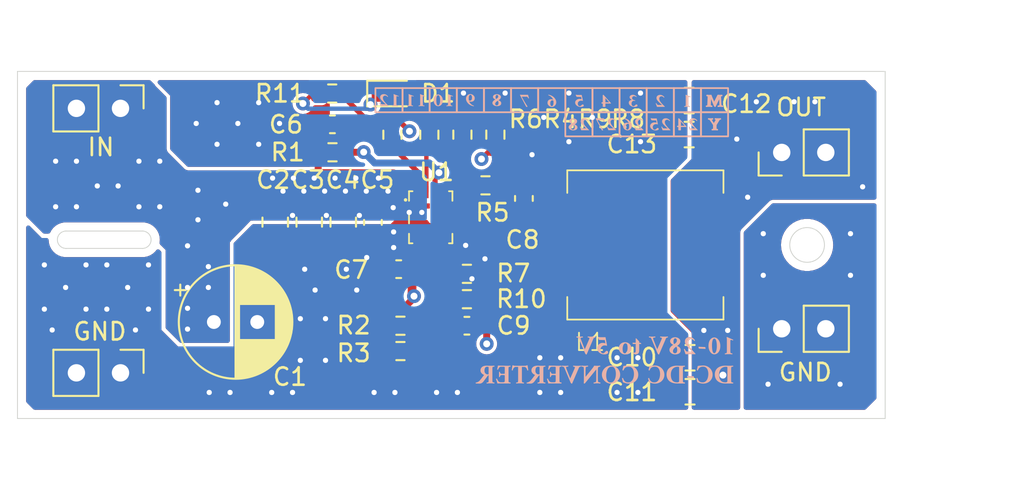
<source format=kicad_pcb>
(kicad_pcb (version 20240108) (generator "pcbnew") (generator_version "8.0")
  (layers (0 "F.Cu" signal) (1 "In1.Cu" signal) (2 "In2.Cu" signal) (31 "B.Cu" signal) (34 "B.Paste" user) (35 "F.Paste" user) (36 "B.SilkS" user "B.Silkscreen") (37 "F.SilkS" user "F.Silkscreen") (38 "B.Mask" user) (39 "F.Mask" user) (44 "Edge.Cuts" user))
  (net 0 "")
  (net 1 "GND")
  (net 2 "+24V")
  (net 3 "Net-(U1-EN)")
  (net 4 "VCC")
  (net 5 "Net-(C8-Pad2)")
  (net 6 "Net-(U1-SW)")
  (net 7 "+5V")
  (net 8 "Net-(U1-FB)")
  (net 9 "Net-(U1-VSEL1)")
  (net 10 "Net-(U1-VSEL2)")
  (net 11 "Net-(U1-ILIM)")
  (net 12 "Net-(U1-BST)")
  (net 13 "Net-(U1-PG)")
  (net 14 "Net-(U1-MODE)")
  (net 15 "Net-(D1-K)")
  (footprint "Capacitor_SMD:C_0805_2012Metric" (layer "F.Cu") (at 88.704999 53.64 180)
    (property "Reference" "C13")
    (property "Value" "22u")
  )
  (footprint "Fiducial:Fiducial_0.5mm_Mask1mm" (layer "F.Cu") (at 59 68.5)
    (property "Reference" "REF**" (hide yes))
    (property "Value" "Fiducial_0.5mm_Mask1mm")
  )
  (footprint "Resistor_SMD:R_0603_1608Metric" (layer "F.Cu") (at 68.1375 51.275)
    (property "Reference" "R11")
    (property "Value" "1k")
  )
  (footprint "Capacitor_SMD:C_0805_2012Metric" (layer "F.Cu") (at 68.7725 58.684999 -90)
    (property "Reference" "C4")
    (property "Value" "10u")
  )
  (footprint "Capacitor_SMD:C_0805_2012Metric" (layer "F.Cu") (at 88.754999 68.46 180)
    (property "Reference" "C11")
    (property "Value" "22u")
  )
  (footprint "Resistor_SMD:R_0603_1608Metric" (layer "F.Cu") (at 77.5375 53.645 -90)
    (property "Reference" "R8")
    (property "Value" "0")
  )
  (footprint "Resistor_SMD:R_0603_1608Metric" (layer "F.Cu") (at 73.7325 53.65 90)
    (property "Reference" "R4")
    (property "Value" "51k")
  )
  (footprint "Capacitor_SMD:C_0603_1608Metric" (layer "F.Cu") (at 68.1475 53.05 180)
    (property "Reference" "C6")
    (property "Value" "1n")
  )
  (footprint "Resistor_SMD:R_0603_1608Metric" (layer "F.Cu") (at 72.0675 64.655)
    (property "Reference" "R2")
    (property "Value" "10k")
  )
  (footprint "Resistor_SMD:R_0603_1608Metric" (layer "F.Cu") (at 68.1525 54.66)
    (property "Reference" "R1")
    (property "Value" "300k")
  )
  (footprint "Connector_PinHeader_2.54mm:PinHeader_1x02_P2.54mm_Vertical" (layer "F.Cu") (at 94.0375 64.83 90)
    (property "Reference" "J4" (hide yes))
    (property "Value" "Conn_01x02_Pin")
  )
  (footprint "Connector_PinHeader_2.54mm:PinHeader_1x02_P2.54mm_Vertical" (layer "F.Cu") (at 94.0375 54.67 90)
    (property "Reference" "J3" (hide yes))
    (property "Value" "Conn_01x02_Pin")
  )
  (footprint "Resistor_SMD:R_0603_1608Metric" (layer "F.Cu") (at 75.8975 63.125 180)
    (property "Reference" "R10")
    (property "Value" "100k")
  )
  (footprint "Capacitor_THT:CP_Radial_D6.3mm_P2.50mm" (layer "F.Cu") (at 61.3175 64.44)
    (property "Reference" "C1")
    (property "Value" "100u")
  )
  (footprint "LED_SMD:LED_0603_1608Metric" (layer "F.Cu") (at 71.6375 51.275)
    (property "Reference" "D1")
    (property "Value" "LED")
  )
  (footprint "Capacitor_SMD:C_0603_1608Metric" (layer "F.Cu") (at 79.1825 57.32 90)
    (property "Reference" "C8")
    (property "Value" "1u")
  )
  (footprint "Connector_PinHeader_2.54mm:PinHeader_1x02_P2.54mm_Vertical" (layer "F.Cu") (at 55.9375 67.37 -90)
    (property "Reference" "J2" (hide yes))
    (property "Value" "Conn_01x02_Pin")
  )
  (footprint "Resistor_SMD:R_0603_1608Metric" (layer "F.Cu") (at 72.0675 66.115)
    (property "Reference" "R3")
    (property "Value" "10k")
  )
  (footprint "Resistor_SMD:R_0603_1608Metric" (layer "F.Cu") (at 75.8975 61.665)
    (property "Reference" "R7")
    (property "Value" "11k")
  )
  (footprint "Resistor_SMD:R_0603_1608Metric" (layer "F.Cu") (at 71.605 53.65 90)
    (property "Reference" "R6")
    (property "Value" "10k")
  )
  (footprint "Capacitor_SMD:C_0603_1608Metric" (layer "F.Cu") (at 75.8975 64.655 180)
    (property "Reference" "C9")
    (property "Value" "22p")
  )
  (footprint "Capacitor_SMD:C_0805_2012Metric" (layer "F.Cu") (at 66.8125 58.685001 -90)
    (property "Reference" "C3")
    (property "Value" "10u")
  )
  (footprint "Connector_PinHeader_2.54mm:PinHeader_1x02_P2.54mm_Vertical" (layer "F.Cu") (at 55.9375 52.13 -90)
    (property "Reference" "J1" (hide yes))
    (property "Value" "Conn_01x02_Pin")
  )
  (footprint "Capacitor_SMD:C_0805_2012Metric" (layer "F.Cu") (at 88.754999 66.5 180)
    (property "Reference" "C10")
    (property "Value" "22u")
  )
  (footprint "Capacitor_SMD:C_0805_2012Metric" (layer "F.Cu") (at 88.705 51.68 180)
    (property "Reference" "C12")
    (property "Value" "22u")
  )
  (footprint "Capacitor_SMD:C_0603_1608Metric" (layer "F.Cu") (at 70.4825 58.7 -90)
    (property "Reference" "C5")
    (property "Value" "100n")
  )
  (footprint "Capacitor_SMD:C_0805_2012Metric" (layer "F.Cu") (at 64.8525 58.685001 -90)
    (property "Reference" "C2")
    (property "Value" "10u")
  )
  (footprint "Fiducial:Fiducial_0.5mm_Mask1mm" (layer "F.Cu") (at 98 51.5)
    (property "Reference" "REF**" (hide yes))
    (property "Value" "Fiducial_0.5mm_Mask1mm")
  )
  (footprint "Resistor_SMD:R_0603_1608Metric" (layer "F.Cu") (at 76.9675 56.565)
    (property "Reference" "R5")
    (property "Value" "0")
  )
  (footprint "HK:QFN-13_HK" (layer "F.Cu") (at 73.8125 58.405)
    (property "Reference" "U1")
    (property "Value" "MP2491C")
  )
  (footprint "Capacitor_SMD:C_0603_1608Metric" (layer "F.Cu") (at 71.9675 61.395 180)
    (property "Reference" "C7")
    (property "Value" "2u2")
  )
  (footprint "Resistor_SMD:R_0603_1608Metric" (layer "F.Cu") (at 75.6375 53.645 90)
    (property "Reference" "R9")
    (property "Value" "0")
  )
  (footprint "HK:Inductor_IHLP3232DZER4R7M11_HK" (layer "F.Cu") (at 86.1805 60)
    (property "Reference" "L1")
    (property "Value" "4u7")
  )
  (gr_poly (pts (xy 87.821156 52.353289) (xy 86.257999 52.353289) (xy 86.257999 50.962595) (xy 87.821156 50.962595)) (stroke (width 0.1)) (fill none) (layer "B.SilkS"))
  (gr_poly (pts (xy 84.962607 52.698893) (xy 84.973365 52.700515) (xy 84.984473 52.702482) (xy 84.99593 52.704794) (xy 85.007736 52.70745) (xy 85.01989 52.71045) (xy 85.032394 52.713796) (xy 85.045246 52.717486) (xy 85.058352 52.721572) (xy 85.071613 52.726108) (xy 85.085029 52.731093) (xy 85.098599 52.736526) (xy 85.112325 52.742408) (xy 85.126205 52.748739) (xy 85.14024 52.755519) (xy 85.15443 52.762747) (xy 85.161395 52.76655) (xy 85.168331 52.770509) (xy 85.175238 52.774623) (xy 85.182116 52.778892) (xy 85.188965 52.783316) (xy 85.195785 52.787895) (xy 85.202576 52.79263) (xy 85.209337 52.79752) (xy 85.222773 52.807765) (xy 85.236092 52.818631) (xy 85.249294 52.830118) (xy 85.262379 52.842226) (xy 85.271315 52.850693) (xy 85.280136 52.85954) (xy 85.28884 52.868766) (xy 85.297427 52.878372) (xy 85.305898 52.888358) (xy 85.314254 52.898724) (xy 85.322493 52.90947) (xy 85.330616 52.920595) (xy 85.338504 52.932049) (xy 85.346044 52.943778) (xy 85.353236 52.955782) (xy 85.360079 52.968063) (xy 85.366574 52.98062) (xy 85.37272 52.993452) (xy 85.378518 53.006561) (xy 85.383968 53.019945) (xy 85.386373 53.026595) (xy 85.388622 53.033295) (xy 85.390716 53.040048) (xy 85.392654 53.046853) (xy 85.394438 53.053709) (xy 85.396067 53.060617) (xy 85.39754 53.067576) (xy 85.398858 53.074588) (xy 85.400021 53.081651) (xy 85.401029 53.088765) (xy 85.401882 53.095932) (xy 85.40258 53.10315) (xy 85.403122 53.11042) (xy 85.40351 53.117742) (xy 85.403742 53.125115) (xy 85.40382 53.13254) (xy 85.403689 53.141202) (xy 85.403296 53.149804) (xy 85.402642 53.158346) (xy 85.401726 53.166827) (xy 85.400548 53.175248) (xy 85.399108 53.183609) (xy 85.397407 53.191909) (xy 85.395444 53.200149) (xy 85.393219 53.208329) (xy 85.390733 53.216448) (xy 85.387985 53.224508) (xy 85.384975 53.232506) (xy 85.381703 53.240445) (xy 85.37817 53.248323) (xy 85.374376 53.256141) (xy 85.370319 53.263899) (xy 85.365895 53.271397) (xy 85.361306 53.278715) (xy 85.356553 53.285851) (xy 85.351634 53.292806) (xy 85.34655 53.299579) (xy 85.341302 53.306172) (xy 85.335889 53.312584) (xy 85.330311 53.318814) (xy 85.324568 53.324863) (xy 85.31866 53.330732) (xy 85.312587 53.336419) (xy 85.30635 53.341925) (xy 85.299947 53.34725) (xy 85.29338 53.352394) (xy 85.286648 53.357357) (xy 85.279751 53.362139) (xy 85.272578 53.366684) (xy 85.265328 53.370935) (xy 85.258 53.374893) (xy 85.250594 53.378558) (xy 85.243111 53.38193) (xy 85.23555 53.385009) (xy 85.227912 53.387794) (xy 85.220196 53.390286) (xy 85.212402 53.392485) (xy 85.204531 53.394391) (xy 85.196582 53.396003) (xy 85.188556 53.397323) (xy 85.180452 53.398349) (xy 85.17227 53.399082) (xy 85.164011 53.399521) (xy 85.155674 53.399668) (xy 85.147634 53.399547) (xy 85.139643 53.399185) (xy 85.1317 53.398581) (xy 85.123805 53.397736) (xy 85.115959 53.396649) (xy 85.108161 53.395321) (xy 85.100411 53.393752) (xy 85.092709 53.39194) (xy 85.085056 53.389888) (xy 85.077452 53.387594) (xy 85.069896 53.385058) (xy 85.062388 53.382281) (xy 85.054928 53.379262) (xy 85.047517 53.376002) (xy 85.040155 53.372501) (xy 85.032841 53.368757) (xy 85.025635 53.364679) (xy 85.018593 53.360445) (xy 85.011716 53.356056) (xy 85.005004 53.351511) (xy 84.998457 53.346812) (xy 84.992075 53.341957) (xy 84.985857 53.336947) (xy 84.979804 53.331781) (xy 84.973916 53.326461) (xy 84.968192 53.320985) (xy 84.962634 53.315353) (xy 84.95724 53.309567) (xy 84.952011 53.303625) (xy 84.946947 53.297528) (xy 84.942047 53.291276) (xy 84.937313 53.284868) (xy 84.932806 53.27834) (xy 84.92859 53.271726) (xy 84.924665 53.265025) (xy 84.921031 53.258238) (xy 84.917687 53.251365) (xy 84.914634 53.244406) (xy 84.911872 53.23736) (xy 84.909401 53.230228) (xy 84.90722 53.22301) (xy 84.90533 53.215706) (xy 84.903731 53.208315) (xy 84.902423 53.200839) (xy 84.901848 53.196566) (xy 85.05891 53.196566) (xy 85.059007 53.205557) (xy 85.059298 53.214315) (xy 85.059783 53.22284) (xy 85.060461 53.231132) (xy 85.061333 53.239191) (xy 85.0624 53.247018) (xy 85.06366 53.254611) (xy 85.065114 53.261972) (xy 85.066762 53.269099) (xy 85.068604 53.275994) (xy 85.07064 53.282656) (xy 85.07287 53.289085) (xy 85.075293 53.295281) (xy 85.077911 53.301244) (xy 85.080723 53.306974) (xy 85.083729 53.312472) (xy 85.086725 53.31755) (xy 85.089819 53.322301) (xy 85.093009 53.326724) (xy 85.096296 53.330819) (xy 85.09968 53.334587) (xy 85.10316 53.338028) (xy 85.106737 53.34114) (xy 85.110412 53.343925) (xy 85.114183 53.346383) (xy 85.11805 53.348512) (xy 85.122015 53.350315) (xy 85.126077 53.351789) (xy 85.130235 53.352936) (xy 85.13449 53.353755) (xy 85.138842 53.354247) (xy 85.143291 53.35441) (xy 85.148035 53.35429) (xy 85.152653 53.353927) (xy 85.157144 53.353324) (xy 85.16151 53.352479) (xy 85.16575 53.351392) (xy 85.169865 53.350064) (xy 85.173853 53.348494) (xy 85.177715 53.346683) (xy 85.181452 53.34463) (xy 85.185062 53.342336) (xy 85.188547 53.3398) (xy 85.191906 53.337023) (xy 85.195139 53.334005) (xy 85.198246 53.330745) (xy 85.201227 53.327243) (xy 85.204082 53.3235) (xy 85.206817 53.319576) (xy 85.209455 53.315531) (xy 85.211998 53.311365) (xy 85.214445 53.307079) (xy 85.216796 53.302672) (xy 85.219052 53.298144) (xy 85.221211 53.293496) (xy 85.223275 53.288727) (xy 85.225243 53.283837) (xy 85.227116 53.278827) (xy 85.228892 53.273696) (xy 85.230573 53.268444) (xy 85.232158 53.263071) (xy 85.233648 53.257578) (xy 85.235041 53.251964) (xy 85.23634 53.246229) (xy 85.238378 53.234655) (xy 85.240145 53.223115) (xy 85.24164 53.21161) (xy 85.242863 53.200139) (xy 85.243814 53.188702) (xy 85.244493 53.1773) (xy 85.244901 53.165933) (xy 85.245037 53.1546) (xy 85.244956 53.14294) (xy 85.244712 53.130038) (xy 85.244306 53.115896) (xy 85.24374 53.100512) (xy 85.243099 53.092578) (xy 85.242377 53.084783) (xy 85.241573 53.077125) (xy 85.240689 53.069605) (xy 85.239724 53.062222) (xy 85.238677 53.054978) (xy 85.237549 53.047872) (xy 85.23634 53.040903) (xy 85.236332 53.040892) (xy 85.234611 53.039404) (xy 85.232861 53.037976) (xy 85.231082 53.036609) (xy 85.229274 53.035302) (xy 85.227437 53.034056) (xy 85.22557 53.03287) (xy 85.223675 53.031745) (xy 85.221751 53.030681) (xy 85.219798 53.029677) (xy 85.217816 53.028733) (xy 85.215804 53.027851) (xy 85.213764 53.027028) (xy 85.211694 53.026266) (xy 85.209596 53.025565) (xy 85.207468 53.024924) (xy 85.205311 53.024344) (xy 85.200772 53.023313) (xy 85.196467 53.022419) (xy 85.192395 53.021663) (xy 85.188557 53.021045) (xy 85.184951 53.020564) (xy 85.181579 53.02022) (xy 85.178439 53.020014) (xy 85.175533 53.019945) (xy 85.170179 53.020045) (xy 85.164969 53.020342) (xy 85.159905 53.020838) (xy 85.154987 53.021532) (xy 85.150213 53.022425) (xy 85.145585 53.023516) (xy 85.141103 53.024806) (xy 85.136765 53.026294) (xy 85.132573 53.02798) (xy 85.128527 53.029864) (xy 85.124625 53.031947) (xy 85.120869 53.034228) (xy 85.117258 53.036708) (xy 85.113792 53.039385) (xy 85.110471 53.042262) (xy 85.107296 53.045336) (xy 85.104097 53.048437) (xy 85.101014 53.051667) (xy 85.098047 53.055027) (xy 85.095197 53.058515) (xy 85.092463 53.062133) (xy 85.089845 53.065881) (xy 85.087344 53.069757) (xy 85.084959 53.073763) (xy 85.08269 53.077898) (xy 85.080538 53.082163) (xy 85.078503 53.086556) (xy 85.076584 53.091079) (xy 85.074781 53.095732) (xy 85.073095 53.100513) (xy 85.071525 53.105424) (xy 85.070072 53.110464) (xy 85.067457 53.120503) (xy 85.06519 53.130748) (xy 85.063272 53.141201) (xy 85.061702 53.15186) (xy 85.060481 53.162726) (xy 85.059608 53.173799) (xy 85.059085 53.185079) (xy 85.05891 53.196566) (xy 84.901848 53.196566) (xy 84.901405 53.193276) (xy 84.900678 53.185626) (xy 84.900242 53.177891) (xy 84.900097 53.170069) (xy 84.900218 53.160397) (xy 84.900581 53.150975) (xy 84.901187 53.141804) (xy 84.902035 53.132882) (xy 84.903126 53.124211) (xy 84.904459 53.115789) (xy 84.906034 53.107618) (xy 84.907851 53.099697) (xy 84.909911 53.092026) (xy 84.912213 53.084605) (xy 84.914758 53.077434) (xy 84.917545 53.070513) (xy 84.920575 53.063843) (xy 84.923847 53.057423) (xy 84.927361 53.051252) (xy 84.931118 53.045332) (xy 84.935072 53.039503) (xy 84.939182 53.033881) (xy 84.943446 53.028466) (xy 84.947866 53.023258) (xy 84.952441 53.018257) (xy 84.957171 53.013462) (xy 84.962057 53.008874) (xy 84.967097 53.004493) (xy 84.972293 53.00032) (xy 84.977643 52.996352) (xy 84.983149 52.992592) (xy 84.98881 52.989039) (xy 84.994626 52.985692) (xy 85.000597 52.982552) (xy 85.006723 52.979619) (xy 85.013004 52.976893) (xy 85.019247 52.974352) (xy 85.025568 52.971975) (xy 85.031966 52.969762) (xy 85.038441 52.967713) (xy 85.044994 52.965828) (xy 85.051625 52.964107) (xy 85.058333 52.96255) (xy 85.065119 52.961157) (xy 85.071982 52.959927) (xy 85.078922 52.958862) (xy 85.08594 52.957961) (xy 85.093035 52.957223) (xy 85.100207 52.956649) (xy 85.107457 52.95624) (xy 85.114784 52.955994) (xy 85.122189 52.955912) (xy 85.122158 52.955942) (xy 85.127818 52.956063) (xy 85.133633 52.956424) (xy 85.139604 52.957025) (xy 85.145731 52.957868) (xy 85.152013 52.958951) (xy 85.158449 52.960275) (xy 85.165041 52.961839) (xy 85.171787 52.963644) (xy 85.17826 52.965646) (xy 85.184656 52.967785) (xy 85.190975 52.970063) (xy 85.197217 52.972478) (xy 85.203382 52.975031) (xy 85.20947 52.977722) (xy 85.215482 52.98055) (xy 85.221416 52.983515) (xy 85.2177 52.973364) (xy 85.213683 52.963335) (xy 85.209366 52.953426) (xy 85.204748 52.943637) (xy 85.19983 52.93397) (xy 85.194611 52.924423) (xy 85.189091 52.914997) (xy 85.183271 52.905692) (xy 85.177151 52.896507) (xy 85.17073 52.887444) (xy 85.164008 52.878501) (xy 85.156985 52.869678) (xy 85.149662 52.860977) (xy 85.142039 52.852396) (xy 85.134114 52.843936) (xy 85.125889 52.835596) (xy 85.117179 52.827278) (xy 85.108111 52.819157) (xy 85.098685 52.811236) (xy 85.0889 52.803512) (xy 85.078756 52.795987) (xy 85.068254 52.788661) (xy 85.057393 52.781533) (xy 85.046173 52.774603) (xy 85.034595 52.767872) (xy 85.022658 52.761339) (xy 85.010362 52.755005) (xy 84.997707 52.74887) (xy 84.984694 52.742933) (xy 84.971321 52.737194) (xy 84.95759 52.731654) (xy 84.9435 52.726313) (xy 84.943219 52.72521) (xy 84.942975 52.724117) (xy 84.942768 52.723032) (xy 84.942599 52.721956) (xy 84.942468 52.72089) (xy 84.942374 52.719832) (xy 84.942318 52.718784) (xy 84.942299 52.717744) (xy 84.942318 52.716714) (xy 84.942374 52.715692) (xy 84.942468 52.71468) (xy 84.942599 52.713676) (xy 84.942768 52.712682) (xy 84.942975 52.711697) (xy 84.943219 52.710721) (xy 84.9435 52.709753) (xy 84.943686 52.708799) (xy 84.943919 52.70787) (xy 84.9442 52.706968) (xy 84.944529 52.706092) (xy 84.944905 52.705242) (xy 84.94533 52.704418) (xy 84.945802 52.70362) (xy 84.946321 52.702849) (xy 84.946889 52.702103) (xy 84.947504 52.701384) (xy 84.948167 52.700691) (xy 84.948878 52.700023) (xy 84.949636 52.699382) (xy 84.950442 52.698767) (xy 84.951296 52.698178) (xy 84.952198 52.697615)) (stroke (width -0.000001)) (fill solid) (layer "B.SilkS"))
  (gr_poly (pts (xy 76.099317 51.307031) (xy 76.107324 51.307393) (xy 76.115293 51.307997) (xy 76.123223 51.308842) (xy 76.131114 51.309928) (xy 76.138966 51.311257) (xy 76.146779 51.312826) (xy 76.154553 51.314637) (xy 76.162289 51.31669) (xy 76.169985 51.318984) (xy 76.177643 51.32152) (xy 76.185261 51.324297) (xy 76.192841 51.327316) (xy 76.200382 51.330576) (xy 76.207884 51.334077) (xy 76.215347 51.33782) (xy 76.222554 51.341769) (xy 76.229596 51.34589) (xy 76.236473 51.350184) (xy 76.243185 51.35465) (xy 76.249732 51.359289) (xy 76.256115 51.364101) (xy 76.262333 51.369085) (xy 76.268386 51.374242) (xy 76.274274 51.379571) (xy 76.279997 51.385073) (xy 76.285556 51.390747) (xy 76.29095 51.396594) (xy 76.296179 51.402614) (xy 76.301244 51.408807) (xy 76.306144 51.415172) (xy 76.310879 51.421709) (xy 76.315386 51.428238) (xy 76.319602 51.434852) (xy 76.323528 51.441553) (xy 76.327163 51.44834) (xy 76.330507 51.455213) (xy 76.33356 51.462172) (xy 76.336323 51.469218) (xy 76.338794 51.47635) (xy 76.340975 51.483568) (xy 76.342865 51.490872) (xy 76.344464 51.498262) (xy 76.345773 51.505739) (xy 76.34679 51.513302) (xy 76.347517 51.520951) (xy 76.347953 51.528687) (xy 76.348099 51.536509) (xy 76.347978 51.546186) (xy 76.347614 51.555621) (xy 76.347008 51.564814) (xy 76.34616 51.573766) (xy 76.345069 51.582477) (xy 76.343736 51.590946) (xy 76.342161 51.599173) (xy 76.340343 51.607159) (xy 76.338283 51.614903) (xy 76.335981 51.622406) (xy 76.333436 51.629667) (xy 76.330649 51.636686) (xy 76.327619 51.643464) (xy 76.324348 51.65) (xy 76.320834 51.656295) (xy 76.317078 51.662348) (xy 76.313123 51.668044) (xy 76.309013 51.673541) (xy 76.304747 51.678841) (xy 76.300327 51.683942) (xy 76.295752 51.688844) (xy 76.291021 51.693549) (xy 76.286136 51.698055) (xy 76.281095 51.702363) (xy 76.275899 51.706472) (xy 76.270548 51.710384) (xy 76.265043 51.714097) (xy 76.259382 51.717612) (xy 76.253566 51.720928) (xy 76.247595 51.724047) (xy 76.241469 51.726967) (xy 76.235187 51.729689) (xy 76.2288 51.732095) (xy 76.222354 51.734346) (xy 76.21585 51.736442) (xy 76.209287 51.738383) (xy 76.202667 51.740168) (xy 76.195988 51.741798) (xy 76.189251 51.743273) (xy 76.182456 51.744592) (xy 76.175603 51.745757) (xy 76.168691 51.746766) (xy 76.161721 51.747619) (xy 76.154693 51.748318) (xy 76.147607 51.748861) (xy 76.140463 51.749249) (xy 76.13326 51.749482) (xy 76.125999 51.74956) (xy 76.119797 51.749456) (xy 76.113594 51.749146) (xy 76.107391 51.748628) (xy 76.101188 51.747904) (xy 76.094985 51.746973) (xy 76.088782 51.745834) (xy 76.082579 51.744489) (xy 76.076375 51.742937) (xy 76.070172 51.741178) (xy 76.063969 51.739212) (xy 76.057766 51.737039) (xy 76.051562 51.734659) (xy 76.045359 51.732072) (xy 76.039155 51.729278) (xy 76.032952 51.726278) (xy 76.026749 51.72307) (xy 76.030465 51.733225) (xy 76.034482 51.743267) (xy 76.0388 51.753197) (xy 76.043418 51.763015) (xy 76.048337 51.772721) (xy 76.053557 51.782314) (xy 76.059076 51.791796) (xy 76.064897 51.801166) (xy 76.071018 51.810424) (xy 76.07744 51.819569) (xy 76.084162 51.828603) (xy 76.091184 51.837525) (xy 76.098508 51.846334) (xy 76.106131 51.855032) (xy 76.114055 51.863618) (xy 76.12228 51.872092) (xy 76.130839 51.880276) (xy 76.139767 51.88827) (xy 76.149063 51.896075) (xy 76.158727 51.90369) (xy 76.16876 51.911115) (xy 76.179161 51.918351) (xy 76.189931 51.925397) (xy 76.201069 51.932253) (xy 76.212575 51.93892) (xy 76.22445 51.945396) (xy 76.236693 51.951683) (xy 76.249304 51.957781) (xy 76.262284 51.963688) (xy 76.275632 51.969406) (xy 76.289348 51.974934) (xy 76.303432 51.980273) (xy 76.303402 51.980265) (xy 76.303706 51.982201) (xy 76.30397 51.984136) (xy 76.304194 51.986069) (xy 76.304377 51.988001) (xy 76.304519 51.989932) (xy 76.304621 51.991861) (xy 76.304682 51.993788) (xy 76.304703 51.995714) (xy 76.304516 51.996661) (xy 76.304282 51.997592) (xy 76.304001 51.998507) (xy 76.303671 51.999407) (xy 76.303294 52.00029) (xy 76.30287 52.001157) (xy 76.302397 52.002009) (xy 76.301877 52.002844) (xy 76.301309 52.003664) (xy 76.300694 52.004467) (xy 76.300031 52.005255) (xy 76.29932 52.006027) (xy 76.298562 52.006783) (xy 76.297756 52.007523) (xy 76.296902 52.008247) (xy 76.296001 52.008955) (xy 76.285592 52.007437) (xy 76.274833 52.005643) (xy 76.263725 52.003573) (xy 76.252268 52.001227) (xy 76.240462 51.998605) (xy 76.228307 51.995708) (xy 76.215803 51.992534) (xy 76.202949 51.989084) (xy 76.189864 51.984998) (xy 76.176661 51.980462) (xy 76.163342 51.975478) (xy 76.149907 51.970044) (xy 76.136356 51.964162) (xy 76.122688 51.957831) (xy 76.108905 51.951052) (xy 76.095005 51.943823) (xy 76.080813 51.93582) (xy 76.066777 51.927264) (xy 76.052897 51.918157) (xy 76.039171 51.908498) (xy 76.025601 51.898287) (xy 76.012186 51.887525) (xy 75.998926 51.87621) (xy 75.985821 51.864344) (xy 75.976882 51.855634) (xy 75.96806 51.846614) (xy 75.959354 51.837284) (xy 75.950765 51.827643) (xy 75.942292 51.817691) (xy 75.933936 51.80743) (xy 75.925695 51.796857) (xy 75.917572 51.785975) (xy 75.909703 51.774541) (xy 75.902222 51.762866) (xy 75.895128 51.750949) (xy 75.888421 51.73879) (xy 75.882101 51.726389) (xy 75.876168 51.713747) (xy 75.870622 51.700862) (xy 75.865463 51.687735) (xy 75.862908 51.680952) (xy 75.860518 51.674126) (xy 75.858293 51.667257) (xy 75.856233 51.660345) (xy 75.854337 51.65339) (xy 75.852606 51.646391) (xy 75.851041 51.63935) (xy 75.849639 51.632265) (xy 75.848403 51.625138) (xy 75.847331 51.617967) (xy 75.846425 51.610753) (xy 75.845683 51.603496) (xy 75.845106 51.596196) (xy 75.844694 51.588853) (xy 75.844447 51.581467) (xy 75.844364 51.574038) (xy 75.844495 51.565247) (xy 75.844888 51.556533) (xy 75.845233 51.55197) (xy 76.003151 51.55197) (xy 76.003232 51.565148) (xy 76.003477 51.579292) (xy 76.003883 51.594403) (xy 76.004452 51.61048) (xy 76.004808 51.618345) (xy 76.005326 51.625934) (xy 76.006008 51.633247) (xy 76.006852 51.640284) (xy 76.007858 51.647044) (xy 76.009027 51.653529) (xy 76.010358 51.659738) (xy 76.011852 51.665671) (xy 76.011913 51.665674) (xy 76.013489 51.667023) (xy 76.015113 51.66833) (xy 76.016785 51.669595) (xy 76.018506 51.670819) (xy 76.020276 51.672) (xy 76.022094 51.67314) (xy 76.02396 51.674237) (xy 76.025875 51.675293) (xy 76.027838 51.676307) (xy 76.029849 51.677279) (xy 76.031909 51.67821) (xy 76.034017 51.679098) (xy 76.036174 51.679945) (xy 76.038379 51.68075) (xy 76.040633 51.681513) (xy 76.042934 51.682234) (xy 76.047473 51.683265) (xy 76.051778 51.684159) (xy 76.05585 51.684915) (xy 76.059689 51.685533) (xy 76.063295 51.686014) (xy 76.066668 51.686358) (xy 76.069808 51.686564) (xy 76.072716 51.686632) (xy 76.077926 51.686538) (xy 76.083009 51.686253) (xy 76.087967 51.685779) (xy 76.092799 51.685115) (xy 76.097505 51.684261) (xy 76.102085 51.683217) (xy 76.106539 51.681984) (xy 76.110867 51.680561) (xy 76.11507 51.678948) (xy 76.119146 51.677145) (xy 76.123096 51.675153) (xy 76.12692 51.672971) (xy 76.130618 51.670599) (xy 76.13419 51.668037) (xy 76.137637 51.665286) (xy 76.140957 51.662344) (xy 76.144156 51.65911) (xy 76.147239 51.655755) (xy 76.150205 51.65228) (xy 76.153055 51.648684) (xy 76.155788 51.644967) (xy 76.158405 51.641129) (xy 76.160906 51.63717) (xy 76.16329 51.633091) (xy 76.165558 51.628891) (xy 76.16771 51.624571) (xy 76.169745 51.620129) (xy 76.171664 51.615568) (xy 76.173467 51.610885) (xy 76.175153 51.606082) (xy 76.176723 51.601158) (xy 76.178177 51.596113) (xy 76.180793 51.585835) (xy 76.183061 51.575418) (xy 76.184979 51.564862) (xy 76.186549 51.554168) (xy 76.187769 51.543337) (xy 76.188641 51.532366) (xy 76.189164 51.521258) (xy 76.189339 51.510012) (xy 76.189242 51.501026) (xy 76.188951 51.492281) (xy 76.188466 51.483778) (xy 76.187787 51.475517) (xy 76.186915 51.467496) (xy 76.185848 51.459717) (xy 76.184588 51.45218) (xy 76.183134 51.444884) (xy 76.181485 51.43783) (xy 76.179643 51.431016) (xy 76.177607 51.424445) (xy 76.175378 51.418115) (xy 76.172954 51.412026) (xy 76.170337 51.406179) (xy 76.167525 51.400573) (xy 76.16452 51.395209) (xy 76.161379 51.389996) (xy 76.158161 51.385119) (xy 76.154865 51.380579) (xy 76.151491 51.376375) (xy 76.14804 51.372508) (xy 76.144511 51.368976) (xy 76.140905 51.365781) (xy 76.137221 51.362922) (xy 76.13346 51.3604) (xy 76.129621 51.358214) (xy 76.125705 51.356364) (xy 76.121711 51.35485) (xy 76.119685 51.35422) (xy 76.11764 51.353673) (xy 76.115575 51.353211) (xy 76.113491 51.352832) (xy 76.109265 51.352328) (xy 76.104961 51.35216) (xy 76.100218 51.35228) (xy 76.0956 51.352643) (xy 76.091108 51.353246) (xy 76.086742 51.354092) (xy 76.082502 51.355178) (xy 76.078388 51.356507) (xy 76.0744 51.358076) (xy 76.070538 51.359887) (xy 76.066801 51.36194) (xy 76.06319 51.364234) (xy 76.059706 51.36677) (xy 76.056347 51.369547) (xy 76.053114 51.372566) (xy 76.050007 51.375826) (xy 76.047026 51.379327) (xy 76.04417 51.38307) (xy 76.041433 51.386994) (xy 76.038803 51.391039) (xy 76.036279 51.395205) (xy 76.033861 51.399491) (xy 76.03155 51.403898) (xy 76.029345 51.408426) (xy 76.027247 51.413074) (xy 76.025255 51.417843) (xy 76.02337 51.422733) (xy 76.021591 51.427743) (xy 76.019918 51.432874) (xy 76.018351 51.438126) (xy 76.016891 51.443499) (xy 76.015538 51.448992) (xy 76.01429 51.454606) (xy 76.013149 51.460341) (xy 76.010806 51.471915) (xy 76.008775 51.483455) (xy 76.007057 51.49496) (xy 76.005651 51.506431) (xy 76.004557 51.517868) (xy 76.003776 51.52927) (xy 76.003307 51.540637) (xy 76.003151 51.55197) (xy 75.845233 51.55197) (xy 75.845542 51.547897) (xy 75.846458 51.539338) (xy 75.847635 51.530857) (xy 75.849075 51.522453) (xy 75.850776 51.514127) (xy 75.852739 51.505878) (xy 75.854963 51.497706) (xy 75.85745 51.489613) (xy 75.860198 51.481596) (xy 75.863208 51.473658) (xy 75.866479 51.465797) (xy 75.870013 51.458013) (xy 75.873808 51.450307) (xy 75.877865 51.442679) (xy 75.88214 51.43518) (xy 75.886589 51.427863) (xy 75.891213 51.420727) (xy 75.896011 51.413772) (xy 75.900983 51.406999) (xy 75.90613 51.400406) (xy 75.911452 51.393994) (xy 75.916947 51.387764) (xy 75.922617 51.381714) (xy 75.928462 51.375846) (xy 75.934481 51.370159) (xy 75.940675 51.364653) (xy 75.947043 51.359328) (xy 75.953585 51.354184) (xy 75.960302 51.349221) (xy 75.967194 51.344439) (xy 75.974221 51.339894) (xy 75.981346 51.335643) (xy 75.988568 51.331684) (xy 75.995887 51.328019) (xy 76.003302 51.324648) (xy 76.010815 51.321569) (xy 76.018424 51.318784) (xy 76.026131 51.316292) (xy 76.033934 51.314093) (xy 76.041834 51.312187) (xy 76.049831 51.310574) (xy 76.057925 51.309255) (xy 76.066116 51.308229) (xy 76.074404 51.307496) (xy 76.082789 51.307056) (xy 76.09127 51.30691)) (stroke (width -0.000001)) (fill solid) (layer "B.SilkS"))
  (gr_poly (pts (xy 82.464939 66.955601) (xy 82.465483 66.956579) (xy 82.465989 66.957681) (xy 82.466458 66.958907) (xy 82.466889 66.960256) (xy 82.467283 66.961729) (xy 82.467639 66.963326) (xy 82.467957 66.965047) (xy 82.468239 66.966891) (xy 82.468482 66.968859) (xy 82.468857 66.973166) (xy 82.469082 66.977968) (xy 82.469157 66.983266) (xy 82.469314 66.985794) (xy 82.469411 66.988222) (xy 82.469446 66.990552) (xy 82.469421 66.992781) (xy 82.469334 66.994912) (xy 82.469187 66.996943) (xy 82.468978 66.998874) (xy 82.468708 67.000706) (xy 82.468378 67.002439) (xy 82.467986 67.004072) (xy 82.467534 67.005606) (xy 82.467021 67.007041) (xy 82.466446 67.008376) (xy 82.465811 67.009611) (xy 82.465115 67.010748) (xy 82.464358 67.011784) (xy 82.461438 67.011859) (xy 82.458222 67.012085) (xy 82.454708 67.01246) (xy 82.450896 67.012985) (xy 82.446787 67.01366) (xy 82.442381 67.014485) (xy 82.437678 67.015459) (xy 82.432677 67.016583) (xy 82.427158 67.01787) (xy 82.421689 67.019354) (xy 82.416269 67.021037) (xy 82.410898 67.022917) (xy 82.405577 67.024996) (xy 82.400304 67.027273) (xy 82.395081 67.029749) (xy 82.389906 67.032422) (xy 82.387182 67.033652) (xy 82.384557 67.03497) (xy 82.382031 67.036374) (xy 82.379605 67.037865) (xy 82.377277 67.039442) (xy 82.375049 67.041107) (xy 82.372919 67.042858) (xy 82.370889 67.044696) (xy 82.368958 67.04662) (xy 82.367126 67.048631) (xy 82.365394 67.050729) (xy 82.36376 67.052914) (xy 82.362226 67.055185) (xy 82.360791 67.057543) (xy 82.359455 67.059988) (xy 82.358218 67.06252) (xy 82.352475 67.075097) (xy 82.346336 67.089059) (xy 82.339801 67.104405) (xy 82.332869 67.121136) (xy 82.31861 67.155593) (xy 82.30435 67.189259) (xy 81.966906 67.973462) (xy 81.966137 67.974449) (xy 81.965404 67.975424) (xy 81.964709 67.976386) (xy 81.964049 67.977336) (xy 81.963427 67.978272) (xy 81.962841 67.979195) (xy 81.962292 67.980106) (xy 81.96178 67.981003) (xy 81.961304 67.981888) (xy 81.960866 67.98276) (xy 81.960464 67.983619) (xy 81.960099 67.984465) (xy 81.95977 67.985298) (xy 81.959479 67.986119) (xy 81.959224 67.986926) (xy 81.959006 67.987721) (xy 81.958579 67.988677) (xy 81.95809 67.989572) (xy 81.957539 67.990405) (xy 81.956926 67.991176) (xy 81.956251 67.991885) (xy 81.955515 67.992533) (xy 81.954716 67.993119) (xy 81.953856 67.993643) (xy 81.952934 67.994106) (xy 81.95195 67.994507) (xy 81.950904 67.994846) (xy 81.949796 67.995124) (xy 81.948627 67.99534) (xy 81.947395 67.995494) (xy 81.946102 67.995587) (xy 81.944746 67.995617) (xy 81.942927 67.995537) (xy 81.941033 67.995296) (xy 81.939065 67.994893) (xy 81.937023 67.99433) (xy 81.934907 67.993606) (xy 81.932716 67.992721) (xy 81.930451 67.991675) (xy 81.928112 67.990468) (xy 81.925699 67.9891) (xy 81.923211 67.987571) (xy 81.920649 67.985881) (xy 81.918013 67.98403) (xy 81.915302 67.982019) (xy 81.912518 67.979846) (xy 81.909659 67.977513) (xy 81.906725 67.975018) (xy 81.903618 67.972253) (xy 81.900635 67.969501) (xy 81.897775 67.96676) (xy 81.895039 67.964032) (xy 81.892428 67.961316) (xy 81.88994 67.958612) (xy 81.887576 67.95592) (xy 81.885336 67.953241) (xy 81.88322 67.950574) (xy 81.881227 67.947919) (xy 81.879359 67.945276) (xy 81.877614 67.942646) (xy 81.875993 67.940028) (xy 81.874497 67.937422) (xy 81.873123 67.934829) (xy 81.871874 67.932248) (xy 81.829101 67.828879) (xy 81.789496 67.734219) (xy 81.715037 67.558369) (xy 81.695929 67.514998) (xy 81.676621 67.47044) (xy 81.657114 67.424695) (xy 81.637408 67.377766) (xy 81.550276 67.167065) (xy 81.54176 67.148353) (xy 81.533639 67.130233) (xy 81.525915 67.112708) (xy 81.518588 67.095776) (xy 81.514975 67.087608) (xy 81.511263 67.079736) (xy 81.507451 67.072161) (xy 81.503541 67.064884) (xy 81.499531 67.057904) (xy 81.495422 67.051221) (xy 81.491214 67.044835) (xy 81.486906 67.038747) (xy 81.485668 67.037198) (xy 81.484331 67.03571) (xy 81.482895 67.034284) (xy 81.48136 67.032919) (xy 81.479726 67.031615) (xy 81.477992 67.030372) (xy 81.47616 67.02919) (xy 81.474229 67.02807) (xy 81.472199 67.027011) (xy 81.47007 67.026013) (xy 81.467842 67.025077) (xy 81.465515 67.024201) (xy 81.463089 67.023388) (xy 81.460564 67.022635) (xy 81.457941 67.021943) (xy 81.455218 67.021313) (xy 81.449672 67.019813) (xy 81.444126 67.01846) (xy 81.438581 67.017253) (xy 81.433036 67.016192) (xy 81.427491 67.015278) (xy 81.421946 67.014511) (xy 81.416401 67.013891) (xy 81.410857 67.013417) (xy 81.400558 67.012716) (xy 81.391845 67.012215) (xy 81.384717 67.011915) (xy 81.381748 67.01184) (xy 81.379176 67.011815) (xy 81.378407 67.010775) (xy 81.377701 67.009637) (xy 81.377058 67.008399) (xy 81.376477 67.007063) (xy 81.375958 67.005627) (xy 81.375502 67.004092) (xy 81.375109 67.002458) (xy 81.374778 67.000725) (xy 81.374509 66.998894) (xy 81.374303 66.996963) (xy 81.374159 66.994932) (xy 81.374078 66.992803) (xy 81.374059 66.990575) (xy 81.374102 66.988248) (xy 81.374208 66.985822) (xy 81.374377 66.983296) (xy 81.374395 66.980582) (xy 81.374452 66.977991) (xy 81.374545 66.975525) (xy 81.374676 66.973184) (xy 81.374845 66.970966) (xy 81.375051 66.968873) (xy 81.375295 66.966905) (xy 81.375576 66.96506) (xy 81.375895 66.96334) (xy 81.376251 66.961744) (xy 81.376644 66.960272) (xy 81.377076 66.958924) (xy 81.377544 66.957701) (xy 81.37805 66.956602) (xy 81.378594 66.955628) (xy 81.379176 66.954777) (xy 81.390909 66.955204) (xy 81.402345 66.955734) (xy 81.413484 66.956368) (xy 81.424326 66.957104) (xy 81.434871 66.957944) (xy 81.445119 66.958887) (xy 81.45507 66.959932) (xy 81.464724 66.961079) (xy 81.474055 66.961828) (xy 81.483831 66.962477) (xy 81.504722 66.963476) (xy 81.527396 66.964076) (xy 81.551855 66.964276) (xy 81.577799 66.964176) (xy 81.601761 66.963875) (xy 81.623742 66.963375) (xy 81.643744 66.962674) (xy 81.737215 66.954777) (xy 81.737791 66.955632) (xy 81.738343 66.95661) (xy 81.73887 66.957712) (xy 81.739373 66.958937) (xy 81.739852 66.960287) (xy 81.740307 66.96176) (xy 81.740737 66.963357) (xy 81.741143 66.965077) (xy 81.741882 66.968889) (xy 81.742525 66.973197) (xy 81.74307 66.977999) (xy 81.743517 66.983296) (xy 81.743493 66.985824) (xy 81.743419 66.988253) (xy 81.743296 66.990582) (xy 81.743123 66.992812) (xy 81.742902 66.994942) (xy 81.742631 66.996973) (xy 81.742311 66.998905) (xy 81.741941 67.000737) (xy 81.741523 67.00247) (xy 81.741055 67.004103) (xy 81.740538 67.005637) (xy 81.739972 67.007071) (xy 81.739357 67.008406) (xy 81.738692 67.009642) (xy 81.737978 67.010778) (xy 81.737215 67.011815) (xy 81.734146 67.011865) (xy 81.730483 67.012015) (xy 81.721373 67.012615) (xy 81.709887 67.013614) (xy 81.696024 67.015012) (xy 81.688549 67.015883) (xy 81.681173 67.016903) (xy 81.673896 67.018069) (xy 81.666718 67.019382) (xy 81.659639 67.020843) (xy 81.652659 67.02245) (xy 81.645777 67.024204) (xy 81.638995 67.026105) (xy 81.635733 67.027119) (xy 81.632682 67.028184) (xy 81.629842 67.029297) (xy 81.627211 67.030461) (xy 81.625975 67.031061) (xy 81.624792 67.031673) (xy 81.623661 67.032298) (xy 81.622583 67.032936) (xy 81.621557 67.033585) (xy 81.620584 67.034248) (xy 81.619663 67.034922) (xy 81.618795 67.035609) (xy 81.61798 67.036308) (xy 81.617217 67.03702) (xy 81.616507 67.037744) (xy 81.61585 67.03848) (xy 81.615245 67.039229) (xy 81.614693 67.03999) (xy 81.614193 67.040764) (xy 81.613746 67.04155) (xy 81.613351 67.042348) (xy 81.61301 67.043159) (xy 81.61272 67.043982) (xy 81.612484 67.044818) (xy 81.6123 67.045665) (xy 81.612168 67.046526) (xy 81.612089 67.047398) (xy 81.612063 67.048283) (xy 81.612112 67.051489) (xy 81.612261 67.054769) (xy 81.612508 67.058124) (xy 81.612855 67.061552) (xy 81.6133 67.065056) (xy 81.613844 67.068633) (xy 81.61523 67.07601) (xy 81.617012 67.083685) (xy 81.619189 67.091656) (xy 81.621762 67.099923) (xy 81.624731 67.108487) (xy 81.630276 67.124923) (xy 81.635821 67.140964) (xy 81.641365 67.156609) (xy 81.64691 67.171857) (xy 81.647925 67.175099) (xy 81.649386 67.179282) (xy 81.653645 67.19047) (xy 81.659686 67.205421) (xy 81.667509 67.224133) (xy 81.685337 67.270075) (xy 81.707121 67.325528) (xy 81.730096 67.385334) (xy 81.754652 67.447514) (xy 81.802184 67.566334) (xy 81.838625 67.655057) (xy 81.851294 67.689908) (xy 81.867133 67.656636) (xy 81.874958 67.637924) (xy 81.884168 67.616635) (xy 81.894763 67.592771) (xy 81.906744 67.566334) (xy 81.919123 67.537128) (xy 81.932491 67.506533) (xy 81.946848 67.474551) (xy 81.962195 67.441182) (xy 81.992697 67.371476) (xy 82.023985 67.30177) (xy 82.053291 67.232856) (xy 82.081015 67.16869) (xy 82.088047 67.152846) (xy 82.09488 67.137003) (xy 82.101513 67.121161) (xy 82.107947 67.105321) (xy 82.110546 67.097226) (xy 82.112798 67.089578) (xy 82.114704 67.082375) (xy 82.116264 67.075618) (xy 82.116914 67.072406) (xy 82.117477 67.069306) (xy 82.117953 67.066317) (xy 82.118343 67.06344) (xy 82.118646 67.060674) (xy 82.118863 67.058019) (xy 82.118993 67.055476) (xy 82.119036 67.053044) (xy 82.118962 67.050709) (xy 82.118869 67.049573) (xy 82.118739 67.04846) (xy 82.118572 67.047368) (xy 82.118368 67.046298) (xy 82.118127 67.04525) (xy 82.117848 67.044224) (xy 82.117533 67.043219) (xy 82.11718 67.042236) (xy 82.11679 67.041275) (xy 82.116363 67.040335) (xy 82.115899 67.039417) (xy 82.115398 67.038521) (xy 82.114859 67.037647) (xy 82.114284 67.036794) (xy 82.113671 67.035964) (xy 82.113022 67.035155) (xy 82.112335 67.034367) (xy 82.111611 67.033602) (xy 82.11085 67.032858) (xy 82.110052 67.032136) (xy 82.109216 67.031436) (xy 82.108344 67.030757) (xy 82.107434 67.0301) (xy 82.106487 67.029465) (xy 82.104483 67.028261) (xy 82.102329 67.027143) (xy 82.100027 67.026112) (xy 82.097447 67.024957) (xy 82.094854 67.023864) (xy 82.092249 67.022831) (xy 82.089632 67.021861) (xy 82.087002 67.020952) (xy 82.08436 67.020105) (xy 82.081705 67.019319) (xy 82.079039 67.018594) (xy 82.076359 67.017932) (xy 82.073668 67.017331) (xy 82.070964 67.016791) (xy 82.068247 67.016314) (xy 82.065518 67.015898) (xy 82.062777 67.015543) (xy 82.060023 67.01525) (xy 82.057257 67.015019) (xy 82.051536 67.014271) (xy 82.046262 67.013622) (xy 82.041434 67.013072) (xy 82.037052 67.012623) (xy 82.033116 67.012273) (xy 82.029627 67.012023) (xy 82.026583 67.011872) (xy 82.023985 67.011822) (xy 82.023217 67.010783) (xy 82.022511 67.009644) (xy 82.021868 67.008407) (xy 82.021287 67.00707) (xy 82.020768 67.005635) (xy 82.020312 67.0041) (xy 82.019919 67.002466) (xy 82.019587 67.000733) (xy 82.019319 66.998901) (xy 82.019113 66.99697) (xy 82.018969 66.99494) (xy 82.018888 66.992811) (xy 82.018869 66.990583) (xy 82.018912 66.988255) (xy 82.019018 66.985829) (xy 82.019186 66.983304) (xy 82.019205 66.980589) (xy 82.019261 66.977999) (xy 82.019355 66.975533) (xy 82.019486 66.973191) (xy 82.019655 66.970974) (xy 82.019861 66.968881) (xy 82.020105 66.966912) (xy 82.020386 66.965068) (xy 82.020704 66.963347) (xy 82.02106 66.961751) (xy 82.021454 66.96028) (xy 82.021885 66.958932) (xy 82.022354 66.957709) (xy 82.02286 66.95661) (xy 82.023404 66.955635) (xy 82.023985 66.954785) (xy 82.047354 66.957042) (xy 82.073099 66.959111) (xy 82.101219 66.960991) (xy 82.131716 66.962681) (xy 82.161817 66.963382) (xy 82.190333 66.963883) (xy 82.217265 66.964184) (xy 82.242613 66.964284) (xy 82.242564 66.964246) (xy 82.26801 66.964145) (xy 82.295239 66.963845) (xy 82.32425 66.963344) (xy 82.355044 66.962643) (xy 82.38564 66.960987) (xy 82.414058 66.959119) (xy 82.440297 66.957039) (xy 82.464358 66.954747)) (stroke (width -0.000001)) (fill solid) (layer "B.SilkS"))
  (gr_poly (pts (xy 80.005363 52.353289) (xy 78.442207 52.353289) (xy 78.442207 50.962595) (xy 80.005363 50.962595)) (stroke (width 0.1)) (fill none) (layer "B.SilkS"))
  (gr_poly (pts (xy 77.017745 66.95628) (xy 77.05141 66.956481) (xy 77.084282 66.957081) (xy 77.116364 66.95808) (xy 77.147655 66.959477) (xy 77.177062 66.960178) (xy 77.205082 66.960679) (xy 77.231716 66.960979) (xy 77.256965 66.961079) (xy 77.366279 66.961079) (xy 77.395884 66.960178) (xy 77.424499 66.959078) (xy 77.452123 66.957778) (xy 77.478759 66.95628) (xy 77.479335 66.957135) (xy 77.479886 66.958113) (xy 77.480414 66.959215) (xy 77.480917 66.96044) (xy 77.481396 66.96179) (xy 77.48185 66.963263) (xy 77.482281 66.96486) (xy 77.482687 66.96658) (xy 77.483426 66.970392) (xy 77.484068 66.9747) (xy 77.484613 66.979502) (xy 77.485061 66.984799) (xy 77.485036 66.987518) (xy 77.484962 66.990126) (xy 77.484839 66.992622) (xy 77.484667 66.995006) (xy 77.484445 66.997278) (xy 77.484174 66.999439) (xy 77.483854 67.001487) (xy 77.483485 67.003424) (xy 77.483066 67.00525) (xy 77.482599 67.006963) (xy 77.482082 67.008565) (xy 77.481516 67.010055) (xy 77.4809 67.011433) (xy 77.480236 67.012699) (xy 77.479522 67.013854) (xy 77.478759 67.014897) (xy 77.472519 67.014997) (xy 77.464894 67.015298) (xy 77.455883 67.015798) (xy 77.445487 67.016499) (xy 77.439969 67.016926) (xy 77.434499 67.017456) (xy 77.429079 67.01809) (xy 77.423709 67.018826) (xy 77.418387 67.019666) (xy 77.413115 67.020608) (xy 77.407891 67.021654) (xy 77.402717 67.022801) (xy 77.400215 67.02342) (xy 77.397848 67.024088) (xy 77.395617 67.024805) (xy 77.393522 67.025572) (xy 77.391562 67.026389) (xy 77.390633 67.026815) (xy 77.389738 67.027255) (xy 77.388876 67.027706) (xy 77.388049 67.02817) (xy 77.387255 67.028647) (xy 77.386496 67.029135) (xy 77.38577 67.029637) (xy 77.385078 67.03015) (xy 77.384421 67.030676) (xy 77.383797 67.031214) (xy 77.383207 67.031765) (xy 77.382651 67.032328) (xy 77.382128 67.032904) (xy 77.38164 67.033491) (xy 77.381186 67.034092) (xy 77.380765 67.034704) (xy 77.380379 67.035329) (xy 77.380026 67.035966) (xy 77.379708 67.036616) (xy 77.379423 67.037278) (xy 77.379172 67.037953) (xy 77.378955 67.03864) (xy 77.377799 67.04166) (xy 77.376705 67.04478) (xy 77.374702 67.051316) (xy 77.372946 67.058247) (xy 77.371436 67.065574) (xy 77.370174 67.073298) (xy 77.369158 67.081417) (xy 77.368388 67.089932) (xy 77.367866 67.098843) (xy 77.367167 67.117258) (xy 77.366667 67.137655) (xy 77.366367 67.160033) (xy 77.366267 67.184392) (xy 77.366267 67.753132) (xy 77.366367 67.776895) (xy 77.366667 67.799074) (xy 77.367167 67.819669) (xy 77.367866 67.838681) (xy 77.368387 67.847595) (xy 77.369155 67.856112) (xy 77.369632 67.860221) (xy 77.370171 67.864232) (xy 77.370771 67.868143) (xy 77.371433 67.871955) (xy 77.372157 67.875669) (xy 77.372943 67.879282) (xy 77.373791 67.882797) (xy 77.3747 67.886213) (xy 77.375671 67.889529) (xy 77.376704 67.892747) (xy 77.377799 67.895865) (xy 77.378955 67.898884) (xy 77.379419 67.900063) (xy 77.380019 67.901217) (xy 77.380754 67.902346) (xy 77.381627 67.903449) (xy 77.382635 67.904527) (xy 77.38378 67.90558) (xy 77.38506 67.906608) (xy 77.386477 67.907611) (xy 77.38803 67.908588) (xy 77.38972 67.90954) (xy 77.391545 67.910467) (xy 77.393507 67.911368) (xy 77.395605 67.912245) (xy 77.39784 67.913096) (xy 77.40021 67.913922) (xy 77.402717 67.914723) (xy 77.40789 67.916251) (xy 77.413112 67.917681) (xy 77.418384 67.919015) (xy 77.423706 67.92025) (xy 77.429077 67.921389) (xy 77.434497 67.922431) (xy 77.439967 67.923375) (xy 77.445487 67.924222) (xy 77.455886 67.925018) (xy 77.464897 67.925817) (xy 77.472521 67.926617) (xy 77.475813 67.927018) (xy 77.478759 67.927418) (xy 77.479522 67.928458) (xy 77.480236 67.929596) (xy 77.4809 67.930834) (xy 77.481516 67.93217) (xy 77.482082 67.933606) (xy 77.482599 67.935141) (xy 77.483066 67.936775) (xy 77.483485 67.938508) (xy 77.483854 67.94034) (xy 77.484174 67.942271) (xy 77.484445 67.944301) (xy 77.484667 67.94643) (xy 77.484839 67.948658) (xy 77.484962 67.950985) (xy 77.485036 67.953412) (xy 77.485061 67.955937) (xy 77.48486 67.958465) (xy 77.484633 67.960894) (xy 77.484381 67.963223) (xy 77.484103 67.965453) (xy 77.483799 67.967583) (xy 77.48347 67.969614) (xy 77.483115 67.971546) (xy 77.482734 67.973378) (xy 77.482327 67.97511) (xy 77.481895 67.976744) (xy 77.481437 67.978278) (xy 77.480953 67.979712) (xy 77.480443 67.981047) (xy 77.479908 67.982283) (xy 77.479346 67.983419) (xy 77.478759 67.984456) (xy 77.4548 67.982198) (xy 77.428859 67.98013) (xy 77.400937 67.97825) (xy 77.371032 67.976559) (xy 77.340931 67.975162) (xy 77.312415 67.974163) (xy 77.285483 67.973563) (xy 77.260135 67.973363) (xy 77.234688 67.973563) (xy 77.20746 67.974163) (xy 77.178449 67.975162) (xy 77.147655 67.976559) (xy 77.116466 67.978216) (xy 77.087851 67.980084) (xy 77.061809 67.982164) (xy 77.038341 67.984456) (xy 77.03776 67.983416) (xy 77.037216 67.982278) (xy 77.03671 67.98104) (xy 77.036241 67.979704) (xy 77.03581 67.978268) (xy 77.035416 67.976733) (xy 77.03506 67.975099) (xy 77.034741 67.973366) (xy 77.03446 67.971534) (xy 77.034216 67.969603) (xy 77.033842 67.965444) (xy 77.033617 67.960889) (xy 77.033542 67.955937) (xy 77.033384 67.953409) (xy 77.033288 67.95098) (xy 77.033252 67.948651) (xy 77.033278 67.946421) (xy 77.033364 67.944291) (xy 77.033512 67.94226) (xy 77.033721 67.940328) (xy 77.03399 67.938496) (xy 77.034321 67.936763) (xy 77.034712 67.93513) (xy 77.035165 67.933596) (xy 77.035678 67.932162) (xy 77.036252 67.930827) (xy 77.036888 67.929591) (xy 77.037584 67.928455) (xy 77.038341 67.927418) (xy 77.040941 67.92702) (xy 77.043986 67.926622) (xy 77.051413 67.925823) (xy 77.060622 67.925023) (xy 77.071613 67.924222) (xy 77.077134 67.923375) (xy 77.082605 67.922431) (xy 77.088027 67.921389) (xy 77.0934 67.92025) (xy 77.098723 67.919015) (xy 77.103996 67.917681) (xy 77.10922 67.916251) (xy 77.114394 67.914723) (xy 77.116709 67.913918) (xy 77.118914 67.913089) (xy 77.121007 67.912234) (xy 77.12299 67.911356) (xy 77.124863 67.910452) (xy 77.126624 67.909524) (xy 77.128275 67.908571) (xy 77.129816 67.907593) (xy 77.131246 67.906591) (xy 77.132565 67.905564) (xy 77.133773 67.904513) (xy 77.134336 67.903978) (xy 77.134871 67.903436) (xy 77.135378 67.902889) (xy 77.135858 67.902335) (xy 77.13631 67.901776) (xy 77.136735 67.90121) (xy 77.137132 67.900638) (xy 77.137501 67.900059) (xy 77.137842 67.899475) (xy 77.138156 67.898884) (xy 77.140033 67.893561) (xy 77.141713 67.887892) (xy 77.143196 67.881877) (xy 77.144482 67.875516) (xy 77.145571 67.868808) (xy 77.146462 67.861754) (xy 77.147157 67.854354) (xy 77.147655 67.846608) (xy 77.148354 67.830169) (xy 77.148853 67.812541) (xy 77.149153 67.793725) (xy 77.149253 67.773724) (xy 77.149253 67.5155) (xy 77.127075 67.5155) (xy 77.125886 67.515549) (xy 77.124697 67.515698) (xy 77.123509 67.515945) (xy 77.12232 67.516292) (xy 77.121132 67.516738) (xy 77.119944 67.517282) (xy 77.118755 67.517926) (xy 77.117567 67.518669) (xy 77.116379 67.51951) (xy 77.115191 67.520451) (xy 77.114004 67.521491) (xy 77.112816 67.522629) (xy 77.111628 67.523866) (xy 77.110441 67.525203) (xy 77.109253 67.526638) (xy 77.108066 67.528172) (xy 77.098567 67.539265) (xy 76.848258 67.875126) (xy 76.844577 67.880071) (xy 76.84066 67.885004) (xy 76.836508 67.889924) (xy 76.832121 67.894832) (xy 76.827498 67.899727) (xy 76.822641 67.90461) (xy 76.817548 67.909481) (xy 76.81222 67.914339) (xy 76.806657 67.919184) (xy 76.800858 67.924018) (xy 76.794825 67.928839) (xy 76.788556 67.933647) (xy 76.782051 67.938443) (xy 76.775312 67.943226) (xy 76.768337 67.947997) (xy 76.761127 67.952756) (xy 76.75349 67.957359) (xy 76.745631 67.961666) (xy 76.737549 67.965675) (xy 76.729244 67.969388) (xy 76.720717 67.972804) (xy 76.711966 67.975922) (xy 76.702993 67.978744) (xy 76.693797 67.981268) (xy 76.684379 67.983496) (xy 76.674737 67.985427) (xy 76.664873 67.98706) (xy 76.654786 67.988397) (xy 76.644476 67.989436) (xy 76.633943 67.990179) (xy 76.623187 67.990624) (xy 76.612209 67.990773) (xy 76.587651 67.990573) (xy 76.56151 67.989973) (xy 76.533786 67.988974) (xy 76.504478 67.987576) (xy 76.449826 67.985981) (xy 76.427845 67.98518) (xy 76.409427 67.984379) (xy 76.409227 67.983909) (xy 76.409027 67.98329) (xy 76.408626 67.981606) (xy 76.408226 67.979328) (xy 76.407825 67.976455) (xy 76.407425 67.972989) (xy 76.407025 67.968929) (xy 76.406626 67.964275) (xy 76.406227 67.959027) (xy 76.405876 67.956116) (xy 76.405598 67.95333) (xy 76.405394 67.950668) (xy 76.405264 67.948129) (xy 76.405207 67.945715) (xy 76.405223 67.943425) (xy 76.405313 67.941259) (xy 76.405477 67.939217) (xy 76.405713 67.937299) (xy 76.406024 67.935506) (xy 76.406407 67.933836) (xy 76.406864 67.932291) (xy 76.407395 67.930869) (xy 76.407999 67.929572) (xy 76.408676 67.928399) (xy 76.409043 67.927859) (xy 76.409427 67.92735) (xy 76.411529 67.927251) (xy 76.414671 67.926956) (xy 76.424076 67.925775) (xy 76.437641 67.923806) (xy 76.455368 67.921048) (xy 76.460387 67.919964) (xy 76.465543 67.918694) (xy 76.470835 67.917239) (xy 76.476262 67.915598) (xy 76.487526 67.911759) (xy 76.499334 67.907178) (xy 76.511686 67.901856) (xy 76.524582 67.895791) (xy 76.538023 67.888984) (xy 76.552009 67.881436) (xy 76.559139 67.877314) (xy 76.566268 67.87287) (xy 76.573398 67.868104) (xy 76.580527 67.863017) (xy 76.587656 67.857608) (xy 76.594786 67.851877) (xy 76.601915 67.845824) (xy 76.609044 67.839449) (xy 76.616173 67.832753) (xy 76.623302 67.825736) (xy 76.630431 67.818396) (xy 76.63756 67.810735) (xy 76.644689 67.802752) (xy 76.651818 67.794448) (xy 76.658947 67.785822) (xy 76.666076 67.776875) (xy 76.699348 67.737263) (xy 76.735786 67.690126) (xy 76.781726 67.631116) (xy 76.83401 67.562204) (xy 76.889457 67.488537) (xy 76.882229 67.486359) (xy 76.874802 67.483785) (xy 76.867178 67.480815) (xy 76.859356 67.477448) (xy 76.851336 67.473685) (xy 76.843118 67.469526) (xy 76.834702 67.46497) (xy 76.826087 67.460019) (xy 76.817027 67.454301) (xy 76.808066 67.448236) (xy 76.799204 67.441824) (xy 76.790441 67.435066) (xy 76.781777 67.427961) (xy 76.773212 67.42051) (xy 76.764745 67.412712) (xy 76.756378 67.404568) (xy 76.752269 67.400188) (xy 76.74826 67.395757) (xy 76.74435 67.391277) (xy 76.740538 67.386747) (xy 76.736826 67.382168) (xy 76.733212 67.377539) (xy 76.729698 67.37286) (xy 76.726282 67.368132) (xy 76.722965 67.363355) (xy 76.719748 67.358527) (xy 76.716629 67.353651) (xy 76.713609 67.348725) (xy 76.710688 67.343749) (xy 76.707865 67.338724) (xy 76.705142 67.33365) (xy 76.702518 67.328526) (xy 76.699832 67.323162) (xy 76.69732 67.31776) (xy 76.694981 67.312321) (xy 76.692815 67.306844) (xy 76.690822 67.30133) (xy 76.689003 67.295779) (xy 76.687357 67.290191) (xy 76.685884 67.284566) (xy 76.684584 67.278903) (xy 76.683458 67.273203) (xy 76.682505 67.267466) (xy 76.681725 67.261692) (xy 76.681119 67.255881) (xy 76.680986 67.254086) (xy 76.910022 67.254086) (xy 76.910115 67.261365) (xy 76.910393 67.268545) (xy 76.910857 67.275625) (xy 76.911507 67.282606) (xy 76.912342 67.289488) (xy 76.913363 67.296271) (xy 76.91457 67.302955) (xy 76.915962 67.309539) (xy 76.91754 67.316025) (xy 76.919303 67.322411) (xy 76.921253 67.328698) (xy 76.923388 67.334886) (xy 76.925708 67.340975) (xy 76.928214 67.346965) (xy 76.930906 67.352855) (xy 76.933784 67.358647) (xy 76.936815 67.364309) (xy 76.939971 67.36981) (xy 76.94325 67.37515) (xy 76.946653 67.380329) (xy 76.950181 67.385348) (xy 76.953831 67.390205) (xy 76.957606 67.394902) (xy 76.961505 67.399438) (xy 76.965527 67.403814) (xy 76.969674 67.408028) (xy 76.973944 67.412082) (xy 76.978338 67.415974) (xy 76.982856 67.419706) (xy 76.987498 67.423277) (xy 76.992264 67.426687) (xy 76.997154 67.429936) (xy 77.00193 67.433006) (xy 77.006757 67.435877) (xy 77.011633 67.438551) (xy 77.016559 67.441027) (xy 77.021534 67.443304) (xy 77.026558 67.445384) (xy 77.031633 67.447266) (xy 77.036756 67.448949) (xy 77.04193 67.450435) (xy 77.047153 67.451723) (xy 77.052425 67.452812) (xy 77.057747 67.453704) (xy 77.063119 67.454397) (xy 77.06854 67.454892) (xy 77.074011 67.455189) (xy 77.079532 67.455288) (xy 77.149242 67.455288) (xy 77.149242 67.068745) (xy 77.148814 67.064092) (xy 77.148284 67.059637) (xy 77.147651 67.05538) (xy 77.146915 67.051322) (xy 77.146076 67.047461) (xy 77.145134 67.043799) (xy 77.144624 67.042042) (xy 77.144088 67.040334) (xy 77.143527 67.038676) (xy 77.14294 67.037068) (xy 77.142085 67.035529) (xy 77.141107 67.034077) (xy 77.140006 67.03271) (xy 77.13878 67.03143) (xy 77.137431 67.030237) (xy 77.135958 67.02913) (xy 77.134361 67.028109) (xy 77.13264 67.027175) (xy 77.130796 67.026327) (xy 77.128828 67.025565) (xy 77.126736 67.02489) (xy 77.124521 67.024301) (xy 77.122181 67.023798) (xy 77.119718 67.023382) (xy 77.117132 67.023052) (xy 77.114421 67.022809) (xy 77.108456 67.02206) (xy 77.102441 67.021411) (xy 77.096376 67.020862) (xy 77.090262 67.020412) (xy 77.084099 67.020062) (xy 77.077886 67.019812) (xy 77.071623 67.019662) (xy 77.065311 67.019612) (xy 77.057507 67.019742) (xy 77.049938 67.020132) (xy 77.042605 67.020782) (xy 77.035507 67.021692) (xy 77.028644 67.022862) (xy 77.022016 67.024292) (xy 77.015623 67.025981) (xy 77.009465 67.027931) (xy 77.003543 67.030141) (xy 76.997856 67.03261) (xy 76.992404 67.035339) (xy 76.987187 67.038328) (xy 76.982205 67.041578) (xy 76.977458 67.045086) (xy 76.972946 67.048855) (xy 76.968669 67.052884) (xy 76.964591 67.057123) (xy 76.960673 67.061522) (xy 76.956916 67.066083) (xy 76.95332 67.070804) (xy 76.949886 67.075686) (xy 76.946612 67.080729) (xy 76.943499 67.085933) (xy 76.940548 67.091298) (xy 76.937757 67.096824) (xy 76.935127 67.10251) (xy 76.932658 67.108358) (xy 76.930351 67.114366) (xy 76.928204 67.120536) (xy 76.926218 67.126867) (xy 76.924393 67.133359) (xy 76.922729 67.140012) (xy 76.91976 67.153229) (xy 76.917186 67.166745) (xy 76.915009 67.180558) (xy 76.913227 67.194668) (xy 76.911842 67.209075) (xy 76.910852 67.223779) (xy 76.910258 67.23878) (xy 76.91006 67.254079) (xy 76.910022 67.254086) (xy 76.680986 67.254086) (xy 76.680686 67.250032) (xy 76.680426 67.244147) (xy 76.680339 67.238225) (xy 76.680512 67.226665) (xy 76.681032 67.215353) (xy 76.681899 67.204289) (xy 76.683112 67.193471) (xy 76.684671 67.182901) (xy 76.686577 67.172579) (xy 76.68883 67.162504) (xy 76.691429 67.152676) (xy 76.694375 67.143096) (xy 76.697667 67.133764) (xy 76.701306 67.124678) (xy 76.705292 67.115841) (xy 76.709624 67.107251) (xy 76.714303 67.098908) (xy 76.719328 67.090814) (xy 76.7247 67.082967) (xy 76.730369 67.07517) (xy 76.736286 67.06762) (xy 76.74245 67.060318) (xy 76.748862 67.053264) (xy 76.755521 67.046457) (xy 76.762427 67.039897) (xy 76.769581 67.033585) (xy 76.776983 67.027521) (xy 76.784632 67.021704) (xy 76.792528 67.016135) (xy 76.800672 67.010813) (xy 76.809063 67.005739) (xy 76.817702 67.000913) (xy 76.826589 66.996334) (xy 76.835722 66.992003) (xy 76.845104 66.98792) (xy 76.854689 66.984084) (xy 76.864436 66.980495) (xy 76.874343 66.977154) (xy 76.884412 66.974061) (xy 76.894641 66.971215) (xy 76.905032 66.968616) (xy 76.915583 66.966265) (xy 76.926296 66.964162) (xy 76.937169 66.962306) (xy 76.948203 66.960697) (xy 76.959398 66.959336) (xy 76.970754 66.958222) (xy 76.982271 66.957356) (xy 76.993949 66.956737) (xy 77.005788 66.956366) (xy 77.017787 66.956242)) (stroke (width -0.000001)) (fill solid) (layer "B.SilkS"))
  (gr_poly (pts (xy 88.675337 53.185601) (xy 88.675275 53.185641) (xy 88.675313 53.185515)) (stroke (width -0.000001)) (fill solid) (layer "B.SilkS"))
  (gr_poly (pts (xy 85.81092 52.701074) (xy 85.817162 52.701255) (xy 85.823327 52.701557) (xy 85.829415 52.701979) (xy 85.835425 52.702523) (xy 85.841357 52.703186) (xy 85.847212 52.703971) (xy 85.852989 52.704876) (xy 85.858689 52.705902) (xy 85.864311 52.707049) (xy 85.869855 52.708316) (xy 85.875322 52.709704) (xy 85.880711 52.711213) (xy 85.886022 52.712842) (xy 85.891256 52.714592) (xy 85.896412 52.716463) (xy 85.906493 52.720172) (xy 85.916265 52.724122) (xy 85.925726 52.728313) (xy 85.934876 52.732746) (xy 85.939336 52.735053) (xy 85.943717 52.73742) (xy 85.948021 52.739848) (xy 85.952248 52.742336) (xy 85.956397 52.744885) (xy 85.960469 52.747494) (xy 85.964463 52.750164) (xy 85.96838 52.752894) (xy 85.975959 52.758431) (xy 85.98319 52.764003) (xy 85.986675 52.766802) (xy 85.990072 52.769609) (xy 85.993383 52.772425) (xy 85.996606 52.77525) (xy 85.999742 52.778083) (xy 86.002791 52.780925) (xy 86.005752 52.783775) (xy 86.008627 52.786634) (xy 86.011414 52.789501) (xy 86.014114 52.792377) (xy 86.016727 52.795262) (xy 86.019253 52.798155) (xy 86.024032 52.803572) (xy 86.028421 52.808781) (xy 86.032419 52.813783) (xy 86.034271 52.816206) (xy 86.036026 52.818578) (xy 86.037683 52.820897) (xy 86.039242 52.823165) (xy 86.040704 52.825381) (xy 86.042069 52.827545) (xy 86.043335 52.829658) (xy 86.044505 52.831718) (xy 86.045576 52.833727) (xy 86.046551 52.835684) (xy 86.046512 52.837188) (xy 86.046394 52.838657) (xy 86.046199 52.840091) (xy 86.045926 52.84149) (xy 86.045574 52.842854) (xy 86.045144 52.844183) (xy 86.044636 52.845477) (xy 86.04405 52.846737) (xy 86.043386 52.847961) (xy 86.042644 52.849151) (xy 86.041823 52.850305) (xy 86.040924 52.851425) (xy 86.039948 52.85251) (xy 86.038893 52.85356) (xy 86.03776 52.854575) (xy 86.036549 52.855555) (xy 86.035181 52.856354) (xy 86.033861 52.857101) (xy 86.032589 52.857797) (xy 86.031366 52.858442) (xy 86.03019 52.859034) (xy 86.029062 52.859576) (xy 86.027983 52.860066) (xy 86.026951 52.860504) (xy 86.025967 52.860891) (xy 86.025031 52.861226) (xy 86.024143 52.86151) (xy 86.023303 52.861742) (xy 86.02251 52.861922) (xy 86.021766 52.862051) (xy 86.021069 52.862128) (xy 86.02042 52.862154) (xy 86.019006 52.860827) (xy 86.017243 52.859051) (xy 86.01513 52.856827) (xy 86.012669 52.854154) (xy 86.006698 52.847463) (xy 85.999332 52.838976) (xy 85.997117 52.836635) (xy 85.994815 52.834303) (xy 85.989948 52.829663) (xy 85.984733 52.825059) (xy 85.979168 52.820488) (xy 85.973254 52.815951) (xy 85.966991 52.811449) (xy 85.96038 52.80698) (xy 85.953419 52.802546) (xy 85.949648 52.800407) (xy 85.94578 52.798407) (xy 85.941816 52.796545) (xy 85.937754 52.79482) (xy 85.933596 52.793234) (xy 85.929341 52.791785) (xy 85.924988 52.790475) (xy 85.920539 52.789302) (xy 85.915992 52.788267) (xy 85.911349 52.787371) (xy 85.906609 52.786612) (xy 85.901771 52.785991) (xy 85.896837 52.785508) (xy 85.891805 52.785163) (xy 85.886676 52.784957) (xy 85.881451 52.784888) (xy 85.877283 52.784952) (xy 85.873154 52.785146) (xy 85.869063 52.78547) (xy 85.865011 52.785923) (xy 85.860998 52.786505) (xy 85.857024 52.787216) (xy 85.853088 52.788057) (xy 85.849191 52.789027) (xy 85.845332 52.790127) (xy 85.841513 52.791356) (xy 85.837732 52.792715) (xy 85.833989 52.794202) (xy 85.830286 52.795819) (xy 85.826621 52.797566) (xy 85.822995 52.799442) (xy 85.819408 52.801447) (xy 85.815731 52.803565) (xy 85.812141 52.805777) (xy 85.808637 52.808084) (xy 85.805221 52.810486) (xy 85.801891 52.812983) (xy 85.798649 52.815574) (xy 85.795493 52.818261) (xy 85.792425 52.821042) (xy 85.789444 52.823919) (xy 85.78655 52.82689) (xy 85.783743 52.829956) (xy 85.781023 52.833117) (xy 85.77839 52.836372) (xy 85.775844 52.839723) (xy 85.773386 52.843168) (xy 85.771015 52.846709) (xy 85.76876 52.850188) (xy 85.766651 52.853729) (xy 85.764687 52.857329) (xy 85.762868 52.86099) (xy 85.761195 52.864711) (xy 85.759668 52.868493) (xy 85.758285 52.872335) (xy 85.757049 52.876237) (xy 85.755957 52.8802) (xy 85.755011 52.884223) (xy 85.754211 52.888306) (xy 85.753556 52.89245) (xy 85.753047 52.896654) (xy 85.752683 52.900918) (xy 85.752465 52.905243) (xy 85.752392 52.909628) (xy 85.752605 52.918923) (xy 85.753244 52.928598) (xy 85.75431 52.938653) (xy 85.755802 52.949087) (xy 85.75772 52.959901) (xy 85.760065 52.971094) (xy 85.762836 52.982667) (xy 85.766033 52.99462) (xy 85.767851 53.000596) (xy 85.769892 53.006658) (xy 85.772156 53.012807) (xy 85.774642 53.019042) (xy 85.777351 53.025363) (xy 85.780284 53.031771) (xy 85.783439 53.038265) (xy 85.786817 53.044845) (xy 85.790417 53.051511) (xy 85.794241 53.058264) (xy 85.802557 53.072028) (xy 85.811765 53.086137) (xy 85.821865 53.100592) (xy 85.832391 53.114995) (xy 85.842879 53.128949) (xy 85.853328 53.142455) (xy 85.863739 53.155512) (xy 85.874111 53.16812) (xy 85.884444 53.18028) (xy 85.894739 53.191991) (xy 85.904995 53.203253) (xy 85.914942 53.214221) (xy 85.924928 53.225051) (xy 85.934952 53.235744) (xy 85.945014 53.246299) (xy 85.955115 53.256717) (xy 85.965253 53.266996) (xy 85.97543 53.277138) (xy 85.985645 53.287142) (xy 86.028136 53.328538) (xy 86.073734 53.373244) (xy 86.073168 53.375474) (xy 86.072578 53.377867) (xy 86.071966 53.380423) (xy 86.071331 53.383143) (xy 86.07102 53.383826) (xy 86.07069 53.3845) (xy 86.070339 53.385166) (xy 86.069968 53.385824) (xy 86.069576 53.386472) (xy 86.069164 53.387112) (xy 86.068732 53.387744) (xy 86.06828 53.388367) (xy 86.067808 53.388981) (xy 86.067315 53.389587) (xy 86.066802 53.390184) (xy 86.066268 53.390773) (xy 86.065714 53.391353) (xy 86.06514 53.391925) (xy 86.064545 53.392488) (xy 86.06393 53.393042) (xy 85.622219 53.393042) (xy 85.620538 53.388073) (xy 85.617909 53.380897) (xy 85.614332 53.371513) (xy 85.609806 53.359923) (xy 85.604767 53.346264) (xy 85.599571 53.331776) (xy 85.594221 53.31646) (xy 85.588718 53.300314) (xy 85.576612 53.267747) (xy 85.565136 53.236285) (xy 85.559953 53.22111) (xy 85.555538 53.207591) (xy 85.553618 53.201452) (xy 85.55189 53.195726) (xy 85.550353 53.190413) (xy 85.549038 53.185626) (xy 85.549649 53.185237) (xy 85.550302 53.18485) (xy 85.550974 53.18448) (xy 85.551665 53.184128) (xy 85.552374 53.183793) (xy 85.553101 53.183475) (xy 85.553848 53.183174) (xy 85.554613 53.182891) (xy 85.555397 53.182624) (xy 85.5562 53.182375) (xy 85.557022 53.182144) (xy 85.557862 53.181929) (xy 85.558721 53.181731) (xy 85.5596 53.181551) (xy 85.560497 53.181388) (xy 85.561413 53.181242) (xy 85.562941 53.180985) (xy 85.564474 53.180762) (xy 85.566014 53.180573) (xy 85.56756 53.180418) (xy 85.569113 53.180298) (xy 85.570672 53.180212) (xy 85.572238 53.180161) (xy 85.573811 53.180144) (xy 85.575633 53.180169) (xy 85.577356 53.180247) (xy 85.578182 53.180305) (xy 85.578982 53.180376) (xy 85.579758 53.18046) (xy 85.58051 53.180556) (xy 85.581237 53.180666) (xy 85.581939 53.180788) (xy 85.582617 53.180924) (xy 85.58327 53.181072) (xy 85.583899 53.181233) (xy 85.584503 53.181407) (xy 85.585083 53.181594) (xy 85.585638 53.181794) (xy 85.586169 53.182007) (xy 85.586675 53.182232) (xy 85.587156 53.182471) (xy 85.587613 53.182722) (xy 85.588046 53.182986) (xy 85.588453 53.183263) (xy 85.588837 53.183553) (xy 85.589196 53.183856) (xy 85.58953 53.184172) (xy 85.58984 53.184501) (xy 85.590125 53.184842) (xy 85.590385 53.185197) (xy 85.590622 53.185564) (xy 85.590833 53.185944) (xy 85.59102 53.186337) (xy 85.591183 53.186743) (xy 85.601728 53.206608) (xy 85.613522 53.228682) (xy 85.615107 53.231419) (xy 85.616761 53.234113) (xy 85.618482 53.236764) (xy 85.620271 53.239373) (xy 85.622127 53.241938) (xy 85.624052 53.24446) (xy 85.626044 53.246939) (xy 85.628103 53.249375) (xy 85.630231 53.251768) (xy 85.632426 53.254118) (xy 85.634689 53.256425) (xy 85.63702 53.258689) (xy 85.639419 53.26091) (xy 85.641885 53.263087) (xy 85.64442 53.265222) (xy 85.647022 53.267313) (xy 85.649571 53.269184) (xy 85.652255 53.270934) (xy 85.655074 53.272564) (xy 85.65803 53.274072) (xy 85.661121 53.27546) (xy 85.664349 53.276728) (xy 85.667712 53.277874) (xy 85.67121 53.2789) (xy 85.674845 53.279806) (xy 85.678615 53.28059) (xy 85.682521 53.281254) (xy 85.686563 53.281797) (xy 85.690741 53.28222) (xy 85.695055 53.282521) (xy 85.699505 53.282702) (xy 85.70409 53.282763) (xy 85.91254 53.282763) (xy 85.897108 53.269742) (xy 85.881832 53.256617) (xy 85.86671 53.243389) (xy 85.851744 53.230057) (xy 85.836932 53.21662) (xy 85.822277 53.20308) (xy 85.807776 53.189436) (xy 85.79343 53.175688) (xy 85.764814 53.148365) (xy 85.737285 53.121595) (xy 85.710841 53.095378) (xy 85.685482 53.069716) (xy 85.675208 53.058642) (xy 85.665476 53.047499) (xy 85.656287 53.036288) (xy 85.647641 53.025007) (xy 85.639537 53.013658) (xy 85.635689 53.007957) (xy 85.631976 53.002239) (xy 85.628399 52.996505) (xy 85.624957 52.990752) (xy 85.621651 52.984983) (xy 85.618481 52.979197) (xy 85.615475 52.973254) (xy 85.612663 52.967295) (xy 85.610045 52.961318) (xy 85.607621 52.955324) (xy 85.605392 52.949313) (xy 85.603356 52.943285) (xy 85.601514 52.93724) (xy 85.599866 52.931177) (xy 85.598412 52.925097) (xy 85.597152 52.919) (xy 85.596085 52.912886) (xy 85.595213 52.906754) (xy 85.594535 52.900605) (xy 85.59405 52.894439) (xy 85.593759 52.888256) (xy 85.593662 52.882056) (xy 85.593774 52.874817) (xy 85.594108 52.867724) (xy 85.594666 52.860778) (xy 85.595446 52.853979) (xy 85.596449 52.847326) (xy 85.597676 52.84082) (xy 85.599125 52.83446) (xy 85.600798 52.828246) (xy 85.602693 52.82218) (xy 85.604811 52.816259) (xy 85.607153 52.810486) (xy 85.609717 52.804858) (xy 85.612504 52.799378) (xy 85.615514 52.794044) (xy 85.618748 52.788856) (xy 85.622204 52.783816) (xy 85.625848 52.778788) (xy 85.629647 52.773916) (xy 85.633601 52.769199) (xy 85.637711 52.764637) (xy 85.641975 52.760231) (xy 85.646395 52.755979) (xy 85.65097 52.751883) (xy 85.655701 52.747941) (xy 85.660586 52.744155) (xy 85.665627 52.740524) (xy 85.670823 52.737048) (xy 85.676174 52.733727) (xy 85.68168 52.730561) (xy 85.687342 52.727551) (xy 85.693159 52.724695) (xy 85.699131 52.721995) (xy 85.70507 52.719454) (xy 85.711095 52.717077) (xy 85.717208 52.714864) (xy 85.723408 52.712815) (xy 85.729695 52.71093) (xy 85.736069 52.709209) (xy 85.74253 52.707652) (xy 85.749079 52.706259) (xy 85.755714 52.705029) (xy 85.762436 52.703964) (xy 85.769246 52.703062) (xy 85.776143 52.702325) (xy 85.783126 52.701751) (xy 85.790197 52.701342) (xy 85.797355 52.701096) (xy 85.8046 52.701014)) (stroke (width -0.000001)) (fill solid) (layer "B.SilkS"))
  (gr_poly (pts (xy 82.015598 52.709212) (xy 82.022718 52.709289) (xy 82.029808 52.709522) (xy 82.03687 52.70991) (xy 82.043902 52.710453) (xy 82.050906 52.711152) (xy 82.05788 52.712006) (xy 82.064826 52.713015) (xy 82.071742 52.714179) (xy 82.078629 52.715498) (xy 82.085488 52.716973) (xy 82.092317 52.718603) (xy 82.099117 52.720388) (xy 82.105888 52.722329) (xy 82.11263 52.724425) (xy 82.119342 52.726676) (xy 82.126026 52.729082) (xy 82.132622 52.731627) (xy 82.139073 52.734293) (xy 82.145379 52.73708) (xy 82.151539 52.739986) (xy 82.157554 52.743014) (xy 82.163423 52.746162) (xy 82.169147 52.749431) (xy 82.174725 52.752821) (xy 82.180158 52.756331) (xy 82.185446 52.759962) (xy 82.190588 52.763713) (xy 82.195584 52.767585) (xy 82.200435 52.771578) (xy 82.205141 52.775692) (xy 82.209701 52.779926) (xy 82.214115 52.784281) (xy 82.218321 52.788745) (xy 82.222256 52.793304) (xy 82.225919 52.797957) (xy 82.229311 52.802705) (xy 82.232432 52.807548) (xy 82.235282 52.812486) (xy 82.23786 52.817518) (xy 82.240167 52.822645) (xy 82.242202 52.827867) (xy 82.243966 52.833183) (xy 82.245459 52.838594) (xy 82.24668 52.8441) (xy 82.24763 52.849701) (xy 82.248309 52.855396) (xy 82.248716 52.861186) (xy 82.248852 52.867071) (xy 82.248755 52.873362) (xy 82.248464 52.87954) (xy 82.247979 52.885606) (xy 82.247301 52.89156) (xy 82.246429 52.897403) (xy 82.245362 52.903132) (xy 82.244102 52.90875) (xy 82.242648 52.914256) (xy 82.241 52.91965) (xy 82.239158 52.924932) (xy 82.237122 52.930102) (xy 82.234892 52.93516) (xy 82.232469 52.940106) (xy 82.229851 52.94494) (xy 82.227039 52.949662) (xy 82.224033 52.954272) (xy 82.220903 52.958778) (xy 82.217714 52.96319) (xy 82.214468 52.967506) (xy 82.211163 52.971728) (xy 82.2078 52.975855) (xy 82.204379 52.979887) (xy 82.200899 52.983824) (xy 82.197362 52.987666) (xy 82.193766 52.991414) (xy 82.190112 52.995066) (xy 82.1864 52.998624) (xy 82.18263 53.002087) (xy 82.178801 53.005455) (xy 82.174914 53.008728) (xy 82.170969 53.011906) (xy 82.166965 53.01499) (xy 82.151537 53.026652) (xy 82.137503 53.037346) (xy 82.124861 53.047072) (xy 82.113613 53.05583) (xy 82.113241 53.056108) (xy 82.112889 53.05638) (xy 82.112555 53.056645) (xy 82.112241 53.056903) (xy 82.111946 53.057154) (xy 82.11167 53.057399) (xy 82.111413 53.057637) (xy 82.111175 53.057869) (xy 82.110957 53.058094) (xy 82.110757 53.058312) (xy 82.110577 53.058523) (xy 82.110416 53.058728) (xy 82.110274 53.058927) (xy 82.110151 53.059118) (xy 82.110047 53.059303) (xy 82.109962 53.059481) (xy 82.109897 53.059653) (xy 82.10985 53.059818) (xy 82.109823 53.059976) (xy 82.109815 53.060128) (xy 82.109826 53.060273) (xy 82.109856 53.060412) (xy 82.109905 53.060543) (xy 82.109974 53.060668) (xy 82.110061 53.060787) (xy 82.110168 53.060899) (xy 82.110294 53.061004) (xy 82.110439 53.061102) (xy 82.110603 53.061194) (xy 82.110786 53.06128) (xy 82.110988 53.061358) (xy 82.11121 53.06143) (xy 82.120207 53.064102) (xy 82.129204 53.067154) (xy 82.138201 53.070585) (xy 82.147197 53.074396) (xy 82.156192 53.078587) (xy 82.165188 53.083158) (xy 82.174183 53.088109) (xy 82.183178 53.093439) (xy 82.187626 53.096241) (xy 82.191976 53.09913) (xy 82.19623 53.102104) (xy 82.200387 53.105165) (xy 82.204447 53.108313) (xy 82.208411 53.111546) (xy 82.212277 53.114866) (xy 82.216047 53.118273) (xy 82.21972 53.121765) (xy 82.223297 53.125344) (xy 82.226776 53.129009) (xy 82.230159 53.132761) (xy 82.233446 53.136599) (xy 82.236636 53.140523) (xy 82.239729 53.144534) (xy 82.242725 53.14863) (xy 82.245581 53.152818) (xy 82.248253 53.1571) (xy 82.250741 53.161477) (xy 82.253044 53.165948) (xy 82.255162 53.170515) (xy 82.257097 53.175176) (xy 82.258847 53.179932) (xy 82.260413 53.184782) (xy 82.261795 53.189728) (xy 82.262992 53.194768) (xy 82.264005 53.199903) (xy 82.264834 53.205133) (xy 82.265479 53.210457) (xy 82.265939 53.215877) (xy 82.266216 53.221391) (xy 82.266308 53.227) (xy 82.266167 53.234899) (xy 82.265746 53.242592) (xy 82.265043 53.250077) (xy 82.264059 53.257356) (xy 82.262794 53.264427) (xy 82.261248 53.271292) (xy 82.259421 53.27795) (xy 82.257313 53.2844) (xy 82.254923 53.290644) (xy 82.252253 53.296681) (xy 82.249301 53.30251) (xy 82.246069 53.308133) (xy 82.242555 53.313549) (xy 82.23876 53.318758) (xy 82.234685 53.32376) (xy 82.230328 53.328554) (xy 82.225597 53.333164) (xy 82.220711 53.337609) (xy 82.21567 53.341891) (xy 82.210475 53.346009) (xy 82.205124 53.349963) (xy 82.199619 53.353753) (xy 82.193958 53.357379) (xy 82.188143 53.360842) (xy 82.182172 53.36414) (xy 82.176047 53.367275) (xy 82.169766 53.370246) (xy 82.16333 53.373053) (xy 82.156739 53.375696) (xy 82.149993 53.378176) (xy 82.143092 53.380491) (xy 82.136036 53.382643) (xy 82.121707 53.386264) (xy 82.107263 53.389402) (xy 82.092702 53.392058) (xy 82.078026 53.39423) (xy 82.063234 53.39592) (xy 82.048325 53.397127) (xy 82.033302 53.397851) (xy 82.018162 53.398093) (xy 82.010115 53.398006) (xy 82.002106 53.397748) (xy 81.994137 53.397316) (xy 81.986207 53.396713) (xy 81.978316 53.395937) (xy 81.970463 53.394988) (xy 81.96265 53.393867) (xy 81.954876 53.392573) (xy 81.947141 53.391107) (xy 81.939444 53.389468) (xy 81.931787 53.387657) (xy 81.924169 53.385673) (xy 81.916589 53.383517) (xy 81.909049 53.381188) (xy 81.901547 53.378687) (xy 81.894085 53.376013) (xy 81.886729 53.373041) (xy 81.879548 53.369922) (xy 81.872541 53.366657) (xy 81.865708 53.363246) (xy 81.85905 53.359688) (xy 81.852566 53.355983) (xy 81.846256 53.352133) (xy 81.840121 53.348135) (xy 81.83416 53.343992) (xy 81.828373 53.339701) (xy 81.822761 53.335265) (xy 81.817324 53.330682) (xy 81.812061 53.325952) (xy 81.806972 53.321076) (xy 81.802057 53.316054) (xy 81.797317 53.310885) (xy 81.79266 53.305581) (xy 81.788304 53.300156) (xy 81.784248 53.294611) (xy 81.780492 53.288944) (xy 81.777036 53.283157) (xy 81.773882 53.27725) (xy 81.771027 53.271221) (xy 81.768473 53.265072) (xy 81.768246 53.264441) (xy 81.917721 53.264441) (xy 81.917813 53.268956) (xy 81.918089 53.273393) (xy 81.91855 53.277753) (xy 81.919194 53.282035) (xy 81.920023 53.28624) (xy 81.921036 53.290366) (xy 81.922234 53.294416) (xy 81.923615 53.298387) (xy 81.925181 53.30228) (xy 81.926932 53.306096) (xy 81.928866 53.309835) (xy 81.930985 53.313495) (xy 81.933288 53.317078) (xy 81.935775 53.320583) (xy 81.938447 53.324011) (xy 81.941303 53.32736) (xy 81.944181 53.330435) (xy 81.947234 53.333311) (xy 81.950462 53.335989) (xy 81.953864 53.338468) (xy 81.957441 53.340749) (xy 81.961193 53.342832) (xy 81.965119 53.344717) (xy 81.969219 53.346403) (xy 81.973494 53.347891) (xy 81.977944 53.34918) (xy 81.982568 53.350271) (xy 81.987366 53.351164) (xy 81.992339 53.351858) (xy 81.997487 53.352354) (xy 82.002808 53.352652) (xy 82.008305 53.352751) (xy 82.008266 53.35277) (xy 82.012711 53.352697) (xy 82.017048 53.352477) (xy 82.021279 53.35211) (xy 82.025404 53.351597) (xy 82.029422 53.350937) (xy 82.033333 53.350131) (xy 82.037138 53.349178) (xy 82.040836 53.348078) (xy 82.044428 53.346832) (xy 82.047913 53.345439) (xy 82.051292 53.343899) (xy 82.054563 53.342213) (xy 82.057729 53.34038) (xy 82.060788 53.338401) (xy 82.06374 53.336275) (xy 82.066585 53.334002) (xy 82.06932 53.33148) (xy 82.071958 53.328881) (xy 82.074501 53.326204) (xy 82.076948 53.32345) (xy 82.079299 53.320617) (xy 82.081555 53.317707) (xy 82.083714 53.314719) (xy 82.085778 53.311654) (xy 82.087746 53.308511) (xy 82.089619 53.30529) (xy 82.091395 53.301991) (xy 82.093076 53.298614) (xy 82.094661 53.29516) (xy 82.096151 53.291628) (xy 82.097544 53.288018) (xy 82.098843 53.284331) (xy 82.101187 53.276862) (xy 82.103218 53.269358) (xy 82.104938 53.26182) (xy 82.106344 53.254247) (xy 82.107438 53.24664) (xy 82.10822 53.238999) (xy 82.108688 53.231323) (xy 82.108845 53.223612) (xy 82.108688 53.213489) (xy 82.10822 53.203538) (xy 82.107438 53.193759) (xy 82.106344 53.184153) (xy 82.104938 53.174719) (xy 82.103218 53.165457) (xy 82.101187 53.156368) (xy 82.098843 53.147452) (xy 82.097564 53.143092) (xy 82.096207 53.138845) (xy 82.094773 53.13471) (xy 82.093261 53.130687) (xy 82.091671 53.126777) (xy 82.090004 53.122978) (xy 82.088259 53.119291) (xy 82.086437 53.115716) (xy 82.084537 53.112254) (xy 82.08256 53.108903) (xy 82.080505 53.105664) (xy 82.078372 53.102538) (xy 82.076162 53.099523) (xy 82.073874 53.09662) (xy 82.071508 53.093829) (xy 82.069065 53.091151) (xy 82.068899 53.091017) (xy 82.068724 53.090893) (xy 82.068541 53.090777) (xy 82.068348 53.09067) (xy 82.068148 53.090571) (xy 82.067938 53.090481) (xy 82.067719 53.0904) (xy 82.067492 53.090327) (xy 82.067257 53.090262) (xy 82.067012 53.090206) (xy 82.066759 53.090159) (xy 82.066498 53.090121) (xy 82.066227 53.090091) (xy 82.065948 53.090069) (xy 82.065661 53.090056) (xy 82.065365 53.090052) (xy 82.062962 53.090052) (xy 82.062489 53.090069) (xy 82.061997 53.090121) (xy 82.061484 53.090206) (xy 82.06095 53.090327) (xy 82.060396 53.090481) (xy 82.059822 53.09067) (xy 82.059228 53.090893) (xy 82.058613 53.091151) (xy 82.057977 53.091443) (xy 82.057322 53.091769) (xy 82.056646 53.09213) (xy 82.055949 53.092525) (xy 82.055232 53.092955) (xy 82.054495 53.093419) (xy 82.053737 53.093917) (xy 82.052959 53.09445) (xy 82.045595 53.099353) (xy 82.037144 53.105219) (xy 82.027605 53.112048) (xy 82.016979 53.119841) (xy 82.011397 53.123807) (xy 82.005814 53.12798) (xy 82.000231 53.13236) (xy 81.994647 53.136947) (xy 81.989063 53.141742) (xy 81.983478 53.146744) (xy 81.977894 53.151953) (xy 81.972309 53.15737) (xy 81.969397 53.16015) (xy 81.966553 53.162974) (xy 81.963777 53.165841) (xy 81.961068 53.168751) (xy 81.958427 53.171704) (xy 81.955854 53.174701) (xy 81.953348 53.177741) (xy 81.950911 53.180824) (xy 81.94854 53.18395) (xy 81.946238 53.187119) (xy 81.944004 53.190332) (xy 81.941837 53.193587) (xy 81.939738 53.196886) (xy 81.937707 53.200228) (xy 81.935744 53.203613) (xy 81.933849 53.207041) (xy 81.931897 53.210369) (xy 81.93007 53.213732) (xy 81.928369 53.217129) (xy 81.926794 53.220561) (xy 81.925345 53.224028) (xy 81.924022 53.227529) (xy 81.922825 53.231065) (xy 81.921754 53.234635) (xy 81.920809 53.23824) (xy 81.919989 53.241879) (xy 81.919296 53.245553) (xy 81.918729 53.249262) (xy 81.918288 53.253005) (xy 81.917973 53.256782) (xy 81.917784 53.260594) (xy 81.917721 53.264441) (xy 81.768246 53.264441) (xy 81.76622 53.258802) (xy 81.764266 53.252412) (xy 81.762614 53.245901) (xy 81.761262 53.239269) (xy 81.76021 53.232516) (xy 81.759459 53.225643) (xy 81.759008 53.218649) (xy 81.758858 53.211535) (xy 81.758935 53.206998) (xy 81.759168 53.202496) (xy 81.759556 53.198028) (xy 81.760099 53.193595) (xy 81.760797 53.189197) (xy 81.76165 53.184833) (xy 81.762658 53.180504) (xy 81.763822 53.176209) (xy 81.765141 53.171949) (xy 81.766615 53.167724) (xy 81.768244 53.163532) (xy 81.770028 53.159376) (xy 81.771967 53.155254) (xy 81.774062 53.151167) (xy 81.776312 53.147114) (xy 81.778717 53.143095) (xy 81.781077 53.139119) (xy 81.783505 53.135194) (xy 81.786001 53.131321) (xy 81.788565 53.127499) (xy 81.791196 53.12373) (xy 81.793896 53.120012) (xy 81.796663 53.116346) (xy 81.799499 53.112732) (xy 81.802402 53.109169) (xy 81.805374 53.105659) (xy 81.808413 53.1022) (xy 81.81152 53.098793) (xy 81.814695 53.095438) (xy 81.817938 53.092135) (xy 81.821248 53.088884) (xy 81.824627 53.085684) (xy 81.83145 53.079458) (xy 81.838274 53.073473) (xy 81.845097 53.067729) (xy 81.851921 53.062227) (xy 81.858745 53.056967) (xy 81.865568 53.051948) (xy 81.872392 53.047171) (xy 81.879215 53.042635) (xy 81.885884 53.038113) (xy 81.892243 53.033898) (xy 81.898292 53.029988) (xy 81.904031 53.026385) (xy 81.90946 53.023088) (xy 81.914578 53.020098) (xy 81.919387 53.017414) (xy 81.923885 53.015036) (xy 81.924267 53.014825) (xy 81.924624 53.014616) (xy 81.924957 53.014409) (xy 81.925265 53.014205) (xy 81.925548 53.014003) (xy 81.925807 53.013804) (xy 81.926041 53.013606) (xy 81.92625 53.013411) (xy 81.926435 53.013219) (xy 81.926595 53.013029) (xy 81.92673 53.012841) (xy 81.926841 53.012655) (xy 81.926927 53.012472) (xy 81.926989 53.012292) (xy 81.927026 53.012113) (xy 81.927038 53.011937) (xy 81.927026 53.011763) (xy 81.926989 53.011592) (xy 81.926927 53.011423) (xy 81.926841 53.011256) (xy 81.92673 53.011091) (xy 81.926595 53.010929) (xy 81.926435 53.010769) (xy 81.92625 53.010612) (xy 81.926041 53.010457) (xy 81.925807 53.010304) (xy 81.925548 53.010153) (xy 81.925265 53.010005) (xy 81.924957 53.009859) (xy 81.924624 53.009716) (xy 81.924267 53.009575) (xy 81.923885 53.009436) (xy 81.917416 53.007016) (xy 81.911033 53.004449) (xy 81.904738 53.001737) (xy 81.89853 52.998877) (xy 81.892409 52.995871) (xy 81.886375 52.992719) (xy 81.880428 52.98942) (xy 81.874569 52.985975) (xy 81.868797 52.982383) (xy 81.863112 52.978644) (xy 81.857514 52.974759) (xy 81.852004 52.970727) (xy 81.846581 52.966549) (xy 81.841246 52.962224) (xy 81.835998 52.957753) (xy 81.830837 52.953135) (xy 81.825878 52.948257) (xy 81.821239 52.943285) (xy 81.81692 52.938218) (xy 81.812921 52.933057) (xy 81.809241 52.9278) (xy 81.805882 52.922449) (xy 81.802843 52.917004) (xy 81.800124 52.911463) (xy 81.797724 52.905828) (xy 81.795645 52.900098) (xy 81.793885 52.894273) (xy 81.792446 52.888353) (xy 81.791326 52.882338) (xy 81.790526 52.876229) (xy 81.790046 52.870025) (xy 81.789971 52.867052) (xy 81.941318 52.867052) (xy 81.941376 52.875004) (xy 81.94155 52.882853) (xy 81.941839 52.890598) (xy 81.942244 52.89824) (xy 81.942765 52.905778) (xy 81.943401 52.913213) (xy 81.944152 52.920544) (xy 81.945019 52.927771) (xy 81.945538 52.931198) (xy 81.946165 52.934583) (xy 81.946897 52.937924) (xy 81.947737 52.941222) (xy 81.948683 52.944477) (xy 81.949735 52.947689) (xy 81.950894 52.950858) (xy 81.95216 52.953984) (xy 81.953532 52.957067) (xy 81.955011 52.960107) (xy 81.956596 52.963104) (xy 81.958288 52.966057) (xy 81.960087 52.968968) (xy 81.961992 52.971836) (xy 81.964003 52.97466) (xy 81.966122 52.977442) (xy 81.966584 52.977842) (xy 81.967046 52.978216) (xy 81.967508 52.978564) (xy 81.967971 52.978886) (xy 81.968434 52.979183) (xy 81.968896 52.979453) (xy 81.969359 52.979698) (xy 81.969822 52.979917) (xy 81.970285 52.980111) (xy 81.970747 52.980278) (xy 81.97121 52.98042) (xy 81.971673 52.980536) (xy 81.972135 52.980626) (xy 81.972598 52.98069) (xy 81.97306 52.980729) (xy 81.973522 52.980742) (xy 81.973989 52.980733) (xy 81.974467 52.980707) (xy 81.974954 52.980664) (xy 81.975452 52.980604) (xy 81.97596 52.980527) (xy 81.976478 52.980433) (xy 81.977006 52.980321) (xy 81.977545 52.980192) (xy 81.978093 52.980046) (xy 81.978652 52.979883) (xy 81.979221 52.979702) (xy 81.979801 52.979504) (xy 81.98039 52.979289) (xy 81.98099 52.979057) (xy 81.98222 52.978541) (xy 81.984077 52.977508) (xy 81.984934 52.977044) (xy 81.985745 52.976615) (xy 81.986509 52.97622) (xy 81.987227 52.975859) (xy 81.987897 52.975533) (xy 81.988522 52.975241) (xy 81.992399 52.973153) (xy 81.996586 52.970755) (xy 82.001083 52.968046) (xy 82.00589 52.965028) (xy 82.011008 52.961699) (xy 82.016436 52.958059) (xy 82.022175 52.95411) (xy 82.028225 52.94985) (xy 82.031307 52.947604) (xy 82.03435 52.945279) (xy 82.037355 52.942877) (xy 82.040321 52.940398) (xy 82.043249 52.93784) (xy 82.046137 52.935205) (xy 82.048987 52.932493) (xy 82.051799 52.929703) (xy 82.054571 52.926835) (xy 82.057305 52.92389) (xy 82.060001 52.920867) (xy 82.062657 52.917767) (xy 82.065275 52.914589) (xy 82.067854 52.911333) (xy 82.070394 52.908) (xy 82.072895 52.904589) (xy 82.075299 52.900972) (xy 82.077548 52.897294) (xy 82.079642 52.893556) (xy 82.081581 52.889757) (xy 82.083365 52.885898) (xy 82.084993 52.881979) (xy 82.086467 52.877999) (xy 82.087785 52.873959) (xy 82.088948 52.869858) (xy 82.089956 52.865697) (xy 82.090809 52.861475) (xy 82.091506 52.857193) (xy 82.092049 52.852851) (xy 82.092437 52.848448) (xy 82.092669 52.843984) (xy 82.092747 52.839461) (xy 82.092669 52.835083) (xy 82.092437 52.830784) (xy 82.092049 52.826562) (xy 82.091506 52.822418) (xy 82.090809 52.818351) (xy 82.089956 52.814362) (xy 82.088948 52.81045) (xy 82.087785 52.806617) (xy 82.086467 52.80286) (xy 82.084993 52.799182) (xy 82.083365 52.795581) (xy 82.081581 52.792058) (xy 82.079642 52.788612) (xy 82.077548 52.785245) (xy 82.075299 52.781955) (xy 82.072895 52.778742) (xy 82.07021 52.775668) (xy 82.067428 52.772792) (xy 82.06455 52.770114) (xy 82.061574 52.767634) (xy 82.058501 52.765353) (xy 82.055332 52.76327) (xy 82.052065 52.761386) (xy 82.048702 52.7597) (xy 82.045242 52.758212) (xy 82.041685 52.756922) (xy 82.038031 52.755831) (xy 82.03428 52.754939) (xy 82.030432 52.754244) (xy 82.026487 52.753748) (xy 82.022445 52.753451) (xy 82.018307 52.753351) (xy 82.018261 52.753363) (xy 82.014893 52.753436) (xy 82.011612 52.753656) (xy 82.008418 52.754023) (xy 82.005311 52.754536) (xy 82.002291 52.755196) (xy 81.999359 52.756002) (xy 81.996513 52.756955) (xy 81.993755 52.758055) (xy 81.991085 52.759301) (xy 81.988501 52.760694) (xy 81.986005 52.762234) (xy 81.983596 52.76392) (xy 81.981275 52.765753) (xy 81.97904 52.767732) (xy 81.976894 52.769858) (xy 81.974834 52.772131) (xy 81.972696 52.774372) (xy 81.970637 52.776683) (xy 81.968655 52.779062) (xy 81.966752 52.78151) (xy 81.964927 52.784028) (xy 81.96318 52.786615) (xy 81.961512 52.78927) (xy 81.959922 52.791995) (xy 81.95841 52.794789) (xy 81.956976 52.797652) (xy 81.955621 52.800585) (xy 81.954343 52.803586) (xy 81.953144 52.806656) (xy 81.952023 52.809796) (xy 81.950981 52.813005) (xy 81.950016 52.816283) (xy 81.947977 52.822869) (xy 81.946211 52.829386) (xy 81.944716 52.835835) (xy 81.943493 52.842215) (xy 81.942542 52.848527) (xy 81.941862 52.854771) (xy 81.941624 52.857867) (xy 81.941454 52.860946) (xy 81.941352 52.864008) (xy 81.941318 52.867052) (xy 81.789971 52.867052) (xy 81.789886 52.863726) (xy 81.790017 52.85731) (xy 81.79041 52.851032) (xy 81.791064 52.844891) (xy 81.79198 52.838889) (xy 81.793158 52.833025) (xy 81.794597 52.827299) (xy 81.796298 52.821711) (xy 81.798261 52.816261) (xy 81.800486 52.810948) (xy 81.802972 52.805774) (xy 81.80572 52.800738) (xy 81.80873 52.795839) (xy 81.812002 52.791079) (xy 81.815535 52.786456) (xy 81.81933 52.781971) (xy 81.823387 52.777624) (xy 81.827497 52.773416) (xy 81.831761 52.769345) (xy 81.836181 52.765412) (xy 81.840757 52.761618) (xy 81.845487 52.757961) (xy 81.850373 52.754443) (xy 81.855414 52.751063) (xy 81.860609 52.747821) (xy 81.86596 52.744717) (xy 81.871466 52.741751) (xy 81.877127 52.738923) (xy 81.882943 52.736233) (xy 81.888914 52.733681) (xy 81.89504 52.731268) (xy 81.901321 52.728992) (xy 81.907757 52.726855) (xy 81.920844 52.722716) (xy 81.934047 52.719129) (xy 81.947366 52.716094) (xy 81.960801 52.713611) (xy 81.974352 52.71168) (xy 81.98802 52.7103) (xy 82.001804 52.709472) (xy 82.015705 52.709196)) (stroke (width -0.000001)) (fill solid) (layer "B.SilkS"))
  (gr_poly (pts (xy 81.568523 52.353289) (xy 80.005367 52.353289) (xy 80.005367 50.962595) (xy 81.568523 50.962595)) (stroke (width 0.1)) (fill none) (layer "B.SilkS"))
  (gr_poly (pts (xy 85.027456 65.605452) (xy 85.039908 65.606027) (xy 85.052211 65.606987) (xy 85.064365 65.60833) (xy 85.076371 65.610056) (xy 85.088228 65.612167) (xy 85.099936 65.614661) (xy 85.111496 65.617538) (xy 85.122908 65.6208) (xy 85.134171 65.624445) (xy 85.145285 65.628473) (xy 85.156251 65.632886) (xy 85.167068 65.637681) (xy 85.177737 65.642861) (xy 85.188258 65.648424) (xy 85.198629 65.65437) (xy 85.208605 65.660441) (xy 85.218333 65.666772) (xy 85.227814 65.673362) (xy 85.237046 65.680213) (xy 85.246032 65.687323) (xy 85.25477 65.694693) (xy 85.26326 65.702324) (xy 85.271503 65.710214) (xy 85.279498 65.718364) (xy 85.287246 65.726774) (xy 85.294746 65.735444) (xy 85.301999 65.744374) (xy 85.309004 65.753565) (xy 85.315762 65.763015) (xy 85.322272 65.772726) (xy 85.328535 65.782697) (xy 85.334291 65.792864) (xy 85.339675 65.803168) (xy 85.344689 65.813607) (xy 85.34933 65.824183) (xy 85.353601 65.834895) (xy 85.3575 65.845743) (xy 85.361028 65.856727) (xy 85.364184 65.867847) (xy 85.366969 65.879104) (xy 85.369382 65.890497) (xy 85.371425 65.902025) (xy 85.373096 65.91369) (xy 85.374395 65.925492) (xy 85.375324 65.937429) (xy 85.37588 65.949503) (xy 85.376066 65.961713) (xy 85.375887 65.973725) (xy 85.375348 65.985602) (xy 85.374451 65.997342) (xy 85.373195 66.008945) (xy 85.37158 66.020413) (xy 85.369606 66.031744) (xy 85.367273 66.042939) (xy 85.364582 66.053998) (xy 85.361531 66.06492) (xy 85.358121 66.075707) (xy 85.354353 66.086357) (xy 85.350225 66.09687) (xy 85.345739 66.107248) (xy 85.340893 66.117489) (xy 85.335689 66.127594) (xy 85.330126 66.137563) (xy 85.324241 66.147335) (xy 85.318071 66.156847) (xy 85.311616 66.166099) (xy 85.304877 66.175091) (xy 85.297853 66.183823) (xy 85.290545 66.192295) (xy 85.282952 66.200507) (xy 85.275074 66.208459) (xy 85.266911 66.216151) (xy 85.258464 66.223583) (xy 85.249732 66.230755) (xy 85.240716 66.237667) (xy 85.231415 66.244319) (xy 85.221829 66.250711) (xy 85.211958 66.256843) (xy 85.201803 66.262715) (xy 85.191407 66.268278) (xy 85.180812 66.273482) (xy 85.170019 66.278326) (xy 85.159029 66.282812) (xy 85.14784 66.28694) (xy 85.136453 66.290708) (xy 85.124868 66.294117) (xy 85.113086 66.297168) (xy 85.101105 66.299859) (xy 85.088926 66.302192) (xy 85.076549 66.304166) (xy 85.063974 66.305781) (xy 85.051201 66.307037) (xy 85.03823 66.307934) (xy 85.025061 66.308472) (xy 85.011694 66.308652) (xy 84.998909 66.30846) (xy 84.986298 66.307884) (xy 84.97386 66.306925) (xy 84.961595 66.305582) (xy 84.949504 66.303855) (xy 84.937585 66.301745) (xy 84.92584 66.299251) (xy 84.914267 66.296373) (xy 84.902868 66.293112) (xy 84.891643 66.289467) (xy 84.88059 66.285438) (xy 84.869711 66.281026) (xy 84.859004 66.27623) (xy 84.848471 66.271051) (xy 84.838111 66.265488) (xy 84.827925 66.259541) (xy 84.817956 66.253273) (xy 84.808247 66.246745) (xy 84.798798 66.239956) (xy 84.789608 66.232908) (xy 84.780679 66.2256) (xy 84.772009 66.218032) (xy 84.763599 66.210203) (xy 84.755449 66.202115) (xy 84.747559 66.193767) (xy 84.739929 66.185158) (xy 84.732558 66.17629) (xy 84.725447 66.167162) (xy 84.718596 66.157774) (xy 84.712005 66.148125) (xy 84.705674 66.138217) (xy 84.699602 66.128049) (xy 84.693846 66.117696) (xy 84.688462 66.107232) (xy 84.683448 66.096657) (xy 84.678807 66.08597) (xy 84.674536 66.075172) (xy 84.670637 66.064262) (xy 84.66711 66.053241) (xy 84.663953 66.042108) (xy 84.661168 66.030864) (xy 84.658755 66.019509) (xy 84.656712 66.008042) (xy 84.655041 65.996463) (xy 84.653822 65.985494) (xy 84.870695 65.985494) (xy 84.87077 65.995865) (xy 84.870995 66.006385) (xy 84.87137 66.017053) (xy 84.871894 66.02787) (xy 84.872569 66.038836) (xy 84.873394 66.049949) (xy 84.874369 66.061211) (xy 84.875494 66.072621) (xy 84.876435 66.083634) (xy 84.877673 66.094499) (xy 84.879207 66.105217) (xy 84.881039 66.115786) (xy 84.883167 66.126208) (xy 84.885592 66.136481) (xy 84.888314 66.146606) (xy 84.891333 66.156583) (xy 84.892966 66.161285) (xy 84.894699 66.165889) (xy 84.896531 66.170394) (xy 84.898462 66.1748) (xy 84.900491 66.179107) (xy 84.90262 66.183315) (xy 84.904848 66.187425) (xy 84.907175 66.191435) (xy 84.9096 66.195346) (xy 84.912125 66.199158) (xy 84.914749 66.202872) (xy 84.917472 66.206486) (xy 84.920294 66.210001) (xy 84.923215 66.213417) (xy 84.926235 66.216734) (xy 84.929354 66.219952) (xy 84.932399 66.222829) (xy 84.935593 66.225521) (xy 84.938935 66.228026) (xy 84.942426 66.230347) (xy 84.946065 66.232481) (xy 84.949852 66.23443) (xy 84.953788 66.236193) (xy 84.957873 66.237771) (xy 84.962106 66.239163) (xy 84.966487 66.240369) (xy 84.971017 66.24139) (xy 84.975695 66.242226) (xy 84.980522 66.242875) (xy 84.985497 66.243339) (xy 84.990621 66.243618) (xy 84.995893 66.24371) (xy 85.00119 66.243599) (xy 85.006387 66.243265) (xy 85.011486 66.242708) (xy 85.016485 66.241928) (xy 85.021385 66.240925) (xy 85.026187 66.2397) (xy 85.03089 66.238252) (xy 85.035493 66.236581) (xy 85.039998 66.234687) (xy 85.044404 66.23257) (xy 85.048711 66.230231) (xy 85.052919 66.227669) (xy 85.057028 66.224884) (xy 85.061038 66.221876) (xy 85.064949 66.218645) (xy 85.068762 66.215192) (xy 85.072481 66.211366) (xy 85.076114 66.207417) (xy 85.07966 66.203345) (xy 85.08312 66.199148) (xy 85.086493 66.194829) (xy 85.089779 66.190385) (xy 85.092978 66.185818) (xy 85.096091 66.181127) (xy 85.099117 66.176313) (xy 85.102056 66.171375) (xy 85.104909 66.166313) (xy 85.107675 66.161128) (xy 85.110354 66.155819) (xy 85.112947 66.150386) (xy 85.115453 66.14483) (xy 85.117872 66.13915) (xy 85.122478 66.127169) (xy 85.126787 66.11499) (xy 85.130798 66.102613) (xy 85.134512 66.090037) (xy 85.137928 66.077264) (xy 85.141046 66.064292) (xy 85.143867 66.051123) (xy 85.146391 66.037755) (xy 85.148617 66.023967) (xy 85.150546 66.010328) (xy 85.152179 65.996837) (xy 85.153515 65.983494) (xy 85.154554 65.970299) (xy 85.155296 65.957253) (xy 85.155741 65.944356) (xy 85.155889 65.931607) (xy 85.155689 65.910124) (xy 85.155089 65.888441) (xy 85.154089 65.866559) (xy 85.152689 65.84448) (xy 85.151403 65.833094) (xy 85.149918 65.821906) (xy 85.148235 65.810916) (xy 85.146355 65.800123) (xy 85.144276 65.789528) (xy 85.141999 65.779131) (xy 85.139524 65.768932) (xy 85.13685 65.758931) (xy 85.135222 65.754042) (xy 85.133507 65.749277) (xy 85.131706 65.744635) (xy 85.129818 65.740117) (xy 85.127843 65.735723) (xy 85.125782 65.731453) (xy 85.123635 65.727306) (xy 85.1214 65.723284) (xy 85.119079 65.719385) (xy 85.116672 65.71561) (xy 85.114178 65.711959) (xy 85.111597 65.708432) (xy 85.10893 65.705028) (xy 85.106176 65.701749) (xy 85.103336 65.698593) (xy 85.100408 65.695561) (xy 85.097172 65.692492) (xy 85.093799 65.68962) (xy 85.09029 65.686946) (xy 85.086645 65.684471) (xy 85.082864 65.682193) (xy 85.078947 65.680113) (xy 85.074894 65.678232) (xy 85.070705 65.676548) (xy 85.066379 65.675062) (xy 85.061918 65.673775) (xy 85.05732 65.672685) (xy 85.052586 65.671794) (xy 85.047716 65.6711) (xy 85.04271 65.670605) (xy 85.037568 65.670308) (xy 85.032289 65.670209) (xy 85.032274 65.670232) (xy 85.026978 65.670349) (xy 85.02178 65.670702) (xy 85.016682 65.67129) (xy 85.011683 65.672113) (xy 85.006782 65.673171) (xy 85.001981 65.674464) (xy 84.997278 65.675993) (xy 84.992674 65.677756) (xy 84.98817 65.679755) (xy 84.983764 65.681989) (xy 84.979457 65.684458) (xy 84.975249 65.687162) (xy 84.97114 65.690101) (xy 84.96713 65.693276) (xy 84.963218 65.696685) (xy 84.959406 65.70033) (xy 84.955686 65.703968) (xy 84.952053 65.707754) (xy 84.948507 65.711689) (xy 84.945048 65.715773) (xy 84.941675 65.720006) (xy 84.938389 65.724387) (xy 84.93519 65.728917) (xy 84.932077 65.733596) (xy 84.929051 65.738423) (xy 84.926112 65.743399) (xy 84.923259 65.748523) (xy 84.920493 65.753796) (xy 84.917814 65.759217) (xy 84.915221 65.764787) (xy 84.912715 65.770505) (xy 84.910295 65.776372) (xy 84.905318 65.788377) (xy 84.900687 65.800631) (xy 84.896404 65.813131) (xy 84.892468 65.825879) (xy 84.888879 65.838875) (xy 84.885637 65.852118) (xy 84.882742 65.865608) (xy 84.880194 65.879346) (xy 84.877967 65.892788) (xy 84.876038 65.906181) (xy 84.874405 65.919524) (xy 84.87307 65.932817) (xy 84.872031 65.946061) (xy 84.871289 65.959255) (xy 84.870843 65.972399) (xy 84.870695 65.985494) (xy 84.653822 65.985494) (xy 84.653742 65.984773) (xy 84.652814 65.972971) (xy 84.652257 65.961058) (xy 84.652071 65.949033) (xy 84.65225 65.936835) (xy 84.652789 65.924798) (xy 84.653686 65.912923) (xy 84.654942 65.901208) (xy 84.656557 65.889654) (xy 84.658531 65.878261) (xy 84.660864 65.867029) (xy 84.663556 65.855958) (xy 84.666606 65.845048) (xy 84.670016 65.834299) (xy 84.673784 65.82371) (xy 84.677912 65.813283) (xy 84.682398 65.803017) (xy 84.687244 65.792911) (xy 84.692448 65.782966) (xy 84.698011 65.773183) (xy 84.703896 65.76361) (xy 84.710066 65.754296) (xy 84.716521 65.745243) (xy 84.72326 65.736449) (xy 84.730284 65.727915) (xy 84.737592 65.719641) (xy 84.745185 65.711627) (xy 84.753063 65.703873) (xy 84.761226 65.696378) (xy 84.769673 65.689144) (xy 84.778405 65.68217) (xy 84.787421 65.675455) (xy 84.796722 65.669) (xy 84.806308 65.662806) (xy 84.816179 65.656871) (xy 84.826334 65.651197) (xy 84.836539 65.645634) (xy 84.846955 65.64043) (xy 84.857581 65.635585) (xy 84.868417 65.631099) (xy 84.879463 65.626972) (xy 84.89072 65.623204) (xy 84.902187 65.619795) (xy 84.913865 65.616744) (xy 84.925753 65.614052) (xy 84.937851 65.61172) (xy 84.95016 65.609746) (xy 84.962679 65.608131) (xy 84.975409 65.606875) (xy 84.988349 65.605978) (xy 85.001499 65.605439) (xy 85.014858 65.60526)) (stroke (width -0.000001)) (fill solid) (layer "B.SilkS"))
  (gr_poly (pts (xy 83.131679 52.353289) (xy 81.568523 52.353289) (xy 81.568523 50.962595) (xy 83.131679 50.962595)) (stroke (width 0.1)) (fill none) (layer "B.SilkS"))
  (gr_poly (pts (xy 74.239643 51.328997) (xy 74.246448 51.3291) (xy 74.253214 51.329411) (xy 74.259942 51.329928) (xy 74.26663 51.330653) (xy 74.27328 51.331584) (xy 74.279891 51.332722) (xy 74.286464 51.334068) (xy 74.292997 51.33562) (xy 74.299492 51.337379) (xy 74.305948 51.339345) (xy 74.312365 51.341518) (xy 74.318744 51.343898) (xy 74.325083 51.346484) (xy 74.331384 51.349278) (xy 74.337645 51.352279) (xy 74.343868 51.355486) (xy 74.349873 51.358742) (xy 74.355791 51.362161) (xy 74.361622 51.365744) (xy 74.367365 51.369492) (xy 74.373021 51.373403) (xy 74.37859 51.377477) (xy 74.384071 51.381716) (xy 74.389465 51.386119) (xy 74.394772 51.390685) (xy 74.399992 51.395415) (xy 74.405124 51.400309) (xy 74.410169 51.405367) (xy 74.415127 51.410589) (xy 74.419998 51.415974) (xy 74.424781 51.421524) (xy 74.429478 51.427237) (xy 74.434071 51.433092) (xy 74.438548 51.439068) (xy 74.442909 51.445165) (xy 74.447154 51.451383) (xy 74.451282 51.457722) (xy 74.455295 51.464181) (xy 74.459191 51.470761) (xy 74.462971 51.477462) (xy 74.466635 51.484284) (xy 74.470183 51.491226) (xy 74.473614 51.49829) (xy 74.47693 51.505474) (xy 74.483212 51.520204) (xy 74.489029 51.535418) (xy 74.493972 51.550751) (xy 74.498256 51.566394) (xy 74.501881 51.582348) (xy 74.504847 51.598613) (xy 74.507154 51.615188) (xy 74.508802 51.632073) (xy 74.509791 51.64927) (xy 74.51012 51.666777) (xy 74.509975 51.68004) (xy 74.509539 51.693062) (xy 74.508812 51.705842) (xy 74.507794 51.718381) (xy 74.506486 51.730679) (xy 74.504887 51.742735) (xy 74.502997 51.75455) (xy 74.500816 51.766123) (xy 74.498344 51.777455) (xy 74.495582 51.788546) (xy 74.492529 51.799395) (xy 74.489185 51.810003) (xy 74.48555 51.820369) (xy 74.481624 51.830494) (xy 74.477408 51.840378) (xy 74.4729 51.85002) (xy 74.468149 51.859398) (xy 74.463204 51.868492) (xy 74.458066 51.877301) (xy 74.452734 51.885826) (xy 74.447208 51.894066) (xy 74.441488 51.902022) (xy 74.435574 51.909693) (xy 74.429467 51.917079) (xy 74.423165 51.924181) (xy 74.41667 51.930998) (xy 74.409982 51.937531) (xy 74.403099 51.943779) (xy 74.396023 51.949742) (xy 74.388752 51.955421) (xy 74.381288 51.960816) (xy 74.37363 51.965925) (xy 74.365838 51.970738) (xy 74.357967 51.97524) (xy 74.350019 51.979431) (xy 74.341993 51.983312) (xy 74.33389 51.986882) (xy 74.325709 51.990142) (xy 74.31745 51.993092) (xy 74.309114 51.995731) (xy 74.3007 51.99806) (xy 74.292208 52.000078) (xy 74.283639 52.001786) (xy 74.274992 52.003183) (xy 74.266268 52.00427) (xy 74.257465 52.005046) (xy 74.248585 52.005512) (xy 74.239628 52.005667) (xy 74.23053 52.00549) (xy 74.221539 52.00496) (xy 74.212655 52.004076) (xy 74.203877 52.002838) (xy 74.195206 52.001247) (xy 74.186642 51.999302) (xy 74.178184 51.997004) (xy 74.169834 51.994352) (xy 74.161589 51.991346) (xy 74.153452 51.987987) (xy 74.145421 51.984274) (xy 74.137497 51.980207) (xy 74.12968 51.975787) (xy 74.12197 51.971014) (xy 74.114366 51.965886) (xy 74.106869 51.960406) (xy 74.099522 51.954495) (xy 74.092369 51.948351) (xy 74.08541 51.941974) (xy 74.078644 51.935365) (xy 74.072072 51.928522) (xy 74.065694 51.921446) (xy 74.05951 51.914138) (xy 74.05352 51.906596) (xy 74.047724 51.898821) (xy 74.042121 51.890814) (xy 74.036712 51.882574) (xy 74.031498 51.8741) (xy 74.026477 51.865394) (xy 74.021649 51.856455) (xy 74.017016 51.847283) (xy 74.012577 51.837878) (xy 74.00822 51.828154) (xy 74.004144 51.818301) (xy 74.000349 51.808319) (xy 73.996836 51.798207) (xy 73.993603 51.787966) (xy 73.990652 51.777596) (xy 73.987981 51.767096) (xy 73.985592 51.756467) (xy 73.983484 51.745709) (xy 73.981656 51.734821) (xy 73.98011 51.723804) (xy 73.978846 51.712657) (xy 73.977862 51.701381) (xy 73.977159 51.689976) (xy 73.976737 51.678441) (xy 73.976597 51.666777) (xy 73.976737 51.653384) (xy 73.976874 51.649119) (xy 74.134041 51.649119) (xy 74.134197 51.669902) (xy 74.134666 51.690306) (xy 74.135447 51.710331) (xy 74.136541 51.729976) (xy 74.137947 51.749242) (xy 74.139665 51.768128) (xy 74.141696 51.786635) (xy 74.144039 51.804762) (xy 74.146714 51.821993) (xy 74.148196 51.830286) (xy 74.149776 51.838362) (xy 74.151453 51.846223) (xy 74.153227 51.853868) (xy 74.155098 51.861298) (xy 74.157065 51.868511) (xy 74.15913 51.87551) (xy 74.161292 51.882292) (xy 74.163551 51.888859) (xy 74.165907 51.895211) (xy 74.168359 51.901346) (xy 74.170909 51.907266) (xy 74.173556 51.91297) (xy 74.1763 51.918459) (xy 74.17916 51.923538) (xy 74.182156 51.928288) (xy 74.185287 51.932711) (xy 74.188554 51.936807) (xy 74.191957 51.940575) (xy 74.195495 51.944015) (xy 74.199169 51.947128) (xy 74.202979 51.949913) (xy 74.206924 51.95237) (xy 74.211005 51.9545) (xy 74.215222 51.956302) (xy 74.219574 51.957777) (xy 74.224061 51.958923) (xy 74.228685 51.959743) (xy 74.233444 51.960234) (xy 74.238338 51.960398) (xy 74.242196 51.96026) (xy 74.246014 51.959846) (xy 74.249794 51.959156) (xy 74.253535 51.958191) (xy 74.257238 51.956949) (xy 74.260902 51.955431) (xy 74.264527 51.953638) (xy 74.268113 51.951568) (xy 74.271661 51.949223) (xy 74.27517 51.946602) (xy 74.27864 51.943704) (xy 74.282071 51.940531) (xy 74.285464 51.937082) (xy 74.288818 51.933356) (xy 74.292133 51.929355) (xy 74.29541 51.925078) (xy 74.298628 51.920417) (xy 74.301768 51.915541) (xy 74.304831 51.910449) (xy 74.307816 51.905141) (xy 74.310723 51.899618) (xy 74.313553 51.893879) (xy 74.316305 51.887924) (xy 74.31898 51.881754) (xy 74.324097 51.868766) (xy 74.328904 51.854915) (xy 74.333402 51.840201) (xy 74.337589 51.824625) (xy 74.341077 51.808308) (xy 74.3441 51.791369) (xy 74.346658 51.773811) (xy 74.348751 51.755631) (xy 74.350378 51.736831) (xy 74.35154 51.71741) (xy 74.352238 51.697369) (xy 74.35247 51.676707) (xy 74.352277 51.655715) (xy 74.351695 51.635242) (xy 74.350726 51.615286) (xy 74.349369 51.595847) (xy 74.347625 51.576927) (xy 74.345494 51.558523) (xy 74.342975 51.540637) (xy 74.340069 51.523268) (xy 74.33847 51.514826) (xy 74.336775 51.506607) (xy 74.334982 51.498613) (xy 74.333092 51.490843) (xy 74.331105 51.483298) (xy 74.329022 51.475976) (xy 74.326841 51.468879) (xy 74.324563 51.462005) (xy 74.322188 51.455356) (xy 74.319716 51.448932) (xy 74.317147 51.442731) (xy 74.314482 51.436754) (xy 74.311719 51.431002) (xy 74.308859 51.425474) (xy 74.305902 51.42017) (xy 74.302849 51.415091) (xy 74.299542 51.410146) (xy 74.296139 51.405519) (xy 74.292639 51.401212) (xy 74.289042 51.397224) (xy 74.285348 51.393555) (xy 74.281558 51.390204) (xy 74.277671 51.387173) (xy 74.273686 51.384461) (xy 74.269605 51.382068) (xy 74.265427 51.379994) (xy 74.261153 51.378239) (xy 74.256781 51.376803) (xy 74.252313 51.375687) (xy 74.247748 51.374889) (xy 74.243086 51.37441) (xy 74.238327 51.374251) (xy 74.238274 51.374254) (xy 74.232011 51.374543) (xy 74.228953 51.374905) (xy 74.225943 51.37541) (xy 74.222981 51.37606) (xy 74.220068 51.376855) (xy 74.217204 51.377794) (xy 74.214388 51.378877) (xy 74.21162 51.380105) (xy 74.208901 51.381477) (xy 74.20623 51.382994) (xy 74.203608 51.384655) (xy 74.198509 51.388411) (xy 74.193604 51.392745) (xy 74.188893 51.397656) (xy 74.184375 51.403145) (xy 74.180052 51.409212) (xy 74.175922 51.415857) (xy 74.171987 51.42308) (xy 74.168245 51.43088) (xy 74.164697 51.439258) (xy 74.161343 51.448214) (xy 74.158037 51.457666) (xy 74.154944 51.467531) (xy 74.152065 51.477811) (xy 74.149399 51.488505) (xy 74.144706 51.511134) (xy 74.140867 51.53542) (xy 74.13788 51.561361) (xy 74.135747 51.588958) (xy 74.134467 51.618211) (xy 74.134041 51.649119) (xy 73.976874 51.649119) (xy 73.977159 51.640249) (xy 73.977862 51.627373) (xy 73.978846 51.614756) (xy 73.98011 51.602398) (xy 73.981656 51.590299) (xy 73.983484 51.578458) (xy 73.985592 51.566876) (xy 73.987981 51.555552) (xy 73.990652 51.544488) (xy 73.993603 51.533682) (xy 73.996836 51.523135) (xy 74.000349 51.512847) (xy 74.004144 51.502817) (xy 74.00822 51.493046) (xy 74.012577 51.483534) (xy 74.017016 51.474289) (xy 74.021649 51.46532) (xy 74.026477 51.456628) (xy 74.031498 51.448211) (xy 74.036712 51.440069) (xy 74.042121 51.432204) (xy 74.047724 51.424615) (xy 74.05352 51.417302) (xy 74.05951 51.410265) (xy 74.065694 51.403503) (xy 74.072072 51.397018) (xy 74.078644 51.390809) (xy 74.08541 51.384875) (xy 74.092369 51.379218) (xy 74.099522 51.373836) (xy 74.106869 51.368731) (xy 74.114366 51.363919) (xy 74.121969 51.359417) (xy 74.12968 51.355225) (xy 74.137497 51.351344) (xy 74.145421 51.347774) (xy 74.153451 51.344514) (xy 74.161588 51.341564) (xy 74.169832 51.338925) (xy 74.178183 51.336596) (xy 74.18664 51.334578) (xy 74.195205 51.332871) (xy 74.203876 51.331473) (xy 74.212653 51.330387) (xy 74.221538 51.32961) (xy 74.230529 51.329145) (xy 74.239628 51.328989)) (stroke (width -0.000001)) (fill solid) (layer "B.SilkS"))
  (gr_poly (pts (xy 85.014858 65.60526) (xy 85.014856 65.60526) (xy 85.01486 65.60526)) (stroke (width -0.000001)) (fill solid) (layer "B.SilkS"))
  (gr_poly (pts (xy 86.257992 53.743983) (xy 84.694836 53.743983) (xy 84.694836 52.353289) (xy 86.257992 52.353289)) (stroke (width 0.1)) (fill none) (layer "B.SilkS"))
  (gr_poly (pts (xy 90.947469 53.743983) (xy 89.384313 53.743983) (xy 89.384313 52.353289) (xy 90.947469 52.353289)) (stroke (width 0.1)) (fill none) (layer "B.SilkS"))
  (gr_poly (pts (xy 84.235328 52.696676) (xy 84.24157 52.696857) (xy 84.247735 52.697159) (xy 84.253823 52.697581) (xy 84.259832 52.698124) (xy 84.265765 52.698788) (xy 84.27162 52.699573) (xy 84.277397 52.700478) (xy 84.283097 52.701504) (xy 84.288719 52.70265) (xy 84.294263 52.703918) (xy 84.29973 52.705306) (xy 84.305119 52.706815) (xy 84.31043 52.708444) (xy 84.315664 52.710194) (xy 84.32082 52.712065) (xy 84.330901 52.715773) (xy 84.340673 52.719723) (xy 84.350134 52.723915) (xy 84.359284 52.728348) (xy 84.363743 52.730655) (xy 84.368125 52.733022) (xy 84.372429 52.73545) (xy 84.376656 52.737938) (xy 84.380805 52.740487) (xy 84.384877 52.743096) (xy 84.388871 52.745765) (xy 84.392788 52.748495) (xy 84.400367 52.754033) (xy 84.407598 52.759605) (xy 84.411083 52.762404) (xy 84.41448 52.765211) (xy 84.417791 52.768027) (xy 84.421014 52.770851) (xy 84.42415 52.773685) (xy 84.427199 52.776526) (xy 84.43016 52.779377) (xy 84.433035 52.782235) (xy 84.435822 52.785103) (xy 84.438522 52.787979) (xy 84.441135 52.790864) (xy 84.443661 52.793757) (xy 84.44844 52.799173) (xy 84.452829 52.804383) (xy 84.456827 52.809385) (xy 84.458679 52.811808) (xy 84.460434 52.814179) (xy 84.462091 52.816499) (xy 84.46365 52.818767) (xy 84.465112 52.820983) (xy 84.466477 52.823147) (xy 84.467743 52.825259) (xy 84.468913 52.82732) (xy 84.469984 52.829329) (xy 84.470959 52.831286) (xy 84.47092 52.83279) (xy 84.470802 52.834259) (xy 84.470607 52.835692) (xy 84.470334 52.837092) (xy 84.469982 52.838456) (xy 84.469552 52.839785) (xy 84.469044 52.841079) (xy 84.468458 52.842338) (xy 84.467794 52.843563) (xy 84.467052 52.844752) (xy 84.466231 52.845907) (xy 84.465332 52.847027) (xy 84.464356 52.848111) (xy 84.463301 52.849161) (xy 84.462168 52.850176) (xy 84.460957 52.851156) (xy 84.459589 52.851955) (xy 84.458269 52.852703) (xy 84.456997 52.853399) (xy 84.455774 52.854043) (xy 84.454598 52.854636) (xy 84.45347 52.855177) (xy 84.45239 52.855667) (xy 84.451359 52.856106) (xy 84.450375 52.856492) (xy 84.449439 52.856828) (xy 84.448551 52.857111) (xy 84.447711 52.857343) (xy 84.446918 52.857524) (xy 84.446174 52.857653) (xy 84.445477 52.85773) (xy 84.444828 52.857756) (xy 84.443414 52.856427) (xy 84.441651 52.854651) (xy 84.439538 52.852426) (xy 84.437077 52.849753) (xy 84.431106 52.843062) (xy 84.42374 52.834578) (xy 84.421525 52.832237) (xy 84.419223 52.829904) (xy 84.414356 52.825265) (xy 84.409141 52.82066) (xy 84.403576 52.816089) (xy 84.397662 52.811553) (xy 84.391399 52.80705) (xy 84.384787 52.802582) (xy 84.377827 52.798147) (xy 84.374056 52.796009) (xy 84.370188 52.794009) (xy 84.366224 52.792146) (xy 84.362162 52.790422) (xy 84.358004 52.788835) (xy 84.353749 52.787387) (xy 84.349396 52.786076) (xy 84.344947 52.784904) (xy 84.3404 52.783869) (xy 84.335757 52.782972) (xy 84.331017 52.782214) (xy 84.326179 52.781593) (xy 84.321245 52.78111) (xy 84.316213 52.780765) (xy 84.311084 52.780558) (xy 84.305859 52.780489) (xy 84.301691 52.780554) (xy 84.297562 52.780748) (xy 84.293471 52.781071) (xy 84.289419 52.781523) (xy 84.285406 52.782105) (xy 84.281432 52.782816) (xy 84.277496 52.783657) (xy 84.273599 52.784626) (xy 84.26974 52.785725) (xy 84.265921 52.786953) (xy 84.26214 52.788311) (xy 84.258397 52.789798) (xy 84.254694 52.791414) (xy 84.251029 52.793159) (xy 84.247403 52.795033) (xy 84.243816 52.797037) (xy 84.240139 52.799155) (xy 84.236549 52.801367) (xy 84.233045 52.803674) (xy 84.229629 52.806076) (xy 84.226299 52.808573) (xy 84.223057 52.811165) (xy 84.219901 52.813851) (xy 84.216833 52.816633) (xy 84.213852 52.819509) (xy 84.210958 52.82248) (xy 84.208151 52.825546) (xy 84.205431 52.828707) (xy 84.202798 52.831962) (xy 84.200252 52.835313) (xy 84.197794 52.838758) (xy 84.195423 52.842299) (xy 84.193168 52.845779) (xy 84.191059 52.849319) (xy 84.189095 52.852919) (xy 84.187276 52.85658) (xy 84.185603 52.860302) (xy 84.184076 52.864083) (xy 84.182693 52.867925) (xy 84.181457 52.871827) (xy 84.180365 52.87579) (xy 84.179419 52.879813) (xy 84.178619 52.883896) (xy 84.177964 52.88804) (xy 84.177455 52.892244) (xy 84.177091 52.896509) (xy 84.176872 52.900833) (xy 84.1768 52.905218) (xy 84.177013 52.914513) (xy 84.177652 52.924188) (xy 84.178718 52.934243) (xy 84.180211 52.944677) (xy 84.18213 52.955491) (xy 84.184476 52.966684) (xy 84.187249 52.978257) (xy 84.190449 52.99021) (xy 84.192265 52.996185) (xy 84.194305 53.002247) (xy 84.196568 53.008395) (xy 84.199053 53.01463) (xy 84.201762 53.020951) (xy 84.204694 53.027358) (xy 84.207849 53.033852) (xy 84.211226 53.040432) (xy 84.214827 53.047098) (xy 84.218651 53.053851) (xy 84.226969 53.067615) (xy 84.236178 53.081724) (xy 84.246281 53.096178) (xy 84.256807 53.110581) (xy 84.267295 53.124535) (xy 84.277744 53.138041) (xy 84.288155 53.151098) (xy 84.298526 53.163706) (xy 84.30886 53.175866) (xy 84.319154 53.187577) (xy 84.32941 53.198839) (xy 84.339358 53.209807) (xy 84.349343 53.220637) (xy 84.359367 53.23133) (xy 84.36943 53.241885) (xy 84.37953 53.252303) (xy 84.389669 53.262583) (xy 84.399846 53.272725) (xy 84.410061 53.282728) (xy 84.452552 53.324124) (xy 84.49815 53.36883) (xy 84.497583 53.37106) (xy 84.496994 53.373453) (xy 84.496382 53.37601) (xy 84.495747 53.378729) (xy 84.495436 53.379412) (xy 84.495105 53.380087) (xy 84.494754 53.380753) (xy 84.494383 53.38141) (xy 84.493992 53.382059) (xy 84.49358 53.382699) (xy 84.493148 53.38333) (xy 84.492696 53.383953) (xy 84.492223 53.384568) (xy 84.49173 53.385174) (xy 84.491217 53.385771) (xy 84.490684 53.386359) (xy 84.49013 53.38694) (xy 84.489556 53.387511) (xy 84.488961 53.388074) (xy 84.488346 53.388628) (xy 84.046635 53.388628) (xy 84.044962 53.383659) (xy 84.042338 53.376483) (xy 84.038763 53.3671) (xy 84.034237 53.355509) (xy 84.029189 53.341851) (xy 84.023989 53.327363) (xy 84.018637 53.312046) (xy 84.013134 53.295901) (xy 84.001028 53.263334) (xy 83.989551 53.231871) (xy 83.984369 53.216697) (xy 83.979954 53.203177) (xy 83.978034 53.197038) (xy 83.976306 53.191312) (xy 83.974769 53.186) (xy 83.973451 53.181203) (xy 83.974065 53.180811) (xy 83.974718 53.180425) (xy 83.97539 53.180055) (xy 83.97608 53.179703) (xy 83.976789 53.179368) (xy 83.977517 53.17905) (xy 83.978263 53.178749) (xy 83.979029 53.178466) (xy 83.979813 53.178199) (xy 83.980615 53.17795) (xy 83.981437 53.177719) (xy 83.982278 53.177504) (xy 83.983137 53.177306) (xy 83.984015 53.177126) (xy 83.984912 53.176963) (xy 83.985828 53.176817) (xy 83.987359 53.17656) (xy 83.988895 53.176337) (xy 83.990438 53.176148) (xy 83.991986 53.175993) (xy 83.993541 53.175873) (xy 83.995101 53.175787) (xy 83.996668 53.175736) (xy 83.998241 53.175719) (xy 84.000062 53.175744) (xy 84.001784 53.175822) (xy 84.002609 53.17588) (xy 84.003409 53.175951) (xy 84.004184 53.176034) (xy 84.004935 53.176131) (xy 84.005661 53.176241) (xy 84.006363 53.176363) (xy 84.00704 53.176499) (xy 84.007693 53.176647) (xy 84.008321 53.176808) (xy 84.008925 53.176982) (xy 84.009504 53.177169) (xy 84.010058 53.177369) (xy 84.010588 53.177582) (xy 84.011094 53.177807) (xy 84.011575 53.178046) (xy 84.012032 53.178297) (xy 84.012464 53.178561) (xy 84.012871 53.178838) (xy 84.013254 53.179128) (xy 84.013613 53.179431) (xy 84.013947 53.179747) (xy 84.014256 53.180076) (xy 84.014541 53.180417) (xy 84.014801 53.180772) (xy 84.015037 53.181139) (xy 84.015249 53.181519) (xy 84.015436 53.181912) (xy 84.015598 53.182318) (xy 84.037937 53.224268) (xy 84.03952 53.227007) (xy 84.041172 53.229702) (xy 84.042891 53.232354) (xy 84.044679 53.234963) (xy 84.046535 53.237529) (xy 84.048458 53.240052) (xy 84.05045 53.242531) (xy 84.05251 53.244967) (xy 84.054638 53.24736) (xy 84.056834 53.24971) (xy 84.059098 53.252016) (xy 84.06143 53.254279) (xy 84.06383 53.256499) (xy 84.066298 53.258676) (xy 84.068834 53.260809) (xy 84.071438 53.2629) (xy 84.073987 53.264772) (xy 84.076673 53.266523) (xy 84.079494 53.268154) (xy 84.08245 53.269664) (xy 84.085542 53.271053) (xy 84.08877 53.272321) (xy 84.092133 53.273469) (xy 84.095632 53.274495) (xy 84.099266 53.275401) (xy 84.103036 53.276186) (xy 84.106942 53.276851) (xy 84.110983 53.277394) (xy 84.11516 53.277817) (xy 84.119473 53.278119) (xy 84.123921 53.2783) (xy 84.128506 53.278361) (xy 84.336956 53.278361) (xy 84.321524 53.26534) (xy 84.306247 53.252215) (xy 84.291126 53.238987) (xy 84.276159 53.225654) (xy 84.261348 53.212218) (xy 84.246692 53.198678) (xy 84.232191 53.185034) (xy 84.217846 53.171286) (xy 84.18923 53.143963) (xy 84.1617 53.117194) (xy 84.135256 53.090979) (xy 84.109898 53.065317) (xy 84.099621 53.054244) (xy 84.089887 53.043101) (xy 84.080697 53.031889) (xy 84.07205 53.020609) (xy 84.063946 53.009259) (xy 84.060097 53.003559) (xy 84.056384 52.997841) (xy 84.052807 52.992106) (xy 84.049365 52.986354) (xy 84.046059 52.980585) (xy 84.042889 52.974798) (xy 84.039883 52.968856) (xy 84.037071 52.962897) (xy 84.034453 52.95692) (xy 84.032029 52.950926) (xy 84.0298 52.944915) (xy 84.027764 52.938887) (xy 84.025922 52.932841) (xy 84.024274 52.926779) (xy 84.02282 52.920699) (xy 84.02156 52.914602) (xy 84.020493 52.908487) (xy 84.019621 52.902356) (xy 84.018942 52.896207) (xy 84.018458 52.890041) (xy 84.018167 52.883858) (xy 84.01807 52.877657) (xy 84.018182 52.870418) (xy 84.018516 52.863326) (xy 84.019074 52.85638) (xy 84.019854 52.849581) (xy 84.020857 52.842928) (xy 84.022084 52.836421) (xy 84.023533 52.830061) (xy 84.025206 52.823848) (xy 84.027101 52.817781) (xy 84.029219 52.811861) (xy 84.031561 52.806087) (xy 84.034125 52.80046) (xy 84.036912 52.794979) (xy 84.039922 52.789645) (xy 84.043156 52.784458) (xy 84.046612 52.779417) (xy 84.050256 52.77439) (xy 84.054055 52.769518) (xy 84.058009 52.764801) (xy 84.062118 52.760239) (xy 84.066383 52.755832) (xy 84.070803 52.751581) (xy 84.075378 52.747484) (xy 84.080109 52.743543) (xy 84.084994 52.739757) (xy 84.090035 52.736126) (xy 84.095231 52.73265) (xy 84.100582 52.729329) (xy 84.106088 52.726163) (xy 84.11175 52.723152) (xy 84.117567 52.720297) (xy 84.123539 52.717596) (xy 84.129478 52.715055) (xy 84.135503 52.712679) (xy 84.141616 52.710466) (xy 84.147816 52.708417) (xy 84.154103 52.706532) (xy 84.160477 52.704811) (xy 84.166938 52.703253) (xy 84.173487 52.70186) (xy 84.180122 52.700631) (xy 84.186844 52.699566) (xy 84.193654 52.698664) (xy 84.20055 52.697927) (xy 84.207534 52.697353) (xy 84.214605 52.696943) (xy 84.221763 52.696697) (xy 84.229008 52.696615)) (stroke (width -0.000001)) (fill solid) (layer "B.SilkS"))
  (gr_poly (pts (xy 72.550524 51.309411) (xy 72.552697 51.310187) (xy 72.560764 51.31329) (xy 72.591782 51.325701) (xy 72.613653 51.334047) (xy 72.638314 51.343636) (xy 72.696011 51.366541) (xy 72.759909 51.391368) (xy 72.82753 51.417311) (xy 72.82782 51.417457) (xy 72.828092 51.41762) (xy 72.828345 51.4178) (xy 72.828579 51.417998) (xy 72.828795 51.418212) (xy 72.828991 51.418444) (xy 72.82917 51.418693) (xy 72.829329 51.418959) (xy 72.82947 51.419243) (xy 72.829592 51.419543) (xy 72.829695 51.419861) (xy 72.829779 51.420196) (xy 72.829845 51.420549) (xy 72.829892 51.420918) (xy 72.82992 51.421305) (xy 72.829929 51.421709) (xy 72.829929 51.429407) (xy 72.829866 51.431046) (xy 72.829788 51.431848) (xy 72.829677 51.43264) (xy 72.829536 51.433421) (xy 72.829362 51.434191) (xy 72.829158 51.434951) (xy 72.828921 51.435699) (xy 72.828654 51.436436) (xy 72.828354 51.437163) (xy 72.828024 51.437878) (xy 72.827662 51.438583) (xy 72.827268 51.439277) (xy 72.826843 51.43996) (xy 72.825898 51.441293) (xy 72.824827 51.442582) (xy 72.82363 51.443828) (xy 72.822307 51.44503) (xy 72.820858 51.446189) (xy 72.819282 51.447304) (xy 72.817581 51.448376) (xy 72.815754 51.449404) (xy 72.813801 51.450388) (xy 72.808703 51.44795) (xy 72.803333 51.445617) (xy 72.797692 51.44339) (xy 72.791779 51.441267) (xy 72.785595 51.43925) (xy 72.779139 51.437338) (xy 72.772411 51.435531) (xy 72.765411 51.433829) (xy 72.7583 51.432023) (xy 72.751848 51.430459) (xy 72.746053 51.429135) (xy 72.740917 51.428052) (xy 72.736439 51.42721) (xy 72.732619 51.426608) (xy 72.730955 51.426398) (xy 72.729456 51.426247) (xy 72.728122 51.426157) (xy 72.726952 51.426127) (xy 72.725133 51.42617) (xy 72.724252 51.426224) (xy 72.723391 51.426299) (xy 72.722549 51.426396) (xy 72.721726 51.426515) (xy 72.720922 51.426655) (xy 72.720138 51.426817) (xy 72.719373 51.427) (xy 72.718627 51.427205) (xy 72.717901 51.427432) (xy 72.717193 51.42768) (xy 72.716505 51.427949) (xy 72.715837 51.42824) (xy 72.715187 51.428553) (xy 72.714557 51.428887) (xy 72.713946 51.429243) (xy 72.713354 51.42962) (xy 72.712782 51.430019) (xy 72.712229 51.43044) (xy 72.711695 51.430882) (xy 72.71118 51.431345) (xy 72.710685 51.43183) (xy 72.710209 51.432337) (xy 72.709752 51.432865) (xy 72.709314 51.433415) (xy 72.708896 51.433986) (xy 72.708496 51.434579) (xy 72.708117 51.435194) (xy 72.707756 51.43583) (xy 72.707414 51.436487) (xy 72.707092 51.437166) (xy 72.706329 51.438508) (xy 72.705616 51.440048) (xy 72.704951 51.441786) (xy 72.704336 51.443722) (xy 72.70377 51.445857) (xy 72.703253 51.44819) (xy 72.702785 51.450722) (xy 72.702366 51.453451) (xy 72.701677 51.459506) (xy 72.701184 51.466353) (xy 72.700889 51.473994) (xy 72.70079 51.482428) (xy 72.70079 51.845598) (xy 72.700901 51.845694) (xy 72.700982 51.862251) (xy 72.701227 51.877705) (xy 72.701633 51.892056) (xy 72.702202 51.905302) (xy 72.702388 51.908441) (xy 72.702622 51.911511) (xy 72.702904 51.914512) (xy 72.703233 51.917444) (xy 72.70361 51.920307) (xy 72.704035 51.923101) (xy 72.704507 51.925826) (xy 72.705028 51.928482) (xy 72.705595 51.931069) (xy 72.706211 51.933586) (xy 72.706874 51.936035) (xy 72.707584 51.938414) (xy 72.708343 51.940725) (xy 72.709149 51.942966) (xy 72.710002 51.945138) (xy 72.710903 51.947241) (xy 72.711268 51.948063) (xy 72.711739 51.948867) (xy 72.712316 51.949653) (xy 72.713 51.950422) (xy 72.713791 51.951173) (xy 72.714688 51.951907) (xy 72.715692 51.952623) (xy 72.716803 51.953322) (xy 72.71802 51.954003) (xy 72.719343 51.954666) (xy 72.720773 51.955312) (xy 72.72231 51.955941) (xy 72.723953 51.956552) (xy 72.725703 51.957146) (xy 72.72756 51.957722) (xy 72.729523 51.958281) (xy 72.733575 51.959346) (xy 72.737666 51.960343) (xy 72.741795 51.961271) (xy 72.745964 51.96213) (xy 72.750171 51.96292) (xy 72.754417 51.963642) (xy 72.758701 51.964295) (xy 72.763023 51.96488) (xy 72.77116 51.965432) (xy 72.778215 51.965982) (xy 72.784189 51.966532) (xy 72.786771 51.966807) (xy 72.789082 51.967081) (xy 72.789687 51.967806) (xy 72.790254 51.9686) (xy 72.790781 51.969462) (xy 72.791269 51.970394) (xy 72.791719 51.971394) (xy 72.792129 51.972464) (xy 72.7925 51.973602) (xy 72.792832 51.974809) (xy 72.793125 51.976086) (xy 72.793379 51.977431) (xy 72.793594 51.978845) (xy 72.79377 51.980329) (xy 72.793907 51.981881) (xy 72.794004 51.983502) (xy 72.794063 51.985193) (xy 72.794083 51.986952) (xy 72.793911 51.988702) (xy 72.79372 51.990384) (xy 72.793511 51.991999) (xy 72.793283 51.993545) (xy 72.793036 51.995024) (xy 72.79277 51.996435) (xy 72.792486 51.997779) (xy 72.792183 51.999055) (xy 72.791861 52.000263) (xy 72.79152 52.001403) (xy 72.791161 52.002476) (xy 72.790782 52.00348) (xy 72.790385 52.004418) (xy 72.78997 52.005287) (xy 72.789535 52.006089) (xy 72.789082 52.006823) (xy 72.770471 52.005198) (xy 72.750618 52.003724) (xy 72.729525 52.002399) (xy 72.707191 52.001223) (xy 72.684702 52.000259) (xy 72.663144 51.999572) (xy 72.642517 51.999159) (xy 72.622822 51.999022) (xy 72.603127 51.999159) (xy 72.582499 51.999572) (xy 72.560941 52.000259) (xy 72.538452 52.001223) (xy 72.515653 52.002435) (xy 72.494404 52.003773) (xy 72.474707 52.005235) (xy 72.456562 52.006823) (xy 72.456114 52.006098) (xy 72.455694 52.005305) (xy 72.455304 52.004442) (xy 72.454943 52.00351) (xy 72.45461 52.00251) (xy 72.454307 52.001441) (xy 72.454032 52.000302) (xy 72.453786 51.999095) (xy 72.45357 51.997818) (xy 72.453382 51.996473) (xy 72.453223 51.995059) (xy 72.453093 51.993575) (xy 72.452992 51.992023) (xy 72.452919 51.990402) (xy 72.452862 51.986952) (xy 72.452724 51.985202) (xy 72.452635 51.98352) (xy 72.452596 51.981905) (xy 72.452606 51.980359) (xy 72.452665 51.97888) (xy 72.452773 51.977469) (xy 72.45293 51.976125) (xy 72.453137 51.974849) (xy 72.453393 51.973641) (xy 72.453698 51.972501) (xy 72.454052 51.971429) (xy 72.454455 51.970424) (xy 72.454908 51.969487) (xy 72.45541 51.968617) (xy 72.455961 51.967815) (xy 72.456562 51.967081) (xy 72.460907 51.96653) (xy 72.466492 51.965979) (xy 72.473317 51.96543) (xy 72.48138 51.96488) (xy 72.485704 51.964295) (xy 72.489989 51.963642) (xy 72.494234 51.96292) (xy 72.498441 51.96213) (xy 72.502609 51.961271) (xy 72.506739 51.960343) (xy 72.510829 51.959346) (xy 72.514881 51.958281) (xy 72.516701 51.957717) (xy 72.518434 51.957137) (xy 72.520079 51.95654) (xy 72.521636 51.955926) (xy 72.523106 51.955295) (xy 72.524488 51.954647) (xy 72.525782 51.953982) (xy 72.526989 51.9533) (xy 72.528109 51.952602) (xy 72.529141 51.951886) (xy 72.530085 51.951154) (xy 72.530524 51.950782) (xy 72.530942 51.950405) (xy 72.531337 51.950025) (xy 72.531711 51.949639) (xy 72.532063 51.94925) (xy 72.532392 51.948857) (xy 72.5327 51.948459) (xy 72.532986 51.948057) (xy 72.533251 51.947651) (xy 72.533493 51.947241) (xy 72.534394 51.945138) (xy 72.535247 51.942966) (xy 72.536053 51.940725) (xy 72.536812 51.938414) (xy 72.537522 51.936035) (xy 72.538185 51.933586) (xy 72.538801 51.931069) (xy 72.539369 51.928482) (xy 72.540361 51.923101) (xy 72.541163 51.917444) (xy 72.541774 51.911511) (xy 72.542194 51.905302) (xy 72.542763 51.892056) (xy 72.543169 51.877707) (xy 72.543414 51.862253) (xy 72.543495 51.845694) (xy 72.543495 51.43064) (xy 72.543417 51.418103) (xy 72.543183 51.406428) (xy 72.542792 51.395615) (xy 72.542245 51.385664) (xy 72.541542 51.376575) (xy 72.540682 51.368348) (xy 72.539666 51.360983) (xy 72.538494 51.354479) (xy 72.532192 51.330191) (xy 72.532554 51.329031) (xy 72.532992 51.327769) (xy 72.533504 51.326405) (xy 72.534092 51.324939) (xy 72.534755 51.32337) (xy 72.535492 51.3217) (xy 72.536305 51.319927) (xy 72.537193 51.318053) (xy 72.537665 51.316975) (xy 72.538158 51.315967) (xy 72.538671 51.315029) (xy 72.539204 51.314159) (xy 72.539758 51.31336) (xy 72.540332 51.31263) (xy 72.540627 51.312291) (xy 72.540927 51.311969) (xy 72.541232 51.311665) (xy 72.541542 51.311378) (xy 72.541857 51.311109) (xy 72.542177 51.310857) (xy 72.542502 51.310622) (xy 72.542832 51.310405) (xy 72.543167 51.310205) (xy 72.543508 51.310022) (xy 72.543853 51.309857) (xy 72.544204 51.309709) (xy 72.54456 51.309579) (xy 72.54492 51.309466) (xy 72.545286 51.30937) (xy 72.545657 51.309292) (xy 72.546033 51.309231) (xy 72.546414 51.309188) (xy 72.5468 51.309162) (xy 72.547192 51.309153) (xy 72.549591 51.309153)) (stroke (width -0.000001)) (fill solid) (layer "B.SilkS"))
  (gr_poly (pts (xy 86.522357 52.700289) (xy 86.548725 52.705015) (xy 86.556308 52.706047) (xy 86.564162 52.70694) (xy 86.572287 52.707696) (xy 86.580683 52.708315) (xy 86.58935 52.708796) (xy 86.598289 52.709139) (xy 86.607498 52.709345) (xy 86.616979 52.709414) (xy 86.832868 52.709414) (xy 86.834488 52.719004) (xy 86.836889 52.731215) (xy 86.84007 52.746048) (xy 86.844029 52.763502) (xy 86.852057 52.802416) (xy 86.861401 52.846293) (xy 86.865797 52.86878) (xy 86.870367 52.890993) (xy 86.87511 52.91293) (xy 86.880025 52.934592) (xy 86.888043 52.973227) (xy 86.894917 53.00524) (xy 86.897676 53.017385) (xy 86.899645 53.026217) (xy 86.900826 53.031736) (xy 86.901121 53.033253) (xy 86.901219 53.033942) (xy 86.901205 53.034502) (xy 86.901161 53.035098) (xy 86.901089 53.03573) (xy 86.900988 53.036398) (xy 86.900857 53.037101) (xy 86.900698 53.037839) (xy 86.900293 53.039423) (xy 86.899773 53.04115) (xy 86.899137 53.043018) (xy 86.898386 53.045029) (xy 86.897519 53.047182) (xy 86.897052 53.048115) (xy 86.896575 53.048987) (xy 86.896087 53.0498) (xy 86.895589 53.050552) (xy 86.895081 53.051244) (xy 86.894563 53.051876) (xy 86.894035 53.052447) (xy 86.893767 53.052711) (xy 86.893496 53.052959) (xy 86.893223 53.053192) (xy 86.892948 53.05341) (xy 86.89267 53.053613) (xy 86.892389 53.053801) (xy 86.892106 53.053974) (xy 86.89182 53.054132) (xy 86.891531 53.054275) (xy 86.891241 53.054403) (xy 86.890947 53.054516) (xy 86.890651 53.054613) (xy 86.890353 53.054696) (xy 86.890051 53.054764) (xy 86.889748 53.054817) (xy 86.889442 53.054854) (xy 86.889133 53.054877) (xy 86.888822 53.054884) (xy 86.883085 53.05309) (xy 86.875797 53.051009) (xy 86.866957 53.048641) (xy 86.856564 53.045985) (xy 86.850437 53.044672) (xy 86.843225 53.043534) (xy 86.834927 53.042571) (xy 86.825544 53.041784) (xy 86.815076 53.041172) (xy 86.803522 53.040734) (xy 86.790883 53.040472) (xy 86.777158 53.040385) (xy 86.772799 53.040462) (xy 86.768411 53.040695) (xy 86.763995 53.041083) (xy 86.759549 53.041626) (xy 86.755075 53.042325) (xy 86.750572 53.043179) (xy 86.74604 53.044188) (xy 86.741479 53.045352) (xy 86.736889 53.046671) (xy 86.73227 53.048146) (xy 86.727622 53.049776) (xy 86.722945 53.051561) (xy 86.718239 53.053502) (xy 86.713504 53.055598) (xy 86.708739 53.057849) (xy 86.703946 53.060255) (xy 86.699032 53.062804) (xy 86.694215 53.065482) (xy 86.689494 53.068289) (xy 86.68487 53.071226) (xy 86.680344 53.074292) (xy 86.675913 53.077487) (xy 86.67158 53.080812) (xy 86.667344 53.084266) (xy 86.663205 53.087849) (xy 86.659162 53.091562) (xy 86.655217 53.095404) (xy 86.651368 53.099376) (xy 86.647617 53.103477) (xy 86.643962 53.107707) (xy 86.640405 53.112067) (xy 86.636945 53.116556) (xy 86.63364 53.121028) (xy 86.630547 53.125611) (xy 86.627669 53.130306) (xy 86.625003 53.135114) (xy 86.62255 53.140033) (xy 86.620311 53.145065) (xy 86.618285 53.150209) (xy 86.616472 53.155464) (xy 86.614873 53.160832) (xy 86.613486 53.166312) (xy 86.612313 53.171905) (xy 86.611353 53.177609) (xy 86.610607 53.183425) (xy 86.610073 53.189354) (xy 86.609753 53.195395) (xy 86.609647 53.201548) (xy 86.609758 53.21053) (xy 86.610093 53.219262) (xy 86.61065 53.227744) (xy 86.611431 53.235976) (xy 86.612434 53.243958) (xy 86.61366 53.251689) (xy 86.61511 53.25917) (xy 86.616782 53.266402) (xy 86.618677 53.273383) (xy 86.620796 53.280113) (xy 86.623137 53.286594) (xy 86.625701 53.292825) (xy 86.628489 53.298805) (xy 86.631499 53.304535) (xy 86.634732 53.310015) (xy 86.638188 53.315245) (xy 86.641867 53.320057) (xy 86.645769 53.324559) (xy 86.649894 53.32875) (xy 86.654242 53.332631) (xy 86.658812 53.336202) (xy 86.663605 53.339462) (xy 86.668621 53.342411) (xy 86.67386 53.345051) (xy 86.679322 53.347379) (xy 86.685007 53.349397) (xy 86.690915 53.351105) (xy 86.697046 53.352502) (xy 86.703399 53.353589) (xy 86.709976 53.354365) (xy 86.716775 53.354831) (xy 86.723798 53.354986) (xy 86.72674 53.35493) (xy 86.729672 53.354762) (xy 86.732595 53.354482) (xy 86.735508 53.35409) (xy 86.738411 53.353585) (xy 86.741305 53.352968) (xy 86.744189 53.35224) (xy 86.747064 53.351399) (xy 86.749928 53.350446) (xy 86.752783 53.349381) (xy 86.755629 53.348203) (xy 86.758465 53.346914) (xy 86.761291 53.345513) (xy 86.764107 53.343999) (xy 86.766914 53.342373) (xy 86.769711 53.340636) (xy 86.775216 53.336736) (xy 86.780566 53.332768) (xy 86.785761 53.328731) (xy 86.790802 53.324625) (xy 86.795688 53.320451) (xy 86.800418 53.316208) (xy 86.804994 53.311897) (xy 86.809415 53.307516) (xy 86.813214 53.303619) (xy 86.817168 53.299653) (xy 86.821277 53.295617) (xy 86.825541 53.291512) (xy 86.829961 53.287337) (xy 86.834535 53.283093) (xy 86.839265 53.27878) (xy 86.844151 53.274397) (xy 86.846502 53.272259) (xy 86.8489 53.270258) (xy 86.851348 53.268396) (xy 86.853843 53.266672) (xy 86.856387 53.265085) (xy 86.85898 53.263637) (xy 86.861621 53.262326) (xy 86.864311 53.261153) (xy 86.867049 53.260119) (xy 86.869836 53.259222) (xy 86.872672 53.258463) (xy 86.875556 53.257843) (xy 86.878488 53.25736) (xy 86.88147 53.257015) (xy 86.884499 53.256808) (xy 86.887578 53.256739) (xy 86.891398 53.256817) (xy 86.895101 53.257049) (xy 86.898688 53.257437) (xy 86.902159 53.257981) (xy 86.905513 53.258679) (xy 86.908751 53.259533) (xy 86.911873 53.260542) (xy 86.914878 53.261706) (xy 86.917766 53.263026) (xy 86.920539 53.2645) (xy 86.923195 53.26613) (xy 86.925734 53.267916) (xy 86.928157 53.269856) (xy 86.930464 53.271952) (xy 86.932654 53.274203) (xy 86.934728 53.27661) (xy 86.93668 53.278955) (xy 86.938507 53.2813) (xy 86.940208 53.283646) (xy 86.941783 53.285991) (xy 86.943232 53.288336) (xy 86.944555 53.290682) (xy 86.945752 53.293027) (xy 86.946823 53.295373) (xy 86.947768 53.297718) (xy 86.948587 53.300064) (xy 86.949281 53.302409) (xy 86.949848 53.304755) (xy 86.950289 53.307101) (xy 86.950604 53.309447) (xy 86.950793 53.311793) (xy 86.950856 53.314139) (xy 86.950798 53.316192) (xy 86.950625 53.318486) (xy 86.950335 53.321021) (xy 86.94993 53.323798) (xy 86.94941 53.326816) (xy 86.948774 53.330075) (xy 86.948022 53.333575) (xy 86.947156 53.337317) (xy 86.946542 53.339221) (xy 86.945918 53.341065) (xy 86.945282 53.342848) (xy 86.944635 53.34457) (xy 86.943977 53.346231) (xy 86.943308 53.347831) (xy 86.942627 53.349371) (xy 86.941935 53.35085) (xy 86.941232 53.352268) (xy 86.940518 53.353626) (xy 86.939793 53.354922) (xy 86.939056 53.356158) (xy 86.938307 53.357333) (xy 86.937548 53.358448) (xy 86.936777 53.359502) (xy 86.935994 53.360495) (xy 86.933571 53.362152) (xy 86.930954 53.363809) (xy 86.925139 53.367123) (xy 86.918549 53.370437) (xy 86.911183 53.37375) (xy 86.903042 53.377062) (xy 86.894126 53.380374) (xy 86.884434 53.383685) (xy 86.873967 53.386996) (xy 86.862877 53.390099) (xy 86.851322 53.392788) (xy 86.839302 53.395064) (xy 86.826816 53.396926) (xy 86.813866 53.398374) (xy 86.80045 53.399409) (xy 86.786568 53.400029) (xy 86.772222 53.400236) (xy 86.757681 53.39996) (xy 86.743218 53.399132) (xy 86.728833 53.397752) (xy 86.714525 53.395819) (xy 86.700295 53.393334) (xy 86.686143 53.390297) (xy 86.672068 53.386708) (xy 86.658071 53.382567) (xy 86.65098 53.380164) (xy 86.643977 53.377649) (xy 86.637061 53.375022) (xy 86.630231 53.372283) (xy 86.623489 53.369432) (xy 86.616835 53.366469) (xy 86.610267 53.363394) (xy 86.603786 53.360207) (xy 86.597393 53.356908) (xy 86.591087 53.353497) (xy 86.584868 53.349974) (xy 86.578736 53.346338) (xy 86.572691 53.342591) (xy 86.566734 53.338731) (xy 86.560863 53.334759) (xy 86.55508 53.330675) (xy 86.549414 53.32635) (xy 86.543893 53.32193) (xy 86.538517 53.317415) (xy 86.533287 53.312805) (xy 86.528202 53.308101) (xy 86.523262 53.303302) (xy 86.518468 53.298408) (xy 86.51382 53.293419) (xy 86.509317 53.288335) (xy 86.504959 53.283156) (xy 86.500747 53.277883) (xy 86.49668 53.272515) (xy 86.492759 53.267052) (xy 86.488983 53.261494) (xy 86.485353 53.255841) (xy 86.481869 53.250094) (xy 86.478563 53.244122) (xy 86.475471 53.238073) (xy 86.472593 53.231947) (xy 86.469927 53.225742) (xy 86.467474 53.21946) (xy 86.465235 53.2131) (xy 86.463209 53.206662) (xy 86.461396 53.200146) (xy 86.459797 53.193553) (xy 86.45841 53.186882) (xy 86.457237 53.180133) (xy 86.456277 53.173307) (xy 86.455531 53.166403) (xy 86.454997 53.159421) (xy 86.454677 53.152361) (xy 86.454571 53.145224) (xy 86.454711 53.138092) (xy 86.455133 53.131046) (xy 86.455836 53.124086) (xy 86.456819 53.117212) (xy 86.458084 53.110425) (xy 86.45963 53.103724) (xy 86.461458 53.09711) (xy 86.463566 53.090581) (xy 86.465955 53.084139) (xy 86.468625 53.077783) (xy 86.471577 53.071514) (xy 86.47481 53.065331) (xy 86.478323 53.059234) (xy 86.482118 53.053223) (xy 86.486194 53.047298) (xy 86.490551 53.04146) (xy 86.494975 53.035605) (xy 86.499564 53.029905) (xy 86.504318 53.02436) (xy 86.509236 53.01897) (xy 86.51432 53.013735) (xy 86.519568 53.008656) (xy 86.524981 53.003732) (xy 86.53056 52.998963) (xy 86.536303 52.994349) (xy 86.542211 52.98989) (xy 86.548283 52.985587) (xy 86.554521 52.981439) (xy 86.560923 52.977446) (xy 86.567491 52.973608) (xy 86.574223 52.969926) (xy 86.58112 52.966398) (xy 86.588113 52.962923) (xy 86.595135 52.959672) (xy 86.602186 52.956644) (xy 86.609266 52.953841) (xy 86.616375 52.951263) (xy 86.623514 52.948908) (xy 86.630681 52.946778) (xy 86.637878 52.944872) (xy 86.645105 52.94319) (xy 86.65236 52.941733) (xy 86.659645 52.9405) (xy 86.666959 52.939491) (xy 86.674302 52.938706) (xy 86.681674 52.938145) (xy 86.689076 52.937809) (xy 86.696507 52.937697) (xy 86.69637 52.938063) (xy 86.704808 52.938132) (xy 86.71336 52.938338) (xy 86.722028 52.938681) (xy 86.730812 52.939162) (xy 86.739711 52.93978) (xy 86.748726 52.940536) (xy 86.757856 52.94143) (xy 86.767102 52.942461) (xy 86.775882 52.943556) (xy 86.784235 52.944691) (xy 86.792163 52.945868) (xy 86.799665 52.947085) (xy 86.806742 52.948342) (xy 86.813392 52.949641) (xy 86.819616 52.95098) (xy 86.825414 52.95236) (xy 86.821713 52.934691) (xy 86.817691 52.91565) (xy 86.813016 52.893851) (xy 86.808341 52.870673) (xy 86.806248 52.859911) (xy 86.804318 52.849699) (xy 86.802048 52.840723) (xy 86.80024 52.833683) (xy 86.798896 52.828579) (xy 86.798016 52.825411) (xy 86.766995 52.825411) (xy 86.755443 52.825342) (xy 86.743113 52.825136) (xy 86.730006 52.824793) (xy 86.716123 52.824312) (xy 86.62927 52.822111) (xy 86.605699 52.821311) (xy 86.582126 52.820111) (xy 86.558552 52.818511) (xy 86.534977 52.816511) (xy 86.533675 52.814374) (xy 86.532213 52.811823) (xy 86.530591 52.808857) (xy 86.528809 52.805476) (xy 86.524766 52.797472) (xy 86.520084 52.78781) (xy 86.514608 52.777255) (xy 86.509269 52.766563) (xy 86.504065 52.755731) (xy 86.498997 52.744761) (xy 86.496652 52.739205) (xy 86.494621 52.734093) (xy 86.493722 52.731704) (xy 86.492902 52.729426) (xy 86.492159 52.727259) (xy 86.491495 52.725203) (xy 86.490909 52.723258) (xy 86.490401 52.721424) (xy 86.489971 52.719701) (xy 86.48962 52.718089) (xy 86.489346 52.716588) (xy 86.489151 52.715198) (xy 86.489034 52.713919) (xy 86.488995 52.712752) (xy 86.489019 52.711673) (xy 86.48905 52.711152) (xy 86.489093 52.710645) (xy 86.489148 52.710151) (xy 86.489216 52.70967) (xy 86.489296 52.709202) (xy 86.489388 52.708747) (xy 86.489493 52.708305) (xy 86.489609 52.707875) (xy 86.489739 52.707459) (xy 86.48988 52.707056) (xy 86.490034 52.706666) (xy 86.4902 52.706288) (xy 86.490378 52.705924) (xy 86.490569 52.705572) (xy 86.490772 52.705234) (xy 86.490987 52.704908) (xy 86.491215 52.704596) (xy 86.491455 52.704296) (xy 86.491707 52.70401) (xy 86.491972 52.703736) (xy 86.492249 52.703475) (xy 86.492538 52.703228) (xy 86.49284 52.702993) (xy 86.493154 52.702771) (xy 86.49348 52.702562) (xy 86.493819 52.702366) (xy 86.49417 52.702183) (xy 86.494533 52.702013) (xy 86.494908 52.701856) (xy 86.495296 52.701712) (xy 86.495922 52.701308) (xy 86.496547 52.700921) (xy 86.497172 52.700551) (xy 86.497797 52.700199) (xy 86.498422 52.699864) (xy 86.499047 52.699546) (xy 86.499672 52.699245) (xy 86.500297 52.698962) (xy 86.500923 52.698696) (xy 86.501548 52.698447) (xy 86.502173 52.698215) (xy 86.502798 52.698) (xy 86.503423 52.697803) (xy 86.504048 52.697623) (xy 86.504673 52.697459) (xy 86.505299 52.697314)) (stroke (width -0.000001)) (fill solid) (layer "B.SilkS"))
  (gr_poly (pts (xy 85.640437 65.38194) (xy 85.641842 65.382033) (xy 85.64326 65.382187) (xy 85.644689 65.382403) (xy 85.646131 65.382681) (xy 85.647586 65.38302) (xy 85.649052 65.383421) (xy 85.650531 65.383884) (xy 85.652022 65.384408) (xy 85.653526 65.384994) (xy 85.655042 65.385642) (xy 85.65657 65.386351) (xy 85.65811 65.387122) (xy 85.659663 65.387955) (xy 85.661228 65.38885) (xy 85.662805 65.389806) (xy 85.680729 65.407932) (xy 85.699642 65.427441) (xy 85.719543 65.448333) (xy 85.740435 65.470609) (xy 85.750781 65.481947) (xy 85.761226 65.492988) (xy 85.771771 65.503731) (xy 85.782415 65.514177) (xy 85.793158 65.524326) (xy 85.804 65.534178) (xy 85.814942 65.543733) (xy 85.825983 65.552991) (xy 85.825983 65.635373) (xy 85.894102 65.635373) (xy 85.897617 65.63817) (xy 85.901034 65.641017) (xy 85.904351 65.643912) (xy 85.907569 65.646857) (xy 85.910688 65.649852) (xy 85.913708 65.652895) (xy 85.916629 65.655989) (xy 85.919451 65.659131) (xy 85.922249 65.662002) (xy 85.925096 65.665072) (xy 85.927993 65.66834) (xy 85.930938 65.671805) (xy 85.933933 65.675469) (xy 85.936977 65.679331) (xy 85.94007 65.683391) (xy 85.943212 65.68765) (xy 85.943212 65.698743) (xy 85.942994 65.699519) (xy 85.94274 65.700271) (xy 85.942448 65.700998) (xy 85.94212 65.701701) (xy 85.941754 65.70238) (xy 85.941352 65.703034) (xy 85.940914 65.703665) (xy 85.940438 65.70427) (xy 85.939926 65.704852) (xy 85.939377 65.705409) (xy 85.938791 65.705942) (xy 85.938169 65.70645) (xy 85.93751 65.706935) (xy 85.936814 65.707395) (xy 85.936081 65.70783) (xy 85.935312 65.708241) (xy 85.825991 65.708241) (xy 85.825991 66.082074) (xy 85.825873 66.092631) (xy 85.82552 66.102916) (xy 85.824932 66.112929) (xy 85.824109 66.122669) (xy 85.823051 66.132137) (xy 85.821758 66.141333) (xy 85.820229 66.150257) (xy 85.818466 66.158909) (xy 85.816467 66.167288) (xy 85.814233 66.175395) (xy 85.811763 66.18323) (xy 85.809059 66.190793) (xy 85.806119 66.198083) (xy 85.802944 66.205101) (xy 85.799534 66.211846) (xy 85.795889 66.21832) (xy 85.792065 66.224347) (xy 85.788117 66.230151) (xy 85.784045 66.235733) (xy 85.77985 66.241092) (xy 85.775531 66.246228) (xy 85.771088 66.251142) (xy 85.766521 66.255833) (xy 85.761831 66.260301) (xy 85.757017 66.264547) (xy 85.752078 66.26857) (xy 85.747017 66.27237) (xy 85.741831 66.275948) (xy 85.736522 66.279302) (xy 85.731088 66.282434) (xy 85.725531 66.285343) (xy 85.71985 66.28803) (xy 85.71391 66.290524) (xy 85.70797 66.292857) (xy 85.70203 66.29503) (xy 85.69609 66.297042) (xy 85.690149 66.298892) (xy 85.684209 66.300582) (xy 85.678268 66.302111) (xy 85.672328 66.303479) (xy 85.666387 66.304686) (xy 85.660447 66.305732) (xy 85.654506 66.306617) (xy 85.648565 66.307341) (xy 85.642624 66.307905) (xy 85.636683 66.308307) (xy 85.630741 66.308548) (xy 85.6248 66.308629) (xy 85.619676 66.308561) (xy 85.614602 66.308356) (xy 85.609577 66.308016) (xy 85.604602 66.307539) (xy 85.599677 66.306926) (xy 85.594801 66.306177) (xy 85.589974 66.305291) (xy 85.585197 66.30427) (xy 85.580469 66.303112) (xy 85.575791 66.301818) (xy 85.571163 66.300388) (xy 85.566583 66.298822) (xy 85.562054 66.297119) (xy 85.557573 66.295281) (xy 85.553143 66.293306) (xy 85.548761 66.291196) (xy 85.54022 66.286419) (xy 85.532026 66.281591) (xy 85.524178 66.276714) (xy 85.516677 66.271788) (xy 85.509523 66.266811) (xy 85.502716 66.261785) (xy 85.496255 66.256709) (xy 85.490141 66.251584) (xy 85.484465 66.246627) (xy 85.479335 66.242068) (xy 85.474752 66.237907) (xy 85.470715 66.234143) (xy 85.467226 66.230777) (xy 85.464283 66.227809) (xy 85.463017 66.226474) (xy 85.461888 66.225238) (xy 85.460895 66.224102) (xy 85.460039 66.223065) (xy 85.459651 66.222644) (xy 85.459262 66.222174) (xy 85.458872 66.221654) (xy 85.458482 66.221084) (xy 85.458091 66.220465) (xy 85.457699 66.219797) (xy 85.457306 66.219079) (xy 85.456912 66.218311) (xy 85.456123 66.216628) (xy 85.455331 66.214747) (xy 85.454535 66.212669) (xy 85.453737 66.210393) (xy 85.453156 66.209214) (xy 85.452612 66.20806) (xy 85.452106 66.206931) (xy 85.451637 66.205828) (xy 85.451206 66.20475) (xy 85.450812 66.203697) (xy 85.450456 66.202669) (xy 85.450138 66.201667) (xy 85.449856 66.200689) (xy 85.449613 66.199737) (xy 85.449407 66.19881) (xy 85.449238 66.197909) (xy 85.449107 66.197032) (xy 85.449013 66.196181) (xy 85.448957 66.195355) (xy 85.448938 66.194554) (xy 85.448951 66.193758) (xy 85.448988 66.192962) (xy 85.449051 66.192167) (xy 85.449139 66.191373) (xy 85.449251 66.190579) (xy 85.449389 66.189786) (xy 85.449551 66.188993) (xy 85.449739 66.188201) (xy 85.449951 66.187409) (xy 85.450189 66.186618) (xy 85.450452 66.185828) (xy 85.450739 66.185038) (xy 85.451052 66.184248) (xy 85.451389 66.183459) (xy 85.451751 66.18267) (xy 85.452139 66.181882) (xy 85.452527 66.180919) (xy 85.452916 66.180006) (xy 85.453305 66.179142) (xy 85.453696 66.178327) (xy 85.454087 66.177561) (xy 85.454479 66.176845) (xy 85.454872 66.176177) (xy 85.455265 66.175559) (xy 85.45566 66.17499) (xy 85.456055 66.17447) (xy 85.456451 66.173999) (xy 85.456649 66.173782) (xy 85.456847 66.173578) (xy 85.457046 66.173385) (xy 85.457244 66.173205) (xy 85.457443 66.173038) (xy 85.457642 66.172882) (xy 85.457842 66.172739) (xy 85.458041 66.172608) (xy 85.458241 66.17249) (xy 85.458441 66.172383) (xy 85.459604 66.173399) (xy 85.461511 66.174859) (xy 85.464159 66.176766) (xy 85.467551 66.179118) (xy 85.476561 66.185159) (xy 85.488542 66.192983) (xy 85.491717 66.194901) (xy 85.494904 66.196695) (xy 85.498104 66.198365) (xy 85.501316 66.199912) (xy 85.50454 66.201335) (xy 85.507776 66.202634) (xy 85.511025 66.20381) (xy 85.514286 66.204862) (xy 85.51756 66.20579) (xy 85.520846 66.206594) (xy 85.524145 66.207274) (xy 85.527455 66.207831) (xy 85.530779 66.208264) (xy 85.534114 66.208574) (xy 85.537462 66.208759) (xy 85.540823 66.208821) (xy 85.546083 66.208716) (xy 85.551169 66.2084) (xy 85.556083 66.207874) (xy 85.560823 66.207138) (xy 85.56539 66.206191) (xy 85.569783 66.205033) (xy 85.574004 66.203665) (xy 85.578051 66.202087) (xy 85.581925 66.200299) (xy 85.585626 66.1983) (xy 85.589153 66.196091) (xy 85.592507 66.193671) (xy 85.595689 66.191041) (xy 85.598696 66.188201) (xy 85.601531 66.18515) (xy 85.604193 66.181889) (xy 85.606687 66.178196) (xy 85.609021 66.174242) (xy 85.611193 66.170029) (xy 85.613205 66.165555) (xy 85.615056 66.160821) (xy 85.616745 66.155827) (xy 85.618274 66.150573) (xy 85.619642 66.145059) (xy 85.620849 66.139284) (xy 85.621895 66.13325) (xy 85.62278 66.126956) (xy 85.623505 66.120403) (xy 85.624068 66.113589) (xy 85.62447 66.106515) (xy 85.624712 66.099181) (xy 85.624792 66.091588) (xy 85.624792 65.708203) (xy 85.474291 65.708203) (xy 85.472713 65.707182) (xy 85.471147 65.7061) (xy 85.469594 65.704955) (xy 85.468053 65.703749) (xy 85.466525 65.70248) (xy 85.465009 65.70115) (xy 85.463505 65.699758) (xy 85.462014 65.698304) (xy 85.460535 65.696788) (xy 85.459068 65.695211) (xy 85.457614 65.693571) (xy 85.456172 65.69187) (xy 85.454743 65.690106) (xy 85.453326 65.688281) (xy 85.451921 65.686394) (xy 85.450529 65.684445) (xy 85.449186 65.682292) (xy 85.44793 65.680187) (xy 85.44676 65.678132) (xy 85.445677 65.676127) (xy 85.444681 65.674171) (xy 85.443771 65.672265) (xy 85.442948 65.670408) (xy 85.442212 65.668601) (xy 85.441562 65.666843) (xy 85.440999 65.665135) (xy 85.440523 65.663477) (xy 85.440133 65.661868) (xy 85.43983 65.660308) (xy 85.439613 65.658798) (xy 85.439483 65.657338) (xy 85.43944 65.655927) (xy 85.439452 65.65513) (xy 85.43949 65.654335) (xy 85.439552 65.653539) (xy 85.43964 65.652745) (xy 85.439753 65.651951) (xy 85.43989 65.651158) (xy 85.440053 65.650365) (xy 85.44024 65.649573) (xy 85.440453 65.648782) (xy 85.44069 65.647991) (xy 85.440953 65.6472) (xy 85.441241 65.64641) (xy 85.441553 65.645621) (xy 85.44189 65.644831) (xy 85.442253 65.644043) (xy 85.44264 65.643254) (xy 85.442841 65.642298) (xy 85.443068 65.641404) (xy 85.443191 65.640979) (xy 85.44332 65.640571) (xy 85.443456 65.640177) (xy 85.443598 65.6398) (xy 85.443747 65.639437) (xy 85.443902 65.63909) (xy 85.444063 65.638759) (xy 85.444231 65.638442) (xy 85.444406 65.638142) (xy 85.444586 65.637856) (xy 85.444774 65.637586) (xy 85.444967 65.637332) (xy 85.445167 65.637093) (xy 85.445374 65.636869) (xy 85.445587 65.636661) (xy 85.445806 65.636468) (xy 85.446032 65.636291) (xy 85.446264 65.636129) (xy 85.446503 65.635983) (xy 85.446748 65.635851) (xy 85.447 65.635736) (xy 85.447258 65.635635) (xy 85.447523 65.635551) (xy 85.447794 65.635481) (xy 85.448071 65.635427) (xy 85.448355 65.635389) (xy 85.448645 65.635366) (xy 85.448942 65.635358) (xy 85.624792 65.635358) (xy 85.624784 65.389806) (xy 85.625027 65.38885) (xy 85.625355 65.387955) (xy 85.62577 65.387122) (xy 85.62601 65.386729) (xy 85.626272 65.386351) (xy 85.626555 65.385989) (xy 85.62686 65.385642) (xy 85.627535 65.384994) (xy 85.628297 65.384408) (xy 85.629145 65.383884) (xy 85.630079 65.383421) (xy 85.6311 65.38302) (xy 85.632208 65.382681) (xy 85.633402 65.382403) (xy 85.634682 65.382187) (xy 85.63605 65.382033) (xy 85.637503 65.38194) (xy 85.639044 65.381909)) (stroke (width -0.000001)) (fill solid) (layer "B.SilkS"))
  (gr_poly (pts (xy 87.896604 65.318555) (xy 87.905696 65.318666) (xy 87.91475 65.319001) (xy 87.923767 65.319558) (xy 87.932747 65.320337) (xy 87.94169 65.32134) (xy 87.950595 65.322565) (xy 87.959463 65.324014) (xy 87.968294 65.325685) (xy 87.977088 65.327578) (xy 87.985844 65.329695) (xy 87.994564 65.332034) (xy 88.003246 65.334597) (xy 88.011891 65.337382) (xy 88.020499 65.34039) (xy 88.02907 65.34362) (xy 88.037603 65.347074) (xy 88.046026 65.350724) (xy 88.054262 65.354547) (xy 88.062313 65.358544) (xy 88.070178 65.362715) (xy 88.077858 65.367059) (xy 88.085352 65.371576) (xy 88.09266 65.376266) (xy 88.099783 65.38113) (xy 88.10672 65.386168) (xy 88.113471 65.391378) (xy 88.120037 65.396762) (xy 88.126418 65.40232) (xy 88.132612 65.40805) (xy 88.138622 65.413954) (xy 88.144445 65.420031) (xy 88.150083 65.426282) (xy 88.155456 65.432687) (xy 88.160481 65.439228) (xy 88.16516 65.445906) (xy 88.169492 65.452719) (xy 88.173478 65.459669) (xy 88.177117 65.466755) (xy 88.180409 65.473977) (xy 88.183355 65.481335) (xy 88.185954 65.488829) (xy 88.188207 65.496459) (xy 88.190113 65.504226) (xy 88.191672 65.512129) (xy 88.192885 65.520168) (xy 88.193751 65.528343) (xy 88.194271 65.536654) (xy 88.194445 65.545102) (xy 88.194321 65.554131) (xy 88.193949 65.562999) (xy 88.193331 65.571706) (xy 88.192464 65.580253) (xy 88.19135 65.588638) (xy 88.189988 65.596862) (xy 88.188379 65.604926) (xy 88.186522 65.612828) (xy 88.184418 65.62057) (xy 88.182066 65.62815) (xy 88.179467 65.63557) (xy 88.17662 65.642829) (xy 88.173525 65.649927) (xy 88.170183 65.656864) (xy 88.166593 65.66364) (xy 88.162756 65.670255) (xy 88.158759 65.676721) (xy 88.154688 65.683052) (xy 88.150543 65.689246) (xy 88.146323 65.695304) (xy 88.142029 65.701226) (xy 88.13766 65.707012) (xy 88.133218 65.712662) (xy 88.128701 65.718176) (xy 88.124109 65.723553) (xy 88.119444 65.728795) (xy 88.114703 65.7339) (xy 88.109889 65.738869) (xy 88.105 65.743702) (xy 88.100037 65.748398) (xy 88.094999 65.752958) (xy 88.089888 65.757382) (xy 88.070185 65.774118) (xy 88.052265 65.789466) (xy 88.036126 65.803426) (xy 88.021768 65.815999) (xy 88.021281 65.816388) (xy 88.020819 65.816767) (xy 88.020381 65.817138) (xy 88.019969 65.817499) (xy 88.019581 65.817851) (xy 88.019219 65.818194) (xy 88.018881 65.818528) (xy 88.018568 65.818853) (xy 88.018281 65.819168) (xy 88.018018 65.819475) (xy 88.017781 65.819772) (xy 88.017568 65.82006) (xy 88.017381 65.820339) (xy 88.017218 65.820608) (xy 88.017081 65.820869) (xy 88.016968 65.82112) (xy 88.016881 65.821362) (xy 88.016818 65.821595) (xy 88.016781 65.821819) (xy 88.016768 65.822034) (xy 88.01678 65.822239) (xy 88.016818 65.822436) (xy 88.01688 65.822623) (xy 88.016968 65.822801) (xy 88.01708 65.82297) (xy 88.017218 65.82313) (xy 88.01738 65.82328) (xy 88.017568 65.823422) (xy 88.01778 65.823554) (xy 88.018018 65.823677) (xy 88.01828 65.823791) (xy 88.018568 65.823895) (xy 88.024311 65.825746) (xy 88.030055 65.827732) (xy 88.035798 65.829855) (xy 88.041541 65.832114) (xy 88.047284 65.834508) (xy 88.053028 65.837039) (xy 88.058771 65.839706) (xy 88.064514 65.842509) (xy 88.075999 65.848523) (xy 88.087485 65.855082) (xy 88.098971 65.862185) (xy 88.110456 65.869832) (xy 88.116137 65.873854) (xy 88.121693 65.877999) (xy 88.127126 65.882269) (xy 88.132435 65.886662) (xy 88.13762 65.891179) (xy 88.142682 65.89582) (xy 88.14762 65.900585) (xy 88.152434 65.905474) (xy 88.157124 65.910486) (xy 88.161691 65.915623) (xy 88.166134 65.920883) (xy 88.170454 65.926267) (xy 88.174649 65.931775) (xy 88.178722 65.937406) (xy 88.18267 65.943161) (xy 88.186495 65.94904) (xy 88.19014 65.955049) (xy 88.19355 65.961195) (xy 88.196725 65.967476) (xy 88.199665 65.973894) (xy 88.202369 65.980448) (xy 88.204839 65.987138) (xy 88.207073 65.993964) (xy 88.209072 66.000926) (xy 88.210835 66.008024) (xy 88.212364 66.015259) (xy 88.213657 66.022629) (xy 88.214715 66.030135) (xy 88.215538 66.037778) (xy 88.216126 66.045556) (xy 88.216479 66.05347) (xy 88.216597 66.061521) (xy 88.216417 66.072858) (xy 88.215879 66.083898) (xy 88.214982 66.094641) (xy 88.213725 66.105087) (xy 88.21211 66.115236) (xy 88.210136 66.125088) (xy 88.207804 66.134643) (xy 88.205112 66.143901) (xy 88.202061 66.152862) (xy 88.198652 66.161526) (xy 88.194883 66.169893) (xy 88.190756 66.177963) (xy 88.186269 66.185736) (xy 88.181424 66.193212) (xy 88.176219 66.200391) (xy 88.170656 66.207272) (xy 88.164616 66.213888) (xy 88.158377 66.220269) (xy 88.15194 66.226415) (xy 88.145306 66.232325) (xy 88.138474 66.238) (xy 88.131443 66.24344) (xy 88.124215 66.248645) (xy 88.116789 66.253614) (xy 88.109165 66.258349) (xy 88.101342 66.262848) (xy 88.093322 66.267112) (xy 88.085104 66.27114) (xy 88.076688 66.274933) (xy 88.068075 66.278491) (xy 88.059263 66.281814) (xy 88.050253 66.284901) (xy 88.031961 66.2901) (xy 88.01352 66.294605) (xy 87.994931 66.298417) (xy 87.976192 66.301535) (xy 87.957305 66.303961) (xy 87.93827 66.305694) (xy 87.919085 66.306734) (xy 87.899752 66.30708) (xy 87.889478 66.306956) (xy 87.879254 66.306585) (xy 87.86908 66.305966) (xy 87.858955 66.3051) (xy 87.84888 66.303987) (xy 87.838855 66.302626) (xy 87.828879 66.301017) (xy 87.818953 66.299161) (xy 87.809076 66.297057) (xy 87.799249 66.294706) (xy 87.789472 66.292108) (xy 87.779744 66.289262) (xy 87.770065 66.286168) (xy 87.760436 66.282827) (xy 87.750857 66.279239) (xy 87.741327 66.275403) (xy 87.731934 66.271139) (xy 87.722763 66.266665) (xy 87.713815 66.261981) (xy 87.705089 66.257086) (xy 87.696587 66.251981) (xy 87.688307 66.246666) (xy 87.68025 66.24114) (xy 87.672416 66.235404) (xy 87.664804 66.229457) (xy 87.657415 66.2233) (xy 87.650249 66.216932) (xy 87.643305 66.210354) (xy 87.636584 66.203565) (xy 87.630086 66.196566) (xy 87.623811 66.189356) (xy 87.617758 66.181935) (xy 87.611811 66.174323) (xy 87.606247 66.166537) (xy 87.601067 66.158578) (xy 87.596271 66.150447) (xy 87.591859 66.142142) (xy 87.587831 66.133663) (xy 87.584186 66.125012) (xy 87.580924 66.116187) (xy 87.580668 66.115384) (xy 87.77144 66.115384) (xy 87.771558 66.121864) (xy 87.771911 66.128233) (xy 87.772499 66.13449) (xy 87.773322 66.140636) (xy 87.77438 66.14667) (xy 87.775673 66.152592) (xy 87.777202 66.158403) (xy 87.778965 66.164102) (xy 87.780964 66.16969) (xy 87.783198 66.175167) (xy 87.785668 66.180532) (xy 87.788372 66.185786) (xy 87.791312 66.190928) (xy 87.794487 66.195958) (xy 87.797897 66.200878) (xy 87.801542 66.205686) (xy 87.805218 66.210098) (xy 87.809117 66.214226) (xy 87.813239 66.218069) (xy 87.817583 66.221627) (xy 87.82215 66.224901) (xy 87.82694 66.22789) (xy 87.831953 66.230594) (xy 87.837188 66.233014) (xy 87.842646 66.235149) (xy 87.848327 66.236999) (xy 87.854231 66.238565) (xy 87.860357 66.239846) (xy 87.866706 66.240842) (xy 87.873278 66.241554) (xy 87.880073 66.241981) (xy 87.887091 66.242124) (xy 87.887159 66.242177) (xy 87.892834 66.242072) (xy 87.898373 66.241756) (xy 87.903775 66.24123) (xy 87.909041 66.240493) (xy 87.914171 66.239546) (xy 87.919165 66.238389) (xy 87.924023 66.237021) (xy 87.928745 66.235443) (xy 87.93333 66.233654) (xy 87.93778 66.231656) (xy 87.942093 66.229446) (xy 87.94627 66.227027) (xy 87.950311 66.224397) (xy 87.954217 66.221557) (xy 87.957985 66.218506) (xy 87.961618 66.215245) (xy 87.965122 66.211625) (xy 87.968502 66.207893) (xy 87.971757 66.204049) (xy 87.974889 66.200095) (xy 87.977897 66.196029) (xy 87.980781 66.191851) (xy 87.983542 66.187563) (xy 87.986178 66.183163) (xy 87.98869 66.178651) (xy 87.991079 66.174029) (xy 87.993344 66.169295) (xy 87.995484 66.164449) (xy 87.997501 66.159493) (xy 87.999395 66.154425) (xy 88.001164 66.149246) (xy 88.002809 66.143956) (xy 88.005779 66.133239) (xy 88.008352 66.122473) (xy 88.010529 66.111656) (xy 88.012311 66.10079) (xy 88.013697 66.089874) (xy 88.014686 66.078908) (xy 88.01528 66.067893) (xy 88.015478 66.056828) (xy 88.01528 66.042296) (xy 88.014686 66.028011) (xy 88.013697 66.013974) (xy 88.012311 66.000186) (xy 88.010529 65.986646) (xy 88.008352 65.973354) (xy 88.005779 65.96031) (xy 88.002809 65.947514) (xy 88.001176 65.941256) (xy 87.999443 65.93516) (xy 87.997611 65.929224) (xy 87.99568 65.923449) (xy 87.993651 65.917835) (xy 87.991522 65.912383) (xy 87.989294 65.907091) (xy 87.986967 65.90196) (xy 87.984542 65.896991) (xy 87.982017 65.892182) (xy 87.979393 65.887535) (xy 87.97667 65.883048) (xy 87.973848 65.878723) (xy 87.970927 65.874558) (xy 87.967907 65.870554) (xy 87.964788 65.866712) (xy 87.964582 65.866518) (xy 87.964364 65.866336) (xy 87.964133 65.866167) (xy 87.963889 65.866011) (xy 87.963633 65.865867) (xy 87.963365 65.865735) (xy 87.963083 65.865616) (xy 87.962789 65.86551) (xy 87.962483 65.865416) (xy 87.962164 65.865335) (xy 87.961833 65.865266) (xy 87.961489 65.86521) (xy 87.961133 65.865166) (xy 87.960764 65.865134) (xy 87.960383 65.865116) (xy 87.959989 65.865109) (xy 87.956789 65.865109) (xy 87.956181 65.865134) (xy 87.955548 65.865208) (xy 87.954891 65.865331) (xy 87.95421 65.865503) (xy 87.953504 65.865724) (xy 87.952773 65.865995) (xy 87.952018 65.866315) (xy 87.951239 65.866684) (xy 87.950435 65.867102) (xy 87.949606 65.86757) (xy 87.948753 65.868087) (xy 87.947875 65.868653) (xy 87.946973 65.869269) (xy 87.946047 65.869934) (xy 87.945096 65.870648) (xy 87.94412 65.871411) (xy 87.939591 65.874754) (xy 87.934715 65.878444) (xy 87.923924 65.886861) (xy 87.911746 65.896663) (xy 87.89818 65.907849) (xy 87.891052 65.91354) (xy 87.883923 65.919529) (xy 87.876795 65.925816) (xy 87.869667 65.932401) (xy 87.862538 65.939283) (xy 87.855409 65.946462) (xy 87.84828 65.953939) (xy 87.84115 65.961713) (xy 87.837431 65.965703) (xy 87.833798 65.969756) (xy 87.830252 65.973871) (xy 87.826792 65.978048) (xy 87.823419 65.982286) (xy 87.820133 65.986587) (xy 87.816934 65.99095) (xy 87.813821 65.995375) (xy 87.810795 65.999861) (xy 87.807856 66.00441) (xy 87.805003 66.00902) (xy 87.802237 66.013693) (xy 87.799558 66.018427) (xy 87.796965 66.023224) (xy 87.794459 66.028082) (xy 87.79204 66.033002) (xy 87.789545 66.03778) (xy 87.787212 66.042608) (xy 87.785039 66.047485) (xy 87.783028 66.052411) (xy 87.781177 66.057387) (xy 87.779487 66.062412) (xy 87.777958 66.067487) (xy 87.77659 66.072611) (xy 87.775383 66.077784) (xy 87.774337 66.083007) (xy 87.773452 66.08828) (xy 87.772728 66.093602) (xy 87.772165 66.098973) (xy 87.771762 66.104394) (xy 87.771521 66.109864) (xy 87.77144 66.115384) (xy 87.580668 66.115384) (xy 87.578047 66.107189) (xy 87.575553 66.098018) (xy 87.573443 66.088673) (xy 87.571717 66.079155) (xy 87.570374 66.069464) (xy 87.569415 66.059599) (xy 87.568839 66.049561) (xy 87.568647 66.03935) (xy 87.568746 66.032838) (xy 87.569043 66.026377) (xy 87.569538 66.019965) (xy 87.570232 66.013603) (xy 87.571123 66.007291) (xy 87.572212 66.001028) (xy 87.573499 65.994815) (xy 87.574984 65.988651) (xy 87.576668 65.982537) (xy 87.578549 65.976473) (xy 87.580629 65.970458) (xy 87.582906 65.964493) (xy 87.585381 65.958578) (xy 87.588055 65.952712) (xy 87.590926 65.946896) (xy 87.593996 65.941129) (xy 87.59701 65.935422) (xy 87.600111 65.92979) (xy 87.603299 65.924233) (xy 87.606573 65.91875) (xy 87.609934 65.913341) (xy 87.613381 65.908006) (xy 87.616915 65.902746) (xy 87.620535 65.89756) (xy 87.624242 65.892448) (xy 87.628036 65.887411) (xy 87.631916 65.882448) (xy 87.635883 65.877559) (xy 87.639936 65.872745) (xy 87.644076 65.868004) (xy 87.648303 65.863338) (xy 87.652616 65.858746) (xy 87.661331 65.84981) (xy 87.670045 65.84122) (xy 87.678759 65.832976) (xy 87.687473 65.825079) (xy 87.696186 65.817528) (xy 87.7049 65.810324) (xy 87.713613 65.803467) (xy 87.722326 65.796956) (xy 87.730841 65.790444) (xy 87.73896 65.784378) (xy 87.746683 65.778757) (xy 87.75401 65.773582) (xy 87.76094 65.768854) (xy 87.767475 65.764571) (xy 87.773613 65.760735) (xy 87.779356 65.757344) (xy 87.779834 65.757052) (xy 87.780282 65.756762) (xy 87.780699 65.756476) (xy 87.781085 65.756192) (xy 87.78144 65.755911) (xy 87.781764 65.755634) (xy 87.782057 65.755359) (xy 87.782319 65.755087) (xy 87.782551 65.754818) (xy 87.782751 65.754552) (xy 87.782921 65.754289) (xy 87.78306 65.754029) (xy 87.783168 65.753772) (xy 87.783245 65.753518) (xy 87.783292 65.753267) (xy 87.783307 65.753018) (xy 87.783292 65.752773) (xy 87.783245 65.752531) (xy 87.783168 65.752291) (xy 87.78306 65.752055) (xy 87.782921 65.751821) (xy 87.782751 65.751591) (xy 87.782551 65.751363) (xy 87.782319 65.751139) (xy 87.782057 65.750917) (xy 87.781764 65.750698) (xy 87.78144 65.750482) (xy 87.781085 65.75027) (xy 87.780699 65.75006) (xy 87.780282 65.749853) (xy 87.779834 65.749649) (xy 87.779356 65.749448) (xy 87.771095 65.745975) (xy 87.762945 65.742292) (xy 87.754906 65.738399) (xy 87.746979 65.734296) (xy 87.739163 65.729982) (xy 87.731459 65.725458) (xy 87.723866 65.720723) (xy 87.716384 65.715778) (xy 87.709014 65.710623) (xy 87.701755 65.705257) (xy 87.694608 65.699681) (xy 87.687571 65.693895) (xy 87.680646 65.687898) (xy 87.673833 65.681691) (xy 87.66713 65.675273) (xy 87.66054 65.668645) (xy 87.654209 65.661645) (xy 87.648286 65.654508) (xy 87.642772 65.647236) (xy 87.637666 65.639827) (xy 87.632969 65.632283) (xy 87.628681 65.624602) (xy 87.6248 65.616786) (xy 87.621329 65.608833) (xy 87.618266 65.600745) (xy 87.615611 65.59252) (xy 87.613364 65.58416) (xy 87.611526 65.575663) (xy 87.610097 65.567031) (xy 87.609076 65.558263) (xy 87.608463 65.549359) (xy 87.608367 65.545079) (xy 87.801519 65.545079) (xy 87.801594 65.556489) (xy 87.801819 65.567751) (xy 87.802194 65.578865) (xy 87.802719 65.58983) (xy 87.803393 65.600647) (xy 87.804218 65.611316) (xy 87.805193 65.621836) (xy 87.806318 65.632207) (xy 87.806981 65.637127) (xy 87.807779 65.641985) (xy 87.808714 65.646781) (xy 87.809784 65.651516) (xy 87.810991 65.656188) (xy 87.812334 65.660799) (xy 87.813813 65.665347) (xy 87.815428 65.669834) (xy 87.817179 65.674259) (xy 87.819067 65.678622) (xy 87.82109 65.682922) (xy 87.82325 65.687161) (xy 87.825546 65.691338) (xy 87.827978 65.695453) (xy 87.830546 65.699505) (xy 87.83325 65.703496) (xy 87.833838 65.704077) (xy 87.834426 65.70462) (xy 87.835015 65.705126) (xy 87.835605 65.705594) (xy 87.836196 65.706026) (xy 87.836788 65.706419) (xy 87.83738 65.706775) (xy 87.837974 65.707094) (xy 87.838568 65.707376) (xy 87.839162 65.707619) (xy 87.839758 65.707826) (xy 87.840355 65.707995) (xy 87.840952 65.708126) (xy 87.84155 65.70822) (xy 87.842149 65.708276) (xy 87.842749 65.708295) (xy 87.843353 65.708282) (xy 87.84397 65.708245) (xy 87.844598 65.708182) (xy 87.845238 65.708095) (xy 87.845889 65.707982) (xy 87.846553 65.707845) (xy 87.847228 65.707682) (xy 87.847916 65.707495) (xy 87.848615 65.707282) (xy 87.849325 65.707045) (xy 87.850048 65.706783) (xy 87.850782 65.706496) (xy 87.851529 65.706184) (xy 87.852287 65.705847) (xy 87.853056 65.705485) (xy 87.853838 65.705098) (xy 87.854989 65.704325) (xy 87.856094 65.703601) (xy 87.857152 65.702926) (xy 87.858163 65.702301) (xy 87.859127 65.701726) (xy 87.860045 65.7012) (xy 87.860915 65.700725) (xy 87.861738 65.700299) (xy 87.866691 65.697304) (xy 87.872039 65.693863) (xy 87.877783 65.689977) (xy 87.883923 65.685645) (xy 87.890458 65.680868) (xy 87.89739 65.675644) (xy 87.904716 65.669976) (xy 87.912439 65.663861) (xy 87.916375 65.660638) (xy 87.920261 65.657304) (xy 87.924098 65.653858) (xy 87.927885 65.6503) (xy 87.931622 65.646631) (xy 87.93531 65.64285) (xy 87.938949 65.638958) (xy 87.942538 65.634954) (xy 87.946077 65.630839) (xy 87.949567 65.626613) (xy 87.953008 65.622275) (xy 87.956399 65.617825) (xy 87.959741 65.613264) (xy 87.963033 65.608591) (xy 87.966276 65.603808) (xy 87.969469 65.598912) (xy 87.972539 65.59372) (xy 87.97541 65.588442) (xy 87.978084 65.583077) (xy 87.980559 65.577625) (xy 87.982836 65.572086) (xy 87.984916 65.566461) (xy 87.986797 65.560749) (xy 87.98848 65.554951) (xy 87.989966 65.549066) (xy 87.991253 65.543094) (xy 87.992342 65.537035) (xy 87.993233 65.53089) (xy 87.993926 65.524659) (xy 87.994422 65.518341) (xy 87.994719 65.511936) (xy 87.994818 65.505445) (xy 87.994719 65.499164) (xy 87.994422 65.492996) (xy 87.993926 65.486938) (xy 87.993233 65.480992) (xy 87.992342 65.475156) (xy 87.991253 65.469433) (xy 87.989966 65.46382) (xy 87.98848 65.458319) (xy 87.986797 65.452929) (xy 87.984916 65.44765) (xy 87.982836 65.442483) (xy 87.980559 65.437427) (xy 87.978084 65.432482) (xy 87.97541 65.427649) (xy 87.972539 65.422927) (xy 87.969469 65.418317) (xy 87.96604 65.413904) (xy 87.962487 65.409777) (xy 87.95881 65.405934) (xy 87.95501 65.402375) (xy 87.951086 65.399102) (xy 87.947039 65.396113) (xy 87.942867 65.393408) (xy 87.938572 65.390988) (xy 87.934154 65.388853) (xy 87.929611 65.387003) (xy 87.924945 65.385437) (xy 87.920156 65.384156) (xy 87.915242 65.38316) (xy 87.910205 65.382448) (xy 87.905044 65.382021) (xy 87.899759 65.381879) (xy 87.89974 65.381909) (xy 87.895439 65.382015) (xy 87.89125 65.38233) (xy 87.887172 65.382856) (xy 87.883205 65.383593) (xy 87.879349 65.38454) (xy 87.875605 65.385697) (xy 87.871973 65.387065) (xy 87.868452 65.388643) (xy 87.865042 65.390432) (xy 87.861743 65.392431) (xy 87.858556 65.39464) (xy 87.85548 65.39706) (xy 87.852515 65.39969) (xy 87.849662 65.40253) (xy 87.84692 65.40558) (xy 87.84429 65.408841) (xy 87.841566 65.412059) (xy 87.838942 65.415376) (xy 87.836417 65.418793) (xy 87.833991 65.422308) (xy 87.831664 65.425922) (xy 87.829436 65.429635) (xy 87.827307 65.433448) (xy 87.825278 65.437359) (xy 87.823347 65.441369) (xy 87.821516 65.445478) (xy 87.819784 65.449686) (xy 87.818151 65.453993) (xy 87.816616 65.458399) (xy 87.815181 65.462904) (xy 87.813845 65.467508) (xy 87.812609 65.472211) (xy 87.81001 65.481666) (xy 87.807757 65.491022) (xy 87.805851 65.500279) (xy 87.804292 65.509438) (xy 87.803079 65.518497) (xy 87.802212 65.527457) (xy 87.801693 65.536318) (xy 87.801519 65.545079) (xy 87.608367 65.545079) (xy 87.608259 65.540319) (xy 87.608426 65.531109) (xy 87.608927 65.522098) (xy 87.609763 65.513285) (xy 87.610932 65.50467) (xy 87.612436 65.496253) (xy 87.614273 65.488035) (xy 87.616445 65.480014) (xy 87.618951 65.472192) (xy 87.621791 65.464568) (xy 87.624966 65.457141) (xy 87.628474 65.449913) (xy 87.632317 65.442884) (xy 87.636494 65.436052) (xy 87.641005 65.429418) (xy 87.64585 65.422983) (xy 87.65103 65.416745) (xy 87.656278 65.410703) (xy 87.661724 65.404859) (xy 87.667368 65.399214) (xy 87.67321 65.393767) (xy 87.67925 65.388518) (xy 87.685488 65.383467) (xy 87.691924 65.378615) (xy 87.698558 65.373961) (xy 87.70539 65.369505) (xy 87.71242 65.365247) (xy 87.719648 65.361187) (xy 87.727074 65.357326) (xy 87.734699 65.353662) (xy 87.742521 65.350197) (xy 87.750542 65.34693) (xy 87.75876 65.343862) (xy 87.767097 65.340792) (xy 87.77547 65.33792) (xy 87.78388 65.335247) (xy 87.792327 65.332771) (xy 87.800812 65.330493) (xy 87.809333 65.328414) (xy 87.817892 65.326532) (xy 87.826487 65.324848) (xy 87.83512 65.323363) (xy 87.84379 65.322075) (xy 87.852497 65.320986) (xy 87.861241 65.320094) (xy 87.870022 65.319401) (xy 87.878841 65.318905) (xy 87.887696 65.318608) (xy 87.896589 65.318509)) (stroke (width -0.000001)) (fill solid) (layer "B.SilkS"))
  (gr_poly (pts (xy 78.966002 51.343931) (xy 78.970655 51.344137) (xy 78.98555 51.344961) (xy 79.004784 51.346063) (xy 79.02774 51.347162) (xy 79.039371 51.347643) (xy 79.050693 51.347986) (xy 79.061707 51.348192) (xy 79.072411 51.348261) (xy 79.096046 51.348154) (xy 79.158077 51.348154) (xy 79.177621 51.348223) (xy 79.197785 51.348429) (xy 79.218567 51.348772) (xy 79.239967 51.349253) (xy 79.42112 51.349253) (xy 79.423339 51.358774) (xy 79.426352 51.37078) (xy 79.43016 51.385269) (xy 79.434761 51.402243) (xy 79.45586 51.479513) (xy 79.46074 51.498556) (xy 79.465468 51.515942) (xy 79.467775 51.524014) (xy 79.470045 51.531672) (xy 79.472277 51.538915) (xy 79.474472 51.545744) (xy 79.473988 51.546157) (xy 79.473475 51.546569) (xy 79.472364 51.547394) (xy 79.471139 51.548219) (xy 79.469801 51.549044) (xy 79.468349 51.549869) (xy 79.466783 51.550693) (xy 79.465103 51.551518) (xy 79.46331 51.552344) (xy 79.462226 51.552605) (xy 79.461143 51.552841) (xy 79.460058 51.553052) (xy 79.458974 51.553236) (xy 79.45789 51.553395) (xy 79.456805 51.553528) (xy 79.45572 51.553635) (xy 79.454635 51.553717) (xy 79.453549 51.553773) (xy 79.452463 51.553803) (xy 79.451377 51.553807) (xy 79.450291 51.553786) (xy 79.449204 51.553738) (xy 79.448117 51.553665) (xy 79.44703 51.553567) (xy 79.445942 51.553442) (xy 79.443611 51.553166) (xy 79.441547 51.552891) (xy 79.440615 51.552753) (xy 79.43975 51.552615) (xy 79.438952 51.552478) (xy 79.438221 51.55234) (xy 79.437557 51.552203) (xy 79.436959 51.552065) (xy 79.436429 51.551928) (xy 79.435965 51.551791) (xy 79.435568 51.551653) (xy 79.435239 51.551516) (xy 79.434976 51.551379) (xy 79.43487 51.55131) (xy 79.43478 51.551241) (xy 79.434485 51.5511) (xy 79.434198 51.550949) (xy 79.433919 51.550791) (xy 79.433649 51.550623) (xy 79.433388 51.550447) (xy 79.433135 51.550263) (xy 79.432891 51.550069) (xy 79.432655 51.549867) (xy 79.432428 51.549657) (xy 79.43221 51.549438) (xy 79.432 51.54921) (xy 79.431799 51.548974) (xy 79.431606 51.548729) (xy 79.431422 51.548475) (xy 79.431247 51.548212) (xy 79.43108 51.547941) (xy 79.426687 51.537525) (xy 79.422122 51.527247) (xy 79.417383 51.517106) (xy 79.414949 51.512086) (xy 79.412472 51.507101) (xy 79.411051 51.504506) (xy 79.409581 51.501962) (xy 79.408063 51.49947) (xy 79.406497 51.49703) (xy 79.404883 51.494641) (xy 79.40322 51.492304) (xy 79.401508 51.490019) (xy 79.399749 51.487786) (xy 79.397941 51.485604) (xy 79.396084 51.483475) (xy 79.39418 51.481396) (xy 79.392226 51.47937) (xy 79.390225 51.477395) (xy 79.388175 51.475472) (xy 79.386077 51.473601) (xy 79.38393 51.471781) (xy 79.381561 51.470043) (xy 79.379104 51.468418) (xy 79.376559 51.466904) (xy 79.373928 51.465503) (xy 79.371209 51.464213) (xy 79.368403 51.463036) (xy 79.36551 51.461971) (xy 79.362529 51.461018) (xy 79.359461 51.460177) (xy 79.356306 51.459448) (xy 79.353063 51.458832) (xy 79.349734 51.458327) (xy 79.346316 51.457935) (xy 79.342812 51.457654) (xy 79.33922 51.457486) (xy 79.335541 51.45743) (xy 79.05513 51.45743) (xy 79.072273 51.488823) (xy 79.090189 51.52118) (xy 79.108879 51.554502) (xy 79.128342 51.588789) (xy 79.147653 51.623493) (xy 79.167119 51.658058) (xy 79.186739 51.692485) (xy 79.206512 51.726774) (xy 79.226212 51.75996) (xy 79.2456 51.79218) (xy 79.264677 51.823433) (xy 79.283443 51.85372) (xy 79.300969 51.88256) (xy 79.317564 51.909467) (xy 79.333229 51.934442) (xy 79.347965 51.957484) (xy 79.361383 51.977559) (xy 79.373094 51.994737) (xy 79.383098 52.009018) (xy 79.38746 52.015073) (xy 79.391396 52.020403) (xy 79.391352 52.021618) (xy 79.391297 52.022212) (xy 79.391221 52.022799) (xy 79.391123 52.023377) (xy 79.391003 52.023947) (xy 79.390862 52.024508) (xy 79.390698 52.025062) (xy 79.390513 52.025607) (xy 79.390306 52.026143) (xy 79.390077 52.026672) (xy 79.389826 52.027192) (xy 79.389554 52.027704) (xy 79.389259 52.028207) (xy 79.388943 52.028702) (xy 79.388606 52.029189) (xy 79.387864 52.030138) (xy 79.387036 52.031054) (xy 79.38612 52.031937) (xy 79.385118 52.032786) (xy 79.384027 52.033603) (xy 79.38285 52.034386) (xy 79.381586 52.035136) (xy 79.380234 52.035853) (xy 79.37713 52.037457) (xy 79.374026 52.038921) (xy 79.370923 52.040244) (xy 79.36782 52.041427) (xy 79.366269 52.041965) (xy 79.364718 52.042469) (xy 79.363167 52.042937) (xy 79.361616 52.04337) (xy 79.360066 52.043768) (xy 79.358516 52.044132) (xy 79.356965 52.044459) (xy 79.355415 52.044752) (xy 79.352154 52.045269) (xy 79.349204 52.045716) (xy 79.346566 52.046094) (xy 79.344239 52.046404) (xy 79.342224 52.046644) (xy 79.34052 52.046816) (xy 79.339128 52.046919) (xy 79.338047 52.046953) (xy 79.337322 52.046936) (xy 79.336448 52.046885) (xy 79.335423 52.046799) (xy 79.334248 52.046679) (xy 79.331448 52.046335) (xy 79.328049 52.045855) (xy 79.327131 52.045846) (xy 79.326242 52.04582) (xy 79.325383 52.045778) (xy 79.324553 52.045717) (xy 79.323753 52.04564) (xy 79.322982 52.045546) (xy 79.32224 52.045434) (xy 79.321528 52.045305) (xy 79.320845 52.045159) (xy 79.320192 52.044996) (xy 79.319567 52.044815) (xy 79.318973 52.044617) (xy 79.318407 52.044402) (xy 79.317871 52.04417) (xy 79.317364 52.04392) (xy 79.316887 52.043654) (xy 78.988087 51.42549) (xy 78.964508 51.383539) (xy 78.963297 51.381635) (xy 78.962165 51.379792) (xy 78.961111 51.378009) (xy 78.960134 51.376287) (xy 78.959236 51.374625) (xy 78.958416 51.373025) (xy 78.957674 51.371485) (xy 78.95701 51.370006) (xy 78.956424 51.368588) (xy 78.955916 51.367231) (xy 78.955486 51.365934) (xy 78.955135 51.364698) (xy 78.954861 51.363523) (xy 78.954666 51.362408) (xy 78.954549 51.361354) (xy 78.95451 51.360361) (xy 78.95453 51.359267) (xy 78.954591 51.358131) (xy 78.954693 51.356955) (xy 78.954835 51.355738) (xy 78.955018 51.35448) (xy 78.955242 51.353182) (xy 78.955506 51.351842) (xy 78.95581 51.350462) (xy 78.955968 51.349663) (xy 78.956166 51.348916) (xy 78.956281 51.348561) (xy 78.956406 51.34822) (xy 78.95654 51.347891) (xy 78.956685 51.347575) (xy 78.95684 51.347273) (xy 78.957006 51.346983) (xy 78.957181 51.346705) (xy 78.957367 51.346441) (xy 78.957562 51.34619) (xy 78.957768 51.345951) (xy 78.957984 51.345726) (xy 78.95821 51.345513) (xy 78.958447 51.345313) (xy 78.958693 51.345126) (xy 78.95895 51.344952) (xy 78.959217 51.344791) (xy 78.959494 51.344643) (xy 78.959781 51.344508) (xy 78.960078 51.344385) (xy 78.960386 51.344275) (xy 78.960703 51.344179) (xy 78.961031 51.344095) (xy 78.961369 51.344024) (xy 78.961717 51.343966) (xy 78.962075 51.343921) (xy 78.962444 51.343889) (xy 78.963211 51.343863)) (stroke (width -0.000001)) (fill solid) (layer "B.SilkS"))
  (gr_poly (pts (xy 90.776902 66.956364) (xy 90.905229 66.959561) (xy 90.934638 66.960262) (xy 90.962661 66.960763) (xy 90.989295 66.961063) (xy 91.014543 66.961163) (xy 91.123856 66.961163) (xy 91.153464 66.960262) (xy 91.182079 66.959161) (xy 91.209703 66.957862) (xy 91.236337 66.956364) (xy 91.236912 66.957219) (xy 91.237464 66.958197) (xy 91.237991 66.959299) (xy 91.238494 66.960524) (xy 91.238973 66.961874) (xy 91.239427 66.963347) (xy 91.239857 66.964943) (xy 91.240263 66.966664) (xy 91.241002 66.970476) (xy 91.241644 66.974784) (xy 91.24219 66.979586) (xy 91.242639 66.984883) (xy 91.242614 66.987602) (xy 91.24254 66.99021) (xy 91.242417 66.992706) (xy 91.242245 66.99509) (xy 91.242024 66.997362) (xy 91.241753 66.999523) (xy 91.241433 67.001571) (xy 91.241064 67.003508) (xy 91.240646 67.005334) (xy 91.240178 67.007047) (xy 91.239661 67.008649) (xy 91.239095 67.010139) (xy 91.238479 67.011517) (xy 91.237814 67.012783) (xy 91.2371 67.013938) (xy 91.236337 67.014981) (xy 91.230098 67.015081) (xy 91.222473 67.015382) (xy 91.213462 67.015882) (xy 91.203065 67.016583) (xy 91.197547 67.01701) (xy 91.192079 67.01754) (xy 91.186659 67.018173) (xy 91.181288 67.01891) (xy 91.175966 67.01975) (xy 91.170693 67.020692) (xy 91.165469 67.021737) (xy 91.160294 67.022885) (xy 91.157792 67.023503) (xy 91.155425 67.024171) (xy 91.153193 67.024889) (xy 91.151098 67.025656) (xy 91.149138 67.026473) (xy 91.148209 67.026899) (xy 91.147314 67.027339) (xy 91.146452 67.02779) (xy 91.145625 67.028254) (xy 91.144832 67.028731) (xy 91.144072 67.029219) (xy 91.143347 67.029721) (xy 91.142655 67.030234) (xy 91.141998 67.03076) (xy 91.141374 67.031298) (xy 91.140784 67.031849) (xy 91.140229 67.032412) (xy 91.139707 67.032987) (xy 91.139219 67.033575) (xy 91.138765 67.034175) (xy 91.138345 67.034788) (xy 91.137958 67.035413) (xy 91.137606 67.03605) (xy 91.137288 67.0367) (xy 91.137003 67.037362) (xy 91.136753 67.038037) (xy 91.136537 67.038724) (xy 91.135381 67.041744) (xy 91.134288 67.044864) (xy 91.132285 67.0514) (xy 91.130529 67.058331) (xy 91.129019 67.065658) (xy 91.127755 67.073381) (xy 91.126738 67.081501) (xy 91.125967 67.090016) (xy 91.125443 67.098927) (xy 91.124742 67.117342) (xy 91.124242 67.137739) (xy 91.123941 67.160117) (xy 91.123841 67.184476) (xy 91.123841 67.753216) (xy 91.123941 67.776978) (xy 91.124242 67.799158) (xy 91.124742 67.819753) (xy 91.125443 67.838765) (xy 91.125965 67.847679) (xy 91.126734 67.856196) (xy 91.127211 67.860305) (xy 91.12775 67.864316) (xy 91.12835 67.868227) (xy 91.129013 67.872039) (xy 91.129737 67.875752) (xy 91.130523 67.879366) (xy 91.131371 67.882881) (xy 91.132281 67.886297) (xy 91.133252 67.889613) (xy 91.134285 67.892831) (xy 91.13538 67.895949) (xy 91.136537 67.898968) (xy 91.136999 67.900147) (xy 91.137599 67.901301) (xy 91.138334 67.90243) (xy 91.139206 67.903533) (xy 91.140214 67.904611) (xy 91.141358 67.905664) (xy 91.142639 67.906692) (xy 91.144055 67.907694) (xy 91.145608 67.908672) (xy 91.147298 67.909624) (xy 91.149123 67.910551) (xy 91.151085 67.911452) (xy 91.153183 67.912329) (xy 91.155417 67.91318) (xy 91.157788 67.914006) (xy 91.160294 67.914807) (xy 91.170688 67.917064) (xy 91.181282 67.919133) (xy 91.192074 67.921012) (xy 91.203065 67.922703) (xy 91.213462 67.9235) (xy 91.222473 67.924299) (xy 91.230098 67.925099) (xy 91.233391 67.9255) (xy 91.236337 67.9259) (xy 91.2371 67.92694) (xy 91.237814 67.928078) (xy 91.238479 67.929316) (xy 91.239095 67.930652) (xy 91.239661 67.932088) (xy 91.240178 67.933623) (xy 91.240646 67.935257) (xy 91.241064 67.936989) (xy 91.241433 67.938821) (xy 91.241753 67.940752) (xy 91.242024 67.942782) (xy 91.242245 67.944912) (xy 91.242417 67.94714) (xy 91.24254 67.949467) (xy 91.242614 67.951893) (xy 91.242639 67.954419) (xy 91.242438 67.956947) (xy 91.242212 67.959375) (xy 91.24196 67.961705) (xy 91.241682 67.963935) (xy 91.241378 67.966065) (xy 91.241048 67.968096) (xy 91.240693 67.970027) (xy 91.240312 67.97186) (xy 91.239905 67.973592) (xy 91.239472 67.975226) (xy 91.239013 67.976759) (xy 91.238529 67.978194) (xy 91.23802 67.979529) (xy 91.237484 67.980764) (xy 91.236923 67.981901) (xy 91.236337 67.982937) (xy 90.788003 67.982937) (xy 90.756962 67.982467) (xy 90.726417 67.981056) (xy 90.696366 67.978705) (xy 90.66681 67.975413) (xy 90.637749 67.97118) (xy 90.609183 67.966007) (xy 90.581112 67.959894) (xy 90.553536 67.952839) (xy 90.539786 67.948756) (xy 90.526259 67.944425) (xy 90.512954 67.939846) (xy 90.499872 67.93502) (xy 90.487013 67.929946) (xy 90.474376 67.924624) (xy 90.461963 67.919055) (xy 90.449772 67.913238) (xy 90.437804 67.907174) (xy 90.426058 67.900862) (xy 90.414535 67.894302) (xy 90.403235 67.887495) (xy 90.392158 67.880441) (xy 90.381303 67.873139) (xy 90.37067 67.865589) (xy 90.360261 67.857792) (xy 90.349914 67.849543) (xy 90.339864 67.841034) (xy 90.33011 67.832264) (xy 90.320654 67.823235) (xy 90.311495 67.813947) (xy 90.302633 67.804398) (xy 90.294069 67.794589) (xy 90.285801 67.784521) (xy 90.27783 67.774192) (xy 90.270157 67.763604) (xy 90.26278 67.752756) (xy 90.255701 67.741647) (xy 90.248919 67.730279) (xy 90.242434 67.718651) (xy 90.236246 67.706763) (xy 90.230355 67.694615) (xy 90.2246 67.681997) (xy 90.219216 67.669094) (xy 90.214203 67.655907) (xy 90.209561 67.642434) (xy 90.205291 67.628677) (xy 90.201392 67.614636) (xy 90.197864 67.600309) (xy 90.194708 67.585698) (xy 90.191923 67.570802) (xy 90.189509 67.555621) (xy 90.187466 67.540156) (xy 90.185795 67.524406) (xy 90.184495 67.508372) (xy 90.183567 67.492053) (xy 90.183029 67.47601) (xy 90.429955 67.47601) (xy 90.430308 67.503678) (xy 90.431366 67.530442) (xy 90.43313 67.556303) (xy 90.435599 67.581261) (xy 90.438773 67.605315) (xy 90.442653 67.628466) (xy 90.447239 67.650714) (xy 90.45253 67.672058) (xy 90.458526 67.692498) (xy 90.465228 67.712035) (xy 90.472636 67.730669) (xy 90.480749 67.748399) (xy 90.489568 67.765226) (xy 90.499092 67.781149) (xy 90.509322 67.796168) (xy 90.520257 67.810284) (xy 90.531737 67.823329) (xy 90.543998 67.835532) (xy 90.557038 67.846894) (xy 90.570857 67.857414) (xy 90.585456 67.867092) (xy 90.600835 67.875929) (xy 90.616993 67.883925) (xy 90.633931 67.891079) (xy 90.651649 67.897391) (xy 90.670146 67.902861) (xy 90.689423 67.907491) (xy 90.709479 67.911278) (xy 90.730315 67.914224) (xy 90.751931 67.916328) (xy 90.774326 67.91759) (xy 90.797501 67.918011) (xy 90.805028 67.917863) (xy 90.812555 67.917418) (xy 90.820081 67.916676) (xy 90.827606 67.915637) (xy 90.835131 67.914301) (xy 90.842656 67.912668) (xy 90.850181 67.910739) (xy 90.857705 67.908513) (xy 90.861383 67.907108) (xy 90.864888 67.905666) (xy 90.868219 67.904187) (xy 90.871376 67.902671) (xy 90.87436 67.901117) (xy 90.87717 67.899527) (xy 90.879807 67.897899) (xy 90.88227 67.896234) (xy 90.884559 67.894532) (xy 90.886675 67.892793) (xy 90.888617 67.891017) (xy 90.890385 67.889204) (xy 90.89198 67.887354) (xy 90.892712 67.886415) (xy 90.893401 67.885467) (xy 90.894046 67.884509) (xy 90.894648 67.883542) (xy 90.895207 67.882566) (xy 90.895722 67.881581) (xy 90.89725 67.877843) (xy 90.898681 67.873758) (xy 90.900014 67.869326) (xy 90.90125 67.864547) (xy 90.902388 67.859422) (xy 90.90343 67.853951) (xy 90.904374 67.848133) (xy 90.905221 67.841969) (xy 90.905922 67.829492) (xy 90.906423 67.817411) (xy 90.906723 67.805726) (xy 90.906823 67.794438) (xy 90.906823 67.132207) (xy 90.906777 67.132237) (xy 90.906777 67.068883) (xy 90.906351 67.06423) (xy 90.905821 67.059775) (xy 90.905187 67.055518) (xy 90.90445 67.051459) (xy 90.903611 67.047598) (xy 90.902668 67.043936) (xy 90.902158 67.042179) (xy 90.901623 67.040472) (xy 90.901062 67.038814) (xy 90.900475 67.037205) (xy 90.899621 67.035666) (xy 90.898643 67.034214) (xy 90.897541 67.032848) (xy 90.896315 67.031568) (xy 90.894966 67.030374) (xy 90.893493 67.029267) (xy 90.891896 67.028246) (xy 90.890176 67.027312) (xy 90.888331 67.026464) (xy 90.886363 67.025702) (xy 90.884272 67.025027) (xy 90.882056 67.024438) (xy 90.879717 67.023936) (xy 90.877254 67.023519) (xy 90.874667 67.02319) (xy 90.871957 67.022946) (xy 90.865992 67.022198) (xy 90.859978 67.021549) (xy 90.853913 67.020999) (xy 90.847799 67.02055) (xy 90.841635 67.0202) (xy 90.835422 67.01995) (xy 90.829159 67.019799) (xy 90.822846 67.019749) (xy 90.808501 67.019947) (xy 90.794378 67.020542) (xy 90.780479 67.021532) (xy 90.766802 67.022918) (xy 90.753348 67.0247) (xy 90.740117 67.026879) (xy 90.727108 67.029453) (xy 90.714323 67.032424) (xy 90.70176 67.03579) (xy 90.689421 67.039553) (xy 90.677304 67.043712) (xy 90.66541 67.048267) (xy 90.653739 67.053218) (xy 90.642292 67.058565) (xy 90.631067 67.064308) (xy 90.620065 67.070447) (xy 90.609124 67.076981) (xy 90.59848 67.083911) (xy 90.588133 67.091237) (xy 90.578083 67.09896) (xy 90.568331 67.107078) (xy 90.558875 67.115593) (xy 90.549716 67.124504) (xy 90.540854 67.133812) (xy 90.53229 67.143515) (xy 90.524022 67.153615) (xy 90.516051 67.164111) (xy 90.508377 67.175002) (xy 90.501001 67.18629) (xy 90.493921 67.197975) (xy 90.487138 67.210055) (xy 90.480653 67.222531) (xy 90.474514 67.235403) (xy 90.468771 67.248672) (xy 90.463424 67.262336) (xy 90.458473 67.276397) (xy 90.453918 67.290853) (xy 90.449759 67.305706) (xy 90.445996 67.320954) (xy 90.44263 67.336599) (xy 90.439659 67.35264) (xy 90.437085 67.369076) (xy 90.434906 67.385909) (xy 90.433124 67.403137) (xy 90.431738 67.420761) (xy 90.430748 67.438782) (xy 90.430153 67.457198) (xy 90.429955 67.47601) (xy 90.183029 67.47601) (xy 90.18301 67.475449) (xy 90.182824 67.458562) (xy 90.183115 67.438938) (xy 90.183987 67.419674) (xy 90.185442 67.400769) (xy 90.187478 67.382222) (xy 90.190095 67.364035) (xy 90.193295 67.346206) (xy 90.197076 67.328736) (xy 90.201439 67.311625) (xy 90.206384 67.294873) (xy 90.21191 67.27848) (xy 90.218018 67.262446) (xy 90.224708 67.24677) (xy 90.23198 67.231454) (xy 90.239834 67.216496) (xy 90.24827 67.201897) (xy 90.257287 67.187657) (xy 90.266638 67.173807) (xy 90.276471 67.160378) (xy 90.286787 67.14737) (xy 90.297586 67.134782) (xy 90.308867 67.122616) (xy 90.320631 67.11087) (xy 90.332878 67.099546) (xy 90.345608 67.088642) (xy 90.35882 67.078159) (xy 90.372515 67.068097) (xy 90.386692 67.058455) (xy 90.401353 67.049235) (xy 90.416496 67.040435) (xy 90.432122 67.032056) (xy 90.44823 67.024098) (xy 90.464822 67.01656) (xy 90.481637 67.00927) (xy 90.49881 67.002449) (xy 90.516342 66.9961) (xy 90.534233 66.99022) (xy 90.552483 66.984811) (xy 90.571092 66.979873) (xy 90.590059 66.975404) (xy 90.609385 66.971407) (xy 90.629071 66.967879) (xy 90.649115 66.964822) (xy 90.669518 66.962235) (xy 90.69028 66.960119) (xy 90.711401 66.958473) (xy 90.73288 66.957297) (xy 90.754719 66.956592) (xy 90.776917 66.956357)) (stroke (width -0.000001)) (fill solid) (layer "B.SilkS"))
  (gr_poly (pts (xy 75.315891 52.353289) (xy 73.752735 52.353289) (xy 73.752735 50.962595) (xy 75.315891 50.962595)) (stroke (width 0.1)) (fill none) (layer "B.SilkS"))
  (gr_poly (pts (xy 72.189571 52.353289) (xy 70.626415 52.353289) (xy 70.626415 50.962595) (xy 72.189571 50.962595)) (stroke (width 0.1)) (fill none) (layer "B.SilkS"))
  (gr_poly (pts (xy 88.601849 67.547308) (xy 88.614821 67.547908) (xy 88.631158 67.548907) (xy 88.650862 67.550305) (xy 88.695225 67.552307) (xy 88.74592 67.555104) (xy 88.771958 67.556005) (xy 88.797799 67.557106) (xy 88.823445 67.558405) (xy 88.848894 67.559903) (xy 88.895229 67.561498) (xy 88.932856 67.563099) (xy 88.966127 67.564702) (xy 88.966123 67.564526) (xy 88.968107 67.569007) (xy 88.97009 67.573736) (xy 88.972071 67.578712) (xy 88.974051 67.583935) (xy 88.976031 67.589406) (xy 88.978009 67.595125) (xy 88.979986 67.601091) (xy 88.981962 67.607304) (xy 88.983439 67.613219) (xy 88.984719 67.619084) (xy 88.985802 67.624901) (xy 88.986688 67.630667) (xy 88.987377 67.636385) (xy 88.98787 67.642053) (xy 88.988165 67.647671) (xy 88.988264 67.653241) (xy 88.988253 67.654313) (xy 88.988221 67.655351) (xy 88.988167 67.656356) (xy 88.988091 67.657326) (xy 88.987993 67.658262) (xy 88.987874 67.659164) (xy 88.987733 67.660033) (xy 88.987571 67.660867) (xy 88.987387 67.661667) (xy 88.987181 67.662433) (xy 88.986954 67.663165) (xy 88.986705 67.663863) (xy 88.986434 67.664527) (xy 88.986141 67.665157) (xy 88.985827 67.665753) (xy 88.985492 67.666315) (xy 88.985134 67.666843) (xy 88.984755 67.667336) (xy 88.984355 67.667796) (xy 88.983932 67.668222) (xy 88.983488 67.668613) (xy 88.983023 67.668971) (xy 88.982535 67.669295) (xy 88.982026 67.669584) (xy 88.981496 67.669839) (xy 88.980943 67.670061) (xy 88.980369 67.670248) (xy 88.979774 67.670401) (xy 88.979156 67.670521) (xy 88.978518 67.670606) (xy 88.977857 67.670657) (xy 88.977175 67.670674) (xy 88.834593 67.664372) (xy 88.766074 67.661244) (xy 88.7031 67.65807) (xy 88.647655 67.655273) (xy 88.604879 67.653271) (xy 88.602545 67.64805) (xy 88.600312 67.64268) (xy 88.598181 67.637161) (xy 88.59615 67.631493) (xy 88.594221 67.625677) (xy 88.592393 67.619711) (xy 88.590666 67.613597) (xy 88.589041 67.607335) (xy 88.587189 67.600701) (xy 88.585584 67.594266) (xy 88.584226 67.588027) (xy 88.583115 67.581987) (xy 88.582251 67.576144) (xy 88.581634 67.570499) (xy 88.581264 67.565052) (xy 88.581171 67.562403) (xy 88.58114 67.559804) (xy 88.581153 67.558648) (xy 88.581191 67.557555) (xy 88.581253 67.556523) (xy 88.581341 67.555552) (xy 88.581453 67.554643) (xy 88.581591 67.553796) (xy 88.581753 67.55301) (xy 88.581844 67.55264) (xy 88.581941 67.552286) (xy 88.582044 67.551947) (xy 88.582154 67.551623) (xy 88.582269 67.551315) (xy 88.582391 67.551022) (xy 88.582519 67.550745) (xy 88.582654 67.550483) (xy 88.582794 67.550236) (xy 88.582941 67.550005) (xy 88.583094 67.549789) (xy 88.583254 67.549589) (xy 88.583419 67.549404) (xy 88.583591 67.549234) (xy 88.583769 67.54908) (xy 88.583954 67.548942) (xy 88.584144 67.548818) (xy 88.584341 67.54871) (xy 88.584735 67.548516) (xy 88.585143 67.548335) (xy 88.585564 67.548166) (xy 88.585998 67.548009) (xy 88.586445 67.547866) (xy 88.586905 67.547734) (xy 88.587379 67.547615) (xy 88.587866 67.547509) (xy 88.588367 67.547415) (xy 88.58888 67.547334) (xy 88.589407 67.547265) (xy 88.589947 67.547208) (xy 88.590501 67.547165) (xy 88.591068 67.547133) (xy 88.591648 67.547115) (xy 88.592241 67.547108)) (stroke (width -0.000001)) (fill solid) (layer "B.SilkS"))
  (gr_poly (pts (xy 88.937195 52.701074) (xy 88.943437 52.701255) (xy 88.949602 52.701557) (xy 88.95569 52.701979) (xy 88.9617 52.702523) (xy 88.967632 52.703186) (xy 88.973487 52.703971) (xy 88.979264 52.704876) (xy 88.984964 52.705902) (xy 88.990586 52.707049) (xy 88.99613 52.708316) (xy 89.001597 52.709704) (xy 89.006986 52.711213) (xy 89.012297 52.712842) (xy 89.017531 52.714592) (xy 89.022687 52.716463) (xy 89.032768 52.720172) (xy 89.04254 52.724122) (xy 89.052001 52.728313) (xy 89.061151 52.732746) (xy 89.065611 52.735053) (xy 89.069992 52.73742) (xy 89.074296 52.739848) (xy 89.078523 52.742336) (xy 89.082672 52.744885) (xy 89.086744 52.747494) (xy 89.090738 52.750164) (xy 89.094655 52.752894) (xy 89.102236 52.758431) (xy 89.109468 52.764003) (xy 89.112953 52.766802) (xy 89.116351 52.769609) (xy 89.119661 52.772425) (xy 89.122884 52.77525) (xy 89.126019 52.778083) (xy 89.129068 52.780925) (xy 89.132029 52.783775) (xy 89.134903 52.786634) (xy 89.13769 52.789501) (xy 89.14039 52.792377) (xy 89.143002 52.795262) (xy 89.145528 52.798155) (xy 89.150308 52.803572) (xy 89.154696 52.808781) (xy 89.158694 52.813783) (xy 89.160546 52.816206) (xy 89.162301 52.818578) (xy 89.163958 52.820897) (xy 89.165518 52.823165) (xy 89.166979 52.825381) (xy 89.168344 52.827545) (xy 89.16961 52.829658) (xy 89.17078 52.831718) (xy 89.171851 52.833727) (xy 89.172826 52.835684) (xy 89.172787 52.837188) (xy 89.172669 52.838657) (xy 89.172474 52.840091) (xy 89.172201 52.84149) (xy 89.171849 52.842854) (xy 89.171419 52.844183) (xy 89.170911 52.845477) (xy 89.170325 52.846737) (xy 89.169661 52.847961) (xy 89.168919 52.849151) (xy 89.168098 52.850305) (xy 89.1672 52.851425) (xy 89.166223 52.85251) (xy 89.165168 52.85356) (xy 89.164035 52.854575) (xy 89.162824 52.855555) (xy 89.161456 52.856354) (xy 89.160136 52.857101) (xy 89.158864 52.857797) (xy 89.157641 52.858442) (xy 89.156465 52.859034) (xy 89.155337 52.859576) (xy 89.154258 52.860066) (xy 89.153226 52.860504) (xy 89.152242 52.860891) (xy 89.151306 52.861226) (xy 89.150418 52.86151) (xy 89.149578 52.861742) (xy 89.148785 52.861922) (xy 89.148041 52.862051) (xy 89.147344 52.862128) (xy 89.146695 52.862154) (xy 89.145281 52.860827) (xy 89.143518 52.859051) (xy 89.141405 52.856827) (xy 89.138944 52.854154) (xy 89.132973 52.847463) (xy 89.125607 52.838976) (xy 89.123392 52.836635) (xy 89.12109 52.834303) (xy 89.116223 52.829663) (xy 89.111008 52.825059) (xy 89.105443 52.820488) (xy 89.099529 52.815951) (xy 89.093266 52.811449) (xy 89.086655 52.80698) (xy 89.079694 52.802546) (xy 89.075923 52.800407) (xy 89.072056 52.798407) (xy 89.068091 52.796545) (xy 89.06403 52.79482) (xy 89.059871 52.793234) (xy 89.055616 52.791785) (xy 89.051263 52.790475) (xy 89.046814 52.789302) (xy 89.042268 52.788267) (xy 89.037624 52.787371) (xy 89.032884 52.786612) (xy 89.028046 52.785991) (xy 89.023112 52.785508) (xy 89.01808 52.785163) (xy 89.012951 52.784957) (xy 89.007726 52.784888) (xy 89.003559 52.784952) (xy 88.999432 52.785146) (xy 88.995342 52.78547) (xy 88.991292 52.785923) (xy 88.98728 52.786505) (xy 88.983307 52.787216) (xy 88.979372 52.788057) (xy 88.975476 52.789027) (xy 88.971619 52.790127) (xy 88.9678 52.791356) (xy 88.96402 52.792715) (xy 88.960278 52.794202) (xy 88.956576 52.795819) (xy 88.952911 52.797566) (xy 88.949286 52.799442) (xy 88.945699 52.801447) (xy 88.942021 52.803565) (xy 88.938431 52.805777) (xy 88.934928 52.808084) (xy 88.931511 52.810486) (xy 88.928182 52.812983) (xy 88.924939 52.815574) (xy 88.921784 52.818261) (xy 88.918715 52.821042) (xy 88.915734 52.823919) (xy 88.91284 52.82689) (xy 88.910033 52.829956) (xy 88.907313 52.833117) (xy 88.90468 52.836372) (xy 88.902135 52.839723) (xy 88.899676 52.843168) (xy 88.897305 52.846709) (xy 88.895052 52.850188) (xy 88.892944 52.853729) (xy 88.890982 52.857329) (xy 88.889164 52.86099) (xy 88.887493 52.864711) (xy 88.885966 52.868493) (xy 88.884585 52.872335) (xy 88.883349 52.876237) (xy 88.882259 52.8802) (xy 88.881314 52.884223) (xy 88.880515 52.888306) (xy 88.87986 52.89245) (xy 88.879352 52.896654) (xy 88.878988 52.900918) (xy 88.87877 52.905243) (xy 88.878697 52.909628) (xy 88.87891 52.918923) (xy 88.87955 52.928598) (xy 88.880616 52.938653) (xy 88.882108 52.949087) (xy 88.884026 52.959901) (xy 88.886371 52.971094) (xy 88.889141 52.982667) (xy 88.892339 52.99462) (xy 88.894155 53.000596) (xy 88.896195 53.006658) (xy 88.898458 53.012807) (xy 88.900943 53.019042) (xy 88.903652 53.025363) (xy 88.906584 53.031771) (xy 88.909739 53.038265) (xy 88.913116 53.044845) (xy 88.916717 53.051511) (xy 88.920541 53.058264) (xy 88.928859 53.072028) (xy 88.938068 53.086137) (xy 88.948171 53.100592) (xy 88.958697 53.114995) (xy 88.969185 53.128949) (xy 88.979634 53.142455) (xy 88.990045 53.155512) (xy 89.000416 53.16812) (xy 89.01075 53.18028) (xy 89.021044 53.191991) (xy 89.0313 53.203253) (xy 89.041248 53.214221) (xy 89.051233 53.225051) (xy 89.061257 53.235744) (xy 89.07132 53.246299) (xy 89.08142 53.256717) (xy 89.091559 53.266996) (xy 89.101736 53.277138) (xy 89.111951 53.287142) (xy 89.154442 53.328538) (xy 89.20004 53.373244) (xy 89.199473 53.375474) (xy 89.198884 53.377867) (xy 89.198272 53.380423) (xy 89.197637 53.383143) (xy 89.197326 53.383826) (xy 89.196995 53.3845) (xy 89.196644 53.385166) (xy 89.196273 53.385824) (xy 89.195882 53.386472) (xy 89.19547 53.387112) (xy 89.195038 53.387744) (xy 89.194586 53.388367) (xy 89.194113 53.388981) (xy 89.19362 53.389587) (xy 89.193107 53.390184) (xy 89.192574 53.390773) (xy 89.19202 53.391353) (xy 89.191446 53.391925) (xy 89.190851 53.392488) (xy 89.190236 53.393042) (xy 88.748525 53.393042) (xy 88.746852 53.388073) (xy 88.744228 53.380897) (xy 88.740653 53.371513) (xy 88.736127 53.359923) (xy 88.731079 53.346264) (xy 88.725879 53.331776) (xy 88.720527 53.31646) (xy 88.715024 53.300314) (xy 88.702918 53.267747) (xy 88.691441 53.236285) (xy 88.686258 53.22111) (xy 88.681844 53.207591) (xy 88.679924 53.201452) (xy 88.678196 53.195726) (xy 88.676659 53.190413) (xy 88.675337 53.185601) (xy 88.675909 53.185237) (xy 88.676562 53.18485) (xy 88.677234 53.18448) (xy 88.677924 53.184128) (xy 88.678633 53.183793) (xy 88.679361 53.183475) (xy 88.680108 53.183174) (xy 88.680873 53.182891) (xy 88.681657 53.182624) (xy 88.68246 53.182375) (xy 88.683281 53.182144) (xy 88.684122 53.181929) (xy 88.684981 53.181732) (xy 88.685859 53.181551) (xy 88.686756 53.181388) (xy 88.687673 53.181242) (xy 88.689203 53.180985) (xy 88.69074 53.180762) (xy 88.692282 53.180573) (xy 88.69383 53.180418) (xy 88.695385 53.180298) (xy 88.696945 53.180212) (xy 88.698512 53.180161) (xy 88.700086 53.180144) (xy 88.701908 53.180169) (xy 88.703631 53.180247) (xy 88.704457 53.180305) (xy 88.705257 53.180376) (xy 88.706033 53.18046) (xy 88.706785 53.180556) (xy 88.707512 53.180666) (xy 88.708214 53.180788) (xy 88.708892 53.180924) (xy 88.709545 53.181072) (xy 88.710174 53.181233) (xy 88.710778 53.181407) (xy 88.711358 53.181594) (xy 88.711913 53.181794) (xy 88.712444 53.182007) (xy 88.71295 53.182232) (xy 88.713431 53.182471) (xy 88.713888 53.182722) (xy 88.714321 53.182986) (xy 88.714729 53.183263) (xy 88.715112 53.183553) (xy 88.715471 53.183856) (xy 88.715805 53.184172) (xy 88.716115 53.184501) (xy 88.7164 53.184842) (xy 88.716661 53.185197) (xy 88.716897 53.185564) (xy 88.717108 53.185944) (xy 88.717295 53.186337) (xy 88.717458 53.186743) (xy 88.739797 53.228682) (xy 88.741382 53.231419) (xy 88.743036 53.234113) (xy 88.744757 53.236764) (xy 88.746546 53.239373) (xy 88.748402 53.241938) (xy 88.750327 53.24446) (xy 88.752319 53.246939) (xy 88.754378 53.249375) (xy 88.756506 53.251768) (xy 88.758701 53.254118) (xy 88.760964 53.256425) (xy 88.763295 53.258689) (xy 88.765694 53.26091) (xy 88.76816 53.263087) (xy 88.770695 53.265222) (xy 88.773297 53.267313) (xy 88.775847 53.269184) (xy 88.778532 53.270934) (xy 88.781353 53.272564) (xy 88.784309 53.274072) (xy 88.787401 53.27546) (xy 88.790629 53.276728) (xy 88.793992 53.277874) (xy 88.797491 53.2789) (xy 88.801125 53.279806) (xy 88.804896 53.28059) (xy 88.808801 53.281254) (xy 88.812843 53.281797) (xy 88.81702 53.28222) (xy 88.821332 53.282521) (xy 88.825781 53.282702) (xy 88.830365 53.282763) (xy 89.038815 53.282763) (xy 89.023383 53.269742) (xy 89.008107 53.256617) (xy 88.992985 53.243389) (xy 88.978019 53.230057) (xy 88.963208 53.21662) (xy 88.948552 53.20308) (xy 88.934051 53.189436) (xy 88.919705 53.175688) (xy 88.891089 53.148365) (xy 88.86356 53.121595) (xy 88.837116 53.095378) (xy 88.811757 53.069716) (xy 88.801483 53.058642) (xy 88.791751 53.047499) (xy 88.782562 53.036288) (xy 88.773916 53.025007) (xy 88.765812 53.013658) (xy 88.761964 53.007957) (xy 88.758251 53.002239) (xy 88.754674 52.996505) (xy 88.751232 52.990752) (xy 88.747926 52.984983) (xy 88.744756 52.979197) (xy 88.74175 52.973254) (xy 88.738938 52.967295) (xy 88.73632 52.961318) (xy 88.733897 52.955324) (xy 88.731667 52.949313) (xy 88.729631 52.943285) (xy 88.727789 52.93724) (xy 88.726141 52.931177) (xy 88.724687 52.925097) (xy 88.723427 52.919) (xy 88.72236 52.912886) (xy 88.721488 52.906754) (xy 88.72081 52.900605) (xy 88.720325 52.894439) (xy 88.720034 52.888256) (xy 88.719937 52.882056) (xy 88.720049 52.874817) (xy 88.720383 52.867724) (xy 88.720941 52.860778) (xy 88.721721 52.853979) (xy 88.722725 52.847326) (xy 88.723951 52.84082) (xy 88.7254 52.83446) (xy 88.727073 52.828246) (xy 88.728968 52.82218) (xy 88.731086 52.816259) (xy 88.733428 52.810485) (xy 88.735992 52.804858) (xy 88.738779 52.799378) (xy 88.741789 52.794044) (xy 88.745023 52.788856) (xy 88.748479 52.783816) (xy 88.752123 52.778788) (xy 88.755922 52.773916) (xy 88.759876 52.769199) (xy 88.763986 52.764637) (xy 88.76825 52.760231) (xy 88.77267 52.755979) (xy 88.777245 52.751883) (xy 88.781976 52.747941) (xy 88.786861 52.744155) (xy 88.791902 52.740524) (xy 88.797098 52.737048) (xy 88.802449 52.733727) (xy 88.807956 52.730561) (xy 88.813617 52.727551) (xy 88.819434 52.724695) (xy 88.825406 52.721995) (xy 88.831345 52.719454) (xy 88.83737 52.717077) (xy 88.843483 52.714864) (xy 88.849683 52.712815) (xy 88.85597 52.71093) (xy 88.862344 52.709209) (xy 88.868805 52.707652) (xy 88.875354 52.706259) (xy 88.881989 52.705029) (xy 88.888712 52.703964) (xy 88.895521 52.703062) (xy 88.902418 52.702325) (xy 88.909401 52.701751) (xy 88.916472 52.701342) (xy 88.92363 52.701096) (xy 88.930875 52.701014)) (stroke (width -0.000001)) (fill solid) (layer "B.SilkS"))
  (gr_poly (pts (xy 83.131679 53.743983) (xy 81.568523 53.743983) (xy 81.568523 52.353289) (xy 83.131679 52.353289)) (stroke (width 0.1)) (fill none) (layer "B.SilkS"))
  (gr_poly (pts (xy 87.821149 53.743983) (xy 86.257992 53.743983) (xy 86.257992 52.353289) (xy 87.821149 52.353289)) (stroke (width 0.1)) (fill none) (layer "B.SilkS"))
  (gr_poly (pts (xy 82.410292 53.18395) (xy 82.410213 53.184) (xy 82.410267 53.183859)) (stroke (width -0.000001)) (fill solid) (layer "B.SilkS"))
  (gr_poly (pts (xy 82.672133 52.699438) (xy 82.678376 52.699619) (xy 82.684541 52.69992) (xy 82.690628 52.700343) (xy 82.696638 52.700886) (xy 82.702571 52.70155) (xy 82.708426 52.702334) (xy 82.714203 52.70324) (xy 82.719903 52.704266) (xy 82.725525 52.705412) (xy 82.731069 52.70668) (xy 82.736536 52.708068) (xy 82.741925 52.709576) (xy 82.747236 52.711206) (xy 82.75247 52.712956) (xy 82.757626 52.714827) (xy 82.767707 52.718535) (xy 82.777478 52.722485) (xy 82.786939 52.726676) (xy 82.79609 52.731109) (xy 82.800549 52.733416) (xy 82.804931 52.735784) (xy 82.809235 52.738212) (xy 82.813462 52.7407) (xy 82.817611 52.743249) (xy 82.821682 52.745858) (xy 82.825677 52.748527) (xy 82.829594 52.751257) (xy 82.837175 52.756795) (xy 82.844407 52.762367) (xy 82.847892 52.765165) (xy 82.851289 52.767973) (xy 82.854599 52.770789) (xy 82.857822 52.773613) (xy 82.860958 52.776446) (xy 82.864006 52.779288) (xy 82.866968 52.782138) (xy 82.869842 52.784997) (xy 82.872629 52.787865) (xy 82.875328 52.790741) (xy 82.877941 52.793625) (xy 82.880466 52.796519) (xy 82.885246 52.801935) (xy 82.889635 52.807144) (xy 82.893633 52.812146) (xy 82.895485 52.81457) (xy 82.89724 52.816941) (xy 82.898897 52.819261) (xy 82.900456 52.821528) (xy 82.901918 52.823744) (xy 82.903282 52.825909) (xy 82.904549 52.828021) (xy 82.905718 52.830082) (xy 82.90679 52.83209) (xy 82.907764 52.834048) (xy 82.907725 52.835551) (xy 82.907608 52.83702) (xy 82.907413 52.838454) (xy 82.907139 52.839853) (xy 82.906788 52.841217) (xy 82.906358 52.842547) (xy 82.90585 52.843841) (xy 82.905264 52.8451) (xy 82.9046 52.846325) (xy 82.903857 52.847514) (xy 82.903037 52.848669) (xy 82.902138 52.849788) (xy 82.901161 52.850873) (xy 82.900106 52.851923) (xy 82.898973 52.852938) (xy 82.897762 52.853918) (xy 82.896394 52.854717) (xy 82.895075 52.855465) (xy 82.893803 52.856161) (xy 82.892579 52.856805) (xy 82.891404 52.857398) (xy 82.890276 52.857939) (xy 82.889196 52.858429) (xy 82.888164 52.858867) (xy 82.887181 52.859254) (xy 82.886245 52.859589) (xy 82.885357 52.859873) (xy 82.884516 52.860105) (xy 82.883724 52.860286) (xy 82.882979 52.860415) (xy 82.882283 52.860492) (xy 82.881634 52.860518) (xy 82.88022 52.859189) (xy 82.878457 52.857413) (xy 82.876344 52.855188) (xy 82.873882 52.852515) (xy 82.867912 52.845824) (xy 82.860546 52.83734) (xy 82.858331 52.834999) (xy 82.856028 52.832666) (xy 82.851162 52.828027) (xy 82.845946 52.823422) (xy 82.840382 52.818851) (xy 82.834468 52.814315) (xy 82.828205 52.809812) (xy 82.821593 52.805344) (xy 82.814632 52.800909) (xy 82.810862 52.798771) (xy 82.806994 52.796771) (xy 82.80303 52.794908) (xy 82.798968 52.793184) (xy 82.79481 52.791597) (xy 82.790554 52.790149) (xy 82.786202 52.788838) (xy 82.781753 52.787666) (xy 82.777206 52.786631) (xy 82.772563 52.785734) (xy 82.767822 52.784975) (xy 82.762985 52.784355) (xy 82.75805 52.783872) (xy 82.753019 52.783527) (xy 82.74789 52.78332) (xy 82.742664 52.783251) (xy 82.738498 52.783316) (xy 82.73437 52.78351) (xy 82.730281 52.783833) (xy 82.726231 52.784285) (xy 82.722219 52.784867) (xy 82.718245 52.785578) (xy 82.714311 52.786418) (xy 82.710415 52.787388) (xy 82.706557 52.788487) (xy 82.702739 52.789715) (xy 82.698959 52.791073) (xy 82.695217 52.792559) (xy 82.691514 52.794175) (xy 82.68785 52.795921) (xy 82.684224 52.797795) (xy 82.680637 52.799799) (xy 82.676957 52.801917) (xy 82.673365 52.804129) (xy 82.66986 52.806436) (xy 82.666442 52.808838) (xy 82.663112 52.811335) (xy 82.659869 52.813926) (xy 82.656714 52.816613) (xy 82.653645 52.819394) (xy 82.650665 52.822271) (xy 82.647771 52.825242) (xy 82.644965 52.828308) (xy 82.642246 52.831469) (xy 82.639615 52.834724) (xy 82.637071 52.838075) (xy 82.634614 52.84152) (xy 82.632244 52.845061) (xy 82.629991 52.84854) (xy 82.627883 52.852081) (xy 82.62592 52.855681) (xy 82.624103 52.859342) (xy 82.622431 52.863063) (xy 82.620905 52.866845) (xy 82.619524 52.870687) (xy 82.618288 52.874589) (xy 82.617198 52.878552) (xy 82.616253 52.882575) (xy 82.615453 52.886658) (xy 82.614799 52.890802) (xy 82.61429 52.895006) (xy 82.613927 52.89927) (xy 82.613709 52.903595) (xy 82.613636 52.90798) (xy 82.613849 52.917275) (xy 82.614489 52.92695) (xy 82.615554 52.937005) (xy 82.617046 52.947439) (xy 82.618965 52.958253) (xy 82.621309 52.969446) (xy 82.62408 52.981019) (xy 82.627277 52.992972) (xy 82.629094 52.998947) (xy 82.631134 53.005009) (xy 82.633396 53.011157) (xy 82.635882 53.017392) (xy 82.638591 53.023713) (xy 82.641522 53.03012) (xy 82.644677 53.036614) (xy 82.648055 53.043194) (xy 82.651656 53.04986) (xy 82.65548 53.056612) (xy 82.663797 53.070376) (xy 82.673007 53.084486) (xy 82.683109 53.09894) (xy 82.693638 53.113343) (xy 82.704128 53.127297) (xy 82.714578 53.140802) (xy 82.724989 53.153858) (xy 82.73536 53.166466) (xy 82.745693 53.178625) (xy 82.755986 53.190335) (xy 82.766239 53.201597) (xy 82.776186 53.212565) (xy 82.786172 53.223395) (xy 82.796196 53.234088) (xy 82.806258 53.244643) (xy 82.816359 53.255061) (xy 82.826498 53.265341) (xy 82.836675 53.275483) (xy 82.846889 53.285486) (xy 82.88938 53.326882) (xy 82.934978 53.371588) (xy 82.934412 53.373818) (xy 82.933823 53.376211) (xy 82.93321 53.378768) (xy 82.932575 53.381487) (xy 82.932265 53.38217) (xy 82.931934 53.382845) (xy 82.931583 53.383511) (xy 82.931212 53.384168) (xy 82.93082 53.384817) (xy 82.930409 53.385457) (xy 82.929977 53.386088) (xy 82.929524 53.386711) (xy 82.929052 53.387326) (xy 82.928559 53.387932) (xy 82.928046 53.388529) (xy 82.927512 53.389117) (xy 82.926958 53.389698) (xy 82.926384 53.390269) (xy 82.92579 53.390832) (xy 82.925175 53.391386) (xy 82.483463 53.391386) (xy 82.481791 53.386417) (xy 82.479167 53.379241) (xy 82.475591 53.369858) (xy 82.471065 53.358267) (xy 82.466026 53.344609) (xy 82.460831 53.330121) (xy 82.455481 53.314804) (xy 82.449978 53.298659) (xy 82.437872 53.266092) (xy 82.426395 53.234629) (xy 82.421212 53.219453) (xy 82.416798 53.205932) (xy 82.414878 53.199793) (xy 82.41315 53.194068) (xy 82.411613 53.188757) (xy 82.410292 53.18395) (xy 82.410849 53.183596) (xy 82.411504 53.183209) (xy 82.412177 53.18284) (xy 82.412869 53.182487) (xy 82.413579 53.182152) (xy 82.414308 53.181834) (xy 82.415056 53.181534) (xy 82.415822 53.18125) (xy 82.416607 53.180984) (xy 82.417411 53.180735) (xy 82.418233 53.180503) (xy 82.419074 53.180289) (xy 82.419934 53.180091) (xy 82.420813 53.179911) (xy 82.42171 53.179748) (xy 82.422626 53.179602) (xy 82.424154 53.179344) (xy 82.425688 53.179121) (xy 82.427228 53.178932) (xy 82.428774 53.178778) (xy 82.430326 53.178658) (xy 82.431885 53.178572) (xy 82.433451 53.17852) (xy 82.435024 53.178503) (xy 82.436846 53.178529) (xy 82.43857 53.178606) (xy 82.439395 53.178664) (xy 82.440196 53.178735) (xy 82.440972 53.178819) (xy 82.441723 53.178916) (xy 82.44245 53.179026) (xy 82.443153 53.179148) (xy 82.44383 53.179283) (xy 82.444484 53.179432) (xy 82.445113 53.179593) (xy 82.445717 53.179767) (xy 82.446297 53.179954) (xy 82.446852 53.180154) (xy 82.447382 53.180366) (xy 82.447888 53.180592) (xy 82.44837 53.18083) (xy 82.448827 53.181082) (xy 82.449259 53.181346) (xy 82.449667 53.181623) (xy 82.450051 53.181913) (xy 82.450409 53.182216) (xy 82.450744 53.182532) (xy 82.451053 53.18286) (xy 82.451339 53.183202) (xy 82.451599 53.183556) (xy 82.451835 53.183924) (xy 82.452047 53.184304) (xy 82.452234 53.184697) (xy 82.452396 53.185103) (xy 82.474735 53.227041) (xy 82.476319 53.229779) (xy 82.47797 53.232473) (xy 82.479689 53.235124) (xy 82.481477 53.237732) (xy 82.483333 53.240298) (xy 82.485257 53.24282) (xy 82.487248 53.245299) (xy 82.489308 53.247735) (xy 82.491436 53.250128) (xy 82.493632 53.252478) (xy 82.495896 53.254785) (xy 82.498228 53.257048) (xy 82.500628 53.259269) (xy 82.503096 53.261447) (xy 82.505632 53.263581) (xy 82.508236 53.265673) (xy 82.510786 53.267544) (xy 82.513471 53.269294) (xy 82.516292 53.270923) (xy 82.519248 53.272432) (xy 82.52234 53.27382) (xy 82.525568 53.275087) (xy 82.528931 53.276234) (xy 82.53243 53.27726) (xy 82.536064 53.278165) (xy 82.539834 53.27895) (xy 82.54374 53.279614) (xy 82.547781 53.280157) (xy 82.551958 53.280579) (xy 82.556271 53.280881) (xy 82.56072 53.281062) (xy 82.565304 53.281122) (xy 82.773754 53.281122) (xy 82.758322 53.268102) (xy 82.743045 53.254977) (xy 82.727924 53.241749) (xy 82.712957 53.228416) (xy 82.698146 53.21498) (xy 82.68349 53.20144) (xy 82.668989 53.187796) (xy 82.654644 53.174048) (xy 82.626028 53.146725) (xy 82.598498 53.119956) (xy 82.572054 53.093741) (xy 82.546696 53.068079) (xy 82.536421 53.057005) (xy 82.52669 53.045863) (xy 82.517501 53.034651) (xy 82.508855 53.023371) (xy 82.500751 53.012021) (xy 82.496903 53.006321) (xy 82.49319 53.000603) (xy 82.489613 52.994868) (xy 82.486171 52.989116) (xy 82.482865 52.983347) (xy 82.479694 52.97756) (xy 82.476689 52.971618) (xy 82.473877 52.965658) (xy 82.471259 52.959682) (xy 82.468835 52.953688) (xy 82.466605 52.947677) (xy 82.464569 52.941649) (xy 82.462728 52.935603) (xy 82.46108 52.92954) (xy 82.459625 52.923461) (xy 82.458365 52.917363) (xy 82.457299 52.911249) (xy 82.456427 52.905118) (xy 82.455748 52.898969) (xy 82.455264 52.892803) (xy 82.454973 52.88662) (xy 82.454876 52.880419) (xy 82.454987 52.87318) (xy 82.455322 52.866088) (xy 82.455879 52.859142) (xy 82.45666 52.852342) (xy 82.457663 52.84569) (xy 82.45889 52.839183) (xy 82.460339 52.832823) (xy 82.462011 52.82661) (xy 82.463907 52.820543) (xy 82.466025 52.814623) (xy 82.468366 52.808849) (xy 82.470931 52.803222) (xy 82.473718 52.797741) (xy 82.476728 52.792407) (xy 82.479961 52.78722) (xy 82.483417 52.782179) (xy 82.487061 52.777152) (xy 82.49086 52.77228) (xy 82.494815 52.767563) (xy 82.498924 52.763001) (xy 82.503189 52.758594) (xy 82.507609 52.754343) (xy 82.512184 52.750246) (xy 82.516914 52.746305) (xy 82.5218 52.742519) (xy 82.526841 52.738887) (xy 82.532037 52.735411) (xy 82.537388 52.73209) (xy 82.542894 52.728925) (xy 82.548556 52.725914) (xy 82.554373 52.723059) (xy 82.560345 52.720358) (xy 82.566282 52.717817) (xy 82.572307 52.71544) (xy 82.578418 52.713227) (xy 82.584618 52.711178) (xy 82.590904 52.709293) (xy 82.597278 52.707572) (xy 82.603738 52.706015) (xy 82.610287 52.704622) (xy 82.616922 52.703393) (xy 82.623645 52.702327) (xy 82.630455 52.701426) (xy 82.637352 52.700688) (xy 82.644336 52.700115) (xy 82.651408 52.699705) (xy 82.658567 52.699459) (xy 82.665813 52.699377)) (stroke (width -0.000001)) (fill solid) (layer "B.SilkS"))
  (gr_poly (pts (xy 86.257992 52.353289) (xy 84.694836 52.353289) (xy 84.694836 50.962595) (xy 86.257992 50.962595)) (stroke (width 0.1)) (fill none) (layer "B.SilkS"))
  (gr_poly (pts (xy 76.879047 52.353289) (xy 75.315891 52.353289) (xy 75.315891 50.962595) (xy 76.879047 50.962595)) (stroke (width 0.1)) (fill none) (layer "B.SilkS"))
  (gr_poly (pts (xy 88.109662 52.698778) (xy 88.110579 52.698796) (xy 88.111478 52.698847) (xy 88.112358 52.698933) (xy 88.113218 52.699053) (xy 88.11406 52.699208) (xy 88.114883 52.699397) (xy 88.115687 52.69962) (xy 88.116472 52.699878) (xy 88.117238 52.70017) (xy 88.117986 52.700496) (xy 88.118714 52.700857) (xy 88.119424 52.701252) (xy 88.120115 52.701682) (xy 88.120787 52.702146) (xy 88.12144 52.702644) (xy 88.122075 52.703177) (xy 88.123313 52.704321) (xy 88.124596 52.705532) (xy 88.125923 52.706811) (xy 88.127295 52.708157) (xy 88.130175 52.711052) (xy 88.133237 52.714216) (xy 88.232182 52.824052) (xy 88.335477 52.939406) (xy 88.55013 53.178942) (xy 88.550081 53.181494) (xy 88.550021 53.182725) (xy 88.549936 53.183926) (xy 88.549827 53.185097) (xy 88.549694 53.186238) (xy 88.549536 53.18735) (xy 88.549354 53.188431) (xy 88.549148 53.189483) (xy 88.548918 53.190505) (xy 88.548664 53.191497) (xy 88.548385 53.192459) (xy 88.548082 53.193391) (xy 88.547755 53.194294) (xy 88.547403 53.195166) (xy 88.547028 53.196009) (xy 88.546628 53.196822) (xy 88.546203 53.197605) (xy 88.545755 53.198358) (xy 88.545282 53.199081) (xy 88.544785 53.199774) (xy 88.544264 53.200438) (xy 88.543718 53.201072) (xy 88.543149 53.201675) (xy 88.542555 53.202249) (xy 88.541936 53.202793) (xy 88.541294 53.203308) (xy 88.540627 53.203792) (xy 88.539936 53.204247) (xy 88.53922 53.204671) (xy 88.538481 53.205066) (xy 88.537717 53.205431) (xy 88.230008 53.205431) (xy 88.230008 53.384257) (xy 88.229935 53.385206) (xy 88.229844 53.385667) (xy 88.229717 53.38612) (xy 88.229353 53.386999) (xy 88.228844 53.387844) (xy 88.228189 53.388655) (xy 88.227388 53.38943) (xy 88.226443 53.390172) (xy 88.225351 53.390878) (xy 88.224114 53.39155) (xy 88.222732 53.392187) (xy 88.221204 53.39279) (xy 88.219531 53.393358) (xy 88.217713 53.393891) (xy 88.215749 53.39439) (xy 88.213639 53.394855) (xy 88.211385 53.395285) (xy 88.206247 53.396059) (xy 88.20076 53.396729) (xy 88.194925 53.397296) (xy 88.188741 53.39776) (xy 88.182207 53.398121) (xy 88.175325 53.398379) (xy 88.168093 53.398533) (xy 88.160512 53.398585) (xy 88.151151 53.398497) (xy 88.142293 53.398235) (xy 88.133939 53.397797) (xy 88.126088 53.397185) (xy 88.118741 53.396398) (xy 88.111897 53.395435) (xy 88.105557 53.394298) (xy 88.102576 53.393663) (xy 88.099721 53.392985) (xy 88.077382 53.388586) (xy 88.077382 53.205343) (xy 88.016583 53.205343) (xy 88.011586 53.200945) (xy 88.010823 53.200228) (xy 88.010108 53.199459) (xy 88.009444 53.198638) (xy 88.008828 53.197766) (xy 88.008262 53.196842) (xy 88.007745 53.195867) (xy 88.007277 53.19484) (xy 88.006859 53.193761) (xy 88.00649 53.192631) (xy 88.00617 53.191449) (xy 88.005899 53.190216) (xy 88.005678 53.188931) (xy 88.005506 53.187595) (xy 88.005383 53.186206) (xy 88.005309 53.184767) (xy 88.005284 53.183275) (xy 88.005362 53.177633) (xy 88.00546 53.174929) (xy 88.005596 53.172302) (xy 88.005772 53.169753) (xy 88.005986 53.167282) (xy 88.00624 53.164888) (xy 88.006533 53.162573) (xy 88.006864 53.160335) (xy 88.007235 53.158174) (xy 88.007645 53.156092) (xy 88.008094 53.154087) (xy 88.008582 53.15216) (xy 88.00911 53.150311) (xy 88.009676 53.148539) (xy 88.010282 53.146845) (xy 88.010895 53.145107) (xy 88.01152 53.143482) (xy 88.012155 53.141968) (xy 88.012802 53.140567) (xy 88.01346 53.139277) (xy 88.013794 53.138675) (xy 88.01413 53.1381) (xy 88.014469 53.137553) (xy 88.01481 53.137035) (xy 88.015155 53.136544) (xy 88.015502 53.136082) (xy 88.015852 53.135647) (xy 88.016205 53.135241) (xy 88.016561 53.134863) (xy 88.016919 53.134512) (xy 88.017281 53.13419) (xy 88.017645 53.133896) (xy 88.018012 53.133629) (xy 88.018382 53.133391) (xy 88.018754 53.133181) (xy 88.01913 53.132999) (xy 88.019508 53.132845) (xy 88.01989 53.132718) (xy 88.020274 53.13262) (xy 88.020661 53.13255) (xy 88.020862 53.132529) (xy 88.229878 53.132529) (xy 88.445767 53.132529) (xy 88.229878 52.890784) (xy 88.229878 53.132529) (xy 88.020862 53.132529) (xy 88.021051 53.132508) (xy 88.021443 53.132494) (xy 88.077275 53.132494) (xy 88.077275 52.72848) (xy 88.077329 52.727233) (xy 88.077488 52.725987) (xy 88.077755 52.724742) (xy 88.078128 52.723498) (xy 88.078607 52.722254) (xy 88.079194 52.721011) (xy 88.079886 52.719768) (xy 88.080686 52.718526) (xy 88.081591 52.717284) (xy 88.082604 52.716043) (xy 88.083723 52.714803) (xy 88.084948 52.713563) (xy 88.086281 52.712323) (xy 88.087719 52.711085) (xy 88.089265 52.709847) (xy 88.090917 52.708609) (xy 88.092431 52.70741) (xy 88.093898 52.706289) (xy 88.095319 52.705245) (xy 88.096693 52.704278) (xy 88.09802 52.703389) (xy 88.0993 52.702577) (xy 88.100533 52.701842) (xy 88.10172 52.701185) (xy 88.102859 52.700604) (xy 88.103952 52.700102) (xy 88.104998 52.699676) (xy 88.105997 52.699328) (xy 88.106949 52.699058) (xy 88.107855 52.698864) (xy 88.108713 52.698748) (xy 88.109525 52.69871)) (stroke (width -0.000001)) (fill solid) (layer "B.SilkS"))
  (gr_poly (pts (xy 87.996584 66.956364) (xy 88.124906 66.959561) (xy 88.154314 66.960262) (xy 88.182336 66.960763) (xy 88.208971 66.961063) (xy 88.23422 66.961163) (xy 88.343531 66.961163) (xy 88.373136 66.960262) (xy 88.40175 66.959161) (xy 88.429375 66.957862) (xy 88.456011 66.956364) (xy 88.456587 66.957219) (xy 88.457138 66.958197) (xy 88.457665 66.959299) (xy 88.458169 66.960524) (xy 88.458647 66.961874) (xy 88.459102 66.963347) (xy 88.459532 66.964943) (xy 88.459938 66.966664) (xy 88.460678 66.970476) (xy 88.46132 66.974784) (xy 88.461865 66.979586) (xy 88.462313 66.984883) (xy 88.462288 66.987602) (xy 88.462214 66.99021) (xy 88.462091 66.992706) (xy 88.461919 66.99509) (xy 88.461697 66.997362) (xy 88.461426 66.999523) (xy 88.461106 67.001571) (xy 88.460737 67.003508) (xy 88.460318 67.005334) (xy 88.45985 67.007047) (xy 88.459333 67.008649) (xy 88.458767 67.010139) (xy 88.458152 67.011517) (xy 88.457487 67.012783) (xy 88.456774 67.013938) (xy 88.456011 67.014981) (xy 88.449771 67.015081) (xy 88.442146 67.015382) (xy 88.433135 67.015882) (xy 88.422739 67.016583) (xy 88.41722 67.01701) (xy 88.411751 67.01754) (xy 88.406331 67.018173) (xy 88.40096 67.01891) (xy 88.395639 67.01975) (xy 88.390366 67.020692) (xy 88.385143 67.021737) (xy 88.379969 67.022885) (xy 88.377466 67.023503) (xy 88.3751 67.024171) (xy 88.372869 67.024889) (xy 88.370773 67.025656) (xy 88.368813 67.026473) (xy 88.367884 67.026899) (xy 88.366989 67.027339) (xy 88.366128 67.02779) (xy 88.365301 67.028254) (xy 88.364507 67.028731) (xy 88.363748 67.029219) (xy 88.363022 67.029721) (xy 88.36233 67.030234) (xy 88.361672 67.03076) (xy 88.361048 67.031298) (xy 88.360458 67.031849) (xy 88.359902 67.032412) (xy 88.35938 67.032987) (xy 88.358892 67.033575) (xy 88.358437 67.034175) (xy 88.358017 67.034788) (xy 88.35763 67.035413) (xy 88.357278 67.03605) (xy 88.356959 67.0367) (xy 88.356675 67.037362) (xy 88.356424 67.038037) (xy 88.356207 67.038724) (xy 88.355051 67.041744) (xy 88.353957 67.044864) (xy 88.351954 67.0514) (xy 88.350198 67.058331) (xy 88.348688 67.065658) (xy 88.347425 67.073381) (xy 88.346409 67.081501) (xy 88.34564 67.090016) (xy 88.345117 67.098927) (xy 88.344419 67.117342) (xy 88.343919 67.137739) (xy 88.343619 67.160117) (xy 88.343519 67.184476) (xy 88.343519 67.753216) (xy 88.343619 67.776978) (xy 88.343919 67.799158) (xy 88.344419 67.819753) (xy 88.345117 67.838765) (xy 88.345639 67.847679) (xy 88.346407 67.856196) (xy 88.346884 67.860305) (xy 88.347423 67.864316) (xy 88.348023 67.868227) (xy 88.348685 67.872039) (xy 88.349409 67.875752) (xy 88.350195 67.879366) (xy 88.351042 67.882881) (xy 88.351952 67.886297) (xy 88.352923 67.889613) (xy 88.353956 67.892831) (xy 88.35505 67.895949) (xy 88.356207 67.898968) (xy 88.35667 67.900147) (xy 88.35727 67.901301) (xy 88.358006 67.90243) (xy 88.358878 67.903533) (xy 88.359887 67.904611) (xy 88.361031 67.905664) (xy 88.362312 67.906692) (xy 88.363729 67.907694) (xy 88.365282 67.908672) (xy 88.366971 67.909624) (xy 88.368797 67.910551) (xy 88.370759 67.911452) (xy 88.372857 67.912329) (xy 88.375091 67.91318) (xy 88.377462 67.914006) (xy 88.379969 67.914807) (xy 88.390364 67.917064) (xy 88.400958 67.919133) (xy 88.411749 67.921012) (xy 88.422739 67.922703) (xy 88.433137 67.9235) (xy 88.442149 67.924299) (xy 88.449773 67.925099) (xy 88.453065 67.9255) (xy 88.456011 67.9259) (xy 88.456774 67.92694) (xy 88.457487 67.928078) (xy 88.458152 67.929316) (xy 88.458767 67.930652) (xy 88.459333 67.932088) (xy 88.45985 67.933623) (xy 88.460318 67.935257) (xy 88.460737 67.936989) (xy 88.461106 67.938821) (xy 88.461426 67.940752) (xy 88.461697 67.942782) (xy 88.461919 67.944912) (xy 88.462091 67.94714) (xy 88.462214 67.949467) (xy 88.462288 67.951893) (xy 88.462313 67.954419) (xy 88.462112 67.956947) (xy 88.461885 67.959375) (xy 88.461633 67.961705) (xy 88.461355 67.963935) (xy 88.461051 67.966065) (xy 88.460722 67.968096) (xy 88.460367 67.970027) (xy 88.459986 67.97186) (xy 88.459579 67.973592) (xy 88.459147 67.975226) (xy 88.458688 67.976759) (xy 88.458205 67.978194) (xy 88.457695 67.979529) (xy 88.457159 67.980764) (xy 88.456598 67.981901) (xy 88.456011 67.982937) (xy 88.007666 67.982937) (xy 87.976625 67.982467) (xy 87.946079 67.981056) (xy 87.916028 67.978705) (xy 87.886473 67.975413) (xy 87.857412 67.97118) (xy 87.828846 67.966007) (xy 87.800775 67.959894) (xy 87.773199 67.952839) (xy 87.759448 67.948756) (xy 87.74592 67.944425) (xy 87.732615 67.939846) (xy 87.719533 67.93502) (xy 87.706673 67.929946) (xy 87.694036 67.924624) (xy 87.681623 67.919055) (xy 87.669432 67.913238) (xy 87.657463 67.907174) (xy 87.645718 67.900862) (xy 87.634195 67.894302) (xy 87.622896 67.887495) (xy 87.611818 67.880441) (xy 87.600964 67.873139) (xy 87.590332 67.865589) (xy 87.579924 67.857792) (xy 87.569576 67.849543) (xy 87.559525 67.841034) (xy 87.549772 67.832264) (xy 87.540315 67.823235) (xy 87.531156 67.813947) (xy 87.522294 67.804398) (xy 87.513729 67.794589) (xy 87.505462 67.784521) (xy 87.497491 67.774192) (xy 87.489817 67.763604) (xy 87.482441 67.752756) (xy 87.475361 67.741647) (xy 87.468579 67.730279) (xy 87.462094 67.718651) (xy 87.455905 67.706763) (xy 87.450014 67.694615) (xy 87.444258 67.681997) (xy 87.438874 67.669094) (xy 87.43386 67.655907) (xy 87.429219 67.642434) (xy 87.424948 67.628677) (xy 87.421049 67.614636) (xy 87.417522 67.600309) (xy 87.414365 67.585698) (xy 87.41158 67.570802) (xy 87.409167 67.555621) (xy 87.407124 67.540156) (xy 87.405453 67.524406) (xy 87.404154 67.508372) (xy 87.403226 67.492053) (xy 87.402687 67.47601) (xy 87.649622 67.47601) (xy 87.649975 67.503678) (xy 87.651033 67.530442) (xy 87.652797 67.556303) (xy 87.655266 67.581261) (xy 87.658441 67.605315) (xy 87.662321 67.628466) (xy 87.666907 67.650714) (xy 87.672198 67.672058) (xy 87.678194 67.692498) (xy 87.684896 67.712035) (xy 87.692304 67.730669) (xy 87.700417 67.748399) (xy 87.709235 67.765226) (xy 87.718759 67.781149) (xy 87.728989 67.796168) (xy 87.739923 67.810284) (xy 87.751403 67.823329) (xy 87.763662 67.835532) (xy 87.7767 67.846894) (xy 87.790519 67.857414) (xy 87.805118 67.867092) (xy 87.820496 67.875929) (xy 87.836654 67.883925) (xy 87.853591 67.891079) (xy 87.871309 67.897391) (xy 87.889806 67.902861) (xy 87.909083 67.907491) (xy 87.92914 67.911278) (xy 87.949976 67.914224) (xy 87.971593 67.916328) (xy 87.993988 67.91759) (xy 88.017164 67.918011) (xy 88.024689 67.917863) (xy 88.032213 67.917418) (xy 88.039738 67.916676) (xy 88.047263 67.915637) (xy 88.054788 67.914301) (xy 88.062313 67.912668) (xy 88.069838 67.910739) (xy 88.077364 67.908513) (xy 88.081042 67.907108) (xy 88.084547 67.905666) (xy 88.087878 67.904187) (xy 88.091035 67.902671) (xy 88.094019 67.901117) (xy 88.096829 67.899527) (xy 88.099466 67.897899) (xy 88.101929 67.896234) (xy 88.104219 67.894532) (xy 88.106334 67.892793) (xy 88.108277 67.891017) (xy 88.110046 67.889204) (xy 88.111641 67.887354) (xy 88.112373 67.886415) (xy 88.113062 67.885467) (xy 88.113708 67.884509) (xy 88.11431 67.883542) (xy 88.114869 67.882566) (xy 88.115385 67.881581) (xy 88.116912 67.877843) (xy 88.118341 67.873758) (xy 88.119674 67.869326) (xy 88.12091 67.864547) (xy 88.122048 67.859422) (xy 88.12309 67.853951) (xy 88.124035 67.848133) (xy 88.124884 67.841969) (xy 88.125582 67.829492) (xy 88.126082 67.817411) (xy 88.126382 67.805726) (xy 88.126482 67.794438) (xy 88.126482 67.132207) (xy 88.126448 67.132237) (xy 88.126448 67.068883) (xy 88.12602 67.06423) (xy 88.12549 67.059775) (xy 88.124857 67.055518) (xy 88.124121 67.051459) (xy 88.123282 67.047598) (xy 88.12234 67.043936) (xy 88.12183 67.042179) (xy 88.121294 67.040472) (xy 88.120733 67.038814) (xy 88.120146 67.037205) (xy 88.119291 67.035666) (xy 88.118313 67.034214) (xy 88.117211 67.032848) (xy 88.115986 67.031568) (xy 88.114636 67.030374) (xy 88.113163 67.029267) (xy 88.111567 67.028246) (xy 88.109846 67.027312) (xy 88.108002 67.026464) (xy 88.106034 67.025702) (xy 88.103942 67.025027) (xy 88.101726 67.024438) (xy 88.099387 67.023936) (xy 88.096924 67.023519) (xy 88.094338 67.02319) (xy 88.091627 67.022946) (xy 88.085661 67.022198) (xy 88.079646 67.021549) (xy 88.073582 67.020999) (xy 88.067468 67.02055) (xy 88.061305 67.0202) (xy 88.055092 67.01995) (xy 88.048829 67.019799) (xy 88.042517 67.019749) (xy 88.028172 67.019947) (xy 88.01405 67.020542) (xy 88.000151 67.021532) (xy 87.986474 67.022918) (xy 87.973021 67.0247) (xy 87.95979 67.026879) (xy 87.946781 67.029453) (xy 87.933996 67.032424) (xy 87.921434 67.03579) (xy 87.909094 67.039553) (xy 87.896977 67.043712) (xy 87.885083 67.048267) (xy 87.873412 67.053218) (xy 87.861963 67.058565) (xy 87.850738 67.064308) (xy 87.839735 67.070447) (xy 87.828795 67.076981) (xy 87.818152 67.083911) (xy 87.807805 67.091237) (xy 87.797756 67.09896) (xy 87.788003 67.107078) (xy 87.778548 67.115593) (xy 87.769389 67.124504) (xy 87.760528 67.133812) (xy 87.751963 67.143515) (xy 87.743695 67.153615) (xy 87.735724 67.164111) (xy 87.72805 67.175002) (xy 87.720673 67.18629) (xy 87.713593 67.197975) (xy 87.706809 67.210055) (xy 87.700323 67.222531) (xy 87.694183 67.235403) (xy 87.68844 67.248672) (xy 87.683092 67.262336) (xy 87.678141 67.276397) (xy 87.673586 67.290853) (xy 87.669426 67.305706) (xy 87.665664 67.320954) (xy 87.662297 67.336599) (xy 87.659326 67.35264) (xy 87.656751 67.369076) (xy 87.654573 67.385909) (xy 87.652791 67.403137) (xy 87.651404 67.420761) (xy 87.650414 67.438782) (xy 87.64982 67.457198) (xy 87.649622 67.47601) (xy 87.402687 67.47601) (xy 87.402669 67.475449) (xy 87.402483 67.458562) (xy 87.402774 67.438938) (xy 87.403646 67.419674) (xy 87.4051 67.400769) (xy 87.407136 67.382222) (xy 87.409754 67.364035) (xy 87.412953 67.346206) (xy 87.416734 67.328736) (xy 87.421097 67.311625) (xy 87.426042 67.294873) (xy 87.431568 67.27848) (xy 87.437676 67.262446) (xy 87.444366 67.24677) (xy 87.451637 67.231454) (xy 87.45949 67.216496) (xy 87.467925 67.201897) (xy 87.476942 67.187657) (xy 87.486292 67.173807) (xy 87.496125 67.160378) (xy 87.506441 67.14737) (xy 87.517239 67.134782) (xy 87.528521 67.122616) (xy 87.540285 67.11087) (xy 87.552532 67.099546) (xy 87.565261 67.088642) (xy 87.578474 67.078159) (xy 87.592169 67.068097) (xy 87.606347 67.058455) (xy 87.621007 67.049235) (xy 87.63615 67.040435) (xy 87.651777 67.032056) (xy 87.667885 67.024098) (xy 87.684477 67.01656) (xy 87.701291 67.00927) (xy 87.718464 67.002449) (xy 87.735996 66.9961) (xy 87.753887 66.99022) (xy 87.772136 66.984811) (xy 87.790745 66.979873) (xy 87.809713 66.975404) (xy 87.829039 66.971407) (xy 87.848724 66.967879) (xy 87.868769 66.964822) (xy 87.889172 66.962235) (xy 87.909934 66.960119) (xy 87.931055 66.958473) (xy 87.952535 66.957297) (xy 87.974374 66.956592) (xy 87.996572 66.956357)) (stroke (width -0.000001)) (fill solid) (layer "B.SilkS"))
  (gr_poly (pts (xy 84.214964 66.947011) (xy 84.227564 66.947494) (xy 84.240114 66.948299) (xy 84.252615 66.949425) (xy 84.265067 66.950874) (xy 84.277469 66.952644) (xy 84.289821 66.954736) (xy 84.302123 66.957149) (xy 84.314377 66.959885) (xy 84.32658 66.962942) (xy 84.338734 66.966321) (xy 84.350838 66.970022) (xy 84.362893 66.974044) (xy 84.374898 66.978388) (xy 84.386854 66.983054) (xy 84.39876 66.988042) (xy 84.410561 66.993121) (xy 84.422202 66.998461) (xy 84.433681 67.00406) (xy 84.445 67.00992) (xy 84.456157 67.01604) (xy 84.467154 67.022419) (xy 84.47799 67.029059) (xy 84.488665 67.035959) (xy 84.499179 67.043119) (xy 84.509532 67.050539) (xy 84.519725 67.058219) (xy 84.529756 67.066159) (xy 84.539627 67.07436) (xy 84.549337 67.08282) (xy 84.558885 67.091541) (xy 84.568273 67.100522) (xy 84.577271 67.109527) (xy 84.586046 67.118717) (xy 84.594598 67.128093) (xy 84.602927 67.137655) (xy 84.611033 67.147402) (xy 84.618917 67.157335) (xy 84.626578 67.167453) (xy 84.634017 67.177757) (xy 84.641233 67.188246) (xy 84.648226 67.198921) (xy 84.654996 67.209782) (xy 84.661544 67.220827) (xy 84.667868 67.232059) (xy 84.673971 67.243476) (xy 84.67985 67.255078) (xy 84.685507 67.266865) (xy 84.690688 67.278803) (xy 84.695534 67.290852) (xy 84.700046 67.303012) (xy 84.704224 67.315284) (xy 84.708068 67.327667) (xy 84.711577 67.340162) (xy 84.714753 67.352767) (xy 84.717594 67.365485) (xy 84.7201 67.378314) (xy 84.722273 67.391254) (xy 84.724111 67.404305) (xy 84.725615 67.417468) (xy 84.726785 67.430742) (xy 84.72762 67.444128) (xy 84.728121 67.457625) (xy 84.728289 67.471234) (xy 84.728121 67.484844) (xy 84.72762 67.498342) (xy 84.726785 67.511729) (xy 84.725615 67.525004) (xy 84.724111 67.538168) (xy 84.722273 67.55122) (xy 84.7201 67.56416) (xy 84.717594 67.576989) (xy 84.714753 67.589706) (xy 84.711577 67.602312) (xy 84.708068 67.614806) (xy 84.704224 67.627188) (xy 84.700046 67.639459) (xy 84.695534 67.651619) (xy 84.690688 67.663666) (xy 84.685507 67.675603) (xy 84.67985 67.687206) (xy 84.673971 67.698649) (xy 84.667868 67.709932) (xy 84.661544 67.721053) (xy 84.654996 67.732013) (xy 84.648226 67.742812) (xy 84.641233 67.75345) (xy 84.634017 67.763927) (xy 84.626578 67.774243) (xy 84.618917 67.784398) (xy 84.611033 67.794392) (xy 84.602927 67.804225) (xy 84.594598 67.813897) (xy 84.586046 67.823408) (xy 84.577271 67.832758) (xy 84.568273 67.841946) (xy 84.558885 67.850739) (xy 84.549336 67.859298) (xy 84.539626 67.867621) (xy 84.529756 67.875709) (xy 84.519724 67.883562) (xy 84.509531 67.89118) (xy 84.499178 67.898563) (xy 84.488664 67.905711) (xy 84.477988 67.912623) (xy 84.467152 67.919301) (xy 84.456156 67.925743) (xy 84.444998 67.93195) (xy 84.43368 67.937922) (xy 84.4222 67.943659) (xy 84.41056 67.94916) (xy 84.39876 67.954426) (xy 84.386853 67.959223) (xy 84.374897 67.96371) (xy 84.362891 67.967887) (xy 84.350836 67.971755) (xy 84.338732 67.975314) (xy 84.326577 67.978564) (xy 84.314374 67.981504) (xy 84.302121 67.984134) (xy 84.289818 67.986455) (xy 84.277466 67.988467) (xy 84.265064 67.990169) (xy 84.252613 67.991562) (xy 84.240113 67.992645) (xy 84.227563 67.993419) (xy 84.214963 67.993883) (xy 84.202314 67.994038) (xy 84.18948 67.993883) (xy 84.176719 67.993419) (xy 84.164033 67.992645) (xy 84.151421 67.991562) (xy 84.138883 67.990169) (xy 84.12642 67.988467) (xy 84.114031 67.986455) (xy 84.101715 67.984134) (xy 84.089475 67.981504) (xy 84.077308 67.978564) (xy 84.065216 67.975314) (xy 84.053198 67.971755) (xy 84.041254 67.967887) (xy 84.029385 67.96371) (xy 84.01759 67.959223) (xy 84.005869 67.954426) (xy 83.994073 67.94916) (xy 83.98245 67.943659) (xy 83.971001 67.937922) (xy 83.959726 67.93195) (xy 83.948623 67.925743) (xy 83.937694 67.919301) (xy 83.926938 67.912623) (xy 83.916356 67.905711) (xy 83.905947 67.898563) (xy 83.895711 67.89118) (xy 83.885649 67.883562) (xy 83.87576 67.875709) (xy 83.866045 67.867621) (xy 83.856503 67.859298) (xy 83.847134 67.850739) (xy 83.837938 67.841946) (xy 83.828754 67.832756) (xy 83.819818 67.823405) (xy 83.811129 67.813894) (xy 83.802688 67.804221) (xy 83.794495 67.794387) (xy 83.786549 67.784393) (xy 83.77885 67.774238) (xy 83.771399 67.763921) (xy 83.764196 67.753444) (xy 83.75724 67.742806) (xy 83.750532 67.732008) (xy 83.744072 67.721048) (xy 83.737859 67.709928) (xy 83.731893 67.698647) (xy 83.726175 67.687205) (xy 83.720705 67.675603) (xy 83.715333 67.663665) (xy 83.710307 67.651616) (xy 83.705629 67.639456) (xy 83.701296 67.627184) (xy 83.697311 67.614801) (xy 83.693672 67.602306) (xy 83.690379 67.5897) (xy 83.687434 67.576983) (xy 83.684834 67.564154) (xy 83.682582 67.551214) (xy 83.680676 67.538163) (xy 83.679317 67.526692) (xy 83.923506 67.526692) (xy 83.923704 67.544143) (xy 83.924297 67.561645) (xy 83.925287 67.579196) (xy 83.926673 67.596797) (xy 83.928454 67.614447) (xy 83.930632 67.632146) (xy 83.933205 67.649894) (xy 83.936174 67.667691) (xy 83.93959 67.685314) (xy 83.943501 67.702542) (xy 83.947908 67.719374) (xy 83.952809 67.735811) (xy 83.958205 67.751851) (xy 83.964097 67.767496) (xy 83.970483 67.782744) (xy 83.977365 67.797597) (xy 83.981003 67.804836) (xy 83.984789 67.811902) (xy 83.988724 67.818795) (xy 83.992808 67.825514) (xy 83.99704 67.832061) (xy 84.001421 67.838434) (xy 84.00595 67.844635) (xy 84.010628 67.850662) (xy 84.015455 67.856516) (xy 84.02043 67.862197) (xy 84.025554 67.867704) (xy 84.030827 67.873039) (xy 84.036248 67.8782) (xy 84.041818 67.883188) (xy 84.047536 67.888002) (xy 84.053404 67.892644) (xy 84.059239 67.896863) (xy 84.065261 67.900811) (xy 84.071467 67.904487) (xy 84.07786 67.90789) (xy 84.084438 67.911021) (xy 84.091202 67.91388) (xy 84.098151 67.916466) (xy 84.105287 67.918781) (xy 84.112607 67.920823) (xy 84.120114 67.922593) (xy 84.127806 67.924091) (xy 84.135684 67.925316) (xy 84.143748 67.926269) (xy 84.151998 67.92695) (xy 84.160433 67.927358) (xy 84.169054 67.927495) (xy 84.179841 67.927315) (xy 84.190417 67.926777) (xy 84.200783 67.92588) (xy 84.210938 67.924624) (xy 84.220883 67.923009) (xy 84.230617 67.921035) (xy 84.240141 67.918702) (xy 84.249455 67.91601) (xy 84.258558 67.91296) (xy 84.267451 67.909551) (xy 84.276133 67.905782) (xy 84.284605 67.901655) (xy 84.292867 67.897169) (xy 84.300918 67.892324) (xy 84.308759 67.887121) (xy 84.316389 67.881558) (xy 84.323629 67.875705) (xy 84.330697 67.869628) (xy 84.337591 67.863329) (xy 84.344311 67.856807) (xy 84.350859 67.850062) (xy 84.357233 67.843095) (xy 84.363434 67.835904) (xy 84.369461 67.828491) (xy 84.375316 67.820855) (xy 84.380997 67.812995) (xy 84.386505 67.804913) (xy 84.39184 67.796608) (xy 84.397002 67.78808) (xy 84.40199 67.779329) (xy 84.406805 67.770355) (xy 84.411447 67.761159) (xy 84.420259 67.741949) (xy 84.428476 67.722344) (xy 84.436099 67.702343) (xy 84.443128 67.681946) (xy 84.449563 67.661153) (xy 84.455405 67.639963) (xy 84.460653 67.618377) (xy 84.465307 67.596394) (xy 84.469019 67.573845) (xy 84.472237 67.551346) (xy 84.474959 67.528895) (xy 84.477186 67.506494) (xy 84.478918 67.484142) (xy 84.480156 67.461838) (xy 84.480898 67.439584) (xy 84.481146 67.417378) (xy 84.480948 67.399927) (xy 84.480354 67.382425) (xy 84.479364 67.364874) (xy 84.477979 67.347273) (xy 84.476197 67.329623) (xy 84.47402 67.311924) (xy 84.471446 67.294176) (xy 84.468477 67.276379) (xy 84.465085 67.258756) (xy 84.461247 67.241528) (xy 84.456963 67.224696) (xy 84.452235 67.208259) (xy 84.447061 67.192219) (xy 84.441441 67.176574) (xy 84.435376 67.161326) (xy 84.428865 67.146474) (xy 84.425232 67.139041) (xy 84.421464 67.131793) (xy 84.417558 67.124732) (xy 84.413517 67.117856) (xy 84.40934 67.111166) (xy 84.405027 67.104662) (xy 84.400577 67.098343) (xy 84.395992 67.09221) (xy 84.39127 67.086263) (xy 84.386412 67.080502) (xy 84.381418 67.074926) (xy 84.376288 67.069536) (xy 84.371022 67.064332) (xy 84.36562 67.059313) (xy 84.360081 67.05448) (xy 84.354406 67.049832) (xy 84.348384 67.04542) (xy 84.342201 67.041292) (xy 84.335858 67.037449) (xy 84.329354 67.03389) (xy 84.322688 67.030617) (xy 84.315863 67.027628) (xy 84.308876 67.024923) (xy 84.301728 67.022504) (xy 84.29442 67.020369) (xy 84.28695 67.018518) (xy 84.27932 67.016952) (xy 84.271529 67.015671) (xy 84.263577 67.014675) (xy 84.255464 67.013963) (xy 84.247191 67.013536) (xy 84.238756 67.013394) (xy 84.238771 67.013402) (xy 84.227985 67.013581) (xy 84.217408 67.014119) (xy 84.207043 67.015017) (xy 84.196887 67.016273) (xy 84.186942 67.017888) (xy 84.177208 67.019862) (xy 84.167684 67.022194) (xy 84.15837 67.024886) (xy 84.149267 67.027936) (xy 84.140374 67.031346) (xy 84.131692 67.035114) (xy 84.12322 67.039241) (xy 84.114959 67.043727) (xy 84.106907 67.048572) (xy 84.099067 67.053776) (xy 84.091436 67.059338) (xy 84.084004 67.065199) (xy 84.076757 67.071295) (xy 84.069696 67.077626) (xy 84.062821 67.084192) (xy 84.056131 67.090993) (xy 84.049627 67.098029) (xy 84.043309 67.105301) (xy 84.037176 67.112807) (xy 84.031229 67.120548) (xy 84.025467 67.128525) (xy 84.019891 67.136737) (xy 84.014501 67.145184) (xy 84.009296 67.153866) (xy 84.004277 67.162784) (xy 83.999443 67.171937) (xy 83.994795 67.181325) (xy 83.985636 67.200559) (xy 83.97717 67.220238) (xy 83.969398 67.240362) (xy 83.962319 67.260932) (xy 83.955933 67.281947) (xy 83.950241 67.303408) (xy 83.945241 67.325315) (xy 83.940935 67.347668) (xy 83.93685 67.37022) (xy 83.93331 67.392721) (xy 83.930314 67.415173) (xy 83.927863 67.437575) (xy 83.925957 67.459928) (xy 83.924595 67.482231) (xy 83.923778 67.504486) (xy 83.923506 67.526692) (xy 83.679317 67.526692) (xy 83.679116 67.525) (xy 83.677903 67.511725) (xy 83.677037 67.49834) (xy 83.676517 67.484842) (xy 83.676344 67.471234) (xy 83.676517 67.457627) (xy 83.677037 67.444131) (xy 83.677903 67.430746) (xy 83.679116 67.417472) (xy 83.680676 67.40431) (xy 83.682582 67.391259) (xy 83.684834 67.378319) (xy 83.687434 67.365491) (xy 83.690379 67.352773) (xy 83.693672 67.340167) (xy 83.697311 67.327672) (xy 83.701296 67.315288) (xy 83.705629 67.303016) (xy 83.710307 67.290854) (xy 83.715333 67.278804) (xy 83.720705 67.266865) (xy 83.726175 67.255076) (xy 83.731893 67.243473) (xy 83.737859 67.232055) (xy 83.744072 67.220823) (xy 83.750532 67.209777) (xy 83.75724 67.198916) (xy 83.764196 67.188241) (xy 83.771399 67.177751) (xy 83.77885 67.167448) (xy 83.786549 67.157329) (xy 83.794495 67.147397) (xy 83.802688 67.137651) (xy 83.811129 67.12809) (xy 83.819818 67.118715) (xy 83.828754 67.109525) (xy 83.837938 67.100522) (xy 83.847135 67.091544) (xy 83.856505 67.082825) (xy 83.866048 67.074366) (xy 83.875765 67.066167) (xy 83.885654 67.058227) (xy 83.895717 67.050548) (xy 83.905953 67.043128) (xy 83.916362 67.035968) (xy 83.926944 67.029067) (xy 83.937699 67.022427) (xy 83.948628 67.016046) (xy 83.95973 67.009925) (xy 83.971005 67.004064) (xy 83.982453 66.998464) (xy 83.994074 66.993123) (xy 84.005869 66.988042) (xy 84.01759 66.983054) (xy 84.029385 66.978388) (xy 84.041254 66.974044) (xy 84.053197 66.970022) (xy 84.065215 66.966321) (xy 84.077307 66.962942) (xy 84.089473 66.959885) (xy 84.101714 66.957149) (xy 84.114029 66.954736) (xy 84.126418 66.952644) (xy 84.138882 66.950874) (xy 84.151419 66.949425) (xy 84.164032 66.948299) (xy 84.176718 66.947494) (xy 84.189479 66.947011) (xy 84.202314 66.946851)) (stroke (width -0.000001)) (fill solid) (layer "B.SilkS"))
  (gr_poly (pts (xy 82.877133 66.954619) (xy 82.877838 66.956153) (xy 82.878482 66.957787) (xy 82.879063 66.95952) (xy 82.879581 66.961352) (xy 82.880037 66.963283) (xy 82.880431 66.965312) (xy 82.880762 66.967441) (xy 82.881031 66.969669) (xy 82.881237 66.971996) (xy 82.881381 66.974422) (xy 82.881462 66.976946) (xy 82.881481 66.97957) (xy 82.881437 66.982292) (xy 82.881331 66.985114) (xy 82.881163 66.988034) (xy 82.880388 66.993232) (xy 82.88002 66.995571) (xy 82.879663 66.997737) (xy 82.879319 66.99973) (xy 82.878988 67.001549) (xy 82.878669 67.003195) (xy 82.878363 67.004668) (xy 82.878069 67.005967) (xy 82.877788 67.007094) (xy 82.877519 67.008047) (xy 82.877263 67.008826) (xy 82.87702 67.009433) (xy 82.876902 67.009671) (xy 82.876788 67.009866) (xy 82.876678 67.010018) (xy 82.87657 67.010126) (xy 82.876466 67.010191) (xy 82.876364 67.010213) (xy 82.873714 67.010263) (xy 82.87052 67.010413) (xy 82.862499 67.011013) (xy 82.8523 67.012012) (xy 82.839922 67.013409) (xy 82.832818 67.013908) (xy 82.825762 67.014604) (xy 82.818757 67.015496) (xy 82.811801 67.016585) (xy 82.804894 67.017871) (xy 82.798038 67.019353) (xy 82.79123 67.021032) (xy 82.784472 67.022908) (xy 82.781182 67.023731) (xy 82.778053 67.024617) (xy 82.775085 67.025564) (xy 82.772279 67.026573) (xy 82.769634 67.027644) (xy 82.767151 67.028777) (xy 82.764829 67.029971) (xy 82.763729 67.030592) (xy 82.762669 67.031228) (xy 82.761649 67.031879) (xy 82.76067 67.032546) (xy 82.759731 67.033229) (xy 82.758833 67.033926) (xy 82.757975 67.03464) (xy 82.757157 67.035369) (xy 82.756379 67.036113) (xy 82.755642 67.036873) (xy 82.754946 67.037648) (xy 82.75429 67.038438) (xy 82.753674 67.039245) (xy 82.753098 67.040066) (xy 82.752563 67.040903) (xy 82.752068 67.041756) (xy 82.751614 67.042624) (xy 82.7512 67.043507) (xy 82.750425 67.044993) (xy 82.749674 67.046676) (xy 82.748947 67.048557) (xy 82.748244 67.050637) (xy 82.746911 67.05539) (xy 82.745675 67.060936) (xy 82.744537 67.067273) (xy 82.743495 67.074403) (xy 82.74255 67.082325) (xy 82.741702 67.091038) (xy 82.740202 67.109654) (xy 82.738902 67.12906) (xy 82.737802 67.149258) (xy 82.736903 67.170247) (xy 82.735503 67.190148) (xy 82.734503 67.208664) (xy 82.734153 67.217402) (xy 82.733902 67.225793) (xy 82.733752 67.233838) (xy 82.733702 67.241536) (xy 82.733702 67.567891) (xy 82.733752 67.572475) (xy 82.733902 67.576711) (xy 82.734015 67.578699) (xy 82.734153 67.5806) (xy 82.734315 67.582414) (xy 82.734503 67.58414) (xy 82.734715 67.58578) (xy 82.734953 67.587333) (xy 82.735215 67.588799) (xy 82.735503 67.590178) (xy 82.735815 67.59147) (xy 82.736153 67.592674) (xy 82.736515 67.593792) (xy 82.736903 67.594822) (xy 82.809777 67.504912) (xy 82.885821 67.412633) (xy 82.961865 67.320743) (xy 83.034739 67.23203) (xy 83.068599 67.188757) (xy 83.10048 67.147664) (xy 83.130383 67.108751) (xy 83.158308 67.072018) (xy 83.170908 67.054245) (xy 83.182567 67.037363) (xy 83.193286 67.021372) (xy 83.203063 67.006272) (xy 83.2119 66.992063) (xy 83.219797 66.978746) (xy 83.226752 66.96632) (xy 83.232767 66.954785) (xy 83.25158 66.957042) (xy 83.27158 66.959111) (xy 83.292769 66.960991) (xy 83.315145 66.962681) (xy 83.337819 66.963382) (xy 83.359898 66.963883) (xy 83.381384 66.964184) (xy 83.402277 66.964284) (xy 83.402243 66.964215) (xy 83.428485 66.964015) (xy 83.453339 66.963415) (xy 83.476805 66.962416) (xy 83.498884 66.961018) (xy 83.519181 66.958861) (xy 83.538885 66.957092) (xy 83.557995 66.955711) (xy 83.576513 66.954716) (xy 83.576907 66.955156) (xy 83.577288 66.955682) (xy 83.577657 66.956295) (xy 83.578013 66.956995) (xy 83.578357 66.957781) (xy 83.578688 66.958655) (xy 83.579007 66.959614) (xy 83.579313 66.960661) (xy 83.579607 66.961794) (xy 83.579888 66.963013) (xy 83.580413 66.965712) (xy 83.580888 66.968758) (xy 83.581312 66.97215) (xy 83.581287 66.97569) (xy 83.581212 66.97918) (xy 83.581087 66.982622) (xy 83.580912 66.986013) (xy 83.580687 66.989355) (xy 83.580412 66.992647) (xy 83.580088 66.995889) (xy 83.579714 66.999081) (xy 83.579326 67.000615) (xy 83.578937 67.002051) (xy 83.578547 67.003387) (xy 83.578157 67.004624) (xy 83.577765 67.005763) (xy 83.57757 67.006295) (xy 83.577373 67.006802) (xy 83.577177 67.007285) (xy 83.576981 67.007743) (xy 83.576784 67.008176) (xy 83.576587 67.008585) (xy 83.57639 67.008968) (xy 83.576193 67.009327) (xy 83.575995 67.009662) (xy 83.575798 67.009971) (xy 83.5756 67.010256) (xy 83.575402 67.010516) (xy 83.575204 67.010751) (xy 83.575005 67.010961) (xy 83.574807 67.011147) (xy 83.574608 67.011308) (xy 83.574409 67.011444) (xy 83.57421 67.011556) (xy 83.574011 67.011642) (xy 83.573811 67.011704) (xy 83.573612 67.011741) (xy 83.573412 67.011754) (xy 83.570863 67.011829) (xy 83.567967 67.012054) (xy 83.564724 67.012429) (xy 83.561135 67.012954) (xy 83.557199 67.013629) (xy 83.552916 67.014454) (xy 83.548286 67.015429) (xy 83.54331 67.016553) (xy 83.537792 67.0174) (xy 83.532322 67.018344) (xy 83.526902 67.019385) (xy 83.521531 67.020524) (xy 83.51621 67.02176) (xy 83.510937 67.023093) (xy 83.505714 67.024523) (xy 83.50054 67.026051) (xy 83.497825 67.026862) (xy 83.495234 67.027711) (xy 83.492767 67.028596) (xy 83.490425 67.029519) (xy 83.488208 67.030478) (xy 83.486114 67.031475) (xy 83.484145 67.032509) (xy 83.482301 67.033581) (xy 83.48058 67.034689) (xy 83.478985 67.035834) (xy 83.477513 67.037016) (xy 83.476824 67.037622) (xy 83.476166 67.038236) (xy 83.475539 67.03886) (xy 83.474943 67.039493) (xy 83.474378 67.040135) (xy 83.473845 67.040786) (xy 83.473342 67.041447) (xy 83.472871 67.042117) (xy 83.47243 67.042796) (xy 83.472021 67.043484) (xy 83.470074 67.046337) (xy 83.468201 67.049351) (xy 83.466403 67.052526) (xy 83.46468 67.055861) (xy 83.463032 67.059358) (xy 83.461459 67.063015) (xy 83.459961 67.066833) (xy 83.458537 67.070812) (xy 83.457188 67.074952) (xy 83.455914 67.079252) (xy 83.454715 67.083714) (xy 83.453591 67.088336) (xy 83.452542 67.093119) (xy 83.451567 67.098063) (xy 83.449842 67.108433) (xy 83.448366 67.118957) (xy 83.447086 67.129133) (xy 83.446003 67.138962) (xy 83.445116 67.148443) (xy 83.444427 67.157577) (xy 83.443935 67.166364) (xy 83.443639 67.174804) (xy 83.44354 67.182896) (xy 83.44354 67.731045) (xy 83.443639 67.742184) (xy 83.443935 67.753423) (xy 83.444427 67.76476) (xy 83.445116 67.776197) (xy 83.446003 67.787733) (xy 83.447086 67.799368) (xy 83.448366 67.811101) (xy 83.449842 67.822934) (xy 83.451083 67.833973) (xy 83.452422 67.844121) (xy 83.453858 67.853379) (xy 83.455393 67.861745) (xy 83.456197 67.865595) (xy 83.457025 67.869221) (xy 83.457878 67.872625) (xy 83.458756 67.875807) (xy 83.459658 67.878765) (xy 83.460584 67.881501) (xy 83.461535 67.884013) (xy 83.462511 67.886304) (xy 83.463384 67.888067) (xy 83.464418 67.889794) (xy 83.465612 67.891483) (xy 83.466968 67.893136) (xy 83.468484 67.894751) (xy 83.470161 67.896329) (xy 83.471999 67.897869) (xy 83.473998 67.899373) (xy 83.476158 67.900839) (xy 83.478479 67.902268) (xy 83.480961 67.90366) (xy 83.483603 67.905015) (xy 83.486407 67.906332) (xy 83.489371 67.907612) (xy 83.492497 67.908856) (xy 83.495783 67.910061) (xy 83.502168 67.911982) (xy 83.508652 67.913806) (xy 83.515236 67.915535) (xy 83.521919 67.917167) (xy 83.528701 67.918703) (xy 83.535582 67.920143) (xy 83.542563 67.921487) (xy 83.549642 67.922734) (xy 83.556106 67.923858) (xy 83.562024 67.924832) (xy 83.567397 67.925657) (xy 83.572225 67.926332) (xy 83.576508 67.926857) (xy 83.580245 67.927232) (xy 83.583437 67.927458) (xy 83.586084 67.927533) (xy 83.58629 67.927626) (xy 83.586509 67.927904) (xy 83.58674 67.928368) (xy 83.586983 67.929018) (xy 83.587508 67.930874) (xy 83.588083 67.933472) (xy 83.588708 67.936813) (xy 83.589383 67.940897) (xy 83.590108 67.945722) (xy 83.590883 67.951291) (xy 83.591041 67.95402) (xy 83.591137 67.956662) (xy 83.591173 67.959218) (xy 83.591147 67.961688) (xy 83.591061 67.96407) (xy 83.590913 67.966366) (xy 83.590705 67.968576) (xy 83.590435 67.970699) (xy 83.590104 67.972735) (xy 83.589713 67.974685) (xy 83.58926 67.976548) (xy 83.588747 67.978324) (xy 83.588173 67.980014) (xy 83.587537 67.981617) (xy 83.586841 67.983133) (xy 83.586084 67.984562) (xy 83.560045 67.982906) (xy 83.535787 67.981038) (xy 83.51331 67.978958) (xy 83.492613 67.976666) (xy 83.482117 67.975542) (xy 83.471225 67.974568) (xy 83.459938 67.973743) (xy 83.448255 67.973068) (xy 83.436175 67.972543) (xy 83.4237 67.972167) (xy 83.410829 67.971942) (xy 83.397562 67.971867) (xy 83.384911 67.971942) (xy 83.37231 67.972167) (xy 83.35976 67.972543) (xy 83.347258 67.973068) (xy 83.334807 67.973743) (xy 83.322405 67.974568) (xy 83.310053 67.975542) (xy 83.29775 67.976666) (xy 83.273393 67.978923) (xy 83.249432 67.980992) (xy 83.225868 67.982872) (xy 83.2027 67.984562) (xy 83.202312 67.983529) (xy 83.20195 67.982409) (xy 83.201612 67.981203) (xy 83.2013 67.979909) (xy 83.20075 67.977062) (xy 83.2003 67.973869) (xy 83.199949 67.970329) (xy 83.199699 67.966443) (xy 83.199549 67.96221) (xy 83.199499 67.957631) (xy 83.199337 67.955094) (xy 83.199248 67.952632) (xy 83.199234 67.950244) (xy 83.199294 67.94793) (xy 83.199428 67.945691) (xy 83.199636 67.943526) (xy 83.199919 67.941434) (xy 83.200275 67.939417) (xy 83.200706 67.937475) (xy 83.201211 67.935606) (xy 83.201791 67.933812) (xy 83.202444 67.932092) (xy 83.203172 67.930446) (xy 83.203974 67.928874) (xy 83.20485 67.927377) (xy 83.205801 67.925953) (xy 83.207731 67.925903) (xy 83.210354 67.925753) (xy 83.21768 67.925153) (xy 83.227779 67.924154) (xy 83.240652 67.922757) (xy 83.24778 67.921493) (xy 83.254909 67.92008) (xy 83.262037 67.91852) (xy 83.269165 67.916812) (xy 83.276294 67.914955) (xy 83.283423 67.912951) (xy 83.290552 67.910798) (xy 83.297682 67.908497) (xy 83.301163 67.907292) (xy 83.304471 67.906048) (xy 83.307605 67.904768) (xy 83.310566 67.903451) (xy 83.313352 67.902096) (xy 83.315965 67.900704) (xy 83.318404 67.899275) (xy 83.320669 67.897809) (xy 83.32276 67.896305) (xy 83.324678 67.894765) (xy 83.325572 67.89398) (xy 83.326422 67.893187) (xy 83.327229 67.892384) (xy 83.327992 67.891572) (xy 83.328712 67.89075) (xy 83.329388 67.889919) (xy 83.330021 67.889079) (xy 83.33061 67.88823) (xy 83.331156 67.887371) (xy 83.331658 67.886503) (xy 83.332117 67.885626) (xy 83.332533 67.884739) (xy 83.334124 67.879961) (xy 83.335713 67.874341) (xy 83.3373 67.86788) (xy 83.338884 67.860576) (xy 83.340467 67.852431) (xy 83.342047 67.843445) (xy 83.343625 67.833618) (xy 83.345201 67.822949) (xy 83.346327 67.811539) (xy 83.347301 67.800277) (xy 83.348126 67.789163) (xy 83.348801 67.778198) (xy 83.349326 67.767381) (xy 83.349701 67.756712) (xy 83.349925 67.746193) (xy 83.35 67.735821) (xy 83.35 67.175) (xy 82.719428 67.949734) (xy 82.716284 67.95362) (xy 82.71319 67.957357) (xy 82.710145 67.960947) (xy 82.70715 67.964387) (xy 82.704205 67.96768) (xy 82.701309 67.970824) (xy 82.698463 67.973819) (xy 82.695666 67.976666) (xy 82.694088 67.977816) (xy 82.692522 67.978892) (xy 82.690969 67.979894) (xy 82.689428 67.980822) (xy 82.6879 67.981675) (xy 82.686384 67.982454) (xy 82.68488 67.983159) (xy 82.683389 67.98379) (xy 82.68191 67.984347) (xy 82.680443 67.984829) (xy 82.678989 67.985237) (xy 82.677547 67.985571) (xy 82.676118 67.985831) (xy 82.674701 67.986016) (xy 82.673296 67.986128) (xy 82.671904 67.986165) (xy 82.669527 67.986065) (xy 82.665567 67.985764) (xy 82.660023 67.985263) (xy 82.652895 67.984562) (xy 82.650776 67.984356) (xy 82.648767 67.984137) (xy 82.646869 67.983905) (xy 82.645083 67.983661) (xy 82.643407 67.983405) (xy 82.641842 67.983136) (xy 82.640388 67.982855) (xy 82.639045 67.982561) (xy 82.637813 67.982254) (xy 82.636692 67.981936) (xy 82.635682 67.981605) (xy 82.634783 67.981261) (xy 82.633995 67.980905) (xy 82.633318 67.980537) (xy 82.633021 67.980348) (xy 82.632751 67.980157) (xy 82.63251 67.979962) (xy 82.632296 67.979764) (xy 82.633195 67.950651) (xy 82.634295 67.923521) (xy 82.635595 67.898371) (xy 82.637095 67.875203) (xy 82.637794 67.851539) (xy 82.638293 67.824905) (xy 82.638593 67.7953) (xy 82.638693 67.762723) (xy 82.638693 67.236752) (xy 82.638593 67.221804) (xy 82.638293 67.205466) (xy 82.637794 67.187741) (xy 82.637095 67.168629) (xy 82.636196 67.148431) (xy 82.635096 67.129023) (xy 82.633796 67.110408) (xy 82.632296 67.092587) (xy 82.631145 67.084247) (xy 82.63004 67.076648) (xy 82.628982 67.069793) (xy 82.627971 67.063679) (xy 82.627007 67.058309) (xy 82.626089 67.05368) (xy 82.625219 67.049794) (xy 82.624396 67.046651) (xy 82.623517 67.044513) (xy 82.622466 67.042462) (xy 82.621241 67.040498) (xy 82.619842 67.038621) (xy 82.618271 67.036831) (xy 82.616526 67.035129) (xy 82.614608 67.033513) (xy 82.612516 67.031985) (xy 82.610252 67.030544) (xy 82.607813 67.029189) (xy 82.605202 67.027922) (xy 82.602417 67.026742) (xy 82.599459 67.025649) (xy 82.596328 67.024643) (xy 82.593023 67.023724) (xy 82.589545 67.022893) (xy 82.582044 67.021017) (xy 82.574592 67.019338) (xy 82.56719 67.017855) (xy 82.559838 67.01657) (xy 82.552536 67.015481) (xy 82.545282 67.014589) (xy 82.538079 67.013893) (xy 82.530924 67.013394) (xy 82.51804 67.012693) (xy 82.507937 67.012192) (xy 82.500614 67.011892) (xy 82.497996 67.011817) (xy 82.496073 67.011792) (xy 82.495123 67.010184) (xy 82.494246 67.008526) (xy 82.493444 67.006818) (xy 82.492716 67.005061) (xy 82.492063 67.003255) (xy 82.491484 67.001399) (xy 82.490978 66.999493) (xy 82.490548 66.997538) (xy 82.490191 66.995534) (xy 82.489908 66.99348) (xy 82.4897 66.991376) (xy 82.489566 66.989223) (xy 82.489506 66.98702) (xy 82.48952 66.984768) (xy 82.489609 66.982466) (xy 82.489771 66.980115) (xy 82.489821 66.97518) (xy 82.489884 66.972881) (xy 82.489972 66.970695) (xy 82.490084 66.96862) (xy 82.490222 66.966657) (xy 82.490384 66.964806) (xy 82.490572 66.963067) (xy 82.490784 66.96144) (xy 82.491022 66.959925) (xy 82.491285 66.958521) (xy 82.491572 66.95723) (xy 82.491885 66.956051) (xy 82.492222 66.954983) (xy 82.492584 66.954027) (xy 82.492972 66.953183) (xy 82.516141 66.95414) (xy 82.539705 66.95551) (xy 82.563665 66.957292) (xy 82.588023 66.959485) (xy 82.600328 66.960609) (xy 82.612682 66.961583) (xy 82.625085 66.962408) (xy 82.637536 66.963083) (xy 82.650037 66.963608) (xy 82.662587 66.963983) (xy 82.675186 66.964209) (xy 82.687834 66.964284) (xy 82.701103 66.964209) (xy 82.713975 66.963983) (xy 82.726452 66.963608) (xy 82.738532 66.963083) (xy 82.750216 66.962408) (xy 82.761504 66.961583) (xy 82.772396 66.960609) (xy 82.782893 66.959485) (xy 82.793019 66.958358) (xy 82.803589 66.957327) (xy 82.826066 66.955559) (xy 82.850324 66.954177) (xy 82.876364 66.953183)) (stroke (width -0.000001)) (fill solid) (layer "B.SilkS"))
  (gr_poly (pts (xy 87.099785 53.186191) (xy 87.099774 53.186198) (xy 87.099751 53.186068)) (stroke (width -0.000001)) (fill solid) (layer "B.SilkS"))
  (gr_poly (pts (xy 90.154145 65.331197) (xy 90.162834 65.331345) (xy 90.171473 65.331791) (xy 90.180063 65.332533) (xy 90.188603 65.333573) (xy 90.197094 65.334909) (xy 90.205535 65.336543) (xy 90.213927 65.338474) (xy 90.22227 65.340701) (xy 90.230563 65.343226) (xy 90.238806 65.346047) (xy 90.247 65.349166) (xy 90.255144 65.352582) (xy 90.263239 65.356294) (xy 90.271284 65.360304) (xy 90.279279 65.36461) (xy 90.287225 65.369214) (xy 90.294892 65.373885) (xy 90.302449 65.378791) (xy 90.309893 65.383933) (xy 90.317227 65.38931) (xy 90.324449 65.394922) (xy 90.331559 65.40077) (xy 90.338559 65.406853) (xy 90.345447 65.413171) (xy 90.352223 65.419724) (xy 90.358888 65.426513) (xy 90.365442 65.433537) (xy 90.371884 65.440797) (xy 90.378215 65.448292) (xy 90.384434 65.456022) (xy 90.390542 65.463987) (xy 90.396539 65.472188) (xy 90.408123 65.489169) (xy 90.419114 65.506842) (xy 90.42951 65.525209) (xy 90.439312 65.54427) (xy 90.44852 65.564023) (xy 90.457134 65.584471) (xy 90.465154 65.605612) (xy 90.472581 65.627446) (xy 90.478892 65.64945) (xy 90.484362 65.671901) (xy 90.488991 65.694797) (xy 90.492779 65.71814) (xy 90.495725 65.741928) (xy 90.497829 65.766163) (xy 90.499092 65.790843) (xy 90.499513 65.815968) (xy 90.499327 65.835004) (xy 90.49877 65.853693) (xy 90.497841 65.872036) (xy 90.496542 65.890032) (xy 90.49487 65.907681) (xy 90.492828 65.924984) (xy 90.490414 65.941941) (xy 90.487629 65.95855) (xy 90.484472 65.974814) (xy 90.480945 65.99073) (xy 90.477046 66.006301) (xy 90.472775 66.021524) (xy 90.468134 66.036402) (xy 90.463121 66.050932) (xy 90.457737 66.065116) (xy 90.451981 66.078954) (xy 90.445917 66.092414) (xy 90.439604 66.105465) (xy 90.433044 66.118109) (xy 90.426237 66.130343) (xy 90.419182 66.14217) (xy 90.411879 66.153587) (xy 90.404329 66.164597) (xy 90.396531 66.175198) (xy 90.388486 66.18539) (xy 90.380193 66.195174) (xy 90.371653 66.204549) (xy 90.362866 66.213516) (xy 90.353831 66.222074) (xy 90.344548 66.230224) (xy 90.335019 66.237965) (xy 90.325242 66.245297) (xy 90.315292 66.252203) (xy 90.305242 66.258663) (xy 90.295094 66.264678) (xy 90.284846 66.270247) (xy 90.274499 66.27537) (xy 90.264053 66.280049) (xy 90.253508 66.284281) (xy 90.242864 66.288069) (xy 90.23212 66.29141) (xy 90.221278 66.294307) (xy 90.210337 66.296757) (xy 90.199296 66.298762) (xy 90.188157 66.300322) (xy 90.176919 66.301436) (xy 90.165581 66.302104) (xy 90.154145 66.302327) (xy 90.142529 66.302073) (xy 90.131049 66.301312) (xy 90.119705 66.300043) (xy 90.108497 66.298267) (xy 90.097426 66.295984) (xy 90.086491 66.293193) (xy 90.075692 66.289895) (xy 90.065029 66.286089) (xy 90.054502 66.281776) (xy 90.044112 66.276955) (xy 90.033858 66.271627) (xy 90.023739 66.265792) (xy 90.013757 66.25945) (xy 90.003911 66.2526) (xy 89.994201 66.245243) (xy 89.984628 66.237378) (xy 89.975246 66.228894) (xy 89.966111 66.220076) (xy 89.957225 66.210923) (xy 89.948586 66.201436) (xy 89.940194 66.191616) (xy 89.932051 66.18146) (xy 89.924154 66.170971) (xy 89.916506 66.160148) (xy 89.909105 66.14899) (xy 89.901951 66.137498) (xy 89.895045 66.125672) (xy 89.888387 66.113511) (xy 89.881976 66.101017) (xy 89.875812 66.088188) (xy 89.869897 66.075025) (xy 89.864228 66.061528) (xy 89.858666 66.047572) (xy 89.853462 66.033431) (xy 89.848617 66.019104) (xy 89.844131 66.004592) (xy 89.840004 65.989894) (xy 89.836236 65.975011) (xy 89.832826 65.959942) (xy 89.829776 65.944688) (xy 89.827084 65.929248) (xy 89.824751 65.913622) (xy 89.822778 65.897811) (xy 89.821163 65.881814) (xy 89.819907 65.865631) (xy 89.819009 65.849263) (xy 89.818471 65.832708) (xy 89.818292 65.815968) (xy 89.818471 65.796746) (xy 89.818646 65.790608) (xy 90.019471 65.790608) (xy 90.019669 65.820437) (xy 90.020263 65.849721) (xy 90.021254 65.878461) (xy 90.02264 65.906656) (xy 90.024422 65.934307) (xy 90.0266 65.961413) (xy 90.029174 65.987973) (xy 90.032144 66.013989) (xy 90.035558 66.038717) (xy 90.039469 66.062207) (xy 90.043875 66.084461) (xy 90.048777 66.105477) (xy 90.051413 66.115521) (xy 90.054173 66.125256) (xy 90.057057 66.134682) (xy 90.060065 66.143798) (xy 90.063197 66.152604) (xy 90.066452 66.161101) (xy 90.069832 66.169289) (xy 90.073335 66.177167) (xy 90.076985 66.184458) (xy 90.080808 66.191278) (xy 90.084805 66.197628) (xy 90.088976 66.203507) (xy 90.09332 66.208916) (xy 90.097837 66.213855) (xy 90.102527 66.218323) (xy 90.107391 66.22232) (xy 90.109888 66.224143) (xy 90.112429 66.225848) (xy 90.115012 66.227435) (xy 90.117639 66.228905) (xy 90.12031 66.230257) (xy 90.123023 66.231492) (xy 90.12578 66.232609) (xy 90.128581 66.233608) (xy 90.131424 66.23449) (xy 90.134311 66.235254) (xy 90.137242 66.235901) (xy 90.140215 66.23643) (xy 90.143232 66.236841) (xy 90.146292 66.237135) (xy 90.152543 66.23737) (xy 90.157468 66.237172) (xy 90.162343 66.236578) (xy 90.16717 66.235588) (xy 90.171946 66.234202) (xy 90.176674 66.232419) (xy 90.181352 66.230241) (xy 90.18598 66.227667) (xy 90.190559 66.224696) (xy 90.195089 66.221329) (xy 90.199569 66.217567) (xy 90.204 66.213408) (xy 90.208381 66.208853) (xy 90.212713 66.203902) (xy 90.216995 66.198555) (xy 90.221228 66.192812) (xy 90.225411 66.186673) (xy 90.22952 66.179984) (xy 90.233531 66.172985) (xy 90.237442 66.165677) (xy 90.241254 66.158059) (xy 90.248582 66.141895) (xy 90.255514 66.124493) (xy 90.26205 66.105853) (xy 90.26819 66.085975) (xy 90.273935 66.064861) (xy 90.279282 66.042508) (xy 90.283738 66.019091) (xy 90.287599 65.994783) (xy 90.290867 65.969584) (xy 90.293541 65.943494) (xy 90.295621 65.916512) (xy 90.297106 65.888639) (xy 90.297998 65.859875) (xy 90.298295 65.83022) (xy 90.298047 65.800096) (xy 90.297305 65.770714) (xy 90.296068 65.742074) (xy 90.294335 65.714177) (xy 90.292108 65.687022) (xy 90.289386 65.66061) (xy 90.286168 65.63494) (xy 90.282456 65.610013) (xy 90.278246 65.5861) (xy 90.275956 65.574626) (xy 90.273541 65.563474) (xy 90.271004 65.552644) (xy 90.268342 65.542136) (xy 90.265557 65.531949) (xy 90.262648 65.522084) (xy 90.259615 65.512541) (xy 90.256459 65.50332) (xy 90.253179 65.494421) (xy 90.249775 65.485844) (xy 90.246248 65.477589) (xy 90.242597 65.469655) (xy 90.238823 65.462044) (xy 90.234925 65.454755) (xy 90.230705 65.447657) (xy 90.22636 65.441017) (xy 90.221892 65.434834) (xy 90.2173 65.42911) (xy 90.212584 65.423844) (xy 90.207744 65.419035) (xy 90.202781 65.414685) (xy 90.197694 65.410792) (xy 90.192483 65.407358) (xy 90.187148 65.404381) (xy 90.18169 65.401863) (xy 90.176108 65.399802) (xy 90.170402 65.398199) (xy 90.164572 65.397054) (xy 90.15862 65.396367) (xy 90.152543 65.396138) (xy 90.152543 65.396131) (xy 90.144548 65.396545) (xy 90.140644 65.397064) (xy 90.136801 65.397789) (xy 90.13302 65.398722) (xy 90.129301 65.399863) (xy 90.125644 65.40121) (xy 90.122049 65.402765) (xy 90.115044 65.406497) (xy 90.108286 65.411058) (xy 90.101776 65.416449) (xy 90.095513 65.422669) (xy 90.089498 65.429717) (xy 90.08373 65.437596) (xy 90.07821 65.446303) (xy 90.072937 65.45584) (xy 90.067912 65.466206) (xy 90.063134 65.477401) (xy 90.058604 65.489425) (xy 90.054322 65.502278) (xy 90.046155 65.530002) (xy 90.039076 65.560103) (xy 90.033086 65.592579) (xy 90.028185 65.627432) (xy 90.024373 65.664661) (xy 90.02165 65.704267) (xy 90.020016 65.746249) (xy 90.019471 65.790608) (xy 89.818646 65.790608) (xy 89.819009 65.777896) (xy 89.819907 65.759417) (xy 89.821163 65.741309) (xy 89.822778 65.723572) (xy 89.824751 65.706207) (xy 89.827084 65.689213) (xy 89.829776 65.672591) (xy 89.832826 65.65634) (xy 89.836236 65.640461) (xy 89.840004 65.624953) (xy 89.844131 65.609816) (xy 89.848617 65.595051) (xy 89.853462 65.580657) (xy 89.858666 65.566634) (xy 89.864228 65.552983) (xy 89.869897 65.539715) (xy 89.875812 65.526842) (xy 89.881976 65.514365) (xy 89.888387 65.502285) (xy 89.895045 65.4906) (xy 89.901951 65.479312) (xy 89.909105 65.46842) (xy 89.916506 65.457924) (xy 89.924154 65.447824) (xy 89.932051 65.43812) (xy 89.940194 65.428813) (xy 89.948586 65.419902) (xy 89.957225 65.411387) (xy 89.966111 65.403268) (xy 89.975246 65.395545) (xy 89.984628 65.388219) (xy 89.994202 65.381313) (xy 90.003912 65.374853) (xy 90.013758 65.368839) (xy 90.02374 65.36327) (xy 90.033859 65.358146) (xy 90.044114 65.353468) (xy 90.054505 65.349235) (xy 90.065032 65.345448) (xy 90.075695 65.342106) (xy 90.086494 65.33921) (xy 90.097429 65.336759) (xy 90.108501 65.334754) (xy 90.119708 65.333194) (xy 90.131051 65.33208) (xy 90.14253 65.331412) (xy 90.154145 65.331189)) (stroke (width -0.000001)) (fill solid) (layer "B.SilkS"))
  (gr_poly (pts (xy 87.039055 51.351743) (xy 87.045297 51.351924) (xy 87.051462 51.352226) (xy 87.057549 51.352649) (xy 87.063558 51.353192) (xy 87.06949 51.353856) (xy 87.075344 51.35464) (xy 87.081121 51.355545) (xy 87.086821 51.356571) (xy 87.092443 51.357718) (xy 87.097987 51.358985) (xy 87.103454 51.360373) (xy 87.108843 51.361882) (xy 87.114155 51.363511) (xy 87.11939 51.365262) (xy 87.124547 51.367132) (xy 87.134628 51.370841) (xy 87.1444 51.374791) (xy 87.153861 51.378982) (xy 87.163011 51.383415) (xy 87.167471 51.385722) (xy 87.171852 51.388089) (xy 87.176156 51.390517) (xy 87.180383 51.393006) (xy 87.184532 51.395554) (xy 87.188604 51.398163) (xy 87.192598 51.400833) (xy 87.196515 51.403563) (xy 87.204094 51.4091) (xy 87.211325 51.414672) (xy 87.21481 51.417471) (xy 87.218207 51.420278) (xy 87.221518 51.423094) (xy 87.224741 51.425919) (xy 87.227877 51.428752) (xy 87.230926 51.431594) (xy 87.233888 51.434444) (xy 87.236762 51.437303) (xy 87.239549 51.44017) (xy 87.242249 51.443046) (xy 87.244862 51.445931) (xy 87.247388 51.448824) (xy 87.252168 51.454241) (xy 87.256556 51.45945) (xy 87.260554 51.464452) (xy 87.262406 51.466875) (xy 87.264161 51.469247) (xy 87.265818 51.471566) (xy 87.267378 51.473834) (xy 87.268839 51.47605) (xy 87.270204 51.478214) (xy 87.271471 51.480327) (xy 87.27264 51.482387) (xy 87.273712 51.484396) (xy 87.274686 51.486353) (xy 87.274647 51.487857) (xy 87.27453 51.489326) (xy 87.274334 51.49076) (xy 87.274061 51.492159) (xy 87.273709 51.493523) (xy 87.273279 51.494852) (xy 87.272771 51.496146) (xy 87.272185 51.497406) (xy 87.271521 51.49863) (xy 87.270779 51.49982) (xy 87.269958 51.500974) (xy 87.26906 51.502094) (xy 87.268083 51.503179) (xy 87.267028 51.504229) (xy 87.265895 51.505244) (xy 87.264684 51.506224) (xy 87.263316 51.507023) (xy 87.261996 51.50777) (xy 87.260724 51.508466) (xy 87.259501 51.509111) (xy 87.258325 51.509704) (xy 87.257197 51.510245) (xy 87.256118 51.510735) (xy 87.255086 51.511173) (xy 87.254102 51.51156) (xy 87.253166 51.511895) (xy 87.252278 51.512179) (xy 87.251438 51.512411) (xy 87.250645 51.512591) (xy 87.249901 51.51272) (xy 87.249204 51.512798) (xy 87.248555 51.512823) (xy 87.247136 51.511495) (xy 87.245369 51.509718) (xy 87.243254 51.507494) (xy 87.24079 51.504821) (xy 87.234818 51.49813) (xy 87.227452 51.489645) (xy 87.225237 51.487304) (xy 87.222935 51.484972) (xy 87.218068 51.480333) (xy 87.212852 51.475728) (xy 87.207288 51.471157) (xy 87.201374 51.46662) (xy 87.195111 51.462118) (xy 87.188499 51.457649) (xy 87.181539 51.453215) (xy 87.177767 51.451077) (xy 87.173898 51.449076) (xy 87.169932 51.447214) (xy 87.16587 51.445489) (xy 87.161711 51.443903) (xy 87.157455 51.442454) (xy 87.153102 51.441144) (xy 87.148653 51.439971) (xy 87.144107 51.438937) (xy 87.139464 51.43804) (xy 87.134724 51.437281) (xy 87.129887 51.43666) (xy 87.124953 51.436177) (xy 87.119922 51.435833) (xy 87.114795 51.435626) (xy 87.10957 51.435557) (xy 87.105404 51.435621) (xy 87.101276 51.435815) (xy 87.097187 51.436138) (xy 87.093137 51.436591) (xy 87.089125 51.437173) (xy 87.085152 51.437884) (xy 87.081217 51.438724) (xy 87.077321 51.439694) (xy 87.073464 51.440793) (xy 87.069645 51.442021) (xy 87.065865 51.443378) (xy 87.062123 51.444865) (xy 87.05842 51.446481) (xy 87.054756 51.448226) (xy 87.05113 51.450101) (xy 87.047543 51.452105) (xy 87.043864 51.454222) (xy 87.040271 51.456434) (xy 87.036766 51.458742) (xy 87.033348 51.461144) (xy 87.030018 51.46364) (xy 87.026775 51.466232) (xy 87.02362 51.468919) (xy 87.020552 51.4717) (xy 87.017571 51.474576) (xy 87.014677 51.477547) (xy 87.011871 51.480613) (xy 87.009152 51.483774) (xy 87.006521 51.48703) (xy 87.003977 51.49038) (xy 87.00152 51.493826) (xy 86.99915 51.497366) (xy 86.996895 51.500846) (xy 86.994786 51.504386) (xy 86.992822 51.507987) (xy 86.991004 51.511648) (xy 86.98933 51.515369) (xy 86.987803 51.519151) (xy 86.98642 51.522993) (xy 86.985184 51.526895) (xy 86.984092 51.530857) (xy 86.983146 51.53488) (xy 86.982346 51.538964) (xy 86.981691 51.543108) (xy 86.981182 51.547312) (xy 86.980818 51.551576) (xy 86.9806 51.555901) (xy 86.980527 51.560286) (xy 86.98074 51.569581) (xy 86.981379 51.579256) (xy 86.982445 51.58931) (xy 86.983937 51.599745) (xy 86.985856 51.610558) (xy 86.9882 51.621752) (xy 86.990971 51.633325) (xy 86.994168 51.645277) (xy 86.995985 51.651253) (xy 86.998025 51.657316) (xy 87.000287 51.663465) (xy 87.002773 51.6697) (xy 87.005482 51.676021) (xy 87.008413 51.682429) (xy 87.011568 51.688922) (xy 87.014946 51.695503) (xy 87.018547 51.702169) (xy 87.022371 51.708922) (xy 87.030688 51.722686) (xy 87.039898 51.736795) (xy 87.05 51.75125) (xy 87.060529 51.765652) (xy 87.071019 51.779606) (xy 87.081469 51.793111) (xy 87.09188 51.806167) (xy 87.102251 51.818775) (xy 87.112584 51.830934) (xy 87.122876 51.842645) (xy 87.13313 51.853907) (xy 87.143077 51.864875) (xy 87.153063 51.875705) (xy 87.163087 51.886398) (xy 87.173149 51.896953) (xy 87.18325 51.90737) (xy 87.193389 51.91765) (xy 87.203565 51.927792) (xy 87.21378 51.937796) (xy 87.256271 51.979192) (xy 87.301869 52.023897) (xy 87.301303 52.026128) (xy 87.300713 52.028521) (xy 87.300101 52.031077) (xy 87.299466 52.033797) (xy 87.299156 52.03448) (xy 87.298825 52.035154) (xy 87.298474 52.03582) (xy 87.298103 52.036477) (xy 87.297711 52.037126) (xy 87.2973 52.037766) (xy 87.296868 52.038398) (xy 87.296415 52.039021) (xy 87.295943 52.039635) (xy 87.29545 52.040241) (xy 87.294937 52.040838) (xy 87.294403 52.041427) (xy 87.293849 52.042007) (xy 87.293275 52.042578) (xy 87.292681 52.043141) (xy 87.292066 52.043696) (xy 86.850354 52.043696) (xy 86.848682 52.038727) (xy 86.846058 52.031551) (xy 86.842482 52.022167) (xy 86.837956 52.010576) (xy 86.832917 51.996918) (xy 86.827722 51.98243) (xy 86.822372 51.967113) (xy 86.816869 51.950968) (xy 86.804763 51.918401) (xy 86.793286 51.886938) (xy 86.788103 51.871764) (xy 86.783688 51.858245) (xy 86.781769 51.852105) (xy 86.78004 51.84638) (xy 86.778504 51.841067) (xy 86.777187 51.836276) (xy 86.777771 51.835906) (xy 86.778425 51.835519) (xy 86.779098 51.835149) (xy 86.77979 51.834797) (xy 86.7805 51.834462) (xy 86.781229 51.834144) (xy 86.781977 51.833843) (xy 86.782743 51.83356) (xy 86.783528 51.833294) (xy 86.784332 51.833045) (xy 86.785155 51.832813) (xy 86.785996 51.832598) (xy 86.786856 51.832401) (xy 86.787734 51.83222) (xy 86.788632 51.832057) (xy 86.789548 51.831911) (xy 86.791076 51.831654) (xy 86.792609 51.831431) (xy 86.794149 51.831242) (xy 86.795695 51.831087) (xy 86.797248 51.830967) (xy 86.798807 51.830881) (xy 86.800373 51.83083) (xy 86.801946 51.830813) (xy 86.803768 51.830838) (xy 86.805492 51.830916) (xy 86.806317 51.830974) (xy 86.807117 51.831045) (xy 86.807893 51.831129) (xy 86.808645 51.831225) (xy 86.809372 51.831335) (xy 86.810074 51.831457) (xy 86.810752 51.831593) (xy 86.811405 51.831741) (xy 86.812034 51.831902) (xy 86.812638 51.832076) (xy 86.813218 51.832263) (xy 86.813773 51.832463) (xy 86.814304 51.832676) (xy 86.81481 51.832901) (xy 86.815291 51.83314) (xy 86.815748 51.833391) (xy 86.816181 51.833655) (xy 86.816589 51.833933) (xy 86.816972 51.834223) (xy 86.817331 51.834525) (xy 86.817665 51.834841) (xy 86.817975 51.83517) (xy 86.81826 51.835511) (xy 86.818521 51.835866) (xy 86.818757 51.836233) (xy 86.818968 51.836613) (xy 86.819155 51.837006) (xy 86.819318 51.837412) (xy 86.841657 51.879351) (xy 86.84324 51.882089) (xy 86.844891 51.884785) (xy 86.846611 51.887437) (xy 86.848399 51.890046) (xy 86.850254 51.892612) (xy 86.852178 51.895134) (xy 86.85417 51.897614) (xy 86.85623 51.90005) (xy 86.858358 51.902443) (xy 86.860554 51.904793) (xy 86.862818 51.907099) (xy 86.86515 51.909362) (xy 86.86755 51.911582) (xy 86.870017 51.913759) (xy 86.872553 51.915892) (xy 86.875157 51.917982) (xy 86.877706 51.919853) (xy 86.88039 51.921603) (xy 86.88321 51.923233) (xy 86.886165 51.924742) (xy 86.889257 51.92613) (xy 86.892484 51.927397) (xy 86.895847 51.928544) (xy 86.899345 51.929569) (xy 86.90298 51.930475) (xy 86.90675 51.931259) (xy 86.910656 51.931923) (xy 86.914698 51.932466) (xy 86.918876 51.932889) (xy 86.92319 51.93319) (xy 86.92764 51.933372) (xy 86.932225 51.933432) (xy 87.140675 51.933432) (xy 87.125243 51.92041) (xy 87.109967 51.907284) (xy 87.094845 51.894054) (xy 87.079879 51.880721) (xy 87.065068 51.867285) (xy 87.050412 51.853746) (xy 87.035911 51.840103) (xy 87.021565 51.826357) (xy 86.992949 51.799034) (xy 86.96542 51.772264) (xy 86.938976 51.746048) (xy 86.913617 51.720385) (xy 86.903343 51.709311) (xy 86.893611 51.698168) (xy 86.884422 51.686957) (xy 86.875776 51.675676) (xy 86.867673 51.664327) (xy 86.863824 51.658626) (xy 86.860111 51.652909) (xy 86.856534 51.647174) (xy 86.853092 51.641422) (xy 86.849786 51.635652) (xy 86.846616 51.629866) (xy 86.84361 51.623924) (xy 86.840798 51.617964) (xy 86.83818 51.611987) (xy 86.835757 51.605993) (xy 86.833527 51.599982) (xy 86.831491 51.593954) (xy 86.829649 51.587909) (xy 86.828001 51.581846) (xy 86.826547 51.575766) (xy 86.825287 51.569669) (xy 86.82422 51.563555) (xy 86.823348 51.557423) (xy 86.82267 51.551274) (xy 86.822185 51.545108) (xy 86.821894 51.538925) (xy 86.821797 51.532725) (xy 86.821909 51.525486) (xy 86.822243 51.518393) (xy 86.822801 51.511448) (xy 86.823581 51.504648) (xy 86.824585 51.497995) (xy 86.825811 51.491489) (xy 86.82726 51.485129) (xy 86.828933 51.478915) (xy 86.830828 51.472849) (xy 86.832946 51.466928) (xy 86.835288 51.461155) (xy 86.837852 51.455527) (xy 86.840639 51.450047) (xy 86.843649 51.444713) (xy 86.846883 51.439525) (xy 86.850339 51.434485) (xy 86.853983 51.429458) (xy 86.857782 51.424585) (xy 86.861736 51.419868) (xy 86.865846 51.415307) (xy 86.87011 51.4109) (xy 86.87453 51.406648) (xy 86.879105 51.402552) (xy 86.883836 51.39861) (xy 86.888721 51.394824) (xy 86.893762 51.391193) (xy 86.898958 51.387717) (xy 86.904309 51.384396) (xy 86.909816 51.38123) (xy 86.915477 51.37822) (xy 86.921294 51.375364) (xy 86.927266 51.372664) (xy 86.933203 51.370123) (xy 86.939228 51.367746) (xy 86.94534 51.365533) (xy 86.951539 51.363484) (xy 86.957825 51.361599) (xy 86.964199 51.359878) (xy 86.97066 51.358321) (xy 86.977208 51.356928) (xy 86.983844 51.355698) (xy 86.990566 51.354633) (xy 86.997376 51.353732) (xy 87.004273 51.352994) (xy 87.011258 51.35242) (xy 87.01833 51.352011) (xy 87.025489 51.351765) (xy 87.032735 51.351683)) (stroke (width -0.000001)) (fill solid) (layer "B.SilkS"))
  (gr_poly (pts (xy 82.203007 51.347079) (xy 82.229374 51.351805) (xy 82.236957 51.352836) (xy 82.244811 51.35373) (xy 82.252935 51.354486) (xy 82.261331 51.355104) (xy 82.269999 51.355585) (xy 82.278937 51.355929) (xy 82.288146 51.356135) (xy 82.297626 51.356203) (xy 82.513515 51.356203) (xy 82.515136 51.365794) (xy 82.517537 51.378005) (xy 82.520718 51.392837) (xy 82.524677 51.410292) (xy 82.532705 51.449205) (xy 82.542049 51.493082) (xy 82.54644 51.51557) (xy 82.551004 51.537782) (xy 82.555744 51.55972) (xy 82.560657 51.581381) (xy 82.568663 51.620017) (xy 82.575535 51.652029) (xy 82.578293 51.664174) (xy 82.580262 51.673006) (xy 82.581443 51.678525) (xy 82.581738 51.680042) (xy 82.581837 51.680731) (xy 82.581822 51.681292) (xy 82.581779 51.681888) (xy 82.581706 51.68252) (xy 82.581605 51.683187) (xy 82.581475 51.68389) (xy 82.581316 51.684629) (xy 82.580911 51.686213) (xy 82.58039 51.687939) (xy 82.579754 51.689808) (xy 82.579003 51.691819) (xy 82.578136 51.693972) (xy 82.577669 51.694905) (xy 82.577192 51.695777) (xy 82.576704 51.696589) (xy 82.576207 51.697341) (xy 82.575699 51.698033) (xy 82.575181 51.698665) (xy 82.574652 51.699237) (xy 82.574384 51.6995) (xy 82.574114 51.699748) (xy 82.573841 51.699981) (xy 82.573565 51.7002) (xy 82.573287 51.700403) (xy 82.573006 51.700591) (xy 82.572723 51.700764) (xy 82.572437 51.700922) (xy 82.572149 51.701065) (xy 82.571858 51.701192) (xy 82.571564 51.701305) (xy 82.571268 51.701403) (xy 82.57097 51.701486) (xy 82.570669 51.701553) (xy 82.570365 51.701606) (xy 82.570059 51.701644) (xy 82.56975 51.701666) (xy 82.569439 51.701674) (xy 82.563702 51.69988) (xy 82.556415 51.697799) (xy 82.547575 51.695431) (xy 82.537182 51.692774) (xy 82.531055 51.691461) (xy 82.523842 51.690324) (xy 82.515545 51.689361) (xy 82.506162 51.688574) (xy 82.495693 51.687961) (xy 82.484139 51.687524) (xy 82.4715 51.687262) (xy 82.457775 51.687174) (xy 82.453416 51.687252) (xy 82.449029 51.687485) (xy 82.444612 51.687873) (xy 82.440167 51.688416) (xy 82.435692 51.689114) (xy 82.431189 51.689968) (xy 82.426657 51.690977) (xy 82.422096 51.692141) (xy 82.417506 51.693461) (xy 82.412887 51.694936) (xy 82.408239 51.696566) (xy 82.403562 51.698351) (xy 82.398856 51.700291) (xy 82.394121 51.702387) (xy 82.389357 51.704638) (xy 82.384563 51.707045) (xy 82.379649 51.709592) (xy 82.374832 51.712269) (xy 82.370111 51.715075) (xy 82.365488 51.718011) (xy 82.360961 51.721075) (xy 82.356531 51.72427) (xy 82.352198 51.727594) (xy 82.347961 51.731047) (xy 82.343822 51.73463) (xy 82.33978 51.738342) (xy 82.335834 51.742184) (xy 82.331986 51.746155) (xy 82.328234 51.750255) (xy 82.32458 51.754486) (xy 82.321022 51.758845) (xy 82.317562 51.763335) (xy 82.314257 51.767806) (xy 82.311165 51.772389) (xy 82.308286 51.777085) (xy 82.30562 51.781892) (xy 82.303168 51.786811) (xy 82.300928 51.791843) (xy 82.298902 51.796987) (xy 82.29709 51.802243) (xy 82.29549 51.80761) (xy 82.294104 51.81309) (xy 82.29293 51.818683) (xy 82.291971 51.824387) (xy 82.291224 51.830203) (xy 82.290691 51.836132) (xy 82.290371 51.842173) (xy 82.290264 51.848326) (xy 82.290376 51.857308) (xy 82.29071 51.86604) (xy 82.291267 51.874522) (xy 82.292048 51.882754) (xy 82.293051 51.890736) (xy 82.294278 51.898467) (xy 82.295727 51.905949) (xy 82.297399 51.91318) (xy 82.299295 51.920161) (xy 82.301413 51.926891) (xy 82.303754 51.933372) (xy 82.306319 51.939603) (xy 82.309106 51.945583) (xy 82.312116 51.951313) (xy 82.315349 51.956793) (xy 82.318806 51.962023) (xy 82.322485 51.966835) (xy 82.326387 51.971337) (xy 82.330511 51.975528) (xy 82.334859 51.979409) (xy 82.339429 51.98298) (xy 82.344223 51.98624) (xy 82.349239 51.98919) (xy 82.354478 51.991829) (xy 82.35994 51.994157) (xy 82.365625 51.996176) (xy 82.371532 51.997883) (xy 82.377663 51.999281) (xy 82.384017 52.000367) (xy 82.390593 52.001144) (xy 82.397393 52.001609) (xy 82.404415 52.001765) (xy 82.407357 52.001708) (xy 82.410289 52.00154) (xy 82.413212 52.00126) (xy 82.416125 52.000868) (xy 82.419029 52.000363) (xy 82.421922 51.999746) (xy 82.424806 51.999018) (xy 82.427681 51.998177) (xy 82.430546 51.997224) (xy 82.433401 51.996159) (xy 82.436246 51.994982) (xy 82.439082 51.993692) (xy 82.441908 51.992291) (xy 82.444725 51.990777) (xy 82.447532 51.989151) (xy 82.450329 51.987414) (xy 82.455833 51.983514) (xy 82.461183 51.979546) (xy 82.466379 51.975509) (xy 82.471419 51.971403) (xy 82.476305 51.967229) (xy 82.481036 51.962986) (xy 82.485612 51.958675) (xy 82.490032 51.954294) (xy 82.493832 51.950397) (xy 82.497786 51.946431) (xy 82.501895 51.942395) (xy 82.506159 51.93829) (xy 82.510578 51.934115) (xy 82.515153 51.929871) (xy 82.519883 51.925558) (xy 82.524769 51.921175) (xy 82.527119 51.919037) (xy 82.529518 51.917037) (xy 82.531965 51.915174) (xy 82.534461 51.91345) (xy 82.537005 51.911863) (xy 82.539597 51.910415) (xy 82.542239 51.909104) (xy 82.544928 51.907932) (xy 82.547667 51.906897) (xy 82.550454 51.906) (xy 82.553289 51.905241) (xy 82.556173 51.904621) (xy 82.559106 51.904138) (xy 82.562087 51.903793) (xy 82.565117 51.903586) (xy 82.568195 51.903517) (xy 82.572015 51.903595) (xy 82.575719 51.903827) (xy 82.579306 51.904215) (xy 82.582776 51.904759) (xy 82.586131 51.905457) (xy 82.589369 51.906311) (xy 82.59249 51.90732) (xy 82.595495 51.908484) (xy 82.598384 51.909804) (xy 82.601156 51.911278) (xy 82.603812 51.912908) (xy 82.606351 51.914694) (xy 82.608774 51.916634) (xy 82.611081 51.91873) (xy 82.613271 51.920981) (xy 82.615345 51.923388) (xy 82.617298 51.925733) (xy 82.619124 51.928078) (xy 82.620825 51.930424) (xy 82.6224 51.932769) (xy 82.623849 51.935115) (xy 82.625172 51.93746) (xy 82.626369 51.939805) (xy 82.62744 51.942151) (xy 82.628386 51.944496) (xy 82.629205 51.946842) (xy 82.629898 51.949188) (xy 82.630465 51.951533) (xy 82.630906 51.953879) (xy 82.631221 51.956225) (xy 82.63141 51.958571) (xy 82.631473 51.960917) (xy 82.631416 51.96297) (xy 82.631242 51.965264) (xy 82.630952 51.9678) (xy 82.630547 51.970576) (xy 82.630027 51.973594) (xy 82.629391 51.976853) (xy 82.62864 51.980353) (xy 82.627773 51.984095) (xy 82.62716 51.985999) (xy 82.626535 51.987843) (xy 82.625899 51.989626) (xy 82.625252 51.991348) (xy 82.624594 51.993009) (xy 82.623925 51.994609) (xy 82.623245 51.996149) (xy 82.622553 51.997628) (xy 82.62185 51.999046) (xy 82.621136 52.000404) (xy 82.62041 52.0017) (xy 82.619673 52.002936) (xy 82.618925 52.004112) (xy 82.618165 52.005226) (xy 82.617394 52.00628) (xy 82.616611 52.007273) (xy 82.614188 52.00893) (xy 82.611572 52.010587) (xy 82.605757 52.013901) (xy 82.599166 52.017215) (xy 82.591801 52.020528) (xy 82.58366 52.02384) (xy 82.574743 52.027152) (xy 82.565051 52.030463) (xy 82.554584 52.033774) (xy 82.543494 52.036877) (xy 82.531939 52.039567) (xy 82.519919 52.041842) (xy 82.507434 52.043704) (xy 82.494483 52.045152) (xy 82.481067 52.046187) (xy 82.467186 52.046808) (xy 82.452839 52.047014) (xy 82.438298 52.046739) (xy 82.423835 52.045911) (xy 82.40945 52.044531) (xy 82.395142 52.0426) (xy 82.380913 52.040117) (xy 82.36676 52.037082) (xy 82.352685 52.033495) (xy 82.338688 52.029356) (xy 82.331597 52.026953) (xy 82.324594 52.024439) (xy 82.317678 52.021812) (xy 82.310849 52.019073) (xy 82.304107 52.016222) (xy 82.297452 52.013259) (xy 82.290884 52.010184) (xy 82.284404 52.006997) (xy 82.27801 52.003698) (xy 82.271704 52.000286) (xy 82.265485 51.996763) (xy 82.259353 51.993128) (xy 82.253309 51.98938) (xy 82.247352 51.985521) (xy 82.241481 51.981549) (xy 82.235699 51.977465) (xy 82.230032 51.97314) (xy 82.224511 51.968719) (xy 82.219135 51.964205) (xy 82.213905 51.959595) (xy 82.20882 51.95489) (xy 82.203881 51.950091) (xy 82.199086 51.945197) (xy 82.194438 51.940208) (xy 82.189935 51.935125) (xy 82.185577 51.929946) (xy 82.181365 51.924673) (xy 82.177298 51.919304) (xy 82.173377 51.913841) (xy 82.169602 51.908284) (xy 82.165972 51.902631) (xy 82.162487 51.896883) (xy 82.159182 51.890912) (xy 82.15609 51.884863) (xy 82.153211 51.878736) (xy 82.150545 51.872532) (xy 82.148093 51.866249) (xy 82.145853 51.859889) (xy 82.143827 51.853452) (xy 82.142014 51.846936) (xy 82.140415 51.840343) (xy 82.139028 51.833672) (xy 82.137855 51.826923) (xy 82.136895 51.820096) (xy 82.136149 51.813192) (xy 82.135616 51.80621) (xy 82.135296 51.799151) (xy 82.135189 51.792013) (xy 82.13533 51.784881) (xy 82.135751 51.777835) (xy 82.136454 51.770875) (xy 82.137438 51.764002) (xy 82.138703 51.757215) (xy 82.140249 51.750514) (xy 82.142076 51.743899) (xy 82.144184 51.737371) (xy 82.146573 51.730929) (xy 82.149244 51.724573) (xy 82.152195 51.718303) (xy 82.155428 51.71212) (xy 82.158942 51.706023) (xy 82.162736 51.700012) (xy 82.166812 51.694088) (xy 82.171169 51.68825) (xy 82.175593 51.682394) (xy 82.180182 51.676694) (xy 82.184936 51.671149) (xy 82.189855 51.665759) (xy 82.194938 51.660525) (xy 82.200186 51.655445) (xy 82.2056 51.650521) (xy 82.211178 51.645752) (xy 82.216921 51.641138) (xy 82.222829 51.63668) (xy 82.228901 51.632377) (xy 82.235139 51.628228) (xy 82.241541 51.624236) (xy 82.248109 51.620398) (xy 82.254841 51.616715) (xy 82.261738 51.613188) (xy 82.268732 51.609712) (xy 82.275755 51.606461) (xy 82.282807 51.603434) (xy 82.289888 51.600631) (xy 82.296998 51.598052) (xy 82.304137 51.595698) (xy 82.311305 51.593568) (xy 82.318502 51.591662) (xy 82.325729 51.58998) (xy 82.332985 51.588522) (xy 82.340269 51.587289) (xy 82.347583 51.58628) (xy 82.354927 51.585495) (xy 82.362299 51.584935) (xy 82.369701 51.584598) (xy 82.377132 51.584486) (xy 82.377018 51.584852) (xy 82.385455 51.584921) (xy 82.394008 51.585127) (xy 82.402676 51.585471) (xy 82.41146 51.585952) (xy 82.420359 51.58657) (xy 82.429374 51.587326) (xy 82.438504 51.58822) (xy 82.44775 51.589251) (xy 82.456532 51.590346) (xy 82.464888 51.591481) (xy 82.472817 51.592657) (xy 82.48032 51.593874) (xy 82.487397 51.595132) (xy 82.494047 51.596431) (xy 82.500271 51.59777) (xy 82.506069 51.59915) (xy 82.502369 51.58148) (xy 82.498346 51.562439) (xy 82.493671 51.54064) (xy 82.488996 51.517463) (xy 82.486904 51.506701) (xy 82.484974 51.496489) (xy 82.482704 51.487512) (xy 82.480896 51.480472) (xy 82.479551 51.475369) (xy 82.478672 51.472201) (xy 82.447651 51.472201) (xy 82.436098 51.472132) (xy 82.423768 51.471926) (xy 82.410661 51.471583) (xy 82.396778 51.471102) (xy 82.309925 51.468901) (xy 82.286355 51.468101) (xy 82.262782 51.466901) (xy 82.239208 51.465301) (xy 82.215633 51.463301) (xy 82.214332 51.461164) (xy 82.21287 51.458612) (xy 82.211248 51.455646) (xy 82.209466 51.452266) (xy 82.205423 51.444262) (xy 82.200741 51.434599) (xy 82.195265 51.424045) (xy 82.189925 51.413352) (xy 82.184722 51.402521) (xy 82.179653 51.39155) (xy 82.177309 51.385995) (xy 82.175277 51.380883) (xy 82.174379 51.378494) (xy 82.173558 51.376216) (xy 82.172816 51.374048) (xy 82.172152 51.371992) (xy 82.171565 51.370047) (xy 82.171058 51.368213) (xy 82.170628 51.36649) (xy 82.170276 51.364878) (xy 82.170003 51.363378) (xy 82.169807 51.361988) (xy 82.16969 51.360709) (xy 82.169651 51.359541) (xy 82.169676 51.358462) (xy 82.169706 51.357942) (xy 82.169749 51.357435) (xy 82.169805 51.356941) (xy 82.169872 51.35646) (xy 82.169952 51.355992) (xy 82.170044 51.355536) (xy 82.170149 51.355094) (xy 82.170266 51.354665) (xy 82.170395 51.354249) (xy 82.170537 51.353845) (xy 82.17069 51.353455) (xy 82.170856 51.353078) (xy 82.171035 51.352713) (xy 82.171225 51.352362) (xy 82.171429 51.352023) (xy 82.171644 51.351698) (xy 82.171872 51.351385) (xy 82.172112 51.351086) (xy 82.172364 51.350799) (xy 82.172628 51.350526) (xy 82.172905 51.350265) (xy 82.173195 51.350017) (xy 82.173496 51.349782) (xy 82.17381 51.349561) (xy 82.174137 51.349352) (xy 82.174475 51.349156) (xy 82.174826 51.348973) (xy 82.175189 51.348803) (xy 82.175565 51.348646) (xy 82.175953 51.348501) (xy 82.176578 51.348097) (xy 82.177203 51.347711) (xy 82.177828 51.347341) (xy 82.178453 51.346989) (xy 82.179079 51.346654) (xy 82.179704 51.346336) (xy 82.180329 51.346035) (xy 82.180954 51.345752) (xy 82.181579 51.345485) (xy 82.182204 51.345236) (xy 82.182829 51.345004) (xy 82.183454 51.34479) (xy 82.18408 51.344592) (xy 82.184705 51.344412) (xy 82.18533 51.344249) (xy 82.185955 51.344103)) (stroke (width -0.000001)) (fill solid) (layer "B.SilkS"))
  (gr_poly (pts (xy 83.302841 65.274976) (xy 83.303384 65.275954) (xy 83.303891 65.277056) (xy 83.304359 65.278281) (xy 83.304791 65.279631) (xy 83.305184 65.281104) (xy 83.30554 65.282701) (xy 83.305859 65.284421) (xy 83.30614 65.286265) (xy 83.306384 65.288233) (xy 83.306759 65.292541) (xy 83.306983 65.297343) (xy 83.307058 65.30264) (xy 83.307216 65.305168) (xy 83.307312 65.307597) (xy 83.307348 65.309926) (xy 83.307322 65.312156) (xy 83.307236 65.314286) (xy 83.307088 65.316317) (xy 83.30688 65.318249) (xy 83.30661 65.320081) (xy 83.306279 65.321814) (xy 83.305888 65.323447) (xy 83.305436 65.324981) (xy 83.304922 65.326415) (xy 83.304348 65.32775) (xy 83.303713 65.328986) (xy 83.303016 65.330122) (xy 83.302259 65.331159) (xy 83.299338 65.331234) (xy 83.29612 65.331459) (xy 83.292605 65.331834) (xy 83.288793 65.332359) (xy 83.284683 65.333034) (xy 83.280276 65.333859) (xy 83.275572 65.334834) (xy 83.270571 65.335958) (xy 83.265052 65.337244) (xy 83.259583 65.338729) (xy 83.254163 65.340411) (xy 83.248792 65.342292) (xy 83.24347 65.344371) (xy 83.238198 65.346648) (xy 83.232975 65.349123) (xy 83.2278 65.351796) (xy 83.225076 65.353027) (xy 83.222451 65.354344) (xy 83.219925 65.355748) (xy 83.217498 65.357239) (xy 83.215171 65.358817) (xy 83.212942 65.360481) (xy 83.210813 65.362232) (xy 83.208783 65.36407) (xy 83.206852 65.365994) (xy 83.20502 65.368006) (xy 83.203288 65.370104) (xy 83.201654 65.372288) (xy 83.20012 65.37456) (xy 83.198685 65.376918) (xy 83.197348 65.379363) (xy 83.196112 65.381894) (xy 83.190369 65.394471) (xy 83.18423 65.408433) (xy 83.177694 65.42378) (xy 83.170763 65.440511) (xy 83.156504 65.474967) (xy 83.142244 65.508634) (xy 82.8048 66.292836) (xy 82.804031 66.293824) (xy 82.803299 66.294799) (xy 82.802603 66.295761) (xy 82.801944 66.29671) (xy 82.801321 66.297646) (xy 82.800736 66.29857) (xy 82.800187 66.29948) (xy 82.799674 66.300378) (xy 82.799199 66.301262) (xy 82.79876 66.302134) (xy 82.798358 66.302993) (xy 82.797993 66.30384) (xy 82.797665 66.304673) (xy 82.797373 66.305493) (xy 82.797118 66.306301) (xy 82.7969 66.307095) (xy 82.796473 66.308052) (xy 82.795984 66.308946) (xy 82.795433 66.309779) (xy 82.79482 66.31055) (xy 82.794146 66.31126) (xy 82.793409 66.311907) (xy 82.792611 66.312493) (xy 82.79175 66.313018) (xy 82.790828 66.31348) (xy 82.789844 66.313881) (xy 82.788798 66.314221) (xy 82.787691 66.314498) (xy 82.786521 66.314714) (xy 82.785289 66.314868) (xy 82.783996 66.314961) (xy 82.782641 66.314992) (xy 82.780821 66.314911) (xy 82.778928 66.31467) (xy 82.77696 66.314268) (xy 82.774917 66.313704) (xy 82.772801 66.31298) (xy 82.77061 66.312095) (xy 82.768346 66.311049) (xy 82.766006 66.309842) (xy 82.763593 66.308474) (xy 82.761105 66.306945) (xy 82.758543 66.305255) (xy 82.755907 66.303405) (xy 82.753197 66.301393) (xy 82.750412 66.29922) (xy 82.747553 66.296887) (xy 82.74462 66.294392) (xy 82.741512 66.291628) (xy 82.738529 66.288875) (xy 82.735669 66.286135) (xy 82.732934 66.283406) (xy 82.730322 66.28069) (xy 82.727834 66.277986) (xy 82.72547 66.275295) (xy 82.72323 66.272615) (xy 82.721114 66.269948) (xy 82.719122 66.267293) (xy 82.717253 66.264651) (xy 82.715509 66.26202) (xy 82.713888 66.259402) (xy 82.712391 66.256797) (xy 82.711018 66.254203) (xy 82.709769 66.251622) (xy 82.666996 66.148253) (xy 82.62739 66.053594) (xy 82.552931 65.877744) (xy 82.533823 65.834372) (xy 82.514516 65.789814) (xy 82.495009 65.74407) (xy 82.475302 65.697141) (xy 82.388171 65.48644) (xy 82.379654 65.467727) (xy 82.371534 65.449608) (xy 82.36381 65.432082) (xy 82.356482 65.415151) (xy 82.352868 65.406982) (xy 82.349154 65.39911) (xy 82.345342 65.391536) (xy 82.34143 65.384258) (xy 82.337419 65.377278) (xy 82.33331 65.370595) (xy 82.329101 65.364209) (xy 82.324793 65.358121) (xy 82.323556 65.356572) (xy 82.322219 65.355085) (xy 82.320784 65.353658) (xy 82.319249 65.352293) (xy 82.317616 65.350989) (xy 82.315883 65.349746) (xy 82.314052 65.348565) (xy 82.312121 65.347445) (xy 82.310092 65.346386) (xy 82.307963 65.345388) (xy 82.305736 65.344451) (xy 82.303409 65.343576) (xy 82.300983 65.342762) (xy 82.298459 65.342009) (xy 82.295835 65.341318) (xy 82.293112 65.340688) (xy 82.287566 65.339188) (xy 82.282021 65.337834) (xy 82.276475 65.336627) (xy 82.27093 65.335567) (xy 82.265385 65.334653) (xy 82.25984 65.333886) (xy 82.254296 65.333265) (xy 82.248751 65.332791) (xy 82.238452 65.33209) (xy 82.229739 65.33159) (xy 82.222612 65.331289) (xy 82.219643 65.331214) (xy 82.21707 65.331189) (xy 82.216302 65.33015) (xy 82.215596 65.329011) (xy 82.214952 65.327774) (xy 82.214371 65.326437) (xy 82.213853 65.325001) (xy 82.213397 65.323467) (xy 82.213003 65.321833) (xy 82.212672 65.3201) (xy 82.212404 65.318268) (xy 82.212197 65.316337) (xy 82.212054 65.314307) (xy 82.211972 65.312178) (xy 82.211953 65.30995) (xy 82.211997 65.307622) (xy 82.212103 65.305196) (xy 82.212271 65.302671) (xy 82.21229 65.299956) (xy 82.212346 65.297366) (xy 82.21244 65.2949) (xy 82.212571 65.292558) (xy 82.21274 65.290341) (xy 82.212946 65.288248) (xy 82.213189 65.286279) (xy 82.21347 65.284434) (xy 82.213789 65.282714) (xy 82.214145 65.281118) (xy 82.214539 65.279646) (xy 82.21497 65.278299) (xy 82.215439 65.277076) (xy 82.215945 65.275977) (xy 82.216489 65.275002) (xy 82.21707 65.274152) (xy 82.228803 65.274579) (xy 82.240239 65.275109) (xy 82.251378 65.275742) (xy 82.26222 65.276479) (xy 82.272765 65.277319) (xy 82.283013 65.278261) (xy 82.292964 65.279306) (xy 82.302618 65.280454) (xy 82.311949 65.281202) (xy 82.321726 65.281851) (xy 82.342616 65.28285) (xy 82.365291 65.28345) (xy 82.38975 65.28365) (xy 82.415693 65.28355) (xy 82.439655 65.28325) (xy 82.461637 65.282749) (xy 82.481638 65.282048) (xy 82.57511 65.274152) (xy 82.575686 65.275006) (xy 82.576237 65.275984) (xy 82.576765 65.277086) (xy 82.577268 65.278312) (xy 82.577747 65.279661) (xy 82.578201 65.281134) (xy 82.578632 65.282731) (xy 82.579038 65.284452) (xy 82.579777 65.288264) (xy 82.580419 65.292571) (xy 82.580964 65.297373) (xy 82.581412 65.302671) (xy 82.581387 65.305199) (xy 82.581313 65.307627) (xy 82.58119 65.309957) (xy 82.581018 65.312186) (xy 82.580796 65.314317) (xy 82.580525 65.316348) (xy 82.580205 65.318279) (xy 82.579836 65.320111) (xy 82.579417 65.321844) (xy 82.57895 65.323477) (xy 82.578433 65.325011) (xy 82.577866 65.326446) (xy 82.577251 65.327781) (xy 82.576587 65.329016) (xy 82.575873 65.330152) (xy 82.57511 65.331189) (xy 82.572041 65.331239) (xy 82.568377 65.331389) (xy 82.559268 65.331989) (xy 82.547782 65.332988) (xy 82.533919 65.334386) (xy 82.526444 65.335258) (xy 82.519068 65.336277) (xy 82.511791 65.337443) (xy 82.504613 65.338757) (xy 82.497534 65.340217) (xy 82.490553 65.341824) (xy 82.483672 65.343578) (xy 82.476889 65.345479) (xy 82.473628 65.346494) (xy 82.470577 65.347558) (xy 82.467736 65.348672) (xy 82.465106 65.349835) (xy 82.46387 65.350435) (xy 82.462686 65.351048) (xy 82.461555 65.351673) (xy 82.460477 65.35231) (xy 82.459451 65.35296) (xy 82.458478 65.353622) (xy 82.457558 65.354297) (xy 82.45669 65.354983) (xy 82.455874 65.355683) (xy 82.455112 65.356394) (xy 82.454402 65.357118) (xy 82.453744 65.357855) (xy 82.453139 65.358604) (xy 82.452587 65.359365) (xy 82.452087 65.360138) (xy 82.45164 65.360924) (xy 82.451246 65.361723) (xy 82.450904 65.362533) (xy 82.450615 65.363356) (xy 82.450378 65.364192) (xy 82.450194 65.36504) (xy 82.450062 65.3659) (xy 82.449984 65.366773) (xy 82.449957 65.367658) (xy 82.450007 65.370864) (xy 82.450155 65.374144) (xy 82.450403 65.377498) (xy 82.450749 65.380927) (xy 82.451194 65.38443) (xy 82.451739 65.388007) (xy 82.453124 65.395385) (xy 82.454906 65.403059) (xy 82.457083 65.41103) (xy 82.459657 65.419298) (xy 82.462626 65.427861) (xy 82.468171 65.444298) (xy 82.473715 65.460339) (xy 82.47926 65.475983) (xy 82.484805 65.491231) (xy 82.48582 65.494474) (xy 82.487281 65.498657) (xy 82.491539 65.509845) (xy 82.49758 65.524795) (xy 82.505404 65.543508) (xy 82.523231 65.58945) (xy 82.545016 65.644902) (xy 82.56799 65.704708) (xy 82.592547 65.766889) (xy 82.640078 65.885709) (xy 82.67652 65.974431) (xy 82.689188 66.009282) (xy 82.705027 65.97601) (xy 82.712852 65.957298) (xy 82.722062 65.936009) (xy 82.732658 65.912146) (xy 82.744639 65.885709) (xy 82.757016 65.856502) (xy 82.770383 65.825908) (xy 82.784741 65.793926) (xy 82.800089 65.760556) (xy 82.830591 65.69085) (xy 82.86188 65.621144) (xy 82.891186 65.55223) (xy 82.918909 65.488065) (xy 82.925942 65.472221) (xy 82.932774 65.456377) (xy 82.939407 65.440535) (xy 82.945841 65.424695) (xy 82.94844 65.416601) (xy 82.950693 65.408952) (xy 82.952599 65.401749) (xy 82.954158 65.394992) (xy 82.954808 65.39178) (xy 82.955371 65.38868) (xy 82.955848 65.385691) (xy 82.956237 65.382814) (xy 82.956541 65.380048) (xy 82.956757 65.377393) (xy 82.956887 65.37485) (xy 82.956931 65.372418) (xy 82.956856 65.370083) (xy 82.956763 65.368948) (xy 82.956634 65.367834) (xy 82.956466 65.366743) (xy 82.956262 65.365673) (xy 82.956021 65.364625) (xy 82.955743 65.363598) (xy 82.955427 65.362593) (xy 82.955074 65.36161) (xy 82.954684 65.360649) (xy 82.954257 65.359709) (xy 82.953793 65.358792) (xy 82.953292 65.357896) (xy 82.952754 65.357021) (xy 82.952178 65.356169) (xy 82.951566 65.355338) (xy 82.950916 65.354529) (xy 82.950229 65.353742) (xy 82.949505 65.352976) (xy 82.948744 65.352232) (xy 82.947946 65.35151) (xy 82.947111 65.35081) (xy 82.946238 65.350131) (xy 82.945329 65.349475) (xy 82.944382 65.34884) (xy 82.942377 65.347635) (xy 82.940224 65.346517) (xy 82.937922 65.345487) (xy 82.935342 65.344332) (xy 82.932749 65.343238) (xy 82.930144 65.342206) (xy 82.927526 65.341235) (xy 82.924897 65.340326) (xy 82.922254 65.339479) (xy 82.9196 65.338693) (xy 82.916933 65.337969) (xy 82.914254 65.337306) (xy 82.911562 65.336705) (xy 82.908858 65.336166) (xy 82.906142 65.335688) (xy 82.903413 65.335272) (xy 82.900671 65.334917) (xy 82.897918 65.334625) (xy 82.895152 65.334394) (xy 82.889431 65.333645) (xy 82.884157 65.332996) (xy 82.879328 65.332447) (xy 82.874947 65.331997) (xy 82.871011 65.331647) (xy 82.867521 65.331397) (xy 82.864477 65.331247) (xy 82.86188 65.331197) (xy 82.861111 65.330157) (xy 82.860405 65.329019) (xy 82.859762 65.327781) (xy 82.859181 65.326445) (xy 82.858663 65.325009) (xy 82.858207 65.323474) (xy 82.857813 65.32184) (xy 82.857482 65.320108) (xy 82.857213 65.318276) (xy 82.857007 65.316345) (xy 82.856863 65.314315) (xy 82.856782 65.312185) (xy 82.856763 65.309957) (xy 82.856807 65.30763) (xy 82.856913 65.305204) (xy 82.857081 65.302678) (xy 82.8571 65.299964) (xy 82.857156 65.297373) (xy 82.857249 65.294908) (xy 82.857381 65.292566) (xy 82.857549 65.290349) (xy 82.857755 65.288255) (xy 82.857999 65.286287) (xy 82.85828 65.284442) (xy 82.858599 65.282722) (xy 82.858955 65.281126) (xy 82.859349 65.279654) (xy 82.85978 65.278307) (xy 82.860248 65.277083) (xy 82.860755 65.275984) (xy 82.861298 65.27501) (xy 82.86188 65.27416) (xy 82.885249 65.276417) (xy 82.910993 65.278485) (xy 82.939113 65.280365) (xy 82.969611 65.282056) (xy 82.999711 65.282757) (xy 83.028228 65.283258) (xy 83.055159 65.283558) (xy 83.080507 65.283658) (xy 83.080469 65.28362) (xy 83.105916 65.28352) (xy 83.133144 65.283219) (xy 83.162155 65.282719) (xy 83.192949 65.282018) (xy 83.223545 65.280361) (xy 83.251962 65.278493) (xy 83.278199 65.276413) (xy 83.302259 65.274121)) (stroke (width -0.000001)) (fill solid) (layer "B.SilkS"))
  (gr_poly (pts (xy 84.694836 53.743983) (xy 83.131679 53.743983) (xy 83.131679 52.353289) (xy 84.694836 52.353289)) (stroke (width 0.1)) (fill none) (layer "B.SilkS"))
  (gr_poly (pts (xy 83.3273 52.697695) (xy 83.331955 52.697901) (xy 83.346844 52.698725) (xy 83.36607 52.699827) (xy 83.389027 52.700926) (xy 83.400663 52.701407) (xy 83.411985 52.70175) (xy 83.422996 52.701956) (xy 83.433697 52.702025) (xy 83.457355 52.701922) (xy 83.519398 52.701922) (xy 83.538939 52.70199) (xy 83.559099 52.702196) (xy 83.57988 52.70254) (xy 83.601284 52.70302) (xy 83.782436 52.70302) (xy 83.784658 52.712537) (xy 83.787673 52.724539) (xy 83.791482 52.739026) (xy 83.796085 52.755999) (xy 83.817173 52.833269) (xy 83.822058 52.852312) (xy 83.826791 52.869698) (xy 83.83137 52.885428) (xy 83.833603 52.892671) (xy 83.835796 52.8995) (xy 83.835312 52.899913) (xy 83.834798 52.900325) (xy 83.833687 52.90115) (xy 83.832463 52.901975) (xy 83.831125 52.9028) (xy 83.829674 52.903625) (xy 83.828108 52.904449) (xy 83.826428 52.905274) (xy 83.824634 52.9061) (xy 83.823552 52.906361) (xy 83.822468 52.906597) (xy 83.821385 52.906808) (xy 83.820301 52.906992) (xy 83.819218 52.907151) (xy 83.818133 52.907284) (xy 83.817049 52.907391) (xy 83.815965 52.907473) (xy 83.81488 52.907529) (xy 83.813795 52.907559) (xy 83.812709 52.907563) (xy 83.811624 52.907542) (xy 83.810538 52.907494) (xy 83.809451 52.907421) (xy 83.808365 52.907323) (xy 83.807278 52.907198) (xy 83.804945 52.906922) (xy 83.80288 52.906647) (xy 83.801948 52.906509) (xy 83.801083 52.906371) (xy 83.800285 52.906234) (xy 83.799554 52.906096) (xy 83.79889 52.905959) (xy 83.798292 52.905821) (xy 83.797762 52.905684) (xy 83.797299 52.905546) (xy 83.796902 52.905409) (xy 83.796573 52.905272) (xy 83.796311 52.905134) (xy 83.796205 52.905066) (xy 83.796116 52.904997) (xy 83.79582 52.904856) (xy 83.795532 52.904705) (xy 83.795253 52.904546) (xy 83.794983 52.904379) (xy 83.794721 52.904203) (xy 83.794468 52.904018) (xy 83.794224 52.903825) (xy 83.793988 52.903623) (xy 83.793761 52.903413) (xy 83.793543 52.903194) (xy 83.793333 52.902966) (xy 83.793132 52.90273) (xy 83.79294 52.902485) (xy 83.792756 52.902231) (xy 83.792582 52.901968) (xy 83.792416 52.901697) (xy 83.78802 52.891281) (xy 83.78345 52.881003) (xy 83.778707 52.870862) (xy 83.773792 52.860857) (xy 83.772372 52.858262) (xy 83.770903 52.855718) (xy 83.769386 52.853226) (xy 83.76782 52.850786) (xy 83.766206 52.848397) (xy 83.764543 52.84606) (xy 83.762832 52.843775) (xy 83.761072 52.841542) (xy 83.759264 52.83936) (xy 83.757407 52.837231) (xy 83.755502 52.835152) (xy 83.753549 52.833126) (xy 83.751547 52.831151) (xy 83.749497 52.829228) (xy 83.747398 52.827357) (xy 83.745251 52.825537) (xy 83.74288 52.823799) (xy 83.740422 52.822173) (xy 83.737876 52.82066) (xy 83.735244 52.819258) (xy 83.732525 52.817969) (xy 83.729718 52.816792) (xy 83.726824 52.815727) (xy 83.723844 52.814774) (xy 83.720775 52.813933) (xy 83.71762 52.813204) (xy 83.714378 52.812588) (xy 83.711048 52.812083) (xy 83.707631 52.811691) (xy 83.704127 52.81141) (xy 83.700536 52.811242) (xy 83.696857 52.811186) (xy 83.416447 52.811186) (xy 83.433588 52.842579) (xy 83.451505 52.874936) (xy 83.470195 52.908258) (xy 83.489658 52.942545) (xy 83.508969 52.977247) (xy 83.528435 53.011811) (xy 83.548055 53.046237) (xy 83.567829 53.080527) (xy 83.587529 53.113712) (xy 83.606916 53.145932) (xy 83.625992 53.177185) (xy 83.644756 53.207472) (xy 83.662281 53.236312) (xy 83.678877 53.263219) (xy 83.694542 53.288194) (xy 83.709278 53.311236) (xy 83.722699 53.331311) (xy 83.73441 53.348489) (xy 83.744412 53.362771) (xy 83.748772 53.368825) (xy 83.752705 53.374155) (xy 83.752661 53.37537) (xy 83.752606 53.375964) (xy 83.75253 53.376551) (xy 83.752432 53.377129) (xy 83.752312 53.377699) (xy 83.75217 53.37826) (xy 83.752007 53.378814) (xy 83.751821 53.379359) (xy 83.751614 53.379895) (xy 83.751385 53.380424) (xy 83.751134 53.380944) (xy 83.750862 53.381456) (xy 83.750567 53.381959) (xy 83.750251 53.382455) (xy 83.749913 53.382941) (xy 83.749172 53.383891) (xy 83.748343 53.384806) (xy 83.747428 53.385689) (xy 83.746425 53.386539) (xy 83.745335 53.387355) (xy 83.744158 53.388138) (xy 83.742894 53.388888) (xy 83.741543 53.389605) (xy 83.738439 53.39121) (xy 83.735335 53.392673) (xy 83.732231 53.393997) (xy 83.729128 53.395179) (xy 83.727577 53.395718) (xy 83.726025 53.396221) (xy 83.724475 53.396689) (xy 83.722924 53.397123) (xy 83.721374 53.397521) (xy 83.719824 53.397884) (xy 83.718274 53.398212) (xy 83.716724 53.398505) (xy 83.713461 53.399021) (xy 83.71051 53.399468) (xy 83.707871 53.399846) (xy 83.705543 53.400156) (xy 83.703528 53.400396) (xy 83.701824 53.400568) (xy 83.700432 53.400671) (xy 83.699352 53.400706) (xy 83.698628 53.400688) (xy 83.697753 53.400637) (xy 83.696728 53.400551) (xy 83.695553 53.400431) (xy 83.692752 53.400088) (xy 83.68935 53.399607) (xy 83.688432 53.399598) (xy 83.687543 53.399573) (xy 83.686684 53.39953) (xy 83.685854 53.39947) (xy 83.685053 53.399392) (xy 83.684282 53.399298) (xy 83.68354 53.399186) (xy 83.682828 53.399057) (xy 83.682145 53.398911) (xy 83.681491 53.398748) (xy 83.680867 53.398567) (xy 83.680272 53.398369) (xy 83.679707 53.398154) (xy 83.679171 53.397922) (xy 83.678665 53.397673) (xy 83.678188 53.397406) (xy 83.349392 52.779242) (xy 83.325809 52.737303) (xy 83.324598 52.735399) (xy 83.323465 52.733555) (xy 83.32241 52.731772) (xy 83.321433 52.73005) (xy 83.320535 52.728389) (xy 83.319714 52.726789) (xy 83.318972 52.725249) (xy 83.318308 52.72377) (xy 83.317722 52.722352) (xy 83.317214 52.720994) (xy 83.316784 52.719698) (xy 83.316432 52.718462) (xy 83.316159 52.717286) (xy 83.315964 52.716172) (xy 83.315846 52.715118) (xy 83.315807 52.714125) (xy 83.315828 52.71303) (xy 83.315889 52.711895) (xy 83.31599 52.710719) (xy 83.316132 52.709502) (xy 83.316315 52.708244) (xy 83.316538 52.706945) (xy 83.316801 52.705606) (xy 83.317104 52.704226) (xy 83.317262 52.703427) (xy 83.31746 52.702679) (xy 83.317574 52.702325) (xy 83.317699 52.701983) (xy 83.317834 52.701655) (xy 83.317978 52.701339) (xy 83.318133 52.701036) (xy 83.318299 52.700746) (xy 83.318474 52.700469) (xy 83.318659 52.700205) (xy 83.318855 52.699953) (xy 83.319061 52.699715) (xy 83.319277 52.699489) (xy 83.319503 52.699277) (xy 83.319739 52.699077) (xy 83.319986 52.69889) (xy 83.320242 52.698716) (xy 83.320509 52.698555) (xy 83.320786 52.698406) (xy 83.321073 52.698271) (xy 83.32137 52.698149) (xy 83.321678 52.698039) (xy 83.321996 52.697942) (xy 83.322324 52.697858) (xy 83.322662 52.697788) (xy 83.32301 52.69773) (xy 83.323368 52.697684) (xy 83.323737 52.697652) (xy 83.324505 52.697626)) (stroke (width -0.000001)) (fill solid) (layer "B.SilkS"))
  (gr_poly (pts (xy 83.757847 51.34722) (xy 83.758764 51.347237) (xy 83.759663 51.347288) (xy 83.760542 51.347374) (xy 83.761403 51.347494) (xy 83.762245 51.347649) (xy 83.763068 51.347838) (xy 83.763872 51.348061) (xy 83.764657 51.348319) (xy 83.765423 51.348611) (xy 83.766171 51.348937) (xy 83.766899 51.349298) (xy 83.767609 51.349693) (xy 83.7683 51.350123) (xy 83.768972 51.350587) (xy 83.769625 51.351085) (xy 83.77026 51.351618) (xy 83.771498 51.352762) (xy 83.772781 51.353973) (xy 83.774108 51.355252) (xy 83.77548 51.356599) (xy 83.77836 51.359494) (xy 83.781422 51.362658) (xy 83.880367 51.472493) (xy 83.983662 51.587847) (xy 84.198315 51.827383) (xy 84.198266 51.829935) (xy 84.198206 51.831166) (xy 84.198121 51.832367) (xy 84.198012 51.833538) (xy 84.197879 51.83468) (xy 84.197721 51.835791) (xy 84.197539 51.836873) (xy 84.197333 51.837924) (xy 84.197103 51.838946) (xy 84.196849 51.839938) (xy 84.19657 51.8409) (xy 84.196268 51.841833) (xy 84.195941 51.842735) (xy 84.19559 51.843608) (xy 84.195214 51.84445) (xy 84.194815 51.845263) (xy 84.194391 51.846046) (xy 84.193943 51.846799) (xy 84.193471 51.847522) (xy 84.192974 51.848216) (xy 84.192454 51.848879) (xy 84.191909 51.849513) (xy 84.19134 51.850117) (xy 84.190747 51.850691) (xy 84.190129 51.851235) (xy 84.189488 51.851749) (xy 84.188822 51.852233) (xy 84.188132 51.852688) (xy 84.187418 51.853113) (xy 84.186679 51.853508) (xy 84.185917 51.853873) (xy 83.878208 51.853873) (xy 83.878208 52.032698) (xy 83.878135 52.033647) (xy 83.878045 52.034108) (xy 83.877917 52.034561) (xy 83.877554 52.035441) (xy 83.877045 52.036286) (xy 83.876391 52.037096) (xy 83.875591 52.037872) (xy 83.874646 52.038613) (xy 83.873556 52.039319) (xy 83.87232 52.039991) (xy 83.870939 52.040628) (xy 83.869413 52.041231) (xy 83.867741 52.041799) (xy 83.865924 52.042333) (xy 83.863961 52.042832) (xy 83.861853 52.043296) (xy 83.8596 52.043726) (xy 83.854462 52.0445) (xy 83.848975 52.04517) (xy 83.84314 52.045738) (xy 83.836956 52.046201) (xy 83.830423 52.046562) (xy 83.82354 52.04682) (xy 83.816309 52.046974) (xy 83.808727 52.047026) (xy 83.799366 52.046938) (xy 83.790508 52.046676) (xy 83.782154 52.046239) (xy 83.774303 52.045626) (xy 83.766956 52.044839) (xy 83.760113 52.043876) (xy 83.753773 52.042739) (xy 83.750791 52.042104) (xy 83.747936 52.041426) (xy 83.725597 52.037028) (xy 83.725597 51.853789) (xy 83.664806 51.853789) (xy 83.659809 51.84939) (xy 83.659046 51.848673) (xy 83.658331 51.847904) (xy 83.657666 51.847083) (xy 83.657051 51.846211) (xy 83.656485 51.845287) (xy 83.655968 51.844312) (xy 83.6555 51.843285) (xy 83.655082 51.842206) (xy 83.654713 51.841076) (xy 83.654393 51.839894) (xy 83.654122 51.838661) (xy 83.653901 51.837376) (xy 83.653729 51.83604) (xy 83.653606 51.834652) (xy 83.653532 51.833212) (xy 83.653507 51.831721) (xy 83.653585 51.826078) (xy 83.653683 51.823374) (xy 83.653819 51.820747) (xy 83.653995 51.818198) (xy 83.654209 51.815727) (xy 83.654463 51.813333) (xy 83.654756 51.811018) (xy 83.655087 51.80878) (xy 83.655458 51.80662) (xy 83.655868 51.804537) (xy 83.656317 51.802532) (xy 83.656805 51.800605) (xy 83.657332 51.798756) (xy 83.657899 51.796984) (xy 83.658504 51.79529) (xy 83.659118 51.793552) (xy 83.659743 51.791927) (xy 83.660378 51.790413) (xy 83.661025 51.789012) (xy 83.661683 51.787722) (xy 83.662017 51.78712) (xy 83.662353 51.786545) (xy 83.662691 51.785999) (xy 83.663033 51.78548) (xy 83.663378 51.78499) (xy 83.663725 51.784527) (xy 83.664075 51.784093) (xy 83.664428 51.783686) (xy 83.664784 51.783308) (xy 83.665142 51.782957) (xy 83.665504 51.782635) (xy 83.665868 51.782341) (xy 83.666235 51.782075) (xy 83.666605 51.781836) (xy 83.666977 51.781626) (xy 83.667353 51.781444) (xy 83.667731 51.78129) (xy 83.668113 51.781164) (xy 83.668497 51.781065) (xy 83.668884 51.780995) (xy 83.669085 51.780974) (xy 83.878109 51.780974) (xy 84.093998 51.780974) (xy 83.878109 51.539229) (xy 83.878109 51.780974) (xy 83.669085 51.780974) (xy 83.669274 51.780953) (xy 83.669666 51.780939) (xy 83.725498 51.780939) (xy 83.725498 51.376925) (xy 83.725551 51.375678) (xy 83.725711 51.374433) (xy 83.725978 51.373187) (xy 83.726351 51.371943) (xy 83.726831 51.370699) (xy 83.727417 51.369456) (xy 83.72811 51.368213) (xy 83.728909 51.366971) (xy 83.729816 51.365729) (xy 83.730829 51.364488) (xy 83.731948 51.363248) (xy 83.733175 51.362008) (xy 83.734508 51.360769) (xy 83.735947 51.35953) (xy 83.737494 51.358292) (xy 83.739147 51.357054) (xy 83.740661 51.355855) (xy 83.742129 51.354734) (xy 83.74355 51.35369) (xy 83.744924 51.352723) (xy 83.746251 51.351834) (xy 83.747531 51.351022) (xy 83.748764 51.350287) (xy 83.74995 51.34963) (xy 83.75109 51.34905) (xy 83.752183 51.348547) (xy 83.753229 51.348122) (xy 83.754228 51.347774) (xy 83.75518 51.347503) (xy 83.756085 51.34731) (xy 83.756944 51.347194) (xy 83.757755 51.347155)) (stroke (width -0.000001)) (fill solid) (layer "B.SilkS"))
  (gr_poly (pts (xy 89.741362 51.369783) (xy 89.758006 51.370689) (xy 89.77479 51.371833) (xy 89.791715 51.373213) (xy 89.808361 51.374087) (xy 89.8243 51.374712) (xy 89.839529 51.375087) (xy 89.854047 51.375212) (xy 89.891438 51.375212) (xy 89.94357 51.373213) (xy 89.954359 51.372775) (xy 89.962865 51.372463) (xy 89.969088 51.372276) (xy 89.973027 51.372214) (xy 89.978726 51.391413) (xy 89.981759 51.401459) (xy 89.985226 51.412387) (xy 89.989126 51.424198) (xy 89.993459 51.436892) (xy 89.995452 51.443146) (xy 89.997483 51.449273) (xy 89.999551 51.455274) (xy 90.001657 51.461148) (xy 90.003801 51.466896) (xy 90.005982 51.472517) (xy 90.008201 51.478013) (xy 90.010457 51.483382) (xy 90.01981 51.506053) (xy 90.029728 51.529612) (xy 90.040211 51.554058) (xy 90.051259 51.57939) (xy 90.072504 51.629667) (xy 90.093183 51.67742) (xy 90.111877 51.719867) (xy 90.127179 51.754229) (xy 90.140782 51.78353) (xy 90.140791 51.783675) (xy 90.140817 51.783835) (xy 90.14086 51.78401) (xy 90.14092 51.7842) (xy 90.140997 51.784404) (xy 90.141091 51.784624) (xy 90.141203 51.784858) (xy 90.141332 51.785106) (xy 90.141478 51.78537) (xy 90.141641 51.785649) (xy 90.142018 51.78625) (xy 90.142465 51.78691) (xy 90.14298 51.78763) (xy 90.143105 51.787872) (xy 90.143232 51.788098) (xy 90.14336 51.788309) (xy 90.14349 51.788504) (xy 90.143622 51.788684) (xy 90.143755 51.788848) (xy 90.14389 51.788996) (xy 90.143958 51.789065) (xy 90.144027 51.789129) (xy 90.144096 51.78919) (xy 90.144165 51.789246) (xy 90.144234 51.789299) (xy 90.144305 51.789348) (xy 90.144375 51.789393) (xy 90.144446 51.789434) (xy 90.144517 51.789471) (xy 90.144589 51.789504) (xy 90.144661 51.789533) (xy 90.144733 51.789559) (xy 90.144806 51.78958) (xy 90.14488 51.789598) (xy 90.144953 51.789612) (xy 90.145027 51.789621) (xy 90.145102 51.789627) (xy 90.145177 51.789629) (xy 90.145331 51.789625) (xy 90.145493 51.789614) (xy 90.145663 51.789594) (xy 90.14584 51.789567) (xy 90.146026 51.789532) (xy 90.146219 51.789489) (xy 90.14642 51.789438) (xy 90.146629 51.78938) (xy 90.14707 51.789239) (xy 90.147543 51.789068) (xy 90.148046 51.788864) (xy 90.14858 51.78863) (xy 90.149777 51.78763) (xy 90.16522 51.756239) (xy 90.180944 51.72472) (xy 90.196951 51.693074) (xy 90.213239 51.661303) (xy 90.273297 51.539015) (xy 90.30022 51.484695) (xy 90.3243 51.436941) (xy 90.334496 51.416032) (xy 90.34356 51.397777) (xy 90.351491 51.382177) (xy 90.358289 51.369231) (xy 90.374435 51.369793) (xy 90.390016 51.370481) (xy 90.40503 51.371293) (xy 90.419476 51.372229) (xy 90.433148 51.373103) (xy 90.446959 51.373728) (xy 90.460911 51.374103) (xy 90.475003 51.374228) (xy 90.475186 51.374144) (xy 90.487228 51.374082) (xy 90.498419 51.373894) (xy 90.508758 51.373582) (xy 90.518247 51.373144) (xy 90.552236 51.371145) (xy 90.560809 51.370645) (xy 90.570655 51.370146) (xy 90.594167 51.369147) (xy 90.594321 51.369328) (xy 90.594483 51.369621) (xy 90.594653 51.370024) (xy 90.59483 51.370537) (xy 90.595209 51.371895) (xy 90.595619 51.373696) (xy 90.59606 51.375938) (xy 90.596532 51.378622) (xy 90.597035 51.381749) (xy 90.597569 51.385317) (xy 90.597697 51.387061) (xy 90.597779 51.388741) (xy 90.597816 51.390357) (xy 90.597807 51.391908) (xy 90.597753 51.393396) (xy 90.597653 51.394819) (xy 90.597509 51.396178) (xy 90.597319 51.397474) (xy 90.597083 51.398705) (xy 90.596802 51.399872) (xy 90.596476 51.400975) (xy 90.596105 51.402013) (xy 90.595688 51.402988) (xy 90.595226 51.403899) (xy 90.594719 51.404745) (xy 90.594167 51.405527) (xy 90.590323 51.405638) (xy 90.58616 51.405971) (xy 90.581679 51.406525) (xy 90.576879 51.407302) (xy 90.571761 51.4083) (xy 90.566324 51.40952) (xy 90.560569 51.410962) (xy 90.554494 51.412627) (xy 90.551449 51.413391) (xy 90.548546 51.414171) (xy 90.545784 51.414967) (xy 90.543164 51.415779) (xy 90.540686 51.416608) (xy 90.538349 51.417452) (xy 90.536154 51.418312) (xy 90.5341 51.419189) (xy 90.532189 51.420081) (xy 90.530418 51.42099) (xy 90.52879 51.421914) (xy 90.527303 51.422854) (xy 90.525957 51.423811) (xy 90.524754 51.424783) (xy 90.523691 51.425771) (xy 90.522771 51.426775) (xy 90.522214 51.427417) (xy 90.521693 51.428066) (xy 90.521207 51.428722) (xy 90.520758 51.429385) (xy 90.520345 51.430055) (xy 90.519967 51.430732) (xy 90.519626 51.431416) (xy 90.51932 51.432106) (xy 90.519051 51.432804) (xy 90.518817 51.433509) (xy 90.51862 51.43422) (xy 90.518458 51.434939) (xy 90.518332 51.435664) (xy 90.518242 51.436397) (xy 90.518188 51.437137) (xy 90.51817 51.437884) (xy 90.517889 51.439395) (xy 90.517645 51.440873) (xy 90.517439 51.442315) (xy 90.517271 51.443722) (xy 90.51714 51.445095) (xy 90.517047 51.446433) (xy 90.516991 51.447736) (xy 90.516972 51.449003) (xy 90.517483 51.457468) (xy 90.51802 51.468711) (xy 90.51917 51.499533) (xy 90.520622 51.538188) (xy 90.522572 51.583414) (xy 90.524924 51.632936) (xy 90.527173 51.684477) (xy 90.531774 51.78554) (xy 90.534125 51.830507) (xy 90.536374 51.86841) (xy 90.536408 51.870604) (xy 90.536511 51.873145) (xy 90.536683 51.876034) (xy 90.536923 51.87927) (xy 90.53761 51.886785) (xy 90.538571 51.895689) (xy 90.53979 51.905227) (xy 90.541146 51.914638) (xy 90.54264 51.923923) (xy 90.54427 51.933081) (xy 90.544868 51.937175) (xy 90.545459 51.940893) (xy 90.546044 51.944235) (xy 90.546622 51.947202) (xy 90.547194 51.949793) (xy 90.547478 51.950947) (xy 90.547759 51.952008) (xy 90.54804 51.952974) (xy 90.548318 51.953846) (xy 90.548596 51.954625) (xy 90.548871 51.955309) (xy 90.549637 51.956808) (xy 90.550517 51.958275) (xy 90.551513 51.959711) (xy 90.552625 51.961115) (xy 90.553851 51.962488) (xy 90.555192 51.963829) (xy 90.556648 51.96514) (xy 90.55822 51.966419) (xy 90.559906 51.967666) (xy 90.561708 51.968882) (xy 90.563625 51.970067) (xy 90.565656 51.97122) (xy 90.567803 51.972342) (xy 90.570065 51.973432) (xy 90.572441 51.974492) (xy 90.574933 51.975519) (xy 90.580031 51.977465) (xy 90.58513 51.979288) (xy 90.590228 51.980988) (xy 90.595326 51.982566) (xy 90.600425 51.984021) (xy 90.605523 51.985353) (xy 90.610621 51.986563) (xy 90.61572 51.98765) (xy 90.620606 51.988353) (xy 90.625067 51.988962) (xy 90.629103 51.989477) (xy 90.632714 51.989899) (xy 90.635901 51.990227) (xy 90.638662 51.990461) (xy 90.640999 51.990602) (xy 90.642911 51.990649) (xy 90.643426 51.992494) (xy 90.643872 51.994499) (xy 90.64425 51.996661) (xy 90.644559 51.998982) (xy 90.644799 52.001461) (xy 90.644971 52.004099) (xy 90.645074 52.006894) (xy 90.645108 52.009848) (xy 90.645095 52.011209) (xy 90.645055 52.012523) (xy 90.644988 52.01379) (xy 90.644895 52.015011) (xy 90.644775 52.016185) (xy 90.644629 52.017312) (xy 90.644456 52.018393) (xy 90.644257 52.019427) (xy 90.64403 52.020414) (xy 90.643778 52.021355) (xy 90.643499 52.022249) (xy 90.643193 52.023096) (xy 90.642861 52.023896) (xy 90.642502 52.02465) (xy 90.642117 52.025358) (xy 90.641705 52.026018) (xy 90.622936 52.024912) (xy 90.605159 52.023693) (xy 90.588375 52.022361) (xy 90.572583 52.020918) (xy 90.564809 52.020215) (xy 90.556787 52.019606) (xy 90.548518 52.019091) (xy 90.540002 52.018669) (xy 90.531238 52.018341) (xy 90.522226 52.018107) (xy 90.503461 52.01792) (xy 90.49443 52.017967) (xy 90.485469 52.018107) (xy 90.47658 52.018341) (xy 90.467762 52.018669) (xy 90.459015 52.019091) (xy 90.450339 52.019606) (xy 90.441735 52.020215) (xy 90.433202 52.020918) (xy 90.416273 52.0224) (xy 90.399487 52.023744) (xy 90.382845 52.024951) (xy 90.366345 52.026018) (xy 90.36606 52.024997) (xy 90.365803 52.023951) (xy 90.365574 52.022882) (xy 90.365373 52.021788) (xy 90.3652 52.020672) (xy 90.365054 52.019531) (xy 90.364937 52.018366) (xy 90.364848 52.017178) (xy 90.364787 52.015966) (xy 90.364754 52.014731) (xy 90.364749 52.013471) (xy 90.364772 52.012188) (xy 90.364904 52.009551) (xy 90.365148 52.006819) (xy 90.365464 52.003886) (xy 90.365811 52.001177) (xy 90.36619 51.998693) (xy 90.3666 51.996433) (xy 90.366817 51.995387) (xy 90.367041 51.994398) (xy 90.367273 51.993464) (xy 90.367513 51.992587) (xy 90.367761 51.991765) (xy 90.368016 51.991) (xy 90.368279 51.990291) (xy 90.36855 51.989638) (xy 90.369577 51.989606) (xy 90.370958 51.989513) (xy 90.374782 51.989137) (xy 90.380022 51.988513) (xy 90.386678 51.987639) (xy 90.401406 51.985387) (xy 90.418401 51.982638) (xy 90.422594 51.981581) (xy 90.426681 51.980465) (xy 90.430662 51.979291) (xy 90.434538 51.978057) (xy 90.438308 51.976764) (xy 90.441973 51.975411) (xy 90.445533 51.974) (xy 90.448987 51.972529) (xy 90.45065 51.971765) (xy 90.452224 51.970984) (xy 90.453708 51.970188) (xy 90.455102 51.969376) (xy 90.456407 51.968548) (xy 90.457623 51.967703) (xy 90.458748 51.966843) (xy 90.459784 51.965966) (xy 90.460731 51.965074) (xy 90.461588 51.964166) (xy 90.462355 51.963241) (xy 90.462705 51.962773) (xy 90.463033 51.962301) (xy 90.463338 51.961825) (xy 90.463621 51.961345) (xy 90.463882 51.96086) (xy 90.46412 51.960372) (xy 90.464336 51.95988) (xy 90.464529 51.959384) (xy 90.4647 51.958884) (xy 90.464848 51.95838) (xy 90.465165 51.956833) (xy 90.465512 51.954717) (xy 90.466301 51.948781) (xy 90.467214 51.940572) (xy 90.468251 51.93009) (xy 90.468793 51.924153) (xy 90.469224 51.918467) (xy 90.469542 51.913035) (xy 90.469748 51.907855) (xy 90.469842 51.902928) (xy 90.469824 51.898253) (xy 90.469693 51.893831) (xy 90.469449 51.889662) (xy 90.467496 51.846461) (xy 90.466046 51.80982) (xy 90.464999 51.776722) (xy 90.463849 51.746149) (xy 90.461652 51.685511) (xy 90.459454 51.610731) (xy 90.457103 51.562726) (xy 90.454854 51.505625) (xy 90.208959 52.022059) (xy 90.20732 52.022527) (xy 90.205786 52.022933) (xy 90.204357 52.023276) (xy 90.203032 52.023557) (xy 90.201813 52.023776) (xy 90.201243 52.023862) (xy 90.2007 52.023933) (xy 90.200182 52.023987) (xy 90.199691 52.024026) (xy 90.199227 52.02405) (xy 90.198789 52.024058) (xy 90.197511 52.024026) (xy 90.196234 52.023931) (xy 90.194958 52.023773) (xy 90.193682 52.023551) (xy 90.192406 52.023267) (xy 90.19113 52.022918) (xy 90.189855 52.022507) (xy 90.18858 52.022033) (xy 90.187306 52.021495) (xy 90.186032 52.020894) (xy 90.184758 52.020229) (xy 90.183485 52.019502) (xy 90.182212 52.018711) (xy 90.180939 52.017857) (xy 90.179667 52.01694) (xy 90.178395 52.015959) (xy 90.175874 52.01367) (xy 90.173426 52.01135) (xy 90.17105 52.008998) (xy 90.168748 52.006614) (xy 90.166518 52.004198) (xy 90.164362 52.001751) (xy 90.162278 51.999271) (xy 90.160268 51.99676) (xy 90.158396 51.994341) (xy 90.156734 51.992108) (xy 90.155982 51.991061) (xy 90.155282 51.99006) (xy 90.154635 51.989106) (xy 90.15404 51.988199) (xy 90.153498 51.987338) (xy 90.153008 51.986523) (xy 90.15257 51.985755) (xy 90.152185 51.985034) (xy 90.151852 51.984358) (xy 90.151571 51.983729) (xy 90.151342 51.983147) (xy 90.151166 51.982611) (xy 89.956258 51.512667) (xy 89.955825 51.511807) (xy 89.955403 51.511003) (xy 89.95499 51.510254) (xy 89.954588 51.509561) (xy 89.954196 51.508923) (xy 89.953815 51.50834) (xy 89.953443 51.507813) (xy 89.953082 51.507342) (xy 89.952905 51.507127) (xy 89.952731 51.506926) (xy 89.952559 51.506739) (xy 89.95239 51.506566) (xy 89.952223 51.506406) (xy 89.952059 51.506261) (xy 89.951898 51.506129) (xy 89.951739 51.506011) (xy 89.951582 51.505907) (xy 89.951428 51.505817) (xy 89.951277 51.505741) (xy 89.951128 51.505679) (xy 89.950982 51.50563) (xy 89.950838 51.505596) (xy 89.950697 51.505575) (xy 89.950559 51.505568) (xy 89.949876 51.505615) (xy 89.949548 51.505674) (xy 89.949228 51.505757) (xy 89.948917 51.505864) (xy 89.948615 51.505994) (xy 89.948321 51.506148) (xy 89.948035 51.506326) (xy 89.94749 51.506752) (xy 89.946979 51.507274) (xy 89.946503 51.50789) (xy 89.946061 51.5086) (xy 89.945653 51.509406) (xy 89.94528 51.510306) (xy 89.944941 51.511301) (xy 89.944636 51.512391) (xy 89.944366 51.513576) (xy 89.94413 51.514855) (xy 89.943928 51.51623) (xy 89.943761 51.517699) (xy 89.943236 51.523139) (xy 89.942861 51.527311) (xy 89.942731 51.528921) (xy 89.942638 51.530214) (xy 89.942582 51.531189) (xy 89.942563 51.531847) (xy 89.931233 51.875464) (xy 89.930952 51.87886) (xy 89.930708 51.882477) (xy 89.930334 51.890373) (xy 89.93011 51.899152) (xy 89.930036 51.908816) (xy 89.930036 51.936095) (xy 89.93007 51.937925) (xy 89.930173 51.939882) (xy 89.930345 51.941965) (xy 89.930585 51.944176) (xy 89.930894 51.946513) (xy 89.931271 51.948977) (xy 89.931718 51.951567) (xy 89.932233 51.954283) (xy 89.932517 51.955538) (xy 89.93282 51.95676) (xy 89.933141 51.95795) (xy 89.933482 51.959107) (xy 89.933841 51.960231) (xy 89.934219 51.961323) (xy 89.934615 51.962383) (xy 89.935031 51.96341) (xy 89.935465 51.964404) (xy 89.935918 51.965366) (xy 89.93639 51.966295) (xy 89.936881 51.967192) (xy 89.93739 51.968056) (xy 89.937918 51.968888) (xy 89.938465 51.969687) (xy 89.939031 51.970454) (xy 89.939647 51.97132) (xy 89.940361 51.972163) (xy 89.941171 51.972983) (xy 89.942079 51.973781) (xy 89.943084 51.974556) (xy 89.944187 51.975308) (xy 89.945386 51.976037) (xy 89.946683 51.976743) (xy 89.948077 51.977426) (xy 89.949568 51.978087) (xy 89.951157 51.978725) (xy 89.952843 51.97934) (xy 89.954626 51.979933) (xy 89.956507 51.980502) (xy 89.958485 51.981049) (xy 89.960561 51.981573) (xy 89.964546 51.982542) (xy 89.968566 51.983449) (xy 89.972621 51.984293) (xy 89.97671 51.985074) (xy 89.980835 51.985793) (xy 89.984995 51.98645) (xy 89.98919 51.987043) (xy 89.993421 51.987574) (xy 89.99751 51.988042) (xy 90.00128 51.988448) (xy 90.004731 51.988791) (xy 90.007864 51.989073) (xy 90.010678 51.989291) (xy 90.013173 51.989448) (xy 90.01535 51.989541) (xy 90.017209 51.989573) (xy 90.017475 51.990362) (xy 90.017724 51.991214) (xy 90.01817 51.993108) (xy 90.018548 51.995255) (xy 90.018857 51.997655) (xy 90.019097 52.000308) (xy 90.019269 52.003213) (xy 90.019372 52.006372) (xy 90.019406 52.009783) (xy 90.019247 52.01139) (xy 90.019072 52.012917) (xy 90.018878 52.014365) (xy 90.018668 52.015733) (xy 90.018441 52.017022) (xy 90.018196 52.018231) (xy 90.017934 52.019361) (xy 90.017655 52.020412) (xy 90.017359 52.021383) (xy 90.017046 52.022274) (xy 90.016715 52.023086) (xy 90.016368 52.023819) (xy 90.016003 52.024471) (xy 90.015621 52.025045) (xy 90.015424 52.025302) (xy 90.015222 52.025539) (xy 90.015016 52.025756) (xy 90.014806 52.025954) (xy 89.973733 52.023628) (xy 89.927556 52.020853) (xy 89.90383 52.019542) (xy 89.881379 52.018605) (xy 89.860205 52.018042) (xy 89.840306 52.017855) (xy 89.82189 52.018042) (xy 89.802908 52.018605) (xy 89.783361 52.019542) (xy 89.763249 52.020853) (xy 89.724433 52.02368) (xy 89.689588 52.025954) (xy 89.688787 52.023562) (xy 89.688112 52.021186) (xy 89.687562 52.018825) (xy 89.687137 52.016481) (xy 89.686837 52.014152) (xy 89.686662 52.011839) (xy 89.686612 52.009541) (xy 89.686686 52.00726) (xy 89.686886 52.004994) (xy 89.687211 52.002743) (xy 89.687661 52.000509) (xy 89.688236 51.99829) (xy 89.688935 51.996087) (xy 89.68976 51.9939) (xy 89.69071 51.991729) (xy 89.691785 51.989573) (xy 89.694759 51.98951) (xy 89.699149 51.989323) (xy 89.704956 51.989011) (xy 89.712178 51.988573) (xy 89.716144 51.988064) (xy 89.720109 51.987486) (xy 89.724074 51.986839) (xy 89.72804 51.986124) (xy 89.732005 51.985339) (xy 89.73597 51.984486) (xy 89.739936 51.983564) (xy 89.743901 51.982573) (xy 89.745698 51.982058) (xy 89.747406 51.981519) (xy 89.749026 51.980956) (xy 89.750557 51.98037) (xy 89.752 51.979759) (xy 89.753354 51.979124) (xy 89.75462 51.978465) (xy 89.755797 51.977783) (xy 89.756353 51.977432) (xy 89.756886 51.977076) (xy 89.757397 51.976713) (xy 89.757886 51.976345) (xy 89.758353 51.97597) (xy 89.758798 51.97559) (xy 89.759221 51.975203) (xy 89.759621 51.97481) (xy 89.759999 51.974412) (xy 89.760356 51.974007) (xy 89.76069 51.973597) (xy 89.761002 51.97318) (xy 89.761292 51.972757) (xy 89.76156 51.972329) (xy 89.761805 51.971894) (xy 89.762029 51.971453) (xy 89.763932 51.966556) (xy 89.765655 51.96147) (xy 89.767197 51.956195) (xy 89.768558 51.950731) (xy 89.769739 51.945077) (xy 89.770739 51.939234) (xy 89.771559 51.933202) (xy 89.772199 51.926981) (xy 89.77455 51.90019) (xy 89.776799 51.872401) (xy 89.779151 51.821615) (xy 89.7814 51.764261) (xy 89.786 51.642985) (xy 89.790601 51.532824) (xy 89.791111 51.509133) (xy 89.791648 51.488603) (xy 89.79221 51.471233) (xy 89.792798 51.457022) (xy 89.79293 51.45455) (xy 89.793027 51.452181) (xy 89.793087 51.449914) (xy 89.793111 51.447749) (xy 89.7931 51.445687) (xy 89.793052 51.443726) (xy 89.792969 51.441868) (xy 89.792849 51.440112) (xy 89.792694 51.438459) (xy 89.792503 51.436907) (xy 89.792276 51.435458) (xy 89.792013 51.434111) (xy 89.791714 51.432865) (xy 89.791379 51.431723) (xy 89.791008 51.430682) (xy 89.790601 51.429743) (xy 89.790017 51.428738) (xy 89.789407 51.427757) (xy 89.788772 51.4268) (xy 89.78811 51.425868) (xy 89.787423 51.424961) (xy 89.786709 51.424079) (xy 89.785969 51.42322) (xy 89.785204 51.422387) (xy 89.784412 51.421578) (xy 89.783595 51.420793) (xy 89.782751 51.420033) (xy 89.781881 51.419298) (xy 89.780986 51.418587) (xy 89.780064 51.417901) (xy 89.779116 51.417239) (xy 89.778142 51.416601) (xy 89.776965 51.415976) (xy 89.775699 51.415375) (xy 89.774345 51.414798) (xy 89.772902 51.414245) (xy 89.771371 51.413717) (xy 89.769751 51.413213) (xy 89.766246 51.412277) (xy 89.762387 51.411437) (xy 89.758173 51.410695) (xy 89.753606 51.41005) (xy 89.748685 51.409502) (xy 89.743533 51.4088) (xy 89.738842 51.408191) (xy 89.73461 51.407675) (xy 89.730839 51.407254) (xy 89.727528 51.406926) (xy 89.724677 51.406691) (xy 89.722287 51.406551) (xy 89.720357 51.406504) (xy 89.719813 51.405715) (xy 89.719332 51.404863) (xy 89.718913 51.403947) (xy 89.718557 51.402968) (xy 89.718264 51.401927) (xy 89.718033 51.400821) (xy 89.717864 51.399653) (xy 89.717758 51.398422) (xy 89.717715 51.397127) (xy 89.717734 51.395769) (xy 89.717815 51.394348) (xy 89.717959 51.392863) (xy 89.718165 51.391316) (xy 89.718434 51.389705) (xy 89.718765 51.388031) (xy 89.719159 51.386294) (xy 89.719451 51.384564) (xy 89.719751 51.382922) (xy 89.72006 51.381368) (xy 89.720378 51.379901) (xy 89.720704 51.378521) (xy 89.721039 51.377229) (xy 89.721382 51.376024) (xy 89.721734 51.374906) (xy 89.722094 51.373876) (xy 89.722464 51.372934) (xy 89.722841 51.372078) (xy 89.723227 51.37131) (xy 89.723622 51.37063) (xy 89.724026 51.370037) (xy 89.724231 51.369773) (xy 89.724438 51.369531) (xy 89.724647 51.369311) (xy 89.724858 51.369112)) (stroke (width 0.05)) (fill solid) (layer "B.SilkS"))
  (gr_poly (pts (xy 71.68641 51.309411) (xy 71.688579 51.310187) (xy 71.696641 51.31329) (xy 71.727661 51.325701) (xy 71.749532 51.334047) (xy 71.774194 51.343636) (xy 71.83189 51.366541) (xy 71.895786 51.391368) (xy 71.963409 51.417311) (xy 71.9637 51.417457) (xy 71.963971 51.41762) (xy 71.964224 51.4178) (xy 71.964459 51.417998) (xy 71.964674 51.418212) (xy 71.964871 51.418444) (xy 71.965049 51.418693) (xy 71.965208 51.418959) (xy 71.965349 51.419243) (xy 71.965471 51.419543) (xy 71.965574 51.419861) (xy 71.965659 51.420196) (xy 71.965724 51.420549) (xy 71.965771 51.420918) (xy 71.965799 51.421305) (xy 71.965809 51.421709) (xy 71.965809 51.429407) (xy 71.965746 51.431046) (xy 71.965667 51.431848) (xy 71.965557 51.43264) (xy 71.965415 51.433421) (xy 71.965242 51.434191) (xy 71.965037 51.434951) (xy 71.964801 51.435699) (xy 71.964533 51.436436) (xy 71.964234 51.437163) (xy 71.963904 51.437878) (xy 71.963541 51.438583) (xy 71.963148 51.439277) (xy 71.962723 51.43996) (xy 71.961778 51.441293) (xy 71.960708 51.442582) (xy 71.959511 51.443828) (xy 71.958189 51.44503) (xy 71.95674 51.446189) (xy 71.955166 51.447304) (xy 71.953466 51.448376) (xy 71.95164 51.449404) (xy 71.949688 51.450388) (xy 71.94459 51.44795) (xy 71.93922 51.445617) (xy 71.933579 51.44339) (xy 71.927666 51.441267) (xy 71.921482 51.43925) (xy 71.915026 51.437338) (xy 71.908298 51.435531) (xy 71.901298 51.433829) (xy 71.894188 51.432023) (xy 71.887735 51.430459) (xy 71.881941 51.429135) (xy 71.876804 51.428052) (xy 71.872326 51.42721) (xy 71.868506 51.426608) (xy 71.866842 51.426398) (xy 71.865343 51.426247) (xy 71.864009 51.426157) (xy 71.862839 51.426127) (xy 71.86102 51.42617) (xy 71.860139 51.426224) (xy 71.859278 51.426299) (xy 71.858436 51.426396) (xy 71.857613 51.426515) (xy 71.856809 51.426655) (xy 71.856025 51.426817) (xy 71.85526 51.427) (xy 71.854514 51.427205) (xy 71.853788 51.427432) (xy 71.853081 51.42768) (xy 71.852393 51.427949) (xy 71.851724 51.42824) (xy 71.851074 51.428553) (xy 71.850444 51.428887) (xy 71.849833 51.429243) (xy 71.849242 51.42962) (xy 71.848669 51.430019) (xy 71.848116 51.43044) (xy 71.847582 51.430882) (xy 71.847067 51.431345) (xy 71.846572 51.43183) (xy 71.846096 51.432337) (xy 71.845639 51.432865) (xy 71.845201 51.433415) (xy 71.844783 51.433986) (xy 71.844384 51.434579) (xy 71.844004 51.435194) (xy 71.843643 51.43583) (xy 71.843302 51.436487) (xy 71.842979 51.437166) (xy 71.842216 51.438508) (xy 71.841503 51.440048) (xy 71.840838 51.441786) (xy 71.840223 51.443722) (xy 71.839657 51.445857) (xy 71.83914 51.44819) (xy 71.838672 51.450722) (xy 71.838253 51.453451) (xy 71.837564 51.459506) (xy 71.837072 51.466353) (xy 71.836776 51.473994) (xy 71.836677 51.482428) (xy 71.836677 51.845598) (xy 71.836796 51.845694) (xy 71.836877 51.862251) (xy 71.837121 51.877705) (xy 71.837528 51.892056) (xy 71.838097 51.905302) (xy 71.838283 51.908441) (xy 71.838517 51.911511) (xy 71.838798 51.914512) (xy 71.839128 51.917444) (xy 71.839505 51.920307) (xy 71.83993 51.923101) (xy 71.840402 51.925826) (xy 71.840922 51.928482) (xy 71.84149 51.931069) (xy 71.842105 51.933586) (xy 71.842769 51.936035) (xy 71.843479 51.938414) (xy 71.844237 51.940725) (xy 71.845043 51.942966) (xy 71.845897 51.945138) (xy 71.846798 51.947241) (xy 71.847161 51.948063) (xy 71.847631 51.948867) (xy 71.848207 51.949653) (xy 71.84889 51.950422) (xy 71.84968 51.951173) (xy 71.850576 51.951907) (xy 71.851579 51.952623) (xy 71.852689 51.953322) (xy 71.853905 51.954003) (xy 71.855228 51.954666) (xy 71.856658 51.955312) (xy 71.858194 51.955941) (xy 71.859837 51.956552) (xy 71.861587 51.957146) (xy 71.863443 51.957722) (xy 71.865406 51.958281) (xy 71.869458 51.959346) (xy 71.873549 51.960343) (xy 71.877679 51.961271) (xy 71.881847 51.96213) (xy 71.886054 51.96292) (xy 71.8903 51.963642) (xy 71.894584 51.964295) (xy 71.898907 51.96488) (xy 71.907043 51.965432) (xy 71.914099 51.965982) (xy 71.920072 51.966532) (xy 71.922654 51.966807) (xy 71.924965 51.967081) (xy 71.92557 51.967806) (xy 71.926137 51.9686) (xy 71.926664 51.969462) (xy 71.927153 51.970394) (xy 71.927602 51.971394) (xy 71.928012 51.972464) (xy 71.928384 51.973602) (xy 71.928716 51.974809) (xy 71.929009 51.976086) (xy 71.929263 51.977431) (xy 71.929478 51.978845) (xy 71.929653 51.980329) (xy 71.92979 51.981881) (xy 71.929888 51.983502) (xy 71.929946 51.985193) (xy 71.929966 51.986952) (xy 71.929794 51.988702) (xy 71.929604 51.990384) (xy 71.929394 51.991999) (xy 71.929166 51.993545) (xy 71.928919 51.995024) (xy 71.928654 51.996435) (xy 71.928369 51.997779) (xy 71.928066 51.999055) (xy 71.927744 52.000263) (xy 71.927404 52.001403) (xy 71.927044 52.002476) (xy 71.926666 52.00348) (xy 71.926269 52.004418) (xy 71.925853 52.005287) (xy 71.925418 52.006089) (xy 71.924965 52.006823) (xy 71.906354 52.005198) (xy 71.886502 52.003724) (xy 71.865409 52.002399) (xy 71.843075 52.001223) (xy 71.820586 52.000259) (xy 71.799027 51.999572) (xy 71.7784 51.999159) (xy 71.758705 51.999022) (xy 71.73901 51.999159) (xy 71.718383 51.999572) (xy 71.696824 52.000259) (xy 71.674335 52.001223) (xy 71.651536 52.002435) (xy 71.630288 52.003773) (xy 71.610591 52.005235) (xy 71.592445 52.006823) (xy 71.591997 52.006098) (xy 71.591578 52.005305) (xy 71.591187 52.004442) (xy 71.590826 52.00351) (xy 71.590493 52.00251) (xy 71.59019 52.001441) (xy 71.589915 52.000302) (xy 71.58967 51.999095) (xy 71.589453 51.997818) (xy 71.589265 51.996473) (xy 71.589106 51.995059) (xy 71.588976 51.993575) (xy 71.588875 51.992023) (xy 71.588803 51.990402) (xy 71.588745 51.986952) (xy 71.588607 51.985202) (xy 71.588519 51.98352) (xy 71.588479 51.981905) (xy 71.588489 51.980359) (xy 71.588548 51.97888) (xy 71.588656 51.977469) (xy 71.588814 51.976125) (xy 71.58902 51.974849) (xy 71.589276 51.973641) (xy 71.589581 51.972501) (xy 71.589935 51.971429) (xy 71.590339 51.970424) (xy 71.590792 51.969487) (xy 71.591294 51.968617) (xy 71.591845 51.967815) (xy 71.592445 51.967081) (xy 71.59679 51.96653) (xy 71.602375 51.965979) (xy 71.6092 51.96543) (xy 71.617264 51.96488) (xy 71.621587 51.964295) (xy 71.625872 51.963642) (xy 71.630118 51.96292) (xy 71.634324 51.96213) (xy 71.638493 51.961271) (xy 71.642622 51.960343) (xy 71.646712 51.959346) (xy 71.650764 51.958281) (xy 71.652585 51.957717) (xy 71.654319 51.957137) (xy 71.655964 51.95654) (xy 71.657522 51.955926) (xy 71.658993 51.955295) (xy 71.660375 51.954647) (xy 71.66167 51.953982) (xy 71.662878 51.9533) (xy 71.663998 51.952602) (xy 71.66503 51.951886) (xy 71.665975 51.951154) (xy 71.666414 51.950782) (xy 71.666832 51.950405) (xy 71.667228 51.950025) (xy 71.667601 51.949639) (xy 71.667953 51.94925) (xy 71.668283 51.948857) (xy 71.668591 51.948459) (xy 71.668877 51.948057) (xy 71.669142 51.947651) (xy 71.669384 51.947241) (xy 71.670285 51.945138) (xy 71.671138 51.942966) (xy 71.671944 51.940725) (xy 71.672703 51.938414) (xy 71.673413 51.936035) (xy 71.674076 51.933586) (xy 71.674692 51.931069) (xy 71.67526 51.928482) (xy 71.676252 51.923101) (xy 71.677054 51.917444) (xy 71.677665 51.911511) (xy 71.678085 51.905302) (xy 71.678654 51.892056) (xy 71.67906 51.877707) (xy 71.679305 51.862253) (xy 71.679386 51.845694) (xy 71.679386 51.43064) (xy 71.679308 51.418103) (xy 71.679074 51.406428) (xy 71.678683 51.395615) (xy 71.678136 51.385664) (xy 71.677433 51.376575) (xy 71.676573 51.368348) (xy 71.675557 51.360983) (xy 71.674385 51.354479) (xy 71.668083 51.330191) (xy 71.668445 51.329031) (xy 71.668883 51.327769) (xy 71.669395 51.326405) (xy 71.669983 51.324939) (xy 71.670646 51.32337) (xy 71.671383 51.3217) (xy 71.672196 51.319927) (xy 71.673084 51.318053) (xy 71.673556 51.316975) (xy 71.674049 51.315967) (xy 71.674562 51.315029) (xy 71.675095 51.314159) (xy 71.675649 51.31336) (xy 71.676223 51.31263) (xy 71.676518 51.312291) (xy 71.676818 51.311969) (xy 71.677123 51.311665) (xy 71.677432 51.311378) (xy 71.677747 51.311109) (xy 71.678068 51.310857) (xy 71.678393 51.310622) (xy 71.678723 51.310405) (xy 71.679058 51.310205) (xy 71.679399 51.310022) (xy 71.679744 51.309857) (xy 71.680095 51.309709) (xy 71.680451 51.309579) (xy 71.680811 51.309466) (xy 71.681177 51.30937) (xy 71.681548 51.309292) (xy 71.681924 51.309231) (xy 71.682305 51.309188) (xy 71.682691 51.309162) (xy 71.683083 51.309153) (xy 71.685482 51.309153)) (stroke (width -0.000001)) (fill solid) (layer "B.SilkS"))
  (gr_poly (pts (xy 84.694836 52.353289) (xy 83.131679 52.353289) (xy 83.131679 50.962595) (xy 84.694836 50.962595)) (stroke (width 0.1)) (fill none) (layer "B.SilkS"))
  (gr_poly (pts (xy 73.752735 52.353289) (xy 72.189579 52.353289) (xy 72.189579 50.962595) (xy 73.752739 50.962595)) (stroke (width 0.1)) (fill none) (layer "B.SilkS"))
  (gr_poly (pts (xy 90.516919 52.720739) (xy 90.517304 52.721363) (xy 90.517663 52.722066) (xy 90.517995 52.722848) (xy 90.5183 52.723709) (xy 90.518579 52.724649) (xy 90.518832 52.725667) (xy 90.519058 52.726765) (xy 90.519258 52.727941) (xy 90.519431 52.729196) (xy 90.519577 52.73053) (xy 90.519697 52.731943) (xy 90.519857 52.735005) (xy 90.51991 52.738383) (xy 90.520037 52.739987) (xy 90.520119 52.74153) (xy 90.520156 52.743009) (xy 90.520147 52.744427) (xy 90.520093 52.745782) (xy 90.519994 52.747075) (xy 90.519849 52.748306) (xy 90.519659 52.749474) (xy 90.519424 52.75058) (xy 90.519143 52.751623) (xy 90.518817 52.752604) (xy 90.518445 52.753522) (xy 90.518029 52.754378) (xy 90.517567 52.755172) (xy 90.51706 52.755903) (xy 90.516507 52.756571) (xy 90.513433 52.756917) (xy 90.509897 52.757452) (xy 90.505899 52.758179) (xy 90.501441 52.759095) (xy 90.496521 52.760203) (xy 90.49114 52.761501) (xy 90.485297 52.76299) (xy 90.478993 52.76467) (xy 90.475778 52.765475) (xy 90.472669 52.766374) (xy 90.469668 52.767369) (xy 90.466772 52.768458) (xy 90.463984 52.769642) (xy 90.461302 52.77092) (xy 90.458727 52.772294) (xy 90.456259 52.773762) (xy 90.453897 52.775325) (xy 90.451642 52.776983) (xy 90.449493 52.778735) (xy 90.447452 52.780583) (xy 90.445516 52.782525) (xy 90.443688 52.784562) (xy 90.441966 52.786693) (xy 90.44035 52.78892) (xy 90.435528 52.79618) (xy 90.433328 52.799574) (xy 90.43127 52.80281) (xy 90.429352 52.805889) (xy 90.427575 52.80881) (xy 90.425938 52.811574) (xy 90.424443 52.814181) (xy 90.406255 52.843489) (xy 90.394887 52.861677) (xy 90.38885 52.871468) (xy 90.382103 52.882648) (xy 90.374645 52.895218) (xy 90.366475 52.909178) (xy 90.357307 52.923576) (xy 90.347999 52.938481) (xy 90.33855 52.953892) (xy 90.328961 52.969809) (xy 90.319511 52.985284) (xy 90.31049 53.000381) (xy 90.301896 53.0151) (xy 90.293729 53.02944) (xy 90.285705 53.042385) (xy 90.278674 53.053942) (xy 90.272636 53.06411) (xy 90.26759 53.07289) (xy 90.266767 53.074388) (xy 90.265997 53.075855) (xy 90.26528 53.077291) (xy 90.264616 53.078695) (xy 90.264006 53.080068) (xy 90.263448 53.08141) (xy 90.262944 53.08272) (xy 90.262492 53.083999) (xy 90.262094 53.085246) (xy 90.261749 53.086462) (xy 90.261457 53.087647) (xy 90.261218 53.0888) (xy 90.261032 53.089922) (xy 90.260899 53.091013) (xy 90.260819 53.092072) (xy 90.260793 53.0931) (xy 90.260793 53.229536) (xy 90.26064 53.22946) (xy 90.260715 53.244615) (xy 90.260939 53.258762) (xy 90.261313 53.2719) (xy 90.261838 53.284029) (xy 90.26201 53.286904) (xy 90.262226 53.289715) (xy 90.262486 53.292463) (xy 90.262789 53.295149) (xy 90.263136 53.29777) (xy 90.263527 53.300329) (xy 90.263962 53.302825) (xy 90.26444 53.305257) (xy 90.264963 53.307626) (xy 90.265529 53.309932) (xy 90.266138 53.312175) (xy 90.266791 53.314354) (xy 90.267488 53.316471) (xy 90.268229 53.318523) (xy 90.269013 53.320513) (xy 90.269841 53.322439) (xy 90.270175 53.323183) (xy 90.270606 53.323912) (xy 90.271134 53.324625) (xy 90.271761 53.325324) (xy 90.272485 53.326008) (xy 90.273307 53.326677) (xy 90.274226 53.327331) (xy 90.275243 53.32797) (xy 90.276357 53.328595) (xy 90.277569 53.329204) (xy 90.278879 53.329799) (xy 90.280287 53.330378) (xy 90.281792 53.330943) (xy 90.283395 53.331493) (xy 90.285095 53.332028) (xy 90.286893 53.332548) (xy 90.290607 53.333517) (xy 90.294356 53.334424) (xy 90.29814 53.335268) (xy 90.301959 53.336049) (xy 90.305813 53.336768) (xy 90.309702 53.337425) (xy 90.313627 53.338018) (xy 90.317586 53.338549) (xy 90.324525 53.339049) (xy 90.330625 53.339548) (xy 90.335886 53.340048) (xy 90.340306 53.340548) (xy 90.340863 53.34121) (xy 90.341384 53.341936) (xy 90.34187 53.342725) (xy 90.342319 53.343577) (xy 90.342732 53.344492) (xy 90.34311 53.345471) (xy 90.343451 53.346513) (xy 90.343757 53.347618) (xy 90.344026 53.348786) (xy 90.34426 53.350018) (xy 90.344457 53.351313) (xy 90.344619 53.352671) (xy 90.344745 53.354092) (xy 90.344835 53.355577) (xy 90.344889 53.357125) (xy 90.344907 53.358736) (xy 90.344748 53.360341) (xy 90.344572 53.361883) (xy 90.344379 53.363363) (xy 90.344169 53.364781) (xy 90.343941 53.366136) (xy 90.343697 53.367429) (xy 90.343435 53.368659) (xy 90.343156 53.369828) (xy 90.34286 53.370933) (xy 90.342546 53.371976) (xy 90.342216 53.372957) (xy 90.341868 53.373876) (xy 90.341504 53.374732) (xy 90.341122 53.375525) (xy 90.340722 53.376256) (xy 90.340306 53.376925) (xy 90.323192 53.375443) (xy 90.304796 53.374099) (xy 90.28512 53.372892) (xy 90.264165 53.371825) (xy 90.242572 53.370951) (xy 90.222117 53.370326) (xy 90.202798 53.369951) (xy 90.184613 53.369826) (xy 90.166361 53.369951) (xy 90.14683 53.370326) (xy 90.126018 53.370951) (xy 90.103925 53.371825) (xy 90.081549 53.372931) (xy 90.06102 53.37415) (xy 90.042338 53.375481) (xy 90.025502 53.376925) (xy 90.025091 53.376262) (xy 90.024705 53.375537) (xy 90.024347 53.374748) (xy 90.024015 53.373896) (xy 90.023709 53.37298) (xy 90.02343 53.372002) (xy 90.023177 53.37096) (xy 90.022951 53.369855) (xy 90.022752 53.368686) (xy 90.022579 53.367455) (xy 90.022432 53.36616) (xy 90.022312 53.364802) (xy 90.022219 53.36338) (xy 90.022153 53.361896) (xy 90.022099 53.358736) (xy 90.021972 53.357132) (xy 90.02189 53.355589) (xy 90.021853 53.354109) (xy 90.021862 53.352692) (xy 90.021916 53.351337) (xy 90.022015 53.350044) (xy 90.02216 53.348813) (xy 90.02235 53.347645) (xy 90.022586 53.346539) (xy 90.022866 53.345496) (xy 90.023193 53.344515) (xy 90.023564 53.343597) (xy 90.023981 53.342741) (xy 90.024443 53.341947) (xy 90.02495 53.341216) (xy 90.025502 53.340548) (xy 90.027367 53.340298) (xy 90.029552 53.340048) (xy 90.034881 53.339548) (xy 90.041488 53.339049) (xy 90.049375 53.338549) (xy 90.053336 53.33804) (xy 90.057262 53.337462) (xy 90.061153 53.336815) (xy 90.065007 53.336099) (xy 90.068826 53.335315) (xy 90.072609 53.334462) (xy 90.076356 53.33354) (xy 90.080068 53.332548) (xy 90.081734 53.332027) (xy 90.083321 53.331492) (xy 90.084827 53.330941) (xy 90.086253 53.330376) (xy 90.087599 53.329796) (xy 90.088865 53.329201) (xy 90.090051 53.328592) (xy 90.091157 53.327967) (xy 90.092183 53.327328) (xy 90.093128 53.326674) (xy 90.093994 53.326006) (xy 90.094396 53.325666) (xy 90.094779 53.325322) (xy 90.095142 53.324975) (xy 90.095484 53.324624) (xy 90.095807 53.324269) (xy 90.096109 53.32391) (xy 90.096392 53.323548) (xy 90.096654 53.323182) (xy 90.096897 53.322813) (xy 90.097119 53.322439) (xy 90.097802 53.320769) (xy 90.09845 53.319043) (xy 90.099063 53.317262) (xy 90.099643 53.315426) (xy 90.100698 53.311589) (xy 90.101617 53.30753) (xy 90.102398 53.303251) (xy 90.103042 53.298751) (xy 90.103548 53.29403) (xy 90.103917 53.289088) (xy 90.104442 53.278601) (xy 90.104816 53.267356) (xy 90.10504 53.255355) (xy 90.105115 53.242598) (xy 90.105115 53.098116) (xy 90.105093 53.097213) (xy 90.105026 53.09627) (xy 90.104915 53.095288) (xy 90.104759 53.094266) (xy 90.104558 53.093204) (xy 90.104313 53.092103) (xy 90.104024 53.090963) (xy 90.10369 53.089782) (xy 90.103312 53.088563) (xy 90.102889 53.087303) (xy 90.101909 53.084666) (xy 90.100751 53.08187) (xy 90.099416 53.078917) (xy 90.096946 53.074385) (xy 90.094086 53.06938) (xy 90.090835 53.063901) (xy 90.087193 53.057948) (xy 90.078739 53.044621) (xy 90.068723 53.029398) (xy 90.057642 53.012411) (xy 90.045994 52.99479) (xy 90.033778 52.976536) (xy 90.020993 52.957648) (xy 89.968717 52.881846) (xy 89.944277 52.846982) (xy 89.923253 52.817168) (xy 89.914367 52.804665) (xy 89.907048 52.794434) (xy 89.901298 52.786474) (xy 89.897115 52.780787) (xy 89.895951 52.779426) (xy 89.894734 52.778112) (xy 89.893463 52.776845) (xy 89.892139 52.775624) (xy 89.890763 52.77445) (xy 89.889332 52.773323) (xy 89.887849 52.772242) (xy 89.886312 52.771208) (xy 89.884723 52.770221) (xy 89.88308 52.76928) (xy 89.881384 52.768386) (xy 89.879634 52.767539) (xy 89.877832 52.766738) (xy 89.875976 52.765984) (xy 89.874067 52.765277) (xy 89.872106 52.764616) (xy 89.86786 52.763429) (xy 89.863651 52.762366) (xy 89.859478 52.761429) (xy 89.85534 52.760616) (xy 89.851238 52.759929) (xy 89.847172 52.759366) (xy 89.843141 52.758928) (xy 89.839147 52.758616) (xy 89.835038 52.758148) (xy 89.831252 52.757742) (xy 89.827786 52.757398) (xy 89.824641 52.757117) (xy 89.821818 52.756898) (xy 89.819315 52.756742) (xy 89.817134 52.756648) (xy 89.815274 52.756617) (xy 89.814722 52.755954) (xy 89.814215 52.755229) (xy 89.813753 52.75444) (xy 89.813336 52.753588) (xy 89.812965 52.752672) (xy 89.812639 52.751694) (xy 89.812358 52.750652) (xy 89.812122 52.749547) (xy 89.811932 52.748378) (xy 89.811787 52.747147) (xy 89.811688 52.745852) (xy 89.811634 52.744494) (xy 89.811625 52.743072) (xy 89.811662 52.741588) (xy 89.811744 52.74004) (xy 89.811871 52.738428) (xy 89.811885 52.736706) (xy 89.811925 52.735063) (xy 89.811991 52.733497) (xy 89.812084 52.732009) (xy 89.812204 52.730599) (xy 89.812351 52.729267) (xy 89.812524 52.728014) (xy 89.812723 52.726838) (xy 89.812949 52.72574) (xy 89.813202 52.72472) (xy 89.813481 52.723779) (xy 89.813787 52.722915) (xy 89.814119 52.722129) (xy 89.814477 52.721422) (xy 89.814863 52.720792) (xy 89.815274 52.72024) (xy 89.831898 52.72091) (xy 89.847668 52.721817) (xy 89.862583 52.72296) (xy 89.869721 52.723621) (xy 89.876645 52.724341) (xy 89.890349 52.725215) (xy 89.905334 52.725839) (xy 89.9216 52.726214) (xy 89.939145 52.72634) (xy 89.957536 52.726277) (xy 89.974083 52.72609) (xy 89.988786 52.725778) (xy 90.001645 52.72534) (xy 90.028629 52.723015) (xy 90.064145 52.72024) (xy 90.064561 52.720784) (xy 90.06496 52.721408) (xy 90.065342 52.72211) (xy 90.065707 52.722891) (xy 90.066055 52.723752) (xy 90.066385 52.724691) (xy 90.066698 52.725709) (xy 90.066995 52.726806) (xy 90.067274 52.727983) (xy 90.067535 52.729238) (xy 90.068007 52.731985) (xy 90.068411 52.735049) (xy 90.068746 52.738428) (xy 90.068728 52.740033) (xy 90.068674 52.741575) (xy 90.068584 52.743055) (xy 90.068458 52.744473) (xy 90.068296 52.745828) (xy 90.068099 52.747121) (xy 90.067865 52.748351) (xy 90.067595 52.74952) (xy 90.06729 52.750625) (xy 90.066948 52.751669) (xy 90.066571 52.752649) (xy 90.066158 52.753568) (xy 90.065708 52.754424) (xy 90.065223 52.755217) (xy 90.064702 52.755948) (xy 90.064145 52.756617) (xy 90.061979 52.756648) (xy 90.059459 52.756742) (xy 90.053352 52.757117) (xy 90.045826 52.757742) (xy 90.036878 52.758616) (xy 90.032084 52.759164) (xy 90.02736 52.759809) (xy 90.022708 52.760551) (xy 90.018126 52.76139) (xy 90.013616 52.762326) (xy 90.009176 52.763359) (xy 90.004807 52.764489) (xy 90.000508 52.765715) (xy 89.998306 52.766361) (xy 89.996246 52.767038) (xy 89.994328 52.767748) (xy 89.992552 52.768489) (xy 89.991717 52.768871) (xy 89.990918 52.769261) (xy 89.990154 52.76966) (xy 89.989426 52.770066) (xy 89.988733 52.77048) (xy 89.988076 52.770902) (xy 89.987454 52.771332) (xy 89.986868 52.77177) (xy 89.986317 52.772216) (xy 89.985802 52.772669) (xy 89.985322 52.773131) (xy 89.984878 52.773601) (xy 89.98447 52.774078) (xy 89.984097 52.774564) (xy 89.983759 52.775057) (xy 89.983457 52.775559) (xy 89.98319 52.776068) (xy 89.982959 52.776585) (xy 89.982764 52.77711) (xy 89.982604 52.777644) (xy 89.98248 52.778185) (xy 89.982391 52.778734) (xy 89.982338 52.779291) (xy 89.98232 52.779856) (xy 89.982338 52.78115) (xy 89.982394 52.782471) (xy 89.982488 52.78382) (xy 89.982618 52.785196) (xy 89.982787 52.786599) (xy 89.982992 52.78803) (xy 89.983236 52.789489) (xy 89.983518 52.790976) (xy 89.983676 52.791741) (xy 89.983852 52.792506) (xy 89.984045 52.79327) (xy 89.984256 52.794032) (xy 89.984483 52.794794) (xy 89.984728 52.795554) (xy 89.98499 52.796314) (xy 89.985269 52.797073) (xy 89.985565 52.79783) (xy 89.985878 52.798587) (xy 89.986556 52.800097) (xy 89.987303 52.801604) (xy 89.988118 52.803107) (xy 90.007437 52.834435) (xy 90.029027 52.869807) (xy 90.040396 52.888313) (xy 90.051764 52.90644) (xy 90.06313 52.924188) (xy 90.07449 52.941557) (xy 90.09438 52.972122) (xy 90.11086 52.997137) (xy 90.112667 52.999697) (xy 90.114376 53.002075) (xy 90.115985 53.004272) (xy 90.117496 53.006287) (xy 90.118908 53.008121) (xy 90.120221 53.009774) (xy 90.121435 53.011246) (xy 90.12255 53.012536) (xy 90.123566 53.013646) (xy 90.124484 53.014574) (xy 90.124905 53.01497) (xy 90.125302 53.01532) (xy 90.125674 53.015626) (xy 90.126022 53.015886) (xy 90.126345 53.016101) (xy 90.126643 53.01627) (xy 90.126916 53.016395) (xy 90.127164 53.016474) (xy 90.127388 53.016507) (xy 90.127587 53.016496) (xy 90.127762 53.016439) (xy 90.127912 53.016337) (xy 90.260877 52.799052) (xy 90.261732 52.797815) (xy 90.262546 52.796607) (xy 90.26332 52.795428) (xy 90.264052 52.794276) (xy 90.264744 52.793152) (xy 90.265396 52.792057) (xy 90.266006 52.790989) (xy 90.266576 52.78995) (xy 90.266842 52.789441) (xy 90.267091 52.788941) (xy 90.267322 52.78845) (xy 90.267537 52.787968) (xy 90.267734 52.787494) (xy 90.267915 52.787029) (xy 90.268078 52.786572) (xy 90.268224 52.786124) (xy 90.268352 52.785685) (xy 90.268464 52.785254) (xy 90.268558 52.784832) (xy 90.268636 52.784418) (xy 90.268696 52.784014) (xy 90.268739 52.783617) (xy 90.268764 52.78323) (xy 90.268773 52.782851) (xy 90.26872 52.781368) (xy 90.268653 52.780647) (xy 90.26856 52.77994) (xy 90.26844 52.779246) (xy 90.268293 52.778566) (xy 90.26812 52.777899) (xy 90.26792 52.777247) (xy 90.267694 52.776607) (xy 90.267441 52.775982) (xy 90.267161 52.77537) (xy 90.266855 52.774772) (xy 90.266522 52.774187) (xy 90.266162 52.773616) (xy 90.265776 52.773058) (xy 90.265363 52.772515) (xy 90.264923 52.771984) (xy 90.264457 52.771468) (xy 90.263964 52.770965) (xy 90.263444 52.770476) (xy 90.262898 52.77) (xy 90.262325 52.769538) (xy 90.2611 52.768655) (xy 90.259768 52.767827) (xy 90.258329 52.767053) (xy 90.256784 52.766334) (xy 90.255132 52.765669) (xy 90.251418 52.764224) (xy 90.247669 52.762938) (xy 90.243885 52.761812) (xy 90.240066 52.760845) (xy 90.236211 52.760037) (xy 90.232322 52.759389) (xy 90.228398 52.7589) (xy 90.224439 52.75857) (xy 90.220331 52.758102) (xy 90.216544 52.757696) (xy 90.213078 52.757352) (xy 90.209933 52.757071) (xy 90.20711 52.756852) (xy 90.204607 52.756696) (xy 90.202426 52.756602) (xy 90.200566 52.756571) (xy 90.200014 52.755909) (xy 90.199507 52.755183) (xy 90.199045 52.754394) (xy 90.198628 52.753542) (xy 90.198257 52.752627) (xy 90.197931 52.751648) (xy 90.19765 52.750606) (xy 90.197414 52.749501) (xy 90.197224 52.748333) (xy 90.197079 52.747101) (xy 90.19698 52.745806) (xy 90.196926 52.744448) (xy 90.196917 52.743027) (xy 90.196954 52.741542) (xy 90.197036 52.739994) (xy 90.197164 52.738383) (xy 90.197177 52.736661) (xy 90.197217 52.735017) (xy 90.197283 52.733451) (xy 90.197377 52.731963) (xy 90.197496 52.730553) (xy 90.197643 52.729222) (xy 90.197816 52.727968) (xy 90.198015 52.726792) (xy 90.198241 52.725694) (xy 90.198494 52.724675) (xy 90.198773 52.723733) (xy 90.199079 52.722869) (xy 90.199411 52.722083) (xy 90.199769 52.721376) (xy 90.200155 52.720746) (xy 90.200566 52.720194) (xy 90.217326 52.721676) (xy 90.235792 52.72302) (xy 90.255965 52.724227) (xy 90.277844 52.725294) (xy 90.299437 52.725732) (xy 90.319892 52.726044) (xy 90.339211 52.726232) (xy 90.357396 52.726294) (xy 90.375648 52.726232) (xy 90.39518 52.726044) (xy 90.438085 52.725294) (xy 90.460036 52.724188) (xy 90.480423 52.722969) (xy 90.499246 52.721637) (xy 90.516507 52.720194)) (stroke (width 0.05)) (fill solid) (layer "B.SilkS"))
  (gr_poly (pts (xy 88.73484 65.304382) (xy 88.74281 65.304642) (xy 88.750682 65.305075) (xy 88.758454 65.305682) (xy 88.766127 65.306462) (xy 88.773702 65.307414) (xy 88.781178 65.308541) (xy 88.788554 65.30984) (xy 88.795832 65.311313) (xy 88.80301 65.312959) (xy 88.81009 65.314778) (xy 88.817071 65.316771) (xy 88.823952 65.318937) (xy 88.830735 65.321276) (xy 88.837419 65.323789) (xy 88.844004 65.326474) (xy 88.850489 65.329092) (xy 88.856875 65.331797) (xy 88.863162 65.334588) (xy 88.86935 65.337466) (xy 88.875439 65.340431) (xy 88.88143 65.343482) (xy 88.887321 65.346619) (xy 88.893114 65.349843) (xy 88.898807 65.353154) (xy 88.904402 65.356551) (xy 88.909897 65.360034) (xy 88.915294 65.363605) (xy 88.920592 65.367261) (xy 88.925791 65.371005) (xy 88.930891 65.374834) (xy 88.935892 65.378751) (xy 88.94557 65.386695) (xy 88.954802 65.394689) (xy 88.963589 65.402734) (xy 88.97193 65.410828) (xy 88.975934 65.414893) (xy 88.979826 65.418971) (xy 88.983607 65.423062) (xy 88.987276 65.427165) (xy 88.990834 65.43128) (xy 88.994281 65.435408) (xy 88.997617 65.439548) (xy 89.000841 65.4437) (xy 89.006932 65.451473) (xy 89.012527 65.458949) (xy 89.017627 65.466128) (xy 89.022231 65.473009) (xy 89.024347 65.476338) (xy 89.026339 65.479593) (xy 89.028208 65.482774) (xy 89.029952 65.48588) (xy 89.031573 65.488912) (xy 89.03307 65.49187) (xy 89.034443 65.494754) (xy 89.035692 65.497563) (xy 89.035643 65.499717) (xy 89.035494 65.501822) (xy 89.035247 65.503877) (xy 89.0349 65.505882) (xy 89.034455 65.507838) (xy 89.033911 65.509744) (xy 89.033267 65.511601) (xy 89.032525 65.513408) (xy 89.031684 65.515165) (xy 89.030743 65.516874) (xy 89.029704 65.518532) (xy 89.028566 65.520141) (xy 89.027329 65.521701) (xy 89.025993 65.523211) (xy 89.024558 65.524671) (xy 89.023024 65.526082) (xy 89.021267 65.527232) (xy 89.019574 65.528308) (xy 89.017942 65.52931) (xy 89.016374 65.530238) (xy 89.014868 65.531091) (xy 89.013424 65.53187) (xy 89.012043 65.532575) (xy 89.010724 65.533206) (xy 89.009468 65.533763) (xy 89.008274 65.534245) (xy 89.007143 65.534653) (xy 89.006074 65.534987) (xy 89.005068 65.535247) (xy 89.004124 65.535432) (xy 89.003243 65.535544) (xy 89.002424 65.535581) (xy 89.000618 65.533674) (xy 88.998366 65.531123) (xy 88.995668 65.527929) (xy 88.992525 65.524092) (xy 88.9849 65.514487) (xy 88.975492 65.502309) (xy 88.972664 65.498949) (xy 88.969725 65.495602) (xy 88.966674 65.492266) (xy 88.963512 65.488944) (xy 88.956853 65.482335) (xy 88.949748 65.475776) (xy 88.942198 65.469266) (xy 88.934202 65.462805) (xy 88.92576 65.456394) (xy 88.916872 65.450032) (xy 88.912057 65.446963) (xy 88.907117 65.444091) (xy 88.902055 65.441417) (xy 88.896868 65.438942) (xy 88.891558 65.436664) (xy 88.886125 65.434584) (xy 88.880567 65.432703) (xy 88.874886 65.431019) (xy 88.869081 65.429533) (xy 88.863153 65.428246) (xy 88.8571 65.427156) (xy 88.850924 65.426265) (xy 88.844625 65.425571) (xy 88.838201 65.425076) (xy 88.831654 65.424779) (xy 88.824984 65.42468) (xy 88.819662 65.424773) (xy 88.814391 65.425051) (xy 88.809169 65.425515) (xy 88.803996 65.426165) (xy 88.798872 65.427) (xy 88.793798 65.428021) (xy 88.788774 65.429227) (xy 88.783799 65.430619) (xy 88.778873 65.432197) (xy 88.773996 65.43396) (xy 88.769169 65.435909) (xy 88.764392 65.438044) (xy 88.759664 65.440364) (xy 88.754985 65.442869) (xy 88.750355 65.445561) (xy 88.745775 65.448438) (xy 88.741077 65.451476) (xy 88.736491 65.45465) (xy 88.732016 65.45796) (xy 88.727653 65.461407) (xy 88.723401 65.464989) (xy 88.71926 65.468708) (xy 88.715231 65.472564) (xy 88.711314 65.476555) (xy 88.707508 65.480682) (xy 88.703813 65.484946) (xy 88.70023 65.489346) (xy 88.696758 65.493882) (xy 88.693397 65.498554) (xy 88.690148 65.503362) (xy 88.687011 65.508306) (xy 88.683985 65.513387) (xy 88.681107 65.518381) (xy 88.678415 65.523462) (xy 88.675909 65.528629) (xy 88.673588 65.533883) (xy 88.671454 65.539224) (xy 88.669504 65.544651) (xy 88.667741 65.550165) (xy 88.666163 65.555765) (xy 88.664771 65.561452) (xy 88.663564 65.567226) (xy 88.662543 65.573086) (xy 88.661708 65.579033) (xy 88.661058 65.585067) (xy 88.660594 65.591187) (xy 88.660316 65.597394) (xy 88.660223 65.603688) (xy 88.660495 65.61703) (xy 88.661312 65.630917) (xy 88.662674 65.645348) (xy 88.66458 65.660324) (xy 88.667031 65.675845) (xy 88.670027 65.69191) (xy 88.673567 65.70852) (xy 88.677652 65.725675) (xy 88.679973 65.734252) (xy 88.682579 65.742953) (xy 88.685469 65.751778) (xy 88.688644 65.760727) (xy 88.692103 65.769799) (xy 88.695847 65.778995) (xy 88.704189 65.797757) (xy 88.713669 65.817015) (xy 88.724288 65.836767) (xy 88.736045 65.857015) (xy 88.748941 65.877759) (xy 88.762382 65.898428) (xy 88.775773 65.918454) (xy 88.789115 65.937836) (xy 88.802408 65.956574) (xy 88.815651 65.974669) (xy 88.828845 65.99212) (xy 88.84199 66.008927) (xy 88.855085 66.02509) (xy 88.867783 66.040833) (xy 88.880531 66.056378) (xy 88.893328 66.071725) (xy 88.906175 66.086875) (xy 88.919071 66.101826) (xy 88.932017 66.116579) (xy 88.945014 66.131134) (xy 88.958059 66.14549) (xy 89.012319 66.204896) (xy 89.070539 66.269063) (xy 89.069738 66.27234) (xy 89.068938 66.275809) (xy 89.068138 66.27947) (xy 89.067339 66.283322) (xy 89.066927 66.28431) (xy 89.066491 66.285285) (xy 89.06603 66.286247) (xy 89.065546 66.287196) (xy 89.065037 66.288132) (xy 89.064504 66.289056) (xy 89.063946 66.289966) (xy 89.063365 66.290864) (xy 89.062759 66.291749) (xy 89.062129 66.292621) (xy 89.061475 66.29348) (xy 89.060796 66.294326) (xy 89.060094 66.295159) (xy 89.059367 66.295979) (xy 89.058616 66.296787) (xy 89.05784 66.297582) (xy 88.493849 66.297582) (xy 88.49167 66.290452) (xy 88.488304 66.280153) (xy 88.483751 66.266686) (xy 88.47801 66.25005) (xy 88.471574 66.230447) (xy 88.46494 66.209654) (xy 88.458109 66.187672) (xy 88.451078 66.164502) (xy 88.435631 66.117765) (xy 88.420977 66.072614) (xy 88.414327 66.050827) (xy 88.408677 66.031417) (xy 88.406227 66.022603) (xy 88.404027 66.014384) (xy 88.402077 66.00676) (xy 88.400377 65.99973) (xy 88.400431 65.999761) (xy 88.401235 65.999185) (xy 88.402065 65.998633) (xy 88.402919 65.998106) (xy 88.403798 65.997603) (xy 88.404702 65.997125) (xy 88.40563 65.99667) (xy 88.406583 65.99624) (xy 88.40756 65.995834) (xy 88.408563 65.995453) (xy 88.409589 65.995095) (xy 88.410641 65.994762) (xy 88.411717 65.994453) (xy 88.412818 65.994168) (xy 88.413944 65.993908) (xy 88.415094 65.993671) (xy 88.416269 65.993459) (xy 88.418253 65.993083) (xy 88.420235 65.992758) (xy 88.422217 65.992482) (xy 88.424197 65.992257) (xy 88.426176 65.992082) (xy 88.428155 65.991957) (xy 88.430132 65.991882) (xy 88.432108 65.991857) (xy 88.434419 65.991894) (xy 88.435528 65.99194) (xy 88.436606 65.992005) (xy 88.437654 65.992088) (xy 88.438671 65.99219) (xy 88.439656 65.992311) (xy 88.440612 65.99245) (xy 88.441536 65.992608) (xy 88.442429 65.992784) (xy 88.443292 65.992979) (xy 88.444124 65.993192) (xy 88.444925 65.993424) (xy 88.445695 65.993675) (xy 88.446434 65.993944) (xy 88.447143 65.994231) (xy 88.44782 65.994537) (xy 88.448467 65.994862) (xy 88.449083 65.995205) (xy 88.449668 65.995567) (xy 88.450223 65.995947) (xy 88.450746 65.996346) (xy 88.451239 65.996764) (xy 88.451701 65.9972) (xy 88.452132 65.997654) (xy 88.452532 65.998127) (xy 88.452902 65.998619) (xy 88.45324 65.999129) (xy 88.453548 65.999658) (xy 88.453825 66.000205) (xy 88.454071 66.000771) (xy 88.454286 66.001355) (xy 88.482805 66.061559) (xy 88.484828 66.065489) (xy 88.486938 66.069357) (xy 88.489135 66.073163) (xy 88.491418 66.076908) (xy 88.493787 66.080591) (xy 88.496244 66.084211) (xy 88.498787 66.08777) (xy 88.501417 66.091267) (xy 88.504133 66.094701) (xy 88.506936 66.098074) (xy 88.509826 66.101385) (xy 88.512802 66.104634) (xy 88.515866 66.107821) (xy 88.519016 66.110946) (xy 88.522252 66.114008) (xy 88.525576 66.117009) (xy 88.528829 66.119695) (xy 88.532257 66.122207) (xy 88.535857 66.124546) (xy 88.539631 66.126712) (xy 88.543578 66.128705) (xy 88.547699 66.130524) (xy 88.551993 66.13217) (xy 88.556461 66.133643) (xy 88.561102 66.134943) (xy 88.565916 66.136069) (xy 88.570904 66.137022) (xy 88.576065 66.137802) (xy 88.5814 66.138408) (xy 88.586908 66.138841) (xy 88.592589 66.139101) (xy 88.598444 66.139188) (xy 88.864595 66.139188) (xy 88.844889 66.120497) (xy 88.825382 66.101658) (xy 88.806073 66.082671) (xy 88.786963 66.063537) (xy 88.768052 66.044254) (xy 88.749339 66.024823) (xy 88.730824 66.005244) (xy 88.712507 65.985517) (xy 88.67597 65.946305) (xy 88.64082 65.907886) (xy 88.607057 65.870262) (xy 88.574678 65.833432) (xy 88.561559 65.817541) (xy 88.549134 65.801552) (xy 88.537401 65.785463) (xy 88.526361 65.769275) (xy 88.516014 65.752987) (xy 88.50636 65.7366) (xy 88.497398 65.720113) (xy 88.48913 65.703526) (xy 88.485293 65.694998) (xy 88.481704 65.686445) (xy 88.478363 65.677868) (xy 88.475269 65.669266) (xy 88.472423 65.660639) (xy 88.469824 65.651987) (xy 88.467472 65.643311) (xy 88.465369 65.63461) (xy 88.463512 65.625885) (xy 88.461904 65.617134) (xy 88.460542 65.608359) (xy 88.459429 65.59956) (xy 88.458563 65.590736) (xy 88.457944 65.581887) (xy 88.457573 65.573013) (xy 88.457449 65.564115) (xy 88.457591 65.553724) (xy 88.458018 65.543544) (xy 88.45873 65.533574) (xy 88.459726 65.523814) (xy 88.461007 65.514265) (xy 88.462573 65.504927) (xy 88.464424 65.495798) (xy 88.466559 65.48688) (xy 88.468979 65.478173) (xy 88.471683 65.469676) (xy 88.474673 65.46139) (xy 88.477947 65.453314) (xy 88.481506 65.445448) (xy 88.485349 65.437794) (xy 88.489478 65.430349) (xy 88.493891 65.423116) (xy 88.498544 65.415899) (xy 88.503395 65.408905) (xy 88.508444 65.402134) (xy 88.513691 65.395585) (xy 88.519137 65.38926) (xy 88.52478 65.383158) (xy 88.530621 65.377279) (xy 88.536661 65.371622) (xy 88.542899 65.366189) (xy 88.549335 65.360978) (xy 88.555969 65.35599) (xy 88.562801 65.351225) (xy 88.569831 65.346683) (xy 88.57706 65.342364) (xy 88.584487 65.338267) (xy 88.592112 65.334394) (xy 88.599692 65.330749) (xy 88.607385 65.327339) (xy 88.615188 65.324165) (xy 88.623103 65.321226) (xy 88.631129 65.318522) (xy 88.639267 65.316053) (xy 88.647516 65.313819) (xy 88.655876 65.31182) (xy 88.664348 65.310057) (xy 88.672931 65.308528) (xy 88.681626 65.307235) (xy 88.690432 65.306177) (xy 88.699349 65.305354) (xy 88.708378 65.304766) (xy 88.717518 65.304413) (xy 88.72677 65.304296)) (stroke (width -0.000001)) (fill solid) (layer "B.SilkS"))
  (gr_poly (pts (xy 80.605438 51.345682) (xy 80.616196 51.347305) (xy 80.627303 51.349272) (xy 80.63876 51.351583) (xy 80.650565 51.354239) (xy 80.662719 51.35724) (xy 80.675223 51.360585) (xy 80.688076 51.364275) (xy 80.701181 51.368362) (xy 80.714442 51.372898) (xy 80.727857 51.377882) (xy 80.741428 51.383315) (xy 80.755153 51.389197) (xy 80.769034 51.395528) (xy 80.78307 51.402308) (xy 80.79726 51.409537) (xy 80.804225 51.41334) (xy 80.811161 51.417299) (xy 80.818067 51.421412) (xy 80.824945 51.425681) (xy 80.831793 51.430106) (xy 80.838613 51.434685) (xy 80.845403 51.43942) (xy 80.852164 51.444309) (xy 80.865598 51.454555) (xy 80.878917 51.465421) (xy 80.892119 51.476908) (xy 80.905205 51.489016) (xy 80.914142 51.497483) (xy 80.922962 51.506329) (xy 80.931667 51.515556) (xy 80.940255 51.525162) (xy 80.948727 51.535148) (xy 80.957083 51.545514) (xy 80.965322 51.55626) (xy 80.973446 51.567385) (xy 80.981334 51.57884) (xy 80.988874 51.59057) (xy 80.996065 51.602576) (xy 81.002908 51.614857) (xy 81.009403 51.627414) (xy 81.015548 51.640246) (xy 81.021346 51.653353) (xy 81.026794 51.666735) (xy 81.029199 51.673384) (xy 81.031449 51.680085) (xy 81.033544 51.686838) (xy 81.035483 51.693642) (xy 81.037268 51.700498) (xy 81.038897 51.707406) (xy 81.040371 51.714366) (xy 81.041689 51.721377) (xy 81.042853 51.72844) (xy 81.043861 51.735555) (xy 81.044715 51.742722) (xy 81.045413 51.74994) (xy 81.045956 51.75721) (xy 81.046343 51.764531) (xy 81.046576 51.771905) (xy 81.046654 51.77933) (xy 81.046523 51.787992) (xy 81.04613 51.796594) (xy 81.045476 51.805136) (xy 81.04456 51.813617) (xy 81.043382 51.822038) (xy 81.041943 51.830398) (xy 81.040242 51.838699) (xy 81.038279 51.846939) (xy 81.036054 51.855119) (xy 81.033568 51.863238) (xy 81.03082 51.871297) (xy 81.02781 51.879296) (xy 81.024538 51.887235) (xy 81.021005 51.895113) (xy 81.01721 51.902931) (xy 81.013153 51.910689) (xy 81.008728 51.918187) (xy 81.004139 51.925504) (xy 80.999385 51.93264) (xy 80.994466 51.939595) (xy 80.989382 51.946369) (xy 80.984133 51.952962) (xy 80.97872 51.959373) (xy 80.973142 51.965604) (xy 80.967399 51.971653) (xy 80.961491 51.977521) (xy 80.955419 51.983209) (xy 80.949181 51.988715) (xy 80.942779 51.99404) (xy 80.936212 51.999184) (xy 80.929481 52.004147) (xy 80.922584 52.008929) (xy 80.915411 52.013473) (xy 80.90816 52.017725) (xy 80.900832 52.021683) (xy 80.893426 52.025348) (xy 80.885942 52.02872) (xy 80.878381 52.031798) (xy 80.870743 52.034584) (xy 80.863027 52.037076) (xy 80.855233 52.039275) (xy 80.847362 52.04118) (xy 80.839413 52.042793) (xy 80.831387 52.044112) (xy 80.823284 52.045138) (xy 80.815102 52.045871) (xy 80.806844 52.046311) (xy 80.798508 52.046458) (xy 80.790467 52.046337) (xy 80.782474 52.045975) (xy 80.77453 52.045371) (xy 80.766635 52.044526) (xy 80.758788 52.043439) (xy 80.75099 52.042111) (xy 80.74324 52.040541) (xy 80.735539 52.03873) (xy 80.727886 52.036677) (xy 80.720282 52.034383) (xy 80.712726 52.031848) (xy 80.705219 52.02907) (xy 80.69776 52.026052) (xy 80.69035 52.022792) (xy 80.682988 52.01929) (xy 80.675674 52.015547) (xy 80.668468 52.01147) (xy 80.661426 52.007237) (xy 80.654549 52.002849) (xy 80.647837 51.998305) (xy 80.641289 51.993606) (xy 80.634907 51.988752) (xy 80.628689 51.983742) (xy 80.622636 51.978576) (xy 80.616748 51.973256) (xy 80.611024 51.96778) (xy 80.605465 51.962148) (xy 80.600071 51.956361) (xy 80.594842 51.950418) (xy 80.589778 51.94432) (xy 80.584878 51.938067) (xy 80.580143 51.931658) (xy 80.575636 51.92513) (xy 80.571419 51.918515) (xy 80.567493 51.911814) (xy 80.563859 51.905027) (xy 80.560515 51.898154) (xy 80.557461 51.891194) (xy 80.554699 51.884148) (xy 80.552227 51.877016) (xy 80.550047 51.869797) (xy 80.548157 51.862493) (xy 80.546557 51.855102) (xy 80.545249 51.847625) (xy 80.544671 51.843333) (xy 80.70174 51.843333) (xy 80.701837 51.852323) (xy 80.702128 51.861081) (xy 80.702613 51.869607) (xy 80.703292 51.877899) (xy 80.704164 51.885958) (xy 80.705231 51.893784) (xy 80.706491 51.901378) (xy 80.707945 51.908738) (xy 80.709593 51.915866) (xy 80.711435 51.922761) (xy 80.713471 51.929423) (xy 80.715701 51.935852) (xy 80.718125 51.942048) (xy 80.720742 51.948011) (xy 80.723553 51.953741) (xy 80.726559 51.959238) (xy 80.729553 51.964317) (xy 80.732645 51.969067) (xy 80.735834 51.97349) (xy 80.739119 51.977586) (xy 80.742502 51.981354) (xy 80.745981 51.984794) (xy 80.749558 51.987907) (xy 80.753231 51.990692) (xy 80.757002 51.993149) (xy 80.760869 51.995279) (xy 80.764834 51.997081) (xy 80.768895 51.998556) (xy 80.773053 51.999703) (xy 80.777309 52.000522) (xy 80.781661 52.001013) (xy 80.78611 52.001177) (xy 80.790854 52.001056) (xy 80.795473 52.000694) (xy 80.799965 52.00009) (xy 80.804332 51.999245) (xy 80.808572 51.998158) (xy 80.812687 51.99683) (xy 80.816676 51.995261) (xy 80.820539 51.993449) (xy 80.824276 51.991397) (xy 80.827887 51.989103) (xy 80.831372 51.986567) (xy 80.834731 51.98379) (xy 80.837965 51.980771) (xy 80.841072 51.977511) (xy 80.844053 51.97401) (xy 80.846909 51.970267) (xy 80.849644 51.966342) (xy 80.852283 51.962298) (xy 80.854826 51.958132) (xy 80.857274 51.953846) (xy 80.859626 51.949439) (xy 80.861882 51.944911) (xy 80.864042 51.940263) (xy 80.866106 51.935494) (xy 80.868074 51.930604) (xy 80.869947 51.925594) (xy 80.871724 51.920462) (xy 80.873404 51.91521) (xy 80.874989 51.909838) (xy 80.876479 51.904345) (xy 80.877872 51.898731) (xy 80.879169 51.892996) (xy 80.881209 51.881423) (xy 80.882977 51.869885) (xy 80.884472 51.858382) (xy 80.885696 51.846914) (xy 80.886647 51.83548) (xy 80.887327 51.82408) (xy 80.887735 51.812716) (xy 80.887871 51.801386) (xy 80.887789 51.789725) (xy 80.887545 51.776824) (xy 80.887138 51.762681) (xy 80.88657 51.747298) (xy 80.88593 51.739364) (xy 80.885208 51.731568) (xy 80.884405 51.72391) (xy 80.883521 51.71639) (xy 80.882555 51.709008) (xy 80.881508 51.701764) (xy 80.880379 51.694657) (xy 80.879169 51.687689) (xy 80.879166 51.68767) (xy 80.877444 51.68618) (xy 80.875694 51.684751) (xy 80.873915 51.683383) (xy 80.872107 51.682075) (xy 80.870269 51.680828) (xy 80.868403 51.679642) (xy 80.866508 51.678516) (xy 80.864583 51.67745) (xy 80.86263 51.676446) (xy 80.860648 51.675502) (xy 80.858636 51.674618) (xy 80.856596 51.673795) (xy 80.854526 51.673033) (xy 80.852428 51.672332) (xy 80.850301 51.671691) (xy 80.848144 51.67111) (xy 80.843606 51.670079) (xy 80.839301 51.669186) (xy 80.835229 51.66843) (xy 80.83139 51.667811) (xy 80.827784 51.66733) (xy 80.824411 51.666987) (xy 80.82127 51.666781) (xy 80.818363 51.666712) (xy 80.813008 51.666811) (xy 80.807798 51.667109) (xy 80.802733 51.667605) (xy 80.797814 51.668299) (xy 80.79304 51.669192) (xy 80.788411 51.670283) (xy 80.783928 51.671572) (xy 80.779591 51.67306) (xy 80.775398 51.674746) (xy 80.771351 51.676631) (xy 80.76745 51.678714) (xy 80.763693 51.680995) (xy 80.760082 51.683474) (xy 80.756617 51.686152) (xy 80.753297 51.689028) (xy 80.750122 51.692103) (xy 80.746923 51.695204) (xy 80.74384 51.698434) (xy 80.740874 51.701793) (xy 80.738024 51.705282) (xy 80.735291 51.7089) (xy 80.732674 51.712647) (xy 80.730173 51.716524) (xy 80.727788 51.72053) (xy 80.72552 51.724665) (xy 80.723369 51.728929) (xy 80.721333 51.733323) (xy 80.719414 51.737846) (xy 80.717612 51.742498) (xy 80.715926 51.74728) (xy 80.714356 51.752191) (xy 80.712902 51.757231) (xy 80.710286 51.767269) (xy 80.708018 51.777515) (xy 80.7061 51.787967) (xy 80.70453 51.798627) (xy 80.703309 51.809493) (xy 80.702438 51.820566) (xy 80.701915 51.831846) (xy 80.70174 51.843333) (xy 80.544671 51.843333) (xy 80.544231 51.840062) (xy 80.543504 51.832412) (xy 80.543068 51.824677) (xy 80.542923 51.816855) (xy 80.543044 51.807183) (xy 80.543408 51.797761) (xy 80.544014 51.78859) (xy 80.544862 51.779668) (xy 80.545953 51.770996) (xy 80.547286 51.762575) (xy 80.548861 51.754404) (xy 80.550679 51.746483) (xy 80.552739 51.738812) (xy 80.555041 51.731391) (xy 80.557586 51.72422) (xy 80.560373 51.717299) (xy 80.563402 51.710629) (xy 80.566674 51.704208) (xy 80.570188 51.698038) (xy 80.573944 51.692118) (xy 80.577899 51.686289) (xy 80.582009 51.680667) (xy 80.586274 51.675252) (xy 80.590695 51.670044) (xy 80.59527 51.665042) (xy 80.6 51.660248) (xy 80.604886 51.65566) (xy 80.609927 51.651279) (xy 80.615122 51.647105) (xy 80.620473 51.643138) (xy 80.625979 51.639378) (xy 80.63164 51.635824) (xy 80.637456 51.632478) (xy 80.643427 51.629338) (xy 80.649553 51.626405) (xy 80.655834 51.623678) (xy 80.662076 51.621138) (xy 80.668396 51.618761) (xy 80.674793 51.616548) (xy 80.681268 51.614499) (xy 80.68782 51.612614) (xy 80.69445 51.610893) (xy 80.701158 51.609336) (xy 80.707943 51.607942) (xy 80.714806 51.606713) (xy 80.721746 51.605648) (xy 80.728764 51.604746) (xy 80.735859 51.604009) (xy 80.743033 51.603435) (xy 80.750284 51.603025) (xy 80.757612 51.60278) (xy 80.765018 51.602698) (xy 80.764992 51.602721) (xy 80.770651 51.602841) (xy 80.776466 51.603202) (xy 80.782437 51.603804) (xy 80.788563 51.604646) (xy 80.794845 51.605729) (xy 80.801281 51.607053) (xy 80.807874 51.608617) (xy 80.814621 51.610422) (xy 80.821095 51.612424) (xy 80.827492 51.614564) (xy 80.833811 51.616841) (xy 80.840053 51.619256) (xy 80.846218 51.621809) (xy 80.852306 51.6245) (xy 80.858317 51.627328) (xy 80.86425 51.630293) (xy 80.860534 51.620143) (xy 80.856516 51.610113) (xy 80.852199 51.600204) (xy 80.84758 51.590415) (xy 80.842662 51.580748) (xy 80.837442 51.571201) (xy 80.831922 51.561775) (xy 80.826102 51.55247) (xy 80.819981 51.543285) (xy 80.813559 51.534222) (xy 80.806837 51.525279) (xy 80.799814 51.516456) (xy 80.792491 51.507755) (xy 80.784868 51.499174) (xy 80.776943 51.490714) (xy 80.768719 51.482374) (xy 80.760009 51.474056) (xy 80.75094 51.465936) (xy 80.741513 51.458014) (xy 80.731727 51.45029) (xy 80.721583 51.442765) (xy 80.71108 51.435439) (xy 80.700218 51.428311) (xy 80.688998 51.421381) (xy 80.677419 51.41465) (xy 80.665482 51.408118) (xy 80.653186 51.401783) (xy 80.640532 51.395648) (xy 80.627518 51.389711) (xy 80.614146 51.383972) (xy 80.600416 51.378432) (xy 80.586327 51.373091) (xy 80.586046 51.37199) (xy 80.585802 51.370897) (xy 80.585596 51.369814) (xy 80.585427 51.368739) (xy 80.585296 51.367674) (xy 80.585203 51.366617) (xy 80.585146 51.36557) (xy 80.585128 51.364531) (xy 80.585146 51.363501) (xy 80.585203 51.36248) (xy 80.585296 51.361468) (xy 80.585427 51.360465) (xy 80.585596 51.359471) (xy 80.585802 51.358486) (xy 80.586046 51.35751) (xy 80.586327 51.356543) (xy 80.586513 51.355588) (xy 80.586747 51.35466) (xy 80.587028 51.353757) (xy 80.587358 51.352881) (xy 80.587735 51.352031) (xy 80.58816 51.351208) (xy 80.588632 51.35041) (xy 80.589152 51.349638) (xy 80.58972 51.348893) (xy 80.590335 51.348173) (xy 80.590999 51.34748) (xy 80.591709 51.346813) (xy 80.592467 51.346172) (xy 80.593273 51.345557) (xy 80.594127 51.344968) (xy 80.595028 51.344404)) (stroke (width -0.000001)) (fill solid) (layer "B.SilkS"))
  (gr_poly (pts (xy 85.549038 53.185626) (xy 85.549015 53.185641) (xy 85.549007 53.185515)) (stroke (width -0.000001)) (fill solid) (layer "B.SilkS"))
  (gr_poly (pts (xy 88.512145 51.349092) (xy 88.514318 51.349868) (xy 88.522386 51.352973) (xy 88.553403 51.365393) (xy 88.575272 51.373739) (xy 88.599934 51.383328) (xy 88.657628 51.406233) (xy 88.72152 51.431066) (xy 88.789144 51.457003) (xy 88.789435 51.457149) (xy 88.789707 51.457312) (xy 88.78996 51.457492) (xy 88.790195 51.45769) (xy 88.790411 51.457904) (xy 88.790608 51.458136) (xy 88.790786 51.458385) (xy 88.790946 51.458651) (xy 88.791087 51.458935) (xy 88.791209 51.459235) (xy 88.791312 51.459553) (xy 88.791397 51.459888) (xy 88.791462 51.460241) (xy 88.791509 51.46061) (xy 88.791537 51.460997) (xy 88.791547 51.461401) (xy 88.791547 51.469099) (xy 88.791484 51.470738) (xy 88.791405 51.47154) (xy 88.791295 51.472332) (xy 88.791153 51.473113) (xy 88.79098 51.473883) (xy 88.790775 51.474642) (xy 88.790538 51.475391) (xy 88.790271 51.476128) (xy 88.789971 51.476855) (xy 88.78964 51.47757) (xy 88.789278 51.478275) (xy 88.788884 51.478969) (xy 88.788459 51.479651) (xy 88.787514 51.480984) (xy 88.786443 51.482274) (xy 88.785245 51.48352) (xy 88.783922 51.484722) (xy 88.782473 51.485881) (xy 88.780898 51.486996) (xy 88.779198 51.488068) (xy 88.777371 51.489096) (xy 88.775418 51.49008) (xy 88.770319 51.487642) (xy 88.764948 51.485309) (xy 88.759306 51.483082) (xy 88.753393 51.480959) (xy 88.747208 51.478942) (xy 88.740752 51.47703) (xy 88.734024 51.475222) (xy 88.727025 51.473521) (xy 88.719913 51.471715) (xy 88.713459 51.470151) (xy 88.707664 51.468827) (xy 88.702528 51.467744) (xy 88.69805 51.466902) (xy 88.69423 51.4663) (xy 88.692567 51.466089) (xy 88.691069 51.465939) (xy 88.689735 51.465849) (xy 88.688565 51.465819) (xy 88.686747 51.465862) (xy 88.685867 51.465916) (xy 88.685006 51.465991) (xy 88.684164 51.466088) (xy 88.683342 51.466207) (xy 88.682538 51.466347) (xy 88.681754 51.466509) (xy 88.68099 51.466692) (xy 88.680244 51.466897) (xy 88.679518 51.467123) (xy 88.678811 51.467371) (xy 88.678124 51.467641) (xy 88.677455 51.467932) (xy 88.676806 51.468245) (xy 88.676176 51.468579) (xy 88.675565 51.468935) (xy 88.674974 51.469312) (xy 88.674402 51.469711) (xy 88.673849 51.470132) (xy 88.673315 51.470574) (xy 88.672801 51.471037) (xy 88.672305 51.471522) (xy 88.671829 51.472029) (xy 88.671373 51.472557) (xy 88.670935 51.473107) (xy 88.670517 51.473678) (xy 88.670118 51.474271) (xy 88.669738 51.474886) (xy 88.669377 51.475522) (xy 88.669036 51.476179) (xy 88.668714 51.476858) (xy 88.66795 51.4782) (xy 88.667236 51.47974) (xy 88.666571 51.481478) (xy 88.665955 51.483414) (xy 88.665389 51.485549) (xy 88.664872 51.487882) (xy 88.664405 51.490414) (xy 88.663986 51.493143) (xy 88.663297 51.499198) (xy 88.662805 51.506045) (xy 88.66251 51.513686) (xy 88.662412 51.52212) (xy 88.662412 51.88529) (xy 88.662511 51.885386) (xy 88.662592 51.901943) (xy 88.662836 51.917397) (xy 88.663241 51.931748) (xy 88.663808 51.944994) (xy 88.663993 51.948133) (xy 88.664227 51.951203) (xy 88.664508 51.954204) (xy 88.664836 51.957136) (xy 88.665213 51.959999) (xy 88.665637 51.962793) (xy 88.666109 51.965518) (xy 88.666629 51.968174) (xy 88.667196 51.97076) (xy 88.667811 51.973278) (xy 88.668474 51.975727) (xy 88.669185 51.978106) (xy 88.669944 51.980416) (xy 88.67075 51.982658) (xy 88.671604 51.98483) (xy 88.672505 51.986933) (xy 88.67287 51.987755) (xy 88.673342 51.988559) (xy 88.67392 51.989345) (xy 88.674605 51.990114) (xy 88.675397 51.990865) (xy 88.676294 51.991599) (xy 88.677299 51.992315) (xy 88.67841 51.993014) (xy 88.679627 51.993695) (xy 88.680951 51.994358) (xy 88.682381 51.995004) (xy 88.683918 51.995633) (xy 88.685561 51.996244) (xy 88.68731 51.996838) (xy 88.689166 51.997414) (xy 88.691129 51.997973) (xy 88.69518 51.999038) (xy 88.69927 52.000035) (xy 88.703399 52.000963) (xy 88.707567 52.001822) (xy 88.711774 52.002612) (xy 88.716021 52.003334) (xy 88.720306 52.003987) (xy 88.724629 52.004572) (xy 88.732769 52.005124) (xy 88.739826 52.005674) (xy 88.745801 52.006224) (xy 88.748381 52.006499) (xy 88.750691 52.006773) (xy 88.751297 52.007498) (xy 88.751863 52.008292) (xy 88.752391 52.009154) (xy 88.752879 52.010086) (xy 88.753328 52.011086) (xy 88.753738 52.012156) (xy 88.754108 52.013294) (xy 88.75444 52.014501) (xy 88.754733 52.015778) (xy 88.754987 52.017123) (xy 88.755201 52.018537) (xy 88.755377 52.020021) (xy 88.755513 52.021573) (xy 88.755611 52.023194) (xy 88.755669 52.024885) (xy 88.755689 52.026644) (xy 88.755517 52.028394) (xy 88.755327 52.030076) (xy 88.755118 52.031691) (xy 88.754891 52.033237) (xy 88.754644 52.034716) (xy 88.754378 52.036127) (xy 88.754094 52.037471) (xy 88.753791 52.038747) (xy 88.753469 52.039955) (xy 88.753128 52.041095) (xy 88.752769 52.042167) (xy 88.752391 52.043172) (xy 88.751994 52.044109) (xy 88.751578 52.044979) (xy 88.751144 52.045781) (xy 88.750691 52.046515) (xy 88.732085 52.04489) (xy 88.712234 52.043416) (xy 88.691141 52.042091) (xy 88.668805 52.040915) (xy 88.646314 52.039951) (xy 88.624756 52.039263) (xy 88.604128 52.038851) (xy 88.584432 52.038714) (xy 88.564735 52.038851) (xy 88.544107 52.039263) (xy 88.522549 52.039951) (xy 88.500058 52.040915) (xy 88.477259 52.042127) (xy 88.456011 52.043464) (xy 88.436315 52.044927) (xy 88.418172 52.046515) (xy 88.417724 52.04579) (xy 88.417305 52.044996) (xy 88.416915 52.044134) (xy 88.416554 52.043202) (xy 88.416222 52.042202) (xy 88.415918 52.041132) (xy 88.415643 52.039994) (xy 88.415398 52.038787) (xy 88.415181 52.03751) (xy 88.414993 52.036165) (xy 88.414833 52.034751) (xy 88.414703 52.033267) (xy 88.414602 52.031715) (xy 88.414529 52.030094) (xy 88.414472 52.026644) (xy 88.414334 52.024894) (xy 88.414246 52.023212) (xy 88.414207 52.021597) (xy 88.414217 52.020051) (xy 88.414276 52.018572) (xy 88.414384 52.017161) (xy 88.414542 52.015817) (xy 88.414748 52.014541) (xy 88.415004 52.013333) (xy 88.415309 52.012193) (xy 88.415663 52.011121) (xy 88.416066 52.010116) (xy 88.416518 52.009179) (xy 88.41702 52.008309) (xy 88.417571 52.007507) (xy 88.418172 52.006773) (xy 88.422516 52.006222) (xy 88.428101 52.005671) (xy 88.434925 52.005122) (xy 88.44299 52.004572) (xy 88.447314 52.003987) (xy 88.451599 52.003334) (xy 88.455845 52.002612) (xy 88.460052 52.001822) (xy 88.464221 52.000963) (xy 88.46835 52.000035) (xy 88.47244 51.999038) (xy 88.476491 51.997973) (xy 88.478312 51.997409) (xy 88.480046 51.996829) (xy 88.481693 51.996232) (xy 88.483251 51.995617) (xy 88.484722 51.994986) (xy 88.486106 51.994339) (xy 88.487401 51.993674) (xy 88.488609 51.992992) (xy 88.489729 51.992294) (xy 88.490762 51.991578) (xy 88.491707 51.990846) (xy 88.492146 51.990474) (xy 88.492564 51.990097) (xy 88.492959 51.989716) (xy 88.493333 51.989331) (xy 88.493685 51.988942) (xy 88.494015 51.988549) (xy 88.494322 51.988151) (xy 88.494608 51.987749) (xy 88.494872 51.987343) (xy 88.495114 51.986933) (xy 88.496016 51.98483) (xy 88.49687 51.982658) (xy 88.497676 51.980416) (xy 88.498434 51.978106) (xy 88.499145 51.975727) (xy 88.499808 51.973278) (xy 88.500423 51.97076) (xy 88.500991 51.968174) (xy 88.501983 51.962793) (xy 88.502783 51.957136) (xy 88.503393 51.951203) (xy 88.503812 51.944994) (xy 88.504378 51.931748) (xy 88.504784 51.917399) (xy 88.505027 51.901945) (xy 88.505109 51.885386) (xy 88.505109 51.470331) (xy 88.505031 51.457792) (xy 88.504797 51.446115) (xy 88.504407 51.4353) (xy 88.50386 51.425348) (xy 88.503158 51.416257) (xy 88.502299 51.408029) (xy 88.501283 51.400663) (xy 88.500112 51.39416) (xy 88.49381 51.369871) (xy 88.494171 51.368712) (xy 88.494608 51.36745) (xy 88.49512 51.366085) (xy 88.495707 51.364619) (xy 88.49637 51.363051) (xy 88.497108 51.36138) (xy 88.49792 51.359608) (xy 88.498807 51.357733) (xy 88.499279 51.356656) (xy 88.499772 51.355648) (xy 88.500285 51.354709) (xy 88.500818 51.35384) (xy 88.501372 51.35304) (xy 88.501946 51.35231) (xy 88.502241 51.351971) (xy 88.502541 51.35165) (xy 88.502846 51.351346) (xy 88.503156 51.351059) (xy 88.503471 51.350789) (xy 88.503791 51.350537) (xy 88.504116 51.350303) (xy 88.504447 51.350085) (xy 88.504782 51.349885) (xy 88.505123 51.349703) (xy 88.505468 51.349538) (xy 88.505819 51.34939) (xy 88.506175 51.349259) (xy 88.506536 51.349146) (xy 88.506902 51.349051) (xy 88.507273 51.348972) (xy 88.50765 51.348912) (xy 88.508031 51.348868) (xy 88.508417 51.348842) (xy 88.508809 51.348833) (xy 88.511212 51.348833)) (stroke (width -0.000001)) (fill solid) (layer "B.SilkS"))
  (gr_poly (pts (xy 78.442203 52.353289) (xy 76.879047 52.353289) (xy 76.879047 50.962595) (xy 78.442207 50.962595)) (stroke (width 0.1)) (fill none) (layer "B.SilkS"))
  (gr_poly (pts (xy 85.466866 51.348345) (xy 85.475687 51.348733) (xy 85.484393 51.34938) (xy 85.492981 51.350285) (xy 85.501453 51.35145) (xy 85.509809 51.352873) (xy 85.518048 51.354555) (xy 85.526171 51.356495) (xy 85.534177 51.358694) (xy 85.542067 51.361153) (xy 85.54984 51.363869) (xy 85.557498 51.366845) (xy 85.565039 51.370079) (xy 85.572463 51.373572) (xy 85.579772 51.377324) (xy 85.586964 51.381335) (xy 85.594005 51.385499) (xy 85.600863 51.389715) (xy 85.607537 51.393983) (xy 85.614026 51.398303) (xy 85.620331 51.402675) (xy 85.626452 51.407099) (xy 85.632389 51.411574) (xy 85.638142 51.416101) (xy 85.64371 51.42068) (xy 85.649094 51.425311) (xy 85.654294 51.429994) (xy 85.65931 51.434728) (xy 85.664142 51.439514) (xy 85.66879 51.444352) (xy 85.673253 51.449242) (xy 85.677532 51.454184) (xy 85.677518 51.455163) (xy 85.677474 51.45616) (xy 85.677402 51.457173) (xy 85.677301 51.458202) (xy 85.67717 51.459248) (xy 85.677011 51.460311) (xy 85.676823 51.46139) (xy 85.676606 51.462487) (xy 85.676086 51.464728) (xy 85.67545 51.467037) (xy 85.674698 51.469412) (xy 85.673832 51.471854) (xy 85.67336 51.473066) (xy 85.672867 51.474217) (xy 85.672354 51.475308) (xy 85.671821 51.476339) (xy 85.671267 51.477309) (xy 85.670693 51.478219) (xy 85.670098 51.479068) (xy 85.669483 51.479857) (xy 85.668848 51.480585) (xy 85.668192 51.481253) (xy 85.667516 51.48186) (xy 85.66682 51.482407) (xy 85.666464 51.482658) (xy 85.666103 51.482894) (xy 85.665737 51.483115) (xy 85.665365 51.48332) (xy 85.664989 51.483511) (xy 85.664608 51.483686) (xy 85.664221 51.483847) (xy 85.66383 51.483992) (xy 85.662377 51.48275) (xy 85.660497 51.481232) (xy 85.658189 51.479438) (xy 85.655455 51.477369) (xy 85.648704 51.472403) (xy 85.640247 51.466334) (xy 85.635148 51.462778) (xy 85.629777 51.459291) (xy 85.624135 51.455874) (xy 85.618222 51.452527) (xy 85.612038 51.449249) (xy 85.605581 51.446041) (xy 85.598854 51.442902) (xy 85.591854 51.439833) (xy 85.588124 51.438363) (xy 85.584374 51.436988) (xy 85.580604 51.435708) (xy 85.576815 51.434523) (xy 85.573007 51.433432) (xy 85.569179 51.432437) (xy 85.565331 51.431536) (xy 85.561464 51.43073) (xy 85.557578 51.430018) (xy 85.553672 51.429402) (xy 85.549746 51.42888) (xy 85.545802 51.428453) (xy 85.541837 51.428121) (xy 85.537853 51.427884) (xy 85.53385 51.427742) (xy 85.529827 51.427695) (xy 85.523105 51.427833) (xy 85.516587 51.428246) (xy 85.510272 51.428936) (xy 85.504161 51.429902) (xy 85.498253 51.431144) (xy 85.492549 51.432661) (xy 85.487048 51.434455) (xy 85.48175 51.436524) (xy 85.476657 51.43887) (xy 85.471766 51.441491) (xy 85.467079 51.444388) (xy 85.462596 51.447562) (xy 85.458316 51.451011) (xy 85.45424 51.454736) (xy 85.450367 51.458738) (xy 85.446697 51.463015) (xy 85.443091 51.467352) (xy 85.439718 51.471811) (xy 85.436577 51.47639) (xy 85.43367 51.481089) (xy 85.430994 51.48591) (xy 85.428551 51.490851) (xy 85.426341 51.495913) (xy 85.424364 51.501096) (xy 85.422619 51.506399) (xy 85.421107 51.511823) (xy 85.419828 51.517368) (xy 85.418781 51.523034) (xy 85.417967 51.52882) (xy 85.417385 51.534727) (xy 85.417036 51.540755) (xy 85.41692 51.546904) (xy 85.417041 51.551548) (xy 85.417404 51.556097) (xy 85.41801 51.560551) (xy 85.418858 51.56491) (xy 85.419949 51.569175) (xy 85.421281 51.573345) (xy 85.422856 51.577419) (xy 85.424674 51.581399) (xy 85.426734 51.585284) (xy 85.429036 51.589074) (xy 85.431581 51.59277) (xy 85.434368 51.59637) (xy 85.437397 51.599876) (xy 85.440669 51.603287) (xy 85.444184 51.606602) (xy 85.447941 51.609823) (xy 85.451711 51.61282) (xy 85.455579 51.615738) (xy 85.459544 51.618579) (xy 85.463605 51.621343) (xy 85.467763 51.624029) (xy 85.472019 51.626637) (xy 85.476371 51.629168) (xy 85.480821 51.631621) (xy 85.485367 51.633997) (xy 85.49001 51.636295) (xy 85.494751 51.638516) (xy 85.499588 51.640659) (xy 85.504523 51.642724) (xy 85.509554 51.644712) (xy 85.514683 51.646622) (xy 85.519909 51.648455) (xy 85.530051 51.651627) (xy 85.539999 51.654563) (xy 85.549752 51.657262) (xy 85.559311 51.659725) (xy 85.568675 51.661952) (xy 85.577845 51.663943) (xy 85.58682 51.665697) (xy 85.5956 51.667216) (xy 85.595752 51.667507) (xy 85.595883 51.667806) (xy 85.595994 51.668113) (xy 85.596085 51.668428) (xy 85.596156 51.668751) (xy 85.596206 51.669081) (xy 85.596237 51.669419) (xy 85.596247 51.669765) (xy 85.596237 51.670119) (xy 85.596206 51.670481) (xy 85.596156 51.67085) (xy 85.596085 51.671228) (xy 85.595994 51.671613) (xy 85.595883 51.672006) (xy 85.595752 51.672407) (xy 85.5956 51.672816) (xy 85.5956 51.677214) (xy 85.595561 51.678996) (xy 85.595444 51.680752) (xy 85.595248 51.682483) (xy 85.594975 51.684187) (xy 85.594623 51.685865) (xy 85.594194 51.687517) (xy 85.593686 51.689143) (xy 85.5931 51.690743) (xy 85.592435 51.692317) (xy 85.591693 51.693865) (xy 85.590872 51.695387) (xy 85.589974 51.696883) (xy 85.588997 51.698352) (xy 85.587942 51.699796) (xy 85.586809 51.701213) (xy 85.585598 51.702605) (xy 85.579782 51.701298) (xy 85.574121 51.70013) (xy 85.568615 51.699099) (xy 85.563265 51.698205) (xy 85.55807 51.697448) (xy 85.553029 51.69683) (xy 85.548145 51.696349) (xy 85.543415 51.696005) (xy 85.534431 51.695042) (xy 85.530634 51.694663) (xy 85.527301 51.694354) (xy 85.52443 51.694113) (xy 85.522023 51.693941) (xy 85.520078 51.693838) (xy 85.518597 51.693804) (xy 85.513527 51.69389) (xy 85.508554 51.694149) (xy 85.503678 51.69458) (xy 85.498898 51.695184) (xy 85.494216 51.69596) (xy 85.489631 51.696909) (xy 85.485142 51.69803) (xy 85.480751 51.699323) (xy 85.476456 51.70079) (xy 85.472259 51.702428) (xy 85.468158 51.704239) (xy 85.464154 51.706223) (xy 85.460247 51.708379) (xy 85.456437 51.710708) (xy 85.452724 51.71321) (xy 85.449108 51.715884) (xy 85.445438 51.718697) (xy 85.441874 51.721613) (xy 85.438418 51.724633) (xy 85.435068 51.727756) (xy 85.431824 51.730983) (xy 85.428688 51.734312) (xy 85.425658 51.737745) (xy 85.422735 51.741282) (xy 85.419919 51.744922) (xy 85.417209 51.748665) (xy 85.414607 51.752511) (xy 85.412111 51.756461) (xy 85.409722 51.760514) (xy 85.407439 51.764671) (xy 85.405263 51.768931) (xy 85.403194 51.773295) (xy 85.401242 51.777598) (xy 85.399415 51.781954) (xy 85.397714 51.786361) (xy 85.396139 51.79082) (xy 85.39469 51.79533) (xy 85.393367 51.799893) (xy 85.39217 51.804506) (xy 85.391099 51.809172) (xy 85.390154 51.813889) (xy 85.389335 51.818658) (xy 85.388641 51.823479) (xy 85.388074 51.828351) (xy 85.387633 51.833275) (xy 85.387318 51.83825) (xy 85.387129 51.843278) (xy 85.387066 51.848356) (xy 85.387177 51.857339) (xy 85.387512 51.866071) (xy 85.388069 51.874553) (xy 85.38885 51.882785) (xy 85.389853 51.890766) (xy 85.391079 51.898498) (xy 85.392529 51.905979) (xy 85.394201 51.91321) (xy 85.396097 51.920191) (xy 85.398215 51.926922) (xy 85.400556 51.933403) (xy 85.40312 51.939633) (xy 85.405908 51.945613) (xy 85.408918 51.951344) (xy 85.412151 51.956824) (xy 85.415607 51.962054) (xy 85.419286 51.966866) (xy 85.423188 51.971368) (xy 85.427313 51.975559) (xy 85.431661 51.97944) (xy 85.436231 51.98301) (xy 85.441024 51.98627) (xy 85.446041 51.98922) (xy 85.45128 51.991859) (xy 85.456741 51.994188) (xy 85.462426 51.996206) (xy 85.468334 51.997914) (xy 85.474465 51.999311) (xy 85.480818 52.000398) (xy 85.487395 52.001174) (xy 85.494194 52.00164) (xy 85.501217 52.001795) (xy 85.504159 52.001739) (xy 85.507091 52.001571) (xy 85.510014 52.001291) (xy 85.512927 52.000898) (xy 85.51583 52.000394) (xy 85.518724 51.999777) (xy 85.521608 51.999048) (xy 85.524483 51.998207) (xy 85.527347 51.997254) (xy 85.530203 51.996189) (xy 85.533048 51.995012) (xy 85.535884 51.993723) (xy 85.53871 51.992321) (xy 85.541526 51.990808) (xy 85.544333 51.989182) (xy 85.547131 51.987444) (xy 85.552345 51.983545) (xy 85.557443 51.979576) (xy 85.562425 51.975539) (xy 85.56729 51.971434) (xy 85.572039 51.96726) (xy 85.576672 51.963017) (xy 85.581189 51.958705) (xy 85.58559 51.954325) (xy 85.589388 51.950428) (xy 85.593341 51.946461) (xy 85.59745 51.942426) (xy 85.601714 51.93832) (xy 85.606134 51.934146) (xy 85.61071 51.929902) (xy 85.615441 51.925589) (xy 85.620327 51.921206) (xy 85.622677 51.919067) (xy 85.625076 51.917067) (xy 85.627523 51.915205) (xy 85.630019 51.91348) (xy 85.632563 51.911894) (xy 85.635156 51.910445) (xy 85.637797 51.909135) (xy 85.640487 51.907962) (xy 85.643225 51.906927) (xy 85.646012 51.906031) (xy 85.648847 51.905272) (xy 85.651731 51.904651) (xy 85.654664 51.904168) (xy 85.657645 51.903823) (xy 85.660675 51.903617) (xy 85.663753 51.903548) (xy 85.667573 51.903625) (xy 85.671277 51.903858) (xy 85.674864 51.904246) (xy 85.678335 51.904789) (xy 85.681689 51.905488) (xy 85.684927 51.906342) (xy 85.688048 51.907351) (xy 85.691053 51.908515) (xy 85.693942 51.909834) (xy 85.696714 51.911309) (xy 85.69937 51.912939) (xy 85.701909 51.914724) (xy 85.704332 51.916665) (xy 85.706639 51.918761) (xy 85.708829 51.921012) (xy 85.710903 51.923418) (xy 85.712856 51.925764) (xy 85.714683 51.928109) (xy 85.716383 51.930454) (xy 85.717958 51.9328) (xy 85.719407 51.935145) (xy 85.72073 51.93749) (xy 85.721927 51.939836) (xy 85.722999 51.942181) (xy 85.723944 51.944527) (xy 85.724763 51.946872) (xy 85.725456 51.949218) (xy 85.726023 51.951564) (xy 85.726464 51.95391) (xy 85.72678 51.956255) (xy 85.726969 51.958601) (xy 85.727032 51.960947) (xy 85.726974 51.963003) (xy 85.7268 51.9653) (xy 85.726511 51.967837) (xy 85.726106 51.970615) (xy 85.725585 51.973634) (xy 85.724949 51.976894) (xy 85.724198 51.980395) (xy 85.723331 51.984137) (xy 85.722718 51.986041) (xy 85.722093 51.987885) (xy 85.721457 51.989668) (xy 85.720811 51.99139) (xy 85.720153 51.993051) (xy 85.719483 51.994651) (xy 85.718803 51.996191) (xy 85.718111 51.99767) (xy 85.717408 51.999088) (xy 85.716694 52.000446) (xy 85.715968 52.001742) (xy 85.715231 52.002978) (xy 85.714483 52.004154) (xy 85.713723 52.005268) (xy 85.712952 52.006322) (xy 85.71217 52.007315) (xy 85.709753 52.008971) (xy 85.707152 52.010627) (xy 85.701396 52.013938) (xy 85.694904 52.01725) (xy 85.687674 52.020561) (xy 85.679706 52.023872) (xy 85.671001 52.027183) (xy 85.661558 52.030494) (xy 85.651379 52.033804) (xy 85.640289 52.036908) (xy 85.628734 52.039597) (xy 85.616714 52.041873) (xy 85.604229 52.043735) (xy 85.591279 52.045183) (xy 85.577865 52.046217) (xy 85.563985 52.046838) (xy 85.549641 52.047045) (xy 85.535078 52.046786) (xy 85.520555 52.046011) (xy 85.506072 52.044718) (xy 85.491629 52.042908) (xy 85.477224 52.040581) (xy 85.462859 52.037737) (xy 85.448533 52.034375) (xy 85.434246 52.030497) (xy 85.420133 52.026135) (xy 85.40633 52.021325) (xy 85.399544 52.018752) (xy 85.392836 52.016066) (xy 85.386206 52.013268) (xy 85.379653 52.010358) (xy 85.373177 52.007336) (xy 85.36678 52.004201) (xy 85.360459 52.000955) (xy 85.354216 51.997596) (xy 85.348051 51.994125) (xy 85.341963 51.990541) (xy 85.335953 51.986846) (xy 85.330021 51.983038) (xy 85.3242 51.978985) (xy 85.318524 51.974829) (xy 85.312994 51.970569) (xy 85.307609 51.966205) (xy 85.30237 51.961738) (xy 85.297275 51.957168) (xy 85.292327 51.952494) (xy 85.287523 51.947716) (xy 85.282865 51.942835) (xy 85.278353 51.93785) (xy 85.273985 51.932762) (xy 85.269763 51.92757) (xy 85.265687 51.922275) (xy 85.261756 51.916876) (xy 85.25797 51.911374) (xy 85.25433 51.905768) (xy 85.250873 51.900065) (xy 85.24764 51.894266) (xy 85.24463 51.888373) (xy 85.241843 51.882385) (xy 85.239278 51.876301) (xy 85.236937 51.870123) (xy 85.234819 51.863849) (xy 85.232923 51.85748) (xy 85.231251 51.851017) (xy 85.229802 51.844458) (xy 85.228575 51.837804) (xy 85.227572 51.831055) (xy 85.226791 51.824212) (xy 85.226234 51.817273) (xy 85.2259 51.810239) (xy 85.225788 51.80311) (xy 85.225875 51.797108) (xy 85.226137 51.791244) (xy 85.226573 51.785518) (xy 85.227184 51.77993) (xy 85.22797 51.774479) (xy 85.228929 51.769167) (xy 85.230064 51.763993) (xy 85.231373 51.758956) (xy 85.232856 51.754058) (xy 85.234514 51.749297) (xy 85.236347 51.744675) (xy 85.238354 51.74019) (xy 85.240535 51.735843) (xy 85.242891 51.731635) (xy 85.245422 51.727564) (xy 85.248127 51.723631) (xy 85.250957 51.719687) (xy 85.253864 51.715854) (xy 85.256849 51.712134) (xy 85.259911 51.708526) (xy 85.263052 51.705029) (xy 85.266269 51.701645) (xy 85.269565 51.698373) (xy 85.272938 51.695212) (xy 85.276388 51.692164) (xy 85.279916 51.689227) (xy 85.283522 51.686403) (xy 85.287206 51.68369) (xy 85.290967 51.68109) (xy 85.294805 51.678601) (xy 85.298721 51.676225) (xy 85.302715 51.67396) (xy 85.310449 51.669694) (xy 85.318145 51.66574) (xy 85.325802 51.662098) (xy 85.33342 51.658768) (xy 85.340999 51.655751) (xy 85.34854 51.653045) (xy 85.356043 51.650651) (xy 85.363506 51.648569) (xy 85.370426 51.646724) (xy 85.37692 51.645088) (xy 85.382988 51.643662) (xy 85.38863 51.642444) (xy 85.393845 51.641437) (xy 85.398635 51.640638) (xy 85.402997 51.640049) (xy 85.406933 51.63967) (xy 85.403986 51.638463) (xy 85.400729 51.63705) (xy 85.397162 51.635429) (xy 85.393285 51.633601) (xy 85.384601 51.629325) (xy 85.374676 51.62422) (xy 85.369091 51.62108) (xy 85.363506 51.617733) (xy 85.357922 51.614179) (xy 85.352338 51.610419) (xy 85.346754 51.606451) (xy 85.341171 51.602278) (xy 85.335588 51.597897) (xy 85.330006 51.59331) (xy 85.327088 51.590801) (xy 85.324228 51.588241) (xy 85.321427 51.585628) (xy 85.318683 51.582964) (xy 85.315998 51.580248) (xy 85.313371 51.57748) (xy 85.310802 51.574661) (xy 85.308291 51.571789) (xy 85.305839 51.568866) (xy 85.303445 51.56589) (xy 85.301109 51.562863) (xy 85.298831 51.559784) (xy 85.296611 51.556653) (xy 85.29445 51.553471) (xy 85.292347 51.550236) (xy 85.290302 51.54695) (xy 85.28835 51.543607) (xy 85.286523 51.540204) (xy 85.284822 51.536741) (xy 85.283247 51.533218) (xy 85.281798 51.529634) (xy 85.280475 51.52599) (xy 85.279278 51.522286) (xy 85.278207 51.518522) (xy 85.277262 51.514697) (xy 85.276442 51.510811) (xy 85.275749 51.506866) (xy 85.275182 51.502859) (xy 85.274741 51.498793) (xy 85.274426 51.494666) (xy 85.274237 51.490479) (xy 85.274174 51.486231) (xy 85.274251 51.481181) (xy 85.274484 51.476243) (xy 85.274871 51.471417) (xy 85.275414 51.466703) (xy 85.276112 51.462102) (xy 85.276965 51.457612) (xy 85.277973 51.453235) (xy 85.279136 51.44897) (xy 85.280454 51.444817) (xy 85.281927 51.440777) (xy 85.283556 51.436848) (xy 85.285339 51.433032) (xy 85.287278 51.429328) (xy 85.289372 51.425737) (xy 85.291621 51.422257) (xy 85.294025 51.41889) (xy 85.296551 51.415621) (xy 85.299163 51.412438) (xy 85.301863 51.409341) (xy 85.30465 51.406331) (xy 85.307524 51.403407) (xy 85.310485 51.400569) (xy 85.313534 51.397818) (xy 85.316669 51.395153) (xy 85.319892 51.392574) (xy 85.323203 51.390082) (xy 85.3266 51.387675) (xy 85.330085 51.385356) (xy 85.333657 51.383122) (xy 85.337317 51.380975) (xy 85.341064 51.378914) (xy 85.344898 51.37694) (xy 85.352362 51.373209) (xy 85.359864 51.369755) (xy 85.367406 51.366579) (xy 85.374986 51.36368) (xy 85.382605 51.361059) (xy 85.390263 51.358715) (xy 85.39796 51.356649) (xy 85.405697 51.354861) (xy 85.413022 51.353314) (xy 85.420116 51.351974) (xy 85.426978 51.35084) (xy 85.433608 51.349911) (xy 85.440006 51.34919) (xy 85.446171 51.348674) (xy 85.452105 51.348364) (xy 85.457806 51.348261) (xy 85.457928 51.348215)) (stroke (width -0.000001)) (fill solid) (layer "B.SilkS"))
  (gr_poly (pts (xy 89.384305 53.743983) (xy 87.821149 53.743983) (xy 87.821149 52.353289) (xy 89.384305 52.353289)) (stroke (width 0.1)) (fill none) (layer "B.SilkS"))
  (gr_poly (pts (xy 86.777187 51.836276) (xy 86.777135 51.83631) (xy 86.777158 51.836169)) (stroke (width -0.000001)) (fill solid) (layer "B.SilkS"))
  (gr_poly (pts (xy 87.361694 52.701639) (xy 87.367937 52.70182) (xy 87.374102 52.702122) (xy 87.380189 52.702544) (xy 87.386199 52.703087) (xy 87.392132 52.703751) (xy 87.397986 52.704536) (xy 87.403764 52.705441) (xy 87.409463 52.706467) (xy 87.415085 52.707613) (xy 87.42063 52.708881) (xy 87.426097 52.710269) (xy 87.431486 52.711777) (xy 87.436797 52.713407) (xy 87.442031 52.715157) (xy 87.447186 52.717028) (xy 87.457268 52.720736) (xy 87.467039 52.724686) (xy 87.4765 52.728878) (xy 87.485651 52.73331) (xy 87.49011 52.735618) (xy 87.494492 52.737985) (xy 87.498796 52.740413) (xy 87.503022 52.742901) (xy 87.507172 52.74545) (xy 87.511243 52.748059) (xy 87.515238 52.750728) (xy 87.519154 52.753458) (xy 87.526734 52.758996) (xy 87.533964 52.764568) (xy 87.537449 52.767366) (xy 87.540847 52.770174) (xy 87.544157 52.77299) (xy 87.54738 52.775814) (xy 87.550516 52.778647) (xy 87.553565 52.781489) (xy 87.556527 52.784339) (xy 87.559402 52.787198) (xy 87.562189 52.790066) (xy 87.564889 52.792942) (xy 87.567502 52.795826) (xy 87.570027 52.79872) (xy 87.574807 52.804136) (xy 87.579196 52.809346) (xy 87.583193 52.814347) (xy 87.585046 52.816771) (xy 87.586801 52.819142) (xy 87.588458 52.821462) (xy 87.590017 52.82373) (xy 87.591479 52.825945) (xy 87.592843 52.82811) (xy 87.59411 52.830222) (xy 87.595279 52.832283) (xy 87.596351 52.834292) (xy 87.597325 52.836249) (xy 87.597286 52.837753) (xy 87.597169 52.839221) (xy 87.596974 52.840655) (xy 87.5967 52.842054) (xy 87.596348 52.843419) (xy 87.595919 52.844748) (xy 87.595411 52.846042) (xy 87.594825 52.847301) (xy 87.594161 52.848526) (xy 87.593418 52.849715) (xy 87.592598 52.85087) (xy 87.591699 52.851989) (xy 87.590722 52.853074) (xy 87.589667 52.854124) (xy 87.588534 52.855139) (xy 87.587323 52.856119) (xy 87.585955 52.856918) (xy 87.584636 52.857666) (xy 87.583364 52.858362) (xy 87.58214 52.859006) (xy 87.580964 52.859599) (xy 87.579837 52.86014) (xy 87.578757 52.86063) (xy 87.577725 52.861068) (xy 87.576742 52.861455) (xy 87.575806 52.86179) (xy 87.574918 52.862074) (xy 87.574077 52.862306) (xy 87.573285 52.862487) (xy 87.57254 52.862616) (xy 87.571844 52.862693) (xy 87.571195 52.862719) (xy 87.569776 52.86139) (xy 87.568009 52.859614) (xy 87.565893 52.857389) (xy 87.56343 52.854716) (xy 87.557457 52.848025) (xy 87.550092 52.839541) (xy 87.547877 52.837198) (xy 87.545574 52.834865) (xy 87.540708 52.830224) (xy 87.535492 52.825618) (xy 87.529927 52.821047) (xy 87.524013 52.81651) (xy 87.517751 52.812009) (xy 87.511139 52.807542) (xy 87.504178 52.80311) (xy 87.500407 52.800971) (xy 87.49654 52.798969) (xy 87.492575 52.797105) (xy 87.488514 52.79538) (xy 87.484355 52.793792) (xy 87.4801 52.792343) (xy 87.475748 52.791031) (xy 87.471298 52.789858) (xy 87.466752 52.788823) (xy 87.462108 52.787925) (xy 87.457368 52.787166) (xy 87.45253 52.786545) (xy 87.447596 52.786062) (xy 87.442564 52.785717) (xy 87.437436 52.78551) (xy 87.43221 52.785441) (xy 87.428042 52.785505) (xy 87.423913 52.785699) (xy 87.419822 52.786023) (xy 87.415771 52.786476) (xy 87.411757 52.787058) (xy 87.407783 52.787769) (xy 87.403847 52.78861) (xy 87.39995 52.789581) (xy 87.396092 52.79068) (xy 87.392272 52.791909) (xy 87.388491 52.793268) (xy 87.384749 52.794755) (xy 87.381045 52.796373) (xy 87.377381 52.798119) (xy 87.373755 52.799995) (xy 87.370168 52.802) (xy 87.36649 52.804118) (xy 87.3629 52.80633) (xy 87.359397 52.808637) (xy 87.35598 52.811039) (xy 87.352651 52.813536) (xy 87.349408 52.816127) (xy 87.346253 52.818814) (xy 87.343184 52.821595) (xy 87.340203 52.824472) (xy 87.337309 52.827443) (xy 87.334502 52.830509) (xy 87.331782 52.83367) (xy 87.329149 52.836925) (xy 87.326604 52.840276) (xy 87.324145 52.843721) (xy 87.321774 52.847262) (xy 87.31952 52.850742) (xy 87.31741 52.854282) (xy 87.315446 52.857882) (xy 87.313628 52.861543) (xy 87.311955 52.865264) (xy 87.310427 52.869046) (xy 87.309045 52.872888) (xy 87.307808 52.87679) (xy 87.306717 52.880753) (xy 87.305771 52.884776) (xy 87.30497 52.888859) (xy 87.304315 52.893003) (xy 87.303806 52.897207) (xy 87.303442 52.901471) (xy 87.303224 52.905796) (xy 87.303151 52.910181) (xy 87.303364 52.919476) (xy 87.304004 52.929151) (xy 87.305069 52.939206) (xy 87.306561 52.94964) (xy 87.30848 52.960454) (xy 87.310824 52.971647) (xy 87.313595 52.98322) (xy 87.316792 52.995173) (xy 87.318609 53.001149) (xy 87.320649 53.007211) (xy 87.322911 53.01336) (xy 87.325397 53.019595) (xy 87.328106 53.025916) (xy 87.331038 53.032324) (xy 87.334192 53.038818) (xy 87.33757 53.045398) (xy 87.341171 53.052064) (xy 87.344995 53.058817) (xy 87.353312 53.072581) (xy 87.362522 53.086691) (xy 87.372624 53.101145) (xy 87.383153 53.115548) (xy 87.393643 53.129502) (xy 87.404093 53.143008) (xy 87.414504 53.156065) (xy 87.424876 53.168673) (xy 87.435208 53.180833) (xy 87.445501 53.192544) (xy 87.455754 53.203806) (xy 87.465699 53.214774) (xy 87.475683 53.225604) (xy 87.485706 53.236297) (xy 87.495768 53.246852) (xy 87.505869 53.25727) (xy 87.516008 53.267549) (xy 87.526187 53.277691) (xy 87.536405 53.287695) (xy 87.578896 53.329091) (xy 87.624494 53.373797) (xy 87.623927 53.376027) (xy 87.623338 53.37842) (xy 87.622725 53.380976) (xy 87.62209 53.383696) (xy 87.62178 53.384379) (xy 87.621449 53.385053) (xy 87.621098 53.385719) (xy 87.620727 53.386377) (xy 87.620335 53.387025) (xy 87.619924 53.387666) (xy 87.619492 53.388297) (xy 87.619039 53.38892) (xy 87.618567 53.389534) (xy 87.618074 53.39014) (xy 87.617561 53.390738) (xy 87.617027 53.391326) (xy 87.616473 53.391906) (xy 87.615899 53.392478) (xy 87.615305 53.393041) (xy 87.61469 53.393595) (xy 87.172978 53.393595) (xy 87.171297 53.388626) (xy 87.168669 53.38145) (xy 87.165092 53.372067) (xy 87.160565 53.360476) (xy 87.155517 53.346817) (xy 87.150317 53.33233) (xy 87.144966 53.317013) (xy 87.139462 53.300867) (xy 87.127356 53.2683) (xy 87.11588 53.236838) (xy 87.110697 53.221661) (xy 87.106282 53.208141) (xy 87.104362 53.202002) (xy 87.102634 53.196277) (xy 87.101097 53.190965) (xy 87.099785 53.186191) (xy 87.10041 53.185793) (xy 87.101065 53.185407) (xy 87.101738 53.185037) (xy 87.102429 53.184685) (xy 87.10314 53.18435) (xy 87.103869 53.184032) (xy 87.104617 53.183731) (xy 87.105383 53.183448) (xy 87.106168 53.183181) (xy 87.106972 53.182932) (xy 87.107794 53.182701) (xy 87.108635 53.182486) (xy 87.109495 53.182288) (xy 87.110374 53.182108) (xy 87.111271 53.181945) (xy 87.112187 53.181799) (xy 87.113715 53.181542) (xy 87.115249 53.181319) (xy 87.116789 53.18113) (xy 87.118335 53.180975) (xy 87.119887 53.180855) (xy 87.121446 53.180769) (xy 87.123012 53.180718) (xy 87.124585 53.180701) (xy 87.126407 53.180726) (xy 87.128131 53.180804) (xy 87.128956 53.180862) (xy 87.129757 53.180933) (xy 87.130533 53.181016) (xy 87.131284 53.181113) (xy 87.132011 53.181223) (xy 87.132714 53.181345) (xy 87.133391 53.181481) (xy 87.134045 53.181629) (xy 87.134673 53.18179) (xy 87.135278 53.181964) (xy 87.135857 53.182151) (xy 87.136413 53.182351) (xy 87.136943 53.182564) (xy 87.137449 53.182789) (xy 87.137931 53.183028) (xy 87.138388 53.183279) (xy 87.13882 53.183543) (xy 87.139228 53.18382) (xy 87.139611 53.18411) (xy 87.13997 53.184413) (xy 87.140305 53.184729) (xy 87.140614 53.185058) (xy 87.140899 53.185399) (xy 87.14116 53.185754) (xy 87.141396 53.186121) (xy 87.141608 53.186501) (xy 87.141795 53.186894) (xy 87.141957 53.1873) (xy 87.164296 53.229239) (xy 87.165879 53.231977) (xy 87.167531 53.234673) (xy 87.16925 53.237325) (xy 87.171038 53.239934) (xy 87.172894 53.2425) (xy 87.174817 53.245022) (xy 87.176809 53.247502) (xy 87.178869 53.249938) (xy 87.180997 53.252331) (xy 87.183193 53.25468) (xy 87.185457 53.256987) (xy 87.187789 53.25925) (xy 87.190189 53.26147) (xy 87.192657 53.263647) (xy 87.195193 53.26578) (xy 87.197797 53.26787) (xy 87.200346 53.269741) (xy 87.203032 53.271491) (xy 87.205853 53.273121) (xy 87.208809 53.274629) (xy 87.211901 53.276017) (xy 87.215129 53.277285) (xy 87.218492 53.278431) (xy 87.221991 53.279457) (xy 87.225625 53.280363) (xy 87.229395 53.281147) (xy 87.233301 53.281811) (xy 87.237342 53.282354) (xy 87.241519 53.282777) (xy 87.245832 53.283078) (xy 87.25028 53.283259) (xy 87.254865 53.28332) (xy 87.463315 53.28332) (xy 87.447883 53.270297) (xy 87.432606 53.257172) (xy 87.417485 53.243942) (xy 87.402518 53.230609) (xy 87.387707 53.217173) (xy 87.373051 53.203633) (xy 87.35855 53.189991) (xy 87.344205 53.176245) (xy 87.315589 53.148922) (xy 87.288059 53.122152) (xy 87.261615 53.095935) (xy 87.236257 53.070273) (xy 87.225982 53.0592) (xy 87.216251 53.048059) (xy 87.207062 53.036849) (xy 87.198416 53.025569) (xy 87.190312 53.014221) (xy 87.186464 53.008521) (xy 87.182751 53.002803) (xy 87.179174 52.997069) (xy 87.175732 52.991317) (xy 87.172426 52.985548) (xy 87.169255 52.979761) (xy 87.166249 52.973819) (xy 87.163438 52.96786) (xy 87.16082 52.961883) (xy 87.158396 52.955889) (xy 87.156166 52.949878) (xy 87.15413 52.94385) (xy 87.152288 52.937804) (xy 87.15064 52.931741) (xy 87.149186 52.925662) (xy 87.147926 52.919565) (xy 87.14686 52.91345) (xy 87.145988 52.907319) (xy 87.145309 52.90117) (xy 87.144824 52.895004) (xy 87.144534 52.888821) (xy 87.144437 52.88262) (xy 87.144548 52.875381) (xy 87.144883 52.868289) (xy 87.14544 52.861343) (xy 87.146221 52.854544) (xy 87.147224 52.847891) (xy 87.14845 52.841384) (xy 87.1499 52.835024) (xy 87.151572 52.828811) (xy 87.153468 52.822744) (xy 87.155586 52.816824) (xy 87.157927 52.81105) (xy 87.160491 52.805423) (xy 87.163279 52.799942) (xy 87.166289 52.794608) (xy 87.169522 52.789421) (xy 87.172978 52.78438) (xy 87.176622 52.779353) (xy 87.180421 52.774481) (xy 87.184376 52.769764) (xy 87.188485 52.765202) (xy 87.19275 52.760795) (xy 87.19717 52.756544) (xy 87.201745 52.752447) (xy 87.206475 52.748506) (xy 87.211361 52.74472) (xy 87.216402 52.741088) (xy 87.221597 52.737612) (xy 87.226949 52.734292) (xy 87.232455 52.731126) (xy 87.238117 52.728115) (xy 87.243933 52.72526) (xy 87.249906 52.722559) (xy 87.255844 52.720018) (xy 87.26187 52.717641) (xy 87.267983 52.715429) (xy 87.274183 52.71338) (xy 87.28047 52.711495) (xy 87.286844 52.709773) (xy 87.293305 52.708216) (xy 87.299853 52.706823) (xy 87.306489 52.705594) (xy 87.313211 52.704528) (xy 87.320021 52.703627) (xy 87.326917 52.70289) (xy 87.333901 52.702316) (xy 87.340972 52.701906) (xy 87.348129 52.70166) (xy 87.355374 52.701578)) (stroke (width -0.000001)) (fill solid) (layer "B.SilkS"))
  (gr_poly (pts (xy 90.947469 52.353289) (xy 89.384313 52.353289) (xy 89.384313 50.962595) (xy 90.947469 50.962595)) (stroke (width 0.1)) (fill none) (layer "B.SilkS"))
  (gr_poly (pts (xy 85.249037 66.947004) (xy 85.262732 66.947487) (xy 85.276315 66.948291) (xy 85.289787 66.949418) (xy 85.303148 66.950866) (xy 85.316397 66.952636) (xy 85.329535 66.954728) (xy 85.342562 66.957142) (xy 85.355477 66.959877) (xy 85.368281 66.962934) (xy 85.380974 66.966313) (xy 85.393555 66.970014) (xy 85.406025 66.974036) (xy 85.418383 66.978381) (xy 85.43063 66.983046) (xy 85.442766 66.988034) (xy 85.454759 66.993308) (xy 85.466579 66.998829) (xy 85.478226 67.004597) (xy 85.489699 67.010613) (xy 85.500999 67.016876) (xy 85.512126 67.023387) (xy 85.523079 67.030145) (xy 85.533859 67.037151) (xy 85.544466 67.044404) (xy 85.5549 67.051904) (xy 85.56516 67.059652) (xy 85.575247 67.067647) (xy 85.585161 67.07589) (xy 85.594901 67.08438) (xy 85.604469 67.093117) (xy 85.613863 67.102101) (xy 85.622855 67.111303) (xy 85.631613 67.120691) (xy 85.640135 67.130265) (xy 85.648421 67.140024) (xy 85.656473 67.149969) (xy 85.664289 67.160099) (xy 85.67187 67.170416) (xy 85.679215 67.180917) (xy 85.686326 67.191605) (xy 85.693201 67.202478) (xy 85.699841 67.213537) (xy 85.706246 67.224782) (xy 85.712415 67.236213) (xy 85.71835 67.247829) (xy 85.724049 67.259631) (xy 85.729513 67.271619) (xy 85.734501 67.283761) (xy 85.739168 67.296027) (xy 85.743512 67.308417) (xy 85.747535 67.32093) (xy 85.751236 67.333567) (xy 85.754614 67.346327) (xy 85.757672 67.359212) (xy 85.760407 67.37222) (xy 85.76282 67.385351) (xy 85.764912 67.398607) (xy 85.766682 67.411986) (xy 85.76813 67.425489) (xy 85.769256 67.439116) (xy 85.770061 67.452867) (xy 85.770543 67.466742) (xy 85.770704 67.48074) (xy 85.770543 67.494343) (xy 85.770061 67.507821) (xy 85.769256 67.521176) (xy 85.76813 67.534407) (xy 85.766682 67.547514) (xy 85.764912 67.560498) (xy 85.76282 67.573358) (xy 85.760407 67.586094) (xy 85.757672 67.598706) (xy 85.754614 67.611194) (xy 85.751236 67.623558) (xy 85.747535 67.635799) (xy 85.743512 67.647915) (xy 85.739168 67.659908) (xy 85.734501 67.671777) (xy 85.729513 67.683522) (xy 85.724048 67.695106) (xy 85.718347 67.706492) (xy 85.712412 67.71768) (xy 85.706241 67.72867) (xy 85.699836 67.739462) (xy 85.693196 67.750057) (xy 85.68632 67.760453) (xy 85.67921 67.770651) (xy 85.671864 67.780652) (xy 85.664283 67.790454) (xy 85.656468 67.800059) (xy 85.648417 67.809465) (xy 85.640131 67.818674) (xy 85.63161 67.827685) (xy 85.622854 67.836498) (xy 85.613863 67.845112) (xy 85.604661 67.853511) (xy 85.595274 67.861674) (xy 85.585701 67.869602) (xy 85.575942 67.877295) (xy 85.565997 67.884752) (xy 85.555866 67.891974) (xy 85.54555 67.898962) (xy 85.535048 67.905714) (xy 85.524361 67.91223) (xy 85.513488 67.918512) (xy 85.502429 67.924558) (xy 85.491184 67.930369) (xy 85.479754 67.935945) (xy 85.468138 67.941285) (xy 85.456336 67.94639) (xy 85.444349 67.95126) (xy 85.43222 67.955864) (xy 85.419991 67.96017) (xy 85.407664 67.96418) (xy 85.395237 67.967893) (xy 85.382711 67.971308) (xy 85.370087 67.974427) (xy 85.357363 67.977249) (xy 85.344541 67.979773) (xy 85.331619 67.982001) (xy 85.318598 67.983931) (xy 85.305479 67.985565) (xy 85.29226 67.986901) (xy 85.278943 67.987941) (xy 85.265527 67.988683) (xy 85.252012 67.989129) (xy 85.238398 67.989277) (xy 85.211911 67.988906) (xy 85.186315 67.987793) (xy 85.161611 67.985936) (xy 85.137798 67.983338) (xy 85.114876 67.979997) (xy 85.092846 67.975914) (xy 85.082165 67.973593) (xy 85.071706 67.971088) (xy 85.061471 67.968396) (xy 85.051458 67.96552) (xy 85.012245 67.953541) (xy 84.973826 67.941362) (xy 84.936202 67.928985) (xy 84.89937 67.916409) (xy 84.898181 67.915895) (xy 84.896993 67.915146) (xy 84.895804 67.914162) (xy 84.894616 67.912943) (xy 84.893427 67.911489) (xy 84.892239 67.909799) (xy 84.891051 67.907874) (xy 84.889863 67.905715) (xy 84.888675 67.90332) (xy 84.887487 67.90069) (xy 84.886299 67.897824) (xy 84.885111 67.894724) (xy 84.883924 67.891388) (xy 84.882736 67.887818) (xy 84.880361 67.879971) (xy 84.877611 67.871133) (xy 84.874911 67.862047) (xy 84.872261 67.852714) (xy 84.869661 67.843134) (xy 84.867111 67.833306) (xy 84.864612 67.823232) (xy 84.859762 67.802342) (xy 84.854499 67.780757) (xy 84.84984 67.76036) (xy 84.845785 67.741152) (xy 84.842333 67.723134) (xy 84.840856 67.714487) (xy 84.839576 67.706784) (xy 84.838493 67.700024) (xy 84.837607 67.694207) (xy 84.836917 67.689332) (xy 84.836425 67.6854) (xy 84.836129 67.682411) (xy 84.836056 67.681269) (xy 84.836031 67.680363) (xy 84.838654 67.678253) (xy 84.841376 67.676278) (xy 84.844197 67.67444) (xy 84.847117 67.672737) (xy 84.850137 67.671171) (xy 84.853255 67.669741) (xy 84.856473 67.668447) (xy 84.859789 67.667289) (xy 84.863205 67.666268) (xy 84.86672 67.665382) (xy 84.870334 67.664633) (xy 84.874047 67.66402) (xy 84.877859 67.663543) (xy 84.88177 67.663203) (xy 84.885781 67.662998) (xy 84.889891 67.66293) (xy 84.890484 67.664961) (xy 84.891473 67.667882) (xy 84.89464 67.676399) (xy 84.899392 67.688479) (xy 84.905729 67.704121) (xy 84.909072 67.71296) (xy 84.912762 67.722045) (xy 84.916797 67.731378) (xy 84.921179 67.740959) (xy 84.925908 67.750786) (xy 84.930982 67.760861) (xy 84.936403 67.771182) (xy 84.942171 67.78175) (xy 84.945178 67.787047) (xy 84.948259 67.792244) (xy 84.951415 67.797343) (xy 84.954644 67.802342) (xy 84.957949 67.807243) (xy 84.961327 67.812045) (xy 84.96478 67.816748) (xy 84.968307 67.821352) (xy 84.971908 67.825857) (xy 84.975584 67.830262) (xy 84.979334 67.834569) (xy 84.983159 67.838777) (xy 84.987058 67.842886) (xy 84.991031 67.846896) (xy 84.995079 67.850807) (xy 84.999201 67.854619) (xy 85.003025 67.858146) (xy 85.006973 67.8616) (xy 85.011044 67.864979) (xy 85.01524 67.868284) (xy 85.019559 67.871515) (xy 85.024002 67.874671) (xy 85.028568 67.877754) (xy 85.033259 67.880762) (xy 85.038073 67.883695) (xy 85.043011 67.886555) (xy 85.048073 67.88934) (xy 85.053259 67.89205) (xy 85.058568 67.894687) (xy 85.064001 67.897249) (xy 85.069558 67.899736) (xy 85.075239 67.90215) (xy 85.081075 67.904452) (xy 85.087096 67.906605) (xy 85.093303 67.90861) (xy 85.099695 67.910467) (xy 85.106273 67.912175) (xy 85.113037 67.913734) (xy 85.119987 67.915146) (xy 85.127122 67.916408) (xy 85.134443 67.917522) (xy 85.141949 67.918488) (xy 85.15752 67.919974) (xy 85.173833 67.920865) (xy 85.190889 67.921162) (xy 85.201688 67.921001) (xy 85.2123 67.920518) (xy 85.222728 67.919714) (xy 85.232969 67.918587) (xy 85.243025 67.917139) (xy 85.252896 67.915369) (xy 85.26258 67.913277) (xy 85.272079 67.910863) (xy 85.281393 67.908128) (xy 85.290521 67.905071) (xy 85.299463 67.901692) (xy 85.30822 67.897991) (xy 85.316791 67.893969) (xy 85.325176 67.889625) (xy 85.333376 67.884959) (xy 85.341391 67.879971) (xy 85.349225 67.87452) (xy 85.356887 67.868858) (xy 85.364375 67.862986) (xy 85.37169 67.856903) (xy 85.378831 67.850609) (xy 85.385799 67.844105) (xy 85.392594 67.837391) (xy 85.399216 67.830466) (xy 85.405664 67.82333) (xy 85.411939 67.815984) (xy 85.418041 67.808428) (xy 85.423969 67.800661) (xy 85.429725 67.792684) (xy 85.435307 67.784497) (xy 85.440716 67.776099) (xy 85.445951 67.767491) (xy 85.455533 67.749792) (xy 85.46447 67.731548) (xy 85.472763 67.71276) (xy 85.480413 67.693427) (xy 85.487418 67.673549) (xy 85.49378 67.653128) (xy 85.499498 67.632163) (xy 85.504572 67.610653) (xy 85.509027 67.58882) (xy 85.512888 67.566888) (xy 85.516155 67.544857) (xy 85.518828 67.522728) (xy 85.520907 67.500499) (xy 85.522392 67.478171) (xy 85.523283 67.455743) (xy 85.52358 67.433217) (xy 85.52311 67.406113) (xy 85.521699 67.379455) (xy 85.519348 67.353242) (xy 85.516055 67.327473) (xy 85.511823 67.30215) (xy 85.506649 67.277271) (xy 85.500534 67.252837) (xy 85.493479 67.228848) (xy 85.489573 67.216916) (xy 85.485384 67.205281) (xy 85.480909 67.193943) (xy 85.47615 67.182903) (xy 85.471106 67.172159) (xy 85.465778 67.161713) (xy 85.460165 67.151564) (xy 85.454267 67.141712) (xy 85.448085 67.132157) (xy 85.441618 67.122899) (xy 85.434866 67.113938) (xy 85.42783 67.105275) (xy 85.420509 67.096908) (xy 85.412903 67.088838) (xy 85.405012 67.081066) (xy 85.396837 67.07359) (xy 85.388353 67.066299) (xy 85.379535 67.059479) (xy 85.370382 67.053129) (xy 85.360896 67.04725) (xy 85.351075 67.041841) (xy 85.34092 67.036902) (xy 85.33043 67.032434) (xy 85.319607 67.028436) (xy 85.308449 67.024909) (xy 85.296957 67.021852) (xy 85.285131 67.019265) (xy 85.272971 67.017149) (xy 85.260476 67.015503) (xy 85.247647 67.014327) (xy 85.234484 67.013622) (xy 85.220987 67.013386) (xy 85.2108 67.013479) (xy 85.200837 67.013758) (xy 85.191095 67.014222) (xy 85.181577 67.014871) (xy 85.172282 67.015707) (xy 85.16321 67.016727) (xy 85.15436 67.017934) (xy 85.145733 67.019326) (xy 85.137329 67.020904) (xy 85.129148 67.022667) (xy 85.12119 67.024616) (xy 85.113455 67.02675) (xy 85.105942 67.02907) (xy 85.098653 67.031576) (xy 85.091586 67.034267) (xy 85.084742 67.037144) (xy 85.077897 67.040165) (xy 85.071226 67.043285) (xy 85.064729 67.046503) (xy 85.058404 67.04982) (xy 85.052253 67.053237) (xy 85.046275 67.056752) (xy 85.040471 67.060366) (xy 85.034839 67.064079) (xy 85.029381 67.067891) (xy 85.024096 67.071802) (xy 85.018984 67.075812) (xy 85.014045 67.079921) (xy 85.00928 67.084129) (xy 85.004688 67.088437) (xy 85.000269 67.092843) (xy 84.996023 67.097348) (xy 84.991932 67.10171) (xy 84.987977 67.106085) (xy 84.984159 67.110472) (xy 84.980476 67.114872) (xy 84.97693 67.119284) (xy 84.97352 67.123708) (xy 84.970247 67.128145) (xy 84.967109 67.132595) (xy 84.964108 67.137057) (xy 84.961243 67.141531) (xy 84.958514 67.146018) (xy 84.955921 67.150517) (xy 84.953465 67.155028) (xy 84.951145 67.159552) (xy 84.948961 67.164088) (xy 84.946913 67.168637) (xy 84.942722 67.177151) (xy 84.93888 67.185269) (xy 84.935387 67.192992) (xy 84.932242 67.200319) (xy 84.929446 67.20725) (xy 84.926999 67.213785) (xy 84.9249 67.219924) (xy 84.923151 67.225667) (xy 84.922563 67.226243) (xy 84.921975 67.226794) (xy 84.921386 67.227321) (xy 84.920796 67.227824) (xy 84.920205 67.228303) (xy 84.919613 67.228757) (xy 84.919021 67.229187) (xy 84.918427 67.229593) (xy 84.917833 67.229975) (xy 84.917238 67.230332) (xy 84.916643 67.230665) (xy 84.916046 67.230974) (xy 84.915449 67.231259) (xy 84.914851 67.23152) (xy 84.914252 67.231756) (xy 84.913652 67.231969) (xy 84.900984 67.231969) (xy 84.899207 67.231938) (xy 84.897442 67.231845) (xy 84.895691 67.231691) (xy 84.893951 67.231475) (xy 84.892224 67.231197) (xy 84.89051 67.230858) (xy 84.888808 67.230457) (xy 84.887119 67.229995) (xy 84.885442 67.22947) (xy 84.883777 67.228884) (xy 84.882125 67.228236) (xy 84.880486 67.227527) (xy 84.878859 67.226756) (xy 84.877244 67.225923) (xy 84.875642 67.225028) (xy 84.874052 67.224072) (xy 84.872518 67.223084) (xy 84.871083 67.22211) (xy 84.869747 67.221147) (xy 84.868509 67.220198) (xy 84.867371 67.219262) (xy 84.866332 67.218339) (xy 84.865392 67.217428) (xy 84.864551 67.216531) (xy 84.863808 67.215646) (xy 84.863474 67.215208) (xy 84.863165 67.214774) (xy 84.86288 67.214343) (xy 84.862621 67.213915) (xy 84.862385 67.21349) (xy 84.862175 67.213069) (xy 84.86199 67.21265) (xy 84.861829 67.212235) (xy 84.861693 67.211824) (xy 84.861581 67.211415) (xy 84.861495 67.21101) (xy 84.861433 67.210607) (xy 84.861396 67.210209) (xy 84.861383 67.209813) (xy 84.861507 67.207437) (xy 84.861877 67.204268) (xy 84.862494 67.200307) (xy 84.863358 67.195554) (xy 84.864469 67.190009) (xy 84.865827 67.183672) (xy 84.869284 67.168622) (xy 84.870943 67.159811) (xy 84.87275 67.150801) (xy 84.876811 67.132186) (xy 84.881465 67.112778) (xy 84.886713 67.09258) (xy 84.895834 67.052184) (xy 84.904142 67.016537) (xy 84.910468 66.988795) (xy 84.912449 66.980285) (xy 84.913641 66.975346) (xy 84.930993 66.971898) (xy 84.948988 66.968699) (xy 84.967627 66.965749) (xy 84.98691 66.96305) (xy 85.006836 66.9606) (xy 85.027406 66.958399) (xy 85.04862 66.956448) (xy 85.070478 66.954747) (xy 85.09246 66.952896) (xy 85.114046 66.951292) (xy 85.135235 66.949935) (xy 85.156029 66.948825) (xy 85.176426 66.947961) (xy 85.196426 66.947344) (xy 85.216031 66.946974) (xy 85.235239 66.946851) (xy 85.235231 66.946843)) (stroke (width -0.000001)) (fill solid) (layer "B.SilkS"))
  (gr_poly (pts (xy 79.376357 66.932537) (xy 79.377467 66.932555) (xy 79.378528 66.932587) (xy 79.37954 66.93263) (xy 79.380504 66.932687) (xy 79.381418 66.932756) (xy 79.382283 66.932837) (xy 79.383099 66.932931) (xy 79.383867 66.933037) (xy 79.384585 66.933156) (xy 79.385254 66.933288) (xy 79.385875 66.933431) (xy 79.386446 66.933588) (xy 79.386968 66.933757) (xy 79.387442 66.933938) (xy 79.387866 66.934132) (xy 79.388067 66.934145) (xy 79.388293 66.934182) (xy 79.388546 66.934245) (xy 79.388824 66.934333) (xy 79.389127 66.934445) (xy 79.389457 66.934583) (xy 79.389812 66.934745) (xy 79.390193 66.934933) (xy 79.391032 66.935382) (xy 79.391974 66.935932) (xy 79.393019 66.936581) (xy 79.394168 66.937329) (xy 79.435359 67.220906) (xy 79.434919 67.2213) (xy 79.434393 67.221708) (xy 79.43378 67.222129) (xy 79.433081 67.222563) (xy 79.431422 67.22347) (xy 79.429417 67.224431) (xy 79.427065 67.225444) (xy 79.424366 67.226511) (xy 79.421321 67.22763) (xy 79.41793 67.228802) (xy 79.414043 67.229551) (xy 79.410305 67.2302) (xy 79.406716 67.230749) (xy 79.403275 67.231199) (xy 79.399983 67.231549) (xy 79.396839 67.231799) (xy 79.393844 67.231949) (xy 79.390998 67.231999) (xy 79.39012 67.231991) (xy 79.389267 67.231968) (xy 79.388439 67.23193) (xy 79.387635 67.231876) (xy 79.386856 67.231806) (xy 79.386102 67.231722) (xy 79.385372 67.231621) (xy 79.384667 67.231506) (xy 79.383987 67.231375) (xy 79.383331 67.231228) (xy 79.382701 67.231066) (xy 79.382094 67.230889) (xy 79.381513 67.230696) (xy 79.380956 67.230488) (xy 79.380424 67.230264) (xy 79.379917 67.230025) (xy 79.379434 67.229771) (xy 79.378977 67.229501) (xy 79.378543 67.229215) (xy 79.378135 67.228915) (xy 79.377751 67.228598) (xy 79.377392 67.228267) (xy 79.377057 67.22792) (xy 79.376748 67.227557) (xy 79.376463 67.22718) (xy 79.376202 67.226786) (xy 79.375967 67.226378) (xy 79.375756 67.225953) (xy 79.37557 67.225514) (xy 79.375408 67.225059) (xy 79.375271 67.224589) (xy 79.375159 67.224103) (xy 79.374107 67.217789) (xy 79.37293 67.211525) (xy 79.37163 67.205311) (xy 79.370207 67.199146) (xy 79.368659 67.193031) (xy 79.366988 67.186966) (xy 79.365193 67.18095) (xy 79.363274 67.174984) (xy 79.361232 67.169067) (xy 79.359066 67.1632) (xy 79.356776 67.157383) (xy 79.354362 67.151615) (xy 79.351825 67.145897) (xy 79.349164 67.140229) (xy 79.346379 67.13461) (xy 79.34347 67.12904) (xy 79.340456 67.123564) (xy 79.337355 67.118223) (xy 79.334167 67.113019) (xy 79.330893 67.107951) (xy 79.327533 67.103018) (xy 79.324085 67.098222) (xy 79.320552 67.093562) (xy 79.316931 67.089039) (xy 79.313224 67.084651) (xy 79.309431 67.0804) (xy 79.30555 67.076284) (xy 79.301584 67.072305) (xy 79.29753 67.068462) (xy 79.29339 67.064756) (xy 79.289163 67.061186) (xy 79.28485 67.057751) (xy 79.280476 67.054298) (xy 79.276064 67.051067) (xy 79.271615 67.048059) (xy 79.267129 67.045274) (xy 79.262605 67.042712) (xy 79.258045 67.040373) (xy 79.253447 67.038256) (xy 79.248812 67.036362) (xy 79.24414 67.034691) (xy 79.23943 67.033243) (xy 79.234684 67.032018) (xy 79.2299 67.031015) (xy 79.225078 67.030235) (xy 79.22022 67.029678) (xy 79.215324 67.029344) (xy 79.210391 67.029233) (xy 79.066226 67.029233) (xy 79.066226 67.753285) (xy 79.066326 67.777047) (xy 79.066626 67.799226) (xy 79.067126 67.819822) (xy 79.067824 67.838833) (xy 79.068346 67.847747) (xy 79.069114 67.856264) (xy 79.069591 67.860374) (xy 79.070129 67.864385) (xy 79.07073 67.868296) (xy 79.071392 67.872108) (xy 79.072116 67.875821) (xy 79.072902 67.879435) (xy 79.073749 67.88295) (xy 79.074659 67.886365) (xy 79.07563 67.889682) (xy 79.076663 67.892899) (xy 79.077757 67.896018) (xy 79.078914 67.899037) (xy 79.079377 67.900216) (xy 79.079977 67.90137) (xy 79.080713 67.902498) (xy 79.081585 67.903602) (xy 79.082593 67.90468) (xy 79.083738 67.905733) (xy 79.085019 67.906761) (xy 79.086436 67.907763) (xy 79.087989 67.90874) (xy 79.089678 67.909692) (xy 79.091504 67.910619) (xy 79.093466 67.911521) (xy 79.095564 67.912398) (xy 79.097798 67.913249) (xy 79.100169 67.914075) (xy 79.102675 67.914876) (xy 79.107848 67.916403) (xy 79.113071 67.917834) (xy 79.118343 67.919167) (xy 79.123664 67.920403) (xy 79.129035 67.921542) (xy 79.134456 67.922583) (xy 79.139926 67.923527) (xy 79.145446 67.924374) (xy 79.155151 67.925171) (xy 79.163668 67.92597) (xy 79.170995 67.92677) (xy 79.174214 67.92717) (xy 79.177134 67.927571) (xy 79.177897 67.92861) (xy 79.178611 67.929749) (xy 79.179276 67.930986) (xy 79.179891 67.932323) (xy 79.180457 67.933759) (xy 79.180974 67.935294) (xy 79.181442 67.936927) (xy 79.18186 67.93866) (xy 79.18223 67.940492) (xy 79.18255 67.942423) (xy 79.182821 67.944453) (xy 79.183042 67.946582) (xy 79.183215 67.948811) (xy 79.183338 67.951138) (xy 79.183412 67.953564) (xy 79.183436 67.95609) (xy 79.183235 67.958618) (xy 79.183009 67.961046) (xy 79.182756 67.963376) (xy 79.182478 67.965605) (xy 79.182175 67.967736) (xy 79.181845 67.969767) (xy 79.18149 67.971698) (xy 79.181109 67.97353) (xy 79.180703 67.975263) (xy 79.18027 67.976896) (xy 79.179812 67.97843) (xy 79.179328 67.979865) (xy 79.178819 67.9812) (xy 79.178283 67.982435) (xy 79.177722 67.983571) (xy 79.177134 67.984608) (xy 79.153173 67.982351) (xy 79.127232 67.980282) (xy 79.099309 67.978403) (xy 79.069404 67.976712) (xy 79.039303 67.975314) (xy 79.010786 67.974315) (xy 78.983855 67.973715) (xy 78.958507 67.973515) (xy 78.93306 67.973715) (xy 78.905831 67.974315) (xy 78.87682 67.975314) (xy 78.846026 67.976712) (xy 78.815529 67.978368) (xy 78.787409 67.980237) (xy 78.761664 67.982317) (xy 78.738295 67.984608) (xy 78.737714 67.983569) (xy 78.73717 67.98243) (xy 78.736664 67.981193) (xy 78.736195 67.979856) (xy 78.735764 67.97842) (xy 78.735371 67.976886) (xy 78.735014 67.975252) (xy 78.734696 67.973519) (xy 78.734415 67.971687) (xy 78.734171 67.969756) (xy 78.733796 67.965597) (xy 78.733572 67.961041) (xy 78.733497 67.95609) (xy 78.733339 67.953562) (xy 78.733242 67.951133) (xy 78.733207 67.948804) (xy 78.733233 67.946574) (xy 78.733319 67.944443) (xy 78.733467 67.942412) (xy 78.733675 67.940481) (xy 78.733945 67.938649) (xy 78.734275 67.936916) (xy 78.734667 67.935283) (xy 78.735119 67.933749) (xy 78.735633 67.932314) (xy 78.736207 67.930979) (xy 78.736842 67.929744) (xy 78.737538 67.928608) (xy 78.738295 67.927571) (xy 78.74087 67.927173) (xy 78.743839 67.926774) (xy 78.750967 67.925975) (xy 78.75968 67.925175) (xy 78.769977 67.924374) (xy 78.775495 67.923527) (xy 78.780964 67.922583) (xy 78.786384 67.921542) (xy 78.791755 67.920403) (xy 78.797077 67.919167) (xy 78.802349 67.917834) (xy 78.807573 67.916403) (xy 78.812747 67.914876) (xy 78.815062 67.914071) (xy 78.817266 67.913241) (xy 78.81936 67.912387) (xy 78.821343 67.911508) (xy 78.823215 67.910605) (xy 78.824977 67.909676) (xy 78.826628 67.908724) (xy 78.828168 67.907746) (xy 78.829598 67.906744) (xy 78.830917 67.905717) (xy 78.832126 67.904665) (xy 78.832688 67.90413) (xy 78.833223 67.903589) (xy 78.833731 67.903041) (xy 78.834211 67.902488) (xy 78.834663 67.901928) (xy 78.835087 67.901362) (xy 78.835484 67.90079) (xy 78.835853 67.900212) (xy 78.836195 67.899628) (xy 78.836509 67.899037) (xy 78.837664 67.896016) (xy 78.838759 67.892897) (xy 78.840762 67.886361) (xy 78.842518 67.87943) (xy 78.844027 67.872102) (xy 78.84529 67.864379) (xy 78.846306 67.85626) (xy 78.847076 67.847745) (xy 78.847598 67.838833) (xy 78.848297 67.819822) (xy 78.848796 67.799226) (xy 78.849096 67.777047) (xy 78.849196 67.753285) (xy 78.849196 67.029286) (xy 78.705031 67.029286) (xy 78.700099 67.029398) (xy 78.695204 67.029732) (xy 78.690346 67.030289) (xy 78.685525 67.031069) (xy 78.680741 67.032071) (xy 78.675995 67.033297) (xy 78.671285 67.034745) (xy 78.666613 67.036416) (xy 78.661978 67.03831) (xy 78.65738 67.040426) (xy 78.652819 67.042766) (xy 78.648296 67.045328) (xy 78.643809 67.048113) (xy 78.63936 67.051121) (xy 78.634947 67.054351) (xy 78.630572 67.057805) (xy 78.626258 67.061239) (xy 78.622031 67.064809) (xy 78.61789 67.068516) (xy 78.613837 67.072359) (xy 78.609869 67.076338) (xy 78.605989 67.080453) (xy 78.602195 67.084704) (xy 78.598488 67.089092) (xy 78.594868 67.093616) (xy 78.591334 67.098276) (xy 78.587887 67.103072) (xy 78.584527 67.108004) (xy 78.581253 67.113072) (xy 78.578066 67.118277) (xy 78.574966 67.123617) (xy 78.571952 67.129094) (xy 78.569041 67.134665) (xy 78.566253 67.140285) (xy 78.56359 67.145954) (xy 78.561051 67.151673) (xy 78.558636 67.157441) (xy 78.556346 67.163259) (xy 78.554179 67.169126) (xy 78.552136 67.175043) (xy 78.550218 67.181009) (xy 78.548423 67.187024) (xy 78.546753 67.193089) (xy 78.545207 67.199204) (xy 78.543785 67.205367) (xy 78.542487 67.211581) (xy 78.540263 67.224156) (xy 78.540016 67.225112) (xy 78.53967 67.226007) (xy 78.539225 67.22684) (xy 78.538681 67.227611) (xy 78.538038 67.22832) (xy 78.537295 67.228968) (xy 78.536454 67.229554) (xy 78.535514 67.230078) (xy 78.534474 67.230541) (xy 78.533336 67.230942) (xy 78.532098 67.231281) (xy 78.530762 67.231559) (xy 78.529326 67.231775) (xy 78.527791 67.231929) (xy 78.526157 67.232022) (xy 78.524424 67.232053) (xy 78.521603 67.232002) (xy 78.518682 67.231852) (xy 78.515662 67.231602) (xy 78.512543 67.231252) (xy 78.509325 67.230803) (xy 78.506007 67.230253) (xy 78.502591 67.229604) (xy 78.499076 67.228856) (xy 78.497149 67.228274) (xy 78.49532 67.227704) (xy 78.49359 67.227145) (xy 78.491959 67.226598) (xy 78.490426 67.226064) (xy 78.488992 67.225541) (xy 78.487656 67.225029) (xy 78.486419 67.22453) (xy 78.48528 67.224042) (xy 78.48424 67.223567) (xy 78.483298 67.223102) (xy 78.482455 67.22265) (xy 78.48171 67.22221) (xy 78.481064 67.221781) (xy 78.480516 67.221364) (xy 78.480067 67.220959) (xy 78.521258 66.937383) (xy 78.52184 66.936996) (xy 78.522409 66.936634) (xy 78.522968 66.936297) (xy 78.523514 66.935985) (xy 78.524049 66.935698) (xy 78.524572 66.935436) (xy 78.525083 66.935198) (xy 78.525583 66.934986) (xy 78.526071 66.934799) (xy 78.526548 66.934636) (xy 78.527012 66.934499) (xy 78.527465 66.934386) (xy 78.527906 66.934298) (xy 78.528335 66.934236) (xy 78.528753 66.934198) (xy 78.529159 66.934186) (xy 78.529388 66.933992) (xy 78.52968 66.93381) (xy 78.530033 66.933641) (xy 78.530448 66.933485) (xy 78.530925 66.933341) (xy 78.531464 66.93321) (xy 78.532064 66.933091) (xy 78.532726 66.932984) (xy 78.534236 66.932809) (xy 78.535993 66.932684) (xy 78.537997 66.932609) (xy 78.540248 66.932584) (xy 78.542037 66.932614) (xy 78.543839 66.932707) (xy 78.545652 66.932861) (xy 78.547478 66.933077) (xy 78.549317 66.933355) (xy 78.551167 66.933694) (xy 78.55303 66.934095) (xy 78.554905 66.934558) (xy 78.556793 66.935082) (xy 78.558693 66.935668) (xy 78.560605 66.936316) (xy 78.562529 66.937025) (xy 78.564466 66.937797) (xy 78.566415 66.938629) (xy 78.568376 66.939524) (xy 78.57035 66.94048) (xy 78.574532 66.942095) (xy 78.57916 66.943757) (xy 78.584234 66.945468) (xy 78.589754 66.947226) (xy 78.595719 66.949033) (xy 78.60213 66.950887) (xy 78.608987 66.952789) (xy 78.61629 66.954739) (xy 78.623839 66.956217) (xy 78.63223 66.957497) (xy 78.641462 66.958581) (xy 78.651536 66.959467) (xy 78.662452 66.960156) (xy 78.67421 66.960648) (xy 78.68681 66.960943) (xy 78.700252 66.961041) (xy 79.215186 66.960988) (xy 79.228652 66.960889) (xy 79.241325 66.960594) (xy 79.253207 66.960102) (xy 79.264296 66.959413) (xy 79.274593 66.958527) (xy 79.284099 66.957444) (xy 79.292813 66.956164) (xy 79.300734 66.954686) (xy 79.307667 66.952723) (xy 79.314203 66.950812) (xy 79.320343 66.948952) (xy 79.326086 66.947144) (xy 79.331433 66.945388) (xy 79.336384 66.943682) (xy 79.340938 66.942029) (xy 79.345096 66.940427) (xy 79.34707 66.93947) (xy 79.349032 66.938576) (xy 79.350981 66.937743) (xy 79.352918 66.936972) (xy 79.354843 66.936263) (xy 79.356755 66.935615) (xy 79.358655 66.935029) (xy 79.360543 66.934504) (xy 79.362418 66.934042) (xy 79.364281 66.933641) (xy 79.366131 66.933301) (xy 79.367969 66.933024) (xy 79.369795 66.932808) (xy 79.371608 66.932654) (xy 79.373409 66.932561) (xy 79.375197 66.93253)) (stroke (width -0.000001)) (fill solid) (layer "B.SilkS"))
  (gr_poly (pts (xy 89.263878 65.86669) (xy 89.27685 65.86729) (xy 89.293188 65.86829) (xy 89.312891 65.869687) (xy 89.357249 65.871689) (xy 89.407942 65.874486) (xy 89.433981 65.875387) (xy 89.459824 65.876488) (xy 89.48547 65.877787) (xy 89.510919 65.879285) (xy 89.557261 65.88088) (xy 89.594889 65.882482) (xy 89.62816 65.884084) (xy 89.628153 65.883916) (xy 89.630138 65.888394) (xy 89.632121 65.893121) (xy 89.634103 65.898096) (xy 89.636084 65.903318) (xy 89.638063 65.908789) (xy 89.64004 65.914507) (xy 89.642017 65.920473) (xy 89.643991 65.926686) (xy 89.645469 65.932601) (xy 89.64675 65.938467) (xy 89.647833 65.944283) (xy 89.648719 65.950049) (xy 89.649408 65.955767) (xy 89.6499 65.961435) (xy 89.650195 65.967054) (xy 89.650293 65.972623) (xy 89.650282 65.973695) (xy 89.65025 65.974733) (xy 89.650196 65.975738) (xy 89.65012 65.976708) (xy 89.650022 65.977644) (xy 89.649903 65.978546) (xy 89.649762 65.979415) (xy 89.6496 65.980249) (xy 89.649415 65.981049) (xy 89.649209 65.981815) (xy 89.648982 65.982547) (xy 89.648733 65.983245) (xy 89.648462 65.983909) (xy 89.648169 65.984539) (xy 89.647855 65.985135) (xy 89.647519 65.985697) (xy 89.647161 65.986225) (xy 89.646782 65.986718) (xy 89.646381 65.987178) (xy 89.645959 65.987604) (xy 89.645515 65.987995) (xy 89.645049 65.988353) (xy 89.644561 65.988677) (xy 89.644052 65.988966) (xy 89.643522 65.989222) (xy 89.642969 65.989443) (xy 89.642395 65.98963) (xy 89.641799 65.989784) (xy 89.641182 65.989903) (xy 89.640543 65.989988) (xy 89.639882 65.990039) (xy 89.6392 65.990056) (xy 89.496622 65.983754) (xy 89.428103 65.980626) (xy 89.365129 65.977452) (xy 89.309685 65.974655) (xy 89.266909 65.972653) (xy 89.264575 65.967432) (xy 89.262342 65.962062) (xy 89.26021 65.956543) (xy 89.25818 65.950875) (xy 89.25625 65.945059) (xy 89.254422 65.939094) (xy 89.252696 65.93298) (xy 89.25107 65.926717) (xy 89.249218 65.920084) (xy 89.247613 65.913648) (xy 89.246255 65.90741) (xy 89.245144 65.901369) (xy 89.24428 65.895526) (xy 89.243663 65.889881) (xy 89.243293 65.884435) (xy 89.243201 65.881785) (xy 89.24317 65.879186) (xy 89.243182 65.878031) (xy 89.24322 65.876937) (xy 89.243282 65.875905) (xy 89.24337 65.874934) (xy 89.243483 65.874025) (xy 89.24362 65.873178) (xy 89.243783 65.872392) (xy 89.243873 65.872022) (xy 89.24397 65.871668) (xy 89.244073 65.871329) (xy 89.244183 65.871005) (xy 89.244299 65.870697) (xy 89.24442 65.870404) (xy 89.244549 65.870127) (xy 89.244683 65.869865) (xy 89.244824 65.869618) (xy 89.244971 65.869387) (xy 89.245124 65.869171) (xy 89.245283 65.868971) (xy 89.245449 65.868786) (xy 89.24562 65.868616) (xy 89.245799 65.868462) (xy 89.245983 65.868324) (xy 89.246173 65.8682) (xy 89.24637 65.868093) (xy 89.246765 65.867898) (xy 89.247172 65.867717) (xy 89.247593 65.867548) (xy 89.248027 65.867392) (xy 89.248474 65.867248) (xy 89.248935 65.867116) (xy 89.249408 65.866997) (xy 89.249895 65.866891) (xy 89.250396 65.866797) (xy 89.250909 65.866716) (xy 89.251436 65.866647) (xy 89.251977 65.86659) (xy 89.25253 65.866547) (xy 89.253097 65.866515) (xy 89.253677 65.866497) (xy 89.25427 65.86649)) (stroke (width -0.000001)) (fill solid) (layer "B.SilkS"))
  (gr_poly (pts (xy 83.522608 65.309011) (xy 83.532287 65.310488) (xy 83.542312 65.311769) (xy 83.552683 65.312852) (xy 83.563401 65.313738) (xy 83.574466 65.314427) (xy 83.585877 65.314919) (xy 83.597635 65.315214) (xy 83.609739 65.315312) (xy 83.885397 65.315312) (xy 83.887477 65.329074) (xy 83.890547 65.3466) (xy 83.894607 65.367889) (xy 83.899656 65.392942) (xy 83.909956 65.448784) (xy 83.921835 65.511762) (xy 83.92748 65.544038) (xy 83.933322 65.575921) (xy 83.939361 65.607409) (xy 83.945597 65.638501) (xy 83.955902 65.693954) (xy 83.964605 65.739896) (xy 83.968062 65.757315) (xy 83.970531 65.769987) (xy 83.972012 65.777911) (xy 83.972382 65.780093) (xy 83.972505 65.781087) (xy 83.972487 65.781904) (xy 83.972431 65.782771) (xy 83.972337 65.783687) (xy 83.972206 65.784653) (xy 83.971831 65.786733) (xy 83.971306 65.789011) (xy 83.970631 65.791487) (xy 83.969807 65.79416) (xy 83.968832 65.797031) (xy 83.967707 65.800099) (xy 83.967102 65.801442) (xy 83.966486 65.802699) (xy 83.965857 65.803868) (xy 83.965218 65.804952) (xy 83.964566 65.805948) (xy 83.963902 65.806858) (xy 83.963566 65.807281) (xy 83.963227 65.807681) (xy 83.962885 65.808061) (xy 83.96254 65.808418) (xy 83.962192 65.808754) (xy 83.961841 65.809068) (xy 83.961487 65.809361) (xy 83.96113 65.809632) (xy 83.96077 65.809881) (xy 83.960407 65.810109) (xy 83.960042 65.810315) (xy 83.959673 65.810499) (xy 83.959301 65.810661) (xy 83.958927 65.810802) (xy 83.958549 65.810921) (xy 83.958169 65.811019) (xy 83.957785 65.811095) (xy 83.957399 65.811149) (xy 83.95701 65.811182) (xy 83.956617 65.811192) (xy 83.953201 65.80995) (xy 83.94929 65.808611) (xy 83.939983 65.805637) (xy 83.928695 65.802274) (xy 83.915426 65.79852) (xy 83.907605 65.796669) (xy 83.898397 65.795065) (xy 83.887803 65.793708) (xy 83.875823 65.792598) (xy 83.862456 65.791734) (xy 83.847703 65.791117) (xy 83.831562 65.790747) (xy 83.814035 65.790624) (xy 83.808471 65.790735) (xy 83.802871 65.791069) (xy 83.797233 65.791626) (xy 83.791558 65.792406) (xy 83.785846 65.793409) (xy 83.780096 65.794634) (xy 83.77431 65.796082) (xy 83.768487 65.797753) (xy 83.762626 65.799647) (xy 83.756729 65.801764) (xy 83.750794 65.804103) (xy 83.744823 65.806665) (xy 83.738814 65.80945) (xy 83.732768 65.812458) (xy 83.726684 65.815689) (xy 83.720564 65.819142) (xy 83.714289 65.822801) (xy 83.708137 65.826646) (xy 83.70211 65.830676) (xy 83.696206 65.834891) (xy 83.690426 65.839292) (xy 83.68477 65.843878) (xy 83.679237 65.84865) (xy 83.673829 65.853607) (xy 83.668544 65.85875) (xy 83.663383 65.864078) (xy 83.658345 65.869592) (xy 83.653432 65.875292) (xy 83.648642 65.881177) (xy 83.643976 65.887247) (xy 83.639434 65.893503) (xy 83.635015 65.899945) (xy 83.630795 65.906363) (xy 83.626847 65.912941) (xy 83.623171 65.919681) (xy 83.619768 65.926581) (xy 83.616636 65.933642) (xy 83.613777 65.940865) (xy 83.611191 65.948248) (xy 83.608877 65.955791) (xy 83.606835 65.963496) (xy 83.605065 65.971362) (xy 83.603568 65.979388) (xy 83.602342 65.987575) (xy 83.601389 65.995923) (xy 83.600709 66.004432) (xy 83.6003 66.013101) (xy 83.600164 66.021932) (xy 83.600307 66.034823) (xy 83.600734 66.047355) (xy 83.601445 66.059528) (xy 83.602442 66.071342) (xy 83.603723 66.082797) (xy 83.605289 66.093892) (xy 83.607139 66.104629) (xy 83.609274 66.115007) (xy 83.611694 66.125026) (xy 83.614399 66.134686) (xy 83.617388 66.143987) (xy 83.620662 66.15293) (xy 83.624221 66.161513) (xy 83.628065 66.169737) (xy 83.632193 66.177603) (xy 83.636606 66.185109) (xy 83.641303 66.192015) (xy 83.646284 66.198475) (xy 83.651549 66.204489) (xy 83.6571 66.210058) (xy 83.662935 66.215182) (xy 83.669055 66.21986) (xy 83.675459 66.224093) (xy 83.682149 66.22788) (xy 83.689123 66.231222) (xy 83.696382 66.234118) (xy 83.703926 66.236569) (xy 83.711754 66.238574) (xy 83.719867 66.240134) (xy 83.728266 66.241248) (xy 83.736948 66.241916) (xy 83.745916 66.242139) (xy 83.749673 66.242058) (xy 83.753417 66.241817) (xy 83.757149 66.241415) (xy 83.760869 66.240851) (xy 83.764576 66.240127) (xy 83.768271 66.239242) (xy 83.771953 66.238196) (xy 83.775623 66.236989) (xy 83.77928 66.235621) (xy 83.782925 66.234092) (xy 83.786558 66.232402) (xy 83.790179 66.230552) (xy 83.793787 66.22854) (xy 83.797382 66.226367) (xy 83.800966 66.224034) (xy 83.804537 66.221539) (xy 83.811569 66.215945) (xy 83.818402 66.210251) (xy 83.825037 66.204458) (xy 83.831474 66.198566) (xy 83.837712 66.192575) (xy 83.843752 66.186485) (xy 83.849594 66.180296) (xy 83.855238 66.174008) (xy 83.86009 66.168414) (xy 83.865141 66.16272) (xy 83.870389 66.156927) (xy 83.875835 66.151035) (xy 83.881479 66.145044) (xy 83.887321 66.138954) (xy 83.893361 66.132765) (xy 83.899599 66.126477) (xy 83.9026 66.123408) (xy 83.905664 66.120536) (xy 83.908789 66.117862) (xy 83.911976 66.115387) (xy 83.915225 66.113109) (xy 83.918536 66.111029) (xy 83.921908 66.109147) (xy 83.925343 66.107464) (xy 83.92884 66.105978) (xy 83.932398 66.104691) (xy 83.936018 66.103601) (xy 83.939701 66.10271) (xy 83.943445 66.102016) (xy 83.947251 66.101521) (xy 83.951119 66.101224) (xy 83.955049 66.101125) (xy 83.959925 66.101236) (xy 83.964653 66.10157) (xy 83.969232 66.102127) (xy 83.973663 66.102907) (xy 83.977945 66.10391) (xy 83.982078 66.105135) (xy 83.986063 66.106583) (xy 83.9899 66.108254) (xy 83.993588 66.110148) (xy 83.997128 66.112265) (xy 84.000519 66.114604) (xy 84.003762 66.117166) (xy 84.006857 66.119951) (xy 84.009802 66.122959) (xy 84.0126 66.12619) (xy 84.015249 66.129643) (xy 84.017744 66.133009) (xy 84.020077 66.136376) (xy 84.02225 66.139742) (xy 84.024261 66.143109) (xy 84.026112 66.146475) (xy 84.027802 66.149842) (xy 84.029331 66.153208) (xy 84.030699 66.156575) (xy 84.031906 66.159942) (xy 84.032952 66.163308) (xy 84.033837 66.166675) (xy 84.034561 66.170042) (xy 84.035124 66.173408) (xy 84.035527 66.176775) (xy 84.035768 66.180141) (xy 84.035849 66.183507) (xy 84.035774 66.186453) (xy 84.035549 66.189745) (xy 84.035174 66.193385) (xy 84.034649 66.19737) (xy 84.033975 66.201703) (xy 84.03315 66.206382) (xy 84.032175 66.211407) (xy 84.03105 66.216779) (xy 84.029436 66.22215) (xy 84.028611 66.224706) (xy 84.027774 66.227176) (xy 84.026926 66.229558) (xy 84.026064 66.231854) (xy 84.025191 66.234064) (xy 84.024306 66.236187) (xy 84.023409 66.238223) (xy 84.0225 66.240173) (xy 84.021578 66.242036) (xy 84.020645 66.243812) (xy 84.019699 66.245502) (xy 84.018742 66.247105) (xy 84.017772 66.248621) (xy 84.01679 66.25005) (xy 84.013697 66.252427) (xy 84.010356 66.254803) (xy 84.006767 66.257179) (xy 84.002931 66.259555) (xy 83.994515 66.264307) (xy 83.98511 66.269059) (xy 83.974714 66.273811) (xy 83.963327 66.278563) (xy 83.95095 66.283316) (xy 83.937582 66.288068) (xy 83.930576 66.29037) (xy 83.923422 66.292523) (xy 83.908668 66.296385) (xy 83.893321 66.299652) (xy 83.877379 66.302326) (xy 83.860844 66.304406) (xy 83.843714 66.305891) (xy 83.82599 66.306783) (xy 83.807672 66.30708) (xy 83.798377 66.306981) (xy 83.789107 66.306684) (xy 83.779861 66.306189) (xy 83.770641 66.305495) (xy 83.761445 66.304604) (xy 83.752274 66.303514) (xy 83.743127 66.302227) (xy 83.734006 66.300741) (xy 83.724909 66.299057) (xy 83.715837 66.297176) (xy 83.70679 66.295096) (xy 83.697767 66.292818) (xy 83.688769 66.290343) (xy 83.679796 66.287669) (xy 83.670848 66.284797) (xy 83.661924 66.281728) (xy 83.652871 66.278281) (xy 83.643929 66.274673) (xy 83.635099 66.270905) (xy 83.62638 66.266975) (xy 83.617772 66.262884) (xy 83.609275 66.258633) (xy 83.60089 66.25422) (xy 83.592616 66.249646) (xy 83.584453 66.244911) (xy 83.576402 66.240016) (xy 83.568462 66.234959) (xy 83.560633 66.229742) (xy 83.552916 66.224364) (xy 83.54531 66.218825) (xy 83.537815 66.213125) (xy 83.530432 66.207265) (xy 83.523197 66.201058) (xy 83.516148 66.194716) (xy 83.509284 66.188237) (xy 83.502607 66.181623) (xy 83.496115 66.174872) (xy 83.489809 66.167985) (xy 83.483688 66.160961) (xy 83.477754 66.153802) (xy 83.472005 66.146506) (xy 83.466441 66.139074) (xy 83.461064 66.131506) (xy 83.455872 66.123801) (xy 83.450865 66.11596) (xy 83.446045 66.107982) (xy 83.44141 66.099869) (xy 83.43696 66.091619) (xy 83.43274 66.083047) (xy 83.428792 66.074364) (xy 83.425116 66.06557) (xy 83.421712 66.056665) (xy 83.418581 66.047649) (xy 83.415722 66.038521) (xy 83.413136 66.029281) (xy 83.410821 66.019931) (xy 83.408779 66.010469) (xy 83.40701 66.000895) (xy 83.405512 65.99121) (xy 83.404287 65.981414) (xy 83.403334 65.971506) (xy 83.402654 65.961487) (xy 83.402245 65.951356) (xy 83.402109 65.941113) (xy 83.402289 65.930878) (xy 83.402827 65.920767) (xy 83.403724 65.91078) (xy 83.40498 65.900916) (xy 83.406595 65.891176) (xy 83.408569 65.881559) (xy 83.410902 65.872067) (xy 83.413594 65.862698) (xy 83.416644 65.853452) (xy 83.420054 65.84433) (xy 83.423823 65.835332) (xy 83.42795 65.826458) (xy 83.432436 65.817707) (xy 83.437282 65.809079) (xy 83.442486 65.800575) (xy 83.448049 65.792195) (xy 83.4537 65.783792) (xy 83.459561 65.775612) (xy 83.465632 65.767654) (xy 83.471913 65.759919) (xy 83.478405 65.752406) (xy 83.485107 65.745117) (xy 83.49202 65.738049) (xy 83.499143 65.731205) (xy 83.506476 65.724583) (xy 83.514019 65.718184) (xy 83.521773 65.712008) (xy 83.529738 65.706055) (xy 83.537913 65.700324) (xy 83.546298 65.694816) (xy 83.554894 65.689531) (xy 83.5637 65.684468) (xy 83.57263 65.679481) (xy 83.581598 65.674815) (xy 83.590602 65.670471) (xy 83.599644 65.666448) (xy 83.608723 65.662748) (xy 83.617839 65.659369) (xy 83.626991 65.656311) (xy 83.636181 65.653576) (xy 83.645408 65.651162) (xy 83.654672 65.64907) (xy 83.663973 65.6473) (xy 83.673311 65.645852) (xy 83.682687 65.644726) (xy 83.692099 65.643921) (xy 83.701548 65.643438) (xy 83.711035 65.643277) (xy 83.711176 65.6433) (xy 83.721943 65.643398) (xy 83.732859 65.643694) (xy 83.743923 65.644186) (xy 83.755136 65.644875) (xy 83.766498 65.645761) (xy 83.778009 65.646844) (xy 83.789669 65.648124) (xy 83.801477 65.649602) (xy 83.812691 65.651217) (xy 83.823359 65.652879) (xy 83.833483 65.65459) (xy 83.843063 65.656348) (xy 83.852098 65.658155) (xy 83.860588 65.660009) (xy 83.868535 65.661911) (xy 83.875936 65.663861) (xy 83.871138 65.638509) (xy 83.860048 65.579892) (xy 83.854132 65.546625) (xy 83.848959 65.516522) (xy 83.846102 65.503638) (xy 83.843833 65.493535) (xy 83.842151 65.486213) (xy 83.841059 65.481671) (xy 83.801447 65.481671) (xy 83.786697 65.481571) (xy 83.770956 65.481271) (xy 83.754223 65.48077) (xy 83.736498 65.480069) (xy 83.625601 65.476873) (xy 83.5955 65.475782) (xy 83.565399 65.474103) (xy 83.535298 65.471834) (xy 83.505197 65.468976) (xy 83.503514 65.465907) (xy 83.501632 65.462243) (xy 83.499552 65.457985) (xy 83.497275 65.453133) (xy 83.492128 65.441647) (xy 83.486189 65.427785) (xy 83.479156 65.412632) (xy 83.472324 65.397282) (xy 83.465691 65.381736) (xy 83.459257 65.365995) (xy 83.456288 65.357999) (xy 83.453715 65.350648) (xy 83.451537 65.34394) (xy 83.450597 65.340828) (xy 83.449756 65.337876) (xy 83.449013 65.335086) (xy 83.44837 65.332456) (xy 83.447826 65.329987) (xy 83.44738 65.32768) (xy 83.447034 65.325533) (xy 83.446786 65.323547) (xy 83.446638 65.321722) (xy 83.446588 65.320058) (xy 83.446619 65.318514) (xy 83.446658 65.31777) (xy 83.446712 65.317044) (xy 83.446781 65.316337) (xy 83.446866 65.315648) (xy 83.446966 65.314978) (xy 83.447082 65.314326) (xy 83.447213 65.313692) (xy 83.44736 65.313077) (xy 83.447522 65.312481) (xy 83.447699 65.311903) (xy 83.447892 65.311343) (xy 83.4481 65.310802) (xy 83.448324 65.31028) (xy 83.448563 65.309775) (xy 83.448818 65.30929) (xy 83.449088 65.308822) (xy 83.449373 65.308374) (xy 83.449674 65.307943) (xy 83.44999 65.307531) (xy 83.450322 65.307138) (xy 83.450669 65.306763) (xy 83.451032 65.306407) (xy 83.45141 65.306069) (xy 83.451803 65.305749) (xy 83.452212 65.305448) (xy 83.452637 65.305165) (xy 83.453077 65.304901) (xy 83.453532 65.304655) (xy 83.454003 65.304428) (xy 83.454489 65.304219) (xy 83.455284 65.303644) (xy 83.45608 65.303092) (xy 83.456874 65.302565) (xy 83.457669 65.302062) (xy 83.458462 65.301583) (xy 83.459255 65.301129) (xy 83.460048 65.300699) (xy 83.46084 65.300293) (xy 83.461632 65.299911) (xy 83.462423 65.299554) (xy 83.463213 65.299221) (xy 83.464003 65.298912) (xy 83.464792 65.298627) (xy 83.465581 65.298366) (xy 83.46637 65.29813) (xy 83.467157 65.297917)) (stroke (width -0.000001)) (fill solid) (layer "B.SilkS"))
  (gr_poly (pts (xy 79.95336 66.95638) (xy 79.987025 66.95658) (xy 80.019897 66.95718) (xy 80.051979 66.958179) (xy 80.08327 66.959576) (xy 80.112677 66.960277) (xy 80.140699 66.960778) (xy 80.167334 66.961078) (xy 80.192584 66.961179) (xy 80.301894 66.961179) (xy 80.331499 66.960277) (xy 80.360114 66.959177) (xy 80.387738 66.957877) (xy 80.414374 66.95638) (xy 80.41495 66.957234) (xy 80.415501 66.958212) (xy 80.416029 66.959314) (xy 80.416532 66.96054) (xy 80.417011 66.961889) (xy 80.417465 66.963362) (xy 80.417895 66.964959) (xy 80.418301 66.966679) (xy 80.419041 66.970492) (xy 80.419683 66.974799) (xy 80.420228 66.979601) (xy 80.420676 66.984898) (xy 80.420651 66.987618) (xy 80.420577 66.990225) (xy 80.420454 66.992721) (xy 80.420282 66.995105) (xy 80.42006 66.997377) (xy 80.419789 66.999538) (xy 80.419469 67.001587) (xy 80.4191 67.003524) (xy 80.418681 67.005349) (xy 80.418213 67.007062) (xy 80.417696 67.008664) (xy 80.41713 67.010154) (xy 80.416515 67.011532) (xy 80.41585 67.012799) (xy 80.415137 67.013953) (xy 80.414374 67.014996) (xy 80.408134 67.015096) (xy 80.400509 67.015397) (xy 80.391499 67.015897) (xy 80.381102 67.016598) (xy 80.375584 67.017025) (xy 80.370114 67.017555) (xy 80.364694 67.018189) (xy 80.359324 67.018925) (xy 80.354002 67.019765) (xy 80.34873 67.020708) (xy 80.343506 67.021753) (xy 80.338332 67.0229) (xy 80.33583 67.023519) (xy 80.333463 67.024187) (xy 80.331232 67.024904) (xy 80.329137 67.025671) (xy 80.327177 67.026488) (xy 80.326248 67.026915) (xy 80.325353 67.027354) (xy 80.324491 67.027805) (xy 80.323664 67.028269) (xy 80.32287 67.028746) (xy 80.322111 67.029235) (xy 80.321385 67.029736) (xy 80.320693 67.030249) (xy 80.320036 67.030775) (xy 80.319412 67.031314) (xy 80.318822 67.031864) (xy 80.318266 67.032427) (xy 80.317743 67.033003) (xy 80.317255 67.033591) (xy 80.316801 67.034191) (xy 80.31638 67.034803) (xy 80.315994 67.035428) (xy 80.315641 67.036066) (xy 80.315323 67.036715) (xy 80.315038 67.037378) (xy 80.314787 67.038052) (xy 80.31457 67.038739) (xy 80.313414 67.04176) (xy 80.31232 67.044879) (xy 80.310317 67.051415) (xy 80.308561 67.058346) (xy 80.307051 67.065674) (xy 80.305789 67.073397) (xy 80.304773 67.081516) (xy 80.304003 67.090031) (xy 80.303481 67.098942) (xy 80.302782 67.117357) (xy 80.302282 67.137754) (xy 80.301983 67.160132) (xy 80.301882 67.184491) (xy 80.301882 67.753232) (xy 80.301983 67.776994) (xy 80.302282 67.799173) (xy 80.302782 67.819769) (xy 80.303481 67.83878) (xy 80.304002 67.847694) (xy 80.30477 67.856211) (xy 80.305247 67.860321) (xy 80.305786 67.864331) (xy 80.306386 67.868242) (xy 80.307048 67.872055) (xy 80.307772 67.875768) (xy 80.308558 67.879382) (xy 80.309406 67.882896) (xy 80.310315 67.886312) (xy 80.311286 67.889629) (xy 80.312319 67.892846) (xy 80.313414 67.895964) (xy 80.31457 67.898984) (xy 80.315034 67.900163) (xy 80.315634 67.901316) (xy 80.316369 67.902445) (xy 80.317242 67.903548) (xy 80.31825 67.904626) (xy 80.319395 67.905679) (xy 80.320675 67.906707) (xy 80.322092 67.90771) (xy 80.323645 67.908687) (xy 80.325335 67.909639) (xy 80.32716 67.910566) (xy 80.329122 67.911468) (xy 80.33122 67.912344) (xy 80.333455 67.913195) (xy 80.335825 67.914021) (xy 80.338332 67.914822) (xy 80.343505 67.91635) (xy 80.348727 67.91778) (xy 80.353999 67.919114) (xy 80.359321 67.92035) (xy 80.364692 67.921488) (xy 80.370112 67.92253) (xy 80.375582 67.923474) (xy 80.381102 67.924321) (xy 80.391501 67.925117) (xy 80.400512 67.925916) (xy 80.408136 67.926717) (xy 80.411428 67.927117) (xy 80.414374 67.927518) (xy 80.415137 67.928557) (xy 80.41585 67.929695) (xy 80.416515 67.930933) (xy 80.41713 67.93227) (xy 80.417696 67.933705) (xy 80.418213 67.93524) (xy 80.418681 67.936874) (xy 80.4191 67.938607) (xy 80.419469 67.940439) (xy 80.419789 67.94237) (xy 80.42006 67.9444) (xy 80.420282 67.946529) (xy 80.420454 67.948757) (xy 80.420577 67.951084) (xy 80.420651 67.953511) (xy 80.420676 67.956036) (xy 80.420475 67.958564) (xy 80.420248 67.960993) (xy 80.419996 67.963322) (xy 80.419718 67.965552) (xy 80.419414 67.967682) (xy 80.419085 67.969713) (xy 80.41873 67.971645) (xy 80.418349 67.973477) (xy 80.417942 67.97521) (xy 80.41751 67.976843) (xy 80.417052 67.978377) (xy 80.416568 67.979811) (xy 80.416058 67.981146) (xy 80.415522 67.982382) (xy 80.414961 67.983518) (xy 80.414374 67.984555) (xy 80.390415 67.982298) (xy 80.364474 67.980229) (xy 80.336552 67.978349) (xy 80.306647 67.976658) (xy 80.276546 67.975261) (xy 80.24803 67.974262) (xy 80.221098 67.973662) (xy 80.19575 67.973462) (xy 80.170303 67.973662) (xy 80.143075 67.974262) (xy 80.114064 67.975261) (xy 80.08327 67.976658) (xy 80.052082 67.978315) (xy 80.023468 67.980183) (xy 79.997427 67.982263) (xy 79.97396 67.984555) (xy 79.973378 67.983515) (xy 79.972834 67.982377) (xy 79.972328 67.981139) (xy 79.97186 67.979803) (xy 79.971428 67.978367) (xy 79.971035 67.976832) (xy 79.970679 67.975198) (xy 79.97036 67.973466) (xy 79.970079 67.971634) (xy 79.969835 67.969703) (xy 79.96946 67.965543) (xy 79.969236 67.960988) (xy 79.969161 67.956036) (xy 79.969003 67.953508) (xy 79.968907 67.951079) (xy 79.968871 67.94875) (xy 79.968897 67.94652) (xy 79.968983 67.94439) (xy 79.969131 67.942359) (xy 79.969339 67.940428) (xy 79.969609 67.938595) (xy 79.969939 67.936863) (xy 79.970331 67.935229) (xy 79.970783 67.933696) (xy 79.971297 67.932261) (xy 79.971871 67.930926) (xy 79.972506 67.92969) (xy 79.973203 67.928554) (xy 79.97396 67.927518) (xy 79.97656 67.927119) (xy 79.979605 67.926721) (xy 79.987032 67.925922) (xy 79.996241 67.925122) (xy 80.007231 67.924321) (xy 80.01275 67.923474) (xy 80.018219 67.92253) (xy 80.023639 67.921488) (xy 80.02901 67.92035) (xy 80.034332 67.919114) (xy 80.039604 67.91778) (xy 80.044827 67.91635) (xy 80.050002 67.914822) (xy 80.052317 67.914017) (xy 80.054521 67.913188) (xy 80.056615 67.912334) (xy 80.058598 67.911455) (xy 80.06047 67.910551) (xy 80.062232 67.909623) (xy 80.063883 67.90867) (xy 80.065423 67.907693) (xy 80.066853 67.90669) (xy 80.068172 67.905663) (xy 80.06938 67.904612) (xy 80.069943 67.904077) (xy 80.070478 67.903535) (xy 80.070986 67.902988) (xy 80.071466 67.902434) (xy 80.071918 67.901875) (xy 80.072342 67.901309) (xy 80.072739 67.900737) (xy 80.073108 67.900159) (xy 80.07345 67.899574) (xy 80.073764 67.898984) (xy 80.075641 67.893661) (xy 80.077321 67.887992) (xy 80.078803 67.881976) (xy 80.080089 67.875615) (xy 80.081178 67.868907) (xy 80.08207 67.861853) (xy 80.082764 67.854453) (xy 80.083262 67.846707) (xy 80.083961 67.830268) (xy 80.08446 67.81264) (xy 80.08476 67.793825) (xy 80.08486 67.773823) (xy 80.08486 67.515599) (xy 80.062682 67.515599) (xy 80.061493 67.515648) (xy 80.060305 67.515797) (xy 80.059116 67.516045) (xy 80.057928 67.516391) (xy 80.056739 67.516837) (xy 80.055551 67.517382) (xy 80.054363 67.518025) (xy 80.053175 67.518768) (xy 80.051987 67.51961) (xy 80.050799 67.52055) (xy 80.049611 67.52159) (xy 80.048423 67.522728) (xy 80.047236 67.523966) (xy 80.046048 67.525302) (xy 80.044861 67.526737) (xy 80.043673 67.528271) (xy 80.034175 67.539364) (xy 79.783862 67.875172) (xy 79.78018 67.880117) (xy 79.776263 67.88505) (xy 79.772111 67.88997) (xy 79.767724 67.894877) (xy 79.763102 67.899773) (xy 79.758244 67.904656) (xy 79.753151 67.909526) (xy 79.747824 67.914384) (xy 79.74226 67.91923) (xy 79.736462 67.924063) (xy 79.730428 67.928884) (xy 79.724159 67.933693) (xy 79.717655 67.938489) (xy 79.710915 67.943272) (xy 79.703941 67.948043) (xy 79.696731 67.952801) (xy 79.689094 67.957405) (xy 79.681235 67.961712) (xy 79.673153 67.965721) (xy 79.664848 67.969434) (xy 79.65632 67.972849) (xy 79.64757 67.975968) (xy 79.638597 67.97879) (xy 79.629401 67.981314) (xy 79.619982 67.983542) (xy 79.610341 67.985472) (xy 79.600477 67.987106) (xy 79.59039 67.988443) (xy 79.58008 67.989482) (xy 79.569547 67.990225) (xy 79.558791 67.99067) (xy 79.547812 67.990819) (xy 79.523257 67.990618) (xy 79.497117 67.990018) (xy 79.469394 67.989019) (xy 79.440085 67.987622) (xy 79.385433 67.986026) (xy 79.363452 67.985226) (xy 79.345035 67.984425) (xy 79.344834 67.983955) (xy 79.344634 67.983335) (xy 79.344233 67.981652) (xy 79.343833 67.979373) (xy 79.343433 67.976501) (xy 79.343033 67.973035) (xy 79.342633 67.968975) (xy 79.342233 67.96432) (xy 79.341834 67.959073) (xy 79.341483 67.956162) (xy 79.341206 67.953376) (xy 79.341002 67.950713) (xy 79.340871 67.948175) (xy 79.340814 67.945761) (xy 79.340831 67.943471) (xy 79.340921 67.941305) (xy 79.341084 67.939263) (xy 79.341321 67.937345) (xy 79.341631 67.935551) (xy 79.342015 67.933882) (xy 79.342472 67.932336) (xy 79.343002 67.930915) (xy 79.343606 67.929618) (xy 79.344284 67.928445) (xy 79.34465 67.927904) (xy 79.345035 67.927395) (xy 79.347137 67.927297) (xy 79.350279 67.927002) (xy 79.359683 67.925821) (xy 79.373249 67.923852) (xy 79.390975 67.921094) (xy 79.395995 67.920009) (xy 79.40115 67.91874) (xy 79.406442 67.917284) (xy 79.41187 67.915643) (xy 79.423133 67.911805) (xy 79.434941 67.907224) (xy 79.447293 67.901902) (xy 79.46019 67.895837) (xy 79.473631 67.88903) (xy 79.487616 67.881482) (xy 79.494745 67.87736) (xy 79.501874 67.872916) (xy 79.509003 67.86815) (xy 79.516132 67.863063) (xy 79.523261 67.857653) (xy 79.53039 67.851922) (xy 79.537519 67.84587) (xy 79.544648 67.839495) (xy 79.551777 67.832799) (xy 79.558906 67.825781) (xy 79.566035 67.818442) (xy 79.573164 67.810781) (xy 79.580293 67.802798) (xy 79.587422 67.794494) (xy 79.594551 67.785868) (xy 79.60168 67.776921) (xy 79.634952 67.737309) (xy 79.671384 67.690172) (xy 79.71733 67.631161) (xy 79.76961 67.56225) (xy 79.825057 67.488583) (xy 79.817828 67.486405) (xy 79.810402 67.483831) (xy 79.802778 67.480861) (xy 79.794955 67.477494) (xy 79.786935 67.473731) (xy 79.778717 67.469572) (xy 79.770301 67.465016) (xy 79.761687 67.460064) (xy 79.752627 67.454346) (xy 79.743666 67.448281) (xy 79.734804 67.44187) (xy 79.726041 67.435112) (xy 79.717377 67.428007) (xy 79.708812 67.420556) (xy 79.700345 67.412758) (xy 79.691977 67.404614) (xy 79.687869 67.400233) (xy 79.68386 67.395803) (xy 79.679949 67.391323) (xy 79.676138 67.386793) (xy 79.672426 67.382214) (xy 79.668812 67.377585) (xy 79.665297 67.372906) (xy 79.661882 67.368178) (xy 79.658565 67.3634) (xy 79.655347 67.358573) (xy 79.652228 67.353697) (xy 79.649209 67.34877) (xy 79.646287 67.343795) (xy 79.643465 67.33877) (xy 79.640742 67.333696) (xy 79.638118 67.328572) (xy 79.635432 67.323207) (xy 79.63292 67.317806) (xy 79.63058 67.312366) (xy 79.628415 67.30689) (xy 79.626422 67.301376) (xy 79.624603 67.295825) (xy 79.622957 67.290237) (xy 79.621484 67.284611) (xy 79.620184 67.278949) (xy 79.619058 67.273249) (xy 79.618105 67.267512) (xy 79.617325 67.261738) (xy 79.616719 67.255927) (xy 79.616586 67.254132) (xy 79.845622 67.254132) (xy 79.845715 67.261411) (xy 79.845993 67.268591) (xy 79.846457 67.275671) (xy 79.847107 67.282652) (xy 79.847942 67.289534) (xy 79.848963 67.296317) (xy 79.850169 67.303001) (xy 79.851562 67.309585) (xy 79.85314 67.316071) (xy 79.854903 67.322457) (xy 79.856852 67.328744) (xy 79.858987 67.334932) (xy 79.861308 67.341021) (xy 79.863814 67.34701) (xy 79.866506 67.352901) (xy 79.869383 67.358693) (xy 79.872415 67.364354) (xy 79.875571 67.369855) (xy 79.87885 67.375196) (xy 79.882253 67.380375) (xy 79.88578 67.385393) (xy 79.889431 67.390251) (xy 79.893206 67.394948) (xy 79.897104 67.399484) (xy 79.901127 67.40386) (xy 79.905273 67.408074) (xy 79.909544 67.412127) (xy 79.913938 67.41602) (xy 79.918456 67.419752) (xy 79.923098 67.423323) (xy 79.927863 67.426733) (xy 79.932753 67.429982) (xy 79.93753 67.433051) (xy 79.942357 67.435923) (xy 79.947233 67.438597) (xy 79.952158 67.441072) (xy 79.957133 67.44335) (xy 79.962158 67.44543) (xy 79.967232 67.447312) (xy 79.972356 67.448995) (xy 79.977529 67.450481) (xy 79.982752 67.451768) (xy 79.988025 67.452858) (xy 79.993347 67.453749) (xy 79.998719 67.454443) (xy 80.00414 67.454938) (xy 80.009611 67.455235) (xy 80.015132 67.455334) (xy 80.084841 67.455334) (xy 80.084841 67.068791) (xy 80.084414 67.064138) (xy 80.083884 67.059683) (xy 80.08325 67.055426) (xy 80.082514 67.051367) (xy 80.081675 67.047507) (xy 80.080733 67.043844) (xy 80.080224 67.042087) (xy 80.079688 67.04038) (xy 80.079127 67.038722) (xy 80.07854 67.037114) (xy 80.077685 67.035575) (xy 80.076707 67.034122) (xy 80.075605 67.032756) (xy 80.07438 67.031476) (xy 80.07303 67.030283) (xy 80.071557 67.029176) (xy 80.06996 67.028155) (xy 80.06824 67.02722) (xy 80.066396 67.026372) (xy 80.064428 67.025611) (xy 80.062336 67.024935) (xy 80.06012 67.024347) (xy 80.057781 67.023844) (xy 80.055318 67.023428) (xy 80.052731 67.023098) (xy 80.050021 67.022855) (xy 80.044055 67.022106) (xy 80.03804 67.021457) (xy 80.031976 67.020908) (xy 80.025862 67.020458) (xy 80.019698 67.020108) (xy 80.013485 67.019858) (xy 80.007223 67.019708) (xy 80.00091 67.019658) (xy 79.993107 67.019788) (xy 79.985538 67.020178) (xy 79.978205 67.020828) (xy 79.971106 67.021738) (xy 79.964243 67.022908) (xy 79.957615 67.024337) (xy 79.951223 67.026027) (xy 79.945065 67.027977) (xy 79.939143 67.030186) (xy 79.933455 67.032656) (xy 79.928003 67.035385) (xy 79.922786 67.038374) (xy 79.917804 67.041623) (xy 79.913057 67.045132) (xy 79.908546 67.048901) (xy 79.904269 67.05293) (xy 79.90019 67.057168) (xy 79.896273 67.061568) (xy 79.892516 67.066129) (xy 79.88892 67.07085) (xy 79.885485 67.075732) (xy 79.882212 67.080775) (xy 79.879099 67.085979) (xy 79.876147 67.091344) (xy 79.873357 67.096869) (xy 79.870727 67.102556) (xy 79.868258 67.108404) (xy 79.86595 67.114412) (xy 79.863803 67.120582) (xy 79.861818 67.126913) (xy 79.859993 67.133404) (xy 79.858328 67.140057) (xy 79.855359 67.153275) (xy 79.852786 67.166791) (xy 79.850609 67.180603) (xy 79.848827 67.194713) (xy 79.847441 67.209121) (xy 79.846452 67.223825) (xy 79.845858 67.238826) (xy 79.84566 67.254124) (xy 79.845622 67.254132) (xy 79.616586 67.254132) (xy 79.616286 67.250078) (xy 79.616026 67.244193) (xy 79.615939 67.23827) (xy 79.616112 67.226711) (xy 79.616632 67.215399) (xy 79.617499 67.204334) (xy 79.618711 67.193517) (xy 79.620271 67.182947) (xy 79.622177 67.172625) (xy 79.62443 67.16255) (xy 79.627029 67.152722) (xy 79.629975 67.143142) (xy 79.633267 67.133809) (xy 79.636906 67.124724) (xy 79.640892 67.115887) (xy 79.645224 67.107297) (xy 79.649903 67.098954) (xy 79.654928 67.090859) (xy 79.6603 67.083012) (xy 79.665969 67.075215) (xy 79.671886 67.067666) (xy 79.67805 67.060364) (xy 79.684462 67.053309) (xy 79.691121 67.046502) (xy 79.698027 67.039943) (xy 79.705181 67.033631) (xy 79.712582 67.027567) (xy 79.720231 67.02175) (xy 79.728128 67.016181) (xy 79.736272 67.010859) (xy 79.744663 67.005785) (xy 79.753302 67.000959) (xy 79.762188 66.99638) (xy 79.771322 66.992049) (xy 79.780703 66.987965) (xy 79.790289 66.984129) (xy 79.800035 66.980541) (xy 79.809943 66.9772) (xy 79.820011 66.974107) (xy 79.830241 66.971261) (xy 79.840631 66.968662) (xy 79.851183 66.966311) (xy 79.861895 66.964207) (xy 79.872769 66.962351) (xy 79.883803 66.960743) (xy 79.894998 66.959382) (xy 79.906354 66.958268) (xy 79.917871 66.957402) (xy 79.929549 66.956783) (xy 79.941387 66.956412) (xy 79.953387 66.956288)) (stroke (width -0.000001)) (fill solid) (layer "B.SilkS"))
  (gr_poly (pts (xy 74.812721 51.309411) (xy 74.814892 51.310187) (xy 74.822955 51.31329) (xy 74.85397 51.325701) (xy 74.875841 51.334047) (xy 74.900502 51.343636) (xy 74.958198 51.366541) (xy 75.022094 51.391368) (xy 75.089718 51.417311) (xy 75.090008 51.417457) (xy 75.09028 51.41762) (xy 75.090533 51.4178) (xy 75.090767 51.417998) (xy 75.090983 51.418212) (xy 75.091179 51.418444) (xy 75.091358 51.418693) (xy 75.091517 51.418959) (xy 75.091658 51.419243) (xy 75.091779 51.419543) (xy 75.091883 51.419861) (xy 75.091967 51.420196) (xy 75.092033 51.420549) (xy 75.09208 51.420918) (xy 75.092108 51.421305) (xy 75.092117 51.421709) (xy 75.092117 51.429407) (xy 75.092054 51.431046) (xy 75.091976 51.431848) (xy 75.091865 51.43264) (xy 75.091724 51.433421) (xy 75.09155 51.434191) (xy 75.091346 51.434951) (xy 75.091109 51.435699) (xy 75.090842 51.436436) (xy 75.090542 51.437163) (xy 75.090212 51.437878) (xy 75.08985 51.438583) (xy 75.089456 51.439277) (xy 75.089031 51.43996) (xy 75.088086 51.441293) (xy 75.087015 51.442582) (xy 75.085818 51.443828) (xy 75.084495 51.44503) (xy 75.083045 51.446189) (xy 75.08147 51.447304) (xy 75.079769 51.448376) (xy 75.077942 51.449404) (xy 75.075989 51.450388) (xy 75.070891 51.44795) (xy 75.065521 51.445617) (xy 75.05988 51.44339) (xy 75.053967 51.441267) (xy 75.047783 51.43925) (xy 75.041327 51.437338) (xy 75.034599 51.435531) (xy 75.027599 51.433829) (xy 75.020488 51.432023) (xy 75.014036 51.430459) (xy 75.008241 51.429135) (xy 75.003105 51.428052) (xy 74.998627 51.42721) (xy 74.994807 51.426608) (xy 74.993143 51.426398) (xy 74.991644 51.426247) (xy 74.99031 51.426157) (xy 74.989139 51.426127) (xy 74.987322 51.42617) (xy 74.986442 51.426224) (xy 74.985581 51.426299) (xy 74.98474 51.426396) (xy 74.983917 51.426515) (xy 74.983114 51.426655) (xy 74.98233 51.426817) (xy 74.981566 51.427) (xy 74.98082 51.427205) (xy 74.980094 51.427432) (xy 74.979387 51.42768) (xy 74.978699 51.427949) (xy 74.978031 51.42824) (xy 74.977382 51.428553) (xy 74.976752 51.428887) (xy 74.976141 51.429243) (xy 74.975549 51.42962) (xy 74.974977 51.430019) (xy 74.974424 51.43044) (xy 74.97389 51.430882) (xy 74.973376 51.431345) (xy 74.97288 51.43183) (xy 74.972404 51.432337) (xy 74.971947 51.432865) (xy 74.97151 51.433415) (xy 74.971091 51.433986) (xy 74.970692 51.434579) (xy 74.970312 51.435194) (xy 74.969951 51.43583) (xy 74.96961 51.436487) (xy 74.969288 51.437166) (xy 74.968525 51.438508) (xy 74.967811 51.440048) (xy 74.967147 51.441786) (xy 74.966531 51.443722) (xy 74.965965 51.445857) (xy 74.965448 51.44819) (xy 74.96498 51.450722) (xy 74.964562 51.453451) (xy 74.963872 51.459506) (xy 74.96338 51.466353) (xy 74.963084 51.473994) (xy 74.962986 51.482428) (xy 74.962986 51.845598) (xy 74.963108 51.845694) (xy 74.963189 51.862251) (xy 74.963434 51.877705) (xy 74.96384 51.892056) (xy 74.964409 51.905302) (xy 74.964595 51.908441) (xy 74.964829 51.911511) (xy 74.965111 51.914512) (xy 74.96544 51.917444) (xy 74.965817 51.920307) (xy 74.966242 51.923101) (xy 74.966714 51.925826) (xy 74.967235 51.928482) (xy 74.967802 51.931069) (xy 74.968418 51.933586) (xy 74.969081 51.936035) (xy 74.969791 51.938414) (xy 74.97055 51.940725) (xy 74.971356 51.942966) (xy 74.972209 51.945138) (xy 74.97311 51.947241) (xy 74.973474 51.948063) (xy 74.973944 51.948867) (xy 74.974521 51.949653) (xy 74.975204 51.950422) (xy 74.975995 51.951173) (xy 74.976891 51.951907) (xy 74.977894 51.952623) (xy 74.979004 51.953322) (xy 74.980221 51.954003) (xy 74.981544 51.954666) (xy 74.982974 51.955312) (xy 74.98451 51.955941) (xy 74.986153 51.956552) (xy 74.987903 51.957146) (xy 74.989759 51.957722) (xy 74.991722 51.958281) (xy 74.995774 51.959346) (xy 74.999865 51.960343) (xy 75.003995 51.961271) (xy 75.008163 51.96213) (xy 75.012371 51.96292) (xy 75.016616 51.963642) (xy 75.0209 51.964295) (xy 75.025223 51.96488) (xy 75.033359 51.965432) (xy 75.040415 51.965982) (xy 75.046389 51.966532) (xy 75.04897 51.966807) (xy 75.051281 51.967081) (xy 75.051887 51.967806) (xy 75.052453 51.9686) (xy 75.05298 51.969462) (xy 75.053469 51.970394) (xy 75.053918 51.971394) (xy 75.054328 51.972464) (xy 75.0547 51.973602) (xy 75.055032 51.974809) (xy 75.055325 51.976086) (xy 75.055579 51.977431) (xy 75.055794 51.978845) (xy 75.055969 51.980329) (xy 75.056106 51.981881) (xy 75.056204 51.983502) (xy 75.056262 51.985193) (xy 75.056282 51.986952) (xy 75.05611 51.988702) (xy 75.05592 51.990384) (xy 75.05571 51.991999) (xy 75.055482 51.993545) (xy 75.055235 51.995024) (xy 75.05497 51.996435) (xy 75.054685 51.997779) (xy 75.054382 51.999055) (xy 75.05406 52.000263) (xy 75.05372 52.001403) (xy 75.05336 52.002476) (xy 75.052982 52.00348) (xy 75.052585 52.004418) (xy 75.052169 52.005287) (xy 75.051734 52.006089) (xy 75.051281 52.006823) (xy 75.03267 52.005198) (xy 75.012818 52.003724) (xy 74.991725 52.002399) (xy 74.969391 52.001223) (xy 74.946902 52.000259) (xy 74.925343 51.999572) (xy 74.904716 51.999159) (xy 74.885021 51.999022) (xy 74.865326 51.999159) (xy 74.844699 51.999572) (xy 74.82314 52.000259) (xy 74.800651 52.001223) (xy 74.777852 52.002435) (xy 74.756604 52.003773) (xy 74.736907 52.005235) (xy 74.718761 52.006823) (xy 74.718313 52.006098) (xy 74.717894 52.005305) (xy 74.717503 52.004442) (xy 74.717142 52.00351) (xy 74.71681 52.00251) (xy 74.716506 52.001441) (xy 74.716231 52.000302) (xy 74.715986 51.999095) (xy 74.715769 51.997818) (xy 74.715581 51.996473) (xy 74.715422 51.995059) (xy 74.715292 51.993575) (xy 74.715191 51.992023) (xy 74.715119 51.990402) (xy 74.715061 51.986952) (xy 74.714923 51.985202) (xy 74.714835 51.98352) (xy 74.714795 51.981905) (xy 74.714805 51.980359) (xy 74.714864 51.97888) (xy 74.714972 51.977469) (xy 74.71513 51.976125) (xy 74.715336 51.974849) (xy 74.715592 51.973641) (xy 74.715897 51.972501) (xy 74.716251 51.971429) (xy 74.716655 51.970424) (xy 74.717108 51.969487) (xy 74.71761 51.968617) (xy 74.718161 51.967815) (xy 74.718761 51.967081) (xy 74.723107 51.96653) (xy 74.728692 51.965979) (xy 74.735516 51.96543) (xy 74.74358 51.96488) (xy 74.747903 51.964295) (xy 74.752188 51.963642) (xy 74.756434 51.96292) (xy 74.760641 51.96213) (xy 74.764809 51.961271) (xy 74.768938 51.960343) (xy 74.773029 51.959346) (xy 74.77708 51.958281) (xy 74.778901 51.957717) (xy 74.780633 51.957137) (xy 74.782278 51.95654) (xy 74.783835 51.955926) (xy 74.785305 51.955295) (xy 74.786687 51.954647) (xy 74.787982 51.953982) (xy 74.789189 51.9533) (xy 74.790308 51.952602) (xy 74.79134 51.951886) (xy 74.792284 51.951154) (xy 74.792724 51.950782) (xy 74.793141 51.950405) (xy 74.793537 51.950025) (xy 74.79391 51.949639) (xy 74.794262 51.94925) (xy 74.794592 51.948857) (xy 74.7949 51.948459) (xy 74.795186 51.948057) (xy 74.79545 51.947651) (xy 74.795692 51.947241) (xy 74.796593 51.945138) (xy 74.797447 51.942966) (xy 74.798253 51.940725) (xy 74.799011 51.938414) (xy 74.799722 51.936035) (xy 74.800385 51.933586) (xy 74.801 51.931069) (xy 74.801568 51.928482) (xy 74.802561 51.923101) (xy 74.803362 51.917444) (xy 74.803974 51.911511) (xy 74.804394 51.905302) (xy 74.804962 51.892056) (xy 74.805369 51.877707) (xy 74.805613 51.862253) (xy 74.805695 51.845694) (xy 74.805695 51.43064) (xy 74.805616 51.418103) (xy 74.805382 51.406428) (xy 74.804991 51.395615) (xy 74.804444 51.385664) (xy 74.803741 51.376575) (xy 74.802881 51.368348) (xy 74.801866 51.360983) (xy 74.800693 51.354479) (xy 74.794392 51.330191) (xy 74.794754 51.329031) (xy 74.795191 51.327769) (xy 74.795704 51.326405) (xy 74.796291 51.324939) (xy 74.796954 51.32337) (xy 74.797692 51.3217) (xy 74.798505 51.319927) (xy 74.799393 51.318053) (xy 74.799865 51.316975) (xy 74.800358 51.315967) (xy 74.800871 51.315029) (xy 74.801404 51.314159) (xy 74.801958 51.31336) (xy 74.802532 51.31263) (xy 74.802826 51.312291) (xy 74.803126 51.311969) (xy 74.803431 51.311665) (xy 74.803741 51.311378) (xy 74.804056 51.311109) (xy 74.804376 51.310857) (xy 74.804701 51.310622) (xy 74.805031 51.310405) (xy 74.805367 51.310205) (xy 74.805707 51.310022) (xy 74.806053 51.309857) (xy 74.806403 51.309709) (xy 74.806759 51.309579) (xy 74.80712 51.309466) (xy 74.807486 51.30937) (xy 74.807857 51.309292) (xy 74.808233 51.309231) (xy 74.808614 51.309188) (xy 74.809 51.309162) (xy 74.809391 51.309153) (xy 74.81179 51.309153)) (stroke (width -0.000001)) (fill solid) (layer "B.SilkS"))
  (gr_poly (pts (xy 73.210603 51.309411) (xy 73.212772 51.310187) (xy 73.220834 51.31329) (xy 73.251854 51.325701) (xy 73.273725 51.334047) (xy 73.298387 51.343636) (xy 73.356083 51.366541) (xy 73.419979 51.391368) (xy 73.487602 51.417311) (xy 73.487893 51.417457) (xy 73.488164 51.41762) (xy 73.488417 51.4178) (xy 73.488651 51.417998) (xy 73.488867 51.418212) (xy 73.489064 51.418444) (xy 73.489242 51.418693) (xy 73.489401 51.418959) (xy 73.489542 51.419243) (xy 73.489664 51.419543) (xy 73.489767 51.419861) (xy 73.489851 51.420196) (xy 73.489917 51.420549) (xy 73.489964 51.420918) (xy 73.489992 51.421305) (xy 73.490002 51.421709) (xy 73.490002 51.429407) (xy 73.489939 51.431046) (xy 73.48986 51.431848) (xy 73.48975 51.43264) (xy 73.489608 51.433421) (xy 73.489435 51.434191) (xy 73.48923 51.434951) (xy 73.488994 51.435699) (xy 73.488726 51.436436) (xy 73.488427 51.437163) (xy 73.488096 51.437878) (xy 73.487734 51.438583) (xy 73.48734 51.439277) (xy 73.486915 51.43996) (xy 73.48597 51.441293) (xy 73.484899 51.442582) (xy 73.483702 51.443828) (xy 73.482379 51.44503) (xy 73.48093 51.446189) (xy 73.479355 51.447304) (xy 73.477654 51.448376) (xy 73.475826 51.449404) (xy 73.473873 51.450388) (xy 73.468775 51.44795) (xy 73.463405 51.445617) (xy 73.457764 51.44339) (xy 73.451851 51.441267) (xy 73.445667 51.43925) (xy 73.439211 51.437338) (xy 73.432483 51.435531) (xy 73.425484 51.433829) (xy 73.418373 51.432023) (xy 73.41192 51.430459) (xy 73.406126 51.429135) (xy 73.400989 51.428052) (xy 73.396511 51.42721) (xy 73.392691 51.426608) (xy 73.391028 51.426398) (xy 73.389529 51.426247) (xy 73.388194 51.426157) (xy 73.387024 51.426127) (xy 73.385206 51.42617) (xy 73.384326 51.426224) (xy 73.383465 51.426299) (xy 73.382624 51.426396) (xy 73.381802 51.426515) (xy 73.380999 51.426655) (xy 73.380215 51.426817) (xy 73.37945 51.427) (xy 73.378705 51.427205) (xy 73.377978 51.427432) (xy 73.377272 51.42768) (xy 73.376584 51.427949) (xy 73.375915 51.42824) (xy 73.375266 51.428553) (xy 73.374636 51.428887) (xy 73.374025 51.429243) (xy 73.373434 51.42962) (xy 73.372861 51.430019) (xy 73.372308 51.43044) (xy 73.371775 51.430882) (xy 73.37126 51.431345) (xy 73.370765 51.43183) (xy 73.370288 51.432337) (xy 73.369832 51.432865) (xy 73.369394 51.433415) (xy 73.368976 51.433986) (xy 73.368576 51.434579) (xy 73.368196 51.435194) (xy 73.367836 51.43583) (xy 73.367494 51.436487) (xy 73.367172 51.437166) (xy 73.366409 51.438508) (xy 73.365696 51.440048) (xy 73.365031 51.441786) (xy 73.364416 51.443722) (xy 73.363849 51.445857) (xy 73.363333 51.44819) (xy 73.362865 51.450722) (xy 73.362446 51.453451) (xy 73.361757 51.459506) (xy 73.361264 51.466353) (xy 73.360969 51.473994) (xy 73.36087 51.482428) (xy 73.36087 51.845598) (xy 73.360989 51.845694) (xy 73.36107 51.862251) (xy 73.361314 51.877705) (xy 73.361721 51.892056) (xy 73.362289 51.905302) (xy 73.362476 51.908441) (xy 73.36271 51.911511) (xy 73.362991 51.914512) (xy 73.363321 51.917444) (xy 73.363698 51.920307) (xy 73.364123 51.923101) (xy 73.364595 51.925826) (xy 73.365115 51.928482) (xy 73.365683 51.931069) (xy 73.366298 51.933586) (xy 73.366961 51.936035) (xy 73.367672 51.938414) (xy 73.36843 51.940725) (xy 73.369236 51.942966) (xy 73.37009 51.945138) (xy 73.370991 51.947241) (xy 73.371354 51.948063) (xy 73.371823 51.948867) (xy 73.3724 51.949653) (xy 73.373083 51.950422) (xy 73.373873 51.951173) (xy 73.374769 51.951907) (xy 73.375772 51.952623) (xy 73.376882 51.953322) (xy 73.378098 51.954003) (xy 73.379421 51.954666) (xy 73.380851 51.955312) (xy 73.382387 51.955941) (xy 73.38403 51.956552) (xy 73.385779 51.957146) (xy 73.387636 51.957722) (xy 73.389599 51.958281) (xy 73.393651 51.959346) (xy 73.397742 51.960343) (xy 73.401872 51.961271) (xy 73.40604 51.96213) (xy 73.410247 51.96292) (xy 73.414493 51.963642) (xy 73.418777 51.964295) (xy 73.423099 51.96488) (xy 73.431236 51.965432) (xy 73.438291 51.965982) (xy 73.444265 51.966532) (xy 73.446847 51.966807) (xy 73.449158 51.967081) (xy 73.449763 51.967806) (xy 73.45033 51.9686) (xy 73.450857 51.969462) (xy 73.451346 51.970394) (xy 73.451795 51.971394) (xy 73.452205 51.972464) (xy 73.452576 51.973602) (xy 73.452908 51.974809) (xy 73.453201 51.976086) (xy 73.453455 51.977431) (xy 73.45367 51.978845) (xy 73.453846 51.980329) (xy 73.453983 51.981881) (xy 73.454081 51.983502) (xy 73.454139 51.985193) (xy 73.454159 51.986952) (xy 73.453987 51.988702) (xy 73.453796 51.990384) (xy 73.453587 51.991999) (xy 73.453359 51.993545) (xy 73.453112 51.995024) (xy 73.452847 51.996435) (xy 73.452562 51.997779) (xy 73.452259 51.999055) (xy 73.451937 52.000263) (xy 73.451596 52.001403) (xy 73.451237 52.002476) (xy 73.450859 52.00348) (xy 73.450461 52.004418) (xy 73.450046 52.005287) (xy 73.449611 52.006089) (xy 73.449158 52.006823) (xy 73.430547 52.005198) (xy 73.410695 52.003724) (xy 73.389601 52.002399) (xy 73.367268 52.001223) (xy 73.344779 52.000259) (xy 73.32322 51.999572) (xy 73.302593 51.999159) (xy 73.282898 51.999022) (xy 73.263203 51.999159) (xy 73.242576 51.999572) (xy 73.221017 52.000259) (xy 73.198528 52.001223) (xy 73.175729 52.002435) (xy 73.15448 52.003773) (xy 73.134783 52.005235) (xy 73.116638 52.006823) (xy 73.11619 52.006098) (xy 73.115771 52.005305) (xy 73.11538 52.004442) (xy 73.115019 52.00351) (xy 73.114686 52.00251) (xy 73.114383 52.001441) (xy 73.114108 52.000302) (xy 73.113862 51.999095) (xy 73.113646 51.997818) (xy 73.113458 51.996473) (xy 73.113299 51.995059) (xy 73.113169 51.993575) (xy 73.113068 51.992023) (xy 73.112996 51.990402) (xy 73.112938 51.986952) (xy 73.1128 51.985202) (xy 73.112711 51.98352) (xy 73.112672 51.981905) (xy 73.112682 51.980359) (xy 73.112741 51.97888) (xy 73.112849 51.977469) (xy 73.113006 51.976125) (xy 73.113213 51.974849) (xy 73.113469 51.973641) (xy 73.113774 51.972501) (xy 73.114128 51.971429) (xy 73.114532 51.970424) (xy 73.114984 51.969487) (xy 73.115486 51.968617) (xy 73.116038 51.967815) (xy 73.116638 51.967081) (xy 73.120983 51.96653) (xy 73.126568 51.965979) (xy 73.133393 51.96543) (xy 73.141457 51.96488) (xy 73.14578 51.964295) (xy 73.150065 51.963642) (xy 73.15431 51.96292) (xy 73.158517 51.96213) (xy 73.162685 51.961271) (xy 73.166815 51.960343) (xy 73.170905 51.959346) (xy 73.174957 51.958281) (xy 73.176778 51.957717) (xy 73.178511 51.957137) (xy 73.180157 51.95654) (xy 73.181715 51.955926) (xy 73.183185 51.955295) (xy 73.184568 51.954647) (xy 73.185863 51.953982) (xy 73.187071 51.9533) (xy 73.188191 51.952602) (xy 73.189223 51.951886) (xy 73.190168 51.951154) (xy 73.190607 51.950782) (xy 73.191025 51.950405) (xy 73.19142 51.950025) (xy 73.191794 51.949639) (xy 73.192146 51.94925) (xy 73.192476 51.948857) (xy 73.192784 51.948459) (xy 73.19307 51.948057) (xy 73.193334 51.947651) (xy 73.193577 51.947241) (xy 73.194478 51.945138) (xy 73.195331 51.942966) (xy 73.196137 51.940725) (xy 73.196895 51.938414) (xy 73.197606 51.936035) (xy 73.198269 51.933586) (xy 73.198885 51.931069) (xy 73.199452 51.928482) (xy 73.200445 51.923101) (xy 73.201247 51.917444) (xy 73.201858 51.911511) (xy 73.202278 51.905302) (xy 73.202847 51.892056) (xy 73.203253 51.877707) (xy 73.203497 51.862253) (xy 73.203579 51.845694) (xy 73.203579 51.43064) (xy 73.203501 51.418103) (xy 73.203266 51.406428) (xy 73.202876 51.395615) (xy 73.202329 51.385664) (xy 73.201625 51.376575) (xy 73.200766 51.368348) (xy 73.19975 51.360983) (xy 73.198578 51.354479) (xy 73.192276 51.330191) (xy 73.192638 51.329031) (xy 73.193076 51.327769) (xy 73.193588 51.326405) (xy 73.194176 51.324939) (xy 73.194838 51.32337) (xy 73.195576 51.3217) (xy 73.196389 51.319927) (xy 73.197277 51.318053) (xy 73.197749 51.316975) (xy 73.198242 51.315967) (xy 73.198755 51.315029) (xy 73.199288 51.314159) (xy 73.199842 51.31336) (xy 73.200416 51.31263) (xy 73.200711 51.312291) (xy 73.201011 51.311969) (xy 73.201315 51.311665) (xy 73.201625 51.311378) (xy 73.20194 51.311109) (xy 73.20226 51.310857) (xy 73.202586 51.310622) (xy 73.202916 51.310405) (xy 73.203251 51.310205) (xy 73.203592 51.310022) (xy 73.203937 51.309857) (xy 73.204288 51.309709) (xy 73.204643 51.309579) (xy 73.205004 51.309466) (xy 73.20537 51.30937) (xy 73.205741 51.309292) (xy 73.206117 51.309231) (xy 73.206498 51.309188) (xy 73.206884 51.309162) (xy 73.207275 51.309153) (xy 73.209675 51.309153)) (stroke (width -0.000001)) (fill solid) (layer "B.SilkS"))
  (gr_poly (pts (xy 86.754065 66.947004) (xy 86.76776 66.947487) (xy 86.781343 66.948291) (xy 86.794815 66.949418) (xy 86.808176 66.950866) (xy 86.821425 66.952636) (xy 86.834563 66.954728) (xy 86.84759 66.957142) (xy 86.860505 66.959877) (xy 86.873309 66.962934) (xy 86.886002 66.966313) (xy 86.898583 66.970014) (xy 86.911053 66.974036) (xy 86.923411 66.978381) (xy 86.935658 66.983046) (xy 86.947794 66.988034) (xy 86.959787 66.993308) (xy 86.971607 66.998829) (xy 86.983254 67.004597) (xy 86.994727 67.010613) (xy 87.006027 67.016876) (xy 87.017154 67.023387) (xy 87.028107 67.030145) (xy 87.038887 67.037151) (xy 87.049494 67.044404) (xy 87.059927 67.051904) (xy 87.070188 67.059652) (xy 87.080275 67.067647) (xy 87.090188 67.07589) (xy 87.099929 67.08438) (xy 87.109496 67.093117) (xy 87.118891 67.102101) (xy 87.127882 67.111303) (xy 87.136638 67.120691) (xy 87.145159 67.130265) (xy 87.153445 67.140024) (xy 87.161496 67.149969) (xy 87.169311 67.160099) (xy 87.176892 67.170416) (xy 87.184237 67.180917) (xy 87.191348 67.191605) (xy 87.198223 67.202478) (xy 87.204864 67.213537) (xy 87.211269 67.224782) (xy 87.21744 67.236213) (xy 87.223375 67.247829) (xy 87.229075 67.259631) (xy 87.234541 67.271619) (xy 87.239529 67.283761) (xy 87.244195 67.296027) (xy 87.24854 67.308417) (xy 87.252562 67.32093) (xy 87.256263 67.333567) (xy 87.259642 67.346327) (xy 87.262699 67.359212) (xy 87.265435 67.37222) (xy 87.267848 67.385351) (xy 87.26994 67.398607) (xy 87.27171 67.411986) (xy 87.273158 67.425489) (xy 87.274284 67.439116) (xy 87.275088 67.452867) (xy 87.275571 67.466742) (xy 87.275732 67.48074) (xy 87.275571 67.494343) (xy 87.275088 67.507821) (xy 87.274284 67.521176) (xy 87.273158 67.534407) (xy 87.27171 67.547514) (xy 87.26994 67.560498) (xy 87.267848 67.573358) (xy 87.265435 67.586094) (xy 87.262699 67.598706) (xy 87.259642 67.611194) (xy 87.256263 67.623558) (xy 87.252562 67.635799) (xy 87.24854 67.647915) (xy 87.244195 67.659908) (xy 87.239529 67.671777) (xy 87.234541 67.683522) (xy 87.229075 67.695106) (xy 87.223375 67.706492) (xy 87.21744 67.71768) (xy 87.211269 67.72867) (xy 87.204864 67.739462) (xy 87.198223 67.750057) (xy 87.191348 67.760453) (xy 87.184237 67.770651) (xy 87.176892 67.780652) (xy 87.169311 67.790454) (xy 87.161496 67.800059) (xy 87.153445 67.809465) (xy 87.145159 67.818674) (xy 87.136638 67.827685) (xy 87.127882 67.836498) (xy 87.118891 67.845112) (xy 87.109689 67.853511) (xy 87.100302 67.861674) (xy 87.090728 67.869602) (xy 87.080969 67.877295) (xy 87.071025 67.884752) (xy 87.060894 67.891974) (xy 87.050578 67.898962) (xy 87.040076 67.905714) (xy 87.029389 67.91223) (xy 87.018515 67.918512) (xy 87.007456 67.924558) (xy 86.996212 67.930369) (xy 86.984782 67.935945) (xy 86.973166 67.941285) (xy 86.961364 67.94639) (xy 86.949377 67.95126) (xy 86.937248 67.955864) (xy 86.925019 67.96017) (xy 86.912692 67.96418) (xy 86.900265 67.967893) (xy 86.88774 67.971308) (xy 86.875116 67.974427) (xy 86.862392 67.977249) (xy 86.84957 67.979773) (xy 86.836648 67.982001) (xy 86.823628 67.983931) (xy 86.810508 67.985565) (xy 86.79729 67.986901) (xy 86.783972 67.987941) (xy 86.770556 67.988683) (xy 86.75704 67.989129) (xy 86.743425 67.989277) (xy 86.716939 67.988906) (xy 86.691343 67.987793) (xy 86.666639 67.985936) (xy 86.642826 67.983338) (xy 86.619904 67.979997) (xy 86.597874 67.975914) (xy 86.587193 67.973593) (xy 86.576734 67.971088) (xy 86.566499 67.968396) (xy 86.556486 67.96552) (xy 86.517273 67.953541) (xy 86.478854 67.941362) (xy 86.441229 67.928985) (xy 86.404398 67.916409) (xy 86.403209 67.915895) (xy 86.402021 67.915146) (xy 86.400832 67.914162) (xy 86.399644 67.912943) (xy 86.398455 67.911489) (xy 86.397267 67.909799) (xy 86.396079 67.907874) (xy 86.394891 67.905715) (xy 86.393703 67.90332) (xy 86.392515 67.90069) (xy 86.391327 67.897824) (xy 86.390139 67.894724) (xy 86.388952 67.891388) (xy 86.387764 67.887818) (xy 86.385389 67.879971) (xy 86.382639 67.871133) (xy 86.379939 67.862047) (xy 86.377289 67.852714) (xy 86.374689 67.843134) (xy 86.372139 67.833306) (xy 86.369639 67.823232) (xy 86.36479 67.802342) (xy 86.359527 67.780757) (xy 86.354868 67.76036) (xy 86.350812 67.741152) (xy 86.347361 67.723134) (xy 86.345884 67.714487) (xy 86.344604 67.706784) (xy 86.343521 67.700024) (xy 86.342635 67.694207) (xy 86.341945 67.689332) (xy 86.341453 67.6854) (xy 86.341157 67.682411) (xy 86.341083 67.681269) (xy 86.341059 67.680363) (xy 86.343682 67.678253) (xy 86.346404 67.676278) (xy 86.349225 67.67444) (xy 86.352145 67.672737) (xy 86.355165 67.671171) (xy 86.358283 67.669741) (xy 86.3615 67.668447) (xy 86.364817 67.667289) (xy 86.368233 67.666268) (xy 86.371748 67.665382) (xy 86.375362 67.664633) (xy 86.379075 67.66402) (xy 86.382887 67.663543) (xy 86.386798 67.663203) (xy 86.390809 67.662998) (xy 86.394918 67.66293) (xy 86.395511 67.664961) (xy 86.396501 67.667882) (xy 86.399668 67.676399) (xy 86.40442 67.688479) (xy 86.410757 67.704121) (xy 86.4141 67.71296) (xy 86.417789 67.722045) (xy 86.421825 67.731378) (xy 86.426207 67.740959) (xy 86.430935 67.750786) (xy 86.43601 67.760861) (xy 86.441431 67.771182) (xy 86.447199 67.78175) (xy 86.450206 67.787047) (xy 86.453287 67.792244) (xy 86.456442 67.797343) (xy 86.459672 67.802342) (xy 86.462976 67.807243) (xy 86.466355 67.812045) (xy 86.469808 67.816748) (xy 86.473335 67.821352) (xy 86.476936 67.825857) (xy 86.480612 67.830262) (xy 86.484362 67.834569) (xy 86.488187 67.838777) (xy 86.492086 67.842886) (xy 86.496059 67.846896) (xy 86.500106 67.850807) (xy 86.504229 67.854619) (xy 86.508053 67.858146) (xy 86.512 67.8616) (xy 86.516072 67.864979) (xy 86.520267 67.868284) (xy 86.524587 67.871515) (xy 86.529029 67.874671) (xy 86.533596 67.877754) (xy 86.538287 67.880762) (xy 86.543101 67.883695) (xy 86.548039 67.886555) (xy 86.553101 67.88934) (xy 86.558286 67.89205) (xy 86.563596 67.894687) (xy 86.569029 67.897249) (xy 86.574586 67.899736) (xy 86.580267 67.90215) (xy 86.586102 67.904452) (xy 86.592124 67.906605) (xy 86.598331 67.90861) (xy 86.604723 67.910467) (xy 86.611301 67.912175) (xy 86.618065 67.913734) (xy 86.625014 67.915146) (xy 86.63215 67.916408) (xy 86.63947 67.917522) (xy 86.646977 67.918488) (xy 86.662547 67.919974) (xy 86.678861 67.920865) (xy 86.695917 67.921162) (xy 86.706715 67.921001) (xy 86.717328 67.920518) (xy 86.727755 67.919714) (xy 86.737997 67.918587) (xy 86.748053 67.917139) (xy 86.757923 67.915369) (xy 86.767608 67.913277) (xy 86.777107 67.910863) (xy 86.786421 67.908128) (xy 86.795549 67.905071) (xy 86.804491 67.901692) (xy 86.813248 67.897991) (xy 86.821819 67.893969) (xy 86.830204 67.889625) (xy 86.838404 67.884959) (xy 86.846418 67.879971) (xy 86.854253 67.87452) (xy 86.861915 67.868858) (xy 86.869403 67.862986) (xy 86.876717 67.856903) (xy 86.883859 67.850609) (xy 86.890827 67.844105) (xy 86.897622 67.837391) (xy 86.904243 67.830466) (xy 86.910692 67.82333) (xy 86.916967 67.815984) (xy 86.923069 67.808428) (xy 86.928997 67.800661) (xy 86.934752 67.792684) (xy 86.940335 67.784497) (xy 86.945743 67.776099) (xy 86.950979 67.767491) (xy 86.960561 67.749792) (xy 86.969498 67.731548) (xy 86.977791 67.71276) (xy 86.985441 67.693427) (xy 86.992446 67.673549) (xy 86.998808 67.653128) (xy 87.004526 67.632163) (xy 87.0096 67.610653) (xy 87.014055 67.58882) (xy 87.017916 67.566888) (xy 87.021183 67.544857) (xy 87.023856 67.522728) (xy 87.025935 67.500499) (xy 87.02742 67.478171) (xy 87.028311 67.455743) (xy 87.028608 67.433217) (xy 87.028138 67.406113) (xy 87.026727 67.379455) (xy 87.024376 67.353242) (xy 87.021083 67.327473) (xy 87.01685 67.30215) (xy 87.011677 67.277271) (xy 87.005562 67.252837) (xy 86.998506 67.228848) (xy 86.994601 67.216916) (xy 86.990411 67.205281) (xy 86.985937 67.193943) (xy 86.981178 67.182903) (xy 86.976134 67.172159) (xy 86.970806 67.161713) (xy 86.965193 67.151564) (xy 86.959295 67.141712) (xy 86.953113 67.132157) (xy 86.946646 67.122899) (xy 86.939894 67.113938) (xy 86.932858 67.105275) (xy 86.925537 67.096908) (xy 86.917931 67.088838) (xy 86.91004 67.081066) (xy 86.901865 67.07359) (xy 86.89338 67.066299) (xy 86.884561 67.059479) (xy 86.875408 67.053129) (xy 86.865921 67.04725) (xy 86.8561 67.041841) (xy 86.845945 67.036902) (xy 86.835455 67.032434) (xy 86.824632 67.028436) (xy 86.813474 67.024909) (xy 86.801982 67.021852) (xy 86.790156 67.019265) (xy 86.777996 67.017149) (xy 86.765502 67.015503) (xy 86.752674 67.014327) (xy 86.739511 67.013622) (xy 86.726015 67.013386) (xy 86.715828 67.013479) (xy 86.705864 67.013758) (xy 86.696123 67.014222) (xy 86.686605 67.014871) (xy 86.67731 67.015707) (xy 86.668237 67.016727) (xy 86.659388 67.017934) (xy 86.650761 67.019326) (xy 86.642357 67.020904) (xy 86.634176 67.022667) (xy 86.626218 67.024616) (xy 86.618483 67.02675) (xy 86.61097 67.02907) (xy 86.60368 67.031576) (xy 86.596613 67.034267) (xy 86.589769 67.037144) (xy 86.582925 67.040165) (xy 86.576254 67.043285) (xy 86.569757 67.046503) (xy 86.563432 67.04982) (xy 86.557281 67.053237) (xy 86.551303 67.056752) (xy 86.545498 67.060366) (xy 86.539867 67.064079) (xy 86.534409 67.067891) (xy 86.529124 67.071802) (xy 86.524012 67.075812) (xy 86.519073 67.079921) (xy 86.514308 67.084129) (xy 86.509716 67.088437) (xy 86.505297 67.092843) (xy 86.501051 67.097348) (xy 86.49696 67.10171) (xy 86.493005 67.106085) (xy 86.489186 67.110472) (xy 86.485504 67.114872) (xy 86.481958 67.119284) (xy 86.478548 67.123708) (xy 86.475274 67.128145) (xy 86.472137 67.132595) (xy 86.469136 67.137057) (xy 86.466271 67.141531) (xy 86.463542 67.146018) (xy 86.460949 67.150517) (xy 86.458493 67.155028) (xy 86.456172 67.159552) (xy 86.453988 67.164088) (xy 86.45194 67.168637) (xy 86.44775 67.177151) (xy 86.443908 67.185269) (xy 86.440415 67.192992) (xy 86.43727 67.200319) (xy 86.434474 67.20725) (xy 86.432027 67.213785) (xy 86.429928 67.219924) (xy 86.428179 67.225667) (xy 86.427591 67.226243) (xy 86.427003 67.226794) (xy 86.426413 67.227321) (xy 86.425823 67.227824) (xy 86.425233 67.228303) (xy 86.424641 67.228757) (xy 86.424048 67.229187) (xy 86.423455 67.229593) (xy 86.422861 67.229975) (xy 86.422266 67.230332) (xy 86.421671 67.230665) (xy 86.421074 67.230974) (xy 86.420477 67.231259) (xy 86.419879 67.23152) (xy 86.41928 67.231756) (xy 86.41868 67.231969) (xy 86.406012 67.231969) (xy 86.404235 67.231938) (xy 86.40247 67.231845) (xy 86.400718 67.231691) (xy 86.398979 67.231475) (xy 86.397252 67.231197) (xy 86.395538 67.230858) (xy 86.393836 67.230457) (xy 86.392147 67.229995) (xy 86.39047 67.22947) (xy 86.388805 67.228884) (xy 86.387153 67.228236) (xy 86.385514 67.227527) (xy 86.383886 67.226756) (xy 86.382272 67.225923) (xy 86.38067 67.225028) (xy 86.37908 67.224072) (xy 86.377546 67.223084) (xy 86.376111 67.22211) (xy 86.374774 67.221147) (xy 86.373537 67.220198) (xy 86.372399 67.219262) (xy 86.37136 67.218339) (xy 86.37042 67.217428) (xy 86.369578 67.216531) (xy 86.368836 67.215646) (xy 86.368502 67.215208) (xy 86.368193 67.214774) (xy 86.367908 67.214343) (xy 86.367648 67.213915) (xy 86.367413 67.21349) (xy 86.367203 67.213069) (xy 86.367017 67.21265) (xy 86.366857 67.212235) (xy 86.36672 67.211824) (xy 86.366609 67.211415) (xy 86.366522 67.21101) (xy 86.366461 67.210607) (xy 86.366424 67.210209) (xy 86.366411 67.209813) (xy 86.366535 67.207437) (xy 86.366905 67.204268) (xy 86.367522 67.200307) (xy 86.368386 67.195554) (xy 86.369497 67.190009) (xy 86.370854 67.183672) (xy 86.374311 67.168622) (xy 86.375971 67.159811) (xy 86.377778 67.150801) (xy 86.381839 67.132186) (xy 86.386493 67.112778) (xy 86.391741 67.09258) (xy 86.400862 67.052184) (xy 86.40917 67.016537) (xy 86.415496 66.988795) (xy 86.417476 66.980285) (xy 86.418669 66.975346) (xy 86.436021 66.971898) (xy 86.454017 66.968699) (xy 86.472656 66.965749) (xy 86.491939 66.96305) (xy 86.511866 66.9606) (xy 86.532437 66.958399) (xy 86.553652 66.956448) (xy 86.57551 66.954747) (xy 86.597492 66.952896) (xy 86.619078 66.951292) (xy 86.640267 66.949935) (xy 86.66106 66.948825) (xy 86.681457 66.947961) (xy 86.701458 66.947344) (xy 86.721062 66.946974) (xy 86.740271 66.946851) (xy 86.740259 66.946843)) (stroke (width -0.000001)) (fill solid) (layer "B.SilkS"))
  (gr_poly (pts (xy 80.633917 66.951589) (xy 80.652434 66.95189) (xy 80.699564 66.953091) (xy 80.755014 66.954687) (xy 80.816798 66.956288) (xy 80.849174 66.956388) (xy 80.881354 66.956689) (xy 80.913336 66.957189) (xy 80.94512 66.95789) (xy 81.003737 66.959486) (xy 81.056017 66.961087) (xy 81.122557 66.961087) (xy 81.122462 66.961148) (xy 81.231776 66.961148) (xy 81.261381 66.960247) (xy 81.289996 66.959146) (xy 81.31762 66.957847) (xy 81.344256 66.956349) (xy 81.344832 66.957203) (xy 81.345383 66.958182) (xy 81.345911 66.959283) (xy 81.346414 66.960509) (xy 81.346893 66.961858) (xy 81.347347 66.963331) (xy 81.347777 66.964928) (xy 81.348184 66.966649) (xy 81.348923 66.970461) (xy 81.349565 66.974768) (xy 81.35011 66.979571) (xy 81.350558 66.984868) (xy 81.350533 66.987587) (xy 81.350459 66.990195) (xy 81.350336 66.99269) (xy 81.350164 66.995074) (xy 81.349942 66.997347) (xy 81.349671 66.999507) (xy 81.349351 67.001556) (xy 81.348982 67.003493) (xy 81.348563 67.005318) (xy 81.348095 67.007032) (xy 81.347579 67.008633) (xy 81.347012 67.010123) (xy 81.346397 67.011502) (xy 81.345732 67.012768) (xy 81.345019 67.013923) (xy 81.344256 67.014966) (xy 81.338016 67.015066) (xy 81.330391 67.015366) (xy 81.32138 67.015867) (xy 81.310984 67.016568) (xy 81.305465 67.016995) (xy 81.299996 67.017525) (xy 81.294576 67.018158) (xy 81.289205 67.018895) (xy 81.283884 67.019735) (xy 81.278611 67.020677) (xy 81.273388 67.021722) (xy 81.268214 67.02287) (xy 81.265712 67.023488) (xy 81.263345 67.024156) (xy 81.261114 67.024874) (xy 81.259018 67.025641) (xy 81.257059 67.026457) (xy 81.25613 67.026884) (xy 81.255234 67.027323) (xy 81.254373 67.027775) (xy 81.253546 67.028239) (xy 81.252752 67.028715) (xy 81.251993 67.029204) (xy 81.251267 67.029705) (xy 81.250575 67.030219) (xy 81.249917 67.030745) (xy 81.249293 67.031283) (xy 81.248703 67.031834) (xy 81.248147 67.032397) (xy 81.247625 67.032972) (xy 81.247137 67.03356) (xy 81.246683 67.03416) (xy 81.246262 67.034773) (xy 81.245876 67.035398) (xy 81.245523 67.036035) (xy 81.245204 67.036685) (xy 81.24492 67.037347) (xy 81.244669 67.038022) (xy 81.244452 67.038708) (xy 81.243296 67.041729) (xy 81.242202 67.044849) (xy 81.240199 67.051384) (xy 81.238443 67.058316) (xy 81.236933 67.065643) (xy 81.23567 67.073366) (xy 81.234654 67.081485) (xy 81.233885 67.090001) (xy 81.233363 67.098912) (xy 81.232664 67.117327) (xy 81.232164 67.137724) (xy 81.231864 67.160102) (xy 81.231764 67.18446) (xy 81.231764 67.753201) (xy 81.231864 67.776963) (xy 81.232164 67.799142) (xy 81.232664 67.819738) (xy 81.233363 67.838749) (xy 81.233884 67.847663) (xy 81.234652 67.85618) (xy 81.235129 67.86029) (xy 81.235668 67.864301) (xy 81.236268 67.868212) (xy 81.23693 67.872024) (xy 81.237654 67.875737) (xy 81.23844 67.879351) (xy 81.239288 67.882866) (xy 81.240197 67.886281) (xy 81.241168 67.889598) (xy 81.242201 67.892815) (xy 81.243295 67.895934) (xy 81.244452 67.898953) (xy 81.244916 67.900132) (xy 81.245515 67.901286) (xy 81.246251 67.902414) (xy 81.247123 67.903518) (xy 81.248132 67.904596) (xy 81.249276 67.905649) (xy 81.250557 67.906677) (xy 81.251974 67.907679) (xy 81.253527 67.908656) (xy 81.255217 67.909609) (xy 81.257042 67.910535) (xy 81.259004 67.911437) (xy 81.261102 67.912314) (xy 81.263336 67.913165) (xy 81.265707 67.913991) (xy 81.268214 67.914792) (xy 81.278609 67.917049) (xy 81.289203 67.919118) (xy 81.299994 67.920997) (xy 81.310984 67.922688) (xy 81.321383 67.923485) (xy 81.330394 67.924284) (xy 81.338018 67.925084) (xy 81.34131 67.925484) (xy 81.344256 67.925885) (xy 81.345019 67.926924) (xy 81.345732 67.928063) (xy 81.346397 67.9293) (xy 81.347012 67.930637) (xy 81.347579 67.932073) (xy 81.348095 67.933607) (xy 81.348563 67.935241) (xy 81.348982 67.936974) (xy 81.349351 67.938806) (xy 81.349671 67.940737) (xy 81.349942 67.942767) (xy 81.350164 67.944896) (xy 81.350336 67.947125) (xy 81.350459 67.949452) (xy 81.350533 67.951878) (xy 81.350558 67.954403) (xy 81.350357 67.956932) (xy 81.35013 67.95936) (xy 81.349878 67.961689) (xy 81.3496 67.963919) (xy 81.349296 67.96605) (xy 81.348967 67.968081) (xy 81.348612 67.970012) (xy 81.348231 67.971844) (xy 81.347824 67.973577) (xy 81.347392 67.97521) (xy 81.346934 67.976744) (xy 81.34645 67.978179) (xy 81.34594 67.979514) (xy 81.345404 67.980749) (xy 81.344843 67.981885) (xy 81.344256 67.982922) (xy 81.333861 67.982822) (xy 81.318515 67.982522) (xy 81.272967 67.98132) (xy 80.58858 67.98132) (xy 80.586871 67.97243) (xy 80.584915 67.963194) (xy 80.582711 67.953612) (xy 80.58026 67.943685) (xy 80.577561 67.933412) (xy 80.574615 67.922793) (xy 80.571421 67.911828) (xy 80.56798 67.900517) (xy 80.560652 67.87735) (xy 80.552928 67.853786) (xy 80.544808 67.829826) (xy 80.536292 67.80547) (xy 80.51966 67.758339) (xy 80.50461 67.715169) (xy 80.505056 67.71478) (xy 80.505601 67.714391) (xy 80.506245 67.714002) (xy 80.506987 67.713611) (xy 80.507829 67.71322) (xy 80.508769 67.712827) (xy 80.510948 67.712041) (xy 80.513522 67.711251) (xy 80.516492 67.710459) (xy 80.519857 67.709664) (xy 80.523619 67.708867) (xy 80.527532 67.708118) (xy 80.531345 67.707469) (xy 80.535059 67.70692) (xy 80.538674 67.70647) (xy 80.542189 67.70612) (xy 80.545605 67.70587) (xy 80.548921 67.70572) (xy 80.552138 67.70567) (xy 80.553211 67.705679) (xy 80.554257 67.705707) (xy 80.555276 67.705753) (xy 80.556266 67.705818) (xy 80.557229 67.705902) (xy 80.558164 67.706004) (xy 80.559071 67.706124) (xy 80.559951 67.706264) (xy 80.560802 67.706421) (xy 80.561626 67.706598) (xy 80.562423 67.706792) (xy 80.563191 67.707006) (xy 80.563932 67.707238) (xy 80.564645 67.707488) (xy 80.56533 67.707757) (xy 80.565988 67.708045) (xy 80.566618 67.708351) (xy 80.56722 67.708675) (xy 80.567794 67.709019) (xy 80.568341 67.70938) (xy 80.56886 67.709761) (xy 80.569351 67.71016) (xy 80.569815 67.710577) (xy 80.57025 67.711013) (xy 80.570658 67.711467) (xy 80.571038 67.711941) (xy 80.571391 67.712432) (xy 80.571716 67.712942) (xy 80.572013 67.713471) (xy 80.572282 67.714018) (xy 80.572523 67.714584) (xy 80.572737 67.715169) (xy 80.577863 67.727966) (xy 80.58294 67.740218) (xy 80.587966 67.751926) (xy 80.592942 67.76309) (xy 80.597869 67.773709) (xy 80.602745 67.783783) (xy 80.607572 67.793312) (xy 80.612349 67.802296) (xy 80.61475 67.806615) (xy 80.617201 67.81086) (xy 80.619702 67.815031) (xy 80.622252 67.819127) (xy 80.624851 67.82315) (xy 80.6275 67.827098) (xy 80.630198 67.830973) (xy 80.632946 67.834773) (xy 80.635743 67.838499) (xy 80.63859 67.84215) (xy 80.641486 67.845728) (xy 80.644432 67.849231) (xy 80.647427 67.852659) (xy 80.650472 67.856014) (xy 80.653566 67.859294) (xy 80.65671 67.8625) (xy 80.659928 67.865619) (xy 80.663245 67.868639) (xy 80.666661 67.87156) (xy 80.670176 67.874382) (xy 80.67379 67.877104) (xy 80.677503 67.879728) (xy 80.681315 67.882253) (xy 80.685226 67.884678) (xy 80.689236 67.887005) (xy 80.693346 67.889232) (xy 80.697554 67.891361) (xy 80.701861 67.89339) (xy 80.706267 67.895321) (xy 80.710772 67.897152) (xy 80.715376 67.898884) (xy 80.72008 67.900517) (xy 80.724665 67.902051) (xy 80.729313 67.903486) (xy 80.738794 67.90606) (xy 80.748522 67.908238) (xy 80.758498 67.91002) (xy 80.768722 67.911407) (xy 80.779193 67.912397) (xy 80.789912 67.912991) (xy 80.800879 67.913189) (xy 80.90227 67.913189) (xy 80.909822 67.913066) (xy 80.917423 67.912696) (xy 80.925072 67.912079) (xy 80.932772 67.911215) (xy 80.94052 67.910105) (xy 80.948317 67.908748) (xy 80.956164 67.907144) (xy 80.96406 67.905293) (xy 80.967931 67.904272) (xy 80.971616 67.90319) (xy 80.975115 67.902045) (xy 80.978428 67.900838) (xy 80.981554 67.89957) (xy 80.984495 67.89824) (xy 80.98725 67.896848) (xy 80.989818 67.895394) (xy 80.991033 67.894644) (xy 80.992201 67.893878) (xy 80.993323 67.893097) (xy 80.994398 67.8923) (xy 80.995426 67.891488) (xy 80.996409 67.890661) (xy 80.997344 67.889818) (xy 80.998233 67.888959) (xy 80.999076 67.888086) (xy 80.999872 67.887196) (xy 81.000621 67.886291) (xy 81.001325 67.885371) (xy 81.001981 67.884435) (xy 81.002591 67.883484) (xy 81.003155 67.882517) (xy 81.003672 67.881535) (xy 81.005199 67.877797) (xy 81.006628 67.873712) (xy 81.007961 67.86928) (xy 81.009197 67.864502) (xy 81.010336 67.859377) (xy 81.011378 67.853905) (xy 81.012323 67.848087) (xy 81.013171 67.841923) (xy 81.013869 67.829447) (xy 81.014369 67.817365) (xy 81.014669 67.80568) (xy 81.014769 67.794392) (xy 81.014769 67.520299) (xy 81.014695 67.519134) (xy 81.014602 67.518565) (xy 81.014472 67.518005) (xy 81.014305 67.517455) (xy 81.014101 67.516914) (xy 81.013581 67.515858) (xy 81.012913 67.514839) (xy 81.012096 67.513857) (xy 81.011131 67.512911) (xy 81.010017 67.512002) (xy 81.008755 67.511129) (xy 81.007344 67.510292) (xy 81.005784 67.509492) (xy 81.004077 67.508729) (xy 81.00222 67.508002) (xy 81.000216 67.507311) (xy 80.998062 67.506657) (xy 80.99576 67.506039) (xy 80.990908 67.504912) (xy 80.985858 67.503882) (xy 80.980609 67.502949) (xy 80.975163 67.502113) (xy 80.969519 67.501374) (xy 80.963677 67.500732) (xy 80.957637 67.500186) (xy 80.951399 67.499737) (xy 80.938329 67.499036) (xy 80.92605 67.498536) (xy 80.914563 67.498235) (xy 80.903868 67.498135) (xy 80.882283 67.498309) (xy 80.862679 67.498829) (xy 80.845054 67.499696) (xy 80.836985 67.500259) (xy 80.82941 67.500909) (xy 80.82233 67.501646) (xy 80.815746 67.50247) (xy 80.809656 67.50338) (xy 80.804062 67.504376) (xy 80.798963 67.505459) (xy 80.794358 67.506629) (xy 80.790249 67.507885) (xy 80.786635 67.509228) (xy 80.785236 67.509872) (xy 80.783813 67.510614) (xy 80.782365 67.511455) (xy 80.780892 67.512395) (xy 80.779394 67.513435) (xy 80.777872 67.514573) (xy 80.776325 67.515811) (xy 80.774753 67.517148) (xy 80.773156 67.518583) (xy 80.771535 67.520118) (xy 80.769889 67.521752) (xy 80.768218 67.523485) (xy 80.766522 67.525317) (xy 80.764801 67.527248) (xy 80.763056 67.529278) (xy 80.761286 67.531407) (xy 80.759504 67.533734) (xy 80.757721 67.536359) (xy 80.755939 67.53928) (xy 80.754157 67.542499) (xy 80.752374 67.546015) (xy 80.750592 67.549828) (xy 80.747027 67.558344) (xy 80.743462 67.568049) (xy 80.739897 67.578942) (xy 80.736332 67.591023) (xy 80.732768 67.604291) (xy 80.732496 67.605633) (xy 80.732075 67.60689) (xy 80.73181 67.607485) (xy 80.731507 67.60806) (xy 80.731166 67.608612) (xy 80.730789 67.609143) (xy 80.729923 67.610139) (xy 80.728908 67.611049) (xy 80.727745 67.611873) (xy 80.726433 67.612609) (xy 80.724973 67.61326) (xy 80.723364 67.613823) (xy 80.721606 67.6143) (xy 80.7197 67.61469) (xy 80.717645 67.614994) (xy 80.715442 67.61521) (xy 80.713089 67.61534) (xy 80.710589 67.615384) (xy 80.708605 67.615359) (xy 80.706623 67.615284) (xy 80.704641 67.615158) (xy 80.702661 67.614983) (xy 80.700682 67.614758) (xy 80.698703 67.614482) (xy 80.696726 67.614157) (xy 80.69475 67.613782) (xy 80.693594 67.613583) (xy 80.6925 67.613384) (xy 80.691468 67.613184) (xy 80.690497 67.612985) (xy 80.689588 67.612785) (xy 80.688741 67.612586) (xy 80.687955 67.612386) (xy 80.687231 67.612186) (xy 80.686569 67.611986) (xy 80.685969 67.611786) (xy 80.68543 67.611586) (xy 80.684953 67.611386) (xy 80.684537 67.611186) (xy 80.684183 67.610985) (xy 80.683891 67.610785) (xy 80.683768 67.610685) (xy 80.683661 67.610585) (xy 80.683661 67.312749) (xy 80.6847 67.311792) (xy 80.685839 67.310898) (xy 80.687076 67.310065) (xy 80.688413 67.309294) (xy 80.689849 67.308584) (xy 80.691384 67.307937) (xy 80.693017 67.307351) (xy 80.69475 67.306826) (xy 80.696582 67.306364) (xy 80.698513 67.305963) (xy 80.700543 67.305623) (xy 80.702672 67.305346) (xy 80.704901 67.30513) (xy 80.707228 67.304975) (xy 80.709654 67.304883) (xy 80.71218 67.304852) (xy 80.713155 67.304864) (xy 80.714107 67.304902) (xy 80.715033 67.304964) (xy 80.715935 67.30505) (xy 80.716812 67.305162) (xy 80.717665 67.305298) (xy 80.718493 67.305459) (xy 80.719296 67.305644) (xy 80.720075 67.305855) (xy 80.720829 67.30609) (xy 80.721559 67.30635) (xy 80.722264 67.306635) (xy 80.722944 67.306944) (xy 80.723599 67.307278) (xy 80.72423 67.307637) (xy 80.724837 67.308021) (xy 80.725418 67.30843) (xy 80.725976 67.308863) (xy 80.726508 67.309321) (xy 80.727016 67.309803) (xy 80.727499 67.310311) (xy 80.727957 67.310843) (xy 80.728391 67.3114) (xy 80.728801 67.311981) (xy 80.729185 67.312588) (xy 80.729545 67.313219) (xy 80.729881 67.313875) (xy 80.730192 67.314555) (xy 80.730478 67.31526) (xy 80.730739 67.31599) (xy 80.730976 67.316745) (xy 80.731188 67.317525) (xy 80.734381 67.328294) (xy 80.737624 67.33842) (xy 80.740916 67.347901) (xy 80.744258 67.356739) (xy 80.747649 67.364932) (xy 80.749363 67.368787) (xy 80.75109 67.372481) (xy 80.752829 67.376014) (xy 80.75458 67.379386) (xy 80.756344 67.382597) (xy 80.75812 67.385647) (xy 80.759946 67.388558) (xy 80.761859 67.391344) (xy 80.763859 67.394007) (xy 80.765945 67.396545) (xy 80.768118 67.398959) (xy 80.770377 67.401249) (xy 80.772723 67.403415) (xy 80.775155 67.405457) (xy 80.777674 67.407375) (xy 80.78028 67.409169) (xy 80.782972 67.410838) (xy 80.78575 67.412384) (xy 80.788616 67.413805) (xy 80.791568 67.415102) (xy 80.794607 67.416276) (xy 80.797732 67.417325) (xy 80.80079 67.418281) (xy 80.804021 67.419175) (xy 80.811002 67.420779) (xy 80.818676 67.422137) (xy 80.827043 67.423247) (xy 80.836104 67.424111) (xy 80.845857 67.424728) (xy 80.856303 67.425098) (xy 80.867442 67.425221) (xy 80.948241 67.425221) (xy 80.954502 67.425146) (xy 80.960615 67.424921) (xy 80.96658 67.424546) (xy 80.972397 67.42402) (xy 80.978065 67.423345) (xy 80.983585 67.422521) (xy 80.988957 67.421546) (xy 80.994181 67.420422) (xy 80.996676 67.419817) (xy 80.999009 67.4192) (xy 81.001182 67.418572) (xy 81.003193 67.417931) (xy 81.004139 67.417607) (xy 81.005044 67.417279) (xy 81.005909 67.416949) (xy 81.006734 67.416616) (xy 81.007518 67.41628) (xy 81.008263 67.41594) (xy 81.008967 67.415598) (xy 81.009631 67.415253) (xy 81.010254 67.414905) (xy 81.010838 67.414554) (xy 81.011381 67.4142) (xy 81.011884 67.413843) (xy 81.012346 67.413484) (xy 81.012769 67.413121) (xy 81.013151 67.412755) (xy 81.013493 67.412386) (xy 81.013795 67.412015) (xy 81.014056 67.41164) (xy 81.014278 67.411262) (xy 81.014459 67.410882) (xy 81.014599 67.410498) (xy 81.0147 67.410111) (xy 81.01476 67.409722) (xy 81.01478 67.409329) (xy 81.01478 67.06873) (xy 81.014353 67.064077) (xy 81.013823 67.059622) (xy 81.013189 67.055365) (xy 81.012453 67.051306) (xy 81.011614 67.047446) (xy 81.010672 67.043783) (xy 81.010163 67.042026) (xy 81.009627 67.040319) (xy 81.009066 67.038661) (xy 81.008479 67.037053) (xy 81.007624 67.035514) (xy 81.006646 67.034061) (xy 81.005544 67.032695) (xy 81.004319 67.031415) (xy 81.002969 67.030222) (xy 81.001496 67.029115) (xy 80.999899 67.028094) (xy 80.998179 67.027159) (xy 80.996335 67.026311) (xy 80.994367 67.02555) (xy 80.992275 67.024874) (xy 80.990059 67.024286) (xy 80.98772 67.023783) (xy 80.985257 67.023367) (xy 80.98267 67.023037) (xy 80.97996 67.022793) (xy 80.973994 67.022045) (xy 80.967979 67.021396) (xy 80.961915 67.020847) (xy 80.955801 67.020397) (xy 80.949637 67.020047) (xy 80.943424 67.019797) (xy 80.937162 67.019647) (xy 80.930849 67.019597) (xy 80.802527 67.019597) (xy 80.793758 67.019776) (xy 80.785273 67.020315) (xy 80.777074 67.021212) (xy 80.769159 67.022468) (xy 80.761528 67.024083) (xy 80.754183 67.026057) (xy 80.747122 67.028389) (xy 80.740345 67.031081) (xy 80.733854 67.034131) (xy 80.727647 67.037541) (xy 80.721724 67.041309) (xy 80.716087 67.045436) (xy 80.710734 67.049922) (xy 80.705666 67.054767) (xy 80.700882 67.059971) (xy 80.696383 67.065533) (xy 80.691872 67.07116) (xy 80.687448 67.076947) (xy 80.683111 67.082895) (xy 80.67886 67.089004) (xy 80.674696 67.095273) (xy 80.670618 67.101703) (xy 80.662723 67.115046) (xy 80.655173 67.129032) (xy 80.647971 67.143661) (xy 80.641114 67.158933) (xy 80.634604 67.174847) (xy 80.633954 67.176381) (xy 80.633193 67.177817) (xy 80.63232 67.179153) (xy 80.631336 67.18039) (xy 80.63024 67.181529) (xy 80.629034 67.182568) (xy 80.627716 67.183509) (xy 80.626286 67.184351) (xy 80.624746 67.185093) (xy 80.623094 67.185737) (xy 80.62133 67.186282) (xy 80.619455 67.186727) (xy 80.617469 67.187074) (xy 80.615372 67.187322) (xy 80.613163 67.18747) (xy 80.610842 67.18752) (xy 80.608785 67.187495) (xy 80.606581 67.18742) (xy 80.604228 67.187294) (xy 80.601727 67.187119) (xy 80.599078 67.186894) (xy 80.596281 67.186619) (xy 80.593336 67.186293) (xy 80.590243 67.185918) (xy 80.5887 67.185529) (xy 80.58723 67.18514) (xy 80.585835 67.184751) (xy 80.584513 67.18436) (xy 80.583265 67.183969) (xy 80.58209 67.183576) (xy 80.58099 67.183183) (xy 80.579963 67.18279) (xy 80.57901 67.182395) (xy 80.578131 67.182) (xy 80.577325 67.181604) (xy 80.576594 67.181208) (xy 80.575936 67.180811) (xy 80.575351 67.180413) (xy 80.574841 67.180015) (xy 80.574404 67.179616) (xy 80.598166 67.068722) (xy 80.604215 67.039414) (xy 80.609664 67.010106) (xy 80.614515 66.980797) (xy 80.618765 66.951489)) (stroke (width -0.000001)) (fill solid) (layer "B.SilkS"))
  (gr_poly (pts (xy 89.384313 52.353289) (xy 87.821156 52.353289) (xy 87.821156 50.962595) (xy 89.384313 50.962595)) (stroke (width 0.1)) (fill none) (layer "B.SilkS"))
  (gr_poly (pts (xy 89.534407 66.947004) (xy 89.548102 66.947487) (xy 89.561685 66.948291) (xy 89.575157 66.949418) (xy 89.588517 66.950866) (xy 89.601766 66.952636) (xy 89.614904 66.954728) (xy 89.627931 66.957142) (xy 89.640846 66.959877) (xy 89.65365 66.962934) (xy 89.666342 66.966313) (xy 89.678923 66.970014) (xy 89.691393 66.974036) (xy 89.703752 66.978381) (xy 89.716 66.983046) (xy 89.728136 66.988034) (xy 89.740128 66.993308) (xy 89.751948 66.998829) (xy 89.763594 67.004597) (xy 89.775066 67.010613) (xy 89.786366 67.016876) (xy 89.797492 67.023387) (xy 89.808445 67.030145) (xy 89.819225 67.037151) (xy 89.829832 67.044404) (xy 89.840266 67.051904) (xy 89.850526 67.059652) (xy 89.860614 67.067647) (xy 89.870528 67.07589) (xy 89.880269 67.08438) (xy 89.889837 67.093117) (xy 89.899232 67.102101) (xy 89.908224 67.111303) (xy 89.916981 67.120691) (xy 89.925502 67.130265) (xy 89.933789 67.140024) (xy 89.94184 67.149969) (xy 89.949656 67.160099) (xy 89.957237 67.170416) (xy 89.964582 67.180917) (xy 89.971693 67.191605) (xy 89.978568 67.202478) (xy 89.985208 67.213537) (xy 89.991612 67.224782) (xy 89.997782 67.236213) (xy 90.003716 67.247829) (xy 90.009415 67.259631) (xy 90.014878 67.271619) (xy 90.019866 67.283761) (xy 90.024532 67.296027) (xy 90.028876 67.308417) (xy 90.032898 67.32093) (xy 90.036599 67.333567) (xy 90.039978 67.346327) (xy 90.043035 67.359212) (xy 90.045771 67.37222) (xy 90.048184 67.385351) (xy 90.050276 67.398607) (xy 90.052046 67.411986) (xy 90.053494 67.425489) (xy 90.054621 67.439116) (xy 90.055426 67.452867) (xy 90.055908 67.466742) (xy 90.056069 67.48074) (xy 90.055908 67.494343) (xy 90.055426 67.507821) (xy 90.054621 67.521176) (xy 90.053494 67.534407) (xy 90.052046 67.547514) (xy 90.050276 67.560498) (xy 90.048184 67.573358) (xy 90.045771 67.586094) (xy 90.043035 67.598706) (xy 90.039978 67.611194) (xy 90.036599 67.623558) (xy 90.032898 67.635799) (xy 90.028876 67.647915) (xy 90.024532 67.659908) (xy 90.019866 67.671777) (xy 90.014878 67.683522) (xy 90.009413 67.695106) (xy 90.003713 67.706492) (xy 89.997778 67.71768) (xy 89.991608 67.72867) (xy 89.985203 67.739462) (xy 89.978563 67.750057) (xy 89.971687 67.760453) (xy 89.964577 67.770651) (xy 89.957231 67.780652) (xy 89.949651 67.790454) (xy 89.941835 67.800059) (xy 89.933784 67.809465) (xy 89.925499 67.818674) (xy 89.916978 67.827685) (xy 89.908222 67.836498) (xy 89.899232 67.845112) (xy 89.89003 67.853511) (xy 89.880642 67.861674) (xy 89.871068 67.869602) (xy 89.861309 67.877295) (xy 89.851364 67.884752) (xy 89.841234 67.891974) (xy 89.830917 67.898962) (xy 89.820416 67.905714) (xy 89.809728 67.91223) (xy 89.798855 67.918512) (xy 89.787796 67.924558) (xy 89.776551 67.930369) (xy 89.765121 67.935945) (xy 89.753505 67.941285) (xy 89.741703 67.94639) (xy 89.729715 67.95126) (xy 89.717585 67.955864) (xy 89.705356 67.96017) (xy 89.693028 67.96418) (xy 89.680601 67.967893) (xy 89.668076 67.971308) (xy 89.655451 67.974427) (xy 89.642728 67.977249) (xy 89.629905 67.979773) (xy 89.616984 67.982001) (xy 89.603963 67.983931) (xy 89.590844 67.985565) (xy 89.577626 67.986901) (xy 89.564309 67.987941) (xy 89.550893 67.988683) (xy 89.537378 67.989129) (xy 89.523764 67.989277) (xy 89.497277 67.988906) (xy 89.471682 67.987793) (xy 89.446977 67.985936) (xy 89.423164 67.983338) (xy 89.400242 67.979997) (xy 89.378212 67.975914) (xy 89.367531 67.973593) (xy 89.357073 67.971088) (xy 89.346837 67.968396) (xy 89.336824 67.96552) (xy 89.297611 67.953541) (xy 89.259192 67.941362) (xy 89.221568 67.928985) (xy 89.184736 67.916409) (xy 89.183547 67.915895) (xy 89.182359 67.915146) (xy 89.18117 67.914162) (xy 89.179982 67.912943) (xy 89.178794 67.911489) (xy 89.177605 67.909799) (xy 89.176417 67.907874) (xy 89.175229 67.905715) (xy 89.174041 67.90332) (xy 89.172853 67.90069) (xy 89.171665 67.897824) (xy 89.170478 67.894724) (xy 89.16929 67.891388) (xy 89.168102 67.887818) (xy 89.165728 67.879971) (xy 89.162977 67.871133) (xy 89.160277 67.862047) (xy 89.157627 67.852714) (xy 89.155027 67.843134) (xy 89.152477 67.833306) (xy 89.149978 67.823232) (xy 89.145128 67.802342) (xy 89.139865 67.780757) (xy 89.135206 67.76036) (xy 89.131151 67.741152) (xy 89.127699 67.723134) (xy 89.126222 67.714487) (xy 89.124942 67.706784) (xy 89.123859 67.700024) (xy 89.122973 67.694207) (xy 89.122283 67.689332) (xy 89.121791 67.6854) (xy 89.121495 67.682411) (xy 89.121422 67.681269) (xy 89.121397 67.680363) (xy 89.12402 67.678253) (xy 89.126742 67.676278) (xy 89.129563 67.67444) (xy 89.132483 67.672737) (xy 89.135503 67.671171) (xy 89.138621 67.669741) (xy 89.141839 67.668447) (xy 89.145155 67.667289) (xy 89.148571 67.666268) (xy 89.152086 67.665382) (xy 89.1557 67.664633) (xy 89.159413 67.66402) (xy 89.163225 67.663543) (xy 89.167137 67.663203) (xy 89.171147 67.662998) (xy 89.175257 67.66293) (xy 89.17585 67.664961) (xy 89.176839 67.667882) (xy 89.180006 67.676399) (xy 89.184758 67.688479) (xy 89.191095 67.704121) (xy 89.194438 67.71296) (xy 89.198128 67.722045) (xy 89.202163 67.731378) (xy 89.206545 67.740959) (xy 89.211274 67.750786) (xy 89.216348 67.760861) (xy 89.221769 67.771182) (xy 89.227537 67.78175) (xy 89.230544 67.787047) (xy 89.233625 67.792244) (xy 89.236781 67.797343) (xy 89.24001 67.802342) (xy 89.243315 67.807243) (xy 89.246693 67.812045) (xy 89.250146 67.816748) (xy 89.253673 67.821352) (xy 89.257274 67.825857) (xy 89.26095 67.830262) (xy 89.2647 67.834569) (xy 89.268525 67.838777) (xy 89.272424 67.842886) (xy 89.276397 67.846896) (xy 89.280445 67.850807) (xy 89.284567 67.854619) (xy 89.288391 67.858146) (xy 89.292339 67.8616) (xy 89.29641 67.864979) (xy 89.300606 67.868284) (xy 89.304925 67.871515) (xy 89.309368 67.874671) (xy 89.313934 67.877754) (xy 89.318625 67.880762) (xy 89.323439 67.883695) (xy 89.328377 67.886555) (xy 89.333439 67.88934) (xy 89.338625 67.89205) (xy 89.343934 67.894687) (xy 89.349367 67.897249) (xy 89.354924 67.899736) (xy 89.360605 67.90215) (xy 89.366441 67.904452) (xy 89.372462 67.906605) (xy 89.378669 67.90861) (xy 89.385061 67.910467) (xy 89.391639 67.912175) (xy 89.398403 67.913734) (xy 89.405353 67.915146) (xy 89.412488 67.916408) (xy 89.419809 67.917522) (xy 89.427315 67.918488) (xy 89.442886 67.919974) (xy 89.459199 67.920865) (xy 89.476255 67.921162) (xy 89.487054 67.921001) (xy 89.497667 67.920518) (xy 89.508094 67.919714) (xy 89.518336 67.918587) (xy 89.528392 67.917139) (xy 89.538263 67.915369) (xy 89.547948 67.913277) (xy 89.557447 67.910863) (xy 89.566761 67.908128) (xy 89.575889 67.905071) (xy 89.584831 67.901692) (xy 89.593588 67.897991) (xy 89.602158 67.893969) (xy 89.610544 67.889625) (xy 89.618743 67.884959) (xy 89.626757 67.879971) (xy 89.634591 67.87452) (xy 89.642252 67.868858) (xy 89.64974 67.862986) (xy 89.657055 67.856903) (xy 89.664196 67.850609) (xy 89.671165 67.844105) (xy 89.67796 67.837391) (xy 89.684582 67.830466) (xy 89.69103 67.82333) (xy 89.697306 67.815984) (xy 89.703408 67.808428) (xy 89.709336 67.800661) (xy 89.715092 67.792684) (xy 89.720674 67.784497) (xy 89.726082 67.776099) (xy 89.731317 67.767491) (xy 89.740897 67.749792) (xy 89.749833 67.731548) (xy 89.758126 67.71276) (xy 89.765775 67.693427) (xy 89.77278 67.673549) (xy 89.779141 67.653128) (xy 89.784859 67.632163) (xy 89.789933 67.610653) (xy 89.794388 67.58882) (xy 89.79825 67.566888) (xy 89.801518 67.544857) (xy 89.804192 67.522728) (xy 89.806271 67.500499) (xy 89.807757 67.478171) (xy 89.808648 67.455743) (xy 89.808946 67.433217) (xy 89.808475 67.406113) (xy 89.807064 67.379455) (xy 89.804713 67.353242) (xy 89.801421 67.327473) (xy 89.797189 67.30215) (xy 89.792015 67.277271) (xy 89.785902 67.252837) (xy 89.778848 67.228848) (xy 89.774943 67.216916) (xy 89.770754 67.205281) (xy 89.76628 67.193943) (xy 89.761521 67.182903) (xy 89.756478 67.172159) (xy 89.75115 67.161713) (xy 89.745537 67.151564) (xy 89.73964 67.141712) (xy 89.733457 67.132157) (xy 89.72699 67.122899) (xy 89.720239 67.113938) (xy 89.713202 67.105275) (xy 89.70588 67.096908) (xy 89.698274 67.088838) (xy 89.690383 67.081066) (xy 89.682207 67.07359) (xy 89.673723 67.066299) (xy 89.664905 67.059479) (xy 89.655752 67.053129) (xy 89.646265 67.04725) (xy 89.636445 67.041841) (xy 89.626289 67.036902) (xy 89.6158 67.032434) (xy 89.604977 67.028436) (xy 89.593819 67.024909) (xy 89.582327 67.021852) (xy 89.570501 67.019265) (xy 89.55834 67.017149) (xy 89.545846 67.015503) (xy 89.533017 67.014327) (xy 89.519854 67.013622) (xy 89.506357 67.013386) (xy 89.49617 67.013479) (xy 89.486206 67.013758) (xy 89.476465 67.014222) (xy 89.466947 67.014871) (xy 89.457652 67.015707) (xy 89.448579 67.016727) (xy 89.43973 67.017934) (xy 89.431103 67.019326) (xy 89.422699 67.020904) (xy 89.414518 67.022667) (xy 89.40656 67.024616) (xy 89.398825 67.02675) (xy 89.391312 67.02907) (xy 89.384022 67.031576) (xy 89.376955 67.034267) (xy 89.370111 67.037144) (xy 89.363267 67.040165) (xy 89.356596 67.043285) (xy 89.350099 67.046503) (xy 89.343774 67.04982) (xy 89.337623 67.053237) (xy 89.331645 67.056752) (xy 89.32584 67.060366) (xy 89.320209 67.064079) (xy 89.314751 67.067891) (xy 89.309466 67.071802) (xy 89.304354 67.075812) (xy 89.299415 67.079921) (xy 89.29465 67.084129) (xy 89.290058 67.088437) (xy 89.285639 67.092843) (xy 89.281393 67.097348) (xy 89.277302 67.10171) (xy 89.273347 67.106085) (xy 89.269528 67.110472) (xy 89.265846 67.114872) (xy 89.2623 67.119284) (xy 89.25889 67.123708) (xy 89.255616 67.128145) (xy 89.252479 67.132595) (xy 89.249478 67.137057) (xy 89.246613 67.141531) (xy 89.243884 67.146018) (xy 89.241291 67.150517) (xy 89.238835 67.155028) (xy 89.236515 67.159552) (xy 89.23433 67.164088) (xy 89.232283 67.168637) (xy 89.228092 67.177151) (xy 89.22425 67.185269) (xy 89.220757 67.192992) (xy 89.217612 67.200319) (xy 89.214816 67.20725) (xy 89.212369 67.213785) (xy 89.21027 67.219924) (xy 89.208521 67.225667) (xy 89.207933 67.226243) (xy 89.207345 67.226794) (xy 89.206756 67.227321) (xy 89.206165 67.227824) (xy 89.205575 67.228303) (xy 89.204983 67.228757) (xy 89.204391 67.229187) (xy 89.203797 67.229593) (xy 89.203203 67.229975) (xy 89.202608 67.230332) (xy 89.202013 67.230665) (xy 89.201416 67.230974) (xy 89.200819 67.231259) (xy 89.200221 67.23152) (xy 89.199622 67.231756) (xy 89.199022 67.231969) (xy 89.186354 67.231969) (xy 89.184577 67.231938) (xy 89.182812 67.231845) (xy 89.181061 67.231691) (xy 89.179321 67.231475) (xy 89.177594 67.231197) (xy 89.17588 67.230858) (xy 89.174178 67.230457) (xy 89.172489 67.229995) (xy 89.170812 67.22947) (xy 89.169147 67.228884) (xy 89.167495 67.228236) (xy 89.165856 67.227527) (xy 89.164229 67.226756) (xy 89.162614 67.225923) (xy 89.161012 67.225028) (xy 89.159422 67.224072) (xy 89.157888 67.223084) (xy 89.156453 67.22211) (xy 89.155116 67.221147) (xy 89.153879 67.220198) (xy 89.152741 67.219262) (xy 89.151702 67.218339) (xy 89.150762 67.217428) (xy 89.14992 67.216531) (xy 89.149178 67.215646) (xy 89.148844 67.215208) (xy 89.148535 67.214774) (xy 89.14825 67.214343) (xy 89.14799 67.213915) (xy 89.147755 67.21349) (xy 89.147545 67.213069) (xy 89.147359 67.21265) (xy 89.147199 67.212235) (xy 89.147063 67.211824) (xy 89.146951 67.211415) (xy 89.146865 67.21101) (xy 89.146803 67.210607) (xy 89.146766 67.210209) (xy 89.146753 67.209813) (xy 89.146877 67.207437) (xy 89.147247 67.204268) (xy 89.147864 67.200307) (xy 89.148728 67.195554) (xy 89.149839 67.190009) (xy 89.151197 67.183672) (xy 89.154653 67.168622) (xy 89.156313 67.159811) (xy 89.15812 67.150801) (xy 89.162181 67.132186) (xy 89.166835 67.112778) (xy 89.172083 67.09258) (xy 89.181204 67.052184) (xy 89.189512 67.016537) (xy 89.195838 66.988795) (xy 89.197818 66.980285) (xy 89.199011 66.975346) (xy 89.216363 66.971898) (xy 89.234359 66.968699) (xy 89.252998 66.965749) (xy 89.272282 66.96305) (xy 89.292209 66.9606) (xy 89.312779 66.958399) (xy 89.333994 66.956448) (xy 89.355852 66.954747) (xy 89.377834 66.952896) (xy 89.39942 66.951292) (xy 89.420609 66.949935) (xy 89.441402 66.948825) (xy 89.461799 66.947961) (xy 89.4818 66.947344) (xy 89.501404 66.946974) (xy 89.520613 66.946851) (xy 89.520601 66.946843)) (stroke (width -0.000001)) (fill solid) (layer "B.SilkS"))
  (gr_poly (pts (xy 87.477306 65.274976) (xy 87.47785 65.275954) (xy 87.478356 65.277056) (xy 87.478825 65.278281) (xy 87.479256 65.279631) (xy 87.479649 65.281104) (xy 87.480006 65.282701) (xy 87.480324 65.284421) (xy 87.480605 65.286265) (xy 87.480849 65.288233) (xy 87.481224 65.292541) (xy 87.481449 65.297343) (xy 87.481523 65.30264) (xy 87.481681 65.305168) (xy 87.481778 65.307597) (xy 87.481813 65.309926) (xy 87.481787 65.312156) (xy 87.481701 65.314286) (xy 87.481553 65.316317) (xy 87.481345 65.318249) (xy 87.481075 65.320081) (xy 87.480745 65.321814) (xy 87.480353 65.323447) (xy 87.479901 65.324981) (xy 87.479387 65.326415) (xy 87.478813 65.32775) (xy 87.478178 65.328986) (xy 87.477482 65.330122) (xy 87.476725 65.331159) (xy 87.473805 65.331234) (xy 87.470588 65.331459) (xy 87.467074 65.331834) (xy 87.463263 65.332359) (xy 87.459154 65.333034) (xy 87.454748 65.333859) (xy 87.450045 65.334834) (xy 87.445043 65.335958) (xy 87.439522 65.337244) (xy 87.434051 65.338729) (xy 87.428629 65.340411) (xy 87.423256 65.342292) (xy 87.417933 65.344371) (xy 87.41266 65.346648) (xy 87.407436 65.349123) (xy 87.402262 65.351796) (xy 87.399538 65.353027) (xy 87.396914 65.354344) (xy 87.394389 65.355748) (xy 87.391963 65.357239) (xy 87.389636 65.358817) (xy 87.387408 65.360481) (xy 87.385279 65.362232) (xy 87.38325 65.36407) (xy 87.381319 65.365994) (xy 87.379488 65.368006) (xy 87.377756 65.370104) (xy 87.376122 65.372288) (xy 87.374588 65.37456) (xy 87.373153 65.376918) (xy 87.371817 65.379363) (xy 87.370581 65.381894) (xy 87.364838 65.394471) (xy 87.358699 65.408433) (xy 87.352163 65.42378) (xy 87.345232 65.440511) (xy 87.330973 65.474967) (xy 87.316713 65.508634) (xy 86.979269 66.292836) (xy 86.9785 66.293824) (xy 86.977767 66.294799) (xy 86.977071 66.295761) (xy 86.976412 66.29671) (xy 86.97579 66.297646) (xy 86.975204 66.29857) (xy 86.974655 66.29948) (xy 86.974143 66.300378) (xy 86.973667 66.301262) (xy 86.973229 66.302134) (xy 86.972827 66.302993) (xy 86.972462 66.30384) (xy 86.972133 66.304673) (xy 86.971841 66.305493) (xy 86.971587 66.306301) (xy 86.971369 66.307095) (xy 86.970942 66.308052) (xy 86.970452 66.308946) (xy 86.969902 66.309779) (xy 86.969289 66.31055) (xy 86.968614 66.31126) (xy 86.967878 66.311907) (xy 86.967079 66.312493) (xy 86.966219 66.313018) (xy 86.965297 66.31348) (xy 86.964313 66.313881) (xy 86.963267 66.314221) (xy 86.962159 66.314498) (xy 86.960989 66.314714) (xy 86.959758 66.314868) (xy 86.958465 66.314961) (xy 86.957109 66.314992) (xy 86.95529 66.314911) (xy 86.953396 66.31467) (xy 86.951428 66.314268) (xy 86.949386 66.313704) (xy 86.94727 66.31298) (xy 86.945079 66.312095) (xy 86.942814 66.311049) (xy 86.940475 66.309842) (xy 86.938062 66.308474) (xy 86.935574 66.306945) (xy 86.933012 66.305255) (xy 86.930376 66.303405) (xy 86.927665 66.301393) (xy 86.924881 66.29922) (xy 86.922022 66.296887) (xy 86.919088 66.294392) (xy 86.915981 66.291628) (xy 86.912998 66.288875) (xy 86.910138 66.286135) (xy 86.907402 66.283406) (xy 86.904791 66.28069) (xy 86.902303 66.277986) (xy 86.899939 66.275295) (xy 86.897699 66.272615) (xy 86.895583 66.269948) (xy 86.89359 66.267293) (xy 86.891722 66.264651) (xy 86.889977 66.26202) (xy 86.888356 66.259402) (xy 86.88686 66.256797) (xy 86.885486 66.254203) (xy 86.884237 66.251622) (xy 86.841464 66.148253) (xy 86.801859 66.053594) (xy 86.7274 65.877744) (xy 86.708292 65.834372) (xy 86.688984 65.789814) (xy 86.669477 65.74407) (xy 86.649771 65.697141) (xy 86.562639 65.48644) (xy 86.554125 65.467727) (xy 86.546008 65.449608) (xy 86.538285 65.432082) (xy 86.530958 65.415151) (xy 86.527344 65.406982) (xy 86.52363 65.39911) (xy 86.519818 65.391536) (xy 86.515906 65.384258) (xy 86.511896 65.377278) (xy 86.507786 65.370595) (xy 86.503577 65.364209) (xy 86.499269 65.358121) (xy 86.498032 65.356572) (xy 86.496695 65.355085) (xy 86.49526 65.353658) (xy 86.493725 65.352293) (xy 86.492092 65.350989) (xy 86.490359 65.349746) (xy 86.488528 65.348565) (xy 86.486597 65.347445) (xy 86.484568 65.346386) (xy 86.482439 65.345388) (xy 86.480212 65.344451) (xy 86.477885 65.343576) (xy 86.47546 65.342762) (xy 86.472935 65.342009) (xy 86.470311 65.341318) (xy 86.467588 65.340688) (xy 86.462042 65.339188) (xy 86.456497 65.337834) (xy 86.450951 65.336627) (xy 86.445406 65.335567) (xy 86.439861 65.334653) (xy 86.434317 65.333886) (xy 86.428772 65.333265) (xy 86.423227 65.332791) (xy 86.412925 65.33209) (xy 86.40421 65.33159) (xy 86.397081 65.331289) (xy 86.394112 65.331214) (xy 86.391539 65.331189) (xy 86.39077 65.33015) (xy 86.390064 65.329011) (xy 86.389421 65.327774) (xy 86.38884 65.326437) (xy 86.388321 65.325001) (xy 86.387865 65.323467) (xy 86.387472 65.321833) (xy 86.387141 65.3201) (xy 86.386872 65.318268) (xy 86.386666 65.316337) (xy 86.386522 65.314307) (xy 86.386441 65.312178) (xy 86.386422 65.30995) (xy 86.386465 65.307622) (xy 86.386571 65.305196) (xy 86.38674 65.302671) (xy 86.386758 65.299956) (xy 86.386815 65.297366) (xy 86.386908 65.2949) (xy 86.387039 65.292558) (xy 86.387208 65.290341) (xy 86.387414 65.288248) (xy 86.387658 65.286279) (xy 86.387939 65.284434) (xy 86.388258 65.282714) (xy 86.388614 65.281118) (xy 86.389007 65.279646) (xy 86.389438 65.278299) (xy 86.389907 65.277076) (xy 86.390413 65.275977) (xy 86.390957 65.275002) (xy 86.391539 65.274152) (xy 86.403272 65.274579) (xy 86.414708 65.275109) (xy 86.425847 65.275742) (xy 86.436689 65.276479) (xy 86.447234 65.277319) (xy 86.457482 65.278261) (xy 86.467433 65.279306) (xy 86.477087 65.280454) (xy 86.486418 65.281202) (xy 86.496194 65.281851) (xy 86.517085 65.28285) (xy 86.539759 65.28345) (xy 86.564218 65.28365) (xy 86.590162 65.28355) (xy 86.614124 65.28325) (xy 86.636105 65.282749) (xy 86.656107 65.282048) (xy 86.749578 65.274152) (xy 86.750154 65.275006) (xy 86.750706 65.275984) (xy 86.751233 65.277086) (xy 86.751736 65.278312) (xy 86.752215 65.279661) (xy 86.75267 65.281134) (xy 86.7531 65.282731) (xy 86.753506 65.284452) (xy 86.754245 65.288264) (xy 86.754888 65.292571) (xy 86.755433 65.297373) (xy 86.75588 65.302671) (xy 86.755856 65.305199) (xy 86.755782 65.307627) (xy 86.755659 65.309957) (xy 86.755486 65.312186) (xy 86.755265 65.314317) (xy 86.754994 65.316348) (xy 86.754674 65.318279) (xy 86.754304 65.320111) (xy 86.753886 65.321844) (xy 86.753418 65.323477) (xy 86.752901 65.325011) (xy 86.752335 65.326446) (xy 86.75172 65.327781) (xy 86.751055 65.329016) (xy 86.750341 65.330152) (xy 86.749578 65.331189) (xy 86.746509 65.331239) (xy 86.742846 65.331389) (xy 86.733736 65.331989) (xy 86.72225 65.332988) (xy 86.708387 65.334386) (xy 86.700912 65.335258) (xy 86.693536 65.336277) (xy 86.686259 65.337443) (xy 86.679081 65.338757) (xy 86.672002 65.340217) (xy 86.665022 65.341824) (xy 86.65814 65.343578) (xy 86.651358 65.345479) (xy 86.648096 65.346494) (xy 86.645045 65.347558) (xy 86.642205 65.348672) (xy 86.639574 65.349835) (xy 86.638338 65.350435) (xy 86.637155 65.351048) (xy 86.636024 65.351673) (xy 86.634945 65.35231) (xy 86.63392 65.35296) (xy 86.632947 65.353622) (xy 86.632026 65.354297) (xy 86.631158 65.354983) (xy 86.630343 65.355683) (xy 86.62958 65.356394) (xy 86.62887 65.357118) (xy 86.628213 65.357855) (xy 86.627608 65.358604) (xy 86.627056 65.359365) (xy 86.626556 65.360138) (xy 86.626109 65.360924) (xy 86.625714 65.361723) (xy 86.625373 65.362533) (xy 86.625083 65.363356) (xy 86.624847 65.364192) (xy 86.624662 65.36504) (xy 86.624531 65.3659) (xy 86.624452 65.366773) (xy 86.624426 65.367658) (xy 86.624475 65.370864) (xy 86.624624 65.374144) (xy 86.624871 65.377498) (xy 86.625218 65.380927) (xy 86.625663 65.38443) (xy 86.626207 65.388007) (xy 86.627593 65.395385) (xy 86.629374 65.403059) (xy 86.631552 65.41103) (xy 86.634125 65.419298) (xy 86.637094 65.427861) (xy 86.642639 65.444298) (xy 86.648184 65.460339) (xy 86.653728 65.475983) (xy 86.659273 65.491231) (xy 86.660288 65.494474) (xy 86.661749 65.498657) (xy 86.666008 65.509845) (xy 86.672049 65.524795) (xy 86.679872 65.543508) (xy 86.6977 65.58945) (xy 86.719484 65.644902) (xy 86.742459 65.704708) (xy 86.767015 65.766889) (xy 86.814547 65.885709) (xy 86.850988 65.974431) (xy 86.863657 66.009282) (xy 86.879496 65.97601) (xy 86.88732 65.957298) (xy 86.896531 65.936009) (xy 86.907126 65.912146) (xy 86.919107 65.885709) (xy 86.931484 65.856502) (xy 86.944851 65.825908) (xy 86.959209 65.793926) (xy 86.974558 65.760556) (xy 87.005057 65.69085) (xy 87.036348 65.621144) (xy 87.065654 65.55223) (xy 87.093378 65.488065) (xy 87.10041 65.472221) (xy 87.107243 65.456377) (xy 87.113876 65.440535) (xy 87.12031 65.424695) (xy 87.122909 65.416601) (xy 87.125161 65.408952) (xy 87.127067 65.401749) (xy 87.128627 65.394992) (xy 87.129277 65.39178) (xy 87.12984 65.38868) (xy 87.130316 65.385691) (xy 87.130706 65.382814) (xy 87.131009 65.380048) (xy 87.131226 65.377393) (xy 87.131356 65.37485) (xy 87.131399 65.372418) (xy 87.131325 65.370083) (xy 87.131232 65.368948) (xy 87.131102 65.367834) (xy 87.130935 65.366743) (xy 87.130731 65.365673) (xy 87.130489 65.364625) (xy 87.130211 65.363598) (xy 87.129895 65.362593) (xy 87.129543 65.36161) (xy 87.129153 65.360649) (xy 87.128726 65.359709) (xy 87.128262 65.358792) (xy 87.127761 65.357896) (xy 87.127222 65.357021) (xy 87.126647 65.356169) (xy 87.126034 65.355338) (xy 87.125385 65.354529) (xy 87.124698 65.353742) (xy 87.123974 65.352976) (xy 87.123213 65.352232) (xy 87.122415 65.35151) (xy 87.121579 65.35081) (xy 87.120707 65.350131) (xy 87.119797 65.349475) (xy 87.11885 65.34884) (xy 87.116846 65.347635) (xy 87.114692 65.346517) (xy 87.11239 65.345487) (xy 87.10981 65.344332) (xy 87.107217 65.343238) (xy 87.104612 65.342206) (xy 87.101995 65.341235) (xy 87.099365 65.340326) (xy 87.096723 65.339479) (xy 87.094068 65.338693) (xy 87.091401 65.337969) (xy 87.088722 65.337306) (xy 87.086031 65.336705) (xy 87.083326 65.336166) (xy 87.08061 65.335688) (xy 87.077881 65.335272) (xy 87.07514 65.334917) (xy 87.072386 65.334625) (xy 87.06962 65.334394) (xy 87.063899 65.333645) (xy 87.058625 65.332996) (xy 87.053797 65.332447) (xy 87.049415 65.331997) (xy 87.045479 65.331647) (xy 87.04199 65.331397) (xy 87.038946 65.331247) (xy 87.036348 65.331197) (xy 87.03558 65.330157) (xy 87.034874 65.329019) (xy 87.034231 65.327781) (xy 87.03365 65.326445) (xy 87.033131 65.325009) (xy 87.032675 65.323474) (xy 87.032281 65.32184) (xy 87.03195 65.320108) (xy 87.031682 65.318276) (xy 87.031476 65.316345) (xy 87.031332 65.314315) (xy 87.03125 65.312185) (xy 87.031232 65.309957) (xy 87.031275 65.30763) (xy 87.031381 65.305204) (xy 87.031549 65.302678) (xy 87.031568 65.299964) (xy 87.031624 65.297373) (xy 87.031718 65.294908) (xy 87.031849 65.292566) (xy 87.032018 65.290349) (xy 87.032224 65.288255) (xy 87.032468 65.286287) (xy 87.032749 65.284442) (xy 87.033067 65.282722) (xy 87.033423 65.281126) (xy 87.033817 65.279654) (xy 87.034248 65.278307) (xy 87.034717 65.277083) (xy 87.035223 65.275984) (xy 87.035767 65.27501) (xy 87.036348 65.27416) (xy 87.059715 65.276417) (xy 87.085458 65.278485) (xy 87.113578 65.280365) (xy 87.144075 65.282056) (xy 87.174176 65.282757) (xy 87.202692 65.283258) (xy 87.229624 65.283558) (xy 87.254972 65.283658) (xy 87.254934 65.28362) (xy 87.280381 65.28352) (xy 87.307609 65.283219) (xy 87.33662 65.282719) (xy 87.367414 65.282018) (xy 87.39801 65.280361) (xy 87.426427 65.278493) (xy 87.452665 65.276413) (xy 87.476725 65.274121)) (stroke (width -0.000001)) (fill solid) (layer "B.SilkS"))
  (gr_poly (pts (xy 83.973451 53.181203) (xy 83.973431 53.181216) (xy 83.973423 53.181101)) (stroke (width -0.000001)) (fill solid) (layer "B.SilkS"))
  (gr_poly (pts (xy 70.854022 51.794908) (xy 70.853973 51.794939) (xy 70.854 51.794829)) (stroke (width -0.000001)) (fill solid) (layer "B.SilkS"))
  (gr_poly (pts (xy 77.698318 66.951544) (xy 77.716835 66.951844) (xy 77.763965 66.953046) (xy 77.819414 66.954641) (xy 77.881198 66.956242) (xy 77.913575 66.956342) (xy 77.945754 66.956643) (xy 77.977736 66.957144) (xy 78.009521 66.957844) (xy 78.068138 66.95944) (xy 78.120418 66.961041) (xy 78.186957 66.961041) (xy 78.186873 66.961102) (xy 78.296187 66.961102) (xy 78.325793 66.960201) (xy 78.354407 66.9591) (xy 78.382032 66.957801) (xy 78.408667 66.956303) (xy 78.409243 66.957158) (xy 78.409795 66.958136) (xy 78.410322 66.959238) (xy 78.410825 66.960463) (xy 78.411304 66.961813) (xy 78.411759 66.963286) (xy 78.412189 66.964882) (xy 78.412595 66.966603) (xy 78.413334 66.970415) (xy 78.413977 66.974723) (xy 78.414522 66.979525) (xy 78.414969 66.984822) (xy 78.414945 66.987541) (xy 78.414871 66.990149) (xy 78.414748 66.992645) (xy 78.414575 66.995029) (xy 78.414354 66.997301) (xy 78.414083 66.999462) (xy 78.413763 67.00151) (xy 78.413393 67.003447) (xy 78.412975 67.005273) (xy 78.412507 67.006986) (xy 78.41199 67.008588) (xy 78.411424 67.010078) (xy 78.410809 67.011456) (xy 78.410144 67.012722) (xy 78.40943 67.013877) (xy 78.408667 67.01492) (xy 78.402428 67.01502) (xy 78.394803 67.015321) (xy 78.385792 67.015821) (xy 78.375396 67.016522) (xy 78.369877 67.016949) (xy 78.364408 67.017479) (xy 78.358988 67.018112) (xy 78.353617 67.018849) (xy 78.348296 67.019689) (xy 78.343023 67.020631) (xy 78.3378 67.021676) (xy 78.332625 67.022824) (xy 78.330123 67.023442) (xy 78.327757 67.02411) (xy 78.325526 67.024828) (xy 78.32343 67.025595) (xy 78.32147 67.026411) (xy 78.320541 67.026838) (xy 78.319646 67.027278) (xy 78.318785 67.027729) (xy 78.317957 67.028193) (xy 78.317164 67.02867) (xy 78.316404 67.029158) (xy 78.315679 67.029659) (xy 78.314987 67.030173) (xy 78.314329 67.030699) (xy 78.313705 67.031237) (xy 78.313115 67.031788) (xy 78.312559 67.032351) (xy 78.312037 67.032926) (xy 78.311549 67.033514) (xy 78.311094 67.034114) (xy 78.310674 67.034727) (xy 78.310287 67.035352) (xy 78.309935 67.035989) (xy 78.309616 67.036639) (xy 78.309331 67.037301) (xy 78.309081 67.037976) (xy 78.308864 67.038663) (xy 78.307708 67.041683) (xy 78.306614 67.044803) (xy 78.304611 67.051339) (xy 78.302854 67.05827) (xy 78.301345 67.065597) (xy 78.300082 67.07332) (xy 78.299066 67.08144) (xy 78.298297 67.089955) (xy 78.297774 67.098866) (xy 78.297076 67.117281) (xy 78.296576 67.137678) (xy 78.296276 67.160056) (xy 78.296176 67.184415) (xy 78.296176 67.753155) (xy 78.296276 67.776917) (xy 78.296576 67.799097) (xy 78.297076 67.819692) (xy 78.297774 67.838704) (xy 78.298296 67.847618) (xy 78.299064 67.856135) (xy 78.299541 67.860244) (xy 78.300079 67.864255) (xy 78.30068 67.868166) (xy 78.301342 67.871978) (xy 78.302066 67.875691) (xy 78.302852 67.879305) (xy 78.303699 67.88282) (xy 78.304609 67.886236) (xy 78.30558 67.889552) (xy 78.306613 67.89277) (xy 78.307707 67.895888) (xy 78.308864 67.898907) (xy 78.309327 67.900086) (xy 78.309927 67.90124) (xy 78.310663 67.902369) (xy 78.311535 67.903472) (xy 78.312544 67.90455) (xy 78.313688 67.905603) (xy 78.314969 67.906631) (xy 78.316386 67.907633) (xy 78.317939 67.908611) (xy 78.319628 67.909563) (xy 78.321454 67.91049) (xy 78.323416 67.911391) (xy 78.325514 67.912268) (xy 78.327748 67.913119) (xy 78.330119 67.913945) (xy 78.332625 67.914746) (xy 78.343021 67.917003) (xy 78.353614 67.919072) (xy 78.364406 67.920951) (xy 78.375396 67.922642) (xy 78.385794 67.923439) (xy 78.394805 67.924238) (xy 78.40243 67.925038) (xy 78.405722 67.925439) (xy 78.408667 67.925839) (xy 78.40943 67.926878) (xy 78.410144 67.928017) (xy 78.410809 67.929255) (xy 78.411424 67.930591) (xy 78.41199 67.932027) (xy 78.412507 67.933562) (xy 78.412975 67.935195) (xy 78.413393 67.936928) (xy 78.413763 67.93876) (xy 78.414083 67.940691) (xy 78.414354 67.942721) (xy 78.414575 67.944851) (xy 78.414748 67.947079) (xy 78.414871 67.949406) (xy 78.414945 67.951832) (xy 78.414969 67.954358) (xy 78.414768 67.956886) (xy 78.414542 67.959314) (xy 78.41429 67.961644) (xy 78.414012 67.963873) (xy 78.413708 67.966004) (xy 78.413378 67.968035) (xy 78.413023 67.969966) (xy 78.412642 67.971799) (xy 78.412236 67.973531) (xy 78.411803 67.975165) (xy 78.411345 67.976698) (xy 78.410861 67.978133) (xy 78.410352 67.979468) (xy 78.409816 67.980703) (xy 78.409255 67.98184) (xy 78.408667 67.982876) (xy 78.398273 67.982776) (xy 78.382926 67.982476) (xy 78.337379 67.981274) (xy 77.652991 67.981274) (xy 77.651283 67.972384) (xy 77.649326 67.963148) (xy 77.647123 67.953567) (xy 77.644672 67.943639) (xy 77.641973 67.933366) (xy 77.639027 67.922747) (xy 77.635833 67.911782) (xy 77.632392 67.900471) (xy 77.625067 67.877304) (xy 77.617345 67.85374) (xy 77.609227 67.82978) (xy 77.600711 67.805424) (xy 77.584074 67.758294) (xy 77.569022 67.715123) (xy 77.569468 67.714735) (xy 77.570013 67.714346) (xy 77.570656 67.713956) (xy 77.571399 67.713565) (xy 77.572241 67.713174) (xy 77.573181 67.712781) (xy 77.575359 67.711995) (xy 77.577934 67.711205) (xy 77.580903 67.710413) (xy 77.584269 67.709618) (xy 77.588031 67.708821) (xy 77.591944 67.708072) (xy 77.595757 67.707423) (xy 77.599471 67.706874) (xy 77.603086 67.706424) (xy 77.606601 67.706074) (xy 77.610017 67.705824) (xy 77.613333 67.705674) (xy 77.61655 67.705624) (xy 77.617623 67.705633) (xy 77.618669 67.705661) (xy 77.619687 67.705708) (xy 77.620678 67.705773) (xy 77.621641 67.705856) (xy 77.622576 67.705958) (xy 77.623483 67.706079) (xy 77.624362 67.706218) (xy 77.625214 67.706376) (xy 77.626038 67.706552) (xy 77.626834 67.706747) (xy 77.627603 67.70696) (xy 77.628344 67.707192) (xy 77.629057 67.707442) (xy 77.629742 67.707711) (xy 77.6304 67.707999) (xy 77.63103 67.708305) (xy 77.631632 67.70863) (xy 77.632206 67.708973) (xy 77.632753 67.709335) (xy 77.633272 67.709715) (xy 77.633763 67.710114) (xy 77.634226 67.710531) (xy 77.634662 67.710967) (xy 77.63507 67.711422) (xy 77.63545 67.711895) (xy 77.635803 67.712386) (xy 77.636127 67.712897) (xy 77.636424 67.713425) (xy 77.636694 67.713973) (xy 77.636935 67.714538) (xy 77.637149 67.715123) (xy 77.642275 67.72792) (xy 77.647351 67.740172) (xy 77.652378 67.75188) (xy 77.657354 67.763044) (xy 77.66228 67.773663) (xy 77.667157 67.783737) (xy 77.671984 67.793266) (xy 77.676761 67.80225) (xy 77.679162 67.806569) (xy 77.681613 67.810814) (xy 77.684114 67.814985) (xy 77.686664 67.819082) (xy 77.689263 67.823104) (xy 77.691912 67.827053) (xy 77.69461 67.830927) (xy 77.697358 67.834727) (xy 77.700155 67.838453) (xy 77.703002 67.842104) (xy 77.705898 67.845682) (xy 77.708844 67.849185) (xy 77.711839 67.852614) (xy 77.714884 67.855968) (xy 77.717978 67.859248) (xy 77.721122 67.862454) (xy 77.72434 67.865573) (xy 77.727657 67.868593) (xy 77.731073 67.871514) (xy 77.734588 67.874336) (xy 77.738202 67.877059) (xy 77.741915 67.879682) (xy 77.745727 67.882207) (xy 77.749638 67.884633) (xy 77.753648 67.886959) (xy 77.757757 67.889187) (xy 77.761966 67.891315) (xy 77.766273 67.893344) (xy 77.770679 67.895275) (xy 77.775184 67.897106) (xy 77.779788 67.898838) (xy 77.784492 67.900471) (xy 77.789077 67.902005) (xy 77.793725 67.903441) (xy 77.803206 67.906014) (xy 77.812934 67.908192) (xy 77.82291 67.909975) (xy 77.833134 67.911361) (xy 77.843605 67.912351) (xy 77.854324 67.912946) (xy 77.865291 67.913144) (xy 77.966682 67.913144) (xy 77.974233 67.91302) (xy 77.981834 67.91265) (xy 77.989484 67.912033) (xy 77.997183 67.91117) (xy 78.004932 67.910059) (xy 78.012729 67.908702) (xy 78.020576 67.907098) (xy 78.028472 67.905247) (xy 78.032343 67.904226) (xy 78.036028 67.903144) (xy 78.039527 67.901999) (xy 78.04284 67.900793) (xy 78.045966 67.899524) (xy 78.048907 67.898194) (xy 78.051662 67.896802) (xy 78.05423 67.895348) (xy 78.055445 67.894598) (xy 78.056613 67.893832) (xy 78.057735 67.893051) (xy 78.05881 67.892255) (xy 78.059838 67.891443) (xy 78.06082 67.890615) (xy 78.061756 67.889772) (xy 78.062645 67.888914) (xy 78.063488 67.88804) (xy 78.064284 67.88715) (xy 78.065033 67.886246) (xy 78.065736 67.885325) (xy 78.066393 67.884389) (xy 78.067003 67.883438) (xy 78.067567 67.882472) (xy 78.068084 67.881489) (xy 78.06961 67.877751) (xy 78.07104 67.873666) (xy 78.072373 67.869234) (xy 78.073608 67.864456) (xy 78.074747 67.859331) (xy 78.075789 67.853859) (xy 78.076734 67.848042) (xy 78.077582 67.841878) (xy 78.078281 67.829401) (xy 78.078781 67.817319) (xy 78.079081 67.805634) (xy 78.079181 67.794346) (xy 78.079181 67.520253) (xy 78.079107 67.519088) (xy 78.079014 67.518519) (xy 78.078884 67.51796) (xy 78.078717 67.517409) (xy 78.078512 67.516868) (xy 78.077993 67.515812) (xy 78.077324 67.514794) (xy 78.076508 67.513811) (xy 78.075542 67.512865) (xy 78.074429 67.511956) (xy 78.073166 67.511083) (xy 78.071756 67.510246) (xy 78.070196 67.509446) (xy 78.068488 67.508683) (xy 78.066632 67.507956) (xy 78.064627 67.507265) (xy 78.062474 67.506611) (xy 78.060172 67.505993) (xy 78.05532 67.504866) (xy 78.050269 67.503836) (xy 78.045021 67.502903) (xy 78.039575 67.502067) (xy 78.033931 67.501328) (xy 78.028089 67.500686) (xy 78.022049 67.50014) (xy 78.015811 67.499692) (xy 78.00274 67.498991) (xy 77.990462 67.49849) (xy 77.978975 67.49819) (xy 77.96828 67.498089) (xy 77.946695 67.498263) (xy 77.927091 67.498783) (xy 77.909466 67.49965) (xy 77.901396 67.500214) (xy 77.893822 67.500864) (xy 77.886742 67.5016) (xy 77.880158 67.502424) (xy 77.874068 67.503334) (xy 77.868474 67.50433) (xy 77.863375 67.505414) (xy 77.85877 67.506583) (xy 77.854661 67.50784) (xy 77.851047 67.509183) (xy 77.849648 67.509826) (xy 77.848225 67.510568) (xy 77.846777 67.511409) (xy 77.845304 67.51235) (xy 77.843806 67.513389) (xy 77.842284 67.514528) (xy 77.840737 67.515765) (xy 77.839165 67.517102) (xy 77.837568 67.518538) (xy 77.835947 67.520072) (xy 77.834301 67.521706) (xy 77.83263 67.523439) (xy 77.830934 67.525271) (xy 77.829213 67.527202) (xy 77.827468 67.529232) (xy 77.825698 67.531361) (xy 77.823916 67.533688) (xy 77.822133 67.536313) (xy 77.820351 67.539234) (xy 77.818568 67.542453) (xy 77.816786 67.545969) (xy 77.815004 67.549782) (xy 77.811439 67.558299) (xy 77.807874 67.568004) (xy 77.804309 67.578896) (xy 77.800744 67.590977) (xy 77.797179 67.604245) (xy 77.796908 67.605588) (xy 77.796487 67.606844) (xy 77.796221 67.60744) (xy 77.795918 67.608014) (xy 77.795578 67.608566) (xy 77.795201 67.609097) (xy 77.794335 67.610094) (xy 77.79332 67.611004) (xy 77.792157 67.611827) (xy 77.790845 67.612564) (xy 77.789385 67.613214) (xy 77.787776 67.613777) (xy 77.786018 67.614254) (xy 77.784112 67.614644) (xy 77.782057 67.614948) (xy 77.779853 67.615165) (xy 77.777501 67.615295) (xy 77.775001 67.615338) (xy 77.773017 67.615313) (xy 77.771035 67.615238) (xy 77.769053 67.615113) (xy 77.767073 67.614937) (xy 77.765094 67.614712) (xy 77.763115 67.614437) (xy 77.761138 67.614111) (xy 77.759162 67.613736) (xy 77.758006 67.613537) (xy 77.756912 67.613338) (xy 77.75588 67.613138) (xy 77.754909 67.612939) (xy 77.754 67.61274) (xy 77.753153 67.61254) (xy 77.752367 67.61234) (xy 77.751643 67.61214) (xy 77.750981 67.61194) (xy 77.750381 67.61174) (xy 77.749842 67.61154) (xy 77.749365 67.61134) (xy 77.748949 67.61114) (xy 77.748595 67.61094) (xy 77.748303 67.610739) (xy 77.74818 67.610639) (xy 77.748073 67.610539) (xy 77.748073 67.312703) (xy 77.749112 67.311747) (xy 77.750251 67.310852) (xy 77.751488 67.310019) (xy 77.752825 67.309248) (xy 77.754261 67.308539) (xy 77.755795 67.307891) (xy 77.757429 67.307305) (xy 77.759162 67.30678) (xy 77.760994 67.306318) (xy 77.762925 67.305917) (xy 77.764955 67.305577) (xy 77.767084 67.3053) (xy 77.769312 67.305084) (xy 77.77164 67.30493) (xy 77.774066 67.304837) (xy 77.776591 67.304806) (xy 77.777567 67.304819) (xy 77.778518 67.304856) (xy 77.779445 67.304918) (xy 77.780347 67.305004) (xy 77.781224 67.305116) (xy 77.782077 67.305252) (xy 77.782905 67.305413) (xy 77.783708 67.305599) (xy 77.784487 67.305809) (xy 77.785241 67.306044) (xy 77.785971 67.306304) (xy 77.786675 67.306589) (xy 77.787356 67.306899) (xy 77.788011 67.307233) (xy 77.788642 67.307592) (xy 77.789249 67.307975) (xy 77.78983 67.308384) (xy 77.790387 67.308817) (xy 77.79092 67.309275) (xy 77.791428 67.309758) (xy 77.791911 67.310265) (xy 77.792369 67.310797) (xy 77.792803 67.311354) (xy 77.793213 67.311936) (xy 77.793597 67.312542) (xy 77.793957 67.313173) (xy 77.794293 67.313829) (xy 77.794603 67.314509) (xy 77.79489 67.315215) (xy 77.795151 67.315945) (xy 77.795388 67.316699) (xy 77.7956 67.317479) (xy 77.798793 67.328249) (xy 77.802036 67.338374) (xy 77.805328 67.347856) (xy 77.80867 67.356693) (xy 77.812061 67.364886) (xy 77.813775 67.368741) (xy 77.815502 67.372435) (xy 77.817241 67.375968) (xy 77.818992 67.37934) (xy 77.820756 67.382551) (xy 77.822532 67.385602) (xy 77.824358 67.388512) (xy 77.826271 67.391299) (xy 77.828271 67.393961) (xy 77.830357 67.396499) (xy 77.832529 67.398913) (xy 77.834789 67.401203) (xy 77.837134 67.403369) (xy 77.839567 67.405411) (xy 77.842086 67.407329) (xy 77.844691 67.409123) (xy 77.847384 67.410792) (xy 77.850162 67.412338) (xy 77.853028 67.413759) (xy 77.85598 67.415057) (xy 77.859018 67.41623) (xy 77.862144 67.417279) (xy 77.865201 67.418235) (xy 77.868432 67.41913) (xy 77.875414 67.420734) (xy 77.883088 67.422091) (xy 77.891455 67.423201) (xy 77.900515 67.424065) (xy 77.910268 67.424682) (xy 77.920714 67.425052) (xy 77.931853 67.425175) (xy 78.012653 67.425175) (xy 78.018914 67.4251) (xy 78.025027 67.424875) (xy 78.030992 67.4245) (xy 78.036809 67.423975) (xy 78.042477 67.4233) (xy 78.047997 67.422475) (xy 78.053369 67.4215) (xy 78.058593 67.420376) (xy 78.061087 67.419771) (xy 78.063421 67.419154) (xy 78.065593 67.418526) (xy 78.067605 67.417886) (xy 78.068551 67.417561) (xy 78.069456 67.417234) (xy 78.070321 67.416903) (xy 78.071146 67.41657) (xy 78.07193 67.416234) (xy 78.072674 67.415895) (xy 78.073379 67.415553) (xy 78.074042 67.415207) (xy 78.074666 67.414859) (xy 78.075249 67.414508) (xy 78.075793 67.414155) (xy 78.076295 67.413798) (xy 78.076758 67.413438) (xy 78.077181 67.413075) (xy 78.077563 67.412709) (xy 78.077905 67.41234) (xy 78.078206 67.411969) (xy 78.078468 67.411594) (xy 78.078689 67.411216) (xy 78.07887 67.410836) (xy 78.079011 67.410452) (xy 78.079112 67.410065) (xy 78.079172 67.409676) (xy 78.079192 67.409283) (xy 78.079192 67.068684) (xy 78.078765 67.064031) (xy 78.078234 67.059576) (xy 78.077601 67.055319) (xy 78.076865 67.051261) (xy 78.076026 67.0474) (xy 78.075084 67.043738) (xy 78.074574 67.041981) (xy 78.074039 67.040273) (xy 78.073477 67.038615) (xy 78.07289 67.037007) (xy 78.072036 67.035468) (xy 78.071058 67.034016) (xy 78.069956 67.032649) (xy 78.06873 67.031369) (xy 78.067381 67.030176) (xy 78.065908 67.029069) (xy 78.064311 67.028048) (xy 78.062591 67.027114) (xy 78.060746 67.026266) (xy 78.058778 67.025504) (xy 78.056687 67.024829) (xy 78.054471 67.02424) (xy 78.052132 67.023737) (xy 78.049669 67.023321) (xy 78.047082 67.022991) (xy 78.044372 67.022748) (xy 78.038406 67.021999) (xy 78.032391 67.02135) (xy 78.026327 67.020801) (xy 78.020213 67.020351) (xy 78.014049 67.020001) (xy 78.007836 67.019751) (xy 78.001574 67.019601) (xy 77.995261 67.019551) (xy 77.866939 67.019551) (xy 77.85817 67.01973) (xy 77.849685 67.020269) (xy 77.841486 67.021166) (xy 77.833571 67.022422) (xy 77.82594 67.024037) (xy 77.818595 67.026011) (xy 77.811534 67.028344) (xy 77.804757 67.031035) (xy 77.798266 67.034086) (xy 77.792059 67.037495) (xy 77.786136 67.041263) (xy 77.780499 67.04539) (xy 77.775146 67.049876) (xy 77.770077 67.054721) (xy 77.765294 67.059925) (xy 77.760795 67.065488) (xy 77.756283 67.071114) (xy 77.751857 67.076901) (xy 77.747519 67.082849) (xy 77.743267 67.088958) (xy 77.739101 67.095227) (xy 77.735023 67.101658) (xy 77.727126 67.115) (xy 77.719575 67.128986) (xy 77.712372 67.143615) (xy 77.705515 67.158887) (xy 77.699004 67.174802) (xy 77.698354 67.176336) (xy 77.697593 67.177771) (xy 77.69672 67.179107) (xy 77.695736 67.180345) (xy 77.694641 67.181483) (xy 77.693434 67.182523) (xy 77.692116 67.183463) (xy 77.690687 67.184305) (xy 77.689146 67.185048) (xy 77.687494 67.185691) (xy 77.685731 67.186236) (xy 77.683856 67.186682) (xy 77.68187 67.187028) (xy 77.679772 67.187276) (xy 77.677563 67.187424) (xy 77.675243 67.187474) (xy 77.673186 67.187449) (xy 77.670981 67.187374) (xy 77.668628 67.187249) (xy 77.666127 67.187073) (xy 77.663478 67.186848) (xy 77.660681 67.186573) (xy 77.657736 67.186247) (xy 77.654643 67.185872) (xy 77.6531 67.185484) (xy 77.651631 67.185095) (xy 77.650235 67.184705) (xy 77.648913 67.184314) (xy 77.647665 67.183923) (xy 77.646491 67.183531) (xy 77.64539 67.183137) (xy 77.644364 67.182744) (xy 77.643411 67.182349) (xy 77.642531 67.181954) (xy 77.641726 67.181558) (xy 77.640994 67.181162) (xy 77.640336 67.180765) (xy 77.639752 67.180367) (xy 77.639241 67.179969) (xy 77.638805 67.17957) (xy 77.662566 67.068677) (xy 77.668615 67.039368) (xy 77.674065 67.01006) (xy 77.678915 66.980752) (xy 77.683166 66.951443)) (stroke (width -0.000001)) (fill solid) (layer "B.SilkS"))
  (gr_poly (pts (xy 77.624802 51.313544) (xy 77.631922 51.313621) (xy 77.639013 51.313854) (xy 77.646075 51.314242) (xy 77.653108 51.314785) (xy 77.660112 51.315484) (xy 77.667086 51.316338) (xy 77.674032 51.317347) (xy 77.680948 51.318511) (xy 77.687835 51.31983) (xy 77.694694 51.321305) (xy 77.701523 51.322935) (xy 77.708322 51.32472) (xy 77.715093 51.326661) (xy 77.721834 51.328757) (xy 77.728546 51.331008) (xy 77.735229 51.333414) (xy 77.741825 51.335959) (xy 77.748276 51.338625) (xy 77.754581 51.341411) (xy 77.76074 51.344318) (xy 77.766755 51.347346) (xy 77.772624 51.350494) (xy 77.778348 51.353763) (xy 77.783926 51.357153) (xy 77.789359 51.360663) (xy 77.794647 51.364294) (xy 77.799789 51.368045) (xy 77.804786 51.371917) (xy 77.809637 51.37591) (xy 77.814343 51.380024) (xy 77.818903 51.384258) (xy 77.823318 51.388613) (xy 77.827525 51.393077) (xy 77.83146 51.397636) (xy 77.835124 51.402289) (xy 77.838517 51.407037) (xy 77.841638 51.41188) (xy 77.844488 51.416818) (xy 77.847066 51.42185) (xy 77.849373 51.426977) (xy 77.851409 51.432199) (xy 77.853173 51.437515) (xy 77.854666 51.442926) (xy 77.855887 51.448432) (xy 77.856837 51.454033) (xy 77.857516 51.459728) (xy 77.857923 51.465518) (xy 77.858059 51.471403) (xy 77.857962 51.477694) (xy 77.857671 51.483872) (xy 77.857186 51.489938) (xy 77.856508 51.495892) (xy 77.855635 51.501734) (xy 77.854568 51.507464) (xy 77.853308 51.513082) (xy 77.851854 51.518588) (xy 77.850206 51.523982) (xy 77.848364 51.529264) (xy 77.846328 51.534434) (xy 77.844098 51.539492) (xy 77.841674 51.544438) (xy 77.839057 51.549272) (xy 77.836246 51.553994) (xy 77.83324 51.558604) (xy 77.83011 51.56311) (xy 77.826921 51.567522) (xy 77.823674 51.571838) (xy 77.820369 51.57606) (xy 77.817006 51.580187) (xy 77.813585 51.584219) (xy 77.810105 51.588156) (xy 77.806567 51.591998) (xy 77.802971 51.595746) (xy 77.799317 51.599398) (xy 77.795604 51.602956) (xy 77.791834 51.606419) (xy 77.788005 51.609787) (xy 77.784118 51.61306) (xy 77.780172 51.616238) (xy 77.776169 51.619322) (xy 77.760741 51.630979) (xy 77.746706 51.641672) (xy 77.734066 51.6514) (xy 77.72282 51.660162) (xy 77.722449 51.66044) (xy 77.722096 51.660712) (xy 77.721763 51.660977) (xy 77.721448 51.661235) (xy 77.721153 51.661486) (xy 77.720877 51.661731) (xy 77.72062 51.661969) (xy 77.720383 51.662201) (xy 77.720164 51.662426) (xy 77.719965 51.662644) (xy 77.719784 51.662855) (xy 77.719623 51.66306) (xy 77.719481 51.663259) (xy 77.719358 51.66345) (xy 77.719255 51.663635) (xy 77.71917 51.663813) (xy 77.719105 51.663985) (xy 77.719058 51.66415) (xy 77.719031 51.664308) (xy 77.719023 51.66446) (xy 77.719034 51.664605) (xy 77.719065 51.664744) (xy 77.719114 51.664875) (xy 77.719183 51.665) (xy 77.71927 51.665119) (xy 77.719377 51.665231) (xy 77.719503 51.665336) (xy 77.719648 51.665434) (xy 77.719813 51.665526) (xy 77.719996 51.665612) (xy 77.720199 51.66569) (xy 77.720421 51.665762) (xy 77.729419 51.668434) (xy 77.738416 51.671486) (xy 77.747413 51.674917) (xy 77.75641 51.678728) (xy 77.765406 51.682919) (xy 77.774402 51.68749) (xy 77.783397 51.692441) (xy 77.792393 51.697771) (xy 77.796842 51.700575) (xy 77.801194 51.703464) (xy 77.805449 51.70644) (xy 77.809608 51.709502) (xy 77.813669 51.71265) (xy 77.817634 51.715884) (xy 77.821501 51.719204) (xy 77.825272 51.722611) (xy 77.828946 51.726104) (xy 77.832523 51.729683) (xy 77.836003 51.733349) (xy 77.839387 51.737101) (xy 77.842673 51.740939) (xy 77.845863 51.744863) (xy 77.848956 51.748873) (xy 77.851952 51.75297) (xy 77.854807 51.757156) (xy 77.857478 51.761437) (xy 77.859965 51.765813) (xy 77.862268 51.770283) (xy 77.864386 51.774849) (xy 77.86632 51.77951) (xy 77.86807 51.784266) (xy 77.869636 51.789116) (xy 77.871017 51.794062) (xy 77.872215 51.799102) (xy 77.873228 51.804238) (xy 77.874057 51.809468) (xy 77.874701 51.814793) (xy 77.875162 51.820214) (xy 77.875438 51.825729) (xy 77.87553 51.831339) (xy 77.87539 51.839239) (xy 77.874968 51.846931) (xy 77.874265 51.854417) (xy 77.873281 51.861695) (xy 77.872016 51.868767) (xy 77.87047 51.875632) (xy 77.868643 51.882289) (xy 77.866535 51.88874) (xy 77.864146 51.894984) (xy 77.861475 51.90102) (xy 77.858524 51.90685) (xy 77.855291 51.912473) (xy 77.851778 51.917889) (xy 77.847983 51.923097) (xy 77.843907 51.928099) (xy 77.83955 51.932894) (xy 77.83482 51.937503) (xy 77.829934 51.941949) (xy 77.824894 51.946231) (xy 77.819699 51.950348) (xy 77.814348 51.954302) (xy 77.808843 51.958092) (xy 77.803182 51.961719) (xy 77.797367 51.965181) (xy 77.791396 51.96848) (xy 77.78527 51.971614) (xy 77.778989 51.974585) (xy 77.772553 51.977392) (xy 77.765962 51.980036) (xy 77.759216 51.982515) (xy 77.752315 51.984831) (xy 77.745258 51.986983) (xy 77.730932 51.990604) (xy 77.716489 51.993742) (xy 77.70193 51.996397) (xy 77.687254 51.99857) (xy 77.672462 52.00026) (xy 77.657554 52.001467) (xy 77.642529 52.002191) (xy 77.627388 52.002432) (xy 77.619341 52.002346) (xy 77.611334 52.002087) (xy 77.603365 52.001656) (xy 77.595435 52.001052) (xy 77.587544 52.000276) (xy 77.579692 51.999328) (xy 77.571879 51.998206) (xy 77.564105 51.996913) (xy 77.55637 51.995447) (xy 77.548673 51.993808) (xy 77.541016 51.991997) (xy 77.533397 51.990013) (xy 77.525817 51.987857) (xy 77.518276 51.985528) (xy 77.510774 51.983027) (xy 77.503311 51.980353) (xy 77.495953 51.97738) (xy 77.48877 51.974262) (xy 77.481762 51.970997) (xy 77.474927 51.967585) (xy 77.468268 51.964027) (xy 77.461783 51.960323) (xy 77.455473 51.956472) (xy 77.449337 51.952475) (xy 77.443376 51.948331) (xy 77.437589 51.944041) (xy 77.431977 51.939604) (xy 77.426539 51.935021) (xy 77.421275 51.930292) (xy 77.416187 51.925416) (xy 77.411272 51.920393) (xy 77.406532 51.915224) (xy 77.401875 51.909922) (xy 77.397519 51.904498) (xy 77.393462 51.898954) (xy 77.389707 51.893288) (xy 77.386251 51.887502) (xy 77.383096 51.881595) (xy 77.380242 51.875566) (xy 77.377688 51.869417) (xy 77.377458 51.868777) (xy 77.526924 51.868777) (xy 77.527016 51.873292) (xy 77.527292 51.877729) (xy 77.527753 51.882089) (xy 77.528398 51.886371) (xy 77.529226 51.890576) (xy 77.530239 51.894702) (xy 77.531437 51.898751) (xy 77.532818 51.902723) (xy 77.534384 51.906616) (xy 77.536134 51.910432) (xy 77.538068 51.91417) (xy 77.540187 51.917831) (xy 77.542489 51.921414) (xy 77.544976 51.924919) (xy 77.547647 51.928346) (xy 77.550503 51.931696) (xy 77.553382 51.934771) (xy 77.556435 51.937647) (xy 77.559663 51.940325) (xy 77.563065 51.942804) (xy 77.566642 51.945085) (xy 77.570393 51.947168) (xy 77.574318 51.949053) (xy 77.578419 51.950739) (xy 77.582693 51.952226) (xy 77.587143 51.953516) (xy 77.591766 51.954607) (xy 77.596565 51.9555) (xy 77.601538 51.956194) (xy 77.606685 51.95669) (xy 77.612007 51.956988) (xy 77.617504 51.957087) (xy 77.617462 51.957094) (xy 77.621906 51.957021) (xy 77.626244 51.956801) (xy 77.630475 51.956435) (xy 77.6346 51.955921) (xy 77.638618 51.955262) (xy 77.642529 51.954455) (xy 77.646334 51.953502) (xy 77.650032 51.952402) (xy 77.653624 51.951156) (xy 77.657109 51.949763) (xy 77.660487 51.948223) (xy 77.663759 51.946537) (xy 77.666925 51.944704) (xy 77.669983 51.942725) (xy 77.672936 51.940599) (xy 77.675781 51.938326) (xy 77.678516 51.935805) (xy 77.681156 51.933205) (xy 77.683699 51.930529) (xy 77.686147 51.927774) (xy 77.688498 51.924942) (xy 77.690754 51.922032) (xy 77.692914 51.919044) (xy 77.694979 51.915978) (xy 77.696947 51.912835) (xy 77.69882 51.909614) (xy 77.700596 51.906315) (xy 77.702277 51.902939) (xy 77.703862 51.899484) (xy 77.705351 51.895952) (xy 77.706745 51.892343) (xy 77.708042 51.888655) (xy 77.710385 51.881186) (xy 77.712416 51.873683) (xy 77.714134 51.866144) (xy 77.71554 51.858572) (xy 77.716634 51.850965) (xy 77.717415 51.843323) (xy 77.717884 51.835647) (xy 77.71804 51.827936) (xy 77.717884 51.817813) (xy 77.717415 51.807862) (xy 77.716634 51.798083) (xy 77.71554 51.788477) (xy 77.714134 51.779043) (xy 77.712416 51.769782) (xy 77.710385 51.760693) (xy 77.708042 51.751776) (xy 77.706762 51.747417) (xy 77.705405 51.74317) (xy 77.70397 51.739035) (xy 77.702457 51.735012) (xy 77.700867 51.731101) (xy 77.6992 51.727302) (xy 77.697455 51.723615) (xy 77.695632 51.720041) (xy 77.693732 51.716578) (xy 77.691754 51.713227) (xy 77.689699 51.709989) (xy 77.687566 51.706862) (xy 77.685356 51.703847) (xy 77.683068 51.700944) (xy 77.680703 51.698154) (xy 77.678261 51.695475) (xy 77.678094 51.695342) (xy 77.677919 51.695217) (xy 77.677735 51.695102) (xy 77.677542 51.694994) (xy 77.677341 51.694896) (xy 77.677131 51.694805) (xy 77.676912 51.694724) (xy 77.676685 51.694651) (xy 77.67645 51.694587) (xy 77.676205 51.694531) (xy 77.675953 51.694484) (xy 77.675691 51.694445) (xy 77.675421 51.694415) (xy 77.675143 51.694393) (xy 77.674856 51.694381) (xy 77.67456 51.694376) (xy 77.672161 51.694376) (xy 77.671689 51.694393) (xy 77.671196 51.694445) (xy 77.670683 51.694531) (xy 77.67015 51.694651) (xy 77.669596 51.694806) (xy 77.669022 51.694994) (xy 77.668428 51.695218) (xy 77.667813 51.695475) (xy 77.667178 51.695767) (xy 77.666522 51.696094) (xy 77.665846 51.696455) (xy 77.66515 51.69685) (xy 77.664434 51.697279) (xy 77.663697 51.697743) (xy 77.66294 51.698242) (xy 77.662163 51.698775) (xy 77.654798 51.703673) (xy 77.646347 51.709537) (xy 77.636808 51.716368) (xy 77.626182 51.724165) (xy 77.620599 51.728131) (xy 77.615016 51.732304) (xy 77.609432 51.736684) (xy 77.603849 51.741272) (xy 77.598265 51.746066) (xy 77.592681 51.751068) (xy 77.587097 51.756278) (xy 77.581512 51.761694) (xy 77.578599 51.764475) (xy 77.575753 51.767298) (xy 77.572976 51.770165) (xy 77.570266 51.773075) (xy 77.567625 51.776029) (xy 77.565051 51.779025) (xy 77.562546 51.782065) (xy 77.560108 51.785148) (xy 77.557738 51.788274) (xy 77.555437 51.791443) (xy 77.553203 51.794656) (xy 77.551037 51.797912) (xy 77.548939 51.80121) (xy 77.546909 51.804552) (xy 77.544947 51.807937) (xy 77.543053 51.811365) (xy 77.541099 51.814695) (xy 77.539272 51.818059) (xy 77.537571 51.821458) (xy 77.535996 51.824891) (xy 77.534547 51.828358) (xy 77.533224 51.83186) (xy 77.532027 51.835397) (xy 77.530956 51.838968) (xy 77.530011 51.842574) (xy 77.529192 51.846213) (xy 77.528499 51.849888) (xy 77.527932 51.853597) (xy 77.527491 51.85734) (xy 77.527176 51.861118) (xy 77.526987 51.86493) (xy 77.526924 51.868777) (xy 77.377458 51.868777) (xy 77.375434 51.863148) (xy 77.373481 51.856757) (xy 77.371829 51.850245) (xy 77.370476 51.843613) (xy 77.369425 51.836859) (xy 77.368673 51.829985) (xy 77.368223 51.82299) (xy 77.368072 51.815874) (xy 77.36815 51.811338) (xy 77.368383 51.806835) (xy 77.36877 51.802368) (xy 77.369313 51.797935) (xy 77.370011 51.793537) (xy 77.370864 51.789173) (xy 77.371873 51.784844) (xy 77.373036 51.780549) (xy 77.374354 51.776289) (xy 77.375828 51.772063) (xy 77.377456 51.767872) (xy 77.37924 51.763716) (xy 77.381178 51.759594) (xy 77.383272 51.755506) (xy 77.38552 51.751453) (xy 77.387924 51.747435) (xy 77.390284 51.74346) (xy 77.392712 51.739536) (xy 77.395208 51.735664) (xy 77.397772 51.731844) (xy 77.400403 51.728075) (xy 77.403103 51.724358) (xy 77.405871 51.720693) (xy 77.408706 51.71708) (xy 77.41161 51.713518) (xy 77.414581 51.710008) (xy 77.41762 51.70655) (xy 77.420727 51.703144) (xy 77.423902 51.699789) (xy 77.427145 51.696486) (xy 77.430455 51.693235) (xy 77.433834 51.690035) (xy 77.440656 51.683809) (xy 77.447479 51.677824) (xy 77.454302 51.67208) (xy 77.461125 51.666578) (xy 77.467949 51.661318) (xy 77.474773 51.656299) (xy 77.481598 51.651522) (xy 77.488422 51.646986) (xy 77.495092 51.642464) (xy 77.501452 51.638249) (xy 77.507502 51.634339) (xy 77.513241 51.630736) (xy 77.51867 51.627439) (xy 77.523788 51.624449) (xy 77.528595 51.621765) (xy 77.533092 51.619387) (xy 77.533474 51.619176) (xy 77.533831 51.618967) (xy 77.534163 51.61876) (xy 77.534471 51.618556) (xy 77.534754 51.618354) (xy 77.535012 51.618155) (xy 77.535246 51.617957) (xy 77.535455 51.617763) (xy 77.535639 51.61757) (xy 77.535799 51.61738) (xy 77.535935 51.617192) (xy 77.536046 51.617007) (xy 77.536132 51.616823) (xy 77.536193 51.616643) (xy 77.53623 51.616464) (xy 77.536242 51.616288) (xy 77.53623 51.616114) (xy 77.536193 51.615943) (xy 77.536132 51.615774) (xy 77.536046 51.615607) (xy 77.535935 51.615442) (xy 77.535799 51.61528) (xy 77.535639 51.61512) (xy 77.535455 51.614963) (xy 77.535246 51.614808) (xy 77.535012 51.614655) (xy 77.534754 51.614504) (xy 77.534471 51.614356) (xy 77.534163 51.61421) (xy 77.533831 51.614067) (xy 77.533474 51.613926) (xy 77.533092 51.613787) (xy 77.526624 51.611367) (xy 77.520242 51.608801) (xy 77.513947 51.606088) (xy 77.507739 51.603228) (xy 77.501619 51.600222) (xy 77.495585 51.59707) (xy 77.489639 51.593771) (xy 77.48378 51.590326) (xy 77.478008 51.586734) (xy 77.472323 51.582995) (xy 77.466724 51.57911) (xy 77.461214 51.575078) (xy 77.45579 51.5709) (xy 77.450453 51.566575) (xy 77.445203 51.562104) (xy 77.440041 51.557486) (xy 77.435081 51.552608) (xy 77.430442 51.547636) (xy 77.426123 51.542569) (xy 77.422124 51.537408) (xy 77.418445 51.532151) (xy 77.415086 51.5268) (xy 77.412046 51.521355) (xy 77.409327 51.515814) (xy 77.406928 51.510179) (xy 77.404848 51.504449) (xy 77.403089 51.498624) (xy 77.401649 51.492704) (xy 77.400529 51.48669) (xy 77.39973 51.48058) (xy 77.39925 51.474376) (xy 77.399174 51.471388) (xy 77.550518 51.471388) (xy 77.550576 51.47934) (xy 77.550749 51.487189) (xy 77.551038 51.494934) (xy 77.551443 51.502576) (xy 77.551963 51.510114) (xy 77.552599 51.517548) (xy 77.553351 51.524879) (xy 77.554218 51.532107) (xy 77.554738 51.535534) (xy 77.555364 51.538918) (xy 77.556097 51.54226) (xy 77.556936 51.545558) (xy 77.557882 51.548813) (xy 77.558934 51.552025) (xy 77.560093 51.555194) (xy 77.561359 51.55832) (xy 77.562731 51.561403) (xy 77.564209 51.564443) (xy 77.565794 51.567439) (xy 77.567486 51.570393) (xy 77.569284 51.573304) (xy 77.571189 51.576171) (xy 77.5732 51.578996) (xy 77.575317 51.581778) (xy 77.57578 51.582178) (xy 77.576243 51.582552) (xy 77.576705 51.5829) (xy 77.577168 51.583222) (xy 77.57763 51.583518) (xy 77.578093 51.583789) (xy 77.578555 51.584034) (xy 77.579018 51.584253) (xy 77.57948 51.584446) (xy 77.579942 51.584614) (xy 77.580405 51.584756) (xy 77.580867 51.584871) (xy 77.58133 51.584962) (xy 77.581792 51.585026) (xy 77.582255 51.585065) (xy 77.582718 51.585078) (xy 77.583186 51.585069) (xy 77.583664 51.585043) (xy 77.584152 51.585) (xy 77.58465 51.58494) (xy 77.585158 51.584863) (xy 77.585677 51.584768) (xy 77.586205 51.584657) (xy 77.586744 51.584528) (xy 77.587293 51.584382) (xy 77.587852 51.584218) (xy 77.588421 51.584038) (xy 77.589 51.58384) (xy 77.58959 51.583625) (xy 77.590189 51.583393) (xy 77.591419 51.582876) (xy 77.592371 51.582343) (xy 77.593277 51.581844) (xy 77.594135 51.58138) (xy 77.594946 51.580951) (xy 77.595711 51.580555) (xy 77.596428 51.580195) (xy 77.597098 51.579869) (xy 77.597721 51.579577) (xy 77.601597 51.577489) (xy 77.605783 51.575091) (xy 77.61028 51.572382) (xy 77.615087 51.569363) (xy 77.620205 51.566034) (xy 77.625633 51.562395) (xy 77.631372 51.558446) (xy 77.637421 51.554186) (xy 77.640503 51.551939) (xy 77.643547 51.549615) (xy 77.646553 51.547213) (xy 77.649519 51.544733) (xy 77.652447 51.542176) (xy 77.655336 51.539541) (xy 77.658186 51.536829) (xy 77.660997 51.534039) (xy 77.66377 51.531171) (xy 77.666504 51.528226) (xy 77.669199 51.525203) (xy 77.671855 51.522103) (xy 77.674472 51.518925) (xy 77.67705 51.515669) (xy 77.67959 51.512336) (xy 77.682091 51.508925) (xy 77.684496 51.505308) (xy 77.686746 51.50163) (xy 77.68884 51.497892) (xy 77.69078 51.494093) (xy 77.692564 51.490234) (xy 77.694193 51.486315) (xy 77.695667 51.482335) (xy 77.696986 51.478295) (xy 77.698149 51.474194) (xy 77.699158 51.470033) (xy 77.700011 51.465811) (xy 77.700709 51.461529) (xy 77.701252 51.457187) (xy 77.70164 51.452784) (xy 77.701872 51.44832) (xy 77.70195 51.443796) (xy 77.701872 51.439419) (xy 77.70164 51.43512) (xy 77.701252 51.430898) (xy 77.700709 51.426753) (xy 77.700011 51.422687) (xy 77.699158 51.418698) (xy 77.698149 51.414786) (xy 77.696986 51.410952) (xy 77.695667 51.407196) (xy 77.694193 51.403518) (xy 77.692564 51.399917) (xy 77.69078 51.396394) (xy 77.68884 51.392948) (xy 77.686746 51.38958) (xy 77.684496 51.38629) (xy 77.682091 51.383078) (xy 77.679406 51.380003) (xy 77.676625 51.377127) (xy 77.673747 51.374449) (xy 77.670772 51.37197) (xy 77.6677 51.369689) (xy 77.66453 51.367606) (xy 77.661264 51.365722) (xy 77.657901 51.364035) (xy 77.65444 51.362548) (xy 77.650883 51.361258) (xy 77.647229 51.360167) (xy 77.643478 51.359274) (xy 77.639629 51.35858) (xy 77.635684 51.358084) (xy 77.631642 51.357786) (xy 77.627502 51.357687) (xy 77.627468 51.357706) (xy 77.624099 51.35778) (xy 77.620818 51.357999) (xy 77.617623 51.358366) (xy 77.614516 51.358879) (xy 77.611496 51.359538) (xy 77.608564 51.360344) (xy 77.605719 51.361297) (xy 77.602961 51.362396) (xy 77.60029 51.363642) (xy 77.597706 51.365034) (xy 77.59521 51.366573) (xy 77.592801 51.368259) (xy 77.590479 51.370091) (xy 77.588245 51.37207) (xy 77.586098 51.374195) (xy 77.584038 51.376467) (xy 77.5819 51.378708) (xy 77.57984 51.381018) (xy 77.577858 51.383398) (xy 77.575955 51.385846) (xy 77.57413 51.388364) (xy 77.572383 51.39095) (xy 77.570714 51.393606) (xy 77.569124 51.396331) (xy 77.567612 51.399125) (xy 77.566178 51.401988) (xy 77.564822 51.40492) (xy 77.563545 51.407922) (xy 77.562346 51.410992) (xy 77.561226 51.414132) (xy 77.560183 51.417341) (xy 77.559219 51.420618) (xy 77.55718 51.427204) (xy 77.555412 51.433722) (xy 77.553916 51.440171) (xy 77.552693 51.446551) (xy 77.551741 51.452863) (xy 77.551062 51.459106) (xy 77.550824 51.462202) (xy 77.550654 51.465281) (xy 77.550552 51.468343) (xy 77.550518 51.471388) (xy 77.399174 51.471388) (xy 77.39909 51.468077) (xy 77.399221 51.461661) (xy 77.399613 51.455383) (xy 77.400267 51.449242) (xy 77.401183 51.44324) (xy 77.402361 51.437376) (xy 77.4038 51.43165) (xy 77.405502 51.426062) (xy 77.407464 51.420612) (xy 77.409689 51.415299) (xy 77.412175 51.410125) (xy 77.414923 51.405089) (xy 77.417933 51.40019) (xy 77.421205 51.39543) (xy 77.424738 51.390807) (xy 77.428533 51.386322) (xy 77.43259 51.381975) (xy 77.436701 51.377767) (xy 77.440966 51.373696) (xy 77.445386 51.369763) (xy 77.449961 51.365969) (xy 77.454691 51.362312) (xy 77.459577 51.358794) (xy 77.464617 51.355414) (xy 77.469813 51.352172) (xy 77.475163 51.349068) (xy 77.480669 51.346102) (xy 77.48633 51.343274) (xy 77.492146 51.340584) (xy 77.498117 51.338032) (xy 77.504243 51.335619) (xy 77.510524 51.333343) (xy 77.51696 51.331206) (xy 77.530046 51.327064) (xy 77.543248 51.323475) (xy 77.556567 51.320438) (xy 77.570002 51.317953) (xy 77.583554 51.316021) (xy 77.597221 51.31464) (xy 77.611005 51.313812) (xy 77.624905 51.313536)) (stroke (width -0.000001)) (fill solid) (layer "B.SilkS"))
  (gr_poly (pts (xy 71.115884 51.310392) (xy 71.122125 51.310573) (xy 71.128289 51.310875) (xy 71.134375 51.311297) (xy 71.140384 51.31184) (xy 71.146315 51.312504) (xy 71.152169 51.313289) (xy 71.157946 51.314194) (xy 71.163645 51.31522) (xy 71.169267 51.316367) (xy 71.174812 51.317634) (xy 71.180279 51.319022) (xy 71.185669 51.320531) (xy 71.190981 51.32216) (xy 71.196216 51.32391) (xy 71.201374 51.325781) (xy 71.211457 51.32949) (xy 71.22123 51.333439) (xy 71.230692 51.337631) (xy 71.239843 51.342064) (xy 71.244303 51.344371) (xy 71.248685 51.346738) (xy 71.252989 51.349166) (xy 71.257215 51.351654) (xy 71.261365 51.354203) (xy 71.265436 51.356812) (xy 71.26943 51.359482) (xy 71.273346 51.362211) (xy 71.280924 51.367749) (xy 71.288153 51.373321) (xy 71.291637 51.37612) (xy 71.295034 51.378927) (xy 71.298344 51.381743) (xy 71.301567 51.384568) (xy 71.304703 51.387401) (xy 71.307752 51.390242) (xy 71.310713 51.393093) (xy 71.313588 51.395952) (xy 71.316375 51.398819) (xy 71.319075 51.401695) (xy 71.321689 51.40458) (xy 71.324215 51.407473) (xy 71.328995 51.41289) (xy 71.333384 51.418099) (xy 71.337383 51.423101) (xy 71.339236 51.425524) (xy 71.340991 51.427895) (xy 71.342649 51.430215) (xy 71.344209 51.432483) (xy 71.345671 51.434699) (xy 71.347036 51.436863) (xy 71.348303 51.438975) (xy 71.349472 51.441036) (xy 71.350543 51.443045) (xy 71.351517 51.445002) (xy 71.351478 51.446506) (xy 71.35136 51.447975) (xy 71.351165 51.449409) (xy 71.350892 51.450808) (xy 71.35054 51.452172) (xy 71.35011 51.453501) (xy 71.349603 51.454795) (xy 71.349017 51.456054) (xy 71.348353 51.457279) (xy 71.347611 51.458468) (xy 71.34679 51.459623) (xy 71.345892 51.460743) (xy 71.344916 51.461827) (xy 71.343861 51.462877) (xy 71.342729 51.463892) (xy 71.341518 51.464873) (xy 71.340151 51.465672) (xy 71.338832 51.466419) (xy 71.337561 51.467115) (xy 71.336337 51.467759) (xy 71.335161 51.468352) (xy 71.334034 51.468894) (xy 71.332954 51.469383) (xy 71.331922 51.469822) (xy 71.330938 51.470208) (xy 71.330002 51.470544) (xy 71.329114 51.470827) (xy 71.328273 51.471059) (xy 71.327481 51.47124) (xy 71.326736 51.471369) (xy 71.326039 51.471446) (xy 71.32539 51.471472) (xy 71.323975 51.470145) (xy 71.322211 51.468369) (xy 71.320098 51.466145) (xy 71.317636 51.463472) (xy 71.311666 51.456781) (xy 71.304298 51.448294) (xy 71.302084 51.445953) (xy 71.299782 51.44362) (xy 71.294916 51.438981) (xy 71.289701 51.434376) (xy 71.284137 51.429806) (xy 71.278224 51.425269) (xy 71.271961 51.420766) (xy 71.265349 51.416298) (xy 71.258389 51.411864) (xy 71.254616 51.409725) (xy 71.250746 51.407725) (xy 71.24678 51.405863) (xy 71.242717 51.404138) (xy 71.238558 51.402552) (xy 71.234301 51.401103) (xy 71.229948 51.399793) (xy 71.225498 51.39862) (xy 71.220952 51.397585) (xy 71.216308 51.396689) (xy 71.211568 51.39593) (xy 71.206731 51.395309) (xy 71.201798 51.394826) (xy 71.196767 51.394481) (xy 71.19164 51.394274) (xy 71.186417 51.394205) (xy 71.18225 51.39427) (xy 71.178121 51.394464) (xy 71.174032 51.394788) (xy 71.169981 51.39524) (xy 71.165968 51.395822) (xy 71.161995 51.396534) (xy 71.15806 51.397375) (xy 71.154164 51.398345) (xy 71.150306 51.399445) (xy 71.146487 51.400674) (xy 71.142707 51.402032) (xy 71.138966 51.40352) (xy 71.135263 51.405137) (xy 71.131598 51.406884) (xy 71.127973 51.40876) (xy 71.124386 51.410765) (xy 71.120708 51.412882) (xy 71.117117 51.415095) (xy 71.113614 51.417402) (xy 71.110197 51.419804) (xy 71.106868 51.4223) (xy 71.103626 51.424892) (xy 71.100471 51.427579) (xy 71.097403 51.43036) (xy 71.094422 51.433236) (xy 71.091529 51.436207) (xy 71.088722 51.439273) (xy 71.086003 51.442434) (xy 71.083371 51.44569) (xy 71.080825 51.449041) (xy 71.078367 51.452486) (xy 71.075996 51.456026) (xy 71.073742 51.459506) (xy 71.071632 51.463046) (xy 71.069669 51.466647) (xy 71.06785 51.470308) (xy 71.066177 51.474029) (xy 71.06465 51.477811) (xy 71.063268 51.481653) (xy 71.062032 51.485555) (xy 71.060941 51.489518) (xy 71.059995 51.493541) (xy 71.059195 51.497624) (xy 71.058541 51.501768) (xy 71.058031 51.505972) (xy 71.057668 51.510236) (xy 71.05745 51.514561) (xy 71.057377 51.518946) (xy 71.05759 51.528241) (xy 71.058229 51.537916) (xy 71.059295 51.54797) (xy 71.060787 51.558405) (xy 71.062706 51.569219) (xy 71.06505 51.580412) (xy 71.067821 51.591985) (xy 71.071018 51.603937) (xy 71.072834 51.609914) (xy 71.074873 51.615976) (xy 71.077136 51.622125) (xy 71.079621 51.62836) (xy 71.08233 51.634681) (xy 71.085261 51.641089) (xy 71.088416 51.647583) (xy 71.091794 51.654163) (xy 71.095395 51.660829) (xy 71.099219 51.667582) (xy 71.107536 51.681346) (xy 71.116745 51.695455) (xy 71.126846 51.70991) (xy 71.137374 51.724312) (xy 71.147863 51.738266) (xy 71.158312 51.751771) (xy 71.168723 51.764828) (xy 71.179095 51.777435) (xy 71.189428 51.789594) (xy 71.199721 51.801305) (xy 71.209976 51.812567) (xy 71.219923 51.823535) (xy 71.229908 51.834365) (xy 71.239932 51.845058) (xy 71.249994 51.855613) (xy 71.260094 51.866031) (xy 71.270233 51.87631) (xy 71.280411 51.886452) (xy 71.290627 51.896456) (xy 71.333119 51.937852) (xy 71.378716 51.982558) (xy 71.378153 51.984788) (xy 71.377566 51.987181) (xy 71.376316 51.992457) (xy 71.376006 51.99314) (xy 71.375676 51.993814) (xy 71.375325 51.99448) (xy 71.374954 51.995137) (xy 71.374563 51.995786) (xy 71.374151 51.996426) (xy 71.373719 51.997058) (xy 71.373267 51.997681) (xy 71.372794 51.998295) (xy 71.372301 51.998901) (xy 71.371787 51.999498) (xy 71.371254 52.000087) (xy 71.3707 52.000667) (xy 71.370125 52.001239) (xy 71.369531 52.001802) (xy 71.368916 52.002356) (xy 70.927208 52.002356) (xy 70.925531 51.997387) (xy 70.922905 51.990211) (xy 70.91933 51.980827) (xy 70.914806 51.969237) (xy 70.909761 51.955578) (xy 70.904563 51.94109) (xy 70.899212 51.925774) (xy 70.893707 51.909628) (xy 70.881605 51.877061) (xy 70.870129 51.845598) (xy 70.864947 51.830422) (xy 70.860532 51.816902) (xy 70.858612 51.810763) (xy 70.856883 51.805038) (xy 70.855346 51.799726) (xy 70.854022 51.794908) (xy 70.854608 51.794535) (xy 70.855261 51.794148) (xy 70.855933 51.793779) (xy 70.856624 51.793426) (xy 70.857334 51.793091) (xy 70.858062 51.792773) (xy 70.858809 51.792473) (xy 70.859575 51.792189) (xy 70.860359 51.791923) (xy 70.861163 51.791674) (xy 70.861985 51.791442) (xy 70.862825 51.791228) (xy 70.863685 51.79103) (xy 70.864563 51.79085) (xy 70.865459 51.790687) (xy 70.866375 51.790541) (xy 70.867903 51.790283) (xy 70.869438 51.79006) (xy 70.870979 51.789871) (xy 70.872526 51.789717) (xy 70.874079 51.789597) (xy 70.875639 51.789511) (xy 70.877205 51.789459) (xy 70.878777 51.789442) (xy 70.880599 51.789468) (xy 70.882322 51.789545) (xy 70.883148 51.789604) (xy 70.883948 51.789674) (xy 70.884724 51.789758) (xy 70.885476 51.789855) (xy 70.886202 51.789965) (xy 70.886905 51.790087) (xy 70.887583 51.790222) (xy 70.888236 51.790371) (xy 70.888865 51.790532) (xy 70.889469 51.790706) (xy 70.890048 51.790893) (xy 70.890604 51.791093) (xy 70.891134 51.791305) (xy 70.89164 51.791531) (xy 70.892121 51.791769) (xy 70.892578 51.792021) (xy 70.893011 51.792285) (xy 70.893418 51.792562) (xy 70.893801 51.792852) (xy 70.89416 51.793155) (xy 70.894494 51.793471) (xy 70.894804 51.793799) (xy 70.895089 51.794141) (xy 70.895349 51.794495) (xy 70.895585 51.794863) (xy 70.895796 51.795243) (xy 70.895983 51.795636) (xy 70.896145 51.796042) (xy 70.906693 51.815915) (xy 70.918484 51.837992) (xy 70.920068 51.840729) (xy 70.92172 51.843423) (xy 70.92344 51.846075) (xy 70.925228 51.848683) (xy 70.927084 51.851248) (xy 70.929008 51.85377) (xy 70.931 51.856249) (xy 70.93306 51.858685) (xy 70.935188 51.861078) (xy 70.937383 51.863428) (xy 70.939647 51.865735) (xy 70.941979 51.867999) (xy 70.944378 51.87022) (xy 70.946846 51.872397) (xy 70.949381 51.874532) (xy 70.951984 51.876623) (xy 70.954533 51.878494) (xy 70.957218 51.880244) (xy 70.960039 51.881874) (xy 70.962995 51.883383) (xy 70.966087 51.884771) (xy 70.969315 51.886038) (xy 70.972678 51.887185) (xy 70.976177 51.888211) (xy 70.979812 51.889116) (xy 70.983583 51.8899) (xy 70.987489 51.890564) (xy 70.991531 51.891107) (xy 70.995709 51.89153) (xy 71.000022 51.891832) (xy 71.004471 51.892013) (xy 71.009056 51.892073) (xy 71.217503 51.892073) (xy 71.202069 51.879051) (xy 71.186792 51.865925) (xy 71.171669 51.852695) (xy 71.156703 51.839362) (xy 71.141891 51.825926) (xy 71.127235 51.812387) (xy 71.112734 51.798744) (xy 71.098389 51.784998) (xy 71.069774 51.757675) (xy 71.042245 51.730905) (xy 71.015801 51.704689) (xy 70.990444 51.679026) (xy 70.98017 51.667954) (xy 70.970438 51.656812) (xy 70.961249 51.645602) (xy 70.952602 51.634322) (xy 70.944498 51.622974) (xy 70.94065 51.617274) (xy 70.936937 51.611557) (xy 70.93336 51.605822) (xy 70.929918 51.60007) (xy 70.926613 51.594301) (xy 70.923443 51.588515) (xy 70.920438 51.582572) (xy 70.917626 51.576613) (xy 70.915009 51.570636) (xy 70.912585 51.564642) (xy 70.910356 51.558631) (xy 70.90832 51.552603) (xy 70.906478 51.546557) (xy 70.90483 51.540495) (xy 70.903375 51.534415) (xy 70.902115 51.528318) (xy 70.901048 51.522203) (xy 70.900176 51.516072) (xy 70.899497 51.509923) (xy 70.899012 51.503757) (xy 70.898721 51.497574) (xy 70.898624 51.491373) (xy 70.898736 51.484134) (xy 70.89907 51.477042) (xy 70.899628 51.470096) (xy 70.900408 51.463297) (xy 70.901412 51.456644) (xy 70.902638 51.450137) (xy 70.904087 51.443778) (xy 70.90576 51.437564) (xy 70.907655 51.431497) (xy 70.909773 51.425577) (xy 70.912115 51.419803) (xy 70.914679 51.414176) (xy 70.917466 51.408696) (xy 70.920477 51.403362) (xy 70.92371 51.398174) (xy 70.927166 51.393133) (xy 70.930811 51.388106) (xy 70.934611 51.383234) (xy 70.938567 51.378517) (xy 70.942677 51.373955) (xy 70.946942 51.369549) (xy 70.951363 51.365297) (xy 70.955938 51.3612) (xy 70.960669 51.357259) (xy 70.965555 51.353473) (xy 70.970595 51.349842) (xy 70.975791 51.346366) (xy 70.981142 51.343045) (xy 70.986648 51.339879) (xy 70.992309 51.336868) (xy 70.998126 51.334013) (xy 71.004097 51.331312) (xy 71.010035 51.328772) (xy 71.01606 51.326395) (xy 71.022173 51.324182) (xy 71.028372 51.322133) (xy 71.034659 51.320248) (xy 71.041033 51.318527) (xy 71.047494 51.31697) (xy 71.054042 51.315576) (xy 71.060677 51.314347) (xy 71.0674 51.313282) (xy 71.07421 51.31238) (xy 71.081106 51.311643) (xy 71.08809 51.311069) (xy 71.095162 51.310659) (xy 71.10232 51.310414) (xy 71.109566 51.310332)) (stroke (width -0.000001)) (fill solid) (layer "B.SilkS"))
  (gr_poly (pts (xy 90.885628 65.303088) (xy 90.888401 65.304201) (xy 90.898699 65.308656) (xy 90.915332 65.31608) (xy 90.938302 65.326474) (xy 90.966223 65.338455) (xy 90.997709 65.352218) (xy 91.071381 65.385091) (xy 91.152966 65.420733) (xy 91.239312 65.457959) (xy 91.239699 65.45816) (xy 91.240061 65.458386) (xy 91.240398 65.458638) (xy 91.24071 65.458916) (xy 91.240997 65.45922) (xy 91.241259 65.45955) (xy 91.241496 65.459905) (xy 91.241709 65.460286) (xy 91.241896 65.460693) (xy 91.242059 65.461126) (xy 91.242196 65.461584) (xy 91.242309 65.462068) (xy 91.242396 65.462578) (xy 91.242459 65.463114) (xy 91.242496 65.463675) (xy 91.242509 65.464261) (xy 91.242509 65.475362) (xy 91.242428 65.477707) (xy 91.242328 65.478856) (xy 91.242187 65.47999) (xy 91.242006 65.481109) (xy 91.241785 65.482212) (xy 91.241523 65.483299) (xy 91.241221 65.484371) (xy 91.240879 65.485428) (xy 91.240497 65.486469) (xy 91.240075 65.487495) (xy 91.239612 65.488505) (xy 91.239109 65.489499) (xy 91.238566 65.490479) (xy 91.237983 65.491442) (xy 91.237359 65.492391) (xy 91.236695 65.493324) (xy 91.235991 65.494241) (xy 91.234462 65.496029) (xy 91.232772 65.497756) (xy 91.230922 65.49942) (xy 91.22891 65.501023) (xy 91.226737 65.502564) (xy 91.224404 65.504043) (xy 91.221909 65.50546) (xy 91.215399 65.501969) (xy 91.208541 65.498628) (xy 91.201337 65.495435) (xy 91.193787 65.492391) (xy 91.185889 65.489495) (xy 91.177645 65.486749) (xy 91.169055 65.484151) (xy 91.160119 65.481702) (xy 91.151035 65.479103) (xy 91.142793 65.47685) (xy 91.135392 65.474943) (xy 91.128832 65.473383) (xy 91.123114 65.472169) (xy 91.12057 65.471693) (xy 91.118237 65.471302) (xy 91.116114 65.470999) (xy 91.114202 65.470782) (xy 91.1125 65.470652) (xy 91.111009 65.470609) (xy 91.108677 65.470671) (xy 91.107548 65.470748) (xy 91.106444 65.470856) (xy 91.105366 65.470995) (xy 91.104312 65.471166) (xy 91.103283 65.471367) (xy 91.102279 65.471599) (xy 91.1013 65.471862) (xy 91.100346 65.472156) (xy 91.099417 65.47248) (xy 91.098513 65.472836) (xy 91.097634 65.473223) (xy 91.096779 65.47364) (xy 91.09595 65.474089) (xy 91.095145 65.474568) (xy 91.094365 65.475079) (xy 91.093611 65.47562) (xy 91.092881 65.476192) (xy 91.092176 65.476796) (xy 91.091496 65.47743) (xy 91.09084 65.478095) (xy 91.09021 65.478791) (xy 91.089605 65.479518) (xy 91.089024 65.480276) (xy 91.088468 65.481065) (xy 91.087937 65.481884) (xy 91.087431 65.482735) (xy 91.08695 65.483617) (xy 91.086494 65.484529) (xy 91.086063 65.485473) (xy 91.085656 65.486447) (xy 91.0847 65.488371) (xy 91.083805 65.490579) (xy 91.082973 65.493072) (xy 91.082201 65.49585) (xy 91.081492 65.498913) (xy 91.080844 65.50226) (xy 91.079734 65.50981) (xy 91.07887 65.518498) (xy 91.078253 65.528325) (xy 91.077883 65.539291) (xy 91.07776 65.551396) (xy 91.07776 66.072614) (xy 91.077645 66.072659) (xy 91.077745 66.096422) (xy 91.078046 66.118601) (xy 91.078546 66.139196) (xy 91.079247 66.158208) (xy 91.079769 66.167122) (xy 91.080538 66.175639) (xy 91.081015 66.179748) (xy 91.081554 66.183759) (xy 91.082154 66.18767) (xy 91.082817 66.191482) (xy 91.083541 66.195195) (xy 91.084327 66.198809) (xy 91.085175 66.202324) (xy 91.086085 66.20574) (xy 91.087056 66.209056) (xy 91.088089 66.212274) (xy 91.089184 66.215392) (xy 91.090341 66.218411) (xy 91.090803 66.21959) (xy 91.091403 66.220744) (xy 91.092138 66.221873) (xy 91.09301 66.222976) (xy 91.094018 66.224054) (xy 91.095162 66.225107) (xy 91.096443 66.226135) (xy 91.097859 66.227137) (xy 91.099412 66.228115) (xy 91.101102 66.229067) (xy 91.102927 66.229994) (xy 91.104889 66.230895) (xy 91.106987 66.231772) (xy 91.109221 66.232623) (xy 91.111592 66.233449) (xy 91.114098 66.23425) (xy 91.11927 66.235778) (xy 91.124492 66.237208) (xy 91.129764 66.238542) (xy 91.135086 66.239777) (xy 91.140457 66.240916) (xy 91.145878 66.241958) (xy 91.151349 66.242902) (xy 91.156869 66.243749) (xy 91.167266 66.244545) (xy 91.176277 66.245344) (xy 91.183902 66.246144) (xy 91.187195 66.246545) (xy 91.190141 66.246945) (xy 91.190904 66.247985) (xy 91.191618 66.249123) (xy 91.192283 66.250361) (xy 91.192899 66.251697) (xy 91.193465 66.253133) (xy 91.193982 66.254668) (xy 91.19445 66.256302) (xy 91.194868 66.258035) (xy 91.195237 66.259867) (xy 91.195557 66.261798) (xy 91.195828 66.263828) (xy 91.196049 66.265957) (xy 91.196221 66.268185) (xy 91.196344 66.270512) (xy 91.196418 66.272939) (xy 91.196443 66.275464) (xy 91.196242 66.277992) (xy 91.196016 66.280421) (xy 91.195764 66.28275) (xy 91.195486 66.28498) (xy 91.195182 66.28711) (xy 91.194852 66.289141) (xy 91.194497 66.291073) (xy 91.194116 66.292905) (xy 91.193709 66.294637) (xy 91.193276 66.296271) (xy 91.192817 66.297805) (xy 91.192333 66.299239) (xy 91.191824 66.300574) (xy 91.191288 66.30181) (xy 91.190727 66.302946) (xy 91.190141 66.303983) (xy 91.166375 66.301725) (xy 91.141027 66.299657) (xy 91.114096 66.297777) (xy 91.08558 66.296086) (xy 91.056865 66.294689) (xy 91.029339 66.29369) (xy 91.003001 66.29309) (xy 90.977853 66.292889) (xy 90.952704 66.29309) (xy 90.926367 66.29369) (xy 90.89884 66.294689) (xy 90.870126 66.296086) (xy 90.841013 66.297743) (xy 90.813883 66.299611) (xy 90.788734 66.301691) (xy 90.765565 66.303983) (xy 90.764984 66.302943) (xy 90.764441 66.301805) (xy 90.763935 66.300567) (xy 90.763466 66.29923) (xy 90.763035 66.297795) (xy 90.762642 66.29626) (xy 90.762285 66.294626) (xy 90.761967 66.292893) (xy 90.761685 66.291061) (xy 90.761441 66.28913) (xy 90.761066 66.284971) (xy 90.760841 66.280416) (xy 90.760766 66.275464) (xy 90.760609 66.272936) (xy 90.760513 66.270507) (xy 90.760477 66.268178) (xy 90.760503 66.265948) (xy 90.760589 66.263818) (xy 90.760737 66.261787) (xy 90.760945 66.259855) (xy 90.761214 66.258023) (xy 90.761544 66.25629) (xy 90.761936 66.254657) (xy 90.762388 66.253123) (xy 90.762901 66.251689) (xy 90.763475 66.250354) (xy 90.764111 66.249118) (xy 90.764807 66.247982) (xy 90.765565 66.246945) (xy 90.768138 66.246547) (xy 90.771107 66.246149) (xy 90.778233 66.24535) (xy 90.786945 66.24455) (xy 90.797242 66.243749) (xy 90.80276 66.242902) (xy 90.808228 66.241958) (xy 90.813648 66.240916) (xy 90.819019 66.239777) (xy 90.824341 66.238542) (xy 90.829614 66.237208) (xy 90.834838 66.235778) (xy 90.840012 66.23425) (xy 90.842327 66.233445) (xy 90.844532 66.232616) (xy 90.846625 66.231761) (xy 90.848608 66.230883) (xy 90.850481 66.229979) (xy 90.852242 66.229051) (xy 90.853893 66.228098) (xy 90.855433 66.22712) (xy 90.856863 66.226118) (xy 90.858182 66.225091) (xy 90.85939 66.22404) (xy 90.859952 66.223504) (xy 90.860487 66.222963) (xy 90.860995 66.222416) (xy 90.861474 66.221862) (xy 90.861926 66.221303) (xy 90.86235 66.220737) (xy 90.862747 66.220165) (xy 90.863116 66.219586) (xy 90.863457 66.219002) (xy 90.86377 66.218411) (xy 90.864926 66.215391) (xy 90.866019 66.212271) (xy 90.868022 66.205735) (xy 90.869778 66.198804) (xy 90.871288 66.191477) (xy 90.872552 66.183754) (xy 90.873569 66.175634) (xy 90.87434 66.167119) (xy 90.874864 66.158208) (xy 90.875564 66.139196) (xy 90.876065 66.118601) (xy 90.876366 66.096422) (xy 90.876466 66.072659) (xy 90.876466 65.476987) (xy 90.876367 65.458989) (xy 90.876072 65.44223) (xy 90.87558 65.426708) (xy 90.874891 65.412425) (xy 90.874005 65.39938) (xy 90.872922 65.387573) (xy 90.871642 65.377004) (xy 90.870164 65.367673) (xy 90.862267 65.332822) (xy 90.862694 65.331163) (xy 90.863224 65.329354) (xy 90.863858 65.327398) (xy 90.864594 65.325293) (xy 90.865434 65.323039) (xy 90.866377 65.320637) (xy 90.867422 65.318087) (xy 90.868569 65.315389) (xy 90.869178 65.313855) (xy 90.869811 65.312419) (xy 90.870469 65.311083) (xy 90.871151 65.309846) (xy 90.871858 65.308707) (xy 90.87222 65.308175) (xy 90.872589 65.307668) (xy 90.872964 65.307185) (xy 90.873345 65.306727) (xy 90.873731 65.306294) (xy 90.874124 65.305885) (xy 90.874524 65.305502) (xy 90.874929 65.305143) (xy 90.87534 65.304809) (xy 90.875758 65.304499) (xy 90.876181 65.304214) (xy 90.876611 65.303954) (xy 90.877046 65.303719) (xy 90.877488 65.303509) (xy 90.877936 65.303323) (xy 90.87839 65.303162) (xy 90.87885 65.303026) (xy 90.879316 65.302914) (xy 90.879789 65.302828) (xy 90.880267 65.302766) (xy 90.880751 65.302729) (xy 90.881242 65.302716) (xy 90.884438 65.302716)) (stroke (width -0.000001)) (fill solid) (layer "B.SilkS"))
  (gr_line (start 100 70) (end 50 70) (stroke (width 0.05)) (layer "Edge.Cuts"))
  (gr_line (start 100 50) (end 100 70) (stroke (width 0.05)) (layer "Edge.Cuts"))
  (gr_line (start 50 50) (end 100 50) (stroke (width 0.05)) (layer "Edge.Cuts"))
  (gr_arc (start 57.2 59.2) (mid 57.7 59.7) (end 57.2 60.2) (stroke (width 0.05)) (layer "Edge.Cuts"))
  (gr_arc (start 52.8 60.2) (mid 52.3 59.7) (end 52.8 59.2) (stroke (width 0.05)) (layer "Edge.Cuts"))
  (gr_circle (center 95.5 60) (end 96.5 60) (stroke (width 0.05)) (fill none) (layer "Edge.Cuts"))
  (gr_line (start 57.2 60.2) (end 52.8 60.2) (stroke (width 0.05)) (layer "Edge.Cuts"))
  (gr_line (start 52.8 59.2) (end 57.2 59.2) (stroke (width 0.05)) (layer "Edge.Cuts"))
  (gr_line (start 50 70) (end 50 50) (stroke (width 0.05)) (layer "Edge.Cuts"))
  (gr_text "OUT\n" (at 93.625 52.65 0) (layer "F.SilkS") (effects (font (size 1 1)) (justify left bottom)))
  (gr_text "IN" (at 53.95 54.95 0) (layer "F.SilkS") (effects (font (size 1 1)) (justify left bottom)))
  (gr_text "GND\n" (at 93.775 67.925 0) (layer "F.SilkS") (effects (font (size 1 1)) (justify left bottom)))
  (gr_text "GND\n" (at 53.125 65.575 0) (layer "F.SilkS") (effects (font (size 1 1)) (justify left bottom)))
  (via (at 67.75 64.25) (size 0.6) (drill 0.3) (layers "F.Cu" "B.Cu") (net 1))
  (via (at 51.55 61.15) (size 0.6) (drill 0.3) (layers "F.Cu" "B.Cu") (net 1))
  (via (at 65.1 53) (size 0.6) (drill 0.3) (layers "F.Cu" "B.Cu") (net 1))
  (via (at 70.125 60.725) (size 0.6) (drill 0.3) (layers "F.Cu" "B.Cu") (net 1))
  (via (at 75.7 51.25) (size 0.6) (drill 0.3) (layers "F.Cu" "B.Cu") (net 1))
  (via (at 56.35 62.45) (size 0.6) (drill 0.3) (layers "F.Cu" "B.Cu") (net 1))
  (via (at 62.25 68.5) (size 0.6) (drill 0.3) (layers "F.Cu" "B.Cu") (net 1))
  (via (at 56.8 64.9) (size 0.6) (drill 0.3) (layers "F.Cu" "B.Cu") (net 1))
  (via (at 68.95 61.4) (size 0.6) (drill 0.3) (layers "F.Cu" "B.Cu") (net 1))
  (via (at 71.675 60.15) (size 0.6) (drill 0.3) (layers "F.Cu" "B.Cu") (net 1))
  (via (at 64.65 68.5) (size 0.6) (drill 0.3) (layers "F.Cu" "B.Cu") (net 1))
  (via (at 69.55 62.6) (size 0.6) (drill 0.3) (layers "F.Cu" "B.Cu") (net 1))
  (via (at 92.975 59.35) (size 0.6) (drill 0.3) (layers "F.Cu" "B.Cu") (net 1))
  (via (at 67.75 66.65) (size 0.6) (drill 0.3) (layers "F.Cu" "B.Cu") (net 1))
  (via (at 60.3 53) (size 0.6) (drill 0.3) (layers "F.Cu" "B.Cu") (net 1))
  (via (at 84.55 68.5) (size 0.6) (drill 0.3) (layers "F.Cu" "B.Cu") (net 1))
  (via (at 63.9 51.8) (size 0.6) (drill 0.3) (layers "F.Cu" "B.Cu") (net 1))
  (via (at 53.95 63.7) (size 0.6) (drill 0.3) (layers "F.Cu" "B.Cu") (net 1))
  (via (at 57.55 61.15) (size 0.6) (drill 0.3) (layers "F.Cu" "B.Cu") (net 1))
  (via (at 75.825 60.025) (size 0.6) (drill 0.3) (layers "F.Cu" "B.Cu") (net 1))
  (via (at 81.3 66.5) (size 0.6) (drill 0.3) (layers "F.Cu" "B.Cu") (net 1))
  (via (at 81.775 51.25) (size 0.6) (drill 0.3) (layers "F.Cu" "B.Cu") (net 1))
  (via (at 85.75 68.5) (size 0.6) (drill 0.3) (layers "F.Cu" "B.Cu") (net 1))
  (via (at 57.55 63.7) (size 0.6) (drill 0.3) (layers "F.Cu" "B.Cu") (net 1))
  (via (at 71.675 59.25) (size 0.6) (drill 0.3) (layers "F.Cu" "B.Cu") (net 1))
  (via (at 66.3 66.65) (size 0.6) (drill 0.3) (layers "F.Cu" "B.Cu") (net 1))
  (via (at 83.125 52.65) (size 0.6) (drill 0.3) (layers "F.Cu" "B.Cu") (net 1))
  (via (at 52 64.9) (size 0.6) (drill 0.3) (layers "F.Cu" "B.Cu") (net 1))
  (via (at 55.15 61.15) (size 0.6) (drill 0.3) (layers "F.Cu" "B.Cu") (net 1))
  (via (at 79.65 54.8) (size 0.6) (drill 0.3) (layers "F.Cu" "B.Cu") (net 1))
  (via (at 98 59.35) (size 0.6) (drill 0.3) (layers "F.Cu" "B.Cu") (net 1))
  (via (at 98 61.75) (size 0.6) (drill 0.3) (layers "F.Cu" "B.Cu") (net 1))
  (via (at 62.7 53) (size 0.6) (drill 0.3) (layers "F.Cu" "B.Cu") (net 1))
  (via (at 71.75 68.5) (size 0.6) (drill 0.3) (layers "F.Cu" "B.Cu") (net 1))
  (via (at 93.25 68.025) (size 0.6) (drill 0.3) (layers "F.Cu" "B.Cu") (net 1))
  (via (at 81.775 54.05) (size 0.6) (drill 0.3) (layers "F.Cu" "B.Cu") (net 1))
  (via (at 61.5 51.8) (size 0.6) (drill 0.3) (layers "F.Cu" "B.Cu") (net 1))
  (via (at 65.85 68.5) (size 0.6) (drill 0.3) (layers "F.Cu" "B.Cu") (net 1))
  (via (at 85.75 66.5) (size 0.6) (drill 0.3) (layers "F.Cu" "B.Cu") (net 1))
  (via (at 52.775 62.45) (size 0.6) (drill 0.3) (layers "F.Cu" "B.Cu") (net 1))
  (via (at 76.9375 60.8) (size 0.6) (drill 0.3) (layers "F.Cu" "B.Cu") (net 1))
  (via (at 61.5 54.2) (size 0.6) (drill 0.3) (layers "F.Cu" "B.Cu") (net 1))
  (via (at 63.9 54.2) (size 0.6) (drill 0.3) (layers "F.Cu" "B.Cu") (net 1))
  (via (at 80.325 52.65) (size 0.6) (drill 0.3) (layers "F.Cu" "B.Cu") (net 1))
  (via (at 84.55 66.5) (size 0.6) (drill 0.3) (layers "F.Cu" "B.Cu") (net 1))
  (via (at 66.55 61.4) (size 0.6) (drill 0.3) (layers "F.Cu" "B.Cu") (net 1))
  (via (at 97.4 68.025) (size 0.6) (drill 0.3) (layers "F.Cu" "B.Cu") (net 1))
  (via (at 67.15 62.6) (size 0.6) (drill 0.3) (layers "F.Cu" "B.Cu") (net 1))
  (via (at 76.1875 61.95) (size 0.6) (drill 0.3) (layers "F.Cu" "B.Cu") (net 1))
  (via (at 85.9 54.05) (size 0.6) (drill 0.3) (layers "F.Cu" "B.Cu") (net 1))
  (via (at 51.55 63.7) (size 0.6) (drill 0.3) (layers "F.Cu" "B.Cu") (net 1))
  (via (at 66.3 64.25) (size 0.6) (drill 0.3) (layers "F.Cu" "B.Cu") (net 1))
  (via (at 85.9 51.25) (size 0.6) (drill 0.3) (layers "F.Cu" "B.Cu") (net 1))
  (via (at 74.15 68.5) (size 0.6) (drill 0.3) (layers "F.Cu" "B.Cu") (net 1))
  (via (at 53.95 61.15) (size 0.6) (drill 0.3) (layers "F.Cu" "B.Cu") (net 1))
  (via (at 80.1 66.5) (size 0.6) (drill 0.3) (layers "F.Cu" "B.Cu") (net 1))
  (via (at 81.3 68.5) (size 0.6) (drill 0.3) (layers "F.Cu" "B.Cu") (net 1))
  (via (at 78.1 51.25) (size 0.6) (drill 0.3) (layers "F.Cu" "B.Cu") (net 1))
  (via (at 55.15 63.7) (size 0.6) (drill 0.3) (layers "F.Cu" "B.Cu") (net 1))
  (via (at 61.05 68.5) (size 0.6) (drill 0.3) (layers "F.Cu" "B.Cu") (net 1))
  (via (at 70.55 68.5) (size 0.6) (drill 0.3) (layers "F.Cu" "B.Cu") (net 1))
  (via (at 80.1 68.5) (size 0.6) (drill 0.3) (layers "F.Cu" "B.Cu") (net 1))
  (via (at 92.975 61.75) (size 0.6) (drill 0.3) (layers "F.Cu" "B.Cu") (net 1))
  (via (at 75.35 68.5) (size 0.6) (drill 0.3) (layers "F.Cu" "B.Cu") (net 1))
  (segment (start 67.3275 54.66) (end 67.3275 55.96) (width 0.4) (layer "F.Cu") (net 2))
  (via (at 59.8 63.65) (size 0.6) (drill 0.3) (layers "F.Cu" "B.Cu") (net 2))
  (via (at 60.4 56.85) (size 0.6) (drill 0.3) (layers "F.Cu" "B.Cu") (net 2))
  (via (at 61 61.25) (size 0.6) (drill 0.3) (layers "F.Cu" "B.Cu") (net 2))
  (via (at 71.65 57.85) (size 0.6) (drill 0.3) (layers "F.Cu" "B.Cu") (net 2))
  (via (at 52.2 55.175) (size 0.6) (drill 0.3) (layers "F.Cu" "B.Cu") (net 2))
  (via (at 69.7 58.3) (size 0.6) (drill 0.3) (layers "F.Cu" "B.Cu") (net 2))
  (via (at 65.9 56.15) (size 0.6) (drill 0.3) (layers "F.Cu" "B.Cu") (net 2))
  (via (at 69.5 56.15) (size 0.6) (drill 0.3) (layers "F.Cu" "B.Cu") (net 2))
  (via (at 68.9 56.9) (size 0.6) (drill 0.3) (layers "F.Cu" "B.Cu") (net 2))
  (via (at 67.8 58.3) (size 0.6) (drill 0.3) (layers "F.Cu" "B.Cu") (net 2))
  (via (at 70.1 56.9) (size 0.6) (drill 0.3) (layers "F.Cu" "B.Cu") (net 2))
  (via (at 60.4 58.55) (size 0.6) (drill 0.3) (layers "F.Cu" "B.Cu") (net 2))
  (via (at 67.1 56.15) (size 0.6) (drill 0.3) (layers "F.Cu" "B.Cu") (net 2))
  (via (at 53.4 57.8) (size 0.6) (drill 0.3) (layers "F.Cu" "B.Cu") (net 2))
  (via (at 58.2 55.175) (size 0.6) (drill 0.3) (layers "F.Cu" "B.Cu") (net 2))
  (via (at 57 55.175) (size 0.6) (drill 0.3) (layers "F.Cu" "B.Cu") (net 2))
  (via (at 57 57.8) (size 0.6) (drill 0.3) (layers "F.Cu" "B.Cu") (net 2))
  (via (at 71.35 56.9) (size 0.6) (drill 0.3) (layers "F.Cu" "B.Cu") (net 2))
  (via (at 67.7 56.9) (size 0.6) (drill 0.3) (layers "F.Cu" "B.Cu") (net 2))
  (via (at 65.3 56.9) (size 0.6) (drill 0.3) (layers "F.Cu" "B.Cu") (net 2))
  (via (at 73.3 58.125) (size 0.45) (drill 0.3) (layers "F.Cu" "B.Cu") (net 2))
  (via (at 52.2 57.8) (size 0.6) (drill 0.3) (layers "F.Cu" "B.Cu") (net 2))
  (via (at 68.3 56.15) (size 0.6) (drill 0.3) (layers "F.Cu" "B.Cu") (net 2))
  (via (at 70.8 56.15) (size 0.6) (drill 0.3) (layers "F.Cu" "B.Cu") (net 2))
  (via (at 59.8 62.45) (size 0.6) (drill 0.3) (layers "F.Cu" "B.Cu") (net 2))
  (via (at 58.2 57.8) (size 0.6) (drill 0.3) (layers "F.Cu" "B.Cu") (net 2))
  (via (at 53.4 55.175) (size 0.6) (drill 0.3) (layers "F.Cu" "B.Cu") (net 2))
  (via (at 64.7 56.15) (size 0.6) (drill 0.3) (layers "F.Cu" "B.Cu") (net 2))
  (via (at 65.85 58.3) (size 0.6) (drill 0.3) (layers "F.Cu" "B.Cu") (net 2))
  (via (at 54.6 56.6) (size 0.6) (drill 0.3) (layers "F.Cu" "B.Cu") (net 2))
  (via (at 62 57.65) (size 0.6) (drill 0.3) (layers "F.Cu" "B.Cu") (net 2))
  (via (at 66.5 56.9) (size 0.6) (drill 0.3) (layers "F.Cu" "B.Cu") (net 2))
  (via (at 72.575 58.125) (size 0.45) (drill 0.3) (layers "F.Cu" "B.Cu") (net 2))
  (via (at 59.8 60.05) (size 0.6) (drill 0.3) (layers "F.Cu" "B.Cu") (net 2))
  (via (at 59.8 64.85) (size 0.6) (drill 0.3) (layers "F.Cu" "B.Cu") (net 2))
  (via (at 61 62.45) (size 0.6) (drill 0.3) (layers "F.Cu" "B.Cu") (net 2))
  (via (at 55.8 56.6) (size 0.6) (drill 0.3) (layers "F.Cu" "B.Cu") (net 2))
  (segment (start 68.9225 53.05) (end 68.9225 54.605) (width 0.5) (layer "F.Cu") (net 3))
  (segment (start 69.94 54.66) (end 68.9775 54.66) (width 0.4) (layer "F.Cu") (net 3))
  (segment (start 68.9225 54.605) (end 68.9775 54.66) (width 0.5) (layer "F.Cu") (net 3))
  (segment (start 74.0625 56.0625) (end 74.0625 56.955) (width 0.3) (layer "F.Cu") (net 3))
  (segment (start 69.95 54.65) (end 69.94 54.66) (width 0.4) (layer "F.Cu") (net 3))
  (segment (start 69.95 54.65) (end 69.63 54.65) (width 0.25) (layer "F.Cu") (net 3))
  (segment (start 74.2875 55.8375) (end 74.0625 56.0625) (width 0.3) (layer "F.Cu") (net 3))
  (via (at 69.95 54.65) (size 0.8) (drill 0.4) (layers "F.Cu" "B.Cu") (net 3))
  (via (at 74.2875 55.8375) (size 0.8) (drill 0.4) (layers "F.Cu" "B.Cu") (net 3))
  (segment (start 70.58 55.28) (end 69.95 54.65) (width 0.4) (layer "B.Cu") (net 3))
  (segment (start 73.73 55.28) (end 70.58 55.28) (width 0.4) (layer "B.Cu") (net 3))
  (segment (start 74.2875 55.8375) (end 73.73 55.28) (width 0.4) (layer "B.Cu") (net 3))
  (segment (start 72.7375 62.8) (end 72.8875 62.95) (width 0.5) (layer "F.Cu") (net 4))
  (segment (start 76.7375 55.05) (end 77.3175 54.47) (width 0.3) (layer "F.Cu") (net 4))
  (segment (start 72.85 63.0475) (end 71.2425 64.655) (width 0.4) (layer "F.Cu") (net 4))
  (segment (start 71.9625 52.825) (end 72.5875 53.45) (width 0.3) (layer "F.Cu") (net 4))
  (segment (start 72.6875 62.845) (end 72.6875 63.155) (width 0.4) (layer "F.Cu") (net 4))
  (segment (start 72.7375 61.4) (end 72.7375 62.8) (width 0.5) (layer "F.Cu") (net 4))
  (segment (start 72.425 52.005) (end 71.605 52.825) (width 0.4) (layer "F.Cu") (net 4))
  (segment (start 72.7425 61.395) (end 72.7375 61.4) (width 0.5) (layer "F.Cu") (net 4))
  (segment (start 73.0625 59.855) (end 73.0625 61.045) (width 0.25) (layer "F.Cu") (net 4))
  (segment (start 77.3175 54.47) (end 77.5375 54.47) (width 0.3) (layer "F.Cu") (net 4))
  (segment (start 73.0625 61.045) (end 72.7125 61.395) (width 0.25) (layer "F.Cu") (net 4))
  (segment (start 71.605 52.825) (end 71.9625 52.825) (width 0.3) (layer "F.Cu") (net 4))
  (segment (start 72.425 51.275) (end 72.425 52.005) (width 0.4) (layer "F.Cu") (net 4))
  (segment (start 71.2425 66.115) (end 71.2425 64.655) (width 0.4) (layer "F.Cu") (net 4))
  (segment (start 72.85 62.95) (end 72.85 63.0475) (width 0.4) (layer "F.Cu") (net 4))
  (via (at 72.85 62.95) (size 0.8) (drill 0.4) (layers "F.Cu" "B.Cu") (net 4))
  (via (at 72.5875 53.45) (size 0.8) (drill 0.4) (layers "F.Cu" "B.Cu") (net 4))
  (via (at 76.7375 55.05) (size 0.8) (drill 0.4) (layers "F.Cu" "B.Cu") (net 4))
  (segment (start 77.9375 56.5) (end 79.1375 56.5) (width 1) (layer "F.Cu") (net 5))
  (segment (start 79.1225 56.565) (end 79.1375 56.55) (width 0.5) (layer "F.Cu") (net 5))
  (segment (start 74.6675 58.35) (end 74.6125 58.405) (width 0.3) (layer "F.Cu") (net 6))
  (segment (start 75.21875 58.35) (end 76.18125 58.35) (width 0.4) (layer "F.Cu") (net 6))
  (segment (start 75.21875 58.35) (end 74.6675 58.35) (width 0.3) (layer "F.Cu") (net 6))
  (segment (start 76.6875 64.65) (end 77.0375 65) (width 0.4) (layer "F.Cu") (net 7))
  (segment (start 77.0375 65) (end 77.0375 65.7) (width 0.4) (layer "F.Cu") (net 7))
  (segment (start 76.7225 64.615) (end 76.6875 64.65) (width 0.4) (layer "F.Cu") (net 7))
  (segment (start 76.7225 63.125) (end 76.7225 64.615) (width 0.4) (layer "F.Cu") (net 7))
  (via (at 98.7 56.65) (size 0.6) (drill 0.3) (layers "F.Cu" "B.Cu") (net 7))
  (via (at 95.95 51.75) (size 0.6) (drill 0.3) (layers "F.Cu" "B.Cu") (net 7))
  (via (at 91.45 53.9) (size 0.6) (drill 0.3) (layers "F.Cu" "B.Cu") (net 7))
  (via (at 92.075 57.25) (size 0.6) (drill 0.3) (layers "F.Cu" "B.Cu") (net 7))
  (via (at 77.0375 65.7) (size 0.8) (drill 0.4) (layers "F.Cu" "B.Cu") (net 7))
  (via (at 89.55 64.925) (size 0.6) (drill 0.3) (layers "F.Cu" "B.Cu") (net 7))
  (via (at 94.75 51.75) (size 0.6) (drill 0.3) (layers "F.Cu" "B.Cu") (net 7))
  (via (at 92.575 51.75) (size 0.6) (drill 0.3) (layers "F.Cu" "B.Cu") (net 7))
  (via (at 90.925 64.925) (size 0.6) (drill 0.3) (layers "F.Cu" "B.Cu") (net 7))
  (via (at 90.65 67.5) (size 0.8) (drill 0.4) (layers "F.Cu" "B.Cu") (net 7))
  (segment (start 75.0725 63.135) (end 75.0875 63.15) (width 0.3) (layer "F.Cu") (net 8))
  (segment (start 75.0725 61.665) (end 75.0725 63.135) (width 0.3) (layer "F.Cu") (net 8))
  (segment (start 74.5625 59.855) (end 74.5625 60.525) (width 0.2) (layer "F.Cu") (net 8))
  (segment (start 75.3375 61.35) (end 75.0875 61.6) (width 0.2) (layer "F.Cu") (net 8))
  (segment (start 74.5625 60.525) (end 75.3375 61.3) (width 0.2) (layer "F.Cu") (net 8))
  (segment (start 75.0875 61.6) (end 75.0875 61.65) (width 0.2) (layer "F.Cu") (net 8))
  (segment (start 75.1225 64.655) (end 75.1225 63.135) (width 0.3) (layer "F.Cu") (net 8))
  (segment (start 75.1225 63.135) (end 75.0875 63.1) (width 0.3) (layer "F.Cu") (net 8))
  (segment (start 75.3375 61.3) (end 75.3375 61.35) (width 0.2) (layer "F.Cu") (net 8))
  (segment (start 73.6875 63.9) (end 72.9375 64.65) (width 0.25) (layer "F.Cu") (net 9))
  (segment (start 73.6875 60.887437) (end 73.6875 63.9) (width 0.25) (layer "F.Cu") (net 9))
  (segment (start 73.5625 59.855) (end 73.5625 60.762437) (width 0.25) (layer "F.Cu") (net 9))
  (segment (start 73.5625 60.762437) (end 73.6875 60.887437) (width 0.25) (layer "F.Cu") (net 9))
  (segment (start 74.0625 60.626041) (end 74.1875 60.751041) (width 0.25) (layer "F.Cu") (net 10))
  (segment (start 74.1875 60.751041) (end 74.1875 64.8) (width 0.25) (layer "F.Cu") (net 10))
  (segment (start 74.0625 59.855) (end 74.0625 60.626041) (width 0.25) (layer "F.Cu") (net 10))
  (segment (start 74.1875 64.8) (end 72.8875 66.1) (width 0.25) (layer "F.Cu") (net 10))
  (segment (start 73.5625 54.645) (end 73.7325 54.475) (width 0.25) (layer "F.Cu") (net 11))
  (segment (start 73.5625 56.955) (end 73.5625 54.645) (width 0.25) (layer "F.Cu") (net 11))
  (segment (start 76.1425 56.565) (end 76.1425 56.625) (width 0.25) (layer "F.Cu") (net 12))
  (segment (start 76.1425 56.625) (end 75.0125 57.755) (width 0.25) (layer "F.Cu") (net 12))
  (segment (start 68.9625 51.275) (end 68.9625 51.631739) (width 0.3) (layer "F.Cu") (net 13))
  (segment (start 71.605 54.475) (end 71.745 54.475) (width 0.25) (layer "F.Cu") (net 13))
  (segment (start 71.745 54.475) (end 73.0625 55.7925) (width 0.3) (layer "F.Cu") (net 13))
  (segment (start 68.9625 51.631739) (end 71.745 54.414239) (width 0.3) (layer "F.Cu") (net 13))
  (segment (start 73.0625 55.7925) (end 73.0625 56.955) (width 0.3) (layer "F.Cu") (net 13))
  (segment (start 71.745 54.414239) (end 71.745 54.475) (width 0.3) (layer "F.Cu") (net 13))
  (segment (start 74.5625 56.7475) (end 74.5625 56.955) (width 0.3) (layer "F.Cu") (net 14))
  (segment (start 75.6375 54.47) (end 75.6375 55.6725) (width 0.3) (layer "F.Cu") (net 14))
  (segment (start 75.6375 54.47) (end 75.5625 54.395) (width 0.25) (layer "F.Cu") (net 14))
  (segment (start 75.6375 55.6725) (end 74.5625 56.7475) (width 0.3) (layer "F.Cu") (net 14))
  (segment (start 77.5375 52.82) (end 77.2875 52.82) (width 0.25) (layer "F.Cu") (net 14))
  (segment (start 75.5625 54.395) (end 75.5625 54.385) (width 0.25) (layer "F.Cu") (net 14))
  (segment (start 77.2875 52.82) (end 75.6375 54.47) (width 0.25) (layer "F.Cu") (net 14))
  (segment (start 70.85 51.4) (end 70.3375 51.9125) (width 0.25) (layer "F.Cu") (net 15))
  (segment (start 66.45 51.85) (end 67.025 51.275) (width 0.25) (layer "F.Cu") (net 15))
  (segment (start 70.85 51.275) (end 70.85 51.4) (width 0.3) (layer "F.Cu") (net 15))
  (segment (start 67.025 51.275) (end 67.3125 51.275) (width 0.3) (layer "F.Cu") (net 15))
  (via (at 70.3375 51.9125) (size 0.8) (drill 0.4) (layers "F.Cu" "B.Cu") (net 15))
  (via (at 66.45 51.85) (size 0.8) (drill 0.4) (layers "F.Cu" "B.Cu") (net 15))
  (segment (start 70.1 52.15) (end 66.75 52.15) (width 0.25) (layer "B.Cu") (net 15))
  (segment (start 66.75 52.15) (end 66.6 52) (width 0.25) (layer "B.Cu") (net 15))
  (segment (start 70.3375 51.9125) (end 70.1 52.15) (width 0.25) (layer "B.Cu") (net 15))
  (segment (start 66.6 52) (end 66.45 51.85) (width 0.3) (layer "B.Cu") (net 15))
  (zone (net 2) (net_name "+24V") (layer "F.Cu") (connect_pads yes (clearance 0.2)) (min_thickness 0.25) (fill yes (thermal_gap 0.5) (thermal_bridge_width 0.5))
    (polygon (pts (xy 59.3875 65.65) (xy 62.2375 65.65) (xy 62.2375 59.85) (xy 63.4375 58.6) (xy 71.4375 58.6) (xy 71.6375 58.4) (xy 73.5375 58.4) (xy 73.5375 57.525) (xy 72.4375 57.525) (xy 72.4375 56.35) (xy 71.75 55.65) (xy 59.7 55.6) (xy 58.6 54.5) (xy 58.6 51.45) (xy 57.1375 50) (xy 51.4375 50) (xy 50 51.45) (xy 50 57.85) (xy 51.5 59.35) (xy 57.5875 59.35) (xy 58.5375 60.29) (xy 58.5375 64.8)))
  )
  (zone (net 1) (net_name "GND") (layer "F.Cu") (priority 7) (connect_pads yes (clearance 0.2)) (min_thickness 0.25) (fill yes (thermal_gap 0.5) (thermal_bridge_width 0.5))
    (polygon (pts (xy 88.6 50) (xy 88.6 54.9) (xy 88.35 55.15) (xy 82.15 55.15) (xy 80.15 57.15) (xy 77.7 57.15) (xy 77.65 55.85) (xy 75 55.8) (xy 74 56.8) (xy 74 54.9) (xy 74 53.4) (xy 73.15 53.4) (xy 72.45 52.7) (xy 72.85 52.3) (xy 72.85 50)))
  )
  (zone (net 1) (net_name "GND") (layer "F.Cu") (priority 6) (connect_pads yes (clearance 0.2)) (min_thickness 0.25) (fill yes (thermal_gap 0.5) (thermal_bridge_width 0.5))
    (polygon (pts (xy 57.4 50) (xy 58.8 51.4) (xy 58.8 54.5) (xy 59.8 55.5) (xy 68 55.5) (xy 68 50)))
  )
  (zone (net 9) (net_name "Net-(U1-VSEL1)") (layer "F.Cu") (priority 4) (connect_pads yes (clearance 0.2)) (min_thickness 0.25) (fill yes (thermal_gap 0.5) (thermal_bridge_width 0.5))
    (polygon (pts (xy 73.2375 64.3) (xy 73.2375 66.5) (xy 71.9375 66.5) (xy 71.9375 64.8) (xy 72.5875 64.3)))
  )
  (zone (net 0) (net_name "") (layer "F.Cu") (connect_pads yes (clearance 0)) (min_thickness 0.25)
    (keepout (tracks allowed) (vias allowed) (pads allowed) (copperpour not_allowed) (footprints allowed))
    (fill (thermal_gap 0.5) (thermal_bridge_width 0.5))
    (polygon (pts (xy 78.2 53.2) (xy 78.2 54.2) (xy 76.2 54.75) (xy 76.2 53.25)))
  )
  (zone (net 6) (net_name "Net-(U1-SW)") (layer "F.Cu") (priority 2) (connect_pads yes (clearance 0.2)) (min_thickness 0.25) (fill yes (thermal_gap 0.5) (thermal_bridge_width 0.5))
    (polygon (pts (xy 85 56.240213) (xy 85 63.483306) (xy 83.775683 64.7) (xy 77.5375 64.7) (xy 77.5375 60.65) (xy 75.4375 58.55) (xy 75.4375 58.25) (xy 76.3375 57.35) (xy 80.2875 57.35) (xy 82.2875 55.35) (xy 84.076169 55.340213)))
  )
  (zone (net 1) (net_name "GND") (layer "F.Cu") (priority 3) (connect_pads yes (clearance 0.2)) (min_thickness 0.25) (fill yes (thermal_gap 0.5) (thermal_bridge_width 0.5))
    (polygon (pts (xy 77.2375 62.25) (xy 77.2375 60.65) (xy 75.3375 58.75) (xy 73.8 58.75) (xy 73.6 58.55) (xy 71.75 58.55) (xy 71.5 58.8) (xy 63.55 58.8) (xy 62.45 59.9) (xy 62.45 65.85) (xy 59.25 65.85) (xy 58.3 64.9) (xy 58.3 60.4) (xy 57.5 59.6) (xy 51.4 59.6) (xy 50 58.2) (xy 50 68.55) (xy 51.45 70) (xy 88.65 70) (xy 88.65 65.15) (xy 88.4 64.9) (xy 77.55 64.9) (xy 77.55 65.75) (xy 77.2 66.1) (xy 76.9 66.1) (xy 76.55 65.75) (xy 76.55 65.3) (xy 74.1 65.3) (xy 73.75 65.6) (xy 73.75 66.6) (xy 73.35 67) (xy 70.75 67) (xy 70.4 66.65) (xy 70.4 64.15) (xy 70.75 63.8) (xy 71.3 63.8) (xy 71.95 63.15) (xy 71.95 60.95) (xy 72.65 60.25) (xy 72.65 59.25) (xy 74.7875 59.25) (xy 75.0375 59.5) (xy 75.0375 60.55) (xy 75.8875 61.4) (xy 75.8875 62.25)))
  )
  (zone (net 1) (net_name "GND") (layers "F&B.Cu") (priority 5) (connect_pads yes (clearance 0.2)) (min_thickness 0.25) (fill yes (thermal_gap 0.5) (thermal_bridge_width 0.5))
    (polygon (pts (xy 100 68.35) (xy 98.35 70) (xy 91.85 70) (xy 91.85 59.25) (xy 93.5 57.6) (xy 100 57.6)))
  )
  (zone (net 7) (net_name "+5V") (layers "F&B.Cu") (priority 1) (connect_pads yes (clearance 0.2)) (min_thickness 0.25) (fill yes (thermal_gap 0.5) (thermal_bridge_width 0.5))
    (polygon (pts (xy 98.35 50) (xy 100 51.65) (xy 100 57.5) (xy 93.45 57.5) (xy 91.75 59.2) (xy 91.7375 67.15) (xy 91.7375 70) (xy 88.8375 70) (xy 88.8375 65.05) (xy 87.6375 63.85) (xy 87.6375 56.25) (xy 88.8375 55.05) (xy 88.85 49.95)))
  )
  (zone (net 1) (net_name "GND") (layer "B.Cu") (priority 9) (connect_pads yes (clearance 0.2)) (min_thickness 0.25) (fill yes (thermal_gap 0.5) (thermal_bridge_width 0.5))
    (polygon (pts (xy 50 68.55) (xy 50 58.2) (xy 51.4 59.6) (xy 57.5 59.6) (xy 58.3 60.4) (xy 58.3 64.9) (xy 59.25 65.85) (xy 62.45 65.85) (xy 62.45 59.9) (xy 63.55 58.8) (xy 73.8 58.8) (xy 73.8 56.25) (xy 73.05 55.5) (xy 59.8 55.5) (xy 58.8 54.5) (xy 58.8 51.4) (xy 57.4 50) (xy 88.6 50) (xy 88.6 55) (xy 87.45 56.15) (xy 87.45 63.9) (xy 88.65 65.1) (xy 88.65 70) (xy 51.45 70)))
  )
  (zone (net 2) (net_name "+24V") (layer "B.Cu") (connect_pads yes (clearance 0.2)) (min_thickness 0.25) (fill yes (thermal_gap 0.5) (thermal_bridge_width 0.5))
    (polygon (pts (xy 59.3875 65.65) (xy 62.2375 65.65) (xy 62.2375 59.85) (xy 63.4375 58.6) (xy 71.4375 58.6) (xy 71.6375 58.6) (xy 73.5875 58.6) (xy 73.6 56.05) (xy 73.2 55.65) (xy 59.7 55.6) (xy 58.6 54.5) (xy 58.6 51.45) (xy 57.1375 50) (xy 51.4375 50) (xy 50 51.45) (xy 50 57.85) (xy 51.5 59.35) (xy 57.5875 59.35) (xy 58.5375 60.29) (xy 58.5375 64.8)))
  )
)
</source>
